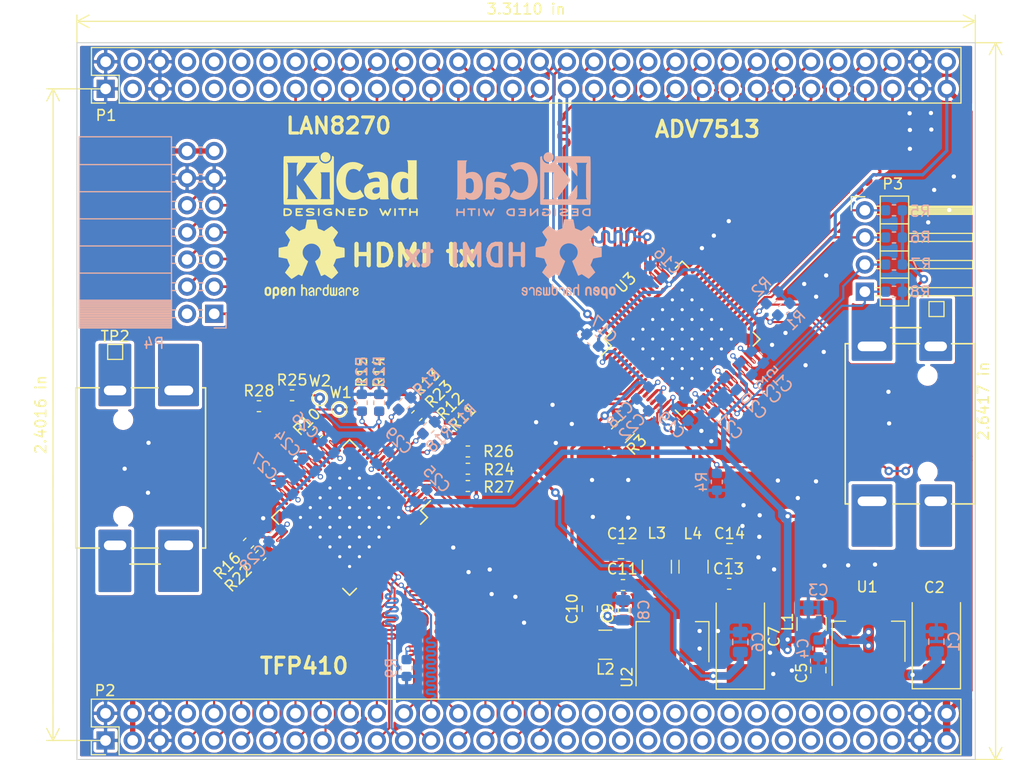
<source format=kicad_pcb>
(kicad_pcb (version 20190516) (host pcbnew "(5.1.0-891-gf1f26a919-dirty)")
  (layers (0 "F.Cu" signal) (31 "B.Cu" signal) (34 "B.Paste" user) (35 "F.Paste" user) (36 "B.SilkS" user) (37 "F.SilkS" user) (38 "B.Mask" user) (39 "F.Mask" user) (44 "Edge.Cuts" user))
  (net 0 "")
  (net 1 "GND")
  (net 2 "+5V")
  (net 3 "1V8")
  (net 4 "AVDD1V8")
  (net 5 "PVDD1V8")
  (net 6 "3V3")
  (net 7 "Net-(P1-Pad4)")
  (net 8 "Net-(P1-Pad3)")
  (net 9 "/B1R12")
  (net 10 "/B1T12")
  (net 11 "/B1T14")
  (net 12 "/B1T13")
  (net 13 "/B1T15")
  (net 14 "/B1R14")
  (net 15 "/B1R16")
  (net 16 "/B1R15")
  (net 17 "/B1P16")
  (net 18 "/B1P15")
  (net 19 "/B1L13")
  (net 20 "/B1L12")
  (net 21 "/B1M14")
  (net 22 "/B1M13")
  (net 23 "/B1N16")
  (net 24 "/B1N14")
  (net 25 "/B1M16")
  (net 26 "/B1M15")
  (net 27 "/B1K12")
  (net 28 "/B1K11")
  (net 29 "/B1L14")
  (net 30 "/B1L16")
  (net 31 "/B1K16")
  (net 32 "/B1K15")
  (net 33 "/B1E15")
  (net 34 "/B1K14")
  (net 35 "/B1J12")
  (net 36 "/B1J11")
  (net 37 "/B1J16")
  (net 38 "/B1J14")
  (net 39 "/B1H14")
  (net 40 "/B1H13")
  (net 41 "/B1H11")
  (net 42 "/B1G12")
  (net 43 "/B1H16")
  (net 44 "/B1H15")
  (net 45 "/B1G14")
  (net 46 "/B1G16")
  (net 47 "/B1F13")
  (net 48 "/B1F14")
  (net 49 "/B1F12")
  (net 50 "/B1G11")
  (net 51 "/B1F16")
  (net 52 "/B1F15")
  (net 53 "/B1E16")
  (net 54 "/B1D16")
  (net 55 "/B1D14")
  (net 56 "/B1C16")
  (net 57 "/B1C15")
  (net 58 "/B1B16")
  (net 59 "/B1B15")
  (net 60 "/B1E13")
  (net 61 "/B1E12")
  (net 62 "/B2M11")
  (net 63 "/B2P12")
  (net 64 "/B2P11")
  (net 65 "/B2M10")
  (net 66 "/B2M9")
  (net 67 "/B2N9")
  (net 68 "/B2T7")
  (net 69 "/B2T6")
  (net 70 "/B2R5")
  (net 71 "/B2T5")
  (net 72 "/B2T4")
  (net 73 "/B2P9")
  (net 74 "/B2L7")
  (net 75 "/B2N8")
  (net 76 "/B2P6")
  (net 77 "/B2M7")
  (net 78 "/B2N6")
  (net 79 "/B2P5")
  (net 80 "/B2N5")
  (net 81 "/B2P4")
  (net 82 "/B2M6")
  (net 83 "/B0D6")
  (net 84 "/B0C6")
  (net 85 "/B0F7")
  (net 86 "/B1E7")
  (net 87 "/B0D9")
  (net 88 "/B0F9")
  (net 89 "/B0F10")
  (net 90 "/B0E11")
  (net 91 "/B0C10")
  (net 92 "/B0E10")
  (net 93 "/B0A4")
  (net 94 "/B0B6")
  (net 95 "/B0A6")
  (net 96 "/B0C7")
  (net 97 "/B0A7")
  (net 98 "/B0B8")
  (net 99 "/B0A8")
  (net 100 "/B0C9")
  (net 101 "/B0A9")
  (net 102 "/B0B10")
  (net 103 "/B0A11")
  (net 104 "/B0C11")
  (net 105 "/B0A12")
  (net 106 "/B0B12")
  (net 107 "/B0A13")
  (net 108 "/B0C13")
  (net 109 "/B0B14")
  (net 110 "/B0A14")
  (net 111 "+3V3")
  (net 112 "/B1J13")
  (net 113 "/TX2-")
  (net 114 "/TX1+")
  (net 115 "/TX1-")
  (net 116 "/TX0+")
  (net 117 "/TX0-")
  (net 118 "/TXC+")
  (net 119 "/TXC-")
  (net 120 "/SCL")
  (net 121 "/SDA")
  (net 122 "/TX2+")
  (net 123 "/HPD")
  (net 124 "/EXTSDA")
  (net 125 "/EXTSCL")
  (net 126 "/EXTINT")
  (net 127 "/EXTPD")
  (net 128 "Net-(R3-Pad1)")
  (net 129 "Net-(C3-Pad1)")
  (net 130 "Net-(C11-Pad1)")
  (net 131 "/_TX2-")
  (net 132 "/_TX1+")
  (net 133 "/_TX1-")
  (net 134 "/_TX0+")
  (net 135 "/_TX0-")
  (net 136 "/_TXC+")
  (net 137 "/_TXC-")
  (net 138 "Net-(J2-Pad13)")
  (net 139 "Net-(J2-Pad14)")
  (net 140 "/SCL_")
  (net 141 "/SDA_")
  (net 142 "/_TX2+")
  (net 143 "Net-(J2-Pad19)")
  (net 144 "Net-(R10-Pad1)")
  (net 145 "/EDGE")
  (net 146 "/PD")
  (net 147 "/ISEL")
  (net 148 "/DSEL")
  (net 149 "/BSEL")
  (net 150 "/DKEN")
  (net 151 "/MSEN")
  (net 152 "/CTL2")
  (net 153 "/CTL1")
  (net 154 "/CTL3")
  (net 155 "Net-(U4-Pad49)")
  (net 156 "Net-(U4-Pad34)")
  (net 157 "/IDCK-")
  (net 158 "/IDCK+")
  (net 159 "/DE_")
  (net 160 "/VSYNC_")
  (net 161 "/HSYNC_")
  (net 162 "Net-(P4-Pad2)")
  (net 163 "/HDMI1_SH")
  (net 164 "/HDMI2_SH")
  (module "TestPoint:TestPoint_Pad_1.0x1.0mm" (layer "F.Cu") (at 48.9204 59.436)
    (fp_text reference "TP2" (at 0 -1.448) (layer "F.SilkS"))
    (fp_text value "TestPoint")
    (pad "1" smd rect (at 0 0) (size 1 1) (layers "F.Cu" "F.Mask") (net 164 "/HDMI2_SH"))
  )
  (module "TestPoint:TestPoint_Pad_1.0x1.0mm" (layer "F.Cu") (at 125.81128 55.4228)
    (fp_text reference "TP1" hide)
    (fp_text value "TestPoint" hide)
    (pad "1" smd rect (at 0 0) (size 1 1) (layers "F.Cu" "F.Mask") (net 163 "/HDMI1_SH"))
  )
  (module "Symbol:OSHW-Logo2_9.8x8mm_SilkScreen" (layer "B.Cu") (at 91.3765 50.7365 180)
    (fp_text reference "REF**" hide)
    (fp_text value "OSHW-Logo2_9.8x8mm_SilkScreen" hide)
  )
  (module "Symbol:KiCad-Logo2_6mm_SilkScreen" (layer "B.Cu") (at 87.1474 43.7261 180)
    (fp_text reference "REF**" hide)
    (fp_text value "KiCad-Logo2_6mm_SilkScreen" hide)
  )
  (module "Symbol:OSHW-Logo2_9.8x8mm_SilkScreen" (layer "F.Cu") (at 67.31 50.7619)
    (fp_text reference "REF**" hide)
    (fp_text value "OSHW-Logo2_9.8x8mm_SilkScreen" hide)
  )
  (module "Symbol:KiCad-Logo2_6mm_SilkScreen" (layer "F.Cu") (at 70.9549 43.7134)
    (fp_text reference "REF**" hide)
    (fp_text value "KiCad-Logo2_6mm_SilkScreen" hide)
  )
  (module "scyld:HDMI-S-RA-T+SMT" (layer "F.Cu") (at 56.9341 70.2945 270)
    (fp_text reference "J2")
    (fp_text value "HDMI_conn" hide)
    (pad "SH" thru_hole oval (at -7.25 8.02 270) (size 1.5 2.7) (drill oval 0.9 2.1) (layers *.Cu *.Mask) (net 164 "/HDMI2_SH"))
    (pad "SH" thru_hole oval (at 7.25 8.02 270) (size 1.5 2.7) (drill oval 0.9 2.1) (layers *.Cu *.Mask) (net 164 "/HDMI2_SH"))
    (pad "SH" thru_hole oval (at 7.25 2.06 270) (size 1.5 3.3) (drill oval 0.9 2.7) (layers *.Cu *.Mask) (net 164 "/HDMI2_SH"))
    (pad "SH" thru_hole oval (at -7.25 2.06 270) (size 1.5 3.3) (drill oval 0.9 2.7) (layers *.Cu *.Mask) (net 164 "/HDMI2_SH"))
    (pad "" np_thru_hole circle (at -4.5 7.26 270) (size 1.3 1.3) (drill 1.3) (layers *.Cu *.Mask))
    (pad "" np_thru_hole circle (at 4.5 7.26 270) (size 1.3 1.3) (drill 1.3) (layers *.Cu *.Mask))
    (pad "SH" smd rect (at 8.7 8.02 270) (size 2 2.5) (layers "F.Cu" "F.Paste" "F.Mask") (net 164 "/HDMI2_SH"))
    (pad "SH" smd rect (at -8.7 8.02 270) (size 2 2.5) (layers "F.Cu" "F.Paste" "F.Mask") (net 164 "/HDMI2_SH"))
    (pad "SH" smd rect (at 8.7 2.06 270) (size 2 3.2) (layers "F.Cu" "F.Paste" "F.Mask") (net 164 "/HDMI2_SH"))
    (pad "SH" smd rect (at -8.7 2.05 270) (size 2 3.2) (layers "F.Cu" "F.Paste" "F.Mask") (net 164 "/HDMI2_SH"))
    (pad "6" smd roundrect (at 2 1.3 270) (size 0.3 2.6) (layers "F.Cu" "F.Paste" "F.Mask") (net 133 "/_TX1-"))
    (pad "7" smd roundrect (at 1.5 1.3 270) (size 0.3 2.6) (layers "F.Cu" "F.Paste" "F.Mask") (net 134 "/_TX0+"))
    (pad "8" smd roundrect (at 1 1.3 270) (size 0.3 2.6) (layers "F.Cu" "F.Paste" "F.Mask") (net 1 "GND"))
    (pad "9" smd roundrect (at 0.5 1.3 270) (size 0.3 2.6) (layers "F.Cu" "F.Paste" "F.Mask") (net 135 "/_TX0-"))
    (pad "12" smd roundrect (at -1 1.3 270) (size 0.3 2.6) (layers "F.Cu" "F.Paste" "F.Mask") (net 137 "/_TXC-"))
    (pad "13" smd roundrect (at -1.5 1.3 270) (size 0.3 2.6) (layers "F.Cu" "F.Paste" "F.Mask") (net 138 "Net-(J2-Pad13)"))
    (pad "19" smd roundrect (at -4.5 1.3 270) (size 0.3 2.6) (layers "F.Cu" "F.Paste" "F.Mask") (net 143 "Net-(J2-Pad19)"))
    (pad "17" smd roundrect (at -3.5 1.3 270) (size 0.3 2.6) (layers "F.Cu" "F.Paste" "F.Mask") (net 1 "GND"))
    (pad "18" smd roundrect (at -4 1.3 270) (size 0.3 2.6) (layers "F.Cu" "F.Paste" "F.Mask") (net 2 "+5V"))
    (pad "1" smd roundrect (at 4.5 1.3 270) (size 0.3 2.6) (layers "F.Cu" "F.Paste" "F.Mask") (net 142 "/_TX2+"))
    (pad "2" smd roundrect (at 4 1.3 270) (size 0.3 2.6) (layers "F.Cu" "F.Paste" "F.Mask") (net 1 "GND"))
    (pad "3" smd roundrect (at 3.5 1.3 270) (size 0.3 2.6) (layers "F.Cu" "F.Paste" "F.Mask") (net 131 "/_TX2-"))
    (pad "4" smd roundrect (at 3 1.3 270) (size 0.3 2.6) (layers "F.Cu" "F.Paste" "F.Mask") (net 132 "/_TX1+"))
    (pad "5" smd roundrect (at 2.5 1.3 270) (size 0.3 2.6) (layers "F.Cu" "F.Paste" "F.Mask") (net 1 "GND"))
    (pad "10" smd roundrect (at 0 1.3 270) (size 0.3 2.6) (layers "F.Cu" "F.Paste" "F.Mask") (net 136 "/_TXC+"))
    (pad "11" smd roundrect (at -0.5 1.3 270) (size 0.3 2.6) (layers "F.Cu" "F.Paste" "F.Mask") (net 1 "GND"))
    (pad "14" smd roundrect (at -2 1.3 270) (size 0.3 2.6) (layers "F.Cu" "F.Paste" "F.Mask") (net 139 "Net-(J2-Pad14)"))
    (pad "15" smd roundrect (at -2.5 1.3 270) (size 0.3 2.6) (layers "F.Cu" "F.Paste" "F.Mask") (net 140 "/SCL_"))
    (pad "16" smd roundrect (at -3 1.3 270) (size 0.3 2.6) (layers "F.Cu" "F.Paste" "F.Mask") (net 141 "/SDA_"))
  )
  (module "scyld:HDMI-S-RA-T+SMT" (layer "F.Cu") (at 117.7163 66.167 90)
    (fp_text reference "J1")
    (fp_text value "HDMI_conn" hide)
    (pad "SH" thru_hole oval (at -7.25 8.02 90) (size 1.5 2.7) (drill oval 0.9 2.1) (layers *.Cu *.Mask) (net 163 "/HDMI1_SH"))
    (pad "SH" thru_hole oval (at 7.25 8.02 90) (size 1.5 2.7) (drill oval 0.9 2.1) (layers *.Cu *.Mask) (net 163 "/HDMI1_SH"))
    (pad "SH" thru_hole oval (at 7.25 2.06 90) (size 1.5 3.3) (drill oval 0.9 2.7) (layers *.Cu *.Mask) (net 163 "/HDMI1_SH"))
    (pad "SH" thru_hole oval (at -7.25 2.06 90) (size 1.5 3.3) (drill oval 0.9 2.7) (layers *.Cu *.Mask) (net 163 "/HDMI1_SH"))
    (pad "" np_thru_hole circle (at -4.5 7.26 90) (size 1.3 1.3) (drill 1.3) (layers *.Cu *.Mask))
    (pad "" np_thru_hole circle (at 4.5 7.26 90) (size 1.3 1.3) (drill 1.3) (layers *.Cu *.Mask))
    (pad "SH" smd rect (at 8.7 8.02 90) (size 2 2.5) (layers "F.Cu" "F.Paste" "F.Mask") (net 163 "/HDMI1_SH"))
    (pad "SH" smd rect (at -8.7 8.02 90) (size 2 2.5) (layers "F.Cu" "F.Paste" "F.Mask") (net 163 "/HDMI1_SH"))
    (pad "SH" smd rect (at 8.7 2.06 90) (size 2 3.2) (layers "F.Cu" "F.Paste" "F.Mask") (net 163 "/HDMI1_SH"))
    (pad "SH" smd rect (at -8.7 2.05 90) (size 2 3.2) (layers "F.Cu" "F.Paste" "F.Mask") (net 163 "/HDMI1_SH"))
    (pad "6" smd roundrect (at 2 1.3 90) (size 0.3 2.6) (layers "F.Cu" "F.Paste" "F.Mask") (net 115 "/TX1-"))
    (pad "7" smd roundrect (at 1.5 1.3 90) (size 0.3 2.6) (layers "F.Cu" "F.Paste" "F.Mask") (net 116 "/TX0+"))
    (pad "8" smd roundrect (at 1 1.3 90) (size 0.3 2.6) (layers "F.Cu" "F.Paste" "F.Mask") (net 1 "GND"))
    (pad "9" smd roundrect (at 0.5 1.3 90) (size 0.3 2.6) (layers "F.Cu" "F.Paste" "F.Mask") (net 117 "/TX0-"))
    (pad "12" smd roundrect (at -1 1.3 90) (size 0.3 2.6) (layers "F.Cu" "F.Paste" "F.Mask") (net 119 "/TXC-"))
    (pad "13" smd roundrect (at -1.5 1.3 90) (size 0.3 2.6) (layers "F.Cu" "F.Paste" "F.Mask") (net 1 "GND"))
    (pad "19" smd roundrect (at -4.5 1.3 90) (size 0.3 2.6) (layers "F.Cu" "F.Paste" "F.Mask") (net 123 "/HPD"))
    (pad "17" smd roundrect (at -3.5 1.3 90) (size 0.3 2.6) (layers "F.Cu" "F.Paste" "F.Mask") (net 1 "GND"))
    (pad "18" smd roundrect (at -4 1.3 90) (size 0.3 2.6) (layers "F.Cu" "F.Paste" "F.Mask") (net 2 "+5V"))
    (pad "1" smd roundrect (at 4.5 1.3 90) (size 0.3 2.6) (layers "F.Cu" "F.Paste" "F.Mask") (net 122 "/TX2+"))
    (pad "2" smd roundrect (at 4 1.3 90) (size 0.3 2.6) (layers "F.Cu" "F.Paste" "F.Mask") (net 1 "GND"))
    (pad "3" smd roundrect (at 3.5 1.3 90) (size 0.3 2.6) (layers "F.Cu" "F.Paste" "F.Mask") (net 113 "/TX2-"))
    (pad "4" smd roundrect (at 3 1.3 90) (size 0.3 2.6) (layers "F.Cu" "F.Paste" "F.Mask") (net 114 "/TX1+"))
    (pad "5" smd roundrect (at 2.5 1.3 90) (size 0.3 2.6) (layers "F.Cu" "F.Paste" "F.Mask") (net 1 "GND"))
    (pad "10" smd roundrect (at 0 1.3 90) (size 0.3 2.6) (layers "F.Cu" "F.Paste" "F.Mask") (net 118 "/TXC+"))
    (pad "11" smd roundrect (at -0.5 1.3 90) (size 0.3 2.6) (layers "F.Cu" "F.Paste" "F.Mask") (net 1 "GND"))
    (pad "14" smd roundrect (at -2 1.3 90) (size 0.3 2.6) (layers "F.Cu" "F.Paste" "F.Mask") (net 1 "GND"))
    (pad "15" smd roundrect (at -2.5 1.3 90) (size 0.3 2.6) (layers "F.Cu" "F.Paste" "F.Mask") (net 120 "/SCL"))
    (pad "16" smd roundrect (at -3 1.3 90) (size 0.3 2.6) (layers "F.Cu" "F.Paste" "F.Mask") (net 121 "/SDA"))
  )
  (module "Connector_PinSocket_2.54mm:PinSocket_2x07_P2.54mm_Horizontal" (layer "B.Cu") (at 58.1914 55.8673)
    (fp_text reference "P4" (at -5.65 2.77) (layer "B.SilkS") (effects (justify mirror)))
    (fp_text value "CONN_02X07")
    (pad "14" thru_hole oval (at -2.54 -15.24) (size 1.7 1.7) (drill 1) (layers *.Cu *.Mask) (net 111 "+3V3"))
    (pad "13" thru_hole oval (at 0 -15.24) (size 1.7 1.7) (drill 1) (layers *.Cu *.Mask) (net 111 "+3V3"))
    (pad "12" thru_hole oval (at -2.54 -12.7) (size 1.7 1.7) (drill 1) (layers *.Cu *.Mask) (net 1 "GND"))
    (pad "11" thru_hole oval (at 0 -12.7) (size 1.7 1.7) (drill 1) (layers *.Cu *.Mask) (net 1 "GND"))
    (pad "10" thru_hole oval (at -2.54 -10.16) (size 1.7 1.7) (drill 1) (layers *.Cu *.Mask) (net 33 "/B1E15"))
    (pad "9" thru_hole oval (at 0 -10.16) (size 1.7 1.7) (drill 1) (layers *.Cu *.Mask) (net 51 "/B1F16"))
    (pad "8" thru_hole oval (at -2.54 -7.62) (size 1.7 1.7) (drill 1) (layers *.Cu *.Mask) (net 52 "/B1F15"))
    (pad "7" thru_hole oval (at 0 -7.62) (size 1.7 1.7) (drill 1) (layers *.Cu *.Mask) (net 49 "/B1F12"))
    (pad "6" thru_hole oval (at -2.54 -5.08) (size 1.7 1.7) (drill 1) (layers *.Cu *.Mask) (net 50 "/B1G11"))
    (pad "5" thru_hole oval (at 0 -5.08) (size 1.7 1.7) (drill 1) (layers *.Cu *.Mask) (net 47 "/B1F13"))
    (pad "4" thru_hole oval (at -2.54 -2.54) (size 1.7 1.7) (drill 1) (layers *.Cu *.Mask) (net 48 "/B1F14"))
    (pad "3" thru_hole oval (at 0 -2.54) (size 1.7 1.7) (drill 1) (layers *.Cu *.Mask) (net 45 "/B1G14"))
    (pad "2" thru_hole oval (at -2.54 0) (size 1.7 1.7) (drill 1) (layers *.Cu *.Mask) (net 162 "Net-(P4-Pad2)"))
    (pad "1" thru_hole rect (at 0 0) (size 1.7 1.7) (drill 1) (layers *.Cu *.Mask) (net 46 "/B1G16"))
  )
  (module "TestPoint:TestPoint_THTPad_D1.0mm_Drill0.5mm" (layer "F.Cu") (at 68.072 63.754)
    (fp_text reference "W2" (at 0.0127 -1.6002) (layer "F.SilkS"))
    (fp_text value "TEST_1P")
    (pad "1" thru_hole circle (at 0 0) (size 1 1) (drill 0.5) (layers *.Cu *.Mask) (net 148 "/DSEL"))
  )
  (module "TestPoint:TestPoint_THTPad_D1.0mm_Drill0.5mm" (layer "F.Cu") (at 69.9008 64.8208)
    (fp_text reference "W1" (at 0.1397 -1.5875) (layer "F.SilkS"))
    (fp_text value "TEST_1P")
    (pad "1" thru_hole circle (at 0 0) (size 1 1) (drill 0.5) (layers *.Cu *.Mask) (net 149 "/BSEL"))
  )
  (module "pkl_housings_qfp:TQFP-64-1EP_10x10mm_P0.5mm_EP5x5mm" (layer "F.Cu") (at 70.866 74.93 225)
    (fp_text reference "U4")
    (fp_text value "TFP410")
    (pad "65" thru_hole circle (at -1.95 3.25 225) (size 0.5 0.5) (drill 0.3) (layers *.Cu) (net 1 "GND"))
    (pad "65" thru_hole circle (at -3.25 3.25 225) (size 0.5 0.5) (drill 0.3) (layers *.Cu) (net 1 "GND"))
    (pad "65" thru_hole circle (at 0.65 3.25 225) (size 0.5 0.5) (drill 0.3) (layers *.Cu) (net 1 "GND"))
    (pad "65" thru_hole circle (at -0.65 3.25 225) (size 0.5 0.5) (drill 0.3) (layers *.Cu) (net 1 "GND"))
    (pad "65" thru_hole circle (at 3.25 3.25 225) (size 0.5 0.5) (drill 0.3) (layers *.Cu) (net 1 "GND"))
    (pad "65" thru_hole circle (at 1.95 3.25 225) (size 0.5 0.5) (drill 0.3) (layers *.Cu) (net 1 "GND"))
    (pad "65" thru_hole circle (at -1.95 1.95 225) (size 0.5 0.5) (drill 0.3) (layers *.Cu) (net 1 "GND"))
    (pad "65" thru_hole circle (at -3.25 1.95 225) (size 0.5 0.5) (drill 0.3) (layers *.Cu) (net 1 "GND"))
    (pad "65" thru_hole circle (at 0.65 1.95 225) (size 0.5 0.5) (drill 0.3) (layers *.Cu) (net 1 "GND"))
    (pad "65" thru_hole circle (at -0.65 1.95 225) (size 0.5 0.5) (drill 0.3) (layers *.Cu) (net 1 "GND"))
    (pad "65" thru_hole circle (at 3.25 1.95 225) (size 0.5 0.5) (drill 0.3) (layers *.Cu) (net 1 "GND"))
    (pad "65" thru_hole circle (at 1.95 1.95 225) (size 0.5 0.5) (drill 0.3) (layers *.Cu) (net 1 "GND"))
    (pad "65" thru_hole circle (at -3.25 0.65 225) (size 0.5 0.5) (drill 0.3) (layers *.Cu) (net 1 "GND"))
    (pad "65" thru_hole circle (at 0.65 0.65 225) (size 0.5 0.5) (drill 0.3) (layers *.Cu) (net 1 "GND"))
    (pad "65" thru_hole circle (at -0.65 0.65 225) (size 0.5 0.5) (drill 0.3) (layers *.Cu) (net 1 "GND"))
    (pad "65" thru_hole circle (at 1.95 0.65 225) (size 0.5 0.5) (drill 0.3) (layers *.Cu) (net 1 "GND"))
    (pad "65" thru_hole circle (at -1.95 0.65 225) (size 0.5 0.5) (drill 0.3) (layers *.Cu) (net 1 "GND"))
    (pad "65" thru_hole circle (at 3.25 0.65 225) (size 0.5 0.5) (drill 0.3) (layers *.Cu) (net 1 "GND"))
    (pad "65" thru_hole circle (at -3.25 -0.65 225) (size 0.5 0.5) (drill 0.3) (layers *.Cu) (net 1 "GND"))
    (pad "65" thru_hole circle (at 0.65 -0.65 225) (size 0.5 0.5) (drill 0.3) (layers *.Cu) (net 1 "GND"))
    (pad "65" thru_hole circle (at -0.65 -0.65 225) (size 0.5 0.5) (drill 0.3) (layers *.Cu) (net 1 "GND"))
    (pad "65" thru_hole circle (at 1.95 -0.65 225) (size 0.5 0.5) (drill 0.3) (layers *.Cu) (net 1 "GND"))
    (pad "65" thru_hole circle (at -1.95 -0.65 225) (size 0.5 0.5) (drill 0.3) (layers *.Cu) (net 1 "GND"))
    (pad "65" thru_hole circle (at 3.25 -0.65 225) (size 0.5 0.5) (drill 0.3) (layers *.Cu) (net 1 "GND"))
    (pad "65" thru_hole circle (at 1.95 -1.95 225) (size 0.5 0.5) (drill 0.3) (layers *.Cu) (net 1 "GND"))
    (pad "65" thru_hole circle (at -1.95 -1.95 225) (size 0.5 0.5) (drill 0.3) (layers *.Cu) (net 1 "GND"))
    (pad "65" thru_hole circle (at 3.25 -1.95 225) (size 0.5 0.5) (drill 0.3) (layers *.Cu) (net 1 "GND"))
    (pad "65" thru_hole circle (at -3.25 -1.95 225) (size 0.5 0.5) (drill 0.3) (layers *.Cu) (net 1 "GND"))
    (pad "65" thru_hole circle (at 0.65 -1.95 225) (size 0.5 0.5) (drill 0.3) (layers *.Cu) (net 1 "GND"))
    (pad "65" thru_hole circle (at -0.65 -1.95 225) (size 0.5 0.5) (drill 0.3) (layers *.Cu) (net 1 "GND"))
    (pad "65" thru_hole circle (at 3.25 -3.25 225) (size 0.5 0.5) (drill 0.3) (layers *.Cu) (net 1 "GND"))
    (pad "65" thru_hole circle (at 1.95 -3.25 225) (size 0.5 0.5) (drill 0.3) (layers *.Cu) (net 1 "GND"))
    (pad "65" thru_hole circle (at 0.65 -3.25 225) (size 0.5 0.5) (drill 0.3) (layers *.Cu) (net 1 "GND"))
    (pad "65" thru_hole circle (at -0.65 -3.25 225) (size 0.5 0.5) (drill 0.3) (layers *.Cu) (net 1 "GND"))
    (pad "65" thru_hole circle (at -1.95 -3.25 225) (size 0.5 0.5) (drill 0.3) (layers *.Cu) (net 1 "GND"))
    (pad "65" thru_hole circle (at -3.25 -3.25 225) (size 0.5 0.5) (drill 0.3) (layers *.Cu) (net 1 "GND"))
    (pad "65" smd rect (at 0 0 225) (size 8 8) (layers "F.Cu") (net 1 "GND"))
    (pad "64" smd oval (at -3.75 -5.7 225) (size 0.3 1.5) (layers "F.Cu" "F.Paste" "F.Mask") (net 1 "GND"))
    (pad "63" smd oval (at -3.25 -5.7 225) (size 0.3 1.5) (layers "F.Cu" "F.Paste" "F.Mask") (net 88 "/B0F9"))
    (pad "62" smd oval (at -2.75 -5.7 225) (size 0.3 1.5) (layers "F.Cu" "F.Paste" "F.Mask") (net 87 "/B0D9"))
    (pad "61" smd oval (at -2.25 -5.7 225) (size 0.3 1.5) (layers "F.Cu" "F.Paste" "F.Mask") (net 90 "/B0E11"))
    (pad "60" smd oval (at -1.75 -5.7 225) (size 0.3 1.5) (layers "F.Cu" "F.Paste" "F.Mask") (net 89 "/B0F10"))
    (pad "59" smd oval (at -1.25 -5.7 225) (size 0.3 1.5) (layers "F.Cu" "F.Paste" "F.Mask") (net 92 "/B0E10"))
    (pad "58" smd oval (at -0.75 -5.7 225) (size 0.3 1.5) (layers "F.Cu" "F.Paste" "F.Mask") (net 91 "/B0C10"))
    (pad "57" smd oval (at -0.25 -5.7 225) (size 0.3 1.5) (layers "F.Cu" "F.Paste" "F.Mask") (net 158 "/IDCK+"))
    (pad "56" smd oval (at 0.25 -5.7 225) (size 0.3 1.5) (layers "F.Cu" "F.Paste" "F.Mask") (net 157 "/IDCK-"))
    (pad "55" smd oval (at 0.75 -5.7 225) (size 0.3 1.5) (layers "F.Cu" "F.Paste" "F.Mask") (net 94 "/B0B6"))
    (pad "54" smd oval (at 1.25 -5.7 225) (size 0.3 1.5) (layers "F.Cu" "F.Paste" "F.Mask") (net 93 "/B0A4"))
    (pad "53" smd oval (at 1.75 -5.7 225) (size 0.3 1.5) (layers "F.Cu" "F.Paste" "F.Mask") (net 96 "/B0C7"))
    (pad "52" smd oval (at 2.25 -5.7 225) (size 0.3 1.5) (layers "F.Cu" "F.Paste" "F.Mask") (net 95 "/B0A6"))
    (pad "51" smd oval (at 2.75 -5.7 225) (size 0.3 1.5) (layers "F.Cu" "F.Paste" "F.Mask") (net 98 "/B0B8"))
    (pad "50" smd oval (at 3.25 -5.7 225) (size 0.3 1.5) (layers "F.Cu" "F.Paste" "F.Mask") (net 97 "/B0A7"))
    (pad "49" smd oval (at 3.75 -5.7 225) (size 0.3 1.5) (layers "F.Cu" "F.Paste" "F.Mask") (net 155 "Net-(U4-Pad49)"))
    (pad "48" smd oval (at 5.7 -3.75 315) (size 0.3 1.5) (layers "F.Cu" "F.Paste" "F.Mask") (net 1 "GND"))
    (pad "47" smd oval (at 5.7 -3.25 315) (size 0.3 1.5) (layers "F.Cu" "F.Paste" "F.Mask") (net 100 "/B0C9"))
    (pad "46" smd oval (at 5.7 -2.75 315) (size 0.3 1.5) (layers "F.Cu" "F.Paste" "F.Mask") (net 99 "/B0A8"))
    (pad "45" smd oval (at 5.7 -2.25 315) (size 0.3 1.5) (layers "F.Cu" "F.Paste" "F.Mask") (net 102 "/B0B10"))
    (pad "44" smd oval (at 5.7 -1.75 315) (size 0.3 1.5) (layers "F.Cu" "F.Paste" "F.Mask") (net 101 "/B0A9"))
    (pad "43" smd oval (at 5.7 -1.25 315) (size 0.3 1.5) (layers "F.Cu" "F.Paste" "F.Mask") (net 104 "/B0C11"))
    (pad "42" smd oval (at 5.7 -0.75 315) (size 0.3 1.5) (layers "F.Cu" "F.Paste" "F.Mask") (net 103 "/B0A11"))
    (pad "41" smd oval (at 5.7 -0.25 315) (size 0.3 1.5) (layers "F.Cu" "F.Paste" "F.Mask") (net 106 "/B0B12"))
    (pad "40" smd oval (at 5.7 0.25 315) (size 0.3 1.5) (layers "F.Cu" "F.Paste" "F.Mask") (net 105 "/B0A12"))
    (pad "39" smd oval (at 5.7 0.75 315) (size 0.3 1.5) (layers "F.Cu" "F.Paste" "F.Mask") (net 108 "/B0C13"))
    (pad "38" smd oval (at 5.7 1.25 315) (size 0.3 1.5) (layers "F.Cu" "F.Paste" "F.Mask") (net 107 "/B0A13"))
    (pad "37" smd oval (at 5.7 1.75 315) (size 0.3 1.5) (layers "F.Cu" "F.Paste" "F.Mask") (net 110 "/B0A14"))
    (pad "36" smd oval (at 5.7 2.25 315) (size 0.3 1.5) (layers "F.Cu" "F.Paste" "F.Mask") (net 109 "/B0B14"))
    (pad "35" smd oval (at 5.7 2.75 315) (size 0.3 1.5) (layers "F.Cu" "F.Paste" "F.Mask") (net 150 "/DKEN"))
    (pad "34" smd oval (at 5.7 3.25 315) (size 0.3 1.5) (layers "F.Cu" "F.Paste" "F.Mask") (net 156 "Net-(U4-Pad34)"))
    (pad "33" smd oval (at 5.7 3.75 315) (size 0.3 1.5) (layers "F.Cu" "F.Paste" "F.Mask") (net 6 "3V3"))
    (pad "32" smd oval (at 3.75 5.7 225) (size 0.3 1.5) (layers "F.Cu" "F.Paste" "F.Mask") (net 1 "GND"))
    (pad "31" smd oval (at 3.25 5.7 225) (size 0.3 1.5) (layers "F.Cu" "F.Paste" "F.Mask") (net 142 "/_TX2+"))
    (pad "30" smd oval (at 2.75 5.7 225) (size 0.3 1.5) (layers "F.Cu" "F.Paste" "F.Mask") (net 131 "/_TX2-"))
    (pad "29" smd oval (at 2.25 5.7 225) (size 0.3 1.5) (layers "F.Cu" "F.Paste" "F.Mask") (net 6 "3V3"))
    (pad "28" smd oval (at 1.75 5.7 225) (size 0.3 1.5) (layers "F.Cu" "F.Paste" "F.Mask") (net 132 "/_TX1+"))
    (pad "27" smd oval (at 1.25 5.7 225) (size 0.3 1.5) (layers "F.Cu" "F.Paste" "F.Mask") (net 133 "/_TX1-"))
    (pad "26" smd oval (at 0.75 5.7 225) (size 0.3 1.5) (layers "F.Cu" "F.Paste" "F.Mask") (net 1 "GND"))
    (pad "25" smd oval (at 0.25 5.7 225) (size 0.3 1.5) (layers "F.Cu" "F.Paste" "F.Mask") (net 134 "/_TX0+"))
    (pad "24" smd oval (at -0.25 5.7 225) (size 0.3 1.5) (layers "F.Cu" "F.Paste" "F.Mask") (net 135 "/_TX0-"))
    (pad "23" smd oval (at -0.75 5.7 225) (size 0.3 1.5) (layers "F.Cu" "F.Paste" "F.Mask") (net 6 "3V3"))
    (pad "22" smd oval (at -1.25 5.7 225) (size 0.3 1.5) (layers "F.Cu" "F.Paste" "F.Mask") (net 136 "/_TXC+"))
    (pad "21" smd oval (at -1.75 5.7 225) (size 0.3 1.5) (layers "F.Cu" "F.Paste" "F.Mask") (net 137 "/_TXC-"))
    (pad "20" smd oval (at -2.25 5.7 225) (size 0.3 1.5) (layers "F.Cu" "F.Paste" "F.Mask") (net 1 "GND"))
    (pad "19" smd oval (at -2.75 5.7 225) (size 0.3 1.5) (layers "F.Cu" "F.Paste" "F.Mask") (net 144 "Net-(R10-Pad1)"))
    (pad "18" smd oval (at -3.25 5.7 225) (size 0.3 1.5) (layers "F.Cu" "F.Paste" "F.Mask") (net 6 "3V3"))
    (pad "17" smd oval (at -3.75 5.7 225) (size 0.3 1.5) (layers "F.Cu" "F.Paste" "F.Mask") (net 1 "GND"))
    (pad "16" smd oval (at -5.7 3.75 315) (size 0.3 1.5) (layers "F.Cu" "F.Paste" "F.Mask") (net 1 "GND"))
    (pad "15" smd oval (at -5.7 3.25 315) (size 0.3 1.5) (layers "F.Cu" "F.Paste" "F.Mask") (net 149 "/BSEL"))
    (pad "14" smd oval (at -5.7 2.75 315) (size 0.3 1.5) (layers "F.Cu" "F.Paste" "F.Mask") (net 148 "/DSEL"))
    (pad "13" smd oval (at -5.7 2.25 315) (size 0.3 1.5) (layers "F.Cu" "F.Paste" "F.Mask") (net 147 "/ISEL"))
    (pad "12" smd oval (at -5.7 1.75 315) (size 0.3 1.5) (layers "F.Cu" "F.Paste" "F.Mask") (net 6 "3V3"))
    (pad "11" smd oval (at -5.7 1.25 315) (size 0.3 1.5) (layers "F.Cu" "F.Paste" "F.Mask") (net 151 "/MSEN"))
    (pad "10" smd oval (at -5.7 0.75 315) (size 0.3 1.5) (layers "F.Cu" "F.Paste" "F.Mask") (net 146 "/PD"))
    (pad "9" smd oval (at -5.7 0.25 315) (size 0.3 1.5) (layers "F.Cu" "F.Paste" "F.Mask") (net 145 "/EDGE"))
    (pad "8" smd oval (at -5.7 -0.25 315) (size 0.3 1.5) (layers "F.Cu" "F.Paste" "F.Mask") (net 153 "/CTL1"))
    (pad "7" smd oval (at -5.7 -0.75 315) (size 0.3 1.5) (layers "F.Cu" "F.Paste" "F.Mask") (net 152 "/CTL2"))
    (pad "6" smd oval (at -5.7 -1.25 315) (size 0.3 1.5) (layers "F.Cu" "F.Paste" "F.Mask") (net 154 "/CTL3"))
    (pad "5" smd oval (at -5.7 -1.75 315) (size 0.3 1.5) (layers "F.Cu" "F.Paste" "F.Mask") (net 160 "/VSYNC_"))
    (pad "4" smd oval (at -5.7 -2.25 315) (size 0.3 1.5) (layers "F.Cu" "F.Paste" "F.Mask") (net 161 "/HSYNC_"))
    (pad "3" smd oval (at -5.7 -2.75 315) (size 0.3 1.5) (layers "F.Cu" "F.Paste" "F.Mask") (net 6 "3V3"))
    (pad "2" smd oval (at -5.7 -3.25 315) (size 0.3 1.5) (layers "F.Cu" "F.Paste" "F.Mask") (net 159 "/DE_"))
    (pad "1" smd oval (at -5.7 -3.75 315) (size 0.3 1.5) (layers "F.Cu" "F.Paste" "F.Mask") (net 6 "3V3"))
  )
  (module "Resistor_SMD:R_0603_1608Metric" (layer "F.Cu") (at 62.3824 64.516)
    (fp_text reference "R28" (at 0 -1.43) (layer "F.SilkS"))
    (fp_text value "0*")
    (pad "2" smd roundrect (at 0.7875 0) (size 0.875 0.95) (layers "F.Cu" "F.Paste" "F.Mask") (net 149 "/BSEL"))
    (pad "1" smd roundrect (at -0.7875 0) (size 0.875 0.95) (layers "F.Cu" "F.Paste" "F.Mask") (net 140 "/SCL_"))
  )
  (module "Resistor_SMD:R_0603_1608Metric" (layer "F.Cu") (at 81.93679 71.989854)
    (fp_text reference "R27" (at 2.89921 0.095346) (layer "F.SilkS"))
    (fp_text value "20K")
    (pad "2" smd roundrect (at 0.7875 0) (size 0.875 0.95) (layers "F.Cu" "F.Paste" "F.Mask") (net 6 "3V3"))
    (pad "1" smd roundrect (at -0.7875 0) (size 0.875 0.95) (layers "F.Cu" "F.Paste" "F.Mask") (net 154 "/CTL3"))
  )
  (module "Resistor_SMD:R_0603_1608Metric" (layer "F.Cu") (at 81.93679 68.756962)
    (fp_text reference "R26" (at 2.87381 0.000838) (layer "F.SilkS"))
    (fp_text value "20K")
    (pad "2" smd roundrect (at 0.7875 0) (size 0.875 0.95) (layers "F.Cu" "F.Paste" "F.Mask") (net 6 "3V3"))
    (pad "1" smd roundrect (at -0.7875 0) (size 0.875 0.95) (layers "F.Cu" "F.Paste" "F.Mask") (net 153 "/CTL1"))
  )
  (module "Resistor_SMD:R_0603_1608Metric" (layer "F.Cu") (at 65.4812 63.5)
    (fp_text reference "R25" (at 0 -1.43) (layer "F.SilkS"))
    (fp_text value "0*")
    (pad "2" smd roundrect (at 0.7875 0) (size 0.875 0.95) (layers "F.Cu" "F.Paste" "F.Mask") (net 148 "/DSEL"))
    (pad "1" smd roundrect (at -0.7875 0) (size 0.875 0.95) (layers "F.Cu" "F.Paste" "F.Mask") (net 141 "/SDA_"))
  )
  (module "Resistor_SMD:R_0603_1608Metric" (layer "F.Cu") (at 81.93679 70.373408)
    (fp_text reference "R24" (at 2.91191 0.086192) (layer "F.SilkS"))
    (fp_text value "20K")
    (pad "2" smd roundrect (at 0.7875 0) (size 0.875 0.95) (layers "F.Cu" "F.Paste" "F.Mask") (net 6 "3V3"))
    (pad "1" smd roundrect (at -0.7875 0) (size 0.875 0.95) (layers "F.Cu" "F.Paste" "F.Mask") (net 152 "/CTL2"))
  )
  (module "Resistor_SMD:R_0603_1608Metric" (layer "F.Cu") (at 77.158161 65.40892 45)
    (fp_text reference "R23" (at 2.872451 0.029146 45) (layer "F.SilkS"))
    (fp_text value "20K")
    (pad "2" smd roundrect (at 0.7875 0 45) (size 0.875 0.95) (layers "F.Cu" "F.Paste" "F.Mask") (net 6 "3V3"))
    (pad "1" smd roundrect (at -0.7875 0 45) (size 0.875 0.95) (layers "F.Cu" "F.Paste" "F.Mask") (net 151 "/MSEN"))
  )
  (module "Resistor_SMD:R_0603_1608Metric" (layer "F.Cu") (at 62.5475 78.486 225)
    (fp_text reference "R22" (at 2.990425 -0.026941 45) (layer "F.SilkS"))
    (fp_text value "20K")
    (pad "2" smd roundrect (at 0.7875 0 225) (size 0.875 0.95) (layers "F.Cu" "F.Paste" "F.Mask") (net 1 "GND"))
    (pad "1" smd roundrect (at -0.7875 0 225) (size 0.875 0.95) (layers "F.Cu" "F.Paste" "F.Mask") (net 150 "/DKEN"))
  )
  (module "Resistor_SMD:R_0603_1608Metric" (layer "B.Cu") (at 72.009566 64.190596 90)
    (fp_text reference "R21" (at 2.913096 -0.000566 270) (layer "B.SilkS") (effects (justify mirror)))
    (fp_text value "20K")
    (pad "2" smd roundrect (at 0.7875 0 90) (size 0.875 0.95) (layers "B.Cu" "B.Paste" "B.Mask") (net 1 "GND"))
    (pad "1" smd roundrect (at -0.7875 0 90) (size 0.875 0.95) (layers "B.Cu" "B.Paste" "B.Mask") (net 149 "/BSEL"))
  )
  (module "Resistor_SMD:R_0603_1608Metric" (layer "B.Cu") (at 73.635166 64.190596 90)
    (fp_text reference "R20" (at 2.951196 0.012134 270) (layer "B.SilkS") (effects (justify mirror)))
    (fp_text value "20K")
    (pad "2" smd roundrect (at 0.7875 0 90) (size 0.875 0.95) (layers "B.Cu" "B.Paste" "B.Mask") (net 1 "GND"))
    (pad "1" smd roundrect (at -0.7875 0 90) (size 0.875 0.95) (layers "B.Cu" "B.Paste" "B.Mask") (net 148 "/DSEL"))
  )
  (module "Resistor_SMD:R_0603_1608Metric" (layer "B.Cu") (at 76.015908 64.274507 45)
    (fp_text reference "R19" (at 2.913916 0.040507 225) (layer "B.SilkS") (effects (justify mirror)))
    (fp_text value "20K")
    (pad "2" smd roundrect (at 0.7875 0 45) (size 0.875 0.95) (layers "B.Cu" "B.Paste" "B.Mask") (net 1 "GND"))
    (pad "1" smd roundrect (at -0.7875 0 45) (size 0.875 0.95) (layers "B.Cu" "B.Paste" "B.Mask") (net 147 "/ISEL"))
  )
  (module "Resistor_SMD:R_0603_1608Metric" (layer "B.Cu") (at 78.2828 66.548 45)
    (fp_text reference "R18" (at 0 1.43 225) (layer "B.SilkS") (effects (justify mirror)))
    (fp_text value "20K")
    (pad "2" smd roundrect (at 0.7875 0 45) (size 0.875 0.95) (layers "B.Cu" "B.Paste" "B.Mask") (net 1 "GND"))
    (pad "1" smd roundrect (at -0.7875 0 45) (size 0.875 0.95) (layers "B.Cu" "B.Paste" "B.Mask") (net 146 "/PD"))
  )
  (module "Resistor_SMD:R_0603_1608Metric" (layer "B.Cu") (at 79.393361 67.64412 45)
    (fp_text reference "R17" (at 2.944293 0.011186 225) (layer "B.SilkS") (effects (justify mirror)))
    (fp_text value "20K")
    (pad "2" smd roundrect (at 0.7875 0 45) (size 0.875 0.95) (layers "B.Cu" "B.Paste" "B.Mask") (net 1 "GND"))
    (pad "1" smd roundrect (at -0.7875 0 45) (size 0.875 0.95) (layers "B.Cu" "B.Paste" "B.Mask") (net 145 "/EDGE"))
  )
  (module "Resistor_SMD:R_0603_1608Metric" (layer "F.Cu") (at 61.4045 77.343 225)
    (fp_text reference "R16" (at 2.909603 -0.089803 45) (layer "F.SilkS"))
    (fp_text value "20K")
    (pad "2" smd roundrect (at 0.7875 0 225) (size 0.875 0.95) (layers "F.Cu" "F.Paste" "F.Mask") (net 150 "/DKEN"))
    (pad "1" smd roundrect (at -0.7875 0 225) (size 0.875 0.95) (layers "F.Cu" "F.Paste" "F.Mask") (net 6 "3V3"))
  )
  (module "Resistor_SMD:R_0603_1608Metric" (layer "F.Cu") (at 72.009822 64.201013 270)
    (fp_text reference "R15" (at -2.898113 0.013522 90) (layer "F.SilkS"))
    (fp_text value "20K")
    (pad "2" smd roundrect (at 0.7875 0 270) (size 0.875 0.95) (layers "F.Cu" "F.Paste" "F.Mask") (net 149 "/BSEL"))
    (pad "1" smd roundrect (at -0.7875 0 270) (size 0.875 0.95) (layers "F.Cu" "F.Paste" "F.Mask") (net 6 "3V3"))
  )
  (module "Resistor_SMD:R_0603_1608Metric" (layer "F.Cu") (at 73.635166 64.209357 270)
    (fp_text reference "R14" (at -2.881057 0.025966 90) (layer "F.SilkS"))
    (fp_text value "20K")
    (pad "2" smd roundrect (at 0.7875 0 270) (size 0.875 0.95) (layers "F.Cu" "F.Paste" "F.Mask") (net 148 "/DSEL"))
    (pad "1" smd roundrect (at -0.7875 0 270) (size 0.875 0.95) (layers "F.Cu" "F.Paste" "F.Mask") (net 6 "3V3"))
  )
  (module "Resistor_SMD:R_0603_1608Metric" (layer "F.Cu") (at 76.016346 64.272392 225)
    (fp_text reference "R13" (at -2.867209 -0.032712 45) (layer "F.SilkS"))
    (fp_text value "20K")
    (pad "2" smd roundrect (at 0.7875 0 225) (size 0.875 0.95) (layers "F.Cu" "F.Paste" "F.Mask") (net 147 "/ISEL"))
    (pad "1" smd roundrect (at -0.7875 0 225) (size 0.875 0.95) (layers "F.Cu" "F.Paste" "F.Mask") (net 6 "3V3"))
  )
  (module "Resistor_SMD:R_0603_1608Metric" (layer "F.Cu") (at 78.275761 66.52652 225)
    (fp_text reference "R12" (at -2.85449 -0.011186 45) (layer "F.SilkS"))
    (fp_text value "20K")
    (pad "2" smd roundrect (at 0.7875 0 225) (size 0.875 0.95) (layers "F.Cu" "F.Paste" "F.Mask") (net 146 "/PD"))
    (pad "1" smd roundrect (at -0.7875 0 225) (size 0.875 0.95) (layers "F.Cu" "F.Paste" "F.Mask") (net 6 "3V3"))
  )
  (module "Resistor_SMD:R_0603_1608Metric" (layer "F.Cu") (at 79.393361 67.64412 225)
    (fp_text reference "R11" (at -2.899392 0.033716 45) (layer "F.SilkS"))
    (fp_text value "20K")
    (pad "2" smd roundrect (at 0.7875 0 225) (size 0.875 0.95) (layers "F.Cu" "F.Paste" "F.Mask") (net 145 "/EDGE"))
    (pad "1" smd roundrect (at -0.7875 0 225) (size 0.875 0.95) (layers "F.Cu" "F.Paste" "F.Mask") (net 6 "3V3"))
  )
  (module "Resistor_SMD:R_0603_1608Metric" (layer "F.Cu") (at 67.8815 66.9925 45)
    (fp_text reference "R10" (at 0 -1.43 45) (layer "F.SilkS"))
    (fp_text value "500")
    (pad "2" smd roundrect (at 0.7875 0 45) (size 0.875 0.95) (layers "F.Cu" "F.Paste" "F.Mask") (net 6 "3V3"))
    (pad "1" smd roundrect (at -0.7875 0 45) (size 0.875 0.95) (layers "F.Cu" "F.Paste" "F.Mask") (net 144 "Net-(R10-Pad1)"))
  )
  (module "Resistor_SMD:R_0603_1608Metric" (layer "B.Cu") (at 76.2 89.027 270)
    (fp_text reference "R9" (at 0 1.43 90) (layer "B.SilkS") (effects (justify mirror)))
    (fp_text value "0*")
    (pad "2" smd roundrect (at 0.7875 0 270) (size 0.875 0.95) (layers "B.Cu" "B.Paste" "B.Mask") (net 1 "GND"))
    (pad "1" smd roundrect (at -0.7875 0 270) (size 0.875 0.95) (layers "B.Cu" "B.Paste" "B.Mask") (net 157 "/IDCK-"))
  )
  (module "Capacitor_SMD:C_0603_1608Metric" (layer "B.Cu") (at 73.9775 69.342 45)
    (fp_text reference "C29" (at 2.137301 -0.089803 135) (layer "B.SilkS") (effects (justify mirror)))
    (fp_text value "0.1uF")
    (pad "2" smd roundrect (at 0.7875 0 45) (size 0.875 0.95) (layers "B.Cu" "B.Paste" "B.Mask") (net 1 "GND"))
    (pad "1" smd roundrect (at -0.7875 0 45) (size 0.875 0.95) (layers "B.Cu" "B.Paste" "B.Mask") (net 6 "3V3"))
  )
  (module "Capacitor_SMD:C_0603_1608Metric" (layer "B.Cu") (at 63.881 76.6445 225)
    (fp_text reference "C28" (at 2.927563 -0.035921 225) (layer "B.SilkS") (effects (justify mirror)))
    (fp_text value "0.1uF")
    (pad "2" smd roundrect (at 0.7875 0 225) (size 0.875 0.95) (layers "B.Cu" "B.Paste" "B.Mask") (net 1 "GND"))
    (pad "1" smd roundrect (at -0.7875 0 225) (size 0.875 0.95) (layers "B.Cu" "B.Paste" "B.Mask") (net 6 "3V3"))
  )
  (module "Capacitor_SMD:C_0603_1608Metric" (layer "B.Cu") (at 64.9605 72.1995 135)
    (fp_text reference "C27" (at 2.927563 -0.071842 315) (layer "B.SilkS") (effects (justify mirror)))
    (fp_text value "0.1uF")
    (pad "2" smd roundrect (at 0.7875 0 135) (size 0.875 0.95) (layers "B.Cu" "B.Paste" "B.Mask") (net 1 "GND"))
    (pad "1" smd roundrect (at -0.7875 0 135) (size 0.875 0.95) (layers "B.Cu" "B.Paste" "B.Mask") (net 6 "3V3"))
  )
  (module "Capacitor_SMD:C_0603_1608Metric" (layer "B.Cu") (at 68.834 68.326 135)
    (fp_text reference "C26" (at 2.936544 -0.062862 135) (layer "B.SilkS") (effects (justify mirror)))
    (fp_text value "0.1uF")
    (pad "2" smd roundrect (at 0.7875 0 135) (size 0.875 0.95) (layers "B.Cu" "B.Paste" "B.Mask") (net 1 "GND"))
    (pad "1" smd roundrect (at -0.7875 0 135) (size 0.875 0.95) (layers "B.Cu" "B.Paste" "B.Mask") (net 6 "3V3"))
  )
  (module "Capacitor_SMD:C_0603_1608Metric" (layer "B.Cu") (at 77.5335 72.898 45)
    (fp_text reference "C25" (at 2.137301 -0.053882 315) (layer "B.SilkS") (effects (justify mirror)))
    (fp_text value "0.1uF")
    (pad "2" smd roundrect (at 0.7875 0 45) (size 0.875 0.95) (layers "B.Cu" "B.Paste" "B.Mask") (net 1 "GND"))
    (pad "1" smd roundrect (at -0.7875 0 45) (size 0.875 0.95) (layers "B.Cu" "B.Paste" "B.Mask") (net 6 "3V3"))
  )
  (module "Capacitor_SMD:C_0603_1608Metric" (layer "B.Cu") (at 67.056 70.0405 135)
    (fp_text reference "C24" (at 2.891642 -0.017961 135) (layer "B.SilkS") (effects (justify mirror)))
    (fp_text value "0.1uF")
    (pad "2" smd roundrect (at 0.7875 0 135) (size 0.875 0.95) (layers "B.Cu" "B.Paste" "B.Mask") (net 1 "GND"))
    (pad "1" smd roundrect (at -0.7875 0 135) (size 0.875 0.95) (layers "B.Cu" "B.Paste" "B.Mask") (net 6 "3V3"))
  )
  (module "Connector_PinHeader_2.54mm:PinHeader_1x04_P2.54mm_Horizontal" (layer "F.Cu") (at 119.1006 46.1772)
    (fp_text reference "P3" (at 2.6162 -2.4638) (layer "F.SilkS"))
    (fp_text value "CONN_01X04")
    (pad "1" thru_hole rect (at 0 7.62) (size 1.7 1.7) (drill 1) (layers *.Cu *.Mask) (net 127 "/EXTPD"))
    (pad "2" thru_hole oval (at 0 5.08) (size 1.7 1.7) (drill 1) (layers *.Cu *.Mask) (net 126 "/EXTINT"))
    (pad "3" thru_hole oval (at 0 2.54) (size 1.7 1.7) (drill 1) (layers *.Cu *.Mask) (net 125 "/EXTSCL"))
    (pad "4" thru_hole oval (at 0 0) (size 1.7 1.7) (drill 1) (layers *.Cu *.Mask) (net 124 "/EXTSDA"))
  )
  (module "Resistor_SMD:R_0603_1608Metric" (layer "B.Cu") (at 121.8305 53.8)
    (fp_text reference "R8" (at 2.4517 0.0099) (layer "B.SilkS") (effects (justify mirror)))
    (fp_text value "4K7")
    (pad "2" smd roundrect (at 0.7875 0) (size 0.875 0.95) (layers "B.Cu" "B.Paste" "B.Mask") (net 1 "GND"))
    (pad "1" smd roundrect (at -0.7875 0) (size 0.875 0.95) (layers "B.Cu" "B.Paste" "B.Mask") (net 127 "/EXTPD"))
  )
  (module "Resistor_SMD:R_0603_1608Metric" (layer "B.Cu") (at 121.8305 51.26 180)
    (fp_text reference "R7" (at -2.5406 0.0409) (layer "B.SilkS") (effects (justify mirror)))
    (fp_text value "4K7")
    (pad "2" smd roundrect (at 0.7875 0 180) (size 0.875 0.95) (layers "B.Cu" "B.Paste" "B.Mask") (net 126 "/EXTINT"))
    (pad "1" smd roundrect (at -0.7875 0 180) (size 0.875 0.95) (layers "B.Cu" "B.Paste" "B.Mask") (net 6 "3V3"))
  )
  (module "Resistor_SMD:R_0603_1608Metric" (layer "B.Cu") (at 121.8305 48.72 180)
    (fp_text reference "R6" (at -2.4771 0.0155) (layer "B.SilkS") (effects (justify mirror)))
    (fp_text value "4K7")
    (pad "2" smd roundrect (at 0.7875 0 180) (size 0.875 0.95) (layers "B.Cu" "B.Paste" "B.Mask") (net 125 "/EXTSCL"))
    (pad "1" smd roundrect (at -0.7875 0 180) (size 0.875 0.95) (layers "B.Cu" "B.Paste" "B.Mask") (net 6 "3V3"))
  )
  (module "Resistor_SMD:R_0603_1608Metric" (layer "B.Cu") (at 121.8305 46.180001 180)
    (fp_text reference "R5" (at -2.439 -0.086099) (layer "B.SilkS") (effects (justify mirror)))
    (fp_text value "4K7")
    (pad "2" smd roundrect (at 0.7875 0 180) (size 0.875 0.95) (layers "B.Cu" "B.Paste" "B.Mask") (net 124 "/EXTSDA"))
    (pad "1" smd roundrect (at -0.7875 0 180) (size 0.875 0.95) (layers "B.Cu" "B.Paste" "B.Mask") (net 6 "3V3"))
  )
  (module "Resistor_SMD:R_0603_1608Metric" (layer "B.Cu") (at 105.2449 71.6026 270)
    (fp_text reference "R4" (at 0 1.43 270) (layer "B.SilkS") (effects (justify mirror)))
    (fp_text value "10K")
    (pad "2" smd roundrect (at 0.7875 0 270) (size 0.875 0.95) (layers "B.Cu" "B.Paste" "B.Mask") (net 1 "GND"))
    (pad "1" smd roundrect (at -0.7875 0 270) (size 0.875 0.95) (layers "B.Cu" "B.Paste" "B.Mask") (net 123 "/HPD"))
  )
  (module "Resistor_SMD:R_0603_1608Metric" (layer "B.Cu") (at 110.4265 54.356 225)
    (fp_text reference "R2" (at 0 1.43 225) (layer "B.SilkS") (effects (justify mirror)))
    (fp_text value "4K7")
    (pad "2" smd roundrect (at 0.7875 0 225) (size 0.875 0.95) (layers "B.Cu" "B.Paste" "B.Mask") (net 121 "/SDA"))
    (pad "1" smd roundrect (at -0.7875 0 225) (size 0.875 0.95) (layers "B.Cu" "B.Paste" "B.Mask") (net 2 "+5V"))
  )
  (module "Resistor_SMD:R_0603_1608Metric" (layer "B.Cu") (at 111.506 55.4355 225)
    (fp_text reference "R1" (at -0.053882 -1.508683 45) (layer "B.SilkS") (effects (justify mirror)))
    (fp_text value "4K7")
    (pad "2" smd roundrect (at 0.7875 0 225) (size 0.875 0.95) (layers "B.Cu" "B.Paste" "B.Mask") (net 120 "/SCL"))
    (pad "1" smd roundrect (at -0.7875 0 225) (size 0.875 0.95) (layers "B.Cu" "B.Paste" "B.Mask") (net 2 "+5V"))
  )
  (module "Resistor_SMD:R_1206_3216Metric" (layer "F.Cu") (at 96.4565 66.8655 225)
    (fp_text reference "R3" (at 0 -1.82 45) (layer "F.SilkS"))
    (fp_text value "887")
    (pad "2" smd roundrect (at 1.4 0 225) (size 1.25 1.75) (layers "F.Cu" "F.Paste" "F.Mask") (roundrect_rratio 0.2) (net 1 "GND"))
    (pad "1" smd roundrect (at -1.4 0 225) (size 1.25 1.75) (layers "F.Cu" "F.Paste" "F.Mask") (roundrect_rratio 0.2) (net 128 "Net-(R3-Pad1)"))
  )
  (module "pkl_housings_qfp:TQFP-64-1EP_10x10mm_P0.5mm_EP5x5mm" (layer "F.Cu") (at 101.999167 58.237139 45)
    (fp_text reference "U3" (at 0 -7.45 45) (layer "F.SilkS"))
    (fp_text value "ADV7513")
    (pad "65" thru_hole circle (at -1.95 3.25 45) (size 0.5 0.5) (drill 0.3) (layers *.Cu) (net 1 "GND"))
    (pad "65" thru_hole circle (at -3.25 3.25 45) (size 0.5 0.5) (drill 0.3) (layers *.Cu) (net 1 "GND"))
    (pad "65" thru_hole circle (at 0.65 3.25 45) (size 0.5 0.5) (drill 0.3) (layers *.Cu) (net 1 "GND"))
    (pad "65" thru_hole circle (at -0.65 3.25 45) (size 0.5 0.5) (drill 0.3) (layers *.Cu) (net 1 "GND"))
    (pad "65" thru_hole circle (at 3.25 3.25 45) (size 0.5 0.5) (drill 0.3) (layers *.Cu) (net 1 "GND"))
    (pad "65" thru_hole circle (at 1.95 3.25 45) (size 0.5 0.5) (drill 0.3) (layers *.Cu) (net 1 "GND"))
    (pad "65" thru_hole circle (at -1.95 1.95 45) (size 0.5 0.5) (drill 0.3) (layers *.Cu) (net 1 "GND"))
    (pad "65" thru_hole circle (at -3.25 1.95 45) (size 0.5 0.5) (drill 0.3) (layers *.Cu) (net 1 "GND"))
    (pad "65" thru_hole circle (at 0.65 1.95 45) (size 0.5 0.5) (drill 0.3) (layers *.Cu) (net 1 "GND"))
    (pad "65" thru_hole circle (at -0.65 1.95 45) (size 0.5 0.5) (drill 0.3) (layers *.Cu) (net 1 "GND"))
    (pad "65" thru_hole circle (at 3.25 1.95 45) (size 0.5 0.5) (drill 0.3) (layers *.Cu) (net 1 "GND"))
    (pad "65" thru_hole circle (at 1.95 1.95 45) (size 0.5 0.5) (drill 0.3) (layers *.Cu) (net 1 "GND"))
    (pad "65" thru_hole circle (at -3.25 0.65 45) (size 0.5 0.5) (drill 0.3) (layers *.Cu) (net 1 "GND"))
    (pad "65" thru_hole circle (at 0.65 0.65 45) (size 0.5 0.5) (drill 0.3) (layers *.Cu) (net 1 "GND"))
    (pad "65" thru_hole circle (at -0.65 0.65 45) (size 0.5 0.5) (drill 0.3) (layers *.Cu) (net 1 "GND"))
    (pad "65" thru_hole circle (at 1.95 0.65 45) (size 0.5 0.5) (drill 0.3) (layers *.Cu) (net 1 "GND"))
    (pad "65" thru_hole circle (at -1.95 0.65 45) (size 0.5 0.5) (drill 0.3) (layers *.Cu) (net 1 "GND"))
    (pad "65" thru_hole circle (at 3.25 0.65 45) (size 0.5 0.5) (drill 0.3) (layers *.Cu) (net 1 "GND"))
    (pad "65" thru_hole circle (at -3.25 -0.65 45) (size 0.5 0.5) (drill 0.3) (layers *.Cu) (net 1 "GND"))
    (pad "65" thru_hole circle (at 0.65 -0.65 45) (size 0.5 0.5) (drill 0.3) (layers *.Cu) (net 1 "GND"))
    (pad "65" thru_hole circle (at -0.65 -0.65 45) (size 0.5 0.5) (drill 0.3) (layers *.Cu) (net 1 "GND"))
    (pad "65" thru_hole circle (at 1.95 -0.65 45) (size 0.5 0.5) (drill 0.3) (layers *.Cu) (net 1 "GND"))
    (pad "65" thru_hole circle (at -1.95 -0.65 45) (size 0.5 0.5) (drill 0.3) (layers *.Cu) (net 1 "GND"))
    (pad "65" thru_hole circle (at 3.25 -0.65 45) (size 0.5 0.5) (drill 0.3) (layers *.Cu) (net 1 "GND"))
    (pad "65" thru_hole circle (at 1.95 -1.95 45) (size 0.5 0.5) (drill 0.3) (layers *.Cu) (net 1 "GND"))
    (pad "65" thru_hole circle (at -1.95 -1.95 45) (size 0.5 0.5) (drill 0.3) (layers *.Cu) (net 1 "GND"))
    (pad "65" thru_hole circle (at 3.25 -1.95 45) (size 0.5 0.5) (drill 0.3) (layers *.Cu) (net 1 "GND"))
    (pad "65" thru_hole circle (at -3.25 -1.95 45) (size 0.5 0.5) (drill 0.3) (layers *.Cu) (net 1 "GND"))
    (pad "65" thru_hole circle (at 0.65 -1.95 45) (size 0.5 0.5) (drill 0.3) (layers *.Cu) (net 1 "GND"))
    (pad "65" thru_hole circle (at -0.65 -1.95 45) (size 0.5 0.5) (drill 0.3) (layers *.Cu) (net 1 "GND"))
    (pad "65" thru_hole circle (at 3.25 -3.25 45) (size 0.5 0.5) (drill 0.3) (layers *.Cu) (net 1 "GND"))
    (pad "65" thru_hole circle (at 1.95 -3.25 45) (size 0.5 0.5) (drill 0.3) (layers *.Cu) (net 1 "GND"))
    (pad "65" thru_hole circle (at 0.65 -3.25 45) (size 0.5 0.5) (drill 0.3) (layers *.Cu) (net 1 "GND"))
    (pad "65" thru_hole circle (at -0.65 -3.25 45) (size 0.5 0.5) (drill 0.3) (layers *.Cu) (net 1 "GND"))
    (pad "65" thru_hole circle (at -1.95 -3.25 45) (size 0.5 0.5) (drill 0.3) (layers *.Cu) (net 1 "GND"))
    (pad "65" thru_hole circle (at -3.25 -3.25 45) (size 0.5 0.5) (drill 0.3) (layers *.Cu) (net 1 "GND"))
    (pad "65" smd rect (at 0 0 45) (size 8 8) (layers "F.Cu") (net 1 "GND"))
    (pad "64" smd oval (at -3.75 -5.7 45) (size 0.3 1.5) (layers "F.Cu" "F.Paste" "F.Mask") (net 36 "/B1J11"))
    (pad "63" smd oval (at -3.25 -5.7 45) (size 0.3 1.5) (layers "F.Cu" "F.Paste" "F.Mask") (net 112 "/B1J13"))
    (pad "62" smd oval (at -2.75 -5.7 45) (size 0.3 1.5) (layers "F.Cu" "F.Paste" "F.Mask") (net 31 "/B1K16"))
    (pad "61" smd oval (at -2.25 -5.7 45) (size 0.3 1.5) (layers "F.Cu" "F.Paste" "F.Mask") (net 32 "/B1K15"))
    (pad "60" smd oval (at -1.75 -5.7 45) (size 0.3 1.5) (layers "F.Cu" "F.Paste" "F.Mask") (net 29 "/B1L14"))
    (pad "59" smd oval (at -1.25 -5.7 45) (size 0.3 1.5) (layers "F.Cu" "F.Paste" "F.Mask") (net 30 "/B1L16"))
    (pad "58" smd oval (at -0.75 -5.7 45) (size 0.3 1.5) (layers "F.Cu" "F.Paste" "F.Mask") (net 27 "/B1K12"))
    (pad "57" smd oval (at -0.25 -5.7 45) (size 0.3 1.5) (layers "F.Cu" "F.Paste" "F.Mask") (net 28 "/B1K11"))
    (pad "56" smd oval (at 0.25 -5.7 45) (size 0.3 1.5) (layers "F.Cu" "F.Paste" "F.Mask") (net 25 "/B1M16"))
    (pad "55" smd oval (at 0.75 -5.7 45) (size 0.3 1.5) (layers "F.Cu" "F.Paste" "F.Mask") (net 26 "/B1M15"))
    (pad "54" smd oval (at 1.25 -5.7 45) (size 0.3 1.5) (layers "F.Cu" "F.Paste" "F.Mask") (net 23 "/B1N16"))
    (pad "53" smd oval (at 1.75 -5.7 45) (size 0.3 1.5) (layers "F.Cu" "F.Paste" "F.Mask") (net 34 "/B1K14"))
    (pad "52" smd oval (at 2.25 -5.7 45) (size 0.3 1.5) (layers "F.Cu" "F.Paste" "F.Mask") (net 24 "/B1N14"))
    (pad "51" smd oval (at 2.75 -5.7 45) (size 0.3 1.5) (layers "F.Cu" "F.Paste" "F.Mask") (net 3 "1V8"))
    (pad "50" smd oval (at 3.25 -5.7 45) (size 0.3 1.5) (layers "F.Cu" "F.Paste" "F.Mask") (net 21 "/B1M14"))
    (pad "49" smd oval (at 3.75 -5.7 45) (size 0.3 1.5) (layers "F.Cu" "F.Paste" "F.Mask") (net 22 "/B1M13"))
    (pad "48" smd oval (at 5.7 -3.75 135) (size 0.3 1.5) (layers "F.Cu" "F.Paste" "F.Mask") (net 19 "/B1L13"))
    (pad "47" smd oval (at 5.7 -3.25 135) (size 0.3 1.5) (layers "F.Cu" "F.Paste" "F.Mask") (net 20 "/B1L12"))
    (pad "46" smd oval (at 5.7 -2.75 135) (size 0.3 1.5) (layers "F.Cu" "F.Paste" "F.Mask") (net 17 "/B1P16"))
    (pad "45" smd oval (at 5.7 -2.25 135) (size 0.3 1.5) (layers "F.Cu" "F.Paste" "F.Mask") (net 18 "/B1P15"))
    (pad "44" smd oval (at 5.7 -1.75 135) (size 0.3 1.5) (layers "F.Cu" "F.Paste" "F.Mask") (net 15 "/B1R16"))
    (pad "43" smd oval (at 5.7 -1.25 135) (size 0.3 1.5) (layers "F.Cu" "F.Paste" "F.Mask") (net 16 "/B1R15"))
    (pad "42" smd oval (at 5.7 -0.75 135) (size 0.3 1.5) (layers "F.Cu" "F.Paste" "F.Mask") (net 13 "/B1T15"))
    (pad "41" smd oval (at 5.7 -0.25 135) (size 0.3 1.5) (layers "F.Cu" "F.Paste" "F.Mask") (net 14 "/B1R14"))
    (pad "40" smd oval (at 5.7 0.25 135) (size 0.3 1.5) (layers "F.Cu" "F.Paste" "F.Mask") (net 11 "/B1T14"))
    (pad "39" smd oval (at 5.7 0.75 135) (size 0.3 1.5) (layers "F.Cu" "F.Paste" "F.Mask") (net 12 "/B1T13"))
    (pad "38" smd oval (at 5.7 1.25 135) (size 0.3 1.5) (layers "F.Cu" "F.Paste" "F.Mask") (net 9 "/B1R12"))
    (pad "37" smd oval (at 5.7 1.75 135) (size 0.3 1.5) (layers "F.Cu" "F.Paste" "F.Mask") (net 10 "/B1T12"))
    (pad "36" smd oval (at 5.7 2.25 135) (size 0.3 1.5) (layers "F.Cu" "F.Paste" "F.Mask") (net 124 "/EXTSDA"))
    (pad "35" smd oval (at 5.7 2.75 135) (size 0.3 1.5) (layers "F.Cu" "F.Paste" "F.Mask") (net 125 "/EXTSCL"))
    (pad "34" smd oval (at 5.7 3.25 135) (size 0.3 1.5) (layers "F.Cu" "F.Paste" "F.Mask") (net 121 "/SDA"))
    (pad "33" smd oval (at 5.7 3.75 135) (size 0.3 1.5) (layers "F.Cu" "F.Paste" "F.Mask") (net 120 "/SCL"))
    (pad "32" smd oval (at 3.75 5.7 45) (size 0.3 1.5) (layers "F.Cu" "F.Paste" "F.Mask") (net 1 "GND"))
    (pad "31" smd oval (at 3.25 5.7 45) (size 0.3 1.5) (layers "F.Cu" "F.Paste" "F.Mask") (net 3 "1V8"))
    (pad "30" smd oval (at 2.75 5.7 45) (size 0.3 1.5) (layers "F.Cu" "F.Paste" "F.Mask") (net 1 "GND"))
    (pad "29" smd oval (at 2.25 5.7 45) (size 0.3 1.5) (layers "F.Cu" "F.Paste" "F.Mask") (net 6 "3V3"))
    (pad "28" smd oval (at 1.75 5.7 45) (size 0.3 1.5) (layers "F.Cu" "F.Paste" "F.Mask") (net 126 "/EXTINT"))
    (pad "27" smd oval (at 1.25 5.7 45) (size 0.3 1.5) (layers "F.Cu" "F.Paste" "F.Mask") (net 122 "/TX2+"))
    (pad "26" smd oval (at 0.75 5.7 45) (size 0.3 1.5) (layers "F.Cu" "F.Paste" "F.Mask") (net 113 "/TX2-"))
    (pad "25" smd oval (at 0.25 5.7 45) (size 0.3 1.5) (layers "F.Cu" "F.Paste" "F.Mask") (net 4 "AVDD1V8"))
    (pad "24" smd oval (at -0.25 5.7 45) (size 0.3 1.5) (layers "F.Cu" "F.Paste" "F.Mask") (net 114 "/TX1+"))
    (pad "23" smd oval (at -0.75 5.7 45) (size 0.3 1.5) (layers "F.Cu" "F.Paste" "F.Mask") (net 115 "/TX1-"))
    (pad "22" smd oval (at -1.25 5.7 45) (size 0.3 1.5) (layers "F.Cu" "F.Paste" "F.Mask") (net 127 "/EXTPD"))
    (pad "21" smd oval (at -1.75 5.7 45) (size 0.3 1.5) (layers "F.Cu" "F.Paste" "F.Mask") (net 116 "/TX0+"))
    (pad "20" smd oval (at -2.25 5.7 45) (size 0.3 1.5) (layers "F.Cu" "F.Paste" "F.Mask") (net 117 "/TX0-"))
    (pad "19" smd oval (at -2.75 5.7 45) (size 0.3 1.5) (layers "F.Cu" "F.Paste" "F.Mask") (net 4 "AVDD1V8"))
    (pad "18" smd oval (at -3.25 5.7 45) (size 0.3 1.5) (layers "F.Cu" "F.Paste" "F.Mask") (net 118 "/TXC+"))
    (pad "17" smd oval (at -3.75 5.7 45) (size 0.3 1.5) (layers "F.Cu" "F.Paste" "F.Mask") (net 119 "/TXC-"))
    (pad "16" smd oval (at -5.7 3.75 135) (size 0.3 1.5) (layers "F.Cu" "F.Paste" "F.Mask") (net 123 "/HPD"))
    (pad "15" smd oval (at -5.7 3.25 135) (size 0.3 1.5) (layers "F.Cu" "F.Paste" "F.Mask") (net 4 "AVDD1V8"))
    (pad "14" smd oval (at -5.7 2.75 135) (size 0.3 1.5) (layers "F.Cu" "F.Paste" "F.Mask") (net 128 "Net-(R3-Pad1)"))
    (pad "13" smd oval (at -5.7 2.25 135) (size 0.3 1.5) (layers "F.Cu" "F.Paste" "F.Mask") (net 5 "PVDD1V8"))
    (pad "12" smd oval (at -5.7 1.75 135) (size 0.3 1.5) (layers "F.Cu" "F.Paste" "F.Mask") (net 5 "PVDD1V8"))
    (pad "11" smd oval (at -5.7 1.25 135) (size 0.3 1.5) (layers "F.Cu" "F.Paste" "F.Mask") (net 3 "1V8"))
    (pad "10" smd oval (at -5.7 0.75 135) (size 0.3 1.5) (layers "F.Cu" "F.Paste" "F.Mask") (net 44 "/B1H15"))
    (pad "9" smd oval (at -5.7 0.25 135) (size 0.3 1.5) (layers "F.Cu" "F.Paste" "F.Mask") (net 43 "/B1H16"))
    (pad "8" smd oval (at -5.7 -0.25 135) (size 0.3 1.5) (layers "F.Cu" "F.Paste" "F.Mask") (net 42 "/B1G12"))
    (pad "7" smd oval (at -5.7 -0.75 135) (size 0.3 1.5) (layers "F.Cu" "F.Paste" "F.Mask") (net 41 "/B1H11"))
    (pad "6" smd oval (at -5.7 -1.25 135) (size 0.3 1.5) (layers "F.Cu" "F.Paste" "F.Mask") (net 40 "/B1H13"))
    (pad "5" smd oval (at -5.7 -1.75 135) (size 0.3 1.5) (layers "F.Cu" "F.Paste" "F.Mask") (net 39 "/B1H14"))
    (pad "4" smd oval (at -5.7 -2.25 135) (size 0.3 1.5) (layers "F.Cu" "F.Paste" "F.Mask") (net 38 "/B1J14"))
    (pad "3" smd oval (at -5.7 -2.75 135) (size 0.3 1.5) (layers "F.Cu" "F.Paste" "F.Mask") (net 37 "/B1J16"))
    (pad "2" smd oval (at -5.7 -3.25 135) (size 0.3 1.5) (layers "F.Cu" "F.Paste" "F.Mask") (net 35 "/B1J12"))
    (pad "1" smd oval (at -5.7 -3.75 135) (size 0.3 1.5) (layers "F.Cu" "F.Paste" "F.Mask") (net 3 "1V8"))
  )
  (module "Connector_PinHeader_2.54mm:PinHeader_2x32_P2.54mm_Vertical" (layer "F.Cu") (at 48.02 95.81 90)
    (fp_text reference "P2" (at 4.67226 -0.04702) (layer "F.SilkS"))
    (fp_text value "CONN_02X32")
    (pad "64" thru_hole oval (at 2.54 78.74 90) (size 1.7 1.7) (drill 1) (layers *.Cu *.Mask) (net 2 "+5V"))
    (pad "63" thru_hole oval (at 0 78.74 90) (size 1.7 1.7) (drill 1) (layers *.Cu *.Mask) (net 2 "+5V"))
    (pad "62" thru_hole oval (at 2.54 76.2 90) (size 1.7 1.7) (drill 1) (layers *.Cu *.Mask) (net 1 "GND"))
    (pad "61" thru_hole oval (at 0 76.2 90) (size 1.7 1.7) (drill 1) (layers *.Cu *.Mask) (net 1 "GND"))
    (pad "60" thru_hole oval (at 2.54 73.66 90) (size 1.7 1.7) (drill 1) (layers *.Cu *.Mask) (net 62 "/B2M11"))
    (pad "59" thru_hole oval (at 0 73.66 90) (size 1.7 1.7) (drill 1) (layers *.Cu *.Mask) (net 63 "/B2P12"))
    (pad "58" thru_hole oval (at 2.54 71.12 90) (size 1.7 1.7) (drill 1) (layers *.Cu *.Mask) (net 64 "/B2P11"))
    (pad "57" thru_hole oval (at 0 71.12 90) (size 1.7 1.7) (drill 1) (layers *.Cu *.Mask) (net 65 "/B2M10"))
    (pad "56" thru_hole oval (at 2.54 68.58 90) (size 1.7 1.7) (drill 1) (layers *.Cu *.Mask) (net 66 "/B2M9"))
    (pad "55" thru_hole oval (at 0 68.58 90) (size 1.7 1.7) (drill 1) (layers *.Cu *.Mask) (net 67 "/B2N9"))
    (pad "54" thru_hole oval (at 2.54 66.04 90) (size 1.7 1.7) (drill 1) (layers *.Cu *.Mask) (net 68 "/B2T7"))
    (pad "53" thru_hole oval (at 0 66.04 90) (size 1.7 1.7) (drill 1) (layers *.Cu *.Mask) (net 69 "/B2T6"))
    (pad "52" thru_hole oval (at 2.54 63.5 90) (size 1.7 1.7) (drill 1) (layers *.Cu *.Mask) (net 70 "/B2R5"))
    (pad "51" thru_hole oval (at 0 63.5 90) (size 1.7 1.7) (drill 1) (layers *.Cu *.Mask) (net 71 "/B2T5"))
    (pad "50" thru_hole oval (at 2.54 60.96 90) (size 1.7 1.7) (drill 1) (layers *.Cu *.Mask) (net 72 "/B2T4"))
    (pad "49" thru_hole oval (at 0 60.96 90) (size 1.7 1.7) (drill 1) (layers *.Cu *.Mask) (net 73 "/B2P9"))
    (pad "48" thru_hole oval (at 2.54 58.42 90) (size 1.7 1.7) (drill 1) (layers *.Cu *.Mask) (net 74 "/B2L7"))
    (pad "47" thru_hole oval (at 0 58.42 90) (size 1.7 1.7) (drill 1) (layers *.Cu *.Mask) (net 75 "/B2N8"))
    (pad "46" thru_hole oval (at 2.54 55.88 90) (size 1.7 1.7) (drill 1) (layers *.Cu *.Mask) (net 76 "/B2P6"))
    (pad "45" thru_hole oval (at 0 55.88 90) (size 1.7 1.7) (drill 1) (layers *.Cu *.Mask) (net 77 "/B2M7"))
    (pad "44" thru_hole oval (at 2.54 53.34 90) (size 1.7 1.7) (drill 1) (layers *.Cu *.Mask) (net 78 "/B2N6"))
    (pad "43" thru_hole oval (at 0 53.34 90) (size 1.7 1.7) (drill 1) (layers *.Cu *.Mask) (net 79 "/B2P5"))
    (pad "42" thru_hole oval (at 2.54 50.8 90) (size 1.7 1.7) (drill 1) (layers *.Cu *.Mask) (net 80 "/B2N5"))
    (pad "41" thru_hole oval (at 0 50.8 90) (size 1.7 1.7) (drill 1) (layers *.Cu *.Mask) (net 81 "/B2P4"))
    (pad "40" thru_hole oval (at 2.54 48.26 90) (size 1.7 1.7) (drill 1) (layers *.Cu *.Mask) (net 82 "/B2M6"))
    (pad "39" thru_hole oval (at 0 48.26 90) (size 1.7 1.7) (drill 1) (layers *.Cu *.Mask) (net 83 "/B0D6"))
    (pad "38" thru_hole oval (at 2.54 45.72 90) (size 1.7 1.7) (drill 1) (layers *.Cu *.Mask) (net 84 "/B0C6"))
    (pad "37" thru_hole oval (at 0 45.72 90) (size 1.7 1.7) (drill 1) (layers *.Cu *.Mask) (net 85 "/B0F7"))
    (pad "36" thru_hole oval (at 2.54 43.18 90) (size 1.7 1.7) (drill 1) (layers *.Cu *.Mask) (net 160 "/VSYNC_"))
    (pad "35" thru_hole oval (at 0 43.18 90) (size 1.7 1.7) (drill 1) (layers *.Cu *.Mask) (net 86 "/B1E7"))
    (pad "34" thru_hole oval (at 2.54 40.64 90) (size 1.7 1.7) (drill 1) (layers *.Cu *.Mask) (net 159 "/DE_"))
    (pad "33" thru_hole oval (at 0 40.64 90) (size 1.7 1.7) (drill 1) (layers *.Cu *.Mask) (net 161 "/HSYNC_"))
    (pad "32" thru_hole oval (at 2.54 38.1 90) (size 1.7 1.7) (drill 1) (layers *.Cu *.Mask) (net 87 "/B0D9"))
    (pad "31" thru_hole oval (at 0 38.1 90) (size 1.7 1.7) (drill 1) (layers *.Cu *.Mask) (net 88 "/B0F9"))
    (pad "30" thru_hole oval (at 2.54 35.56 90) (size 1.7 1.7) (drill 1) (layers *.Cu *.Mask) (net 89 "/B0F10"))
    (pad "29" thru_hole oval (at 0 35.56 90) (size 1.7 1.7) (drill 1) (layers *.Cu *.Mask) (net 90 "/B0E11"))
    (pad "28" thru_hole oval (at 2.54 33.02 90) (size 1.7 1.7) (drill 1) (layers *.Cu *.Mask) (net 91 "/B0C10"))
    (pad "27" thru_hole oval (at 0 33.02 90) (size 1.7 1.7) (drill 1) (layers *.Cu *.Mask) (net 92 "/B0E10"))
    (pad "26" thru_hole oval (at 2.54 30.48 90) (size 1.7 1.7) (drill 1) (layers *.Cu *.Mask) (net 93 "/B0A4"))
    (pad "25" thru_hole oval (at 0 30.48 90) (size 1.7 1.7) (drill 1) (layers *.Cu *.Mask) (net 158 "/IDCK+"))
    (pad "24" thru_hole oval (at 2.54 27.94 90) (size 1.7 1.7) (drill 1) (layers *.Cu *.Mask) (net 157 "/IDCK-"))
    (pad "23" thru_hole oval (at 0 27.94 90) (size 1.7 1.7) (drill 1) (layers *.Cu *.Mask) (net 94 "/B0B6"))
    (pad "22" thru_hole oval (at 2.54 25.4 90) (size 1.7 1.7) (drill 1) (layers *.Cu *.Mask) (net 95 "/B0A6"))
    (pad "21" thru_hole oval (at 0 25.4 90) (size 1.7 1.7) (drill 1) (layers *.Cu *.Mask) (net 96 "/B0C7"))
    (pad "20" thru_hole oval (at 2.54 22.86 90) (size 1.7 1.7) (drill 1) (layers *.Cu *.Mask) (net 97 "/B0A7"))
    (pad "19" thru_hole oval (at 0 22.86 90) (size 1.7 1.7) (drill 1) (layers *.Cu *.Mask) (net 98 "/B0B8"))
    (pad "18" thru_hole oval (at 2.54 20.32 90) (size 1.7 1.7) (drill 1) (layers *.Cu *.Mask) (net 99 "/B0A8"))
    (pad "17" thru_hole oval (at 0 20.32 90) (size 1.7 1.7) (drill 1) (layers *.Cu *.Mask) (net 100 "/B0C9"))
    (pad "16" thru_hole oval (at 2.54 17.78 90) (size 1.7 1.7) (drill 1) (layers *.Cu *.Mask) (net 101 "/B0A9"))
    (pad "15" thru_hole oval (at 0 17.78 90) (size 1.7 1.7) (drill 1) (layers *.Cu *.Mask) (net 102 "/B0B10"))
    (pad "14" thru_hole oval (at 2.54 15.24 90) (size 1.7 1.7) (drill 1) (layers *.Cu *.Mask) (net 103 "/B0A11"))
    (pad "13" thru_hole oval (at 0 15.24 90) (size 1.7 1.7) (drill 1) (layers *.Cu *.Mask) (net 104 "/B0C11"))
    (pad "12" thru_hole oval (at 2.54 12.7 90) (size 1.7 1.7) (drill 1) (layers *.Cu *.Mask) (net 105 "/B0A12"))
    (pad "11" thru_hole oval (at 0 12.7 90) (size 1.7 1.7) (drill 1) (layers *.Cu *.Mask) (net 106 "/B0B12"))
    (pad "10" thru_hole oval (at 2.54 10.16 90) (size 1.7 1.7) (drill 1) (layers *.Cu *.Mask) (net 107 "/B0A13"))
    (pad "9" thru_hole oval (at 0 10.16 90) (size 1.7 1.7) (drill 1) (layers *.Cu *.Mask) (net 108 "/B0C13"))
    (pad "8" thru_hole oval (at 2.54 7.62 90) (size 1.7 1.7) (drill 1) (layers *.Cu *.Mask) (net 109 "/B0B14"))
    (pad "7" thru_hole oval (at 0 7.62 90) (size 1.7 1.7) (drill 1) (layers *.Cu *.Mask) (net 110 "/B0A14"))
    (pad "6" thru_hole oval (at 2.54 5.08 90) (size 1.7 1.7) (drill 1) (layers *.Cu *.Mask) (net 1 "GND"))
    (pad "5" thru_hole oval (at 0 5.08 90) (size 1.7 1.7) (drill 1) (layers *.Cu *.Mask) (net 1 "GND"))
    (pad "4" thru_hole oval (at 2.54 2.54 90) (size 1.7 1.7) (drill 1) (layers *.Cu *.Mask) (net 111 "+3V3"))
    (pad "3" thru_hole oval (at 0 2.54 90) (size 1.7 1.7) (drill 1) (layers *.Cu *.Mask) (net 111 "+3V3"))
    (pad "2" thru_hole oval (at 2.54 0 90) (size 1.7 1.7) (drill 1) (layers *.Cu *.Mask) (net 1 "GND"))
    (pad "1" thru_hole rect (at 0 0 90) (size 1.7 1.7) (drill 1) (layers *.Cu *.Mask) (net 1 "GND"))
  )
  (module "Connector_PinHeader_2.54mm:PinHeader_2x32_P2.54mm_Vertical" (layer "F.Cu") (at 48.03 34.81 90)
    (fp_text reference "P1" (at -2.48228 0.03696 180) (layer "F.SilkS"))
    (fp_text value "CONN_02X32")
    (pad "64" thru_hole oval (at 2.54 78.74 90) (size 1.7 1.7) (drill 1) (layers *.Cu *.Mask) (net 2 "+5V"))
    (pad "63" thru_hole oval (at 0 78.74 90) (size 1.7 1.7) (drill 1) (layers *.Cu *.Mask) (net 2 "+5V"))
    (pad "62" thru_hole oval (at 2.54 76.2 90) (size 1.7 1.7) (drill 1) (layers *.Cu *.Mask) (net 1 "GND"))
    (pad "61" thru_hole oval (at 0 76.2 90) (size 1.7 1.7) (drill 1) (layers *.Cu *.Mask) (net 1 "GND"))
    (pad "60" thru_hole oval (at 2.54 73.66 90) (size 1.7 1.7) (drill 1) (layers *.Cu *.Mask) (net 9 "/B1R12"))
    (pad "59" thru_hole oval (at 0 73.66 90) (size 1.7 1.7) (drill 1) (layers *.Cu *.Mask) (net 10 "/B1T12"))
    (pad "58" thru_hole oval (at 2.54 71.12 90) (size 1.7 1.7) (drill 1) (layers *.Cu *.Mask) (net 11 "/B1T14"))
    (pad "57" thru_hole oval (at 0 71.12 90) (size 1.7 1.7) (drill 1) (layers *.Cu *.Mask) (net 12 "/B1T13"))
    (pad "56" thru_hole oval (at 2.54 68.58 90) (size 1.7 1.7) (drill 1) (layers *.Cu *.Mask) (net 13 "/B1T15"))
    (pad "55" thru_hole oval (at 0 68.58 90) (size 1.7 1.7) (drill 1) (layers *.Cu *.Mask) (net 14 "/B1R14"))
    (pad "54" thru_hole oval (at 2.54 66.04 90) (size 1.7 1.7) (drill 1) (layers *.Cu *.Mask) (net 15 "/B1R16"))
    (pad "53" thru_hole oval (at 0 66.04 90) (size 1.7 1.7) (drill 1) (layers *.Cu *.Mask) (net 16 "/B1R15"))
    (pad "52" thru_hole oval (at 2.54 63.5 90) (size 1.7 1.7) (drill 1) (layers *.Cu *.Mask) (net 17 "/B1P16"))
    (pad "51" thru_hole oval (at 0 63.5 90) (size 1.7 1.7) (drill 1) (layers *.Cu *.Mask) (net 18 "/B1P15"))
    (pad "50" thru_hole oval (at 2.54 60.96 90) (size 1.7 1.7) (drill 1) (layers *.Cu *.Mask) (net 19 "/B1L13"))
    (pad "49" thru_hole oval (at 0 60.96 90) (size 1.7 1.7) (drill 1) (layers *.Cu *.Mask) (net 20 "/B1L12"))
    (pad "48" thru_hole oval (at 2.54 58.42 90) (size 1.7 1.7) (drill 1) (layers *.Cu *.Mask) (net 21 "/B1M14"))
    (pad "47" thru_hole oval (at 0 58.42 90) (size 1.7 1.7) (drill 1) (layers *.Cu *.Mask) (net 22 "/B1M13"))
    (pad "46" thru_hole oval (at 2.54 55.88 90) (size 1.7 1.7) (drill 1) (layers *.Cu *.Mask) (net 23 "/B1N16"))
    (pad "45" thru_hole oval (at 0 55.88 90) (size 1.7 1.7) (drill 1) (layers *.Cu *.Mask) (net 24 "/B1N14"))
    (pad "44" thru_hole oval (at 2.54 53.34 90) (size 1.7 1.7) (drill 1) (layers *.Cu *.Mask) (net 25 "/B1M16"))
    (pad "43" thru_hole oval (at 0 53.34 90) (size 1.7 1.7) (drill 1) (layers *.Cu *.Mask) (net 26 "/B1M15"))
    (pad "42" thru_hole oval (at 2.54 50.8 90) (size 1.7 1.7) (drill 1) (layers *.Cu *.Mask) (net 27 "/B1K12"))
    (pad "41" thru_hole oval (at 0 50.8 90) (size 1.7 1.7) (drill 1) (layers *.Cu *.Mask) (net 28 "/B1K11"))
    (pad "40" thru_hole oval (at 2.54 48.26 90) (size 1.7 1.7) (drill 1) (layers *.Cu *.Mask) (net 29 "/B1L14"))
    (pad "39" thru_hole oval (at 0 48.26 90) (size 1.7 1.7) (drill 1) (layers *.Cu *.Mask) (net 30 "/B1L16"))
    (pad "38" thru_hole oval (at 2.54 45.72 90) (size 1.7 1.7) (drill 1) (layers *.Cu *.Mask) (net 31 "/B1K16"))
    (pad "37" thru_hole oval (at 0 45.72 90) (size 1.7 1.7) (drill 1) (layers *.Cu *.Mask) (net 32 "/B1K15"))
    (pad "36" thru_hole oval (at 2.54 43.18 90) (size 1.7 1.7) (drill 1) (layers *.Cu *.Mask) (net 112 "/B1J13"))
    (pad "35" thru_hole oval (at 0 43.18 90) (size 1.7 1.7) (drill 1) (layers *.Cu *.Mask) (net 34 "/B1K14"))
    (pad "34" thru_hole oval (at 2.54 40.64 90) (size 1.7 1.7) (drill 1) (layers *.Cu *.Mask) (net 35 "/B1J12"))
    (pad "33" thru_hole oval (at 0 40.64 90) (size 1.7 1.7) (drill 1) (layers *.Cu *.Mask) (net 36 "/B1J11"))
    (pad "32" thru_hole oval (at 2.54 38.1 90) (size 1.7 1.7) (drill 1) (layers *.Cu *.Mask) (net 37 "/B1J16"))
    (pad "31" thru_hole oval (at 0 38.1 90) (size 1.7 1.7) (drill 1) (layers *.Cu *.Mask) (net 38 "/B1J14"))
    (pad "30" thru_hole oval (at 2.54 35.56 90) (size 1.7 1.7) (drill 1) (layers *.Cu *.Mask) (net 39 "/B1H14"))
    (pad "29" thru_hole oval (at 0 35.56 90) (size 1.7 1.7) (drill 1) (layers *.Cu *.Mask) (net 40 "/B1H13"))
    (pad "28" thru_hole oval (at 2.54 33.02 90) (size 1.7 1.7) (drill 1) (layers *.Cu *.Mask) (net 41 "/B1H11"))
    (pad "27" thru_hole oval (at 0 33.02 90) (size 1.7 1.7) (drill 1) (layers *.Cu *.Mask) (net 42 "/B1G12"))
    (pad "26" thru_hole oval (at 2.54 30.48 90) (size 1.7 1.7) (drill 1) (layers *.Cu *.Mask) (net 43 "/B1H16"))
    (pad "25" thru_hole oval (at 0 30.48 90) (size 1.7 1.7) (drill 1) (layers *.Cu *.Mask) (net 44 "/B1H15"))
    (pad "24" thru_hole oval (at 2.54 27.94 90) (size 1.7 1.7) (drill 1) (layers *.Cu *.Mask) (net 45 "/B1G14"))
    (pad "23" thru_hole oval (at 0 27.94 90) (size 1.7 1.7) (drill 1) (layers *.Cu *.Mask) (net 46 "/B1G16"))
    (pad "22" thru_hole oval (at 2.54 25.4 90) (size 1.7 1.7) (drill 1) (layers *.Cu *.Mask) (net 47 "/B1F13"))
    (pad "21" thru_hole oval (at 0 25.4 90) (size 1.7 1.7) (drill 1) (layers *.Cu *.Mask) (net 48 "/B1F14"))
    (pad "20" thru_hole oval (at 2.54 22.86 90) (size 1.7 1.7) (drill 1) (layers *.Cu *.Mask) (net 49 "/B1F12"))
    (pad "19" thru_hole oval (at 0 22.86 90) (size 1.7 1.7) (drill 1) (layers *.Cu *.Mask) (net 50 "/B1G11"))
    (pad "18" thru_hole oval (at 2.54 20.32 90) (size 1.7 1.7) (drill 1) (layers *.Cu *.Mask) (net 51 "/B1F16"))
    (pad "17" thru_hole oval (at 0 20.32 90) (size 1.7 1.7) (drill 1) (layers *.Cu *.Mask) (net 52 "/B1F15"))
    (pad "16" thru_hole oval (at 2.54 17.78 90) (size 1.7 1.7) (drill 1) (layers *.Cu *.Mask) (net 53 "/B1E16"))
    (pad "15" thru_hole oval (at 0 17.78 90) (size 1.7 1.7) (drill 1) (layers *.Cu *.Mask) (net 33 "/B1E15"))
    (pad "14" thru_hole oval (at 2.54 15.24 90) (size 1.7 1.7) (drill 1) (layers *.Cu *.Mask) (net 54 "/B1D16"))
    (pad "13" thru_hole oval (at 0 15.24 90) (size 1.7 1.7) (drill 1) (layers *.Cu *.Mask) (net 55 "/B1D14"))
    (pad "12" thru_hole oval (at 2.54 12.7 90) (size 1.7 1.7) (drill 1) (layers *.Cu *.Mask) (net 56 "/B1C16"))
    (pad "11" thru_hole oval (at 0 12.7 90) (size 1.7 1.7) (drill 1) (layers *.Cu *.Mask) (net 57 "/B1C15"))
    (pad "10" thru_hole oval (at 2.54 10.16 90) (size 1.7 1.7) (drill 1) (layers *.Cu *.Mask) (net 58 "/B1B16"))
    (pad "9" thru_hole oval (at 0 10.16 90) (size 1.7 1.7) (drill 1) (layers *.Cu *.Mask) (net 59 "/B1B15"))
    (pad "8" thru_hole oval (at 2.54 7.62 90) (size 1.7 1.7) (drill 1) (layers *.Cu *.Mask) (net 60 "/B1E13"))
    (pad "7" thru_hole oval (at 0 7.62 90) (size 1.7 1.7) (drill 1) (layers *.Cu *.Mask) (net 61 "/B1E12"))
    (pad "6" thru_hole oval (at 2.54 5.08 90) (size 1.7 1.7) (drill 1) (layers *.Cu *.Mask) (net 1 "GND"))
    (pad "5" thru_hole oval (at 0 5.08 90) (size 1.7 1.7) (drill 1) (layers *.Cu *.Mask) (net 1 "GND"))
    (pad "4" thru_hole oval (at 2.54 2.54 90) (size 1.7 1.7) (drill 1) (layers *.Cu *.Mask) (net 7 "Net-(P1-Pad4)"))
    (pad "3" thru_hole oval (at 0 2.54 90) (size 1.7 1.7) (drill 1) (layers *.Cu *.Mask) (net 8 "Net-(P1-Pad3)"))
    (pad "2" thru_hole oval (at 2.54 0 90) (size 1.7 1.7) (drill 1) (layers *.Cu *.Mask) (net 1 "GND"))
    (pad "1" thru_hole rect (at 0 0 90) (size 1.7 1.7) (drill 1) (layers *.Cu *.Mask) (net 1 "GND"))
  )
  (module "Package_TO_SOT_SMD:SOT-223-3_TabPin2" (layer "F.Cu") (at 101.094099 86.5926 90)
    (fp_text reference "U2" (at -3.298 -4.256599 270) (layer "F.SilkS"))
    (fp_text value "AZ1117-1.8")
    (pad "1" smd rect (at -3.15 -2.3 90) (size 2 1.5) (layers "F.Cu" "F.Paste" "F.Mask") (net 1 "GND"))
    (pad "3" smd rect (at -3.15 2.3 90) (size 2 1.5) (layers "F.Cu" "F.Paste" "F.Mask") (net 2 "+5V"))
    (pad "2" smd rect (at -3.15 0 90) (size 2 1.5) (layers "F.Cu" "F.Paste" "F.Mask") (net 130 "Net-(C11-Pad1)"))
    (pad "2" smd rect (at 3.15 0 90) (size 2 3.8) (layers "F.Cu" "F.Paste" "F.Mask") (net 130 "Net-(C11-Pad1)"))
  )
  (module "Inductor_SMD:L_1210_3225Metric_Pad1.42x2.65mm_HandSolder" (layer "F.Cu") (at 103.0626 79.5441 90)
    (fp_text reference "L4" (at 3.0901 -0.0656 180) (layer "F.SilkS"))
    (fp_text value "L")
    (pad "2" smd roundrect (at 1.4875 0 90) (size 1.425 2.65) (layers "F.Cu" "F.Paste" "F.Mask") (roundrect_rratio 0.175439) (net 5 "PVDD1V8"))
    (pad "1" smd roundrect (at -1.4875 0 90) (size 1.425 2.65) (layers "F.Cu" "F.Paste" "F.Mask") (roundrect_rratio 0.175439) (net 130 "Net-(C11-Pad1)"))
  )
  (module "Inductor_SMD:L_1210_3225Metric_Pad1.42x2.65mm_HandSolder" (layer "F.Cu") (at 99.6336 79.5441 90)
    (fp_text reference "L3" (at 3.1409 -0.0148 180) (layer "F.SilkS"))
    (fp_text value "L")
    (pad "2" smd roundrect (at 1.4875 0 90) (size 1.425 2.65) (layers "F.Cu" "F.Paste" "F.Mask") (roundrect_rratio 0.175439) (net 4 "AVDD1V8"))
    (pad "1" smd roundrect (at -1.4875 0 90) (size 1.425 2.65) (layers "F.Cu" "F.Paste" "F.Mask") (roundrect_rratio 0.175439) (net 130 "Net-(C11-Pad1)"))
  )
  (module "Inductor_SMD:L_1210_3225Metric_Pad1.42x2.65mm_HandSolder" (layer "F.Cu") (at 94.8076 86.8466 180)
    (fp_text reference "L2" (at 0 -2.28) (layer "F.SilkS"))
    (fp_text value "L")
    (pad "2" smd roundrect (at 1.4875 0 180) (size 1.425 2.65) (layers "F.Cu" "F.Paste" "F.Mask") (roundrect_rratio 0.175439) (net 3 "1V8"))
    (pad "1" smd roundrect (at -1.4875 0 180) (size 1.425 2.65) (layers "F.Cu" "F.Paste" "F.Mask") (roundrect_rratio 0.175439) (net 130 "Net-(C11-Pad1)"))
  )
  (module "Inductor_SMD:L_1210_3225Metric_Pad1.42x2.65mm_HandSolder" (layer "F.Cu") (at 114.1116 84.9035 270)
    (fp_text reference "L1" (at -0.1945 2.25 90) (layer "F.SilkS"))
    (fp_text value "L")
    (pad "2" smd roundrect (at 1.4875 0 270) (size 1.425 2.65) (layers "F.Cu" "F.Paste" "F.Mask") (roundrect_rratio 0.175439) (net 6 "3V3"))
    (pad "1" smd roundrect (at -1.4875 0 270) (size 1.425 2.65) (layers "F.Cu" "F.Paste" "F.Mask") (roundrect_rratio 0.175439) (net 129 "Net-(C3-Pad1)"))
  )
  (module "Capacitor_SMD:C_0603_1608Metric" (layer "B.Cu") (at 98.306938 63.279376 225)
    (fp_text reference "C18" (at 2.928244 0.047881 225) (layer "B.SilkS") (effects (justify mirror)))
    (fp_text value "0.1uF")
    (pad "2" smd roundrect (at 0.7875 0 225) (size 0.875 0.95) (layers "B.Cu" "B.Paste" "B.Mask") (net 1 "GND"))
    (pad "1" smd roundrect (at -0.7875 0 225) (size 0.875 0.95) (layers "B.Cu" "B.Paste" "B.Mask") (net 3 "1V8"))
  )
  (module "Capacitor_SMD:C_0805_2012Metric" (layer "F.Cu") (at 106.428099 78.0836)
    (fp_text reference "C14" (at 0 -1.65) (layer "F.SilkS"))
    (fp_text value "10uF")
    (pad "2" smd roundrect (at 0.9375 0) (size 0.975 1.4) (layers "F.Cu" "F.Paste" "F.Mask") (net 1 "GND"))
    (pad "1" smd roundrect (at -0.9375 0) (size 0.975 1.4) (layers "F.Cu" "F.Paste" "F.Mask") (net 5 "PVDD1V8"))
  )
  (module "Capacitor_SMD:C_0805_2012Metric" (layer "F.Cu") (at 96.268101 78.0836 180)
    (fp_text reference "C12" (at -0.124899 1.6296) (layer "F.SilkS"))
    (fp_text value "10uF")
    (pad "2" smd roundrect (at 0.9375 0 180) (size 0.975 1.4) (layers "F.Cu" "F.Paste" "F.Mask") (net 1 "GND"))
    (pad "1" smd roundrect (at -0.9375 0 180) (size 0.975 1.4) (layers "F.Cu" "F.Paste" "F.Mask") (net 4 "AVDD1V8"))
  )
  (module "Capacitor_SMD:C_0805_2012Metric" (layer "F.Cu") (at 93.3471 83.4811 90)
    (fp_text reference "C10" (at 0 -1.65 90) (layer "F.SilkS"))
    (fp_text value "10uF")
    (pad "2" smd roundrect (at 0.9375 0 90) (size 0.975 1.4) (layers "F.Cu" "F.Paste" "F.Mask") (net 1 "GND"))
    (pad "1" smd roundrect (at -0.9375 0 90) (size 0.975 1.4) (layers "F.Cu" "F.Paste" "F.Mask") (net 3 "1V8"))
  )
  (module "Capacitor_SMD:C_0805_2012Metric" (layer "F.Cu") (at 114.7466 89.2215 270)
    (fp_text reference "C5" (at 0.2754 1.5769 90) (layer "F.SilkS"))
    (fp_text value "10uF")
    (pad "2" smd roundrect (at 0.9375 0 270) (size 0.975 1.4) (layers "F.Cu" "F.Paste" "F.Mask") (net 1 "GND"))
    (pad "1" smd roundrect (at -0.9375 0 270) (size 0.975 1.4) (layers "F.Cu" "F.Paste" "F.Mask") (net 6 "3V3"))
  )
  (module "Capacitor_SMD:C_0603_1608Metric" (layer "B.Cu") (at 104.422493 64.545592 315)
    (fp_text reference "C21" (at 2.724847 -0.10854 135) (layer "B.SilkS") (effects (justify mirror)))
    (fp_text value "0.1uF")
    (pad "2" smd roundrect (at 0.7875 0 315) (size 0.875 0.95) (layers "B.Cu" "B.Paste" "B.Mask") (net 1 "GND"))
    (pad "1" smd roundrect (at -0.7875 0 315) (size 0.875 0.95) (layers "B.Cu" "B.Paste" "B.Mask") (net 4 "AVDD1V8"))
  )
  (module "Capacitor_SMD:C_0603_1608Metric" (layer "B.Cu") (at 93.622447 58.329147 135)
    (fp_text reference "C17" (at 0 1.43 315) (layer "B.SilkS") (effects (justify mirror)))
    (fp_text value "0.1uF")
    (pad "2" smd roundrect (at 0.7875 0 135) (size 0.875 0.95) (layers "B.Cu" "B.Paste" "B.Mask") (net 1 "GND"))
    (pad "1" smd roundrect (at -0.7875 0 135) (size 0.875 0.95) (layers "B.Cu" "B.Paste" "B.Mask") (net 3 "1V8"))
  )
  (module "Capacitor_SMD:C_0603_1608Metric" (layer "F.Cu") (at 106.4006 81.1403 180)
    (fp_text reference "C13" (at 0.0635 1.397) (layer "F.SilkS"))
    (fp_text value "0.1uF")
    (pad "2" smd roundrect (at 0.7875 0 180) (size 0.875 0.95) (layers "F.Cu" "F.Paste" "F.Mask") (net 130 "Net-(C11-Pad1)"))
    (pad "1" smd roundrect (at -0.7875 0 180) (size 0.875 0.95) (layers "F.Cu" "F.Paste" "F.Mask") (net 1 "GND"))
  )
  (module "Capacitor_SMD:C_0603_1608Metric" (layer "F.Cu") (at 96.458599 81.2586 180)
    (fp_text reference "C11" (at 0.065599 1.5026) (layer "F.SilkS"))
    (fp_text value "0.1uF")
    (pad "2" smd roundrect (at 0.7875 0 180) (size 0.875 0.95) (layers "F.Cu" "F.Paste" "F.Mask") (net 1 "GND"))
    (pad "1" smd roundrect (at -0.7875 0 180) (size 0.875 0.95) (layers "F.Cu" "F.Paste" "F.Mask") (net 130 "Net-(C11-Pad1)"))
  )
  (module "Capacitor_SMD:C_0603_1608Metric" (layer "F.Cu") (at 96.5221 83.6716 90)
    (fp_text reference "C9" (at -0.2246 -1.4753 90) (layer "F.SilkS"))
    (fp_text value "0.1uF")
    (pad "2" smd roundrect (at 0.7875 0 90) (size 0.875 0.95) (layers "F.Cu" "F.Paste" "F.Mask") (net 1 "GND"))
    (pad "1" smd roundrect (at -0.7875 0 90) (size 0.875 0.95) (layers "F.Cu" "F.Paste" "F.Mask") (net 130 "Net-(C11-Pad1)"))
  )
  (module "Capacitor_SMD:C_0603_1608Metric" (layer "B.Cu") (at 114.7466 87.1895 270)
    (fp_text reference "C4" (at 0 1.43 90) (layer "B.SilkS") (effects (justify mirror)))
    (fp_text value "0.1uF")
    (pad "2" smd roundrect (at 0.7875 0 270) (size 0.875 0.95) (layers "B.Cu" "B.Paste" "B.Mask") (net 1 "GND"))
    (pad "1" smd roundrect (at -0.7875 0 270) (size 0.875 0.95) (layers "B.Cu" "B.Paste" "B.Mask") (net 129 "Net-(C3-Pad1)"))
  )
  (module "Capacitor_SMD:C_0603_1608Metric" (layer "B.Cu") (at 106.541833 62.426252 315)
    (fp_text reference "C20" (at 2.967314 -0.047885 135) (layer "B.SilkS") (effects (justify mirror)))
    (fp_text value "0.1uF")
    (pad "2" smd roundrect (at 0.7875 0 315) (size 0.875 0.95) (layers "B.Cu" "B.Paste" "B.Mask") (net 1 "GND"))
    (pad "1" smd roundrect (at -0.7875 0 315) (size 0.875 0.95) (layers "B.Cu" "B.Paste" "B.Mask") (net 4 "AVDD1V8"))
  )
  (module "Capacitor_SMD:C_0603_1608Metric" (layer "B.Cu") (at 99.582134 51.928332 135)
    (fp_text reference "C16" (at 0 1.43 135) (layer "B.SilkS") (effects (justify mirror)))
    (fp_text value "0.1uF")
    (pad "2" smd roundrect (at 0.7875 0 135) (size 0.875 0.95) (layers "B.Cu" "B.Paste" "B.Mask") (net 1 "GND"))
    (pad "1" smd roundrect (at -0.7875 0 135) (size 0.875 0.95) (layers "B.Cu" "B.Paste" "B.Mask") (net 3 "1V8"))
  )
  (module "Capacitor_SMD:C_0805_2012Metric" (layer "B.Cu") (at 96.4565 83.614501 90)
    (fp_text reference "C8" (at 0.035801 1.9558 90) (layer "B.SilkS") (effects (justify mirror)))
    (fp_text value "10uF")
    (pad "2" smd roundrect (at 0.9375 0 90) (size 0.975 1.4) (layers "B.Cu" "B.Paste" "B.Mask") (net 1 "GND"))
    (pad "1" smd roundrect (at -0.9375 0 90) (size 0.975 1.4) (layers "B.Cu" "B.Paste" "B.Mask") (net 130 "Net-(C11-Pad1)"))
  )
  (module "Capacitor_SMD:C_0805_2012Metric" (layer "B.Cu") (at 114.7466 83.3795 180)
    (fp_text reference "C3" (at 0 1.65 180) (layer "B.SilkS") (effects (justify mirror)))
    (fp_text value "10uF")
    (pad "2" smd roundrect (at 0.9375 0 180) (size 0.975 1.4) (layers "B.Cu" "B.Paste" "B.Mask") (net 1 "GND"))
    (pad "1" smd roundrect (at -0.9375 0 180) (size 0.975 1.4) (layers "B.Cu" "B.Paste" "B.Mask") (net 129 "Net-(C3-Pad1)"))
  )
  (module "Capacitor_SMD:C_0603_1608Metric" (layer "B.Cu") (at 107.951733 61.016351 315)
    (fp_text reference "C23" (at 2.922413 -0.056581 135) (layer "B.SilkS") (effects (justify mirror)))
    (fp_text value "0.1uF")
    (pad "2" smd roundrect (at 0.7875 0 315) (size 0.875 0.95) (layers "B.Cu" "B.Paste" "B.Mask") (net 1 "GND"))
    (pad "1" smd roundrect (at -0.7875 0 315) (size 0.875 0.95) (layers "B.Cu" "B.Paste" "B.Mask") (net 6 "3V3"))
  )
  (module "Capacitor_SMD:C_0603_1608Metric" (layer "B.Cu") (at 99.42049 64.392928 225)
    (fp_text reference "C22" (at 2.937224 0.033176 225) (layer "B.SilkS") (effects (justify mirror)))
    (fp_text value "0.1uF")
    (pad "2" smd roundrect (at 0.7875 0 225) (size 0.875 0.95) (layers "B.Cu" "B.Paste" "B.Mask") (net 1 "GND"))
    (pad "1" smd roundrect (at -0.7875 0 225) (size 0.875 0.95) (layers "B.Cu" "B.Paste" "B.Mask") (net 5 "PVDD1V8"))
  )
  (module "Capacitor_SMD:C_0603_1608Metric" (layer "B.Cu") (at 101.988843 65.290953 315)
    (fp_text reference "C19" (at 0 1.43 135) (layer "B.SilkS") (effects (justify mirror)))
    (fp_text value "0.1uF")
    (pad "2" smd roundrect (at 0.7875 0 315) (size 0.875 0.95) (layers "B.Cu" "B.Paste" "B.Mask") (net 1 "GND"))
    (pad "1" smd roundrect (at -0.7875 0 315) (size 0.875 0.95) (layers "B.Cu" "B.Paste" "B.Mask") (net 4 "AVDD1V8"))
  )
  (module "Capacitor_SMD:C_0603_1608Metric" (layer "B.Cu") (at 109.040247 59.929347 315)
    (fp_text reference "C15" (at 2.921345 0.044901 135) (layer "B.SilkS") (effects (justify mirror)))
    (fp_text value "0.1uF")
    (pad "2" smd roundrect (at 0.7875 0 315) (size 0.875 0.95) (layers "B.Cu" "B.Paste" "B.Mask") (net 1 "GND"))
    (pad "1" smd roundrect (at -0.7875 0 315) (size 0.875 0.95) (layers "B.Cu" "B.Paste" "B.Mask") (net 3 "1V8"))
  )
  (module "Capacitor_Tantalum_SMD:CP_EIA-7343-31_Kemet-D" (layer "F.Cu") (at 107.4441 86.592601 90)
    (fp_text reference "C7" (at 0.512001 3.1602 270) (layer "F.SilkS"))
    (fp_text value "100uF")
    (pad "2" smd roundrect (at 3.1125 0 90) (size 2.075 2.55) (layers "F.Cu" "F.Paste" "F.Mask") (roundrect_rratio 0.120482) (net 1 "GND"))
    (pad "1" smd roundrect (at -3.1125 0 90) (size 2.075 2.55) (layers "F.Cu" "F.Paste" "F.Mask") (roundrect_rratio 0.120482) (net 2 "+5V"))
  )
  (module "Capacitor_SMD:C_0805_2012Metric" (layer "B.Cu") (at 107.4441 86.592601 90)
    (fp_text reference "C6" (at 0 1.65 270) (layer "B.SilkS") (effects (justify mirror)))
    (fp_text value "1uF")
    (pad "2" smd roundrect (at 0.9375 0 90) (size 0.975 1.4) (layers "B.Cu" "B.Paste" "B.Mask") (net 1 "GND"))
    (pad "1" smd roundrect (at -0.9375 0 90) (size 0.975 1.4) (layers "B.Cu" "B.Paste" "B.Mask") (net 2 "+5V"))
  )
  (module "Capacitor_Tantalum_SMD:CP_EIA-7343-31_Kemet-D" (layer "F.Cu") (at 125.7956 86.5545 90)
    (fp_text reference "C2" (at 5.0713 -0.1926) (layer "F.SilkS"))
    (fp_text value "100uF")
    (pad "2" smd roundrect (at 3.1125 0 90) (size 2.075 2.55) (layers "F.Cu" "F.Paste" "F.Mask") (roundrect_rratio 0.120482) (net 1 "GND"))
    (pad "1" smd roundrect (at -3.1125 0 90) (size 2.075 2.55) (layers "F.Cu" "F.Paste" "F.Mask") (roundrect_rratio 0.120482) (net 2 "+5V"))
  )
  (module "Capacitor_SMD:C_0805_2012Metric" (layer "B.Cu") (at 125.7956 86.5545 90)
    (fp_text reference "C1" (at 0 1.651 270) (layer "B.SilkS") (effects (justify mirror)))
    (fp_text value "1uF")
    (pad "2" smd roundrect (at 0.9375 0 90) (size 0.975 1.4) (layers "B.Cu" "B.Paste" "B.Mask") (net 1 "GND"))
    (pad "1" smd roundrect (at -0.9375 0 90) (size 0.975 1.4) (layers "B.Cu" "B.Paste" "B.Mask") (net 2 "+5V"))
  )
  (module "Package_TO_SOT_SMD:SOT-223-3_TabPin2" (layer "F.Cu") (at 119.4456 86.5545 90)
    (fp_text reference "U1" (at 5.1221 -0.1291 180) (layer "F.SilkS"))
    (fp_text value "AMS1117-3.3")
    (pad "1" smd rect (at -3.15 -2.3 90) (size 2 1.5) (layers "F.Cu" "F.Paste" "F.Mask") (net 1 "GND"))
    (pad "3" smd rect (at -3.15 2.3 90) (size 2 1.5) (layers "F.Cu" "F.Paste" "F.Mask") (net 2 "+5V"))
    (pad "2" smd rect (at -3.15 0 90) (size 2 1.5) (layers "F.Cu" "F.Paste" "F.Mask") (net 129 "Net-(C3-Pad1)"))
    (pad "2" smd rect (at 3.15 0 90) (size 2 3.8) (layers "F.Cu" "F.Paste" "F.Mask") (net 129 "Net-(C3-Pad1)"))
  )
  (gr_text "LAN8270" (at 69.8373 38.2651) (layer "F.SilkS") (effects (font (size 1.5 1.5) (thickness 0.3))))
  (gr_text "TFP410" (at 66.6115 88.8365) (layer "F.SilkS") (effects (font (size 1.5 1.5) (thickness 0.3))))
  (gr_text "ADV7513" (at 104.3686 38.5826) (layer "F.SilkS") (effects (font (size 1.5 1.5) (thickness 0.3))))
  (gr_text "HDMI tx" (at 81.7626 50.419) (layer "B.SilkS") (effects (font (size 2 2) (thickness 0.4)) (justify mirror)))
  (gr_text "HDMI tx" (at 76.8477 50.419) (layer "F.SilkS") (effects (font (size 2 2) (thickness 0.4))))
  (gr_line (start 45.339 41.91) (end 45.34 30.49) (layer "Edge.Cuts") (width 0.1))
  (gr_line (start 45.34 30.49) (end 129.44 30.49) (layer "Edge.Cuts") (width 0.1))
  (gr_line (start 45.34 97.59) (end 45.339 41.91) (layer "Edge.Cuts") (width 0.1))
  (gr_line (start 129.44 97.59) (end 45.34 97.59) (layer "Edge.Cuts") (width 0.1))
  (gr_line (start 129.44 30.49) (end 129.44 97.59) (layer "Edge.Cuts") (width 0.1))
  (dimension 67.1 (width 0.12) (layer "F.SilkS") (gr_text "67,100 mm" (at 132.61 64.04 270) (layer "F.SilkS") (effects (font (size 1 1) (thickness 0.15)))) (feature1 (pts (xy 129.44 97.59) (xy 131.926421 97.59))) (feature2 (pts (xy 129.44 30.49) (xy 131.926421 30.49))) (crossbar (pts (xy 131.34 30.49) (xy 131.34 97.59))) (arrow1a (pts (xy 131.34 97.59) (xy 130.753579 96.463496))) (arrow1b (pts (xy 131.34 97.59) (xy 131.926421 96.463496))) (arrow2a (pts (xy 131.34 30.49) (xy 130.753579 31.616504))) (arrow2b (pts (xy 131.34 30.49) (xy 131.926421 31.616504))))
  (dimension 84.1 (width 0.12) (layer "F.SilkS") (gr_text "84,100 mm" (at 87.39 27.219976) (layer "F.SilkS") (effects (font (size 1 1) (thickness 0.15)))) (feature1 (pts (xy 129.44 30.49) (xy 129.44 27.903555))) (feature2 (pts (xy 45.34 30.49) (xy 45.34 27.903555))) (crossbar (pts (xy 45.34 28.489976) (xy 129.44 28.489976))) (arrow1a (pts (xy 129.44 28.489976) (xy 128.313496 29.076397))) (arrow1b (pts (xy 129.44 28.489976) (xy 128.313496 27.903555))) (arrow2a (pts (xy 45.34 28.489976) (xy 46.466504 29.076397))) (arrow2b (pts (xy 45.34 28.489976) (xy 46.466504 27.903555))))
  (dimension 61.000001 (width 0.12) (layer "F.SilkS") (gr_text "61,000 mm" (at 41.835275 65.308985 89.99060725) (layer "F.SilkS") (effects (font (size 1 1) (thickness 0.15)))) (feature1 (pts (xy 48.02 95.81) (xy 42.513854 95.809097))) (feature2 (pts (xy 48.03 34.81) (xy 42.523854 34.809097))) (crossbar (pts (xy 43.110275 34.809193) (xy 43.100275 95.809193))) (arrow1a (pts (xy 43.100275 95.809193) (xy 42.514039 94.682593))) (arrow1b (pts (xy 43.100275 95.809193) (xy 43.68688 94.682785))) (arrow2a (pts (xy 43.110275 34.809193) (xy 42.52367 35.935601))) (arrow2b (pts (xy 43.110275 34.809193) (xy 43.696511 35.935793))))
  (segment (start 110.4138 58.7756) (end 109.875339 58.237139) (width 0.5) (layer "F.Cu") (net 1))
  (segment (start 109.875339 58.237139) (end 106.595361 58.237139) (width 0.5) (layer "F.Cu") (net 1))
  (segment (start 103.7971 66.8274) (end 101.999167 65.029467) (width 0.5) (layer "F.Cu") (net 1))
  (segment (start 101.999167 65.029467) (end 101.999167 62.833333) (width 0.5) (layer "F.Cu") (net 1))
  (via (at 106.3625 47.1932) (size 0.8) (drill 0.4) (layers "F.Cu" "B.Cu") (net 1))
  (via (at 104.9655 48.5521) (size 0.8) (drill 0.4) (layers "F.Cu" "B.Cu") (net 1))
  (via (at 103.8479 49.7205) (size 0.8) (drill 0.4) (layers "F.Cu" "B.Cu") (net 1))
  (via (at 93.5609 71.4248) (size 0.8) (drill 0.4) (layers "F.Cu" "B.Cu") (net 1))
  (via (at 96.9518 71.4248) (size 0.8) (drill 0.4) (layers "F.Cu" "B.Cu") (net 1))
  (via (at 96.9518 74.9554) (size 0.8) (drill 0.4) (layers "F.Cu" "B.Cu") (net 1))
  (via (at 93.6371 74.8792) (size 0.8) (drill 0.4) (layers "F.Cu" "B.Cu") (net 1))
  (via (at 91.6686 66.1797) (size 0.8) (drill 0.4) (layers "F.Cu" "B.Cu") (net 1))
  (via (at 90.17 67.9577) (size 0.8) (drill 0.4) (layers "F.Cu" "B.Cu") (net 1))
  (via (at 88.3285 66.0146) (size 0.8) (drill 0.4) (layers "F.Cu" "B.Cu") (net 1))
  (via (at 89.8652 64.389) (size 0.8) (drill 0.4) (layers "F.Cu" "B.Cu") (net 1))
  (via (at 123.2916 37.0967) (size 0.8) (drill 0.4) (layers "F.Cu" "B.Cu") (net 1))
  (via (at 125.2855 37.0713) (size 0.8) (drill 0.4) (layers "F.Cu" "B.Cu") (net 1))
  (via (at 123.317 38.6588) (size 0.8) (drill 0.4) (layers "F.Cu" "B.Cu") (net 1))
  (via (at 125.3236 38.6207) (size 0.8) (drill 0.4) (layers "F.Cu" "B.Cu") (net 1))
  (via (at 123.317 40.4241) (size 0.8) (drill 0.4) (layers "F.Cu" "B.Cu") (net 1))
  (via (at 125.5903 44.2722) (size 0.8) (drill 0.4) (layers "F.Cu" "B.Cu") (net 1))
  (via (at 127.4318 43.0149) (size 0.8) (drill 0.4) (layers "F.Cu" "B.Cu") (net 1))
  (via (at 127 46.1518) (size 0.8) (drill 0.4) (layers "F.Cu" "B.Cu") (net 1))
  (via (at 125.0315 47.3075) (size 0.8) (drill 0.4) (layers "F.Cu" "B.Cu") (net 1))
  (via (at 110.4138 58.7756) (size 0.8) (drill 0.4) (layers "F.Cu" "B.Cu") (net 1))
  (via (at 111.6711 57.658) (size 0.8) (drill 0.4) (layers "F.Cu" "B.Cu") (net 1))
  (via (at 114.5413 54.2671) (size 0.8) (drill 0.4) (layers "F.Cu" "B.Cu") (net 1))
  (via (at 113.4237 53.0733) (size 0.8) (drill 0.4) (layers "F.Cu" "B.Cu") (net 1))
  (via (at 115.4811 52.2732) (size 0.8) (drill 0.4) (layers "F.Cu" "B.Cu") (net 1))
  (via (at 121.3739 66.1289) (size 0.8) (drill 0.4) (layers "F.Cu" "B.Cu") (net 1))
  (via (at 121.3104 63.1698) (size 0.8) (drill 0.4) (layers "F.Cu" "B.Cu") (net 1))
  (via (at 115.3287 79.4512) (size 0.8) (drill 0.4) (layers "F.Cu" "B.Cu") (net 1))
  (via (at 117.5385 79.4131) (size 0.8) (drill 0.4) (layers "F.Cu" "B.Cu") (net 1))
  (via (at 120.0531 79.3369) (size 0.8) (drill 0.4) (layers "F.Cu" "B.Cu") (net 1))
  (via (at 110.9599 71.4756) (size 0.8) (drill 0.4) (layers "F.Cu" "B.Cu") (net 1))
  (via (at 112.8268 73.1139) (size 0.8) (drill 0.4) (layers "F.Cu" "B.Cu") (net 1))
  (via (at 107.7468 73.787) (size 0.8) (drill 0.4) (layers "F.Cu" "B.Cu") (net 1))
  (via (at 109.2581 74.7268) (size 0.8) (drill 0.4) (layers "F.Cu" "B.Cu") (net 1))
  (via (at 107.6452 75.7301) (size 0.8) (drill 0.4) (layers "F.Cu" "B.Cu") (net 1))
  (via (at 109.22 76.7461) (size 0.8) (drill 0.4) (layers "F.Cu" "B.Cu") (net 1))
  (via (at 109.1438 78.6638) (size 0.8) (drill 0.4) (layers "F.Cu" "B.Cu") (net 1))
  (via (at 110.6043 79.7941) (size 0.8) (drill 0.4) (layers "F.Cu" "B.Cu") (net 1))
  (via (at 103.632 87.2109) (size 0.8) (drill 0.4) (layers "F.Cu" "B.Cu") (net 1))
  (via (at 103.632 85.5599) (size 0.8) (drill 0.4) (layers "F.Cu" "B.Cu") (net 1))
  (via (at 105.3465 85.5599) (size 0.8) (drill 0.4) (layers "F.Cu" "B.Cu") (net 1))
  (via (at 110.5281 89.5858) (size 0.8) (drill 0.4) (layers "F.Cu" "B.Cu") (net 1))
  (via (at 112.268 89.2556) (size 0.8) (drill 0.4) (layers "F.Cu" "B.Cu") (net 1))
  (via (at 110.2233 87.5919) (size 0.8) (drill 0.4) (layers "F.Cu" "B.Cu") (net 1))
  (via (at 66.3194 65.9638) (size 0.8) (drill 0.4) (layers "F.Cu" "B.Cu") (net 1))
  (segment (start 67.966862 73.091522) (end 68.108284 73.091522) (width 0.2) (layer "F.Cu") (net 1))
  (segment (start 66.305161 71.429821) (end 67.966862 73.091522) (width 0.2) (layer "F.Cu") (net 1))
  (via (at 80.5688 77.7494) (size 0.8) (drill 0.4) (layers "F.Cu" "B.Cu") (net 1))
  (via (at 82.0039 80.0481) (size 0.8) (drill 0.4) (layers "F.Cu" "B.Cu") (net 1))
  (via (at 83.9851 79.8068) (size 0.8) (drill 0.4) (layers "F.Cu" "B.Cu") (net 1))
  (via (at 84.1629 82.1055) (size 0.8) (drill 0.4) (layers "F.Cu" "B.Cu") (net 1))
  (via (at 86.3854 82.3595) (size 0.8) (drill 0.4) (layers "F.Cu" "B.Cu") (net 1))
  (via (at 87.1982 84.7852) (size 0.8) (drill 0.4) (layers "F.Cu" "B.Cu") (net 1))
  (segment (start 69.946761 70.82878) (end 69.946761 71.253045) (width 0.2) (layer "F.Cu") (net 1))
  (segment (start 68.426482 69.308501) (end 69.946761 70.82878) (width 0.2) (layer "F.Cu") (net 1))
  (via (at 104.7242 67.7926) (size 0.8) (drill 0.4) (layers "F.Cu" "B.Cu") (net 1))
  (via (at 103.7971 66.8274) (size 0.8) (drill 0.4) (layers "F.Cu" "B.Cu") (net 1))
  (via (at 62.7761 75.0062) (size 0.8) (drill 0.4) (layers "F.Cu" "B.Cu") (net 1))
  (segment (start 65.562699 74.93) (end 66.269806 74.93) (width 0.25) (layer "F.Cu") (net 1))
  (segment (start 64.183841 73.551142) (end 65.562699 74.93) (width 0.25) (layer "F.Cu") (net 1))
  (segment (start 75.815747 74.93) (end 75.462194 74.93) (width 0.25) (layer "F.Cu") (net 1))
  (segment (start 76.169301 74.93) (end 75.815747 74.93) (width 0.25) (layer "F.Cu") (net 1))
  (segment (start 77.548159 76.308858) (end 76.169301 74.93) (width 0.25) (layer "F.Cu") (net 1))
  (segment (start 109.201476 60.136147) (end 108.681326 59.615997) (width 0.2) (layer "F.Cu") (net 1))
  (segment (start 107.974219 60.323104) (end 108.575259 60.924144) (width 0.2) (layer "F.Cu") (net 1))
  (segment (start 109.201476 60.864224) (end 109.201476 60.136147) (width 0.2) (layer "F.Cu") (net 1))
  (segment (start 108.575259 60.924144) (end 109.141556 60.924144) (width 0.2) (layer "F.Cu") (net 1))
  (segment (start 109.141556 60.924144) (end 109.201476 60.864224) (width 0.2) (layer "F.Cu") (net 1))
  (segment (start 106.948914 58.237139) (end 106.595361 58.237139) (width 0.2) (layer "F.Cu") (net 1))
  (segment (start 108.681326 59.615997) (end 108.1913 59.125971) (width 0.2) (layer "F.Cu") (net 1))
  (segment (start 108.1913 59.125971) (end 108.1913 58.7248) (width 0.2) (layer "F.Cu") (net 1))
  (segment (start 108.1913 58.7248) (end 107.703639 58.237139) (width 0.2) (layer "F.Cu") (net 1))
  (segment (start 107.703639 58.237139) (end 106.948914 58.237139) (width 0.2) (layer "F.Cu") (net 1))
  (via (at 114.5286 71.5518) (size 0.8) (drill 0.4) (layers "F.Cu" "B.Cu") (net 1))
  (via (at 115.2525 59.436) (size 0.8) (drill 0.4) (layers "F.Cu" "B.Cu") (net 1))
  (segment (start 119.0163 62.167) (end 121.1575 62.167) (width 0.2) (layer "F.Cu") (net 1))
  (segment (start 119.0263 63.667) (end 119.0282 63.6651) (width 0.2) (layer "F.Cu") (net 1))
  (segment (start 119.0163 63.667) (end 119.0263 63.667) (width 0.2) (layer "F.Cu") (net 1))
  (segment (start 119.0282 63.6651) (end 121.2088 63.6651) (width 0.2) (layer "F.Cu") (net 1))
  (segment (start 119.0163 65.167) (end 121.2055 65.167) (width 0.2) (layer "F.Cu") (net 1))
  (segment (start 119.0672 66.667) (end 119.0719 66.6623) (width 0.2) (layer "F.Cu") (net 1))
  (segment (start 119.0163 66.667) (end 119.0672 66.667) (width 0.2) (layer "F.Cu") (net 1))
  (segment (start 119.0719 66.6623) (end 121.2088 66.6623) (width 0.2) (layer "F.Cu") (net 1))
  (segment (start 119.1208 69.667) (end 119.1283 69.6595) (width 0.2) (layer "F.Cu") (net 1))
  (segment (start 119.0163 69.667) (end 119.1208 69.667) (width 0.2) (layer "F.Cu") (net 1))
  (segment (start 121.206 67.9478) (end 120.9868 68.167) (width 0.2) (layer "F.Cu") (net 1))
  (segment (start 120.9252 67.667) (end 121.206 67.9478) (width 0.2) (layer "F.Cu") (net 1))
  (segment (start 120.9868 68.167) (end 119.0163 68.167) (width 0.2) (layer "F.Cu") (net 1))
  (segment (start 119.0163 67.667) (end 120.9252 67.667) (width 0.2) (layer "F.Cu") (net 1))
  (via (at 113.5507 60.6806) (size 0.8) (drill 0.4) (layers "F.Cu" "B.Cu") (net 1))
  (segment (start 119.0042 69.667) (end 118.97921 69.64201) (width 0.25) (layer "F.Cu") (net 1))
  (segment (start 118.97921 69.64201) (end 116.45421 69.64201) (width 0.25) (layer "F.Cu") (net 1))
  (segment (start 119.0163 69.667) (end 119.0042 69.667) (width 0.25) (layer "F.Cu") (net 1))
  (segment (start 116.45421 69.64201) (end 116.1923 69.3801) (width 0.25) (layer "F.Cu") (net 1))
  (segment (start 116.1923 69.3801) (end 116.1923 69.215) (width 0.25) (layer "F.Cu") (net 1))
  (segment (start 117.2403 68.167) (end 119.0163 68.167) (width 0.25) (layer "F.Cu") (net 1))
  (segment (start 116.1923 69.215) (end 117.2403 68.167) (width 0.25) (layer "F.Cu") (net 1))
  (segment (start 55.2756 66.7945) (end 55.2681 66.802) (width 0.25) (layer "F.Cu") (net 1))
  (segment (start 55.6341 66.7945) (end 55.2756 66.7945) (width 0.25) (layer "F.Cu") (net 1))
  (segment (start 55.2681 66.802) (end 53.2003 66.802) (width 0.25) (layer "F.Cu") (net 1))
  (segment (start 55.6341 69.7945) (end 53.2558 69.7945) (width 0.25) (layer "F.Cu") (net 1))
  (segment (start 55.6341 71.2945) (end 53.3113 71.2945) (width 0.25) (layer "F.Cu") (net 1))
  (segment (start 55.62831 72.81949) (end 53.34231 72.81949) (width 0.25) (layer "F.Cu") (net 1))
  (segment (start 55.6341 72.8137) (end 55.62831 72.81949) (width 0.25) (layer "F.Cu") (net 1))
  (segment (start 55.6341 72.7945) (end 55.6341 72.8137) (width 0.25) (layer "F.Cu") (net 1))
  (segment (start 54.2341 74.2945) (end 54.2336 74.295) (width 0.25) (layer "F.Cu") (net 1))
  (segment (start 55.6341 74.2945) (end 54.2341 74.2945) (width 0.25) (layer "F.Cu") (net 1))
  (segment (start 54.2336 74.295) (end 53.2638 74.295) (width 0.25) (layer "F.Cu") (net 1))
  (via (at 52.0446 67.945) (size 0.8) (drill 0.4) (layers "F.Cu" "B.Cu") (net 1))
  (via (at 49.8094 70.3707) (size 0.8) (drill 0.4) (layers "F.Cu" "B.Cu") (net 1))
  (via (at 51.9938 72.6186) (size 0.8) (drill 0.4) (layers "F.Cu" "B.Cu") (net 1))
  (segment (start 121.783101 89.667) (end 121.745601 89.7045) (width 1) (layer "F.Cu") (net 2))
  (segment (start 125.795601 89.667) (end 123.572101 89.667) (width 1) (layer "F.Cu") (net 2))
  (segment (start 123.572101 89.667) (end 121.783101 89.667) (width 1) (layer "F.Cu") (net 2))
  (via (at 123.572101 89.667) (size 0.8) (drill 0.4) (layers "F.Cu" "B.Cu") (net 2))
  (segment (start 124.5881 89.667) (end 123.572101 89.667) (width 1) (layer "B.Cu") (net 2))
  (segment (start 125.7956 88.4595) (end 124.5881 89.667) (width 1) (layer "B.Cu") (net 2))
  (segment (start 125.7956 87.492) (end 125.7956 88.4595) (width 1) (layer "B.Cu") (net 2))
  (via (at 104.9041 89.7676) (size 0.8) (drill 0.4) (layers "F.Cu" "B.Cu") (net 2))
  (segment (start 107.4441 87.5301) (end 107.1416 87.5301) (width 0.7) (layer "B.Cu") (net 2))
  (segment (start 103.4191 89.7676) (end 103.3941 89.742599) (width 0.7) (layer "F.Cu") (net 2))
  (segment (start 104.9041 89.7676) (end 103.4191 89.7676) (width 0.7) (layer "F.Cu") (net 2))
  (segment (start 107.4441 87.5301) (end 107.4441 88.624601) (width 0.7) (layer "B.Cu") (net 2))
  (segment (start 106.3011 89.767601) (end 104.9041 89.7676) (width 0.7) (layer "B.Cu") (net 2))
  (segment (start 107.4441 88.624601) (end 106.3011 89.767601) (width 0.7) (layer "B.Cu") (net 2))
  (segment (start 107.3816 89.7676) (end 107.4441 89.705099) (width 0.7) (layer "F.Cu") (net 2))
  (segment (start 104.9041 89.7676) (end 107.3816 89.7676) (width 0.7) (layer "F.Cu") (net 2))
  (segment (start 126.746 90.9066) (end 125.795601 89.956201) (width 0.7) (layer "F.Cu") (net 2))
  (segment (start 125.795601 89.956201) (end 125.795601 89.667) (width 0.7) (layer "F.Cu") (net 2))
  (segment (start 126.746 93.256) (end 126.746 90.9066) (width 0.7) (layer "F.Cu") (net 2))
  (segment (start 126.76 93.27) (end 126.746 93.256) (width 0.7) (layer "F.Cu") (net 2))
  (segment (start 126.76 95.81) (end 126.76 93.27) (width 0.7) (layer "F.Cu") (net 2))
  (segment (start 120.2956 91.4045) (end 121.7456 89.9545) (width 0.7) (layer "F.Cu") (net 2))
  (segment (start 109.143499 91.4045) (end 120.2956 91.4045) (width 0.7) (layer "F.Cu") (net 2))
  (segment (start 121.7456 89.9545) (end 121.7456 89.7045) (width 0.7) (layer "F.Cu") (net 2))
  (segment (start 107.4441 89.705101) (end 109.143499 91.4045) (width 0.7) (layer "F.Cu") (net 2))
  (segment (start 112.062847 54.878653) (end 110.983347 53.799153) (width 0.3) (layer "B.Cu") (net 2))
  (segment (start 126.77 40.6005) (end 126.77 34.81) (width 0.3) (layer "B.Cu") (net 2))
  (segment (start 124.5207 42.8498) (end 126.77 40.6005) (width 0.3) (layer "B.Cu") (net 2))
  (segment (start 110.983347 53.799153) (end 116.332 48.4505) (width 0.3) (layer "B.Cu") (net 2))
  (segment (start 119.9007 42.8498) (end 124.5207 42.8498) (width 0.3) (layer "B.Cu") (net 2))
  (segment (start 116.332 48.4505) (end 116.332 46.4185) (width 0.3) (layer "B.Cu") (net 2))
  (segment (start 116.332 46.4185) (end 119.9007 42.8498) (width 0.3) (layer "B.Cu") (net 2))
  (segment (start 126.77 34.81) (end 126.77 32.27) (width 0.3) (layer "B.Cu") (net 2))
  (segment (start 124.5207 42.8498) (end 124.5235 42.8498) (width 0.2) (layer "B.Cu") (net 2))
  (segment (start 128.93999 91.09001) (end 126.76 93.27) (width 0.5) (layer "F.Cu") (net 2))
  (segment (start 126.77 34.81) (end 128.93999 36.97999) (width 0.5) (layer "F.Cu") (net 2))
  (segment (start 128.8288 69.469) (end 128.93999 69.58019) (width 0.2) (layer "F.Cu") (net 2))
  (segment (start 128.93999 69.58019) (end 128.93999 91.09001) (width 0.5) (layer "F.Cu") (net 2))
  (via (at 121.3358 70.5866) (size 0.8) (drill 0.4) (layers "F.Cu" "B.Cu") (net 2))
  (via (at 122.9233 70.5866) (size 0.8) (drill 0.4) (layers "F.Cu" "B.Cu") (net 2))
  (segment (start 128.93999 36.97999) (end 128.93999 69.21189) (width 0.5) (layer "F.Cu") (net 2))
  (segment (start 128.93999 69.21189) (end 128.93999 69.58019) (width 0.5) (layer "F.Cu") (net 2))
  (segment (start 120.9162 70.167) (end 121.3358 70.5866) (width 0.2) (layer "F.Cu") (net 2))
  (segment (start 119.0163 70.167) (end 120.9162 70.167) (width 0.2) (layer "F.Cu") (net 2))
  (segment (start 128.84798 69.3039) (end 128.93999 69.21189) (width 0.2) (layer "F.Cu") (net 2))
  (segment (start 124.206 69.3039) (end 128.84798 69.3039) (width 0.2) (layer "F.Cu") (net 2))
  (segment (start 122.9233 70.5866) (end 124.206 69.3039) (width 0.2) (layer "F.Cu") (net 2))
  (segment (start 121.3358 70.5866) (end 122.9233 70.5866) (width 0.2) (layer "B.Cu") (net 2))
  (segment (start 55.6341 66.2945) (end 57.4543 66.2945) (width 0.2) (layer "F.Cu") (net 2))
  (segment (start 57.4543 66.2945) (end 62.7888 60.96) (width 0.3) (layer "F.Cu") (net 2))
  (segment (start 62.7888 60.96) (end 78.486 60.96) (width 0.3) (layer "F.Cu") (net 2))
  (segment (start 78.486 60.96) (end 90.1319 72.6059) (width 0.3) (layer "F.Cu") (net 2))
  (segment (start 90.1319 72.6059) (end 90.1319 72.6059) (width 0.3) (layer "F.Cu") (net 2))
  (via (at 90.1319 72.6059) (size 0.8) (drill 0.4) (layers "F.Cu" "B.Cu") (net 2))
  (segment (start 101.3206 87.2871) (end 103.8011 89.7676) (width 0.3) (layer "B.Cu") (net 2))
  (segment (start 101.3206 83.7946) (end 101.3206 87.2871) (width 0.3) (layer "B.Cu") (net 2))
  (segment (start 90.1319 72.6059) (end 90.531899 73.005899) (width 0.3) (layer "B.Cu") (net 2))
  (segment (start 90.531899 73.005899) (end 90.531899 75.558599) (width 0.3) (layer "B.Cu") (net 2))
  (segment (start 103.8011 89.7676) (end 104.9041 89.7676) (width 0.3) (layer "B.Cu") (net 2))
  (segment (start 96.9772 79.4512) (end 101.3206 83.7946) (width 0.3) (layer "B.Cu") (net 2))
  (segment (start 90.531899 75.558599) (end 94.4245 79.4512) (width 0.3) (layer "B.Cu") (net 2))
  (segment (start 94.4245 79.4512) (end 96.9772 79.4512) (width 0.3) (layer "B.Cu") (net 2))
  (via (at 100.776509 53.122706) (size 0.5) (drill 0.3) (layers "F.Cu" "B.Cu") (net 3))
  (via (at 94.5388 60.3885) (size 0.5) (drill 0.3) (layers "F.Cu" "B.Cu") (net 3))
  (via (at 99.716838 62.282568) (size 0.5) (drill 0.3) (layers "F.Cu" "B.Cu") (net 3))
  (via (at 107.457819 59.103557) (size 0.5) (drill 0.3) (layers "F.Cu" "B.Cu") (net 3))
  (segment (start 100.773822 53.122706) (end 100.776509 53.122706) (width 0.2) (layer "F.Cu") (net 3))
  (segment (start 99.913202 52.262087) (end 100.773822 53.122706) (width 0.2) (layer "F.Cu") (net 3))
  (segment (start 99.716838 62.287234) (end 99.716838 62.282568) (width 0.2) (layer "F.Cu") (net 3))
  (segment (start 98.852542 63.151531) (end 99.716838 62.287234) (width 0.2) (layer "F.Cu") (net 3))
  (segment (start 99.716838 62.282568) (end 99.070331 62.929075) (width 0.2) (layer "B.Cu") (net 3))
  (segment (start 107.461779 59.103557) (end 107.457819 59.103557) (width 0.2) (layer "F.Cu") (net 3))
  (segment (start 108.327773 59.969551) (end 107.461779 59.103557) (width 0.2) (layer "F.Cu") (net 3))
  (segment (start 99.276876 62.722529) (end 98.863785 62.722529) (width 0.2) (layer "B.Cu") (net 3))
  (segment (start 99.716838 62.282568) (end 99.276876 62.722529) (width 0.2) (layer "B.Cu") (net 3))
  (segment (start 108.323813 59.969551) (end 108.327773 59.969551) (width 0.2) (layer "F.Cu") (net 3))
  (segment (start 107.457819 59.103557) (end 108.323813 59.969551) (width 0.2) (layer "F.Cu") (net 3))
  (segment (start 107.726762 59.3725) (end 107.457819 59.103557) (width 0.2) (layer "B.Cu") (net 3))
  (segment (start 108.4834 59.3725) (end 107.726762 59.3725) (width 0.2) (layer "B.Cu") (net 3))
  (segment (start 95.311303 59.615997) (end 94.5388 60.3885) (width 0.25) (layer "F.Cu") (net 3))
  (segment (start 95.317008 59.615997) (end 95.311303 59.615997) (width 0.25) (layer "F.Cu") (net 3))
  (segment (start 94.6912 60.2361) (end 94.5388 60.3885) (width 0.25) (layer "B.Cu") (net 3))
  (segment (start 94.6912 59.3979) (end 94.6912 60.2361) (width 0.25) (layer "B.Cu") (net 3))
  (segment (start 94.179294 58.885994) (end 94.6912 59.3979) (width 0.25) (layer "B.Cu") (net 3))
  (segment (start 98.457199 62.315943) (end 98.457199 62.287599) (width 0.3) (layer "B.Cu") (net 3))
  (segment (start 98.863785 62.722529) (end 98.457199 62.315943) (width 0.3) (layer "B.Cu") (net 3))
  (segment (start 95.5675 59.3979) (end 94.6912 59.3979) (width 0.3) (layer "B.Cu") (net 3))
  (segment (start 98.457199 62.287599) (end 95.5675 59.3979) (width 0.3) (layer "B.Cu") (net 3))
  (segment (start 100.776508 53.122706) (end 100.138981 52.485179) (width 0.3) (layer "B.Cu") (net 3))
  (segment (start 100.776509 53.122706) (end 100.776508 53.122706) (width 0.3) (layer "B.Cu") (net 3))
  (segment (start 108.4834 56.8198) (end 108.4834 59.3725) (width 0.3) (layer "B.Cu") (net 3))
  (segment (start 103.4034 51.7398) (end 108.4834 56.8198) (width 0.3) (layer "B.Cu") (net 3))
  (segment (start 102.159415 51.7398) (end 103.4034 51.7398) (width 0.3) (layer "B.Cu") (net 3))
  (segment (start 100.776509 53.122706) (end 102.159415 51.7398) (width 0.3) (layer "B.Cu") (net 3))
  (segment (start 100.038515 53.8607) (end 100.776509 53.122706) (width 0.3) (layer "B.Cu") (net 3))
  (segment (start 98.3488 53.8607) (end 100.038515 53.8607) (width 0.3) (layer "B.Cu") (net 3))
  (segment (start 94.179294 58.030206) (end 98.3488 53.8607) (width 0.3) (layer "B.Cu") (net 3))
  (segment (start 94.179294 58.885994) (end 94.179294 58.030206) (width 0.3) (layer "B.Cu") (net 3))
  (segment (start 93.3471 86.8196) (end 93.3201 86.8466) (width 0.7) (layer "F.Cu") (net 3))
  (segment (start 93.3471 84.4186) (end 93.3471 86.8196) (width 0.7) (layer "F.Cu") (net 3))
  (segment (start 98.457199 62.315943) (end 97.843757 62.315943) (width 0.3) (layer "B.Cu") (net 3))
  (via (at 94.7547 65.405) (size 0.8) (drill 0.4) (layers "F.Cu" "B.Cu") (net 3))
  (segment (start 97.843757 62.315943) (end 94.7547 65.405) (width 0.3) (layer "B.Cu") (net 3))
  (segment (start 92.793163 83.864663) (end 93.3471 84.4186) (width 0.3) (layer "F.Cu") (net 3))
  (segment (start 94.7547 65.405) (end 94.742 65.405) (width 0.3) (layer "F.Cu") (net 3))
  (segment (start 91.6813 68.4657) (end 91.6813 82.7528) (width 0.3) (layer "F.Cu") (net 3))
  (segment (start 94.742 65.405) (end 91.6813 68.4657) (width 0.3) (layer "F.Cu") (net 3))
  (segment (start 91.6813 82.7528) (end 92.793163 83.864663) (width 0.3) (layer "F.Cu") (net 3))
  (segment (start 97.2326 78.0566) (end 97.2056 78.0836) (width 0.7) (layer "F.Cu") (net 4))
  (segment (start 99.6336 78.056601) (end 97.2326 78.0566) (width 0.7) (layer "F.Cu") (net 4))
  (via (at 103.210158 63.351218) (size 0.5) (drill 0.3) (layers "F.Cu" "B.Cu") (net 4))
  (via (at 105.338479 61.222897) (size 0.5) (drill 0.3) (layers "F.Cu" "B.Cu") (net 4))
  (via (at 101.135719 63.701448) (size 0.5) (drill 0.3) (layers "F.Cu" "B.Cu") (net 4))
  (segment (start 105.338479 61.222897) (end 105.984986 61.869405) (width 0.2) (layer "B.Cu") (net 4))
  (segment (start 103.847685 63.988746) (end 103.865646 63.988746) (width 0.2) (layer "B.Cu") (net 4))
  (segment (start 103.210158 63.351218) (end 103.847685 63.988746) (width 0.2) (layer "B.Cu") (net 4))
  (segment (start 101.135719 64.437829) (end 101.135719 63.701448) (width 0.2) (layer "B.Cu") (net 4))
  (segment (start 101.431997 64.734107) (end 101.135719 64.437829) (width 0.2) (layer "B.Cu") (net 4))
  (segment (start 100.271422 64.565745) (end 100.266755 64.565745) (width 0.2) (layer "F.Cu") (net 4))
  (segment (start 101.135719 63.701448) (end 100.271422 64.565745) (width 0.2) (layer "F.Cu") (net 4))
  (segment (start 104.071131 64.212191) (end 104.085132 64.212191) (width 0.2) (layer "F.Cu") (net 4))
  (segment (start 103.210158 63.351218) (end 104.071131 64.212191) (width 0.2) (layer "F.Cu") (net 4))
  (segment (start 105.338479 61.222897) (end 106.206452 62.090871) (width 0.2) (layer "F.Cu") (net 4))
  (segment (start 99.665715 65.166785) (end 99.665715 66.043885) (width 0.2) (layer "F.Cu") (net 4))
  (segment (start 100.266755 64.565745) (end 99.665715 65.166785) (width 0.2) (layer "F.Cu") (net 4))
  (segment (start 99.665715 66.043885) (end 99.6696 66.04777) (width 0.3) (layer "F.Cu") (net 4))
  (segment (start 99.6696 66.04777) (end 99.6696 68.0339) (width 0.3) (layer "F.Cu") (net 4))
  (segment (start 99.6336 68.0699) (end 99.6336 78.0566) (width 0.5) (layer "F.Cu") (net 4))
  (segment (start 99.6696 68.0339) (end 99.6336 68.0699) (width 0.5) (layer "F.Cu") (net 4))
  (segment (start 103.120285 64.734106) (end 103.865646 63.988745) (width 0.3) (layer "B.Cu") (net 4))
  (segment (start 101.431996 64.734106) (end 103.120285 64.734106) (width 0.3) (layer "B.Cu") (net 4))
  (segment (start 103.865646 63.988745) (end 105.984986 61.869405) (width 0.3) (layer "B.Cu") (net 4))
  (segment (start 103.0896 78.083599) (end 103.062601 78.0566) (width 0.7) (layer "F.Cu") (net 5))
  (segment (start 105.4906 78.0836) (end 103.0896 78.083599) (width 0.7) (layer "F.Cu") (net 5))
  (via (at 100.255654 62.821383) (size 0.5) (drill 0.3) (layers "F.Cu" "B.Cu") (net 5))
  (segment (start 99.206095 63.505084) (end 99.629369 63.08181) (width 0.2) (layer "F.Cu") (net 5))
  (segment (start 99.206095 63.505084) (end 99.692231 63.018949) (width 0.2) (layer "F.Cu") (net 5))
  (segment (start 99.692231 63.018949) (end 100.058088 63.018949) (width 0.2) (layer "F.Cu") (net 5))
  (segment (start 100.058088 63.018949) (end 100.255654 62.821383) (width 0.2) (layer "F.Cu") (net 5))
  (segment (start 100.058088 63.360198) (end 100.058088 63.018949) (width 0.2) (layer "F.Cu") (net 5))
  (segment (start 99.559648 63.858638) (end 100.058088 63.360198) (width 0.2) (layer "F.Cu") (net 5))
  (segment (start 99.977336 63.0997) (end 99.977336 63.836081) (width 0.2) (layer "B.Cu") (net 5))
  (segment (start 100.255654 62.821383) (end 99.977336 63.0997) (width 0.2) (layer "B.Cu") (net 5))
  (via (at 100.6602 66.5226) (size 0.8) (drill 0.4) (layers "F.Cu" "B.Cu") (net 5))
  (segment (start 99.977337 63.922037) (end 99.9998 63.9445) (width 0.3) (layer "B.Cu") (net 5))
  (segment (start 99.977337 63.836081) (end 99.977337 63.922037) (width 0.3) (layer "B.Cu") (net 5))
  (segment (start 100.6602 66.5226) (end 99.9998 65.8622) (width 0.3) (layer "B.Cu") (net 5))
  (segment (start 99.9998 63.9445) (end 99.9998 65.8622) (width 0.3) (layer "B.Cu") (net 5))
  (segment (start 103.0626 68.925) (end 100.6602 66.5226) (width 0.3) (layer "F.Cu") (net 5))
  (segment (start 103.0626 78.0566) (end 103.0626 68.925) (width 0.3) (layer "F.Cu") (net 5))
  (via (at 106.748379 59.812997) (size 0.5) (drill 0.3) (layers "F.Cu" "B.Cu") (net 6))
  (segment (start 114.111599 87.649) (end 114.7466 88.284) (width 0.7) (layer "F.Cu") (net 6))
  (segment (start 114.1116 86.391) (end 114.111599 87.649) (width 0.7) (layer "F.Cu") (net 6))
  (segment (start 114.1116 86.391) (end 111.8526 86.391) (width 0.7) (layer "F.Cu") (net 6))
  (segment (start 106.748379 59.812997) (end 107.394887 60.459505) (width 0.2) (layer "B.Cu") (net 6))
  (segment (start 107.612039 60.676657) (end 107.620666 60.676657) (width 0.2) (layer "F.Cu") (net 6))
  (segment (start 106.748379 59.812997) (end 107.612039 60.676657) (width 0.2) (layer "F.Cu") (net 6))
  (via (at 111.8743 86.36) (size 0.8) (drill 0.4) (layers "F.Cu" "B.Cu") (net 6))
  (segment (start 111.8526 86.3817) (end 111.8743 86.36) (width 0.25) (layer "F.Cu") (net 6))
  (segment (start 111.8526 86.391) (end 111.8526 86.3817) (width 0.25) (layer "F.Cu") (net 6))
  (segment (start 105.883676 68.825076) (end 105.883676 65.566324) (width 0.5) (layer "B.Cu") (net 6))
  (segment (start 122.618 46.180001) (end 122.618 48.72) (width 0.3) (layer "B.Cu") (net 6))
  (segment (start 122.618 48.72) (end 122.618 51.26) (width 0.3) (layer "B.Cu") (net 6))
  (via (at 124.6251 52.6288) (size 0.8) (drill 0.4) (layers "F.Cu" "B.Cu") (net 6))
  (segment (start 123.2563 51.26) (end 124.6251 52.6288) (width 0.3) (layer "B.Cu") (net 6))
  (segment (start 122.618 51.26) (end 123.2563 51.26) (width 0.3) (layer "B.Cu") (net 6))
  (via (at 111.8743 74.8157) (size 0.8) (drill 0.4) (layers "F.Cu" "B.Cu") (net 6))
  (segment (start 105.883676 65.566324) (end 108.0135 63.4365) (width 0.3) (layer "B.Cu") (net 6))
  (segment (start 108.0135 63.4365) (end 108.0135 62.4459) (width 0.3) (layer "B.Cu") (net 6))
  (segment (start 108.0135 62.4459) (end 107.394886 61.827286) (width 0.3) (layer "B.Cu") (net 6))
  (segment (start 107.394886 61.107817) (end 107.394886 60.459504) (width 0.3) (layer "B.Cu") (net 6))
  (segment (start 107.394886 61.827286) (end 107.394886 61.107817) (width 0.3) (layer "B.Cu") (net 6))
  (via (at 65.024 75.565) (size 0.5) (drill 0.3) (layers "F.Cu" "B.Cu") (net 6))
  (via (at 66.04 73.279) (size 0.5) (drill 0.3) (layers "F.Cu" "B.Cu") (net 6))
  (via (at 68.1355 71.12) (size 0.5) (drill 0.3) (layers "F.Cu" "B.Cu") (net 6))
  (via (at 69.977 69.4055) (size 0.5) (drill 0.3) (layers "F.Cu" "B.Cu") (net 6))
  (via (at 72.898 70.4215) (size 0.5) (drill 0.3) (layers "F.Cu" "B.Cu") (net 6))
  (via (at 76.327 74.1045) (size 0.5) (drill 0.3) (layers "F.Cu" "B.Cu") (net 6))
  (segment (start 64.927699 75.565) (end 65.024 75.565) (width 0.2) (layer "F.Cu") (net 6))
  (segment (start 64.183841 76.308858) (end 64.927699 75.565) (width 0.2) (layer "F.Cu") (net 6))
  (segment (start 64.9605 75.565) (end 64.437847 76.087653) (width 0.2) (layer "B.Cu") (net 6))
  (segment (start 65.024 75.565) (end 64.9605 75.565) (width 0.2) (layer "B.Cu") (net 6))
  (segment (start 66.04 73.279) (end 65.517347 72.756347) (width 0.2) (layer "B.Cu") (net 6))
  (segment (start 65.251482 72.490482) (end 66.04 73.279) (width 0.2) (layer "F.Cu") (net 6))
  (segment (start 65.244501 72.490482) (end 65.251482 72.490482) (width 0.2) (layer "F.Cu") (net 6))
  (segment (start 67.384661 70.369161) (end 68.1355 71.12) (width 0.2) (layer "F.Cu") (net 6))
  (segment (start 67.365821 70.369161) (end 67.384661 70.369161) (width 0.2) (layer "F.Cu") (net 6))
  (segment (start 68.1355 71.12) (end 67.612847 70.597347) (width 0.2) (layer "B.Cu") (net 6))
  (segment (start 69.9135 69.4055) (end 69.390847 68.882847) (width 0.2) (layer "B.Cu") (net 6))
  (segment (start 69.977 69.4055) (end 69.9135 69.4055) (width 0.2) (layer "B.Cu") (net 6))
  (segment (start 69.172894 68.601394) (end 69.977 69.4055) (width 0.2) (layer "F.Cu") (net 6))
  (segment (start 69.133588 68.601394) (end 69.172894 68.601394) (width 0.2) (layer "F.Cu") (net 6))
  (segment (start 72.899626 70.4215) (end 73.659072 69.662054) (width 0.2) (layer "F.Cu") (net 6))
  (segment (start 72.898 70.4215) (end 72.899626 70.4215) (width 0.2) (layer "F.Cu") (net 6))
  (segment (start 73.420653 69.898847) (end 72.898 70.4215) (width 0.2) (layer "B.Cu") (net 6))
  (segment (start 76.976653 73.454847) (end 76.327 74.1045) (width 0.2) (layer "B.Cu") (net 6))
  (segment (start 76.077001 73.678781) (end 76.077001 73.854501) (width 0.2) (layer "F.Cu") (net 6))
  (segment (start 76.841052 72.91473) (end 76.077001 73.678781) (width 0.2) (layer "F.Cu") (net 6))
  (segment (start 76.077001 73.854501) (end 76.327 74.1045) (width 0.2) (layer "F.Cu") (net 6))
  (segment (start 76.841052 72.844035) (end 76.841052 72.91473) (width 0.2) (layer "F.Cu") (net 6))
  (segment (start 76.576999 74.354499) (end 76.327 74.1045) (width 0.2) (layer "F.Cu") (net 6))
  (segment (start 76.744802 74.354499) (end 76.576999 74.354499) (width 0.2) (layer "F.Cu") (net 6))
  (segment (start 77.548159 73.551142) (end 76.744802 74.354499) (width 0.2) (layer "F.Cu") (net 6))
  (segment (start 63.706546 76.786153) (end 64.183841 76.308858) (width 0.2) (layer "F.Cu") (net 6))
  (segment (start 61.961347 76.786153) (end 63.706546 76.786153) (width 0.2) (layer "F.Cu") (net 6))
  (segment (start 67.612847 70.660847) (end 67.612847 70.597347) (width 0.3) (layer "B.Cu") (net 6))
  (segment (start 65.517347 72.756347) (end 67.612847 70.660847) (width 0.3) (layer "B.Cu") (net 6))
  (segment (start 67.676347 70.597347) (end 69.390847 68.882847) (width 0.3) (layer "B.Cu") (net 6))
  (segment (start 67.612847 70.597347) (end 67.676347 70.597347) (width 0.3) (layer "B.Cu") (net 6))
  (segment (start 73.827239 70.305433) (end 76.976653 73.454847) (width 0.3) (layer "B.Cu") (net 6))
  (segment (start 73.420653 69.898847) (end 73.827239 70.305433) (width 0.3) (layer "B.Cu") (net 6))
  (segment (start 73.014067 69.492261) (end 73.420653 69.898847) (width 0.3) (layer "B.Cu") (net 6))
  (segment (start 71.441406 67.9196) (end 73.014067 69.492261) (width 0.3) (layer "B.Cu") (net 6))
  (segment (start 70.354094 67.9196) (end 71.441406 67.9196) (width 0.3) (layer "B.Cu") (net 6))
  (segment (start 69.390847 68.882847) (end 70.354094 67.9196) (width 0.3) (layer "B.Cu") (net 6))
  (segment (start 64.0588 74.214894) (end 65.517347 72.756347) (width 0.3) (layer "B.Cu") (net 6))
  (segment (start 64.0588 75.6412) (end 64.0588 74.214894) (width 0.3) (layer "B.Cu") (net 6))
  (segment (start 64.437847 76.020247) (end 64.0588 75.6412) (width 0.3) (layer "B.Cu") (net 6))
  (segment (start 64.437847 76.087653) (end 64.437847 76.020247) (width 0.3) (layer "B.Cu") (net 6))
  (segment (start 82.72429 68.756962) (end 82.72429 70.373408) (width 0.3) (layer "F.Cu") (net 6))
  (segment (start 82.72429 71.989854) (end 82.72429 70.373408) (width 0.3) (layer "F.Cu") (net 6))
  (segment (start 77.715008 64.852073) (end 78.832608 65.969673) (width 0.3) (layer "F.Cu") (net 6))
  (segment (start 76.57848 63.715545) (end 77.715008 64.852073) (width 0.3) (layer "F.Cu") (net 6))
  (segment (start 76.573193 63.715545) (end 76.57848 63.715545) (width 0.3) (layer "F.Cu") (net 6))
  (segment (start 78.832608 65.969673) (end 79.950208 67.087273) (width 0.3) (layer "F.Cu") (net 6))
  (segment (start 73.626822 63.413513) (end 73.635166 63.421857) (width 0.3) (layer "F.Cu") (net 6))
  (segment (start 72.009822 63.413513) (end 73.626822 63.413513) (width 0.3) (layer "F.Cu") (net 6))
  (segment (start 76.279505 63.421857) (end 76.573193 63.715545) (width 0.3) (layer "F.Cu") (net 6))
  (segment (start 73.635166 63.421857) (end 76.279505 63.421857) (width 0.3) (layer "F.Cu") (net 6))
  (segment (start 79.950208 67.087273) (end 82.276473 67.087273) (width 0.3) (layer "F.Cu") (net 6))
  (segment (start 82.72429 67.53509) (end 82.72429 68.756962) (width 0.3) (layer "F.Cu") (net 6))
  (segment (start 82.276473 67.087273) (end 82.72429 67.53509) (width 0.3) (layer "F.Cu") (net 6))
  (segment (start 68.438347 67.085941) (end 68.4784 67.125994) (width 0.2) (layer "F.Cu") (net 6))
  (segment (start 68.438347 66.435653) (end 68.438347 67.085941) (width 0.2) (layer "F.Cu") (net 6))
  (segment (start 68.4784 67.946206) (end 69.133588 68.601394) (width 0.2) (layer "F.Cu") (net 6))
  (segment (start 68.4784 67.125994) (end 68.4784 67.946206) (width 0.2) (layer "F.Cu") (net 6))
  (segment (start 105.883676 68.825076) (end 90.788524 68.825076) (width 0.5) (layer "B.Cu") (net 6))
  (segment (start 90.788524 68.825076) (end 86.158753 73.454847) (width 0.5) (layer "B.Cu") (net 6))
  (via (at 82.7278 72.9996) (size 0.5) (drill 0.3) (layers "F.Cu" "B.Cu") (net 6))
  (segment (start 82.7278 71.993364) (end 82.72429 71.989854) (width 0.3) (layer "F.Cu") (net 6))
  (segment (start 82.7278 72.9996) (end 82.7278 71.993364) (width 0.3) (layer "F.Cu") (net 6))
  (segment (start 82.704353 73.3766) (end 82.704353 73.454847) (width 0.3) (layer "B.Cu") (net 6))
  (segment (start 82.7278 73.353153) (end 82.704353 73.3766) (width 0.3) (layer "B.Cu") (net 6))
  (segment (start 82.7278 72.9996) (end 82.7278 73.353153) (width 0.3) (layer "B.Cu") (net 6))
  (segment (start 86.158753 73.454847) (end 82.704353 73.454847) (width 0.5) (layer "B.Cu") (net 6))
  (segment (start 82.704353 73.454847) (end 76.976653 73.454847) (width 0.5) (layer "B.Cu") (net 6))
  (segment (start 111.829901 84.499501) (end 111.8743 84.5439) (width 0.5) (layer "B.Cu") (net 6))
  (segment (start 111.2266 74.168) (end 111.2266 74.7903) (width 0.5) (layer "B.Cu") (net 6))
  (segment (start 111.8743 74.8157) (end 111.2266 74.168) (width 0.5) (layer "B.Cu") (net 6))
  (segment (start 111.2266 74.168) (end 105.883676 68.825076) (width 0.5) (layer "B.Cu") (net 6))
  (segment (start 111.8743 84.5439) (end 111.8743 75.438) (width 0.7) (layer "B.Cu") (net 6))
  (segment (start 111.2266 74.7903) (end 111.8743 75.438) (width 0.5) (layer "B.Cu") (net 6))
  (segment (start 111.8743 75.438) (end 111.8743 74.8157) (width 0.7) (layer "B.Cu") (net 6))
  (via (at 111.8616 87.3252) (size 0.8) (drill 0.4) (layers "F.Cu" "B.Cu") (net 6))
  (segment (start 111.8743 85.7504) (end 111.8743 85.9536) (width 0.7) (layer "B.Cu") (net 6))
  (segment (start 111.8743 86.36) (end 111.8743 85.7504) (width 0.7) (layer "B.Cu") (net 6))
  (segment (start 111.8743 85.7504) (end 111.8743 84.5439) (width 0.7) (layer "B.Cu") (net 6))
  (segment (start 111.4933 86.1314) (end 111.8743 85.7504) (width 0.7) (layer "B.Cu") (net 6))
  (segment (start 111.8616 87.3252) (end 111.461601 86.925201) (width 0.7) (layer "B.Cu") (net 6))
  (segment (start 111.4933 86.741) (end 111.4933 86.1314) (width 0.7) (layer "B.Cu") (net 6))
  (segment (start 111.461601 86.925201) (end 111.461601 86.772699) (width 0.7) (layer "B.Cu") (net 6))
  (segment (start 111.461601 86.772699) (end 111.4933 86.741) (width 0.7) (layer "B.Cu") (net 6))
  (segment (start 111.8743 87.3125) (end 111.8616 87.3252) (width 0.7) (layer "F.Cu") (net 6))
  (segment (start 111.8743 86.36) (end 111.8743 87.3125) (width 0.7) (layer "F.Cu") (net 6))
  (segment (start 112.439985 74.8157) (end 111.8743 74.8157) (width 0.3) (layer "F.Cu") (net 6))
  (segment (start 116.9289 71.3613) (end 113.4745 74.8157) (width 0.3) (layer "F.Cu") (net 6))
  (segment (start 121.94286 71.3613) (end 116.9289 71.3613) (width 0.3) (layer "F.Cu") (net 6))
  (segment (start 122.1232 71.18096) (end 121.94286 71.3613) (width 0.3) (layer "F.Cu") (net 6))
  (segment (start 124.6251 52.6288) (end 123.6599 53.594) (width 0.3) (layer "F.Cu") (net 6))
  (segment (start 123.6599 53.594) (end 123.6599 68.199) (width 0.3) (layer "F.Cu") (net 6))
  (segment (start 123.6599 68.199) (end 122.1232 69.7357) (width 0.3) (layer "F.Cu") (net 6))
  (segment (start 113.4745 74.8157) (end 112.439985 74.8157) (width 0.3) (layer "F.Cu") (net 6))
  (segment (start 122.1232 69.7357) (end 122.1232 71.18096) (width 0.3) (layer "F.Cu") (net 6))
  (segment (start 106.948898 55.090514) (end 106.913559 55.090514) (width 0.25) (layer "F.Cu") (net 9))
  (segment (start 117.579408 44.460004) (end 106.948898 55.090514) (width 0.25) (layer "F.Cu") (net 9))
  (segment (start 117.579408 44.389307) (end 117.579408 44.460004) (width 0.25) (layer "F.Cu") (net 9))
  (segment (start 120.466795 36.701656) (end 120.487067 36.721928) (width 0.25) (layer "F.Cu") (net 9))
  (segment (start 120.442521 36.686403) (end 120.466795 36.701656) (width 0.25) (layer "F.Cu") (net 9))
  (segment (start 120.514999 41.453716) (end 117.579408 44.389307) (width 0.25) (layer "F.Cu") (net 9))
  (segment (start 120.358483 36.670515) (end 120.415461 36.676934) (width 0.25) (layer "F.Cu") (net 9))
  (segment (start 120.415461 36.070515) (end 120.358483 36.076934) (width 0.25) (layer "F.Cu") (net 9))
  (segment (start 120.514999 35.945699) (end 120.511789 35.974187) (width 0.25) (layer "F.Cu") (net 9))
  (segment (start 120.442521 36.061046) (end 120.415461 36.070515) (width 0.25) (layer "F.Cu") (net 9))
  (segment (start 121.69 32.27) (end 120.514999 33.445001) (width 0.25) (layer "F.Cu") (net 9))
  (segment (start 120.487067 36.721928) (end 120.50232 36.746202) (width 0.25) (layer "F.Cu") (net 9))
  (segment (start 120.514999 33.445001) (end 120.514999 35.945699) (width 0.25) (layer "F.Cu") (net 9))
  (segment (start 120.511789 35.974187) (end 120.50232 36.001247) (width 0.25) (layer "F.Cu") (net 9))
  (segment (start 120.466795 36.045793) (end 120.442521 36.061046) (width 0.25) (layer "F.Cu") (net 9))
  (segment (start 120.50232 36.001247) (end 120.487067 36.025521) (width 0.25) (layer "F.Cu") (net 9))
  (segment (start 120.358483 36.076934) (end 120.331423 36.086403) (width 0.25) (layer "F.Cu") (net 9))
  (segment (start 120.258946 36.545699) (end 120.262155 36.574187) (width 0.25) (layer "F.Cu") (net 9))
  (segment (start 120.487067 36.025521) (end 120.466795 36.045793) (width 0.25) (layer "F.Cu") (net 9))
  (segment (start 120.262155 36.574187) (end 120.271624 36.601247) (width 0.25) (layer "F.Cu") (net 9))
  (segment (start 120.331423 36.086403) (end 120.307149 36.101656) (width 0.25) (layer "F.Cu") (net 9))
  (segment (start 120.307149 36.101656) (end 120.286877 36.121928) (width 0.25) (layer "F.Cu") (net 9))
  (segment (start 120.271624 36.601247) (end 120.286877 36.625521) (width 0.25) (layer "F.Cu") (net 9))
  (segment (start 120.271624 36.146202) (end 120.262155 36.173262) (width 0.25) (layer "F.Cu") (net 9))
  (segment (start 120.262155 36.173262) (end 120.258946 36.201751) (width 0.25) (layer "F.Cu") (net 9))
  (segment (start 120.258946 36.201751) (end 120.258946 36.545699) (width 0.25) (layer "F.Cu") (net 9))
  (segment (start 120.50232 36.746202) (end 120.511789 36.773262) (width 0.25) (layer "F.Cu") (net 9))
  (segment (start 120.415461 36.676934) (end 120.442521 36.686403) (width 0.25) (layer "F.Cu") (net 9))
  (segment (start 120.286877 36.121928) (end 120.271624 36.146202) (width 0.25) (layer "F.Cu") (net 9))
  (segment (start 120.286877 36.625521) (end 120.307149 36.645793) (width 0.25) (layer "F.Cu") (net 9))
  (segment (start 120.511789 36.773262) (end 120.514999 36.801751) (width 0.25) (layer "F.Cu") (net 9))
  (segment (start 120.307149 36.645793) (end 120.331423 36.661046) (width 0.25) (layer "F.Cu") (net 9))
  (segment (start 120.514999 36.801751) (end 120.514999 41.453716) (width 0.25) (layer "F.Cu") (net 9))
  (segment (start 120.331423 36.661046) (end 120.358483 36.670515) (width 0.25) (layer "F.Cu") (net 9))
  (segment (start 107.869373 54.843027) (end 107.868153 54.843027) (width 0.25) (layer "F.Cu") (net 10))
  (segment (start 117.553435 45.158965) (end 107.869373 54.843027) (width 0.25) (layer "F.Cu") (net 10))
  (segment (start 118.243744 44.514941) (end 118.210996 44.522416) (width 0.25) (layer "F.Cu") (net 10))
  (segment (start 118.340342 44.53699) (end 118.31008 44.522415) (width 0.25) (layer "F.Cu") (net 10))
  (segment (start 118.392866 44.578873) (end 118.340342 44.53699) (width 0.25) (layer "F.Cu") (net 10))
  (segment (start 120.968564 41.61784) (end 120.968564 41.629036) (width 0.25) (layer "F.Cu") (net 10))
  (segment (start 118.833858 44.222938) (end 118.833859 44.256526) (width 0.25) (layer "F.Cu") (net 10))
  (segment (start 120.982894 41.588083) (end 120.975913 41.596837) (width 0.25) (layer "F.Cu") (net 10))
  (segment (start 120.037396 42.839936) (end 120.007134 42.825361) (width 0.25) (layer "F.Cu") (net 10))
  (segment (start 119.596405 43.195866) (end 119.603878 43.228614) (width 0.25) (layer "F.Cu") (net 10))
  (segment (start 121.336448 41.23453) (end 120.982894 41.588083) (width 0.25) (layer "F.Cu") (net 10))
  (segment (start 121.377401 41.220199) (end 121.366205 41.220199) (width 0.25) (layer "F.Cu") (net 10))
  (segment (start 120.508865 42.622482) (end 120.487921 42.648745) (width 0.25) (layer "F.Cu") (net 10))
  (segment (start 121.957275 39.001223) (end 121.933524 39.024974) (width 0.25) (layer "F.Cu") (net 10))
  (segment (start 121.605082 37.842845) (end 121.573378 37.853939) (width 0.25) (layer "F.Cu") (net 10))
  (segment (start 121.69 41.0224) (end 121.47787 41.23453) (width 0.25) (layer "F.Cu") (net 10))
  (segment (start 121.806622 40.26146) (end 121.774918 40.272554) (width 0.25) (layer "F.Cu") (net 10))
  (segment (start 119.682385 43.374411) (end 119.682386 43.407999) (width 0.25) (layer "F.Cu") (net 10))
  (segment (start 121.69 40.4077) (end 121.69 41.0224) (width 0.25) (layer "F.Cu") (net 10))
  (segment (start 118.455876 44.600921) (end 118.423128 44.593448) (width 0.25) (layer "F.Cu") (net 10))
  (segment (start 121.704855 40.342617) (end 121.693761 40.374321) (width 0.25) (layer "F.Cu") (net 10))
  (segment (start 121.355289 41.222691) (end 121.345202 41.227549) (width 0.25) (layer "F.Cu") (net 10))
  (segment (start 121.722726 40.314176) (end 121.704855 40.342617) (width 0.25) (layer "F.Cu") (net 10))
  (segment (start 120.975913 41.65004) (end 120.982894 41.658794) (width 0.25) (layer "F.Cu") (net 10))
  (segment (start 121.39376 38.341078) (end 121.404854 38.372782) (width 0.25) (layer "F.Cu") (net 10))
  (segment (start 121.422725 39.114176) (end 121.404854 39.142617) (width 0.25) (layer "F.Cu") (net 10))
  (segment (start 121.98624 39.774321) (end 121.99 39.8077) (width 0.25) (layer "F.Cu") (net 10))
  (segment (start 121.474917 37.872554) (end 121.446476 37.890425) (width 0.25) (layer "F.Cu") (net 10))
  (segment (start 121.905083 38.472554) (end 121.933524 38.490425) (width 0.25) (layer "F.Cu") (net 10))
  (segment (start 121.957275 39.714176) (end 121.975146 39.742617) (width 0.25) (layer "F.Cu") (net 10))
  (segment (start 121.975146 39.742617) (end 121.98624 39.774321) (width 0.25) (layer "F.Cu") (net 10))
  (segment (start 121.905083 39.672554) (end 121.933524 39.690425) (width 0.25) (layer "F.Cu") (net 10))
  (segment (start 121.975146 38.542617) (end 121.98624 38.574321) (width 0.25) (layer "F.Cu") (net 10))
  (segment (start 121.39376 37.974321) (end 121.39 38.0077) (width 0.25) (layer "F.Cu") (net 10))
  (segment (start 119.370739 43.74492) (end 119.337991 43.752395) (width 0.25) (layer "F.Cu") (net 10))
  (segment (start 121.873379 39.66146) (end 121.905083 39.672554) (width 0.25) (layer "F.Cu") (net 10))
  (segment (start 121.54 39.6577) (end 121.84 39.6577) (width 0.25) (layer "F.Cu") (net 10))
  (segment (start 121.469116 41.24151) (end 121.459028 41.246368) (width 0.25) (layer "F.Cu") (net 10))
  (segment (start 119.618453 43.258876) (end 119.660337 43.311401) (width 0.25) (layer "F.Cu") (net 10))
  (segment (start 121.422725 39.601223) (end 121.446476 39.624974) (width 0.25) (layer "F.Cu") (net 10))
  (segment (start 121.873379 40.253939) (end 121.806622 40.26146) (width 0.25) (layer "F.Cu") (net 10))
  (segment (start 121.39376 39.541078) (end 121.404854 39.572782) (width 0.25) (layer "F.Cu") (net 10))
  (segment (start 118.31008 44.522415) (end 118.277332 44.514942) (width 0.25) (layer "F.Cu") (net 10))
  (segment (start 121.39 39.2077) (end 121.39 39.5077) (width 0.25) (layer "F.Cu") (net 10))
  (segment (start 121.746477 40.290425) (end 121.722726 40.314176) (width 0.25) (layer "F.Cu") (net 10))
  (segment (start 121.957275 40.201223) (end 121.933524 40.224974) (width 0.25) (layer "F.Cu") (net 10))
  (segment (start 121.404854 39.142617) (end 121.39376 39.174321) (width 0.25) (layer "F.Cu") (net 10))
  (segment (start 121.693761 40.374321) (end 121.69 40.4077) (width 0.25) (layer "F.Cu") (net 10))
  (segment (start 120.487922 42.224481) (end 120.487921 42.224479) (width 0.25) (layer "F.Cu") (net 10))
  (segment (start 119.092271 43.666414) (end 119.059523 43.673889) (width 0.25) (layer "F.Cu") (net 10))
  (segment (start 121.506621 38.453939) (end 121.54 38.4577) (width 0.25) (layer "F.Cu") (net 10))
  (segment (start 121.905083 39.042845) (end 121.873379 39.053939) (width 0.25) (layer "F.Cu") (net 10))
  (segment (start 121.366205 41.220199) (end 121.355289 41.222691) (width 0.25) (layer "F.Cu") (net 10))
  (segment (start 121.446476 38.424974) (end 121.474917 38.442845) (width 0.25) (layer "F.Cu") (net 10))
  (segment (start 121.167307 41.923077) (end 121.159834 41.955823) (width 0.25) (layer "F.Cu") (net 10))
  (segment (start 119.660338 43.471009) (end 119.639394 43.497272) (width 0.25) (layer "F.Cu") (net 10))
  (segment (start 121.84 39.6577) (end 121.873379 39.66146) (width 0.25) (layer "F.Cu") (net 10))
  (segment (start 118.833859 44.256526) (end 118.826384 44.289274) (width 0.25) (layer "F.Cu") (net 10))
  (segment (start 121.404854 39.572782) (end 121.422725 39.601223) (width 0.25) (layer "F.Cu") (net 10))
  (segment (start 121.474917 38.442845) (end 121.506621 38.453939) (width 0.25) (layer "F.Cu") (net 10))
  (segment (start 121.933524 40.224974) (end 121.905083 40.242845) (width 0.25) (layer "F.Cu") (net 10))
  (segment (start 119.596404 43.162278) (end 119.596405 43.195866) (width 0.25) (layer "F.Cu") (net 10))
  (segment (start 121.474917 39.642845) (end 121.506621 39.653939) (width 0.25) (layer "F.Cu") (net 10))
  (segment (start 119.304403 43.752394) (end 119.271655 43.744921) (width 0.25) (layer "F.Cu") (net 10))
  (segment (start 118.522212 44.593447) (end 118.489464 44.600922) (width 0.25) (layer "F.Cu") (net 10))
  (segment (start 121.345202 41.227549) (end 121.336448 41.23453) (width 0.25) (layer "F.Cu") (net 10))
  (segment (start 121.39 38.3077) (end 121.39376 38.341078) (width 0.25) (layer "F.Cu") (net 10))
  (segment (start 118.180734 44.536989) (end 118.154472 44.557931) (width 0.25) (layer "F.Cu") (net 10))
  (segment (start 121.446476 39.090425) (end 121.422725 39.114176) (width 0.25) (layer "F.Cu") (net 10))
  (segment (start 120.466979 42.250741) (end 120.452406 42.281003) (width 0.25) (layer "F.Cu") (net 10))
  (segment (start 121.124317 41.800217) (end 121.14526 41.826477) (width 0.25) (layer "F.Cu") (net 10))
  (segment (start 121.404854 37.942617) (end 121.39376 37.974321) (width 0.25) (layer "F.Cu") (net 10))
  (segment (start 121.657274 37.801223) (end 121.633523 37.824974) (width 0.25) (layer "F.Cu") (net 10))
  (segment (start 119.674911 43.440747) (end 119.660338 43.471009) (width 0.25) (layer "F.Cu") (net 10))
  (segment (start 121.69 37.7077) (end 121.686239 37.741078) (width 0.25) (layer "F.Cu") (net 10))
  (segment (start 121.446476 39.624974) (end 121.474917 39.642845) (width 0.25) (layer "F.Cu") (net 10))
  (segment (start 121.98624 40.141078) (end 121.975146 40.172782) (width 0.25) (layer "F.Cu") (net 10))
  (segment (start 121.99 38.6077) (end 121.99 38.9077) (width 0.25) (layer "F.Cu") (net 10))
  (segment (start 118.755351 44.077141) (end 118.769926 44.107403) (width 0.25) (layer "F.Cu") (net 10))
  (segment (start 121.415913 41.24151) (end 121.398405 41.227549) (width 0.25) (layer "F.Cu") (net 10))
  (segment (start 121.39 39.5077) (end 121.39376 39.541078) (width 0.25) (layer "F.Cu") (net 10))
  (segment (start 121.957275 38.514176) (end 121.975146 38.542617) (width 0.25) (layer "F.Cu") (net 10))
  (segment (start 121.404854 38.372782) (end 121.422725 38.401223) (width 0.25) (layer "F.Cu") (net 10))
  (segment (start 121.39 38.0077) (end 121.39 38.3077) (width 0.25) (layer "F.Cu") (net 10))
  (segment (start 121.422725 37.914176) (end 121.404854 37.942617) (width 0.25) (layer "F.Cu") (net 10))
  (segment (start 119.851526 42.860877) (end 119.639394 43.073006) (width 0.25) (layer "F.Cu") (net 10))
  (segment (start 121.459028 41.246368) (end 121.448112 41.24886) (width 0.25) (layer "F.Cu") (net 10))
  (segment (start 118.81181 44.159928) (end 118.826385 44.19019) (width 0.25) (layer "F.Cu") (net 10))
  (segment (start 119.674912 43.341663) (end 119.682385 43.374411) (width 0.25) (layer "F.Cu") (net 10))
  (segment (start 121.633523 37.824974) (end 121.605082 37.842845) (width 0.25) (layer "F.Cu") (net 10))
  (segment (start 120.487921 42.224479) (end 120.466979 42.250741) (width 0.25) (layer "F.Cu") (net 10))
  (segment (start 121.675145 37.772782) (end 121.657274 37.801223) (width 0.25) (layer "F.Cu") (net 10))
  (segment (start 118.210996 44.522416) (end 118.180734 44.536989) (width 0.25) (layer "F.Cu") (net 10))
  (segment (start 121.436916 41.24886) (end 121.426 41.246368) (width 0.25) (layer "F.Cu") (net 10))
  (segment (start 121.159834 41.955823) (end 121.145259 41.986087) (width 0.25) (layer "F.Cu") (net 10))
  (segment (start 121.506621 39.653939) (end 121.54 39.6577) (width 0.25) (layer "F.Cu") (net 10))
  (segment (start 121.422725 38.401223) (end 121.446476 38.424974) (width 0.25) (layer "F.Cu") (net 10))
  (segment (start 121.388317 41.222691) (end 121.377401 41.220199) (width 0.25) (layer "F.Cu") (net 10))
  (segment (start 121.506621 37.86146) (end 121.474917 37.872554) (width 0.25) (layer "F.Cu") (net 10))
  (segment (start 121.573378 37.853939) (end 121.506621 37.86146) (width 0.25) (layer "F.Cu") (net 10))
  (segment (start 118.790867 44.345799) (end 118.578736 44.557931) (width 0.25) (layer "F.Cu") (net 10))
  (segment (start 121.99 39.8077) (end 121.99 40.1077) (width 0.25) (layer "F.Cu") (net 10))
  (segment (start 121.398405 41.227549) (end 121.388317 41.222691) (width 0.25) (layer "F.Cu") (net 10))
  (segment (start 120.249528 42.88182) (end 120.219266 42.896393) (width 0.25) (layer "F.Cu") (net 10))
  (segment (start 120.46698 42.410349) (end 120.508864 42.462874) (width 0.25) (layer "F.Cu") (net 10))
  (segment (start 118.826385 44.19019) (end 118.833858 44.222938) (width 0.25) (layer "F.Cu") (net 10))
  (segment (start 121.873379 39.053939) (end 121.84 39.0577) (width 0.25) (layer "F.Cu") (net 10))
  (segment (start 119.059523 43.673889) (end 119.029261 43.688462) (width 0.25) (layer "F.Cu") (net 10))
  (segment (start 121.99 38.9077) (end 121.98624 38.941078) (width 0.25) (layer "F.Cu") (net 10))
  (segment (start 120.08992 42.881819) (end 120.037396 42.839936) (width 0.25) (layer "F.Cu") (net 10))
  (segment (start 121.426 41.246368) (end 121.415913 41.24151) (width 0.25) (layer "F.Cu") (net 10))
  (segment (start 121.99 40.1077) (end 121.98624 40.141078) (width 0.25) (layer "F.Cu") (net 10))
  (segment (start 120.530912 42.525884) (end 120.530913 42.559472) (width 0.25) (layer "F.Cu") (net 10))
  (segment (start 118.769926 44.107403) (end 118.81181 44.159928) (width 0.25) (layer "F.Cu") (net 10))
  (segment (start 121.98624 38.574321) (end 121.99 38.6077) (width 0.25) (layer "F.Cu") (net 10))
  (segment (start 119.401001 43.730347) (end 119.370739 43.74492) (width 0.25) (layer "F.Cu") (net 10))
  (segment (start 121.98624 38.941078) (end 121.975146 38.972782) (width 0.25) (layer "F.Cu") (net 10))
  (segment (start 121.39376 39.174321) (end 121.39 39.2077) (width 0.25) (layer "F.Cu") (net 10))
  (segment (start 120.444932 42.347339) (end 120.452405 42.380087) (width 0.25) (layer "F.Cu") (net 10))
  (segment (start 121.975146 38.972782) (end 121.957275 39.001223) (width 0.25) (layer "F.Cu") (net 10))
  (segment (start 120.756578 42.259998) (end 120.726316 42.245423) (width 0.25) (layer "F.Cu") (net 10))
  (segment (start 121.124317 42.012349) (end 120.912186 42.224481) (width 0.25) (layer "F.Cu") (net 10))
  (segment (start 120.971055 41.606924) (end 120.968564 41.61784) (width 0.25) (layer "F.Cu") (net 10))
  (segment (start 118.489464 44.600922) (end 118.455876 44.600921) (width 0.25) (layer "F.Cu") (net 10))
  (segment (start 121.933524 39.024974) (end 121.905083 39.042845) (width 0.25) (layer "F.Cu") (net 10))
  (segment (start 121.975146 40.172782) (end 121.957275 40.201223) (width 0.25) (layer "F.Cu") (net 10))
  (segment (start 121.474917 39.072554) (end 121.446476 39.090425) (width 0.25) (layer "F.Cu") (net 10))
  (segment (start 119.603878 43.228614) (end 119.618453 43.258876) (width 0.25) (layer "F.Cu") (net 10))
  (segment (start 121.84 39.0577) (end 121.54 39.0577) (width 0.25) (layer "F.Cu") (net 10))
  (segment (start 120.610782 42.181492) (end 120.577194 42.181491) (width 0.25) (layer "F.Cu") (net 10))
  (segment (start 121.774918 40.272554) (end 121.746477 40.290425) (width 0.25) (layer "F.Cu") (net 10))
  (segment (start 121.54 39.0577) (end 121.506621 39.06146) (width 0.25) (layer "F.Cu") (net 10))
  (segment (start 118.755352 43.978057) (end 118.747877 44.010805) (width 0.25) (layer "F.Cu") (net 10))
  (segment (start 121.69 34.81) (end 121.69 37.7077) (width 0.25) (layer "F.Cu") (net 10))
  (segment (start 119.002999 43.709404) (end 118.790867 43.921533) (width 0.25) (layer "F.Cu") (net 10))
  (segment (start 120.971055 41.639952) (end 120.975913 41.65004) (width 0.25) (layer "F.Cu") (net 10))
  (segment (start 119.639394 43.073006) (end 119.618452 43.099268) (width 0.25) (layer "F.Cu") (net 10))
  (segment (start 118.154472 44.557931) (end 117.553435 45.158965) (width 0.25) (layer "F.Cu") (net 10))
  (segment (start 120.982894 41.658794) (end 121.124317 41.800217) (width 0.25) (layer "F.Cu") (net 10))
  (segment (start 107.868153 54.843027) (end 107.267113 55.444067) (width 0.25) (layer "F.Cu") (net 10))
  (segment (start 121.686239 37.741078) (end 121.675145 37.772782) (width 0.25) (layer "F.Cu") (net 10))
  (segment (start 119.427263 43.709404) (end 119.401001 43.730347) (width 0.25) (layer "F.Cu") (net 10))
  (segment (start 121.159833 41.856741) (end 121.167308 41.889487) (width 0.25) (layer "F.Cu") (net 10))
  (segment (start 121.167308 41.889487) (end 121.167307 41.923077) (width 0.25) (layer "F.Cu") (net 10))
  (segment (start 121.145259 41.986087) (end 121.124317 42.012349) (width 0.25) (layer "F.Cu") (net 10))
  (segment (start 121.446476 37.890425) (end 121.422725 37.914176) (width 0.25) (layer "F.Cu") (net 10))
  (segment (start 118.811811 44.319536) (end 118.790867 44.345799) (width 0.25) (layer "F.Cu") (net 10))
  (segment (start 120.912186 42.224481) (end 120.885924 42.245424) (width 0.25) (layer "F.Cu") (net 10))
  (segment (start 120.885924 42.245424) (end 120.855662 42.259997) (width 0.25) (layer "F.Cu") (net 10))
  (segment (start 118.277332 44.514942) (end 118.243744 44.514941) (width 0.25) (layer "F.Cu") (net 10))
  (segment (start 120.855662 42.259997) (end 120.822914 42.267472) (width 0.25) (layer "F.Cu") (net 10))
  (segment (start 120.789326 42.267471) (end 120.756578 42.259998) (width 0.25) (layer "F.Cu") (net 10))
  (segment (start 120.822914 42.267472) (end 120.789326 42.267471) (width 0.25) (layer "F.Cu") (net 10))
  (segment (start 120.726316 42.245423) (end 120.673792 42.20354) (width 0.25) (layer "F.Cu") (net 10))
  (segment (start 120.673792 42.20354) (end 120.64353 42.188965) (width 0.25) (layer "F.Cu") (net 10))
  (segment (start 120.64353 42.188965) (end 120.610782 42.181492) (width 0.25) (layer "F.Cu") (net 10))
  (segment (start 120.577194 42.181491) (end 120.544446 42.188966) (width 0.25) (layer "F.Cu") (net 10))
  (segment (start 121.448112 41.24886) (end 121.436916 41.24886) (width 0.25) (layer "F.Cu") (net 10))
  (segment (start 121.47787 41.23453) (end 121.469116 41.24151) (width 0.25) (layer "F.Cu") (net 10))
  (segment (start 121.54 38.4577) (end 121.84 38.4577) (width 0.25) (layer "F.Cu") (net 10))
  (segment (start 120.544446 42.188966) (end 120.514184 42.203539) (width 0.25) (layer "F.Cu") (net 10))
  (segment (start 120.444931 42.313751) (end 120.444932 42.347339) (width 0.25) (layer "F.Cu") (net 10))
  (segment (start 118.552474 44.578874) (end 118.522212 44.593447) (width 0.25) (layer "F.Cu") (net 10))
  (segment (start 120.523439 42.493136) (end 120.530912 42.525884) (width 0.25) (layer "F.Cu") (net 10))
  (segment (start 119.660337 43.311401) (end 119.674912 43.341663) (width 0.25) (layer "F.Cu") (net 10))
  (segment (start 120.530913 42.559472) (end 120.523438 42.59222) (width 0.25) (layer "F.Cu") (net 10))
  (segment (start 120.523438 42.59222) (end 120.508865 42.622482) (width 0.25) (layer "F.Cu") (net 10))
  (segment (start 121.506621 39.06146) (end 121.474917 39.072554) (width 0.25) (layer "F.Cu") (net 10))
  (segment (start 118.826384 44.289274) (end 118.811811 44.319536) (width 0.25) (layer "F.Cu") (net 10))
  (segment (start 121.905083 40.242845) (end 121.873379 40.253939) (width 0.25) (layer "F.Cu") (net 10))
  (segment (start 121.933524 38.490425) (end 121.957275 38.514176) (width 0.25) (layer "F.Cu") (net 10))
  (segment (start 120.487921 42.648745) (end 120.27579 42.860877) (width 0.25) (layer "F.Cu") (net 10))
  (segment (start 121.84 38.4577) (end 121.873379 38.46146) (width 0.25) (layer "F.Cu") (net 10))
  (segment (start 120.452405 42.380087) (end 120.46698 42.410349) (width 0.25) (layer "F.Cu") (net 10))
  (segment (start 120.27579 42.860877) (end 120.249528 42.88182) (width 0.25) (layer "F.Cu") (net 10))
  (segment (start 121.933524 39.690425) (end 121.957275 39.714176) (width 0.25) (layer "F.Cu") (net 10))
  (segment (start 120.219266 42.896393) (end 120.186518 42.903868) (width 0.25) (layer "F.Cu") (net 10))
  (segment (start 118.423128 44.593448) (end 118.392866 44.578873) (width 0.25) (layer "F.Cu") (net 10))
  (segment (start 121.14526 41.826477) (end 121.159833 41.856741) (width 0.25) (layer "F.Cu") (net 10))
  (segment (start 120.186518 42.903868) (end 120.15293 42.903867) (width 0.25) (layer "F.Cu") (net 10))
  (segment (start 120.452406 42.281003) (end 120.444931 42.313751) (width 0.25) (layer "F.Cu") (net 10))
  (segment (start 119.188869 43.688463) (end 119.158607 43.673888) (width 0.25) (layer "F.Cu") (net 10))
  (segment (start 120.968564 41.629036) (end 120.971055 41.639952) (width 0.25) (layer "F.Cu") (net 10))
  (segment (start 120.15293 42.903867) (end 120.120182 42.896394) (width 0.25) (layer "F.Cu") (net 10))
  (segment (start 120.120182 42.896394) (end 120.08992 42.881819) (width 0.25) (layer "F.Cu") (net 10))
  (segment (start 118.769925 43.947795) (end 118.755352 43.978057) (width 0.25) (layer "F.Cu") (net 10))
  (segment (start 120.007134 42.825361) (end 119.974386 42.817888) (width 0.25) (layer "F.Cu") (net 10))
  (segment (start 121.873379 38.46146) (end 121.905083 38.472554) (width 0.25) (layer "F.Cu") (net 10))
  (segment (start 119.974386 42.817888) (end 119.940798 42.817887) (width 0.25) (layer "F.Cu") (net 10))
  (segment (start 119.337991 43.752395) (end 119.304403 43.752394) (width 0.25) (layer "F.Cu") (net 10))
  (segment (start 119.940798 42.817887) (end 119.90805 42.825362) (width 0.25) (layer "F.Cu") (net 10))
  (segment (start 119.877788 42.839935) (end 119.851526 42.860877) (width 0.25) (layer "F.Cu") (net 10))
  (segment (start 119.90805 42.825362) (end 119.877788 42.839935) (width 0.25) (layer "F.Cu") (net 10))
  (segment (start 119.618452 43.099268) (end 119.603879 43.12953) (width 0.25) (layer "F.Cu") (net 10))
  (segment (start 119.603879 43.12953) (end 119.596404 43.162278) (width 0.25) (layer "F.Cu") (net 10))
  (segment (start 120.508864 42.462874) (end 120.523439 42.493136) (width 0.25) (layer "F.Cu") (net 10))
  (segment (start 119.682386 43.407999) (end 119.674911 43.440747) (width 0.25) (layer "F.Cu") (net 10))
  (segment (start 119.639394 43.497272) (end 119.427263 43.709404) (width 0.25) (layer "F.Cu") (net 10))
  (segment (start 119.271655 43.744921) (end 119.241393 43.730346) (width 0.25) (layer "F.Cu") (net 10))
  (segment (start 119.241393 43.730346) (end 119.188869 43.688463) (width 0.25) (layer "F.Cu") (net 10))
  (segment (start 119.158607 43.673888) (end 119.125859 43.666415) (width 0.25) (layer "F.Cu") (net 10))
  (segment (start 119.125859 43.666415) (end 119.092271 43.666414) (width 0.25) (layer "F.Cu") (net 10))
  (segment (start 119.029261 43.688462) (end 119.002999 43.709404) (width 0.25) (layer "F.Cu") (net 10))
  (segment (start 120.975913 41.596837) (end 120.971055 41.606924) (width 0.25) (layer "F.Cu") (net 10))
  (segment (start 118.790867 43.921533) (end 118.769925 43.947795) (width 0.25) (layer "F.Cu") (net 10))
  (segment (start 118.747877 44.010805) (end 118.747878 44.044393) (width 0.25) (layer "F.Cu") (net 10))
  (segment (start 118.747878 44.044393) (end 118.755351 44.077141) (width 0.25) (layer "F.Cu") (net 10))
  (segment (start 120.514184 42.203539) (end 120.487922 42.224481) (width 0.25) (layer "F.Cu") (net 10))
  (segment (start 118.578736 44.557931) (end 118.552474 44.578874) (width 0.25) (layer "F.Cu") (net 10))
  (segment (start 106.206452 54.383407) (end 106.241791 54.383407) (width 0.25) (layer "F.Cu") (net 11))
  (segment (start 117.974999 42.650199) (end 106.241791 54.383407) (width 0.25) (layer "F.Cu") (net 11))
  (segment (start 117.730494 36.998486) (end 117.819503 37.008515) (width 0.25) (layer "F.Cu") (net 11))
  (segment (start 117.688222 36.983694) (end 117.730494 36.998486) (width 0.25) (layer "F.Cu") (net 11))
  (segment (start 117.931365 37.078803) (end 117.955192 37.116724) (width 0.25) (layer "F.Cu") (net 11))
  (segment (start 117.650301 36.959867) (end 117.688222 36.983694) (width 0.25) (layer "F.Cu") (net 11))
  (segment (start 117.574999 36.803501) (end 117.580013 36.848005) (width 0.25) (layer "F.Cu") (net 11))
  (segment (start 117.594805 36.516724) (end 117.580013 36.558996) (width 0.25) (layer "F.Cu") (net 11))
  (segment (start 117.650301 36.447134) (end 117.618632 36.478803) (width 0.25) (layer "F.Cu") (net 11))
  (segment (start 117.688222 36.423307) (end 117.650301 36.447134) (width 0.25) (layer "F.Cu") (net 11))
  (segment (start 118.158378 36.39974) (end 118.124999 36.403501) (width 0.25) (layer "F.Cu") (net 11))
  (segment (start 118.190082 36.388646) (end 118.158378 36.39974) (width 0.25) (layer "F.Cu") (net 11))
  (segment (start 118.218523 36.370775) (end 118.190082 36.388646) (width 0.25) (layer "F.Cu") (net 11))
  (segment (start 118.242274 36.347024) (end 118.218523 36.370775) (width 0.25) (layer "F.Cu") (net 11))
  (segment (start 118.260145 36.318583) (end 118.242274 36.347024) (width 0.25) (layer "F.Cu") (net 11))
  (segment (start 117.580013 36.558996) (end 117.574999 36.603501) (width 0.25) (layer "F.Cu") (net 11))
  (segment (start 118.271239 36.286879) (end 118.260145 36.318583) (width 0.25) (layer "F.Cu") (net 11))
  (segment (start 118.274999 35.953501) (end 118.274999 36.253501) (width 0.25) (layer "F.Cu") (net 11))
  (segment (start 118.271239 35.920122) (end 118.274999 35.953501) (width 0.25) (layer "F.Cu") (net 11))
  (segment (start 118.218523 35.836226) (end 118.242274 35.859977) (width 0.25) (layer "F.Cu") (net 11))
  (segment (start 118.158378 35.807261) (end 118.190082 35.818355) (width 0.25) (layer "F.Cu") (net 11))
  (segment (start 118.124999 35.803501) (end 118.158378 35.807261) (width 0.25) (layer "F.Cu") (net 11))
  (segment (start 117.899696 37.047134) (end 117.931365 37.078803) (width 0.25) (layer "F.Cu") (net 11))
  (segment (start 117.618632 36.928198) (end 117.650301 36.959867) (width 0.25) (layer "F.Cu") (net 11))
  (segment (start 118.274999 36.253501) (end 118.271239 36.286879) (width 0.25) (layer "F.Cu") (net 11))
  (segment (start 117.759916 35.788646) (end 117.79162 35.79974) (width 0.25) (layer "F.Cu") (net 11))
  (segment (start 117.707724 35.747024) (end 117.731475 35.770775) (width 0.25) (layer "F.Cu") (net 11))
  (segment (start 117.689853 35.718583) (end 117.707724 35.747024) (width 0.25) (layer "F.Cu") (net 11))
  (segment (start 117.81265 34.531684) (end 117.83161 34.543597) (width 0.25) (layer "F.Cu") (net 11))
  (segment (start 117.79162 35.79974) (end 117.824999 35.803501) (width 0.25) (layer "F.Cu") (net 11))
  (segment (start 117.759916 35.218355) (end 117.731475 35.236226) (width 0.25) (layer "F.Cu") (net 11))
  (segment (start 117.897251 33.950993) (end 117.852746 33.956008) (width 0.25) (layer "F.Cu") (net 11))
  (segment (start 117.774999 36.403501) (end 117.730494 36.408515) (width 0.25) (layer "F.Cu") (net 11))
  (segment (start 117.890081 35.188646) (end 117.858377 35.19974) (width 0.25) (layer "F.Cu") (net 11))
  (segment (start 117.784902 34.496889) (end 117.796815 34.515849) (width 0.25) (layer "F.Cu") (net 11))
  (segment (start 117.777506 34.031248) (end 117.774999 34.053501) (width 0.25) (layer "F.Cu") (net 11))
  (segment (start 117.784902 34.010112) (end 117.777506 34.031248) (width 0.25) (layer "F.Cu") (net 11))
  (segment (start 117.897251 34.556008) (end 117.918387 34.563404) (width 0.25) (layer "F.Cu") (net 11))
  (segment (start 118.242274 35.859977) (end 118.260145 35.888418) (width 0.25) (layer "F.Cu") (net 11))
  (segment (start 117.953182 34.591152) (end 117.965095 34.610112) (width 0.25) (layer "F.Cu") (net 11))
  (segment (start 117.974999 37.203501) (end 117.974999 42.650199) (width 0.25) (layer "F.Cu") (net 11))
  (segment (start 117.861775 37.023307) (end 117.899696 37.047134) (width 0.25) (layer "F.Cu") (net 11))
  (segment (start 117.774999 34.453501) (end 117.777506 34.475753) (width 0.25) (layer "F.Cu") (net 11))
  (segment (start 118.124999 36.403501) (end 117.774999 36.403501) (width 0.25) (layer "F.Cu") (net 11))
  (segment (start 117.918522 35.170775) (end 117.890081 35.188646) (width 0.25) (layer "F.Cu") (net 11))
  (segment (start 117.796815 33.991152) (end 117.784902 34.010112) (width 0.25) (layer "F.Cu") (net 11))
  (segment (start 117.574999 36.603501) (end 117.574999 36.803501) (width 0.25) (layer "F.Cu") (net 11))
  (segment (start 117.974999 33.445001) (end 117.974999 33.853501) (width 0.25) (layer "F.Cu") (net 11))
  (segment (start 117.955192 37.116724) (end 117.969984 37.158996) (width 0.25) (layer "F.Cu") (net 11))
  (segment (start 117.918387 33.943597) (end 117.897251 33.950993) (width 0.25) (layer "F.Cu") (net 11))
  (segment (start 117.965095 33.896889) (end 117.953182 33.915849) (width 0.25) (layer "F.Cu") (net 11))
  (segment (start 118.190082 35.818355) (end 118.218523 35.836226) (width 0.25) (layer "F.Cu") (net 11))
  (segment (start 117.918387 34.563404) (end 117.937347 34.575317) (width 0.25) (layer "F.Cu") (net 11))
  (segment (start 117.796815 34.515849) (end 117.81265 34.531684) (width 0.25) (layer "F.Cu") (net 11))
  (segment (start 117.79162 35.207261) (end 117.759916 35.218355) (width 0.25) (layer "F.Cu") (net 11))
  (segment (start 117.824999 35.803501) (end 118.124999 35.803501) (width 0.25) (layer "F.Cu") (net 11))
  (segment (start 117.774999 34.053501) (end 117.774999 34.453501) (width 0.25) (layer "F.Cu") (net 11))
  (segment (start 117.777506 34.475753) (end 117.784902 34.496889) (width 0.25) (layer "F.Cu") (net 11))
  (segment (start 117.965095 34.610112) (end 117.972491 34.631248) (width 0.25) (layer "F.Cu") (net 11))
  (segment (start 117.974999 33.853501) (end 117.972491 33.875753) (width 0.25) (layer "F.Cu") (net 11))
  (segment (start 117.974999 34.653501) (end 117.974999 35.053501) (width 0.25) (layer "F.Cu") (net 11))
  (segment (start 117.678759 35.320122) (end 117.674999 35.353501) (width 0.25) (layer "F.Cu") (net 11))
  (segment (start 117.953182 33.915849) (end 117.937347 33.931684) (width 0.25) (layer "F.Cu") (net 11))
  (segment (start 117.83161 34.543597) (end 117.852746 34.550993) (width 0.25) (layer "F.Cu") (net 11))
  (segment (start 117.580013 36.848005) (end 117.594805 36.890277) (width 0.25) (layer "F.Cu") (net 11))
  (segment (start 117.731475 35.236226) (end 117.707724 35.259977) (width 0.25) (layer "F.Cu") (net 11))
  (segment (start 117.969984 37.158996) (end 117.974999 37.203501) (width 0.25) (layer "F.Cu") (net 11))
  (segment (start 117.81265 33.975317) (end 117.796815 33.991152) (width 0.25) (layer "F.Cu") (net 11))
  (segment (start 117.937347 34.575317) (end 117.953182 34.591152) (width 0.25) (layer "F.Cu") (net 11))
  (segment (start 118.260145 35.888418) (end 118.271239 35.920122) (width 0.25) (layer "F.Cu") (net 11))
  (segment (start 117.972491 33.875753) (end 117.965095 33.896889) (width 0.25) (layer "F.Cu") (net 11))
  (segment (start 117.937347 33.931684) (end 117.918387 33.943597) (width 0.25) (layer "F.Cu") (net 11))
  (segment (start 117.942273 35.147024) (end 117.918522 35.170775) (width 0.25) (layer "F.Cu") (net 11))
  (segment (start 117.618632 36.478803) (end 117.594805 36.516724) (width 0.25) (layer "F.Cu") (net 11))
  (segment (start 117.852746 33.956008) (end 117.83161 33.963404) (width 0.25) (layer "F.Cu") (net 11))
  (segment (start 117.707724 35.259977) (end 117.689853 35.288418) (width 0.25) (layer "F.Cu") (net 11))
  (segment (start 117.972491 34.631248) (end 117.974999 34.653501) (width 0.25) (layer "F.Cu") (net 11))
  (segment (start 117.974999 35.053501) (end 117.971238 35.086879) (width 0.25) (layer "F.Cu") (net 11))
  (segment (start 117.819503 37.008515) (end 117.861775 37.023307) (width 0.25) (layer "F.Cu") (net 11))
  (segment (start 117.594805 36.890277) (end 117.618632 36.928198) (width 0.25) (layer "F.Cu") (net 11))
  (segment (start 117.674999 35.353501) (end 117.674999 35.653501) (width 0.25) (layer "F.Cu") (net 11))
  (segment (start 117.971238 35.086879) (end 117.960144 35.118583) (width 0.25) (layer "F.Cu") (net 11))
  (segment (start 119.15 32.27) (end 117.974999 33.445001) (width 0.25) (layer "F.Cu") (net 11))
  (segment (start 117.674999 35.653501) (end 117.678759 35.686879) (width 0.25) (layer "F.Cu") (net 11))
  (segment (start 117.852746 34.550993) (end 117.897251 34.556008) (width 0.25) (layer "F.Cu") (net 11))
  (segment (start 117.960144 35.118583) (end 117.942273 35.147024) (width 0.25) (layer "F.Cu") (net 11))
  (segment (start 117.730494 36.408515) (end 117.688222 36.423307) (width 0.25) (layer "F.Cu") (net 11))
  (segment (start 117.858377 35.19974) (end 117.79162 35.207261) (width 0.25) (layer "F.Cu") (net 11))
  (segment (start 117.731475 35.770775) (end 117.759916 35.788646) (width 0.25) (layer "F.Cu") (net 11))
  (segment (start 117.689853 35.288418) (end 117.678759 35.320122) (width 0.25) (layer "F.Cu") (net 11))
  (segment (start 117.83161 33.963404) (end 117.81265 33.975317) (width 0.25) (layer "F.Cu") (net 11))
  (segment (start 117.678759 35.686879) (end 117.689853 35.718583) (width 0.25) (layer "F.Cu") (net 11))
  (segment (start 106.595345 54.73696) (end 106.560006 54.73696) (width 0.25) (layer "F.Cu") (net 12))
  (segment (start 119.15 41.211907) (end 119.15 42.182305) (width 0.25) (layer "F.Cu") (net 12))
  (segment (start 119.155011 41.167441) (end 119.15 41.211907) (width 0.25) (layer "F.Cu") (net 12))
  (segment (start 119.263125 41.031869) (end 119.225237 41.055676) (width 0.25) (layer "F.Cu") (net 12))
  (segment (start 119.305361 41.017091) (end 119.263125 41.031869) (width 0.25) (layer "F.Cu") (net 12))
  (segment (start 119.394293 41.00707) (end 119.305361 41.017091) (width 0.25) (layer "F.Cu") (net 12))
  (segment (start 119.436529 40.992292) (end 119.394293 41.00707) (width 0.25) (layer "F.Cu") (net 12))
  (segment (start 119.474417 40.968485) (end 119.436529 40.992292) (width 0.25) (layer "F.Cu") (net 12))
  (segment (start 119.506058 40.936844) (end 119.474417 40.968485) (width 0.25) (layer "F.Cu") (net 12))
  (segment (start 119.193596 41.087317) (end 119.169789 41.125205) (width 0.25) (layer "F.Cu") (net 12))
  (segment (start 119.544643 40.85672) (end 119.529865 40.898956) (width 0.25) (layer "F.Cu") (net 12))
  (segment (start 119.225237 41.055676) (end 119.193596 41.087317) (width 0.25) (layer "F.Cu") (net 12))
  (segment (start 119.549653 40.812255) (end 119.544643 40.85672) (width 0.25) (layer "F.Cu") (net 12))
  (segment (start 119.549653 40.611907) (end 119.549653 40.812255) (width 0.25) (layer "F.Cu") (net 12))
  (segment (start 119.544643 40.567441) (end 119.549653 40.611907) (width 0.25) (layer "F.Cu") (net 12))
  (segment (start 119.529865 40.525205) (end 119.544643 40.567441) (width 0.25) (layer "F.Cu") (net 12))
  (segment (start 119.506058 40.487317) (end 119.529865 40.525205) (width 0.25) (layer "F.Cu") (net 12))
  (segment (start 119.436529 40.431869) (end 119.474417 40.455676) (width 0.25) (layer "F.Cu") (net 12))
  (segment (start 119.394293 40.417091) (end 119.436529 40.431869) (width 0.25) (layer "F.Cu") (net 12))
  (segment (start 119.349827 40.412081) (end 119.394293 40.417091) (width 0.25) (layer "F.Cu") (net 12))
  (segment (start 118.905707 40.40707) (end 118.950173 40.412081) (width 0.25) (layer "F.Cu") (net 12))
  (segment (start 118.863471 40.392292) (end 118.905707 40.40707) (width 0.25) (layer "F.Cu") (net 12))
  (segment (start 118.770135 40.298956) (end 118.793942 40.336844) (width 0.25) (layer "F.Cu") (net 12))
  (segment (start 118.750347 40.011907) (end 118.750347 40.212255) (width 0.25) (layer "F.Cu") (net 12))
  (segment (start 118.755357 39.967441) (end 118.750347 40.011907) (width 0.25) (layer "F.Cu") (net 12))
  (segment (start 118.770135 39.925205) (end 118.755357 39.967441) (width 0.25) (layer "F.Cu") (net 12))
  (segment (start 118.793942 39.887317) (end 118.770135 39.925205) (width 0.25) (layer "F.Cu") (net 12))
  (segment (start 118.825583 39.855676) (end 118.793942 39.887317) (width 0.25) (layer "F.Cu") (net 12))
  (segment (start 118.905707 39.817091) (end 118.863471 39.831869) (width 0.25) (layer "F.Cu") (net 12))
  (segment (start 119.349827 39.812081) (end 118.950173 39.812081) (width 0.25) (layer "F.Cu") (net 12))
  (segment (start 119.394293 39.80707) (end 119.349827 39.812081) (width 0.25) (layer "F.Cu") (net 12))
  (segment (start 119.436529 39.792292) (end 119.394293 39.80707) (width 0.25) (layer "F.Cu") (net 12))
  (segment (start 119.474417 39.768485) (end 119.436529 39.792292) (width 0.25) (layer "F.Cu") (net 12))
  (segment (start 119.506058 39.736844) (end 119.474417 39.768485) (width 0.25) (layer "F.Cu") (net 12))
  (segment (start 119.549653 39.411907) (end 119.549653 39.612255) (width 0.25) (layer "F.Cu") (net 12))
  (segment (start 119.474417 40.455676) (end 119.506058 40.487317) (width 0.25) (layer "F.Cu") (net 12))
  (segment (start 118.793942 37.487317) (end 118.770135 37.525205) (width 0.25) (layer "F.Cu") (net 12))
  (segment (start 118.750347 36.612081) (end 118.755357 36.656546) (width 0.25) (layer "F.Cu") (net 12))
  (segment (start 119.144989 36.056546) (end 119.130211 36.098782) (width 0.25) (layer "F.Cu") (net 12))
  (segment (start 118.905707 37.417091) (end 118.863471 37.431869) (width 0.25) (layer "F.Cu") (net 12))
  (segment (start 119.506058 37.336844) (end 119.474417 37.368485) (width 0.25) (layer "F.Cu") (net 12))
  (segment (start 119.474417 37.368485) (end 119.436529 37.392292) (width 0.25) (layer "F.Cu") (net 12))
  (segment (start 119.544643 36.967441) (end 119.549653 37.011907) (width 0.25) (layer "F.Cu") (net 12))
  (segment (start 119.349827 37.412081) (end 118.950173 37.412081) (width 0.25) (layer "F.Cu") (net 12))
  (segment (start 119.506058 36.887317) (end 119.529865 36.925205) (width 0.25) (layer "F.Cu") (net 12))
  (segment (start 118.793942 36.73667) (end 118.825583 36.768311) (width 0.25) (layer "F.Cu") (net 12))
  (segment (start 119.436529 36.831869) (end 119.474417 36.855676) (width 0.25) (layer "F.Cu") (net 12))
  (segment (start 119.549653 39.612255) (end 119.544643 39.65672) (width 0.25) (layer "F.Cu") (net 12))
  (segment (start 118.770135 38.725205) (end 118.755357 38.767441) (width 0.25) (layer "F.Cu") (net 12))
  (segment (start 119.349827 36.812081) (end 119.394293 36.817091) (width 0.25) (layer "F.Cu") (net 12))
  (segment (start 118.994639 36.206896) (end 118.905707 36.216917) (width 0.25) (layer "F.Cu") (net 12))
  (segment (start 119.549653 37.011907) (end 119.549653 37.212255) (width 0.25) (layer "F.Cu") (net 12))
  (segment (start 118.750347 37.611907) (end 118.750347 37.812255) (width 0.25) (layer "F.Cu") (net 12))
  (segment (start 118.950173 40.412081) (end 119.349827 40.412081) (width 0.25) (layer "F.Cu") (net 12))
  (segment (start 119.15 36.812081) (end 119.349827 36.812081) (width 0.25) (layer "F.Cu") (net 12))
  (segment (start 118.825583 37.968485) (end 118.863471 37.992292) (width 0.25) (layer "F.Cu") (net 12))
  (segment (start 119.394293 36.817091) (end 119.436529 36.831869) (width 0.25) (layer "F.Cu") (net 12))
  (segment (start 118.793942 39.136844) (end 118.825583 39.168485) (width 0.25) (layer "F.Cu") (net 12))
  (segment (start 118.793942 40.336844) (end 118.825583 40.368485) (width 0.25) (layer "F.Cu") (net 12))
  (segment (start 119.106404 36.13667) (end 119.074763 36.168311) (width 0.25) (layer "F.Cu") (net 12))
  (segment (start 118.863471 36.231695) (end 118.825583 36.255502) (width 0.25) (layer "F.Cu") (net 12))
  (segment (start 118.755357 36.367267) (end 118.750347 36.411733) (width 0.25) (layer "F.Cu") (net 12))
  (segment (start 119.349827 38.012081) (end 119.394293 38.017091) (width 0.25) (layer "F.Cu") (net 12))
  (segment (start 119.549653 38.211907) (end 119.549653 38.412255) (width 0.25) (layer "F.Cu") (net 12))
  (segment (start 118.825583 38.655676) (end 118.793942 38.687317) (width 0.25) (layer "F.Cu") (net 12))
  (segment (start 119.15 36.811907) (end 119.15 36.812081) (width 0.25) (layer "F.Cu") (net 12))
  (segment (start 118.770135 36.698782) (end 118.793942 36.73667) (width 0.25) (layer "F.Cu") (net 12))
  (segment (start 119.529865 38.125205) (end 119.544643 38.167441) (width 0.25) (layer "F.Cu") (net 12))
  (segment (start 119.474417 38.055676) (end 119.506058 38.087317) (width 0.25) (layer "F.Cu") (net 12))
  (segment (start 118.755357 36.656546) (end 118.770135 36.698782) (width 0.25) (layer "F.Cu") (net 12))
  (segment (start 119.15 36.012081) (end 119.144989 36.056546) (width 0.25) (layer "F.Cu") (net 12))
  (segment (start 119.036875 36.192118) (end 118.994639 36.206896) (width 0.25) (layer "F.Cu") (net 12))
  (segment (start 118.825583 36.255502) (end 118.793942 36.287143) (width 0.25) (layer "F.Cu") (net 12))
  (segment (start 119.544643 37.25672) (end 119.529865 37.298956) (width 0.25) (layer "F.Cu") (net 12))
  (segment (start 118.863471 37.431869) (end 118.825583 37.455676) (width 0.25) (layer "F.Cu") (net 12))
  (segment (start 118.950173 38.612081) (end 118.905707 38.617091) (width 0.25) (layer "F.Cu") (net 12))
  (segment (start 119.529865 36.925205) (end 119.544643 36.967441) (width 0.25) (layer "F.Cu") (net 12))
  (segment (start 119.130211 36.098782) (end 119.106404 36.13667) (width 0.25) (layer "F.Cu") (net 12))
  (segment (start 119.529865 37.298956) (end 119.506058 37.336844) (width 0.25) (layer "F.Cu") (net 12))
  (segment (start 119.529865 39.698956) (end 119.506058 39.736844) (width 0.25) (layer "F.Cu") (net 12))
  (segment (start 118.770135 36.325031) (end 118.755357 36.367267) (width 0.25) (layer "F.Cu") (net 12))
  (segment (start 118.950174 36.811907) (end 119.15 36.811907) (width 0.25) (layer "F.Cu") (net 12))
  (segment (start 118.863471 36.792118) (end 118.905707 36.806896) (width 0.25) (layer "F.Cu") (net 12))
  (segment (start 119.394293 37.40707) (end 119.349827 37.412081) (width 0.25) (layer "F.Cu") (net 12))
  (segment (start 118.905707 39.20707) (end 118.950173 39.212081) (width 0.25) (layer "F.Cu") (net 12))
  (segment (start 119.549653 37.212255) (end 119.544643 37.25672) (width 0.25) (layer "F.Cu") (net 12))
  (segment (start 119.074763 36.168311) (end 119.036875 36.192118) (width 0.25) (layer "F.Cu") (net 12))
  (segment (start 119.474417 38.568485) (end 119.436529 38.592292) (width 0.25) (layer "F.Cu") (net 12))
  (segment (start 118.863471 39.831869) (end 118.825583 39.855676) (width 0.25) (layer "F.Cu") (net 12))
  (segment (start 118.905707 36.216917) (end 118.863471 36.231695) (width 0.25) (layer "F.Cu") (net 12))
  (segment (start 118.750347 37.812255) (end 118.755357 37.85672) (width 0.25) (layer "F.Cu") (net 12))
  (segment (start 119.169789 41.125205) (end 119.155011 41.167441) (width 0.25) (layer "F.Cu") (net 12))
  (segment (start 118.863471 37.992292) (end 118.905707 38.00707) (width 0.25) (layer "F.Cu") (net 12))
  (segment (start 118.793942 38.687317) (end 118.770135 38.725205) (width 0.25) (layer "F.Cu") (net 12))
  (segment (start 118.825583 36.768311) (end 118.863471 36.792118) (width 0.25) (layer "F.Cu") (net 12))
  (segment (start 118.825583 37.455676) (end 118.793942 37.487317) (width 0.25) (layer "F.Cu") (net 12))
  (segment (start 119.529865 38.498956) (end 119.506058 38.536844) (width 0.25) (layer "F.Cu") (net 12))
  (segment (start 118.905707 36.806896) (end 118.950174 36.811907) (width 0.25) (layer "F.Cu") (net 12))
  (segment (start 118.770135 37.525205) (end 118.755357 37.567441) (width 0.25) (layer "F.Cu") (net 12))
  (segment (start 118.750347 40.212255) (end 118.755357 40.25672) (width 0.25) (layer "F.Cu") (net 12))
  (segment (start 118.750347 36.411733) (end 118.750347 36.612081) (width 0.25) (layer "F.Cu") (net 12))
  (segment (start 118.755357 37.567441) (end 118.750347 37.611907) (width 0.25) (layer "F.Cu") (net 12))
  (segment (start 119.436529 39.231869) (end 119.474417 39.255676) (width 0.25) (layer "F.Cu") (net 12))
  (segment (start 118.755357 37.85672) (end 118.770135 37.898956) (width 0.25) (layer "F.Cu") (net 12))
  (segment (start 118.905707 38.00707) (end 118.950173 38.012081) (width 0.25) (layer "F.Cu") (net 12))
  (segment (start 118.825583 39.168485) (end 118.863471 39.192292) (width 0.25) (layer "F.Cu") (net 12))
  (segment (start 118.950173 39.812081) (end 118.905707 39.817091) (width 0.25) (layer "F.Cu") (net 12))
  (segment (start 118.770135 37.898956) (end 118.793942 37.936844) (width 0.25) (layer "F.Cu") (net 12))
  (segment (start 118.793942 37.936844) (end 118.825583 37.968485) (width 0.25) (layer "F.Cu") (net 12))
  (segment (start 118.750347 38.811907) (end 118.750347 39.012255) (width 0.25) (layer "F.Cu") (net 12))
  (segment (start 118.950173 38.012081) (end 119.349827 38.012081) (width 0.25) (layer "F.Cu") (net 12))
  (segment (start 119.544643 39.65672) (end 119.529865 39.698956) (width 0.25) (layer "F.Cu") (net 12))
  (segment (start 119.394293 38.017091) (end 119.436529 38.031869) (width 0.25) (layer "F.Cu") (net 12))
  (segment (start 119.436529 38.031869) (end 119.474417 38.055676) (width 0.25) (layer "F.Cu") (net 12))
  (segment (start 119.544643 39.367441) (end 119.549653 39.411907) (width 0.25) (layer "F.Cu") (net 12))
  (segment (start 119.15 34.81) (end 119.15 36.012081) (width 0.25) (layer "F.Cu") (net 12))
  (segment (start 119.506058 38.087317) (end 119.529865 38.125205) (width 0.25) (layer "F.Cu") (net 12))
  (segment (start 119.544643 38.167441) (end 119.549653 38.211907) (width 0.25) (layer "F.Cu") (net 12))
  (segment (start 119.529865 40.898956) (end 119.506058 40.936844) (width 0.25) (layer "F.Cu") (net 12))
  (segment (start 119.544643 38.45672) (end 119.529865 38.498956) (width 0.25) (layer "F.Cu") (net 12))
  (segment (start 118.905707 38.617091) (end 118.863471 38.631869) (width 0.25) (layer "F.Cu") (net 12))
  (segment (start 119.506058 38.536844) (end 119.474417 38.568485) (width 0.25) (layer "F.Cu") (net 12))
  (segment (start 119.436529 38.592292) (end 119.394293 38.60707) (width 0.25) (layer "F.Cu") (net 12))
  (segment (start 119.394293 38.60707) (end 119.349827 38.612081) (width 0.25) (layer "F.Cu") (net 12))
  (segment (start 118.755357 40.25672) (end 118.770135 40.298956) (width 0.25) (layer "F.Cu") (net 12))
  (segment (start 119.349827 38.612081) (end 118.950173 38.612081) (width 0.25) (layer "F.Cu") (net 12))
  (segment (start 118.863471 38.631869) (end 118.825583 38.655676) (width 0.25) (layer "F.Cu") (net 12))
  (segment (start 118.793942 36.287143) (end 118.770135 36.325031) (width 0.25) (layer "F.Cu") (net 12))
  (segment (start 118.863471 39.192292) (end 118.905707 39.20707) (width 0.25) (layer "F.Cu") (net 12))
  (segment (start 118.755357 38.767441) (end 118.750347 38.811907) (width 0.25) (layer "F.Cu") (net 12))
  (segment (start 118.825583 40.368485) (end 118.863471 40.392292) (width 0.25) (layer "F.Cu") (net 12))
  (segment (start 118.750347 39.012255) (end 118.755357 39.05672) (width 0.25) (layer "F.Cu") (net 12))
  (segment (start 118.755357 39.05672) (end 118.770135 39.098956) (width 0.25) (layer "F.Cu") (net 12))
  (segment (start 119.529865 39.325205) (end 119.544643 39.367441) (width 0.25) (layer "F.Cu") (net 12))
  (segment (start 118.770135 39.098956) (end 118.793942 39.136844) (width 0.25) (layer "F.Cu") (net 12))
  (segment (start 119.15 42.182305) (end 106.595345 54.73696) (width 0.25) (layer "F.Cu") (net 12))
  (segment (start 119.436529 37.392292) (end 119.394293 37.40707) (width 0.25) (layer "F.Cu") (net 12))
  (segment (start 118.950173 39.212081) (end 119.349827 39.212081) (width 0.25) (layer "F.Cu") (net 12))
  (segment (start 119.349827 39.212081) (end 119.394293 39.217091) (width 0.25) (layer "F.Cu") (net 12))
  (segment (start 119.394293 39.217091) (end 119.436529 39.231869) (width 0.25) (layer "F.Cu") (net 12))
  (segment (start 119.549653 38.412255) (end 119.544643 38.45672) (width 0.25) (layer "F.Cu") (net 12))
  (segment (start 119.474417 39.255676) (end 119.506058 39.287317) (width 0.25) (layer "F.Cu") (net 12))
  (segment (start 119.474417 36.855676) (end 119.506058 36.887317) (width 0.25) (layer "F.Cu") (net 12))
  (segment (start 118.950173 37.412081) (end 118.905707 37.417091) (width 0.25) (layer "F.Cu") (net 12))
  (segment (start 119.506058 39.287317) (end 119.529865 39.325205) (width 0.25) (layer "F.Cu") (net 12))
  (segment (start 115.434999 39.831301) (end 115.434999 43.740647) (width 0.25) (layer "F.Cu") (net 13))
  (segment (start 115.148222 39.611494) (end 115.190494 39.626286) (width 0.25) (layer "F.Cu") (net 13))
  (segment (start 115.110301 39.587667) (end 115.148222 39.611494) (width 0.25) (layer "F.Cu") (net 13))
  (segment (start 115.078632 39.555998) (end 115.110301 39.587667) (width 0.25) (layer "F.Cu") (net 13))
  (segment (start 115.054805 39.518077) (end 115.078632 39.555998) (width 0.25) (layer "F.Cu") (net 13))
  (segment (start 115.040013 39.475805) (end 115.054805 39.518077) (width 0.25) (layer "F.Cu") (net 13))
  (segment (start 115.078632 39.106603) (end 115.054805 39.144524) (width 0.25) (layer "F.Cu") (net 13))
  (segment (start 115.110301 39.074934) (end 115.078632 39.106603) (width 0.25) (layer "F.Cu") (net 13))
  (segment (start 115.190494 39.036315) (end 115.148222 39.051107) (width 0.25) (layer "F.Cu") (net 13))
  (segment (start 115.234999 39.031301) (end 115.190494 39.036315) (width 0.25) (layer "F.Cu") (net 13))
  (segment (start 115.618378 39.02754) (end 115.584999 39.031301) (width 0.25) (layer "F.Cu") (net 13))
  (segment (start 115.650082 39.016446) (end 115.618378 39.02754) (width 0.25) (layer "F.Cu") (net 13))
  (segment (start 115.678523 38.998575) (end 115.650082 39.016446) (width 0.25) (layer "F.Cu") (net 13))
  (segment (start 115.702274 38.974824) (end 115.678523 38.998575) (width 0.25) (layer "F.Cu") (net 13))
  (segment (start 115.731239 38.547922) (end 115.734999 38.581301) (width 0.25) (layer "F.Cu") (net 13))
  (segment (start 115.720145 38.516218) (end 115.731239 38.547922) (width 0.25) (layer "F.Cu") (net 13))
  (segment (start 115.702274 38.487777) (end 115.720145 38.516218) (width 0.25) (layer "F.Cu") (net 13))
  (segment (start 115.678523 38.464026) (end 115.702274 38.487777) (width 0.25) (layer "F.Cu") (net 13))
  (segment (start 115.584999 38.431301) (end 115.618378 38.435061) (width 0.25) (layer "F.Cu") (net 13))
  (segment (start 115.234999 38.431301) (end 115.584999 38.431301) (width 0.25) (layer "F.Cu") (net 13))
  (segment (start 115.040013 38.275805) (end 115.054805 38.318077) (width 0.25) (layer "F.Cu") (net 13))
  (segment (start 115.034999 38.231301) (end 115.040013 38.275805) (width 0.25) (layer "F.Cu") (net 13))
  (segment (start 115.040013 37.986796) (end 115.034999 38.031301) (width 0.25) (layer "F.Cu") (net 13))
  (segment (start 115.054805 37.944524) (end 115.040013 37.986796) (width 0.25) (layer "F.Cu") (net 13))
  (segment (start 115.720145 38.946383) (end 115.702274 38.974824) (width 0.25) (layer "F.Cu") (net 13))
  (segment (start 115.078632 37.906603) (end 115.054805 37.944524) (width 0.25) (layer "F.Cu") (net 13))
  (segment (start 115.731239 38.914679) (end 115.720145 38.946383) (width 0.25) (layer "F.Cu") (net 13))
  (segment (start 115.110301 37.874934) (end 115.078632 37.906603) (width 0.25) (layer "F.Cu") (net 13))
  (segment (start 115.359696 39.674934) (end 115.391365 39.706603) (width 0.25) (layer "F.Cu") (net 13))
  (segment (start 115.584999 37.831301) (end 115.234999 37.831301) (width 0.25) (layer "F.Cu") (net 13))
  (segment (start 115.650082 37.816446) (end 115.618378 37.82754) (width 0.25) (layer "F.Cu") (net 13))
  (segment (start 115.734999 38.881301) (end 115.731239 38.914679) (width 0.25) (layer "F.Cu") (net 13))
  (segment (start 115.148222 37.851107) (end 115.110301 37.874934) (width 0.25) (layer "F.Cu") (net 13))
  (segment (start 115.678523 37.798575) (end 115.650082 37.816446) (width 0.25) (layer "F.Cu") (net 13))
  (segment (start 115.034999 35.831301) (end 115.040013 35.875805) (width 0.25) (layer "F.Cu") (net 13))
  (segment (start 115.190494 38.426286) (end 115.234999 38.431301) (width 0.25) (layer "F.Cu") (net 13))
  (segment (start 115.434999 35.231301) (end 115.429984 35.275805) (width 0.25) (layer "F.Cu") (net 13))
  (segment (start 115.078632 36.706603) (end 115.054805 36.744524) (width 0.25) (layer "F.Cu") (net 13))
  (segment (start 115.034999 35.631301) (end 115.034999 35.831301) (width 0.25) (layer "F.Cu") (net 13))
  (segment (start 115.391365 39.706603) (end 115.415192 39.744524) (width 0.25) (layer "F.Cu") (net 13))
  (segment (start 115.234999 37.831301) (end 115.190494 37.836315) (width 0.25) (layer "F.Cu") (net 13))
  (segment (start 115.584999 36.031301) (end 115.618378 36.035061) (width 0.25) (layer "F.Cu") (net 13))
  (segment (start 115.110301 35.474934) (end 115.078632 35.506603) (width 0.25) (layer "F.Cu") (net 13))
  (segment (start 115.413182 34.093649) (end 115.397347 34.109484) (width 0.25) (layer "F.Cu") (net 13))
  (segment (start 115.584999 36.631301) (end 115.234999 36.631301) (width 0.25) (layer "F.Cu") (net 13))
  (segment (start 115.321775 35.411494) (end 115.279503 35.426286) (width 0.25) (layer "F.Cu") (net 13))
  (segment (start 115.078632 38.355998) (end 115.110301 38.387667) (width 0.25) (layer "F.Cu") (net 13))
  (segment (start 115.040013 35.586796) (end 115.034999 35.631301) (width 0.25) (layer "F.Cu") (net 13))
  (segment (start 115.391365 35.355998) (end 115.359696 35.387667) (width 0.25) (layer "F.Cu") (net 13))
  (segment (start 115.148222 36.651107) (end 115.110301 36.674934) (width 0.25) (layer "F.Cu") (net 13))
  (segment (start 115.678523 36.598575) (end 115.650082 36.616446) (width 0.25) (layer "F.Cu") (net 13))
  (segment (start 115.054805 38.318077) (end 115.078632 38.355998) (width 0.25) (layer "F.Cu") (net 13))
  (segment (start 115.054805 35.544524) (end 115.040013 35.586796) (width 0.25) (layer "F.Cu") (net 13))
  (segment (start 115.397347 34.753117) (end 115.413182 34.768952) (width 0.25) (layer "F.Cu") (net 13))
  (segment (start 115.234999 37.231301) (end 115.584999 37.231301) (width 0.25) (layer "F.Cu") (net 13))
  (segment (start 115.378387 34.741204) (end 115.397347 34.753117) (width 0.25) (layer "F.Cu") (net 13))
  (segment (start 115.148222 38.411494) (end 115.190494 38.426286) (width 0.25) (layer "F.Cu") (net 13))
  (segment (start 115.432491 34.809048) (end 115.434999 34.831301) (width 0.25) (layer "F.Cu") (net 13))
  (segment (start 115.720145 37.746383) (end 115.702274 37.774824) (width 0.25) (layer "F.Cu") (net 13))
  (segment (start 115.584999 39.031301) (end 115.234999 39.031301) (width 0.25) (layer "F.Cu") (net 13))
  (segment (start 115.413182 34.768952) (end 115.425095 34.787912) (width 0.25) (layer "F.Cu") (net 13))
  (segment (start 115.434999 33.445001) (end 115.434999 34.031301) (width 0.25) (layer "F.Cu") (net 13))
  (segment (start 115.078632 35.506603) (end 115.054805 35.544524) (width 0.25) (layer "F.Cu") (net 13))
  (segment (start 115.584999 37.231301) (end 115.618378 37.235061) (width 0.25) (layer "F.Cu") (net 13))
  (segment (start 115.034999 38.031301) (end 115.034999 38.231301) (width 0.25) (layer "F.Cu") (net 13))
  (segment (start 115.312746 34.728793) (end 115.357251 34.733808) (width 0.25) (layer "F.Cu") (net 13))
  (segment (start 115.234999 36.631301) (end 115.190494 36.636315) (width 0.25) (layer "F.Cu") (net 13))
  (segment (start 115.357251 34.733808) (end 115.378387 34.741204) (width 0.25) (layer "F.Cu") (net 13))
  (segment (start 115.312746 34.133808) (end 115.29161 34.141204) (width 0.25) (layer "F.Cu") (net 13))
  (segment (start 115.650082 38.446155) (end 115.678523 38.464026) (width 0.25) (layer "F.Cu") (net 13))
  (segment (start 115.234999 34.631301) (end 115.237506 34.653553) (width 0.25) (layer "F.Cu") (net 13))
  (segment (start 115.378387 34.121397) (end 115.357251 34.128793) (width 0.25) (layer "F.Cu") (net 13))
  (segment (start 115.279503 35.426286) (end 115.190494 35.436315) (width 0.25) (layer "F.Cu") (net 13))
  (segment (start 115.425095 34.074689) (end 115.413182 34.093649) (width 0.25) (layer "F.Cu") (net 13))
  (segment (start 115.256815 34.168952) (end 115.244902 34.187912) (width 0.25) (layer "F.Cu") (net 13))
  (segment (start 115.27265 34.709484) (end 115.29161 34.721397) (width 0.25) (layer "F.Cu") (net 13))
  (segment (start 115.429984 39.786796) (end 115.434999 39.831301) (width 0.25) (layer "F.Cu") (net 13))
  (segment (start 115.650082 36.046155) (end 115.678523 36.064026) (width 0.25) (layer "F.Cu") (net 13))
  (segment (start 115.190494 37.226286) (end 115.234999 37.231301) (width 0.25) (layer "F.Cu") (net 13))
  (segment (start 115.148222 39.051107) (end 115.110301 39.074934) (width 0.25) (layer "F.Cu") (net 13))
  (segment (start 115.357251 34.128793) (end 115.312746 34.133808) (width 0.25) (layer "F.Cu") (net 13))
  (segment (start 115.034999 36.831301) (end 115.034999 37.031301) (width 0.25) (layer "F.Cu") (net 13))
  (segment (start 115.040013 35.875805) (end 115.054805 35.918077) (width 0.25) (layer "F.Cu") (net 13))
  (segment (start 115.434999 34.031301) (end 115.432491 34.053553) (width 0.25) (layer "F.Cu") (net 13))
  (segment (start 115.034999 39.431301) (end 115.040013 39.475805) (width 0.25) (layer "F.Cu") (net 13))
  (segment (start 115.425095 34.787912) (end 115.432491 34.809048) (width 0.25) (layer "F.Cu") (net 13))
  (segment (start 115.618378 37.82754) (end 115.584999 37.831301) (width 0.25) (layer "F.Cu") (net 13))
  (segment (start 115.432491 34.053553) (end 115.425095 34.074689) (width 0.25) (layer "F.Cu") (net 13))
  (segment (start 115.29161 34.141204) (end 115.27265 34.153117) (width 0.25) (layer "F.Cu") (net 13))
  (segment (start 115.054805 36.744524) (end 115.040013 36.786796) (width 0.25) (layer "F.Cu") (net 13))
  (segment (start 115.148222 35.451107) (end 115.110301 35.474934) (width 0.25) (layer "F.Cu") (net 13))
  (segment (start 115.397347 34.109484) (end 115.378387 34.121397) (width 0.25) (layer "F.Cu") (net 13))
  (segment (start 115.429984 35.275805) (end 115.415192 35.318077) (width 0.25) (layer "F.Cu") (net 13))
  (segment (start 115.237506 34.209048) (end 115.234999 34.231301) (width 0.25) (layer "F.Cu") (net 13))
  (segment (start 115.27265 34.153117) (end 115.256815 34.168952) (width 0.25) (layer "F.Cu") (net 13))
  (segment (start 115.244902 34.187912) (end 115.237506 34.209048) (width 0.25) (layer "F.Cu") (net 13))
  (segment (start 115.244902 34.674689) (end 115.256815 34.693649) (width 0.25) (layer "F.Cu") (net 13))
  (segment (start 115.234999 34.231301) (end 115.234999 34.631301) (width 0.25) (layer "F.Cu") (net 13))
  (segment (start 115.034999 37.031301) (end 115.040013 37.075805) (width 0.25) (layer "F.Cu") (net 13))
  (segment (start 115.256815 34.693649) (end 115.27265 34.709484) (width 0.25) (layer "F.Cu") (net 13))
  (segment (start 115.734999 37.381301) (end 115.734999 37.681301) (width 0.25) (layer "F.Cu") (net 13))
  (segment (start 115.29161 34.721397) (end 115.312746 34.728793) (width 0.25) (layer "F.Cu") (net 13))
  (segment (start 116.61 32.27) (end 115.434999 33.445001) (width 0.25) (layer "F.Cu") (net 13))
  (segment (start 115.054805 35.918077) (end 115.078632 35.955998) (width 0.25) (layer "F.Cu") (net 13))
  (segment (start 115.078632 35.955998) (end 115.110301 35.987667) (width 0.25) (layer "F.Cu") (net 13))
  (segment (start 115.190494 39.626286) (end 115.279503 39.636315) (width 0.25) (layer "F.Cu") (net 13))
  (segment (start 115.110301 35.987667) (end 115.148222 36.011494) (width 0.25) (layer "F.Cu") (net 13))
  (segment (start 115.279503 39.636315) (end 115.321775 39.651107) (width 0.25) (layer "F.Cu") (net 13))
  (segment (start 115.148222 36.011494) (end 115.190494 36.026286) (width 0.25) (layer "F.Cu") (net 13))
  (segment (start 115.321775 39.651107) (end 115.359696 39.674934) (width 0.25) (layer "F.Cu") (net 13))
  (segment (start 115.190494 35.436315) (end 115.148222 35.451107) (width 0.25) (layer "F.Cu") (net 13))
  (segment (start 115.190494 36.026286) (end 115.234999 36.031301) (width 0.25) (layer "F.Cu") (net 13))
  (segment (start 115.148222 37.211494) (end 115.190494 37.226286) (width 0.25) (layer "F.Cu") (net 13))
  (segment (start 115.234999 36.031301) (end 115.584999 36.031301) (width 0.25) (layer "F.Cu") (net 13))
  (segment (start 115.415192 39.744524) (end 115.429984 39.786796) (width 0.25) (layer "F.Cu") (net 13))
  (segment (start 115.618378 36.035061) (end 115.650082 36.046155) (width 0.25) (layer "F.Cu") (net 13))
  (segment (start 115.678523 36.064026) (end 115.702274 36.087777) (width 0.25) (layer "F.Cu") (net 13))
  (segment (start 115.702274 36.087777) (end 115.720145 36.116218) (width 0.25) (layer "F.Cu") (net 13))
  (segment (start 115.720145 36.116218) (end 115.731239 36.147922) (width 0.25) (layer "F.Cu") (net 13))
  (segment (start 115.731239 36.147922) (end 115.734999 36.181301) (width 0.25) (layer "F.Cu") (net 13))
  (segment (start 115.650082 37.246155) (end 115.678523 37.264026) (width 0.25) (layer "F.Cu") (net 13))
  (segment (start 115.734999 36.181301) (end 115.734999 36.481301) (width 0.25) (layer "F.Cu") (net 13))
  (segment (start 115.434999 34.831301) (end 115.434999 35.231301) (width 0.25) (layer "F.Cu") (net 13))
  (segment (start 115.678523 37.264026) (end 115.702274 37.287777) (width 0.25) (layer "F.Cu") (net 13))
  (segment (start 115.054805 39.144524) (end 115.040013 39.186796) (width 0.25) (layer "F.Cu") (net 13))
  (segment (start 115.731239 36.514679) (end 115.720145 36.546383) (width 0.25) (layer "F.Cu") (net 13))
  (segment (start 115.040013 39.186796) (end 115.034999 39.231301) (width 0.25) (layer "F.Cu") (net 13))
  (segment (start 115.720145 36.546383) (end 115.702274 36.574824) (width 0.25) (layer "F.Cu") (net 13))
  (segment (start 115.034999 39.231301) (end 115.034999 39.431301) (width 0.25) (layer "F.Cu") (net 13))
  (segment (start 115.702274 36.574824) (end 115.678523 36.598575) (width 0.25) (layer "F.Cu") (net 13))
  (segment (start 115.618378 38.435061) (end 115.650082 38.446155) (width 0.25) (layer "F.Cu") (net 13))
  (segment (start 115.650082 36.616446) (end 115.618378 36.62754) (width 0.25) (layer "F.Cu") (net 13))
  (segment (start 115.040013 36.786796) (end 115.034999 36.831301) (width 0.25) (layer "F.Cu") (net 13))
  (segment (start 115.618378 36.62754) (end 115.584999 36.631301) (width 0.25) (layer "F.Cu") (net 13))
  (segment (start 115.359696 35.387667) (end 115.321775 35.411494) (width 0.25) (layer "F.Cu") (net 13))
  (segment (start 115.190494 36.636315) (end 115.148222 36.651107) (width 0.25) (layer "F.Cu") (net 13))
  (segment (start 115.110301 36.674934) (end 115.078632 36.706603) (width 0.25) (layer "F.Cu") (net 13))
  (segment (start 115.040013 37.075805) (end 115.054805 37.118077) (width 0.25) (layer "F.Cu") (net 13))
  (segment (start 115.054805 37.118077) (end 115.078632 37.155998) (width 0.25) (layer "F.Cu") (net 13))
  (segment (start 115.237506 34.653553) (end 115.244902 34.674689) (width 0.25) (layer "F.Cu") (net 13))
  (segment (start 115.078632 37.155998) (end 115.110301 37.187667) (width 0.25) (layer "F.Cu") (net 13))
  (segment (start 115.110301 37.187667) (end 115.148222 37.211494) (width 0.25) (layer "F.Cu") (net 13))
  (segment (start 115.618378 37.235061) (end 115.650082 37.246155) (width 0.25) (layer "F.Cu") (net 13))
  (segment (start 115.702274 37.287777) (end 115.720145 37.316218) (width 0.25) (layer "F.Cu") (net 13))
  (segment (start 115.720145 37.316218) (end 115.731239 37.347922) (width 0.25) (layer "F.Cu") (net 13))
  (segment (start 115.415192 35.318077) (end 115.391365 35.355998) (width 0.25) (layer "F.Cu") (net 13))
  (segment (start 115.734999 36.481301) (end 115.731239 36.514679) (width 0.25) (layer "F.Cu") (net 13))
  (segment (start 115.731239 37.347922) (end 115.734999 37.381301) (width 0.25) (layer "F.Cu") (net 13))
  (segment (start 115.434999 43.740647) (end 105.499346 53.6763) (width 0.25) (layer "F.Cu") (net 13))
  (segment (start 115.734999 37.681301) (end 115.731239 37.714679) (width 0.25) (layer "F.Cu") (net 13))
  (segment (start 115.110301 38.387667) (end 115.148222 38.411494) (width 0.25) (layer "F.Cu") (net 13))
  (segment (start 115.731239 37.714679) (end 115.720145 37.746383) (width 0.25) (layer "F.Cu") (net 13))
  (segment (start 115.734999 38.581301) (end 115.734999 38.881301) (width 0.25) (layer "F.Cu") (net 13))
  (segment (start 115.190494 37.836315) (end 115.148222 37.851107) (width 0.25) (layer "F.Cu") (net 13))
  (segment (start 115.702274 37.774824) (end 115.678523 37.798575) (width 0.25) (layer "F.Cu") (net 13))
  (segment (start 115.186733 44.69602) (end 105.852899 54.029854) (width 0.25) (layer "F.Cu") (net 14))
  (segment (start 115.337212 44.545541) (end 115.186733 44.69602) (width 0.25) (layer "F.Cu") (net 14))
  (segment (start 115.94188 43.94087) (end 115.337212 44.545541) (width 0.25) (layer "F.Cu") (net 14))
  (segment (start 115.984135 43.820114) (end 115.984135 43.853128) (width 0.25) (layer "F.Cu") (net 14))
  (segment (start 116.412568 38.0285) (end 116.807432 38.0285) (width 0.25) (layer "F.Cu") (net 14))
  (segment (start 116.548833 43.328691) (end 116.519088 43.343016) (width 0.25) (layer "F.Cu") (net 14))
  (segment (start 116.930529 39.271573) (end 116.96179 39.302834) (width 0.25) (layer "F.Cu") (net 14))
  (segment (start 116.368635 38.023549) (end 116.412568 38.0285) (width 0.25) (layer "F.Cu") (net 14))
  (segment (start 116.574645 43.308108) (end 116.548833 43.328691) (width 0.25) (layer "F.Cu") (net 14))
  (segment (start 116.893095 39.248051) (end 116.930529 39.271573) (width 0.25) (layer "F.Cu") (net 14))
  (segment (start 115.962464 43.915059) (end 115.94188 43.94087) (width 0.25) (layer "F.Cu") (net 14))
  (segment (start 116.326905 38.008948) (end 116.368635 38.023549) (width 0.25) (layer "F.Cu") (net 14))
  (segment (start 116.412568 41.0285) (end 116.368635 41.03345) (width 0.25) (layer "F.Cu") (net 14))
  (segment (start 116.851365 39.23345) (end 116.893095 39.248051) (width 0.25) (layer "F.Cu") (net 14))
  (segment (start 116.289471 37.985426) (end 116.326905 38.008948) (width 0.25) (layer "F.Cu") (net 14))
  (segment (start 115.921296 43.706559) (end 115.962464 43.758183) (width 0.25) (layer "F.Cu") (net 14))
  (segment (start 116.807432 39.2285) (end 116.851365 39.23345) (width 0.25) (layer "F.Cu") (net 14))
  (segment (start 116.851365 41.023549) (end 116.807432 41.0285) (width 0.25) (layer "F.Cu") (net 14))
  (segment (start 115.906972 43.676814) (end 115.921296 43.706559) (width 0.25) (layer "F.Cu") (net 14))
  (segment (start 116.234688 37.916731) (end 116.25821 37.954165) (width 0.25) (layer "F.Cu") (net 14))
  (segment (start 115.899626 43.644628) (end 115.906972 43.676814) (width 0.25) (layer "F.Cu") (net 14))
  (segment (start 116.220087 37.875001) (end 116.234688 37.916731) (width 0.25) (layer "F.Cu") (net 14))
  (segment (start 116.326905 36.245482) (end 116.289471 36.269004) (width 0.25) (layer "F.Cu") (net 14))
  (segment (start 115.899626 43.611614) (end 115.899626 43.644628) (width 0.25) (layer "F.Cu") (net 14))
  (segment (start 116.289471 39.185426) (end 116.326905 39.208948) (width 0.25) (layer "F.Cu") (net 14))
  (segment (start 115.921296 43.549683) (end 115.906972 43.579428) (width 0.25) (layer "F.Cu") (net 14))
  (segment (start 116.999913 39.381998) (end 117.004863 39.425931) (width 0.25) (layer "F.Cu") (net 14))
  (segment (start 116.289471 41.585426) (end 116.326905 41.608948) (width 0.25) (layer "F.Cu") (net 14))
  (segment (start 116.157646 43.308107) (end 115.94188 43.523872) (width 0.25) (layer "F.Cu") (net 14))
  (segment (start 116.215137 39.031069) (end 116.220087 39.075001) (width 0.25) (layer "F.Cu") (net 14))
  (segment (start 116.412568 38.6285) (end 116.368635 38.63345) (width 0.25) (layer "F.Cu") (net 14))
  (segment (start 116.851365 38.03345) (end 116.893095 38.048051) (width 0.25) (layer "F.Cu") (net 14))
  (segment (start 116.412568 39.2285) (end 116.807432 39.2285) (width 0.25) (layer "F.Cu") (net 14))
  (segment (start 116.807432 38.0285) (end 116.851365 38.03345) (width 0.25) (layer "F.Cu") (net 14))
  (segment (start 116.985312 39.340268) (end 116.999913 39.381998) (width 0.25) (layer "F.Cu") (net 14))
  (segment (start 116.985312 36.940268) (end 116.999913 36.981998) (width 0.25) (layer "F.Cu") (net 14))
  (segment (start 116.930529 38.585426) (end 116.893095 38.608948) (width 0.25) (layer "F.Cu") (net 14))
  (segment (start 116.999913 38.475001) (end 116.985312 38.516731) (width 0.25) (layer "F.Cu") (net 14))
  (segment (start 115.976788 43.787927) (end 115.984135 43.820114) (width 0.25) (layer "F.Cu") (net 14))
  (segment (start 117.004863 38.225931) (end 117.004863 38.431069) (width 0.25) (layer "F.Cu") (net 14))
  (segment (start 116.220087 38.781998) (end 116.215137 38.825931) (width 0.25) (layer "F.Cu") (net 14))
  (segment (start 116.326905 38.648051) (end 116.289471 38.671573) (width 0.25) (layer "F.Cu") (net 14))
  (segment (start 116.96179 38.102834) (end 116.985312 38.140268) (width 0.25) (layer "F.Cu") (net 14))
  (segment (start 116.215137 41.225931) (end 116.215137 41.431069) (width 0.25) (layer "F.Cu") (net 14))
  (segment (start 116.930529 38.071573) (end 116.96179 38.102834) (width 0.25) (layer "F.Cu") (net 14))
  (segment (start 116.215137 37.831069) (end 116.220087 37.875001) (width 0.25) (layer "F.Cu") (net 14))
  (segment (start 116.326905 39.208948) (end 116.368635 39.223549) (width 0.25) (layer "F.Cu") (net 14))
  (segment (start 115.906972 43.579428) (end 115.899626 43.611614) (width 0.25) (layer "F.Cu") (net 14))
  (segment (start 117.004863 38.431069) (end 116.999913 38.475001) (width 0.25) (layer "F.Cu") (net 14))
  (segment (start 116.215137 37.625931) (end 116.215137 37.831069) (width 0.25) (layer "F.Cu") (net 14))
  (segment (start 116.220087 37.581998) (end 116.215137 37.625931) (width 0.25) (layer "F.Cu") (net 14))
  (segment (start 116.234688 37.540268) (end 116.220087 37.581998) (width 0.25) (layer "F.Cu") (net 14))
  (segment (start 116.368635 41.623549) (end 116.412568 41.6285) (width 0.25) (layer "F.Cu") (net 14))
  (segment (start 116.220087 36.672432) (end 116.234688 36.714162) (width 0.25) (layer "F.Cu") (net 14))
  (segment (start 116.220087 39.075001) (end 116.234688 39.116731) (width 0.25) (layer "F.Cu") (net 14))
  (segment (start 116.985312 38.516731) (end 116.96179 38.554165) (width 0.25) (layer "F.Cu") (net 14))
  (segment (start 116.535665 36.182857) (end 116.498231 36.206379) (width 0.25) (layer "F.Cu") (net 14))
  (segment (start 116.234688 36.714162) (end 116.25821 36.751596) (width 0.25) (layer "F.Cu") (net 14))
  (segment (start 116.412568 41.6285) (end 116.807432 41.6285) (width 0.25) (layer "F.Cu") (net 14))
  (segment (start 116.893095 37.408948) (end 116.851365 37.423549) (width 0.25) (layer "F.Cu") (net 14))
  (segment (start 116.893095 38.048051) (end 116.930529 38.071573) (width 0.25) (layer "F.Cu") (net 14))
  (segment (start 116.61 36.825931) (end 116.61 36.8285) (width 0.25) (layer "F.Cu") (net 14))
  (segment (start 116.61 34.81) (end 116.61 36.0285) (width 0.25) (layer "F.Cu") (net 14))
  (segment (start 116.215137 38.825931) (end 116.215137 39.031069) (width 0.25) (layer "F.Cu") (net 14))
  (segment (start 116.289471 37.471573) (end 116.25821 37.502834) (width 0.25) (layer "F.Cu") (net 14))
  (segment (start 116.368635 36.82098) (end 116.412569 36.825931) (width 0.25) (layer "F.Cu") (net 14))
  (segment (start 116.807432 36.8285) (end 116.851365 36.83345) (width 0.25) (layer "F.Cu") (net 14))
  (segment (start 116.25821 36.751596) (end 116.289471 36.782857) (width 0.25) (layer "F.Cu") (net 14))
  (segment (start 116.999913 37.275001) (end 116.985312 37.316731) (width 0.25) (layer "F.Cu") (net 14))
  (segment (start 116.234688 39.116731) (end 116.25821 39.154165) (width 0.25) (layer "F.Cu") (net 14))
  (segment (start 116.61 36.0285) (end 116.605049 36.072432) (width 0.25) (layer "F.Cu") (net 14))
  (segment (start 116.215137 36.6285) (end 116.220087 36.672432) (width 0.25) (layer "F.Cu") (net 14))
  (segment (start 116.183457 43.287523) (end 116.157646 43.308107) (width 0.25) (layer "F.Cu") (net 14))
  (segment (start 116.326905 37.448051) (end 116.289471 37.471573) (width 0.25) (layer "F.Cu") (net 14))
  (segment (start 116.807432 39.8285) (end 116.412568 39.8285) (width 0.25) (layer "F.Cu") (net 14))
  (segment (start 116.215137 36.423362) (end 116.215137 36.6285) (width 0.25) (layer "F.Cu") (net 14))
  (segment (start 116.807432 41.0285) (end 116.412568 41.0285) (width 0.25) (layer "F.Cu") (net 14))
  (segment (start 116.412569 36.825931) (end 116.61 36.825931) (width 0.25) (layer "F.Cu") (net 14))
  (segment (start 116.326905 36.806379) (end 116.368635 36.82098) (width 0.25) (layer "F.Cu") (net 14))
  (segment (start 117.004863 40.625931) (end 117.004863 40.831069) (width 0.25) (layer "F.Cu") (net 14))
  (segment (start 117.004863 37.231069) (end 116.999913 37.275001) (width 0.25) (layer "F.Cu") (net 14))
  (segment (start 116.25821 39.154165) (end 116.289471 39.185426) (width 0.25) (layer "F.Cu") (net 14))
  (segment (start 115.94188 43.523872) (end 115.921296 43.549683) (width 0.25) (layer "F.Cu") (net 14))
  (segment (start 116.368635 41.03345) (end 116.326905 41.048051) (width 0.25) (layer "F.Cu") (net 14))
  (segment (start 116.456501 36.22098) (end 116.368635 36.230881) (width 0.25) (layer "F.Cu") (net 14))
  (segment (start 117.004863 39.631069) (end 116.999913 39.675001) (width 0.25) (layer "F.Cu") (net 14))
  (segment (start 116.289471 36.269004) (end 116.25821 36.300265) (width 0.25) (layer "F.Cu") (net 14))
  (segment (start 116.985312 37.316731) (end 116.96179 37.354165) (width 0.25) (layer "F.Cu") (net 14))
  (segment (start 116.326905 40.408948) (end 116.368635 40.423549) (width 0.25) (layer "F.Cu") (net 14))
  (segment (start 116.289471 36.782857) (end 116.326905 36.806379) (width 0.25) (layer "F.Cu") (net 14))
  (segment (start 116.498231 36.206379) (end 116.456501 36.22098) (width 0.25) (layer "F.Cu") (net 14))
  (segment (start 116.985312 42.116731) (end 116.96179 42.154165) (width 0.25) (layer "F.Cu") (net 14))
  (segment (start 116.486902 43.350362) (end 116.453888 43.350362) (width 0.25) (layer "F.Cu") (net 14))
  (segment (start 116.25821 38.702834) (end 116.234688 38.740268) (width 0.25) (layer "F.Cu") (net 14))
  (segment (start 116.96179 39.302834) (end 116.985312 39.340268) (width 0.25) (layer "F.Cu") (net 14))
  (segment (start 116.985312 38.140268) (end 116.999913 38.181998) (width 0.25) (layer "F.Cu") (net 14))
  (segment (start 116.96179 37.354165) (end 116.930529 37.385426) (width 0.25) (layer "F.Cu") (net 14))
  (segment (start 116.368635 40.423549) (end 116.412568 40.4285) (width 0.25) (layer "F.Cu") (net 14))
  (segment (start 116.25821 37.954165) (end 116.289471 37.985426) (width 0.25) (layer "F.Cu") (net 14))
  (segment (start 117.004863 37.025931) (end 117.004863 37.231069) (width 0.25) (layer "F.Cu") (net 14))
  (segment (start 116.368635 39.223549) (end 116.412568 39.2285) (width 0.25) (layer "F.Cu") (net 14))
  (segment (start 116.61 36.8285) (end 116.807432 36.8285) (width 0.25) (layer "F.Cu") (net 14))
  (segment (start 117.004863 40.831069) (end 116.999913 40.875001) (width 0.25) (layer "F.Cu") (net 14))
  (segment (start 116.234688 36.337699) (end 116.220087 36.379429) (width 0.25) (layer "F.Cu") (net 14))
  (segment (start 116.851365 36.83345) (end 116.893095 36.848051) (width 0.25) (layer "F.Cu") (net 14))
  (segment (start 116.893095 38.608948) (end 116.851365 38.623549) (width 0.25) (layer "F.Cu") (net 14))
  (segment (start 116.893095 36.848051) (end 116.930529 36.871573) (width 0.25) (layer "F.Cu") (net 14))
  (segment (start 116.96179 38.554165) (end 116.930529 38.585426) (width 0.25) (layer "F.Cu") (net 14))
  (segment (start 116.893095 39.808948) (end 116.851365 39.823549) (width 0.25) (layer "F.Cu") (net 14))
  (segment (start 116.930529 36.871573) (end 116.96179 36.902834) (width 0.25) (layer "F.Cu") (net 14))
  (segment (start 116.96179 36.902834) (end 116.985312 36.940268) (width 0.25) (layer "F.Cu") (net 14))
  (segment (start 116.234688 38.740268) (end 116.220087 38.781998) (width 0.25) (layer "F.Cu") (net 14))
  (segment (start 116.566926 36.151596) (end 116.535665 36.182857) (width 0.25) (layer "F.Cu") (net 14))
  (segment (start 116.96179 39.754165) (end 116.930529 39.785426) (width 0.25) (layer "F.Cu") (net 14))
  (segment (start 116.851365 38.623549) (end 116.807432 38.6285) (width 0.25) (layer "F.Cu") (net 14))
  (segment (start 116.614951 42.381998) (end 116.61 42.425931) (width 0.25) (layer "F.Cu") (net 14))
  (segment (start 116.368635 38.63345) (end 116.326905 38.648051) (width 0.25) (layer "F.Cu") (net 14))
  (segment (start 116.999913 36.981998) (end 117.004863 37.025931) (width 0.25) (layer "F.Cu") (net 14))
  (segment (start 116.289471 38.671573) (end 116.25821 38.702834) (width 0.25) (layer "F.Cu") (net 14))
  (segment (start 116.605049 36.072432) (end 116.590448 36.114162) (width 0.25) (layer "F.Cu") (net 14))
  (segment (start 115.984135 43.853128) (end 115.976788 43.885314) (width 0.25) (layer "F.Cu") (net 14))
  (segment (start 116.999913 40.875001) (end 116.985312 40.916731) (width 0.25) (layer "F.Cu") (net 14))
  (segment (start 116.930529 37.385426) (end 116.893095 37.408948) (width 0.25) (layer "F.Cu") (net 14))
  (segment (start 116.412568 40.4285) (end 116.807432 40.4285) (width 0.25) (layer "F.Cu") (net 14))
  (segment (start 116.851365 37.423549) (end 116.807432 37.4285) (width 0.25) (layer "F.Cu") (net 14))
  (segment (start 116.245388 43.265852) (end 116.213202 43.273199) (width 0.25) (layer "F.Cu") (net 14))
  (segment (start 116.412568 37.4285) (end 116.368635 37.43345) (width 0.25) (layer "F.Cu") (net 14))
  (segment (start 116.213202 43.273199) (end 116.183457 43.287523) (width 0.25) (layer "F.Cu") (net 14))
  (segment (start 116.368635 37.43345) (end 116.326905 37.448051) (width 0.25) (layer "F.Cu") (net 14))
  (segment (start 116.851365 39.823549) (end 116.807432 39.8285) (width 0.25) (layer "F.Cu") (net 14))
  (segment (start 116.25821 37.502834) (end 116.234688 37.540268) (width 0.25) (layer "F.Cu") (net 14))
  (segment (start 116.326905 41.608948) (end 116.368635 41.623549) (width 0.25) (layer "F.Cu") (net 14))
  (segment (start 117.004863 39.425931) (end 117.004863 39.631069) (width 0.25) (layer "F.Cu") (net 14))
  (segment (start 116.999913 39.675001) (end 116.985312 39.716731) (width 0.25) (layer "F.Cu") (net 14))
  (segment (start 116.590448 36.114162) (end 116.566926 36.151596) (width 0.25) (layer "F.Cu") (net 14))
  (segment (start 116.653074 42.302834) (end 116.629552 42.340268) (width 0.25) (layer "F.Cu") (net 14))
  (segment (start 116.985312 39.716731) (end 116.96179 39.754165) (width 0.25) (layer "F.Cu") (net 14))
  (segment (start 116.629552 42.340268) (end 116.614951 42.381998) (width 0.25) (layer "F.Cu") (net 14))
  (segment (start 116.930529 39.785426) (end 116.893095 39.808948) (width 0.25) (layer "F.Cu") (net 14))
  (segment (start 116.807432 38.6285) (end 116.412568 38.6285) (width 0.25) (layer "F.Cu") (net 14))
  (segment (start 116.61 42.425931) (end 116.61 43.272753) (width 0.25) (layer "F.Cu") (net 14))
  (segment (start 116.412568 39.8285) (end 116.368635 39.83345) (width 0.25) (layer "F.Cu") (net 14))
  (segment (start 116.368635 39.83345) (end 116.326905 39.848051) (width 0.25) (layer "F.Cu") (net 14))
  (segment (start 116.326905 39.848051) (end 116.289471 39.871573) (width 0.25) (layer "F.Cu") (net 14))
  (segment (start 116.289471 39.871573) (end 116.25821 39.902834) (width 0.25) (layer "F.Cu") (net 14))
  (segment (start 116.25821 39.902834) (end 116.234688 39.940268) (width 0.25) (layer "F.Cu") (net 14))
  (segment (start 116.25821 36.300265) (end 116.234688 36.337699) (width 0.25) (layer "F.Cu") (net 14))
  (segment (start 116.234688 39.940268) (end 116.220087 39.981998) (width 0.25) (layer "F.Cu") (net 14))
  (segment (start 116.220087 39.981998) (end 116.215137 40.025931) (width 0.25) (layer "F.Cu") (net 14))
  (segment (start 116.215137 40.025931) (end 116.215137 40.231069) (width 0.25) (layer "F.Cu") (net 14))
  (segment (start 116.368635 36.230881) (end 116.326905 36.245482) (width 0.25) (layer "F.Cu") (net 14))
  (segment (start 116.215137 40.231069) (end 116.220087 40.275001) (width 0.25) (layer "F.Cu") (net 14))
  (segment (start 116.220087 40.275001) (end 116.234688 40.316731) (width 0.25) (layer "F.Cu") (net 14))
  (segment (start 116.234688 40.316731) (end 116.25821 40.354165) (width 0.25) (layer "F.Cu") (net 14))
  (segment (start 116.25821 40.354165) (end 116.289471 40.385426) (width 0.25) (layer "F.Cu") (net 14))
  (segment (start 116.289471 40.385426) (end 116.326905 40.408948) (width 0.25) (layer "F.Cu") (net 14))
  (segment (start 116.807432 40.4285) (end 116.851365 40.43345) (width 0.25) (layer "F.Cu") (net 14))
  (segment (start 116.851365 40.43345) (end 116.893095 40.448051) (width 0.25) (layer "F.Cu") (net 14))
  (segment (start 116.893095 40.448051) (end 116.930529 40.471573) (width 0.25) (layer "F.Cu") (net 14))
  (segment (start 116.930529 40.471573) (end 116.96179 40.502834) (width 0.25) (layer "F.Cu") (net 14))
  (segment (start 116.96179 40.502834) (end 116.985312 40.540268) (width 0.25) (layer "F.Cu") (net 14))
  (segment (start 116.985312 40.540268) (end 116.999913 40.581998) (width 0.25) (layer "F.Cu") (net 14))
  (segment (start 116.999913 40.581998) (end 117.004863 40.625931) (width 0.25) (layer "F.Cu") (net 14))
  (segment (start 116.220087 36.379429) (end 116.215137 36.423362) (width 0.25) (layer "F.Cu") (net 14))
  (segment (start 116.985312 40.916731) (end 116.96179 40.954165) (width 0.25) (layer "F.Cu") (net 14))
  (segment (start 116.340333 43.287523) (end 116.310589 43.273199) (width 0.25) (layer "F.Cu") (net 14))
  (segment (start 116.96179 40.954165) (end 116.930529 40.985426) (width 0.25) (layer "F.Cu") (net 14))
  (segment (start 116.930529 40.985426) (end 116.893095 41.008948) (width 0.25) (layer "F.Cu") (net 14))
  (segment (start 116.893095 41.008948) (end 116.851365 41.023549) (width 0.25) (layer "F.Cu") (net 14))
  (segment (start 116.326905 41.048051) (end 116.289471 41.071573) (width 0.25) (layer "F.Cu") (net 14))
  (segment (start 116.289471 41.071573) (end 116.25821 41.102834) (width 0.25) (layer "F.Cu") (net 14))
  (segment (start 116.25821 41.102834) (end 116.234688 41.140268) (width 0.25) (layer "F.Cu") (net 14))
  (segment (start 116.234688 41.140268) (end 116.220087 41.181998) (width 0.25) (layer "F.Cu") (net 14))
  (segment (start 116.220087 41.181998) (end 116.215137 41.225931) (width 0.25) (layer "F.Cu") (net 14))
  (segment (start 116.215137 41.431069) (end 116.220087 41.475001) (width 0.25) (layer "F.Cu") (net 14))
  (segment (start 116.220087 41.475001) (end 116.234688 41.516731) (width 0.25) (layer "F.Cu") (net 14))
  (segment (start 116.234688 41.516731) (end 116.25821 41.554165) (width 0.25) (layer "F.Cu") (net 14))
  (segment (start 116.807432 41.6285) (end 116.851365 41.63345) (width 0.25) (layer "F.Cu") (net 14))
  (segment (start 116.851365 41.63345) (end 116.893095 41.648051) (width 0.25) (layer "F.Cu") (net 14))
  (segment (start 116.893095 41.648051) (end 116.930529 41.671573) (width 0.25) (layer "F.Cu") (net 14))
  (segment (start 116.930529 41.671573) (end 116.96179 41.702834) (width 0.25) (layer "F.Cu") (net 14))
  (segment (start 116.96179 41.702834) (end 116.985312 41.740268) (width 0.25) (layer "F.Cu") (net 14))
  (segment (start 116.985312 41.740268) (end 116.999913 41.781998) (width 0.25) (layer "F.Cu") (net 14))
  (segment (start 116.999913 41.781998) (end 117.004863 41.825931) (width 0.25) (layer "F.Cu") (net 14))
  (segment (start 116.61 43.272753) (end 116.574645 43.308108) (width 0.25) (layer "F.Cu") (net 14))
  (segment (start 117.004863 41.825931) (end 117.004863 42.031069) (width 0.25) (layer "F.Cu") (net 14))
  (segment (start 117.004863 42.031069) (end 116.999913 42.075001) (width 0.25) (layer "F.Cu") (net 14))
  (segment (start 116.999913 42.075001) (end 116.985312 42.116731) (width 0.25) (layer "F.Cu") (net 14))
  (segment (start 116.519088 43.343016) (end 116.486902 43.350362) (width 0.25) (layer "F.Cu") (net 14))
  (segment (start 116.999913 38.181998) (end 117.004863 38.225931) (width 0.25) (layer "F.Cu") (net 14))
  (segment (start 115.962464 43.758183) (end 115.976788 43.787927) (width 0.25) (layer "F.Cu") (net 14))
  (segment (start 116.96179 42.154165) (end 116.930529 42.185426) (width 0.25) (layer "F.Cu") (net 14))
  (segment (start 116.25821 41.554165) (end 116.289471 41.585426) (width 0.25) (layer "F.Cu") (net 14))
  (segment (start 116.453888 43.350362) (end 116.421702 43.343016) (width 0.25) (layer "F.Cu") (net 14))
  (segment (start 116.930529 42.185426) (end 116.893095 42.208948) (width 0.25) (layer "F.Cu") (net 14))
  (segment (start 116.893095 42.208948) (end 116.851365 42.223549) (width 0.25) (layer "F.Cu") (net 14))
  (segment (start 116.851365 42.223549) (end 116.763499 42.23345) (width 0.25) (layer "F.Cu") (net 14))
  (segment (start 116.763499 42.23345) (end 116.721769 42.248051) (width 0.25) (layer "F.Cu") (net 14))
  (segment (start 116.721769 42.248051) (end 116.684335 42.271573) (width 0.25) (layer "F.Cu") (net 14))
  (segment (start 115.976788 43.885314) (end 115.962464 43.915059) (width 0.25) (layer "F.Cu") (net 14))
  (segment (start 116.684335 42.271573) (end 116.653074 42.302834) (width 0.25) (layer "F.Cu") (net 14))
  (segment (start 116.421702 43.343016) (end 116.391957 43.328691) (width 0.25) (layer "F.Cu") (net 14))
  (segment (start 116.391957 43.328691) (end 116.340333 43.287523) (width 0.25) (layer "F.Cu") (net 14))
  (segment (start 116.310589 43.273199) (end 116.278402 43.265852) (width 0.25) (layer "F.Cu") (net 14))
  (segment (start 116.807432 37.4285) (end 116.412568 37.4285) (width 0.25) (layer "F.Cu") (net 14))
  (segment (start 116.278402 43.265852) (end 116.245388 43.265852) (width 0.25) (layer "F.Cu") (net 14))
  (segment (start 112.894999 44.866433) (end 104.792239 52.969193) (width 0.25) (layer "F.Cu") (net 15))
  (segment (start 112.894999 41.524836) (end 112.894999 44.866433) (width 0.25) (layer "F.Cu") (net 15))
  (segment (start 112.898701 41.491983) (end 112.894999 41.524836) (width 0.25) (layer "F.Cu") (net 15))
  (segment (start 112.90962 41.460778) (end 112.898701 41.491983) (width 0.25) (layer "F.Cu") (net 15))
  (segment (start 112.927209 41.432785) (end 112.90962 41.460778) (width 0.25) (layer "F.Cu") (net 15))
  (segment (start 112.950586 41.409408) (end 112.927209 41.432785) (width 0.25) (layer "F.Cu") (net 15))
  (segment (start 112.978579 41.391819) (end 112.950586 41.409408) (width 0.25) (layer "F.Cu") (net 15))
  (segment (start 112.499724 37.974836) (end 112.499724 38.179562) (width 0.25) (layer "F.Cu") (net 15))
  (segment (start 113.175654 37.260778) (end 113.186573 37.291983) (width 0.25) (layer "F.Cu") (net 15))
  (segment (start 113.158065 37.232785) (end 113.175654 37.260778) (width 0.25) (layer "F.Cu") (net 15))
  (segment (start 113.106695 39.591819) (end 113.134688 39.609408) (width 0.25) (layer "F.Cu") (net 15))
  (segment (start 112.775634 34.672388) (end 112.819088 34.677283) (width 0.25) (layer "F.Cu") (net 15))
  (segment (start 112.653382 39.572243) (end 112.697361 39.577199) (width 0.25) (layer "F.Cu") (net 15))
  (segment (start 113.175654 41.293619) (end 113.158065 41.321612) (width 0.25) (layer "F.Cu") (net 15))
  (segment (start 112.653382 37.172243) (end 112.697361 37.177199) (width 0.25) (layer "F.Cu") (net 15))
  (segment (start 112.611609 37.157626) (end 112.653382 37.172243) (width 0.25) (layer "F.Cu") (net 15))
  (segment (start 112.519296 39.465313) (end 112.542842 39.502786) (width 0.25) (layer "F.Cu") (net 15))
  (segment (start 113.186573 40.891983) (end 113.190274 40.924836) (width 0.25) (layer "F.Cu") (net 15))
  (segment (start 112.499724 40.374836) (end 112.499724 40.579562) (width 0.25) (layer "F.Cu") (net 15))
  (segment (start 112.697361 36.577199) (end 112.653382 36.582154) (width 0.25) (layer "F.Cu") (net 15))
  (segment (start 112.611609 38.357626) (end 112.653382 38.372243) (width 0.25) (layer "F.Cu") (net 15))
  (segment (start 113.158065 36.521612) (end 113.134688 36.544989) (width 0.25) (layer "F.Cu") (net 15))
  (segment (start 113.186573 36.462414) (end 113.175654 36.493619) (width 0.25) (layer "F.Cu") (net 15))
  (segment (start 113.190274 36.429562) (end 113.186573 36.462414) (width 0.25) (layer "F.Cu") (net 15))
  (segment (start 113.190274 36.124836) (end 113.190274 36.429562) (width 0.25) (layer "F.Cu") (net 15))
  (segment (start 112.697361 38.977199) (end 112.653382 38.982154) (width 0.25) (layer "F.Cu") (net 15))
  (segment (start 112.574136 40.73408) (end 112.611609 40.757626) (width 0.25) (layer "F.Cu") (net 15))
  (segment (start 113.186573 36.091983) (end 113.190274 36.124836) (width 0.25) (layer "F.Cu") (net 15))
  (segment (start 113.07549 36.573497) (end 113.042637 36.577199) (width 0.25) (layer "F.Cu") (net 15))
  (segment (start 113.175654 36.060778) (end 113.186573 36.091983) (width 0.25) (layer "F.Cu") (net 15))
  (segment (start 112.519296 38.265313) (end 112.542842 38.302786) (width 0.25) (layer "F.Cu") (net 15))
  (segment (start 112.611609 36.596771) (end 112.574136 36.620317) (width 0.25) (layer "F.Cu") (net 15))
  (segment (start 113.186573 40.062414) (end 113.175654 40.093619) (width 0.25) (layer "F.Cu") (net 15))
  (segment (start 113.106695 35.991819) (end 113.134688 36.009408) (width 0.25) (layer "F.Cu") (net 15))
  (segment (start 113.07549 35.9809) (end 113.106695 35.991819) (width 0.25) (layer "F.Cu") (net 15))
  (segment (start 112.574136 35.931717) (end 112.611609 35.955263) (width 0.25) (layer "F.Cu") (net 15))
  (segment (start 112.542842 35.449248) (end 112.519296 35.486721) (width 0.25) (layer "F.Cu") (net 15))
  (segment (start 112.611609 38.996771) (end 112.574136 39.020317) (width 0.25) (layer "F.Cu") (net 15))
  (segment (start 113.134688 37.209408) (end 113.158065 37.232785) (width 0.25) (layer "F.Cu") (net 15))
  (segment (start 113.042637 35.977199) (end 113.07549 35.9809) (width 0.25) (layer "F.Cu") (net 15))
  (segment (start 112.894999 35.977199) (end 113.042637 35.977199) (width 0.25) (layer "F.Cu") (net 15))
  (segment (start 112.574136 38.33408) (end 112.611609 38.357626) (width 0.25) (layer "F.Cu") (net 15))
  (segment (start 112.499724 36.774836) (end 112.499724 36.979562) (width 0.25) (layer "F.Cu") (net 15))
  (segment (start 113.190274 37.629562) (end 113.186573 37.662414) (width 0.25) (layer "F.Cu") (net 15))
  (segment (start 113.134688 40.809408) (end 113.158065 40.832785) (width 0.25) (layer "F.Cu") (net 15))
  (segment (start 112.697362 35.974836) (end 112.894999 35.974836) (width 0.25) (layer "F.Cu") (net 15))
  (segment (start 112.519296 35.86295) (end 112.542842 35.900423) (width 0.25) (layer "F.Cu") (net 15))
  (segment (start 112.542842 36.651611) (end 112.519296 36.689084) (width 0.25) (layer "F.Cu") (net 15))
  (segment (start 112.611609 35.955263) (end 112.653382 35.96988) (width 0.25) (layer "F.Cu") (net 15))
  (segment (start 112.873697 34.711597) (end 112.885329 34.730109) (width 0.25) (layer "F.Cu") (net 15))
  (segment (start 112.519296 35.486721) (end 112.504679 35.528494) (width 0.25) (layer "F.Cu") (net 15))
  (segment (start 112.504679 35.528494) (end 112.499724 35.572473) (width 0.25) (layer "F.Cu") (net 15))
  (segment (start 112.653382 35.96988) (end 112.697362 35.974836) (width 0.25) (layer "F.Cu") (net 15))
  (segment (start 113.134688 40.144989) (end 113.106695 40.162578) (width 0.25) (layer "F.Cu") (net 15))
  (segment (start 112.542842 35.900423) (end 112.574136 35.931717) (width 0.25) (layer "F.Cu") (net 15))
  (segment (start 112.721025 34.638074) (end 112.736485 34.653534) (width 0.25) (layer "F.Cu") (net 15))
  (segment (start 112.894999 34.772473) (end 112.894999 35.177199) (width 0.25) (layer "F.Cu") (net 15))
  (segment (start 112.754997 34.665166) (end 112.775634 34.672388) (width 0.25) (layer "F.Cu") (net 15))
  (segment (start 112.699724 34.172473) (end 112.699724 34.577199) (width 0.25) (layer "F.Cu") (net 15))
  (segment (start 112.892551 34.750746) (end 112.894999 34.772473) (width 0.25) (layer "F.Cu") (net 15))
  (segment (start 112.819088 34.072388) (end 112.775634 34.077283) (width 0.25) (layer "F.Cu") (net 15))
  (segment (start 112.736485 34.653534) (end 112.754997 34.665166) (width 0.25) (layer "F.Cu") (net 15))
  (segment (start 112.499724 36.979562) (end 112.504679 37.02354) (width 0.25) (layer "F.Cu") (net 15))
  (segment (start 112.611609 35.394408) (end 112.574136 35.417954) (width 0.25) (layer "F.Cu") (net 15))
  (segment (start 112.504679 39.130857) (end 112.499724 39.174836) (width 0.25) (layer "F.Cu") (net 15))
  (segment (start 113.106695 40.791819) (end 113.134688 40.809408) (width 0.25) (layer "F.Cu") (net 15))
  (segment (start 112.894999 35.177199) (end 112.890043 35.221177) (width 0.25) (layer "F.Cu") (net 15))
  (segment (start 112.709393 34.130109) (end 112.702171 34.150746) (width 0.25) (layer "F.Cu") (net 15))
  (segment (start 113.158065 36.032785) (end 113.175654 36.060778) (width 0.25) (layer "F.Cu") (net 15))
  (segment (start 113.134688 38.944989) (end 113.106695 38.962578) (width 0.25) (layer "F.Cu") (net 15))
  (segment (start 112.697361 40.777199) (end 113.042637 40.777199) (width 0.25) (layer "F.Cu") (net 15))
  (segment (start 112.736485 34.096137) (end 112.721025 34.111597) (width 0.25) (layer "F.Cu") (net 15))
  (segment (start 112.839725 34.684505) (end 112.858237 34.696137) (width 0.25) (layer "F.Cu") (net 15))
  (segment (start 112.697361 37.777199) (end 112.653382 37.782154) (width 0.25) (layer "F.Cu") (net 15))
  (segment (start 113.07549 37.1809) (end 113.106695 37.191819) (width 0.25) (layer "F.Cu") (net 15))
  (segment (start 112.894999 35.974836) (end 112.894999 35.977199) (width 0.25) (layer "F.Cu") (net 15))
  (segment (start 112.504679 40.62354) (end 112.519296 40.665313) (width 0.25) (layer "F.Cu") (net 15))
  (segment (start 112.499724 35.572473) (end 112.499724 35.777199) (width 0.25) (layer "F.Cu") (net 15))
  (segment (start 112.519296 37.065313) (end 112.542842 37.102786) (width 0.25) (layer "F.Cu") (net 15))
  (segment (start 112.754997 34.084505) (end 112.736485 34.096137) (width 0.25) (layer "F.Cu") (net 15))
  (segment (start 112.519296 36.689084) (end 112.504679 36.730857) (width 0.25) (layer "F.Cu") (net 15))
  (segment (start 113.07549 38.3809) (end 113.106695 38.391819) (width 0.25) (layer "F.Cu") (net 15))
  (segment (start 112.890043 35.221177) (end 112.875426 35.26295) (width 0.25) (layer "F.Cu") (net 15))
  (segment (start 112.702171 34.150746) (end 112.699724 34.172473) (width 0.25) (layer "F.Cu") (net 15))
  (segment (start 113.042637 40.177199) (end 112.697361 40.177199) (width 0.25) (layer "F.Cu") (net 15))
  (segment (start 112.894999 33.445001) (end 112.894999 33.977199) (width 0.25) (layer "F.Cu") (net 15))
  (segment (start 112.892551 33.998925) (end 112.885329 34.019562) (width 0.25) (layer "F.Cu") (net 15))
  (segment (start 112.504679 36.730857) (end 112.499724 36.774836) (width 0.25) (layer "F.Cu") (net 15))
  (segment (start 113.07549 38.973497) (end 113.042637 38.977199) (width 0.25) (layer "F.Cu") (net 15))
  (segment (start 114.07 32.27) (end 112.894999 33.445001) (width 0.25) (layer "F.Cu") (net 15))
  (segment (start 113.042637 38.977199) (end 112.697361 38.977199) (width 0.25) (layer "F.Cu") (net 15))
  (segment (start 112.542842 40.702786) (end 112.574136 40.73408) (width 0.25) (layer "F.Cu") (net 15))
  (segment (start 113.186573 37.291983) (end 113.190274 37.324836) (width 0.25) (layer "F.Cu") (net 15))
  (segment (start 113.134688 36.009408) (end 113.158065 36.032785) (width 0.25) (layer "F.Cu") (net 15))
  (segment (start 113.042637 37.177199) (end 113.07549 37.1809) (width 0.25) (layer "F.Cu") (net 15))
  (segment (start 112.894999 33.977199) (end 112.892551 33.998925) (width 0.25) (layer "F.Cu") (net 15))
  (segment (start 112.653382 40.772243) (end 112.697361 40.777199) (width 0.25) (layer "F.Cu") (net 15))
  (segment (start 113.106695 36.562578) (end 113.07549 36.573497) (width 0.25) (layer "F.Cu") (net 15))
  (segment (start 113.106695 40.162578) (end 113.07549 40.173497) (width 0.25) (layer "F.Cu") (net 15))
  (segment (start 112.858237 34.053534) (end 112.839725 34.065166) (width 0.25) (layer "F.Cu") (net 15))
  (segment (start 112.574136 36.620317) (end 112.542842 36.651611) (width 0.25) (layer "F.Cu") (net 15))
  (segment (start 112.820586 35.331717) (end 112.783113 35.355263) (width 0.25) (layer "F.Cu") (net 15))
  (segment (start 113.186573 38.862414) (end 113.175654 38.893619) (width 0.25) (layer "F.Cu") (net 15))
  (segment (start 112.885329 34.019562) (end 112.873697 34.038074) (width 0.25) (layer "F.Cu") (net 15))
  (segment (start 112.885329 34.730109) (end 112.892551 34.750746) (width 0.25) (layer "F.Cu") (net 15))
  (segment (start 112.519296 37.889084) (end 112.504679 37.930857) (width 0.25) (layer "F.Cu") (net 15))
  (segment (start 112.775634 34.077283) (end 112.754997 34.084505) (width 0.25) (layer "F.Cu") (net 15))
  (segment (start 113.186573 39.691983) (end 113.190274 39.724836) (width 0.25) (layer "F.Cu") (net 15))
  (segment (start 113.07549 41.373497) (end 113.009784 41.3809) (width 0.25) (layer "F.Cu") (net 15))
  (segment (start 112.542842 37.102786) (end 112.574136 37.13408) (width 0.25) (layer "F.Cu") (net 15))
  (segment (start 113.175654 37.693619) (end 113.158065 37.721612) (width 0.25) (layer "F.Cu") (net 15))
  (segment (start 112.85188 35.300423) (end 112.820586 35.331717) (width 0.25) (layer "F.Cu") (net 15))
  (segment (start 112.542842 39.051611) (end 112.519296 39.089084) (width 0.25) (layer "F.Cu") (net 15))
  (segment (start 113.042637 40.777199) (end 113.07549 40.7809) (width 0.25) (layer "F.Cu") (net 15))
  (segment (start 112.721025 34.111597) (end 112.709393 34.130109) (width 0.25) (layer "F.Cu") (net 15))
  (segment (start 112.839725 34.065166) (end 112.819088 34.072388) (width 0.25) (layer "F.Cu") (net 15))
  (segment (start 112.697361 40.177199) (end 112.653382 40.182154) (width 0.25) (layer "F.Cu") (net 15))
  (segment (start 112.819088 34.677283) (end 112.839725 34.684505) (width 0.25) (layer "F.Cu") (net 15))
  (segment (start 112.875426 35.26295) (end 112.85188 35.300423) (width 0.25) (layer "F.Cu") (net 15))
  (segment (start 113.186573 38.491983) (end 113.190274 38.524836) (width 0.25) (layer "F.Cu") (net 15))
  (segment (start 112.783113 35.355263) (end 112.74134 35.36988) (width 0.25) (layer "F.Cu") (net 15))
  (segment (start 112.74134 35.36988) (end 112.653382 35.379791) (width 0.25) (layer "F.Cu") (net 15))
  (segment (start 113.106695 37.762578) (end 113.07549 37.773497) (width 0.25) (layer "F.Cu") (net 15))
  (segment (start 112.499724 35.777199) (end 112.504679 35.821177) (width 0.25) (layer "F.Cu") (net 15))
  (segment (start 113.175654 36.493619) (end 113.158065 36.521612) (width 0.25) (layer "F.Cu") (net 15))
  (segment (start 113.158065 37.721612) (end 113.134688 37.744989) (width 0.25) (layer "F.Cu") (net 15))
  (segment (start 113.042637 36.577199) (end 112.697361 36.577199) (width 0.25) (layer "F.Cu") (net 15))
  (segment (start 113.07549 37.773497) (end 113.042637 37.777199) (width 0.25) (layer "F.Cu") (net 15))
  (segment (start 113.042637 37.777199) (end 112.697361 37.777199) (width 0.25) (layer "F.Cu") (net 15))
  (segment (start 112.499724 40.579562) (end 112.504679 40.62354) (width 0.25) (layer "F.Cu") (net 15))
  (segment (start 112.653382 37.782154) (end 112.611609 37.796771) (width 0.25) (layer "F.Cu") (net 15))
  (segment (start 112.519296 40.665313) (end 112.542842 40.702786) (width 0.25) (layer "F.Cu") (net 15))
  (segment (start 112.611609 37.796771) (end 112.574136 37.820317) (width 0.25) (layer "F.Cu") (net 15))
  (segment (start 112.574136 37.820317) (end 112.542842 37.851611) (width 0.25) (layer "F.Cu") (net 15))
  (segment (start 112.542842 37.851611) (end 112.519296 37.889084) (width 0.25) (layer "F.Cu") (net 15))
  (segment (start 112.504679 37.930857) (end 112.499724 37.974836) (width 0.25) (layer "F.Cu") (net 15))
  (segment (start 112.499724 38.179562) (end 112.504679 38.22354) (width 0.25) (layer "F.Cu") (net 15))
  (segment (start 112.504679 38.22354) (end 112.519296 38.265313) (width 0.25) (layer "F.Cu") (net 15))
  (segment (start 112.697361 37.177199) (end 113.042637 37.177199) (width 0.25) (layer "F.Cu") (net 15))
  (segment (start 112.709393 34.619562) (end 112.721025 34.638074) (width 0.25) (layer "F.Cu") (net 15))
  (segment (start 112.542842 38.302786) (end 112.574136 38.33408) (width 0.25) (layer "F.Cu") (net 15))
  (segment (start 113.106695 37.191819) (end 113.134688 37.209408) (width 0.25) (layer "F.Cu") (net 15))
  (segment (start 112.653382 35.379791) (end 112.611609 35.394408) (width 0.25) (layer "F.Cu") (net 15))
  (segment (start 112.653382 38.372243) (end 112.697361 38.377199) (width 0.25) (layer "F.Cu") (net 15))
  (segment (start 112.697361 38.377199) (end 113.042637 38.377199) (width 0.25) (layer "F.Cu") (net 15))
  (segment (start 113.042637 38.377199) (end 113.07549 38.3809) (width 0.25) (layer "F.Cu") (net 15))
  (segment (start 113.106695 41.362578) (end 113.07549 41.373497) (width 0.25) (layer "F.Cu") (net 15))
  (segment (start 113.106695 38.391819) (end 113.134688 38.409408) (width 0.25) (layer "F.Cu") (net 15))
  (segment (start 113.134688 38.409408) (end 113.158065 38.432785) (width 0.25) (layer "F.Cu") (net 15))
  (segment (start 113.158065 38.432785) (end 113.175654 38.460778) (width 0.25) (layer "F.Cu") (net 15))
  (segment (start 113.175654 38.460778) (end 113.186573 38.491983) (width 0.25) (layer "F.Cu") (net 15))
  (segment (start 113.186573 37.662414) (end 113.175654 37.693619) (width 0.25) (layer "F.Cu") (net 15))
  (segment (start 113.190274 38.524836) (end 113.190274 38.829562) (width 0.25) (layer "F.Cu") (net 15))
  (segment (start 113.190274 38.829562) (end 113.186573 38.862414) (width 0.25) (layer "F.Cu") (net 15))
  (segment (start 113.175654 38.893619) (end 113.158065 38.921612) (width 0.25) (layer "F.Cu") (net 15))
  (segment (start 112.699724 34.577199) (end 112.702171 34.598925) (width 0.25) (layer "F.Cu") (net 15))
  (segment (start 113.134688 37.744989) (end 113.106695 37.762578) (width 0.25) (layer "F.Cu") (net 15))
  (segment (start 113.158065 38.921612) (end 113.134688 38.944989) (width 0.25) (layer "F.Cu") (net 15))
  (segment (start 113.106695 38.962578) (end 113.07549 38.973497) (width 0.25) (layer "F.Cu") (net 15))
  (segment (start 113.190274 37.324836) (end 113.190274 37.629562) (width 0.25) (layer "F.Cu") (net 15))
  (segment (start 112.653382 38.982154) (end 112.611609 38.996771) (width 0.25) (layer "F.Cu") (net 15))
  (segment (start 112.611609 40.757626) (end 112.653382 40.772243) (width 0.25) (layer "F.Cu") (net 15))
  (segment (start 112.574136 39.020317) (end 112.542842 39.051611) (width 0.25) (layer "F.Cu") (net 15))
  (segment (start 112.519296 39.089084) (end 112.504679 39.130857) (width 0.25) (layer "F.Cu") (net 15))
  (segment (start 113.07549 40.7809) (end 113.106695 40.791819) (width 0.25) (layer "F.Cu") (net 15))
  (segment (start 112.499724 39.174836) (end 112.499724 39.379562) (width 0.25) (layer "F.Cu") (net 15))
  (segment (start 112.499724 39.379562) (end 112.504679 39.42354) (width 0.25) (layer "F.Cu") (net 15))
  (segment (start 112.504679 39.42354) (end 112.519296 39.465313) (width 0.25) (layer "F.Cu") (net 15))
  (segment (start 113.175654 40.860778) (end 113.186573 40.891983) (width 0.25) (layer "F.Cu") (net 15))
  (segment (start 112.542842 39.502786) (end 112.574136 39.53408) (width 0.25) (layer "F.Cu") (net 15))
  (segment (start 112.574136 35.417954) (end 112.542842 35.449248) (width 0.25) (layer "F.Cu") (net 15))
  (segment (start 112.574136 39.53408) (end 112.611609 39.557626) (width 0.25) (layer "F.Cu") (net 15))
  (segment (start 112.611609 39.557626) (end 112.653382 39.572243) (width 0.25) (layer "F.Cu") (net 15))
  (segment (start 113.186573 41.262414) (end 113.175654 41.293619) (width 0.25) (layer "F.Cu") (net 15))
  (segment (start 112.697361 39.577199) (end 113.042637 39.577199) (width 0.25) (layer "F.Cu") (net 15))
  (segment (start 113.158065 41.321612) (end 113.134688 41.344989) (width 0.25) (layer "F.Cu") (net 15))
  (segment (start 113.042637 39.577199) (end 113.07549 39.5809) (width 0.25) (layer "F.Cu") (net 15))
  (segment (start 113.07549 39.5809) (end 113.106695 39.591819) (width 0.25) (layer "F.Cu") (net 15))
  (segment (start 113.134688 39.609408) (end 113.158065 39.632785) (width 0.25) (layer "F.Cu") (net 15))
  (segment (start 113.158065 39.632785) (end 113.175654 39.660778) (width 0.25) (layer "F.Cu") (net 15))
  (segment (start 113.175654 39.660778) (end 113.186573 39.691983) (width 0.25) (layer "F.Cu") (net 15))
  (segment (start 113.134688 36.544989) (end 113.106695 36.562578) (width 0.25) (layer "F.Cu") (net 15))
  (segment (start 113.190274 39.724836) (end 113.190274 40.029562) (width 0.25) (layer "F.Cu") (net 15))
  (segment (start 113.009784 41.3809) (end 112.978579 41.391819) (width 0.25) (layer "F.Cu") (net 15))
  (segment (start 113.190274 40.029562) (end 113.186573 40.062414) (width 0.25) (layer "F.Cu") (net 15))
  (segment (start 113.175654 40.093619) (end 113.158065 40.121612) (width 0.25) (layer "F.Cu") (net 15))
  (segment (start 112.653382 36.582154) (end 112.611609 36.596771) (width 0.25) (layer "F.Cu") (net 15))
  (segment (start 113.158065 40.121612) (end 113.134688 40.144989) (width 0.25) (layer "F.Cu") (net 15))
  (segment (start 112.858237 34.696137) (end 112.873697 34.711597) (width 0.25) (layer "F.Cu") (net 15))
  (segment (start 113.07549 40.173497) (end 113.042637 40.177199) (width 0.25) (layer "F.Cu") (net 15))
  (segment (start 113.158065 40.832785) (end 113.175654 40.860778) (width 0.25) (layer "F.Cu") (net 15))
  (segment (start 112.653382 40.182154) (end 112.611609 40.196771) (width 0.25) (layer "F.Cu") (net 15))
  (segment (start 112.504679 37.02354) (end 112.519296 37.065313) (width 0.25) (layer "F.Cu") (net 15))
  (segment (start 112.504679 35.821177) (end 112.519296 35.86295) (width 0.25) (layer "F.Cu") (net 15))
  (segment (start 112.611609 40.196771) (end 112.574136 40.220317) (width 0.25) (layer "F.Cu") (net 15))
  (segment (start 113.190274 41.229562) (end 113.186573 41.262414) (width 0.25) (layer "F.Cu") (net 15))
  (segment (start 112.574136 40.220317) (end 112.542842 40.251611) (width 0.25) (layer "F.Cu") (net 15))
  (segment (start 112.542842 40.251611) (end 112.519296 40.289084) (width 0.25) (layer "F.Cu") (net 15))
  (segment (start 112.574136 37.13408) (end 112.611609 37.157626) (width 0.25) (layer "F.Cu") (net 15))
  (segment (start 112.519296 40.289084) (end 112.504679 40.330857) (width 0.25) (layer "F.Cu") (net 15))
  (segment (start 112.702171 34.598925) (end 112.709393 34.619562) (width 0.25) (layer "F.Cu") (net 15))
  (segment (start 112.504679 40.330857) (end 112.499724 40.374836) (width 0.25) (layer "F.Cu") (net 15))
  (segment (start 113.190274 40.924836) (end 113.190274 41.229562) (width 0.25) (layer "F.Cu") (net 15))
  (segment (start 112.873697 34.038074) (end 112.858237 34.053534) (width 0.25) (layer "F.Cu") (net 15))
  (segment (start 113.134688 41.344989) (end 113.106695 41.362578) (width 0.25) (layer "F.Cu") (net 15))
  (segment (start 105.746832 52.721707) (end 105.145792 53.322747) (width 0.25) (layer "F.Cu") (net 16))
  (segment (start 112.693793 45.704049) (end 105.746832 52.65101) (width 0.25) (layer "F.Cu") (net 16))
  (segment (start 113.398247 44.999593) (end 112.693793 45.704049) (width 0.25) (layer "F.Cu") (net 16))
  (segment (start 113.448402 44.856255) (end 113.448402 44.895443) (width 0.25) (layer "F.Cu") (net 16))
  (segment (start 113.356811 44.570563) (end 113.348091 44.608768) (width 0.25) (layer "F.Cu") (net 16))
  (segment (start 113.373814 44.535256) (end 113.356811 44.570563) (width 0.25) (layer "F.Cu") (net 16))
  (segment (start 113.398247 44.504618) (end 113.373814 44.535256) (width 0.25) (layer "F.Cu") (net 16))
  (segment (start 113.575024 44.327842) (end 113.398247 44.504618) (width 0.25) (layer "F.Cu") (net 16))
  (segment (start 113.605662 44.303408) (end 113.575024 44.327842) (width 0.25) (layer "F.Cu") (net 16))
  (segment (start 113.640969 44.286406) (end 113.605662 44.303408) (width 0.25) (layer "F.Cu") (net 16))
  (segment (start 113.679174 44.277686) (end 113.640969 44.286406) (width 0.25) (layer "F.Cu") (net 16))
  (segment (start 113.718362 44.277686) (end 113.679174 44.277686) (width 0.25) (layer "F.Cu") (net 16))
  (segment (start 113.756567 44.286406) (end 113.718362 44.277686) (width 0.25) (layer "F.Cu") (net 16))
  (segment (start 113.791873 44.303408) (end 113.756567 44.286406) (width 0.25) (layer "F.Cu") (net 16))
  (segment (start 113.85315 44.352275) (end 113.791873 44.303408) (width 0.25) (layer "F.Cu") (net 16))
  (segment (start 113.888457 44.369277) (end 113.85315 44.352275) (width 0.25) (layer "F.Cu") (net 16))
  (segment (start 113.926662 44.377997) (end 113.888457 44.369277) (width 0.25) (layer "F.Cu") (net 16))
  (segment (start 114.004055 44.369277) (end 113.96585 44.377997) (width 0.25) (layer "F.Cu") (net 16))
  (segment (start 114.039361 44.352275) (end 114.004055 44.369277) (width 0.25) (layer "F.Cu") (net 16))
  (segment (start 114.07 43.3999) (end 114.07 44.327842) (width 0.25) (layer "F.Cu") (net 16))
  (segment (start 114.075015 43.355395) (end 114.07 43.3999) (width 0.25) (layer "F.Cu") (net 16))
  (segment (start 114.145303 43.243533) (end 114.113634 43.275202) (width 0.25) (layer "F.Cu") (net 16))
  (segment (start 114.464986 39.155395) (end 114.47 39.1999) (width 0.25) (layer "F.Cu") (net 16))
  (segment (start 113.994697 35.956266) (end 113.956776 35.980093) (width 0.25) (layer "F.Cu") (net 16))
  (segment (start 114.394698 39.043533) (end 114.426367 39.075202) (width 0.25) (layer "F.Cu") (net 16))
  (segment (start 114.394698 36.643533) (end 114.426367 36.675202) (width 0.25) (layer "F.Cu") (net 16))
  (segment (start 114.356777 39.019706) (end 114.394698 39.043533) (width 0.25) (layer "F.Cu") (net 16))
  (segment (start 114.314505 39.004914) (end 114.356777 39.019706) (width 0.25) (layer "F.Cu") (net 16))
  (segment (start 113.87 38.9999) (end 114.27 38.9999) (width 0.25) (layer "F.Cu") (net 16))
  (segment (start 113.783223 38.980093) (end 113.825495 38.994885) (width 0.25) (layer "F.Cu") (net 16))
  (segment (start 114.050193 35.886676) (end 114.026366 35.924597) (width 0.25) (layer "F.Cu") (net 16))
  (segment (start 114.314505 43.194885) (end 114.225496 43.204914) (width 0.25) (layer "F.Cu") (net 16))
  (segment (start 114.394698 41.443533) (end 114.426367 41.475202) (width 0.25) (layer "F.Cu") (net 16))
  (segment (start 114.356777 41.419706) (end 114.394698 41.443533) (width 0.25) (layer "F.Cu") (net 16))
  (segment (start 114.464986 37.955395) (end 114.47 37.9999) (width 0.25) (layer "F.Cu") (net 16))
  (segment (start 114.450194 39.113123) (end 114.464986 39.155395) (width 0.25) (layer "F.Cu") (net 16))
  (segment (start 114.426367 39.075202) (end 114.450194 39.113123) (width 0.25) (layer "F.Cu") (net 16))
  (segment (start 114.464986 40.355395) (end 114.47 40.3999) (width 0.25) (layer "F.Cu") (net 16))
  (segment (start 113.713633 37.724597) (end 113.745302 37.756266) (width 0.25) (layer "F.Cu") (net 16))
  (segment (start 114.394698 41.956266) (end 114.356777 41.980093) (width 0.25) (layer "F.Cu") (net 16))
  (segment (start 114.47 39.1999) (end 114.47 39.3999) (width 0.25) (layer "F.Cu") (net 16))
  (segment (start 113.689806 37.686676) (end 113.713633 37.724597) (width 0.25) (layer "F.Cu") (net 16))
  (segment (start 114.426367 41.924597) (end 114.394698 41.956266) (width 0.25) (layer "F.Cu") (net 16))
  (segment (start 114.183224 43.219706) (end 114.145303 43.243533) (width 0.25) (layer "F.Cu") (net 16))
  (segment (start 114.314505 42.604914) (end 114.356777 42.619706) (width 0.25) (layer "F.Cu") (net 16))
  (segment (start 113.675014 37.644404) (end 113.689806 37.686676) (width 0.25) (layer "F.Cu") (net 16))
  (segment (start 114.113634 43.275202) (end 114.089807 43.313123) (width 0.25) (layer "F.Cu") (net 16))
  (segment (start 113.689806 40.913123) (end 113.675014 40.955395) (width 0.25) (layer "F.Cu") (net 16))
  (segment (start 114.356777 43.180093) (end 114.314505 43.194885) (width 0.25) (layer "F.Cu") (net 16))
  (segment (start 113.439682 44.933648) (end 113.42268 44.968955) (width 0.25) (layer "F.Cu") (net 16))
  (segment (start 113.67 37.3999) (end 113.67 37.5999) (width 0.25) (layer "F.Cu") (net 16))
  (segment (start 114.064985 35.844404) (end 114.050193 35.886676) (width 0.25) (layer "F.Cu") (net 16))
  (segment (start 113.914504 35.994885) (end 113.825495 36.004914) (width 0.25) (layer "F.Cu") (net 16))
  (segment (start 114.314505 37.804914) (end 114.356777 37.819706) (width 0.25) (layer "F.Cu") (net 16))
  (segment (start 113.783223 42.019706) (end 113.745302 42.043533) (width 0.25) (layer "F.Cu") (net 16))
  (segment (start 113.356811 44.686161) (end 113.373814 44.721467) (width 0.25) (layer "F.Cu") (net 16))
  (segment (start 113.825495 37.204914) (end 113.783223 37.219706) (width 0.25) (layer "F.Cu") (net 16))
  (segment (start 114.450194 40.313123) (end 114.464986 40.355395) (width 0.25) (layer "F.Cu") (net 16))
  (segment (start 114.27 37.7999) (end 114.314505 37.804914) (width 0.25) (layer "F.Cu") (net 16))
  (segment (start 113.825495 42.004914) (end 113.783223 42.019706) (width 0.25) (layer "F.Cu") (net 16))
  (segment (start 113.87 41.3999) (end 114.27 41.3999) (width 0.25) (layer "F.Cu") (net 16))
  (segment (start 114.356777 37.180093) (end 114.314505 37.194885) (width 0.25) (layer "F.Cu") (net 16))
  (segment (start 113.87 40.7999) (end 113.825495 40.804914) (width 0.25) (layer "F.Cu") (net 16))
  (segment (start 114.07 35.7999) (end 114.064985 35.844404) (width 0.25) (layer "F.Cu") (net 16))
  (segment (start 114.27 36.5999) (end 114.314505 36.604914) (width 0.25) (layer "F.Cu") (net 16))
  (segment (start 114.426367 37.875202) (end 114.450194 37.913123) (width 0.25) (layer "F.Cu") (net 16))
  (segment (start 114.314505 39.594885) (end 114.27 39.5999) (width 0.25) (layer "F.Cu") (net 16))
  (segment (start 113.825495 38.404914) (end 113.783223 38.419706) (width 0.25) (layer "F.Cu") (net 16))
  (segment (start 113.67 36.3999) (end 113.675014 36.444404) (width 0.25) (layer "F.Cu") (net 16))
  (segment (start 113.67 42.1999) (end 113.67 42.3999) (width 0.25) (layer "F.Cu") (net 16))
  (segment (start 113.745302 38.443533) (end 113.713633 38.475202) (width 0.25) (layer "F.Cu") (net 16))
  (segment (start 114.27 38.9999) (end 114.314505 39.004914) (width 0.25) (layer "F.Cu") (net 16))
  (segment (start 113.825495 38.994885) (end 113.87 38.9999) (width 0.25) (layer "F.Cu") (net 16))
  (segment (start 113.439682 44.81805) (end 113.448402 44.856255) (width 0.25) (layer "F.Cu") (net 16))
  (segment (start 113.713633 37.275202) (end 113.689806 37.313123) (width 0.25) (layer "F.Cu") (net 16))
  (segment (start 114.47 38.1999) (end 114.464986 38.244404) (width 0.25) (layer "F.Cu") (net 16))
  (segment (start 113.783223 39.619706) (end 113.745302 39.643533) (width 0.25) (layer "F.Cu") (net 16))
  (segment (start 113.689806 38.513123) (end 113.675014 38.555395) (width 0.25) (layer "F.Cu") (net 16))
  (segment (start 113.713633 42.524597) (end 113.745302 42.556266) (width 0.25) (layer "F.Cu") (net 16))
  (segment (start 114.314505 41.404914) (end 114.356777 41.419706) (width 0.25) (layer "F.Cu") (net 16))
  (segment (start 114.27 37.1999) (end 113.87 37.1999) (width 0.25) (layer "F.Cu") (net 16))
  (segment (start 114.394698 38.356266) (end 114.356777 38.380093) (width 0.25) (layer "F.Cu") (net 16))
  (segment (start 114.426367 41.475202) (end 114.450194 41.513123) (width 0.25) (layer "F.Cu") (net 16))
  (segment (start 114.026366 35.924597) (end 113.994697 35.956266) (width 0.25) (layer "F.Cu") (net 16))
  (segment (start 114.356777 37.819706) (end 114.394698 37.843533) (width 0.25) (layer "F.Cu") (net 16))
  (segment (start 114.394698 39.556266) (end 114.356777 39.580093) (width 0.25) (layer "F.Cu") (net 16))
  (segment (start 113.689806 42.113123) (end 113.675014 42.155395) (width 0.25) (layer "F.Cu") (net 16))
  (segment (start 113.825495 37.794885) (end 113.87 37.7999) (width 0.25) (layer "F.Cu") (net 16))
  (segment (start 114.450194 42.713123) (end 114.464986 42.755395) (width 0.25) (layer "F.Cu") (net 16))
  (segment (start 113.825495 42.594885) (end 113.87 42.5999) (width 0.25) (layer "F.Cu") (net 16))
  (segment (start 113.689806 36.486676) (end 113.713633 36.524597) (width 0.25) (layer "F.Cu") (net 16))
  (segment (start 114.450194 43.086676) (end 114.426367 43.124597) (width 0.25) (layer "F.Cu") (net 16))
  (segment (start 114.27 38.3999) (end 113.87 38.3999) (width 0.25) (layer "F.Cu") (net 16))
  (segment (start 114.07 34.81) (end 114.07 35.7999) (width 0.25) (layer "F.Cu") (net 16))
  (segment (start 113.67 38.7999) (end 113.675014 38.844404) (width 0.25) (layer "F.Cu") (net 16))
  (segment (start 113.348091 44.647956) (end 113.356811 44.686161) (width 0.25) (layer "F.Cu") (net 16))
  (segment (start 113.87 37.1999) (end 113.825495 37.204914) (width 0.25) (layer "F.Cu") (net 16))
  (segment (start 113.67 37.5999) (end 113.675014 37.644404) (width 0.25) (layer "F.Cu") (net 16))
  (segment (start 114.426367 40.275202) (end 114.450194 40.313123) (width 0.25) (layer "F.Cu") (net 16))
  (segment (start 113.713633 36.075202) (end 113.689806 36.113123) (width 0.25) (layer "F.Cu") (net 16))
  (segment (start 113.96585 44.377997) (end 113.926662 44.377997) (width 0.25) (layer "F.Cu") (net 16))
  (segment (start 113.783223 36.019706) (end 113.745302 36.043533) (width 0.25) (layer "F.Cu") (net 16))
  (segment (start 114.314505 37.194885) (end 114.27 37.1999) (width 0.25) (layer "F.Cu") (net 16))
  (segment (start 114.27 41.3999) (end 114.314505 41.404914) (width 0.25) (layer "F.Cu") (net 16))
  (segment (start 114.394698 40.243533) (end 114.426367 40.275202) (width 0.25) (layer "F.Cu") (net 16))
  (segment (start 113.87 36.5999) (end 114.27 36.5999) (width 0.25) (layer "F.Cu") (net 16))
  (segment (start 114.394698 43.156266) (end 114.356777 43.180093) (width 0.25) (layer "F.Cu") (net 16))
  (segment (start 114.464986 37.044404) (end 114.450194 37.086676) (width 0.25) (layer "F.Cu") (net 16))
  (segment (start 113.67 40.9999) (end 113.67 41.1999) (width 0.25) (layer "F.Cu") (net 16))
  (segment (start 114.225496 43.204914) (end 114.183224 43.219706) (width 0.25) (layer "F.Cu") (net 16))
  (segment (start 114.394698 42.643533) (end 114.426367 42.675202) (width 0.25) (layer "F.Cu") (net 16))
  (segment (start 113.87 37.7999) (end 114.27 37.7999) (width 0.25) (layer "F.Cu") (net 16))
  (segment (start 113.87 41.9999) (end 113.825495 42.004914) (width 0.25) (layer "F.Cu") (net 16))
  (segment (start 114.464986 42.755395) (end 114.47 42.7999) (width 0.25) (layer "F.Cu") (net 16))
  (segment (start 113.825495 41.394885) (end 113.87 41.3999) (width 0.25) (layer "F.Cu") (net 16))
  (segment (start 114.394698 37.156266) (end 114.356777 37.180093) (width 0.25) (layer "F.Cu") (net 16))
  (segment (start 113.825495 36.594885) (end 113.87 36.5999) (width 0.25) (layer "F.Cu") (net 16))
  (segment (start 114.47 39.3999) (end 114.464986 39.444404) (width 0.25) (layer "F.Cu") (net 16))
  (segment (start 113.87 42.5999) (end 114.27 42.5999) (width 0.25) (layer "F.Cu") (net 16))
  (segment (start 114.426367 38.324597) (end 114.394698 38.356266) (width 0.25) (layer "F.Cu") (net 16))
  (segment (start 114.314505 36.604914) (end 114.356777 36.619706) (width 0.25) (layer "F.Cu") (net 16))
  (segment (start 113.783223 37.780093) (end 113.825495 37.794885) (width 0.25) (layer "F.Cu") (net 16))
  (segment (start 114.314505 41.994885) (end 114.27 41.9999) (width 0.25) (layer "F.Cu") (net 16))
  (segment (start 113.348091 44.608768) (end 113.348091 44.647956) (width 0.25) (layer "F.Cu") (net 16))
  (segment (start 113.825495 36.004914) (end 113.783223 36.019706) (width 0.25) (layer "F.Cu") (net 16))
  (segment (start 113.956776 35.980093) (end 113.914504 35.994885) (width 0.25) (layer "F.Cu") (net 16))
  (segment (start 113.675014 38.844404) (end 113.689806 38.886676) (width 0.25) (layer "F.Cu") (net 16))
  (segment (start 113.825495 40.804914) (end 113.783223 40.819706) (width 0.25) (layer "F.Cu") (net 16))
  (segment (start 114.47 36.9999) (end 114.464986 37.044404) (width 0.25) (layer "F.Cu") (net 16))
  (segment (start 114.089807 43.313123) (end 114.075015 43.355395) (width 0.25) (layer "F.Cu") (net 16))
  (segment (start 113.675014 40.955395) (end 113.67 40.9999) (width 0.25) (layer "F.Cu") (net 16))
  (segment (start 114.356777 42.619706) (end 114.394698 42.643533) (width 0.25) (layer "F.Cu") (net 16))
  (segment (start 113.745302 37.756266) (end 113.783223 37.780093) (width 0.25) (layer "F.Cu") (net 16))
  (segment (start 114.356777 41.980093) (end 114.314505 41.994885) (width 0.25) (layer "F.Cu") (net 16))
  (segment (start 113.713633 38.475202) (end 113.689806 38.513123) (width 0.25) (layer "F.Cu") (net 16))
  (segment (start 113.373814 44.721467) (end 113.42268 44.782744) (width 0.25) (layer "F.Cu") (net 16))
  (segment (start 113.675014 36.155395) (end 113.67 36.1999) (width 0.25) (layer "F.Cu") (net 16))
  (segment (start 113.713633 38.924597) (end 113.745302 38.956266) (width 0.25) (layer "F.Cu") (net 16))
  (segment (start 113.745302 40.843533) (end 113.713633 40.875202) (width 0.25) (layer "F.Cu") (net 16))
  (segment (start 113.783223 37.219706) (end 113.745302 37.243533) (width 0.25) (layer "F.Cu") (net 16))
  (segment (start 113.42268 44.782744) (end 113.439682 44.81805) (width 0.25) (layer "F.Cu") (net 16))
  (segment (start 113.745302 37.243533) (end 113.713633 37.275202) (width 0.25) (layer "F.Cu") (net 16))
  (segment (start 114.47 37.9999) (end 114.47 38.1999) (width 0.25) (layer "F.Cu") (net 16))
  (segment (start 113.825495 39.604914) (end 113.783223 39.619706) (width 0.25) (layer "F.Cu") (net 16))
  (segment (start 114.450194 38.286676) (end 114.426367 38.324597) (width 0.25) (layer "F.Cu") (net 16))
  (segment (start 113.689806 42.486676) (end 113.713633 42.524597) (width 0.25) (layer "F.Cu") (net 16))
  (segment (start 113.689806 37.313123) (end 113.675014 37.355395) (width 0.25) (layer "F.Cu") (net 16))
  (segment (start 114.464986 41.555395) (end 114.47 41.5999) (width 0.25) (layer "F.Cu") (net 16))
  (segment (start 113.448402 44.895443) (end 113.439682 44.933648) (width 0.25) (layer "F.Cu") (net 16))
  (segment (start 113.675014 37.355395) (end 113.67 37.3999) (width 0.25) (layer "F.Cu") (net 16))
  (segment (start 114.27 42.5999) (end 114.314505 42.604914) (width 0.25) (layer "F.Cu") (net 16))
  (segment (start 114.464986 39.444404) (end 114.450194 39.486676) (width 0.25) (layer "F.Cu") (net 16))
  (segment (start 113.42268 44.968955) (end 113.398247 44.999593) (width 0.25) (layer "F.Cu") (net 16))
  (segment (start 114.450194 39.486676) (end 114.426367 39.524597) (width 0.25) (layer "F.Cu") (net 16))
  (segment (start 113.675014 39.755395) (end 113.67 39.7999) (width 0.25) (layer "F.Cu") (net 16))
  (segment (start 114.426367 39.524597) (end 114.394698 39.556266) (width 0.25) (layer "F.Cu") (net 16))
  (segment (start 114.394698 37.843533) (end 114.426367 37.875202) (width 0.25) (layer "F.Cu") (net 16))
  (segment (start 114.356777 39.580093) (end 114.314505 39.594885) (width 0.25) (layer "F.Cu") (net 16))
  (segment (start 113.87 38.3999) (end 113.825495 38.404914) (width 0.25) (layer "F.Cu") (net 16))
  (segment (start 113.67 36.1999) (end 113.67 36.3999) (width 0.25) (layer "F.Cu") (net 16))
  (segment (start 113.675014 42.155395) (end 113.67 42.1999) (width 0.25) (layer "F.Cu") (net 16))
  (segment (start 114.450194 37.913123) (end 114.464986 37.955395) (width 0.25) (layer "F.Cu") (net 16))
  (segment (start 114.27 39.5999) (end 113.87 39.5999) (width 0.25) (layer "F.Cu") (net 16))
  (segment (start 113.783223 38.419706) (end 113.745302 38.443533) (width 0.25) (layer "F.Cu") (net 16))
  (segment (start 113.675014 36.444404) (end 113.689806 36.486676) (width 0.25) (layer "F.Cu") (net 16))
  (segment (start 113.67 42.3999) (end 113.675014 42.444404) (width 0.25) (layer "F.Cu") (net 16))
  (segment (start 113.745302 36.043533) (end 113.713633 36.075202) (width 0.25) (layer "F.Cu") (net 16))
  (segment (start 113.87 39.5999) (end 113.825495 39.604914) (width 0.25) (layer "F.Cu") (net 16))
  (segment (start 113.675014 42.444404) (end 113.689806 42.486676) (width 0.25) (layer "F.Cu") (net 16))
  (segment (start 105.746832 52.65101) (end 105.746832 52.721707) (width 0.25) (layer "F.Cu") (net 16))
  (segment (start 114.464986 38.244404) (end 114.450194 38.286676) (width 0.25) (layer "F.Cu") (net 16))
  (segment (start 113.745302 39.643533) (end 113.713633 39.675202) (width 0.25) (layer "F.Cu") (net 16))
  (segment (start 113.675014 38.555395) (end 113.67 38.5999) (width 0.25) (layer "F.Cu") (net 16))
  (segment (start 113.745302 42.556266) (end 113.783223 42.580093) (width 0.25) (layer "F.Cu") (net 16))
  (segment (start 113.67 38.5999) (end 113.67 38.7999) (width 0.25) (layer "F.Cu") (net 16))
  (segment (start 113.783223 42.580093) (end 113.825495 42.594885) (width 0.25) (layer "F.Cu") (net 16))
  (segment (start 114.356777 36.619706) (end 114.394698 36.643533) (width 0.25) (layer "F.Cu") (net 16))
  (segment (start 113.67 39.7999) (end 113.67 39.9999) (width 0.25) (layer "F.Cu") (net 16))
  (segment (start 113.67 39.9999) (end 113.675014 40.044404) (width 0.25) (layer "F.Cu") (net 16))
  (segment (start 114.426367 36.675202) (end 114.450194 36.713123) (width 0.25) (layer "F.Cu") (net 16))
  (segment (start 113.675014 40.044404) (end 113.689806 40.086676) (width 0.25) (layer "F.Cu") (net 16))
  (segment (start 114.450194 36.713123) (end 114.464986 36.755395) (width 0.25) (layer "F.Cu") (net 16))
  (segment (start 113.689806 40.086676) (end 113.713633 40.124597) (width 0.25) (layer "F.Cu") (net 16))
  (segment (start 114.464986 36.755395) (end 114.47 36.7999) (width 0.25) (layer "F.Cu") (net 16))
  (segment (start 113.713633 40.124597) (end 113.745302 40.156266) (width 0.25) (layer "F.Cu") (net 16))
  (segment (start 114.47 36.7999) (end 114.47 36.9999) (width 0.25) (layer "F.Cu") (net 16))
  (segment (start 113.745302 40.156266) (end 113.783223 40.180093) (width 0.25) (layer "F.Cu") (net 16))
  (segment (start 113.713633 36.524597) (end 113.745302 36.556266) (width 0.25) (layer "F.Cu") (net 16))
  (segment (start 113.783223 40.180093) (end 113.825495 40.194885) (width 0.25) (layer "F.Cu") (net 16))
  (segment (start 113.825495 40.194885) (end 113.87 40.1999) (width 0.25) (layer "F.Cu") (net 16))
  (segment (start 113.87 40.1999) (end 114.27 40.1999) (width 0.25) (layer "F.Cu") (net 16))
  (segment (start 113.745302 36.556266) (end 113.783223 36.580093) (width 0.25) (layer "F.Cu") (net 16))
  (segment (start 114.27 40.1999) (end 114.314505 40.204914) (width 0.25) (layer "F.Cu") (net 16))
  (segment (start 113.783223 36.580093) (end 113.825495 36.594885) (width 0.25) (layer "F.Cu") (net 16))
  (segment (start 114.314505 40.204914) (end 114.356777 40.219706) (width 0.25) (layer "F.Cu") (net 16))
  (segment (start 114.356777 40.219706) (end 114.394698 40.243533) (width 0.25) (layer "F.Cu") (net 16))
  (segment (start 114.47 40.3999) (end 114.47 40.5999) (width 0.25) (layer "F.Cu") (net 16))
  (segment (start 114.47 40.5999) (end 114.464986 40.644404) (width 0.25) (layer "F.Cu") (net 16))
  (segment (start 114.464986 40.644404) (end 114.450194 40.686676) (width 0.25) (layer "F.Cu") (net 16))
  (segment (start 113.713633 39.675202) (end 113.689806 39.713123) (width 0.25) (layer "F.Cu") (net 16))
  (segment (start 114.450194 40.686676) (end 114.426367 40.724597) (width 0.25) (layer "F.Cu") (net 16))
  (segment (start 113.689806 36.113123) (end 113.675014 36.155395) (width 0.25) (layer "F.Cu") (net 16))
  (segment (start 114.450194 41.513123) (end 114.464986 41.555395) (width 0.25) (layer "F.Cu") (net 16))
  (segment (start 114.07 44.327842) (end 114.039361 44.352275) (width 0.25) (layer "F.Cu") (net 16))
  (segment (start 113.689806 39.713123) (end 113.675014 39.755395) (width 0.25) (layer "F.Cu") (net 16))
  (segment (start 114.426367 40.724597) (end 114.394698 40.756266) (width 0.25) (layer "F.Cu") (net 16))
  (segment (start 114.394698 40.756266) (end 114.356777 40.780093) (width 0.25) (layer "F.Cu") (net 16))
  (segment (start 114.356777 40.780093) (end 114.314505 40.794885) (width 0.25) (layer "F.Cu") (net 16))
  (segment (start 114.314505 40.794885) (end 114.27 40.7999) (width 0.25) (layer "F.Cu") (net 16))
  (segment (start 114.27 40.7999) (end 113.87 40.7999) (width 0.25) (layer "F.Cu") (net 16))
  (segment (start 113.689806 38.886676) (end 113.713633 38.924597) (width 0.25) (layer "F.Cu") (net 16))
  (segment (start 113.783223 40.819706) (end 113.745302 40.843533) (width 0.25) (layer "F.Cu") (net 16))
  (segment (start 113.745302 38.956266) (end 113.783223 38.980093) (width 0.25) (layer "F.Cu") (net 16))
  (segment (start 113.713633 40.875202) (end 113.689806 40.913123) (width 0.25) (layer "F.Cu") (net 16))
  (segment (start 113.67 41.1999) (end 113.675014 41.244404) (width 0.25) (layer "F.Cu") (net 16))
  (segment (start 114.426367 42.675202) (end 114.450194 42.713123) (width 0.25) (layer "F.Cu") (net 16))
  (segment (start 113.675014 41.244404) (end 113.689806 41.286676) (width 0.25) (layer "F.Cu") (net 16))
  (segment (start 113.689806 41.286676) (end 113.713633 41.324597) (width 0.25) (layer "F.Cu") (net 16))
  (segment (start 113.713633 41.324597) (end 113.745302 41.356266) (width 0.25) (layer "F.Cu") (net 16))
  (segment (start 114.47 42.7999) (end 114.47 42.9999) (width 0.25) (layer "F.Cu") (net 16))
  (segment (start 114.450194 37.086676) (end 114.426367 37.124597) (width 0.25) (layer "F.Cu") (net 16))
  (segment (start 113.745302 41.356266) (end 113.783223 41.380093) (width 0.25) (layer "F.Cu") (net 16))
  (segment (start 114.47 42.9999) (end 114.464986 43.044404) (width 0.25) (layer "F.Cu") (net 16))
  (segment (start 114.426367 43.124597) (end 114.394698 43.156266) (width 0.25) (layer "F.Cu") (net 16))
  (segment (start 114.426367 37.124597) (end 114.394698 37.156266) (width 0.25) (layer "F.Cu") (net 16))
  (segment (start 113.783223 41.380093) (end 113.825495 41.394885) (width 0.25) (layer "F.Cu") (net 16))
  (segment (start 114.464986 43.044404) (end 114.450194 43.086676) (width 0.25) (layer "F.Cu") (net 16))
  (segment (start 114.47 41.5999) (end 114.47 41.7999) (width 0.25) (layer "F.Cu") (net 16))
  (segment (start 114.47 41.7999) (end 114.464986 41.844404) (width 0.25) (layer "F.Cu") (net 16))
  (segment (start 114.464986 41.844404) (end 114.450194 41.886676) (width 0.25) (layer "F.Cu") (net 16))
  (segment (start 114.450194 41.886676) (end 114.426367 41.924597) (width 0.25) (layer "F.Cu") (net 16))
  (segment (start 114.27 41.9999) (end 113.87 41.9999) (width 0.25) (layer "F.Cu") (net 16))
  (segment (start 114.356777 38.380093) (end 114.314505 38.394885) (width 0.25) (layer "F.Cu") (net 16))
  (segment (start 113.745302 42.043533) (end 113.713633 42.075202) (width 0.25) (layer "F.Cu") (net 16))
  (segment (start 114.314505 38.394885) (end 114.27 38.3999) (width 0.25) (layer "F.Cu") (net 16))
  (segment (start 113.713633 42.075202) (end 113.689806 42.113123) (width 0.25) (layer "F.Cu") (net 16))
  (segment (start 110.354999 45.99222) (end 104.085132 52.262087) (width 0.25) (layer "F.Cu") (net 17))
  (segment (start 110.160629 41.715967) (end 110.213469 41.734456) (width 0.25) (layer "F.Cu") (net 17))
  (segment (start 109.909541 41.615571) (end 109.949126 41.655156) (width 0.25) (layer "F.Cu") (net 17))
  (segment (start 109.879756 41.568169) (end 109.909541 41.615571) (width 0.25) (layer "F.Cu") (net 17))
  (segment (start 109.861267 41.515329) (end 109.879756 41.568169) (width 0.25) (layer "F.Cu") (net 17))
  (segment (start 109.879756 41.251228) (end 109.861267 41.304068) (width 0.25) (layer "F.Cu") (net 17))
  (segment (start 109.909541 41.203826) (end 109.879756 41.251228) (width 0.25) (layer "F.Cu") (net 17))
  (segment (start 109.949126 41.164241) (end 109.909541 41.203826) (width 0.25) (layer "F.Cu") (net 17))
  (segment (start 109.996528 41.134456) (end 109.949126 41.164241) (width 0.25) (layer "F.Cu") (net 17))
  (segment (start 110.049368 41.115967) (end 109.996528 41.134456) (width 0.25) (layer "F.Cu") (net 17))
  (segment (start 110.104999 41.109699) (end 110.049368 41.115967) (width 0.25) (layer "F.Cu") (net 17))
  (segment (start 110.504999 41.109699) (end 110.104999 41.109699) (width 0.25) (layer "F.Cu") (net 17))
  (segment (start 110.538378 41.105938) (end 110.504999 41.109699) (width 0.25) (layer "F.Cu") (net 17))
  (segment (start 110.570082 41.094844) (end 110.538378 41.105938) (width 0.25) (layer "F.Cu") (net 17))
  (segment (start 110.598523 41.076973) (end 110.570082 41.094844) (width 0.25) (layer "F.Cu") (net 17))
  (segment (start 110.651239 40.993077) (end 110.640145 41.024781) (width 0.25) (layer "F.Cu") (net 17))
  (segment (start 110.654999 40.959699) (end 110.651239 40.993077) (width 0.25) (layer "F.Cu") (net 17))
  (segment (start 110.654999 40.659699) (end 110.654999 40.959699) (width 0.25) (layer "F.Cu") (net 17))
  (segment (start 110.651239 40.62632) (end 110.654999 40.659699) (width 0.25) (layer "F.Cu") (net 17))
  (segment (start 110.640145 40.594616) (end 110.651239 40.62632) (width 0.25) (layer "F.Cu") (net 17))
  (segment (start 110.598523 40.542424) (end 110.622274 40.566175) (width 0.25) (layer "F.Cu") (net 17))
  (segment (start 109.854999 36.659699) (end 109.861267 36.715329) (width 0.25) (layer "F.Cu") (net 17))
  (segment (start 109.861267 36.504068) (end 109.854999 36.559699) (width 0.25) (layer "F.Cu") (net 17))
  (segment (start 109.879756 36.451228) (end 109.861267 36.504068) (width 0.25) (layer "F.Cu") (net 17))
  (segment (start 110.204999 34.834699) (end 110.206879 34.851388) (width 0.25) (layer "F.Cu") (net 17))
  (segment (start 110.450048 33.738004) (end 110.453746 33.748572) (width 0.25) (layer "F.Cu") (net 17))
  (segment (start 110.257814 35.106564) (end 110.202183 35.112833) (width 0.25) (layer "F.Cu") (net 17))
  (segment (start 110.504999 35.709699) (end 110.538378 35.713459) (width 0.25) (layer "F.Cu") (net 17))
  (segment (start 110.229999 35.709699) (end 110.504999 35.709699) (width 0.25) (layer "F.Cu") (net 17))
  (segment (start 110.504999 36.309699) (end 110.104999 36.309699) (width 0.25) (layer "F.Cu") (net 17))
  (segment (start 110.202183 35.706564) (end 110.229999 35.709699) (width 0.25) (layer "F.Cu") (net 17))
  (segment (start 110.393873 33.708445) (end 110.416126 33.710952) (width 0.25) (layer "F.Cu") (net 17))
  (segment (start 109.996528 41.684941) (end 110.049368 41.70343) (width 0.25) (layer "F.Cu") (net 17))
  (segment (start 110.049368 36.315967) (end 109.996528 36.334456) (width 0.25) (layer "F.Cu") (net 17))
  (segment (start 110.651239 38.593077) (end 110.640145 38.624781) (width 0.25) (layer "F.Cu") (net 17))
  (segment (start 110.104999 39.309699) (end 110.504999 39.309699) (width 0.25) (layer "F.Cu") (net 17))
  (segment (start 110.049368 39.30343) (end 110.104999 39.309699) (width 0.25) (layer "F.Cu") (net 17))
  (segment (start 110.13227 35.662635) (end 110.152062 35.682427) (width 0.25) (layer "F.Cu") (net 17))
  (segment (start 109.879756 39.168169) (end 109.909541 39.215571) (width 0.25) (layer "F.Cu") (net 17))
  (segment (start 110.307935 35.082427) (end 110.284234 35.09732) (width 0.25) (layer "F.Cu") (net 17))
  (segment (start 110.049368 38.10343) (end 110.104999 38.109699) (width 0.25) (layer "F.Cu") (net 17))
  (segment (start 109.861267 40.104068) (end 109.854999 40.159699) (width 0.25) (layer "F.Cu") (net 17))
  (segment (start 110.570082 40.524553) (end 110.598523 40.542424) (width 0.25) (layer "F.Cu") (net 17))
  (segment (start 110.327727 35.062635) (end 110.307935 35.082427) (width 0.25) (layer "F.Cu") (net 17))
  (segment (start 110.284234 35.09732) (end 110.257814 35.106564) (width 0.25) (layer "F.Cu") (net 17))
  (segment (start 109.854999 37.759699) (end 109.854999 37.859699) (width 0.25) (layer "F.Cu") (net 17))
  (segment (start 110.233237 34.893336) (end 110.247457 34.902271) (width 0.25) (layer "F.Cu") (net 17))
  (segment (start 110.598523 36.942424) (end 110.622274 36.966175) (width 0.25) (layer "F.Cu") (net 17))
  (segment (start 110.598523 39.876973) (end 110.570082 39.894844) (width 0.25) (layer "F.Cu") (net 17))
  (segment (start 110.453746 34.270825) (end 110.450048 34.281393) (width 0.25) (layer "F.Cu") (net 17))
  (segment (start 110.504999 38.709699) (end 110.104999 38.709699) (width 0.25) (layer "F.Cu") (net 17))
  (segment (start 109.879756 36.768169) (end 109.909541 36.815571) (width 0.25) (layer "F.Cu") (net 17))
  (segment (start 109.909541 40.415571) (end 109.949126 40.455156) (width 0.25) (layer "F.Cu") (net 17))
  (segment (start 109.949126 41.655156) (end 109.996528 41.684941) (width 0.25) (layer "F.Cu") (net 17))
  (segment (start 110.654999 38.559699) (end 110.651239 38.593077) (width 0.25) (layer "F.Cu") (net 17))
  (segment (start 110.104999 36.309699) (end 110.049368 36.315967) (width 0.25) (layer "F.Cu") (net 17))
  (segment (start 110.34262 35.038934) (end 110.327727 35.062635) (width 0.25) (layer "F.Cu") (net 17))
  (segment (start 109.909541 38.015571) (end 109.949126 38.055156) (width 0.25) (layer "F.Cu") (net 17))
  (segment (start 110.454999 34.259699) (end 110.453746 34.270825) (width 0.25) (layer "F.Cu") (net 17))
  (segment (start 110.640145 36.224781) (end 110.622274 36.253222) (width 0.25) (layer "F.Cu") (net 17))
  (segment (start 110.351864 35.012514) (end 110.34262 35.038934) (width 0.25) (layer "F.Cu") (net 17))
  (segment (start 110.426694 33.71465) (end 110.436174 33.720607) (width 0.25) (layer "F.Cu") (net 17))
  (segment (start 110.426694 34.304747) (end 110.416126 34.308445) (width 0.25) (layer "F.Cu") (net 17))
  (segment (start 109.996528 37.534456) (end 109.949126 37.564241) (width 0.25) (layer "F.Cu") (net 17))
  (segment (start 110.444091 33.728524) (end 110.450048 33.738004) (width 0.25) (layer "F.Cu") (net 17))
  (segment (start 110.247457 34.902271) (end 110.263309 34.907818) (width 0.25) (layer "F.Cu") (net 17))
  (segment (start 110.247457 34.317126) (end 110.233237 34.326061) (width 0.25) (layer "F.Cu") (net 17))
  (segment (start 110.651239 35.82632) (end 110.654999 35.859699) (width 0.25) (layer "F.Cu") (net 17))
  (segment (start 110.354999 33.659699) (end 110.356253 33.670825) (width 0.25) (layer "F.Cu") (net 17))
  (segment (start 110.213469 41.734456) (end 110.260871 41.764241) (width 0.25) (layer "F.Cu") (net 17))
  (segment (start 110.598523 38.676973) (end 110.570082 38.694844) (width 0.25) (layer "F.Cu") (net 17))
  (segment (start 110.450048 34.281393) (end 110.444091 34.290873) (width 0.25) (layer "F.Cu") (net 17))
  (segment (start 110.654999 38.259699) (end 110.654999 38.559699) (width 0.25) (layer "F.Cu") (net 17))
  (segment (start 110.404999 34.309699) (end 110.279999 34.309699) (width 0.25) (layer "F.Cu") (net 17))
  (segment (start 110.354999 41.959699) (end 110.354999 45.99222) (width 0.25) (layer "F.Cu") (net 17))
  (segment (start 110.049368 38.715967) (end 109.996528 38.734456) (width 0.25) (layer "F.Cu") (net 17))
  (segment (start 110.373825 33.69879) (end 110.383305 33.704747) (width 0.25) (layer "F.Cu") (net 17))
  (segment (start 110.233237 34.326061) (end 110.221361 34.337937) (width 0.25) (layer "F.Cu") (net 17))
  (segment (start 109.854999 41.459699) (end 109.861267 41.515329) (width 0.25) (layer "F.Cu") (net 17))
  (segment (start 110.622274 38.166175) (end 110.640145 38.194616) (width 0.25) (layer "F.Cu") (net 17))
  (segment (start 110.202183 35.112833) (end 110.175763 35.122077) (width 0.25) (layer "F.Cu") (net 17))
  (segment (start 110.353118 34.968009) (end 110.354999 34.984699) (width 0.25) (layer "F.Cu") (net 17))
  (segment (start 110.640145 35.794616) (end 110.651239 35.82632) (width 0.25) (layer "F.Cu") (net 17))
  (segment (start 110.622274 39.853222) (end 110.598523 39.876973) (width 0.25) (layer "F.Cu") (net 17))
  (segment (start 110.338636 34.937937) (end 110.347571 34.952157) (width 0.25) (layer "F.Cu") (net 17))
  (segment (start 110.444091 34.290873) (end 110.436174 34.29879) (width 0.25) (layer "F.Cu") (net 17))
  (segment (start 110.651239 38.22632) (end 110.654999 38.259699) (width 0.25) (layer "F.Cu") (net 17))
  (segment (start 111.53 32.27) (end 110.354999 33.445001) (width 0.25) (layer "F.Cu") (net 17))
  (segment (start 110.436174 34.29879) (end 110.426694 34.304747) (width 0.25) (layer "F.Cu") (net 17))
  (segment (start 110.598523 39.342424) (end 110.622274 39.366175) (width 0.25) (layer "F.Cu") (net 17))
  (segment (start 110.356253 33.670825) (end 110.359951 33.681393) (width 0.25) (layer "F.Cu") (net 17))
  (segment (start 110.108133 35.206883) (end 110.104999 35.234699) (width 0.25) (layer "F.Cu") (net 17))
  (segment (start 110.117377 35.638934) (end 110.13227 35.662635) (width 0.25) (layer "F.Cu") (net 17))
  (segment (start 110.354999 34.984699) (end 110.351864 35.012514) (width 0.25) (layer "F.Cu") (net 17))
  (segment (start 110.359951 33.681393) (end 110.365908 33.690873) (width 0.25) (layer "F.Cu") (net 17))
  (segment (start 110.654999 39.459699) (end 110.654999 39.759699) (width 0.25) (layer "F.Cu") (net 17))
  (segment (start 110.117377 35.180463) (end 110.108133 35.206883) (width 0.25) (layer "F.Cu") (net 17))
  (segment (start 110.538378 38.113459) (end 110.570082 38.124553) (width 0.25) (layer "F.Cu") (net 17))
  (segment (start 110.13227 35.156762) (end 110.117377 35.180463) (width 0.25) (layer "F.Cu") (net 17))
  (segment (start 110.383305 33.704747) (end 110.393873 33.708445) (width 0.25) (layer "F.Cu") (net 17))
  (segment (start 110.416126 34.308445) (end 110.404999 34.309699) (width 0.25) (layer "F.Cu") (net 17))
  (segment (start 109.949126 36.855156) (end 109.996528 36.884941) (width 0.25) (layer "F.Cu") (net 17))
  (segment (start 110.570082 36.924553) (end 110.598523 36.942424) (width 0.25) (layer "F.Cu") (net 17))
  (segment (start 109.854999 37.859699) (end 109.861267 37.915329) (width 0.25) (layer "F.Cu") (net 17))
  (segment (start 110.279999 34.309699) (end 110.263309 34.311579) (width 0.25) (layer "F.Cu") (net 17))
  (segment (start 110.454999 33.759699) (end 110.454999 34.259699) (width 0.25) (layer "F.Cu") (net 17))
  (segment (start 109.854999 36.559699) (end 109.854999 36.659699) (width 0.25) (layer "F.Cu") (net 17))
  (segment (start 110.108133 35.612514) (end 110.117377 35.638934) (width 0.25) (layer "F.Cu") (net 17))
  (segment (start 110.538378 35.713459) (end 110.570082 35.724553) (width 0.25) (layer "F.Cu") (net 17))
  (segment (start 109.861267 41.304068) (end 109.854999 41.359699) (width 0.25) (layer "F.Cu") (net 17))
  (segment (start 110.204999 34.384699) (end 110.204999 34.834699) (width 0.25) (layer "F.Cu") (net 17))
  (segment (start 110.416126 33.710952) (end 110.426694 33.71465) (width 0.25) (layer "F.Cu") (net 17))
  (segment (start 109.879756 38.851228) (end 109.861267 38.904068) (width 0.25) (layer "F.Cu") (net 17))
  (segment (start 110.263309 34.311579) (end 110.247457 34.317126) (width 0.25) (layer "F.Cu") (net 17))
  (segment (start 110.206879 34.368009) (end 110.204999 34.384699) (width 0.25) (layer "F.Cu") (net 17))
  (segment (start 109.996528 39.284941) (end 110.049368 39.30343) (width 0.25) (layer "F.Cu") (net 17))
  (segment (start 110.32676 34.926061) (end 110.338636 34.937937) (width 0.25) (layer "F.Cu") (net 17))
  (segment (start 110.31254 34.917126) (end 110.32676 34.926061) (width 0.25) (layer "F.Cu") (net 17))
  (segment (start 110.436174 33.720607) (end 110.444091 33.728524) (width 0.25) (layer "F.Cu") (net 17))
  (segment (start 110.538378 37.505938) (end 110.504999 37.509699) (width 0.25) (layer "F.Cu") (net 17))
  (segment (start 109.861267 36.715329) (end 109.879756 36.768169) (width 0.25) (layer "F.Cu") (net 17))
  (segment (start 110.212426 34.352157) (end 110.206879 34.368009) (width 0.25) (layer "F.Cu") (net 17))
  (segment (start 110.206879 34.851388) (end 110.212426 34.86724) (width 0.25) (layer "F.Cu") (net 17))
  (segment (start 109.996528 38.084941) (end 110.049368 38.10343) (width 0.25) (layer "F.Cu") (net 17))
  (segment (start 110.365908 33.690873) (end 110.373825 33.69879) (width 0.25) (layer "F.Cu") (net 17))
  (segment (start 110.212426 34.86724) (end 110.221361 34.88146) (width 0.25) (layer "F.Cu") (net 17))
  (segment (start 110.221361 34.88146) (end 110.233237 34.893336) (width 0.25) (layer "F.Cu") (net 17))
  (segment (start 110.598523 35.742424) (end 110.622274 35.766175) (width 0.25) (layer "F.Cu") (net 17))
  (segment (start 110.651239 39.793077) (end 110.640145 39.824781) (width 0.25) (layer "F.Cu") (net 17))
  (segment (start 110.152062 35.13697) (end 110.13227 35.156762) (width 0.25) (layer "F.Cu") (net 17))
  (segment (start 110.263309 34.907818) (end 110.296688 34.911579) (width 0.25) (layer "F.Cu") (net 17))
  (segment (start 110.640145 41.024781) (end 110.622274 41.053222) (width 0.25) (layer "F.Cu") (net 17))
  (segment (start 110.354999 33.445001) (end 110.354999 33.659699) (width 0.25) (layer "F.Cu") (net 17))
  (segment (start 110.622274 39.366175) (end 110.640145 39.394616) (width 0.25) (layer "F.Cu") (net 17))
  (segment (start 109.861267 39.115329) (end 109.879756 39.168169) (width 0.25) (layer "F.Cu") (net 17))
  (segment (start 110.296688 34.911579) (end 110.31254 34.917126) (width 0.25) (layer "F.Cu") (net 17))
  (segment (start 109.909541 36.403826) (end 109.879756 36.451228) (width 0.25) (layer "F.Cu") (net 17))
  (segment (start 110.347571 34.952157) (end 110.353118 34.968009) (width 0.25) (layer "F.Cu") (net 17))
  (segment (start 110.538378 36.913459) (end 110.570082 36.924553) (width 0.25) (layer "F.Cu") (net 17))
  (segment (start 109.949126 38.764241) (end 109.909541 38.803826) (width 0.25) (layer "F.Cu") (net 17))
  (segment (start 110.104999 40.509699) (end 110.504999 40.509699) (width 0.25) (layer "F.Cu") (net 17))
  (segment (start 109.996528 36.884941) (end 110.049368 36.90343) (width 0.25) (layer "F.Cu") (net 17))
  (segment (start 110.504999 36.909699) (end 110.538378 36.913459) (width 0.25) (layer "F.Cu") (net 17))
  (segment (start 109.996528 38.734456) (end 109.949126 38.764241) (width 0.25) (layer "F.Cu") (net 17))
  (segment (start 110.049368 40.50343) (end 110.104999 40.509699) (width 0.25) (layer "F.Cu") (net 17))
  (segment (start 110.622274 36.966175) (end 110.640145 36.994616) (width 0.25) (layer "F.Cu") (net 17))
  (segment (start 110.654999 35.859699) (end 110.654999 36.159699) (width 0.25) (layer "F.Cu") (net 17))
  (segment (start 110.570082 39.894844) (end 110.538378 39.905938) (width 0.25) (layer "F.Cu") (net 17))
  (segment (start 110.640145 36.994616) (end 110.651239 37.02632) (width 0.25) (layer "F.Cu") (net 17))
  (segment (start 110.654999 36.159699) (end 110.651239 36.193077) (width 0.25) (layer "F.Cu") (net 17))
  (segment (start 110.538378 39.905938) (end 110.504999 39.909699) (width 0.25) (layer "F.Cu") (net 17))
  (segment (start 110.651239 37.02632) (end 110.654999 37.059699) (width 0.25) (layer "F.Cu") (net 17))
  (segment (start 110.651239 36.193077) (end 110.640145 36.224781) (width 0.25) (layer "F.Cu") (net 17))
  (segment (start 110.504999 39.909699) (end 110.104999 39.909699) (width 0.25) (layer "F.Cu") (net 17))
  (segment (start 110.654999 37.059699) (end 110.654999 37.359699) (width 0.25) (layer "F.Cu") (net 17))
  (segment (start 110.654999 37.359699) (end 110.651239 37.393077) (width 0.25) (layer "F.Cu") (net 17))
  (segment (start 110.622274 36.253222) (end 110.598523 36.276973) (width 0.25) (layer "F.Cu") (net 17))
  (segment (start 110.049368 36.90343) (end 110.104999 36.909699) (width 0.25) (layer "F.Cu") (net 17))
  (segment (start 110.049368 39.915967) (end 109.996528 39.934456) (width 0.25) (layer "F.Cu") (net 17))
  (segment (start 110.651239 37.393077) (end 110.640145 37.424781) (width 0.25) (layer "F.Cu") (net 17))
  (segment (start 110.598523 36.276973) (end 110.570082 36.294844) (width 0.25) (layer "F.Cu") (net 17))
  (segment (start 110.104999 36.909699) (end 110.504999 36.909699) (width 0.25) (layer "F.Cu") (net 17))
  (segment (start 109.996528 39.934456) (end 109.949126 39.964241) (width 0.25) (layer "F.Cu") (net 17))
  (segment (start 110.640145 37.424781) (end 110.622274 37.453222) (width 0.25) (layer "F.Cu") (net 17))
  (segment (start 110.570082 36.294844) (end 110.538378 36.305938) (width 0.25) (layer "F.Cu") (net 17))
  (segment (start 109.949126 39.964241) (end 109.909541 40.003826) (width 0.25) (layer "F.Cu") (net 17))
  (segment (start 110.622274 37.453222) (end 110.598523 37.476973) (width 0.25) (layer "F.Cu") (net 17))
  (segment (start 110.538378 36.305938) (end 110.504999 36.309699) (width 0.25) (layer "F.Cu") (net 17))
  (segment (start 109.909541 40.003826) (end 109.879756 40.051228) (width 0.25) (layer "F.Cu") (net 17))
  (segment (start 110.598523 37.476973) (end 110.570082 37.494844) (width 0.25) (layer "F.Cu") (net 17))
  (segment (start 110.570082 37.494844) (end 110.538378 37.505938) (width 0.25) (layer "F.Cu") (net 17))
  (segment (start 110.504999 37.509699) (end 110.104999 37.509699) (width 0.25) (layer "F.Cu") (net 17))
  (segment (start 110.104999 35.234699) (end 110.104999 35.584699) (width 0.25) (layer "F.Cu") (net 17))
  (segment (start 110.453746 33.748572) (end 110.454999 33.759699) (width 0.25) (layer "F.Cu") (net 17))
  (segment (start 110.104999 37.509699) (end 110.049368 37.515967) (width 0.25) (layer "F.Cu") (net 17))
  (segment (start 110.104999 35.584699) (end 110.108133 35.612514) (width 0.25) (layer "F.Cu") (net 17))
  (segment (start 110.049368 37.515967) (end 109.996528 37.534456) (width 0.25) (layer "F.Cu") (net 17))
  (segment (start 109.949126 37.564241) (end 109.909541 37.603826) (width 0.25) (layer "F.Cu") (net 17))
  (segment (start 109.909541 37.603826) (end 109.879756 37.651228) (width 0.25) (layer "F.Cu") (net 17))
  (segment (start 110.152062 35.682427) (end 110.175763 35.69732) (width 0.25) (layer "F.Cu") (net 17))
  (segment (start 109.879756 37.651228) (end 109.861267 37.704068) (width 0.25) (layer "F.Cu") (net 17))
  (segment (start 110.175763 35.69732) (end 110.202183 35.706564) (width 0.25) (layer "F.Cu") (net 17))
  (segment (start 109.861267 37.704068) (end 109.854999 37.759699) (width 0.25) (layer "F.Cu") (net 17))
  (segment (start 109.861267 37.915329) (end 109.879756 37.968169) (width 0.25) (layer "F.Cu") (net 17))
  (segment (start 109.879756 37.968169) (end 109.909541 38.015571) (width 0.25) (layer "F.Cu") (net 17))
  (segment (start 109.949126 38.055156) (end 109.996528 38.084941) (width 0.25) (layer "F.Cu") (net 17))
  (segment (start 110.104999 38.109699) (end 110.504999 38.109699) (width 0.25) (layer "F.Cu") (net 17))
  (segment (start 109.854999 40.159699) (end 109.854999 40.259699) (width 0.25) (layer "F.Cu") (net 17))
  (segment (start 110.504999 38.109699) (end 110.538378 38.113459) (width 0.25) (layer "F.Cu") (net 17))
  (segment (start 109.854999 41.359699) (end 109.854999 41.459699) (width 0.25) (layer "F.Cu") (net 17))
  (segment (start 110.598523 38.142424) (end 110.622274 38.166175) (width 0.25) (layer "F.Cu") (net 17))
  (segment (start 110.640145 38.194616) (end 110.651239 38.22632) (width 0.25) (layer "F.Cu") (net 17))
  (segment (start 109.996528 36.334456) (end 109.949126 36.364241) (width 0.25) (layer "F.Cu") (net 17))
  (segment (start 110.640145 38.624781) (end 110.622274 38.653222) (width 0.25) (layer "F.Cu") (net 17))
  (segment (start 110.504999 39.309699) (end 110.538378 39.313459) (width 0.25) (layer "F.Cu") (net 17))
  (segment (start 109.949126 36.364241) (end 109.909541 36.403826) (width 0.25) (layer "F.Cu") (net 17))
  (segment (start 110.622274 38.653222) (end 110.598523 38.676973) (width 0.25) (layer "F.Cu") (net 17))
  (segment (start 110.538378 39.313459) (end 110.570082 39.324553) (width 0.25) (layer "F.Cu") (net 17))
  (segment (start 110.260871 41.764241) (end 110.300456 41.803826) (width 0.25) (layer "F.Cu") (net 17))
  (segment (start 110.570082 38.694844) (end 110.538378 38.705938) (width 0.25) (layer "F.Cu") (net 17))
  (segment (start 109.861267 40.315329) (end 109.879756 40.368169) (width 0.25) (layer "F.Cu") (net 17))
  (segment (start 110.300456 41.803826) (end 110.330241 41.851228) (width 0.25) (layer "F.Cu") (net 17))
  (segment (start 110.538378 38.705938) (end 110.504999 38.709699) (width 0.25) (layer "F.Cu") (net 17))
  (segment (start 109.879756 40.368169) (end 109.909541 40.415571) (width 0.25) (layer "F.Cu") (net 17))
  (segment (start 110.34873 41.904068) (end 110.354999 41.959699) (width 0.25) (layer "F.Cu") (net 17))
  (segment (start 110.104999 38.709699) (end 110.049368 38.715967) (width 0.25) (layer "F.Cu") (net 17))
  (segment (start 109.909541 38.803826) (end 109.879756 38.851228) (width 0.25) (layer "F.Cu") (net 17))
  (segment (start 109.861267 38.904068) (end 109.854999 38.959699) (width 0.25) (layer "F.Cu") (net 17))
  (segment (start 109.854999 38.959699) (end 109.854999 39.059699) (width 0.25) (layer "F.Cu") (net 17))
  (segment (start 110.175763 35.122077) (end 110.152062 35.13697) (width 0.25) (layer "F.Cu") (net 17))
  (segment (start 109.854999 39.059699) (end 109.861267 39.115329) (width 0.25) (layer "F.Cu") (net 17))
  (segment (start 109.909541 39.215571) (end 109.949126 39.255156) (width 0.25) (layer "F.Cu") (net 17))
  (segment (start 109.949126 39.255156) (end 109.996528 39.284941) (width 0.25) (layer "F.Cu") (net 17))
  (segment (start 110.570082 39.324553) (end 110.598523 39.342424) (width 0.25) (layer "F.Cu") (net 17))
  (segment (start 110.622274 41.053222) (end 110.598523 41.076973) (width 0.25) (layer "F.Cu") (net 17))
  (segment (start 110.640145 39.394616) (end 110.651239 39.42632) (width 0.25) (layer "F.Cu") (net 17))
  (segment (start 110.651239 39.42632) (end 110.654999 39.459699) (width 0.25) (layer "F.Cu") (net 17))
  (segment (start 110.570082 35.724553) (end 110.598523 35.742424) (width 0.25) (layer "F.Cu") (net 17))
  (segment (start 110.654999 39.759699) (end 110.651239 39.793077) (width 0.25) (layer "F.Cu") (net 17))
  (segment (start 110.622274 35.766175) (end 110.640145 35.794616) (width 0.25) (layer "F.Cu") (net 17))
  (segment (start 110.640145 39.824781) (end 110.622274 39.853222) (width 0.25) (layer "F.Cu") (net 17))
  (segment (start 110.570082 38.124553) (end 110.598523 38.142424) (width 0.25) (layer "F.Cu") (net 17))
  (segment (start 110.104999 39.909699) (end 110.049368 39.915967) (width 0.25) (layer "F.Cu") (net 17))
  (segment (start 110.622274 40.566175) (end 110.640145 40.594616) (width 0.25) (layer "F.Cu") (net 17))
  (segment (start 109.879756 40.051228) (end 109.861267 40.104068) (width 0.25) (layer "F.Cu") (net 17))
  (segment (start 110.538378 40.513459) (end 110.570082 40.524553) (width 0.25) (layer "F.Cu") (net 17))
  (segment (start 110.049368 41.70343) (end 110.160629 41.715967) (width 0.25) (layer "F.Cu") (net 17))
  (segment (start 109.854999 40.259699) (end 109.861267 40.315329) (width 0.25) (layer "F.Cu") (net 17))
  (segment (start 109.909541 36.815571) (end 109.949126 36.855156) (width 0.25) (layer "F.Cu") (net 17))
  (segment (start 109.949126 40.455156) (end 109.996528 40.484941) (width 0.25) (layer "F.Cu") (net 17))
  (segment (start 110.330241 41.851228) (end 110.34873 41.904068) (width 0.25) (layer "F.Cu") (net 17))
  (segment (start 110.221361 34.337937) (end 110.212426 34.352157) (width 0.25) (layer "F.Cu") (net 17))
  (segment (start 109.996528 40.484941) (end 110.049368 40.50343) (width 0.25) (layer "F.Cu") (net 17))
  (segment (start 110.504999 40.509699) (end 110.538378 40.513459) (width 0.25) (layer "F.Cu") (net 17))
  (segment (start 111.53 45.524325) (end 110.981517 46.072808) (width 0.25) (layer "F.Cu") (net 18))
  (segment (start 111.53 43.7313) (end 111.53 45.524325) (width 0.25) (layer "F.Cu") (net 18))
  (segment (start 111.624128 43.535842) (end 111.584543 43.575427) (width 0.25) (layer "F.Cu") (net 18))
  (segment (start 111.67153 43.506057) (end 111.624128 43.535842) (width 0.25) (layer "F.Cu") (net 18))
  (segment (start 111.72437 43.487568) (end 111.67153 43.506057) (width 0.25) (layer "F.Cu") (net 18))
  (segment (start 112.03 39.5313) (end 112.03 39.6313) (width 0.25) (layer "F.Cu") (net 18))
  (segment (start 111.935873 43.426757) (end 111.888471 43.456542) (width 0.25) (layer "F.Cu") (net 18))
  (segment (start 112.023732 39.475669) (end 112.03 39.5313) (width 0.25) (layer "F.Cu") (net 18))
  (segment (start 111.935873 39.335842) (end 111.975458 39.375427) (width 0.25) (layer "F.Cu") (net 18))
  (segment (start 111.78 39.2813) (end 111.835631 39.287568) (width 0.25) (layer "F.Cu") (net 18))
  (segment (start 111.224369 39.275031) (end 111.28 39.2813) (width 0.25) (layer "F.Cu") (net 18))
  (segment (start 111.888471 41.056542) (end 111.835631 41.075031) (width 0.25) (layer "F.Cu") (net 18))
  (segment (start 111.171529 38.056542) (end 111.224369 38.075031) (width 0.25) (layer "F.Cu") (net 18))
  (segment (start 111.054757 39.13977) (end 111.084542 39.187172) (width 0.25) (layer "F.Cu") (net 18))
  (segment (start 111.124127 38.026757) (end 111.171529 38.056542) (width 0.25) (layer "F.Cu") (net 18))
  (segment (start 111.171529 36.856542) (end 111.224369 36.875031) (width 0.25) (layer "F.Cu") (net 18))
  (segment (start 111.084542 37.987172) (end 111.124127 38.026757) (width 0.25) (layer "F.Cu") (net 18))
  (segment (start 111.224369 36.287568) (end 111.171529 36.306057) (width 0.25) (layer "F.Cu") (net 18))
  (segment (start 111.054757 38.822829) (end 111.036268 38.875669) (width 0.25) (layer "F.Cu") (net 18))
  (segment (start 111.084542 38.775427) (end 111.054757 38.822829) (width 0.25) (layer "F.Cu") (net 18))
  (segment (start 111.171529 38.706057) (end 111.124127 38.735842) (width 0.25) (layer "F.Cu") (net 18))
  (segment (start 111.28 38.6813) (end 111.224369 38.687568) (width 0.25) (layer "F.Cu") (net 18))
  (segment (start 111.78 38.6813) (end 111.28 38.6813) (width 0.25) (layer "F.Cu") (net 18))
  (segment (start 111.28 39.2813) (end 111.78 39.2813) (width 0.25) (layer "F.Cu") (net 18))
  (segment (start 111.975458 38.587172) (end 111.935873 38.626757) (width 0.25) (layer "F.Cu") (net 18))
  (segment (start 112.005243 38.53977) (end 111.975458 38.587172) (width 0.25) (layer "F.Cu") (net 18))
  (segment (start 111.888471 38.656542) (end 111.835631 38.675031) (width 0.25) (layer "F.Cu") (net 18))
  (segment (start 111.28 40.4813) (end 111.78 40.4813) (width 0.25) (layer "F.Cu") (net 18))
  (segment (start 112.03 38.3313) (end 112.03 38.4313) (width 0.25) (layer "F.Cu") (net 18))
  (segment (start 112.023732 38.275669) (end 112.03 38.3313) (width 0.25) (layer "F.Cu") (net 18))
  (segment (start 112.005243 38.222829) (end 112.023732 38.275669) (width 0.25) (layer "F.Cu") (net 18))
  (segment (start 111.975458 38.175427) (end 112.005243 38.222829) (width 0.25) (layer "F.Cu") (net 18))
  (segment (start 111.935873 38.135842) (end 111.975458 38.175427) (width 0.25) (layer "F.Cu") (net 18))
  (segment (start 111.835631 39.287568) (end 111.888471 39.306057) (width 0.25) (layer "F.Cu") (net 18))
  (segment (start 111.03 37.8313) (end 111.036268 37.88693) (width 0.25) (layer "F.Cu") (net 18))
  (segment (start 112.023732 40.675669) (end 112.03 40.7313) (width 0.25) (layer "F.Cu") (net 18))
  (segment (start 111.03 37.7313) (end 111.03 37.8313) (width 0.25) (layer "F.Cu") (net 18))
  (segment (start 111.224369 36.875031) (end 111.28 36.8813) (width 0.25) (layer "F.Cu") (net 18))
  (segment (start 111.124127 38.735842) (end 111.084542 38.775427) (width 0.25) (layer "F.Cu") (net 18))
  (segment (start 111.835631 41.687568) (end 111.888471 41.706057) (width 0.25) (layer "F.Cu") (net 18))
  (segment (start 111.124127 36.826757) (end 111.171529 36.856542) (width 0.25) (layer "F.Cu") (net 18))
  (segment (start 111.054757 36.73977) (end 111.084542 36.787172) (width 0.25) (layer "F.Cu") (net 18))
  (segment (start 112.005243 40.622829) (end 112.023732 40.675669) (width 0.25) (layer "F.Cu") (net 18))
  (segment (start 111.03 42.6313) (end 111.036268 42.68693) (width 0.25) (layer "F.Cu") (net 18))
  (segment (start 111.036268 36.68693) (end 111.054757 36.73977) (width 0.25) (layer "F.Cu") (net 18))
  (segment (start 111.124127 39.226757) (end 111.171529 39.256542) (width 0.25) (layer "F.Cu") (net 18))
  (segment (start 111.084542 41.175427) (end 111.054757 41.222829) (width 0.25) (layer "F.Cu") (net 18))
  (segment (start 111.28 36.8813) (end 111.78 36.8813) (width 0.25) (layer "F.Cu") (net 18))
  (segment (start 111.224369 38.687568) (end 111.171529 38.706057) (width 0.25) (layer "F.Cu") (net 18))
  (segment (start 111.084542 36.787172) (end 111.124127 36.826757) (width 0.25) (layer "F.Cu") (net 18))
  (segment (start 112.005243 39.422829) (end 112.023732 39.475669) (width 0.25) (layer "F.Cu") (net 18))
  (segment (start 110.981517 46.072808) (end 104.438685 52.61564) (width 0.25) (layer "F.Cu") (net 18))
  (segment (start 111.036268 39.08693) (end 111.054757 39.13977) (width 0.25) (layer "F.Cu") (net 18))
  (segment (start 111.475457 36.187172) (end 111.435872 36.226757) (width 0.25) (layer "F.Cu") (net 18))
  (segment (start 111.036268 41.48693) (end 111.054757 41.53977) (width 0.25) (layer "F.Cu") (net 18))
  (segment (start 111.888471 36.906057) (end 111.935873 36.935842) (width 0.25) (layer "F.Cu") (net 18))
  (segment (start 111.124127 37.535842) (end 111.084542 37.575427) (width 0.25) (layer "F.Cu") (net 18))
  (segment (start 111.975458 42.187172) (end 111.935873 42.226757) (width 0.25) (layer "F.Cu") (net 18))
  (segment (start 111.554758 43.622829) (end 111.536269 43.675669) (width 0.25) (layer "F.Cu") (net 18))
  (segment (start 111.78 38.0813) (end 111.835631 38.087568) (width 0.25) (layer "F.Cu") (net 18))
  (segment (start 111.28 37.4813) (end 111.224369 37.487568) (width 0.25) (layer "F.Cu") (net 18))
  (segment (start 111.935873 36.935842) (end 111.975458 36.975427) (width 0.25) (layer "F.Cu") (net 18))
  (segment (start 112.03 42.0313) (end 112.023732 42.08693) (width 0.25) (layer "F.Cu") (net 18))
  (segment (start 111.975458 39.375427) (end 112.005243 39.422829) (width 0.25) (layer "F.Cu") (net 18))
  (segment (start 111.054757 37.93977) (end 111.084542 37.987172) (width 0.25) (layer "F.Cu") (net 18))
  (segment (start 111.124127 39.935842) (end 111.084542 39.975427) (width 0.25) (layer "F.Cu") (net 18))
  (segment (start 111.523731 36.08693) (end 111.505242 36.13977) (width 0.25) (layer "F.Cu") (net 18))
  (segment (start 111.505242 36.13977) (end 111.475457 36.187172) (width 0.25) (layer "F.Cu") (net 18))
  (segment (start 111.935873 38.626757) (end 111.888471 38.656542) (width 0.25) (layer "F.Cu") (net 18))
  (segment (start 111.03 40.2313) (end 111.036268 40.28693) (width 0.25) (layer "F.Cu") (net 18))
  (segment (start 111.171529 36.306057) (end 111.124127 36.335842) (width 0.25) (layer "F.Cu") (net 18))
  (segment (start 111.975458 42.975427) (end 112.005243 43.022829) (width 0.25) (layer "F.Cu") (net 18))
  (segment (start 111.03 36.6313) (end 111.036268 36.68693) (width 0.25) (layer "F.Cu") (net 18))
  (segment (start 111.536269 43.675669) (end 111.53 43.7313) (width 0.25) (layer "F.Cu") (net 18))
  (segment (start 111.835631 38.087568) (end 111.888471 38.106057) (width 0.25) (layer "F.Cu") (net 18))
  (segment (start 111.224369 37.487568) (end 111.171529 37.506057) (width 0.25) (layer "F.Cu") (net 18))
  (segment (start 112.023732 42.08693) (end 112.005243 42.13977) (width 0.25) (layer "F.Cu") (net 18))
  (segment (start 111.084542 39.187172) (end 111.124127 39.226757) (width 0.25) (layer "F.Cu") (net 18))
  (segment (start 111.38847 36.256542) (end 111.33563 36.275031) (width 0.25) (layer "F.Cu") (net 18))
  (segment (start 111.28 39.8813) (end 111.224369 39.887568) (width 0.25) (layer "F.Cu") (net 18))
  (segment (start 112.005243 37.33977) (end 111.975458 37.387172) (width 0.25) (layer "F.Cu") (net 18))
  (segment (start 111.036268 38.875669) (end 111.03 38.9313) (width 0.25) (layer "F.Cu") (net 18))
  (segment (start 111.835631 41.075031) (end 111.78 41.0813) (width 0.25) (layer "F.Cu") (net 18))
  (segment (start 111.036268 37.88693) (end 111.054757 37.93977) (width 0.25) (layer "F.Cu") (net 18))
  (segment (start 111.435872 36.226757) (end 111.38847 36.256542) (width 0.25) (layer "F.Cu") (net 18))
  (segment (start 111.975458 37.387172) (end 111.935873 37.426757) (width 0.25) (layer "F.Cu") (net 18))
  (segment (start 111.124127 36.335842) (end 111.084542 36.375427) (width 0.25) (layer "F.Cu") (net 18))
  (segment (start 111.975458 39.787172) (end 111.935873 39.826757) (width 0.25) (layer "F.Cu") (net 18))
  (segment (start 111.054757 36.422829) (end 111.036268 36.475669) (width 0.25) (layer "F.Cu") (net 18))
  (segment (start 111.224369 38.075031) (end 111.28 38.0813) (width 0.25) (layer "F.Cu") (net 18))
  (segment (start 111.53 34.81) (end 111.53 36.0313) (width 0.25) (layer "F.Cu") (net 18))
  (segment (start 111.124127 41.626757) (end 111.171529 41.656542) (width 0.25) (layer "F.Cu") (net 18))
  (segment (start 111.888471 39.306057) (end 111.935873 39.335842) (width 0.25) (layer "F.Cu") (net 18))
  (segment (start 112.03 43.2313) (end 112.023732 43.28693) (width 0.25) (layer "F.Cu") (net 18))
  (segment (start 111.835631 37.475031) (end 111.78 37.4813) (width 0.25) (layer "F.Cu") (net 18))
  (segment (start 111.036268 37.675669) (end 111.03 37.7313) (width 0.25) (layer "F.Cu") (net 18))
  (segment (start 111.33563 36.275031) (end 111.224369 36.287568) (width 0.25) (layer "F.Cu") (net 18))
  (segment (start 111.975458 36.975427) (end 112.005243 37.022829) (width 0.25) (layer "F.Cu") (net 18))
  (segment (start 111.036268 41.275669) (end 111.03 41.3313) (width 0.25) (layer "F.Cu") (net 18))
  (segment (start 111.935873 37.426757) (end 111.888471 37.456542) (width 0.25) (layer "F.Cu") (net 18))
  (segment (start 111.888471 43.456542) (end 111.835631 43.475031) (width 0.25) (layer "F.Cu") (net 18))
  (segment (start 111.835631 39.875031) (end 111.78 39.8813) (width 0.25) (layer "F.Cu") (net 18))
  (segment (start 111.084542 37.575427) (end 111.054757 37.622829) (width 0.25) (layer "F.Cu") (net 18))
  (segment (start 112.023732 37.075669) (end 112.03 37.1313) (width 0.25) (layer "F.Cu") (net 18))
  (segment (start 111.124127 40.426757) (end 111.171529 40.456542) (width 0.25) (layer "F.Cu") (net 18))
  (segment (start 111.78 42.2813) (end 111.28 42.2813) (width 0.25) (layer "F.Cu") (net 18))
  (segment (start 111.835631 38.675031) (end 111.78 38.6813) (width 0.25) (layer "F.Cu") (net 18))
  (segment (start 112.023732 37.28693) (end 112.005243 37.33977) (width 0.25) (layer "F.Cu") (net 18))
  (segment (start 111.054757 41.53977) (end 111.084542 41.587172) (width 0.25) (layer "F.Cu") (net 18))
  (segment (start 111.888471 37.456542) (end 111.835631 37.475031) (width 0.25) (layer "F.Cu") (net 18))
  (segment (start 111.584543 43.575427) (end 111.554758 43.622829) (width 0.25) (layer "F.Cu") (net 18))
  (segment (start 111.28 38.0813) (end 111.78 38.0813) (width 0.25) (layer "F.Cu") (net 18))
  (segment (start 111.78 37.4813) (end 111.28 37.4813) (width 0.25) (layer "F.Cu") (net 18))
  (segment (start 111.224369 42.287568) (end 111.171529 42.306057) (width 0.25) (layer "F.Cu") (net 18))
  (segment (start 111.084542 39.975427) (end 111.054757 40.022829) (width 0.25) (layer "F.Cu") (net 18))
  (segment (start 111.888471 38.106057) (end 111.935873 38.135842) (width 0.25) (layer "F.Cu") (net 18))
  (segment (start 111.171529 37.506057) (end 111.124127 37.535842) (width 0.25) (layer "F.Cu") (net 18))
  (segment (start 112.005243 42.13977) (end 111.975458 42.187172) (width 0.25) (layer "F.Cu") (net 18))
  (segment (start 111.124127 41.135842) (end 111.084542 41.175427) (width 0.25) (layer "F.Cu") (net 18))
  (segment (start 111.975458 40.987172) (end 111.935873 41.026757) (width 0.25) (layer "F.Cu") (net 18))
  (segment (start 111.084542 36.375427) (end 111.054757 36.422829) (width 0.25) (layer "F.Cu") (net 18))
  (segment (start 112.03 37.1313) (end 112.03 37.2313) (width 0.25) (layer "F.Cu") (net 18))
  (segment (start 111.054757 37.622829) (end 111.036268 37.675669) (width 0.25) (layer "F.Cu") (net 18))
  (segment (start 111.975458 40.575427) (end 112.005243 40.622829) (width 0.25) (layer "F.Cu") (net 18))
  (segment (start 111.03 42.5313) (end 111.03 42.6313) (width 0.25) (layer "F.Cu") (net 18))
  (segment (start 111.03 40.1313) (end 111.03 40.2313) (width 0.25) (layer "F.Cu") (net 18))
  (segment (start 112.023732 39.68693) (end 112.005243 39.73977) (width 0.25) (layer "F.Cu") (net 18))
  (segment (start 111.78 39.8813) (end 111.28 39.8813) (width 0.25) (layer "F.Cu") (net 18))
  (segment (start 111.888471 41.706057) (end 111.935873 41.735842) (width 0.25) (layer "F.Cu") (net 18))
  (segment (start 112.005243 39.73977) (end 111.975458 39.787172) (width 0.25) (layer "F.Cu") (net 18))
  (segment (start 111.935873 39.826757) (end 111.888471 39.856542) (width 0.25) (layer "F.Cu") (net 18))
  (segment (start 112.005243 37.022829) (end 112.023732 37.075669) (width 0.25) (layer "F.Cu") (net 18))
  (segment (start 111.888471 39.856542) (end 111.835631 39.875031) (width 0.25) (layer "F.Cu") (net 18))
  (segment (start 111.224369 39.887568) (end 111.171529 39.906057) (width 0.25) (layer "F.Cu") (net 18))
  (segment (start 111.03 36.5313) (end 111.03 36.6313) (width 0.25) (layer "F.Cu") (net 18))
  (segment (start 111.171529 39.906057) (end 111.124127 39.935842) (width 0.25) (layer "F.Cu") (net 18))
  (segment (start 111.036268 40.28693) (end 111.054757 40.33977) (width 0.25) (layer "F.Cu") (net 18))
  (segment (start 112.03 37.2313) (end 112.023732 37.28693) (width 0.25) (layer "F.Cu") (net 18))
  (segment (start 111.935873 42.226757) (end 111.888471 42.256542) (width 0.25) (layer "F.Cu") (net 18))
  (segment (start 111.054757 40.33977) (end 111.084542 40.387172) (width 0.25) (layer "F.Cu") (net 18))
  (segment (start 111.036268 36.475669) (end 111.03 36.5313) (width 0.25) (layer "F.Cu") (net 18))
  (segment (start 111.53 36.0313) (end 111.523731 36.08693) (width 0.25) (layer "F.Cu") (net 18))
  (segment (start 111.888471 42.256542) (end 111.835631 42.275031) (width 0.25) (layer "F.Cu") (net 18))
  (segment (start 111.084542 40.387172) (end 111.124127 40.426757) (width 0.25) (layer "F.Cu") (net 18))
  (segment (start 111.835631 42.275031) (end 111.78 42.2813) (width 0.25) (layer "F.Cu") (net 18))
  (segment (start 111.78 36.8813) (end 111.835631 36.887568) (width 0.25) (layer "F.Cu") (net 18))
  (segment (start 111.171529 40.456542) (end 111.224369 40.475031) (width 0.25) (layer "F.Cu") (net 18))
  (segment (start 111.28 42.2813) (end 111.224369 42.287568) (width 0.25) (layer "F.Cu") (net 18))
  (segment (start 111.224369 40.475031) (end 111.28 40.4813) (width 0.25) (layer "F.Cu") (net 18))
  (segment (start 111.78 40.4813) (end 111.835631 40.487568) (width 0.25) (layer "F.Cu") (net 18))
  (segment (start 111.835631 40.487568) (end 111.888471 40.506057) (width 0.25) (layer "F.Cu") (net 18))
  (segment (start 111.888471 40.506057) (end 111.935873 40.535842) (width 0.25) (layer "F.Cu") (net 18))
  (segment (start 111.935873 40.535842) (end 111.975458 40.575427) (width 0.25) (layer "F.Cu") (net 18))
  (segment (start 111.036268 42.475669) (end 111.03 42.5313) (width 0.25) (layer "F.Cu") (net 18))
  (segment (start 112.03 40.7313) (end 112.03 40.8313) (width 0.25) (layer "F.Cu") (net 18))
  (segment (start 111.835631 43.475031) (end 111.72437 43.487568) (width 0.25) (layer "F.Cu") (net 18))
  (segment (start 111.935873 41.026757) (end 111.888471 41.056542) (width 0.25) (layer "F.Cu") (net 18))
  (segment (start 111.03 38.9313) (end 111.03 39.0313) (width 0.25) (layer "F.Cu") (net 18))
  (segment (start 111.78 41.0813) (end 111.28 41.0813) (width 0.25) (layer "F.Cu") (net 18))
  (segment (start 111.03 39.0313) (end 111.036268 39.08693) (width 0.25) (layer "F.Cu") (net 18))
  (segment (start 112.03 38.4313) (end 112.023732 38.48693) (width 0.25) (layer "F.Cu") (net 18))
  (segment (start 111.28 41.0813) (end 111.224369 41.087568) (width 0.25) (layer "F.Cu") (net 18))
  (segment (start 112.023732 38.48693) (end 112.005243 38.53977) (width 0.25) (layer "F.Cu") (net 18))
  (segment (start 111.224369 41.087568) (end 111.171529 41.106057) (width 0.25) (layer "F.Cu") (net 18))
  (segment (start 112.005243 40.93977) (end 111.975458 40.987172) (width 0.25) (layer "F.Cu") (net 18))
  (segment (start 111.171529 41.106057) (end 111.124127 41.135842) (width 0.25) (layer "F.Cu") (net 18))
  (segment (start 111.171529 39.256542) (end 111.224369 39.275031) (width 0.25) (layer "F.Cu") (net 18))
  (segment (start 111.054757 41.222829) (end 111.036268 41.275669) (width 0.25) (layer "F.Cu") (net 18))
  (segment (start 111.03 41.3313) (end 111.03 41.4313) (width 0.25) (layer "F.Cu") (net 18))
  (segment (start 111.03 41.4313) (end 111.036268 41.48693) (width 0.25) (layer "F.Cu") (net 18))
  (segment (start 111.084542 41.587172) (end 111.124127 41.626757) (width 0.25) (layer "F.Cu") (net 18))
  (segment (start 111.171529 41.656542) (end 111.224369 41.675031) (width 0.25) (layer "F.Cu") (net 18))
  (segment (start 112.023732 43.28693) (end 112.005243 43.33977) (width 0.25) (layer "F.Cu") (net 18))
  (segment (start 111.224369 41.675031) (end 111.28 41.6813) (width 0.25) (layer "F.Cu") (net 18))
  (segment (start 111.28 41.6813) (end 111.78 41.6813) (width 0.25) (layer "F.Cu") (net 18))
  (segment (start 111.78 41.6813) (end 111.835631 41.687568) (width 0.25) (layer "F.Cu") (net 18))
  (segment (start 111.935873 41.735842) (end 111.975458 41.775427) (width 0.25) (layer "F.Cu") (net 18))
  (segment (start 111.975458 41.775427) (end 112.005243 41.822829) (width 0.25) (layer "F.Cu") (net 18))
  (segment (start 112.005243 41.822829) (end 112.023732 41.875669) (width 0.25) (layer "F.Cu") (net 18))
  (segment (start 112.023732 41.875669) (end 112.03 41.9313) (width 0.25) (layer "F.Cu") (net 18))
  (segment (start 112.03 41.9313) (end 112.03 42.0313) (width 0.25) (layer "F.Cu") (net 18))
  (segment (start 111.054757 40.022829) (end 111.036268 40.075669) (width 0.25) (layer "F.Cu") (net 18))
  (segment (start 111.171529 42.306057) (end 111.124127 42.335842) (width 0.25) (layer "F.Cu") (net 18))
  (segment (start 112.03 39.6313) (end 112.023732 39.68693) (width 0.25) (layer "F.Cu") (net 18))
  (segment (start 111.036268 40.075669) (end 111.03 40.1313) (width 0.25) (layer "F.Cu") (net 18))
  (segment (start 111.124127 42.335842) (end 111.084542 42.375427) (width 0.25) (layer "F.Cu") (net 18))
  (segment (start 111.084542 42.375427) (end 111.054757 42.422829) (width 0.25) (layer "F.Cu") (net 18))
  (segment (start 112.005243 43.33977) (end 111.975458 43.387172) (width 0.25) (layer "F.Cu") (net 18))
  (segment (start 111.835631 36.887568) (end 111.888471 36.906057) (width 0.25) (layer "F.Cu") (net 18))
  (segment (start 111.054757 42.422829) (end 111.036268 42.475669) (width 0.25) (layer "F.Cu") (net 18))
  (segment (start 111.975458 43.387172) (end 111.935873 43.426757) (width 0.25) (layer "F.Cu") (net 18))
  (segment (start 111.036268 42.68693) (end 111.054757 42.73977) (width 0.25) (layer "F.Cu") (net 18))
  (segment (start 111.054757 42.73977) (end 111.084542 42.787172) (width 0.25) (layer "F.Cu") (net 18))
  (segment (start 111.084542 42.787172) (end 111.124127 42.826757) (width 0.25) (layer "F.Cu") (net 18))
  (segment (start 111.124127 42.826757) (end 111.171529 42.856542) (width 0.25) (layer "F.Cu") (net 18))
  (segment (start 111.171529 42.856542) (end 111.224369 42.875031) (width 0.25) (layer "F.Cu") (net 18))
  (segment (start 111.224369 42.875031) (end 111.28 42.8813) (width 0.25) (layer "F.Cu") (net 18))
  (segment (start 111.28 42.8813) (end 111.78 42.8813) (width 0.25) (layer "F.Cu") (net 18))
  (segment (start 111.78 42.8813) (end 111.835631 42.887568) (width 0.25) (layer "F.Cu") (net 18))
  (segment (start 111.835631 42.887568) (end 111.888471 42.906057) (width 0.25) (layer "F.Cu") (net 18))
  (segment (start 111.888471 42.906057) (end 111.935873 42.935842) (width 0.25) (layer "F.Cu") (net 18))
  (segment (start 111.935873 42.935842) (end 111.975458 42.975427) (width 0.25) (layer "F.Cu") (net 18))
  (segment (start 112.03 40.8313) (end 112.023732 40.88693) (width 0.25) (layer "F.Cu") (net 18))
  (segment (start 112.005243 43.022829) (end 112.023732 43.075669) (width 0.25) (layer "F.Cu") (net 18))
  (segment (start 112.023732 40.88693) (end 112.005243 40.93977) (width 0.25) (layer "F.Cu") (net 18))
  (segment (start 112.023732 43.075669) (end 112.03 43.1313) (width 0.25) (layer "F.Cu") (net 18))
  (segment (start 112.03 43.1313) (end 112.03 43.2313) (width 0.25) (layer "F.Cu") (net 18))
  (segment (start 103.413364 51.55498) (end 103.378025 51.55498) (width 0.25) (layer "F.Cu") (net 19))
  (segment (start 107.7595 47.208844) (end 103.413364 51.55498) (width 0.25) (layer "F.Cu") (net 19))
  (segment (start 107.940127 43.706095) (end 107.874371 43.713504) (width 0.25) (layer "F.Cu") (net 19))
  (segment (start 107.971355 43.695168) (end 107.940127 43.706095) (width 0.25) (layer "F.Cu") (net 19))
  (segment (start 107.999369 43.677566) (end 107.971355 43.695168) (width 0.25) (layer "F.Cu") (net 19))
  (segment (start 108.022764 43.654171) (end 107.999369 43.677566) (width 0.25) (layer "F.Cu") (net 19))
  (segment (start 108.040366 43.626157) (end 108.022764 43.654171) (width 0.25) (layer "F.Cu") (net 19))
  (segment (start 108.051293 43.594929) (end 108.040366 43.626157) (width 0.25) (layer "F.Cu") (net 19))
  (segment (start 107.940127 43.113504) (end 107.971355 43.124431) (width 0.25) (layer "F.Cu") (net 19))
  (segment (start 107.907249 43.1098) (end 107.940127 43.113504) (width 0.25) (layer "F.Cu") (net 19))
  (segment (start 107.318053 43.01652) (end 107.357282 43.055749) (width 0.25) (layer "F.Cu") (net 19))
  (segment (start 107.288537 42.969545) (end 107.318053 43.01652) (width 0.25) (layer "F.Cu") (net 19))
  (segment (start 107.270214 42.917181) (end 107.288537 42.969545) (width 0.25) (layer "F.Cu") (net 19))
  (segment (start 107.264003 42.757548) (end 107.264003 42.862052) (width 0.25) (layer "F.Cu") (net 19))
  (segment (start 107.357282 42.56385) (end 107.318053 42.603079) (width 0.25) (layer "F.Cu") (net 19))
  (segment (start 107.999369 41.942033) (end 108.022764 41.965428) (width 0.25) (layer "F.Cu") (net 19))
  (segment (start 107.971355 41.924431) (end 107.999369 41.942033) (width 0.25) (layer "F.Cu") (net 19))
  (segment (start 107.940127 41.913504) (end 107.971355 41.924431) (width 0.25) (layer "F.Cu") (net 19))
  (segment (start 107.907249 41.9098) (end 107.940127 41.913504) (width 0.25) (layer "F.Cu") (net 19))
  (segment (start 107.511751 41.9098) (end 107.907249 41.9098) (width 0.25) (layer "F.Cu") (net 19))
  (segment (start 107.456621 41.903588) (end 107.511751 41.9098) (width 0.25) (layer "F.Cu") (net 19))
  (segment (start 107.404257 41.885265) (end 107.456621 41.903588) (width 0.25) (layer "F.Cu") (net 19))
  (segment (start 107.357282 41.855749) (end 107.404257 41.885265) (width 0.25) (layer "F.Cu") (net 19))
  (segment (start 107.318053 41.81652) (end 107.357282 41.855749) (width 0.25) (layer "F.Cu") (net 19))
  (segment (start 107.288537 41.769545) (end 107.318053 41.81652) (width 0.25) (layer "F.Cu") (net 19))
  (segment (start 107.270214 41.717181) (end 107.288537 41.769545) (width 0.25) (layer "F.Cu") (net 19))
  (segment (start 107.264003 41.557548) (end 107.264003 41.662052) (width 0.25) (layer "F.Cu") (net 19))
  (segment (start 107.270214 41.502418) (end 107.264003 41.557548) (width 0.25) (layer "F.Cu") (net 19))
  (segment (start 107.288537 41.450054) (end 107.270214 41.502418) (width 0.25) (layer "F.Cu") (net 19))
  (segment (start 107.318053 41.403079) (end 107.288537 41.450054) (width 0.25) (layer "F.Cu") (net 19))
  (segment (start 107.357282 41.36385) (end 107.318053 41.403079) (width 0.25) (layer "F.Cu") (net 19))
  (segment (start 107.404257 41.334334) (end 107.357282 41.36385) (width 0.25) (layer "F.Cu") (net 19))
  (segment (start 107.456621 41.316011) (end 107.404257 41.334334) (width 0.25) (layer "F.Cu") (net 19))
  (segment (start 108.054997 37.257548) (end 108.054997 37.562052) (width 0.25) (layer "F.Cu") (net 19))
  (segment (start 107.288537 38.169545) (end 107.318053 38.21652) (width 0.25) (layer "F.Cu") (net 19))
  (segment (start 108.051293 37.22467) (end 108.054997 37.257548) (width 0.25) (layer "F.Cu") (net 19))
  (segment (start 107.815129 43.742033) (end 107.791734 43.765428) (width 0.25) (layer "F.Cu") (net 19))
  (segment (start 108.054997 42.362052) (end 108.051293 42.394929) (width 0.25) (layer "F.Cu") (net 19))
  (segment (start 107.318053 39.003079) (end 107.288537 39.050054) (width 0.25) (layer "F.Cu") (net 19))
  (segment (start 107.907249 40.7098) (end 107.940127 40.713504) (width 0.25) (layer "F.Cu") (net 19))
  (segment (start 107.999369 37.142033) (end 108.022764 37.165428) (width 0.25) (layer "F.Cu") (net 19))
  (segment (start 107.404257 40.685265) (end 107.456621 40.703588) (width 0.25) (layer "F.Cu") (net 19))
  (segment (start 107.971355 37.124431) (end 107.999369 37.142033) (width 0.25) (layer "F.Cu") (net 19))
  (segment (start 107.511751 38.9098) (end 107.456621 38.916011) (width 0.25) (layer "F.Cu") (net 19))
  (segment (start 107.357282 40.655749) (end 107.404257 40.685265) (width 0.25) (layer "F.Cu") (net 19))
  (segment (start 108.022764 37.165428) (end 108.040366 37.193442) (width 0.25) (layer "F.Cu") (net 19))
  (segment (start 108.051293 36.02467) (end 108.054997 36.057548) (width 0.25) (layer "F.Cu") (net 19))
  (segment (start 107.264003 42.862052) (end 107.270214 42.917181) (width 0.25) (layer "F.Cu") (net 19))
  (segment (start 107.940127 36.506095) (end 107.907249 36.5098) (width 0.25) (layer "F.Cu") (net 19))
  (segment (start 108.040366 36.426157) (end 108.022764 36.454171) (width 0.25) (layer "F.Cu") (net 19))
  (segment (start 107.270214 39.102418) (end 107.264003 39.157548) (width 0.25) (layer "F.Cu") (net 19))
  (segment (start 107.621207 34.591364) (end 107.629874 34.605157) (width 0.25) (layer "F.Cu") (net 19))
  (segment (start 107.456621 43.103588) (end 107.511751 43.1098) (width 0.25) (layer "F.Cu") (net 19))
  (segment (start 108.040366 40.026157) (end 108.022764 40.054171) (width 0.25) (layer "F.Cu") (net 19))
  (segment (start 108.040366 41.993442) (end 108.051293 42.02467) (width 0.25) (layer "F.Cu") (net 19))
  (segment (start 107.511751 40.7098) (end 107.907249 40.7098) (width 0.25) (layer "F.Cu") (net 19))
  (segment (start 108.054997 37.562052) (end 108.051293 37.594929) (width 0.25) (layer "F.Cu") (net 19))
  (segment (start 107.404257 43.085265) (end 107.456621 43.103588) (width 0.25) (layer "F.Cu") (net 19))
  (segment (start 108.051293 39.994929) (end 108.040366 40.026157) (width 0.25) (layer "F.Cu") (net 19))
  (segment (start 107.629874 34.059938) (end 107.621207 34.073731) (width 0.25) (layer "F.Cu") (net 19))
  (segment (start 107.907249 37.1098) (end 107.940127 37.113504) (width 0.25) (layer "F.Cu") (net 19))
  (segment (start 108.022764 35.965428) (end 108.040366 35.993442) (width 0.25) (layer "F.Cu") (net 19))
  (segment (start 107.511751 41.3098) (end 107.456621 41.316011) (width 0.25) (layer "F.Cu") (net 19))
  (segment (start 107.971355 35.924431) (end 107.999369 35.942033) (width 0.25) (layer "F.Cu") (net 19))
  (segment (start 107.940127 35.913504) (end 107.971355 35.924431) (width 0.25) (layer "F.Cu") (net 19))
  (segment (start 107.611752 35.907548) (end 107.7595 35.907548) (width 0.25) (layer "F.Cu") (net 19))
  (segment (start 107.971355 37.695168) (end 107.940127 37.706095) (width 0.25) (layer "F.Cu") (net 19))
  (segment (start 107.456621 42.516011) (end 107.404257 42.534334) (width 0.25) (layer "F.Cu") (net 19))
  (segment (start 107.404257 39.485265) (end 107.456621 39.503588) (width 0.25) (layer "F.Cu") (net 19))
  (segment (start 108.051293 41.194929) (end 108.040366 41.226157) (width 0.25) (layer "F.Cu") (net 19))
  (segment (start 107.511751 42.5098) (end 107.456621 42.516011) (width 0.25) (layer "F.Cu") (net 19))
  (segment (start 107.357282 39.455749) (end 107.404257 39.485265) (width 0.25) (layer "F.Cu") (net 19))
  (segment (start 107.318053 37.01652) (end 107.357282 37.055749) (width 0.25) (layer "F.Cu") (net 19))
  (segment (start 107.655186 34.625343) (end 107.670563 34.630724) (width 0.25) (layer "F.Cu") (net 19))
  (segment (start 107.456621 37.103588) (end 107.511751 37.1098) (width 0.25) (layer "F.Cu") (net 19))
  (segment (start 107.456621 38.916011) (end 107.404257 38.934334) (width 0.25) (layer "F.Cu") (net 19))
  (segment (start 107.641393 34.616676) (end 107.655186 34.625343) (width 0.25) (layer "F.Cu") (net 19))
  (segment (start 107.264003 36.757548) (end 107.264003 36.862052) (width 0.25) (layer "F.Cu") (net 19))
  (segment (start 107.907249 42.5098) (end 107.511751 42.5098) (width 0.25) (layer "F.Cu") (net 19))
  (segment (start 107.318053 39.41652) (end 107.357282 39.455749) (width 0.25) (layer "F.Cu") (net 19))
  (segment (start 107.999369 35.942033) (end 108.022764 35.965428) (width 0.25) (layer "F.Cu") (net 19))
  (segment (start 107.757676 34.689108) (end 107.7595 34.705296) (width 0.25) (layer "F.Cu") (net 19))
  (segment (start 107.288537 39.050054) (end 107.270214 39.102418) (width 0.25) (layer "F.Cu") (net 19))
  (segment (start 107.971355 36.495168) (end 107.940127 36.506095) (width 0.25) (layer "F.Cu") (net 19))
  (segment (start 107.940127 40.713504) (end 107.971355 40.724431) (width 0.25) (layer "F.Cu") (net 19))
  (segment (start 107.971355 41.295168) (end 107.940127 41.306095) (width 0.25) (layer "F.Cu") (net 19))
  (segment (start 107.615826 34.575987) (end 107.621207 34.591364) (width 0.25) (layer "F.Cu") (net 19))
  (segment (start 107.404257 36.534334) (end 107.357282 36.56385) (width 0.25) (layer "F.Cu") (net 19))
  (segment (start 108.022764 36.454171) (end 107.999369 36.477566) (width 0.25) (layer "F.Cu") (net 19))
  (segment (start 107.456621 40.703588) (end 107.511751 40.7098) (width 0.25) (layer "F.Cu") (net 19))
  (segment (start 108.99 32.27) (end 107.7595 33.5005) (width 0.25) (layer "F.Cu") (net 19))
  (segment (start 107.971355 42.495168) (end 107.940127 42.506095) (width 0.25) (layer "F.Cu") (net 19))
  (segment (start 107.270214 39.317181) (end 107.288537 39.369545) (width 0.25) (layer "F.Cu") (net 19))
  (segment (start 108.040366 40.793442) (end 108.051293 40.82467) (width 0.25) (layer "F.Cu") (net 19))
  (segment (start 107.614003 34.5598) (end 107.615826 34.575987) (width 0.25) (layer "F.Cu") (net 19))
  (segment (start 107.478634 35.823905) (end 107.496236 35.851919) (width 0.25) (layer "F.Cu") (net 19))
  (segment (start 108.022764 43.165428) (end 108.040366 43.193442) (width 0.25) (layer "F.Cu") (net 19))
  (segment (start 107.511751 40.1098) (end 107.456621 40.116011) (width 0.25) (layer "F.Cu") (net 19))
  (segment (start 107.615826 34.089108) (end 107.614003 34.105296) (width 0.25) (layer "F.Cu") (net 19))
  (segment (start 107.467707 35.792677) (end 107.478634 35.823905) (width 0.25) (layer "F.Cu") (net 19))
  (segment (start 108.022764 41.965428) (end 108.040366 41.993442) (width 0.25) (layer "F.Cu") (net 19))
  (segment (start 107.264003 36.862052) (end 107.270214 36.917181) (width 0.25) (layer "F.Cu") (net 19))
  (segment (start 107.641393 34.048419) (end 107.629874 34.059938) (width 0.25) (layer "F.Cu") (net 19))
  (segment (start 107.456621 39.503588) (end 107.511751 39.5098) (width 0.25) (layer "F.Cu") (net 19))
  (segment (start 108.040366 41.226157) (end 108.022764 41.254171) (width 0.25) (layer "F.Cu") (net 19))
  (segment (start 107.621207 34.073731) (end 107.615826 34.089108) (width 0.25) (layer "F.Cu") (net 19))
  (segment (start 107.763205 43.82467) (end 107.7595 43.857548) (width 0.25) (layer "F.Cu") (net 19))
  (segment (start 108.022764 42.454171) (end 107.999369 42.477566) (width 0.25) (layer "F.Cu") (net 19))
  (segment (start 107.264003 39.157548) (end 107.264003 39.262052) (width 0.25) (layer "F.Cu") (net 19))
  (segment (start 107.404257 37.085265) (end 107.456621 37.103588) (width 0.25) (layer "F.Cu") (net 19))
  (segment (start 107.7595 33.9598) (end 107.757676 33.975987) (width 0.25) (layer "F.Cu") (net 19))
  (segment (start 107.757676 33.975987) (end 107.752295 33.991364) (width 0.25) (layer "F.Cu") (net 19))
  (segment (start 107.940127 37.113504) (end 107.971355 37.124431) (width 0.25) (layer "F.Cu") (net 19))
  (segment (start 107.907249 38.9098) (end 107.511751 38.9098) (width 0.25) (layer "F.Cu") (net 19))
  (segment (start 107.318053 40.61652) (end 107.357282 40.655749) (width 0.25) (layer "F.Cu") (net 19))
  (segment (start 108.040366 35.993442) (end 108.051293 36.02467) (width 0.25) (layer "F.Cu") (net 19))
  (segment (start 107.288537 42.650054) (end 107.270214 42.702418) (width 0.25) (layer "F.Cu") (net 19))
  (segment (start 107.907249 41.3098) (end 107.511751 41.3098) (width 0.25) (layer "F.Cu") (net 19))
  (segment (start 107.670563 34.034371) (end 107.655186 34.039752) (width 0.25) (layer "F.Cu") (net 19))
  (segment (start 107.940127 39.513504) (end 107.971355 39.524431) (width 0.25) (layer "F.Cu") (net 19))
  (segment (start 107.578873 35.311252) (end 107.547645 35.322179) (width 0.25) (layer "F.Cu") (net 19))
  (segment (start 107.629874 34.605157) (end 107.641393 34.616676) (width 0.25) (layer "F.Cu") (net 19))
  (segment (start 107.511751 39.5098) (end 107.907249 39.5098) (width 0.25) (layer "F.Cu") (net 19))
  (segment (start 108.022764 41.254171) (end 107.999369 41.277566) (width 0.25) (layer "F.Cu") (net 19))
  (segment (start 107.511751 43.1098) (end 107.907249 43.1098) (width 0.25) (layer "F.Cu") (net 19))
  (segment (start 108.022764 40.054171) (end 107.999369 40.077566) (width 0.25) (layer "F.Cu") (net 19))
  (segment (start 107.744868 35.223905) (end 107.727266 35.251919) (width 0.25) (layer "F.Cu") (net 19))
  (segment (start 107.270214 36.917181) (end 107.288537 36.969545) (width 0.25) (layer "F.Cu") (net 19))
  (segment (start 107.264003 41.662052) (end 107.270214 41.717181) (width 0.25) (layer "F.Cu") (net 19))
  (segment (start 107.496236 35.851919) (end 107.519631 35.875314) (width 0.25) (layer "F.Cu") (net 19))
  (segment (start 108.022764 38.365428) (end 108.040366 38.393442) (width 0.25) (layer "F.Cu") (net 19))
  (segment (start 107.511751 37.1098) (end 107.907249 37.1098) (width 0.25) (layer "F.Cu") (net 19))
  (segment (start 107.655186 34.039752) (end 107.641393 34.048419) (width 0.25) (layer "F.Cu") (net 19))
  (segment (start 107.614003 34.105296) (end 107.614003 34.5598) (width 0.25) (layer "F.Cu") (net 19))
  (segment (start 107.270214 36.702418) (end 107.264003 36.757548) (width 0.25) (layer "F.Cu") (net 19))
  (segment (start 107.732109 34.016676) (end 107.718316 34.025343) (width 0.25) (layer "F.Cu") (net 19))
  (segment (start 108.040366 37.193442) (end 108.051293 37.22467) (width 0.25) (layer "F.Cu") (net 19))
  (segment (start 107.843143 43.724431) (end 107.815129 43.742033) (width 0.25) (layer "F.Cu") (net 19))
  (segment (start 108.054997 42.057548) (end 108.054997 42.362052) (width 0.25) (layer "F.Cu") (net 19))
  (segment (start 107.357282 38.96385) (end 107.318053 39.003079) (width 0.25) (layer "F.Cu") (net 19))
  (segment (start 107.999369 36.477566) (end 107.971355 36.495168) (width 0.25) (layer "F.Cu") (net 19))
  (segment (start 107.718316 34.025343) (end 107.702939 34.030724) (width 0.25) (layer "F.Cu") (net 19))
  (segment (start 107.464003 35.7598) (end 107.467707 35.792677) (width 0.25) (layer "F.Cu") (net 19))
  (segment (start 107.318053 38.21652) (end 107.357282 38.255749) (width 0.25) (layer "F.Cu") (net 19))
  (segment (start 107.971355 40.724431) (end 107.999369 40.742033) (width 0.25) (layer "F.Cu") (net 19))
  (segment (start 107.702939 34.030724) (end 107.670563 34.034371) (width 0.25) (layer "F.Cu") (net 19))
  (segment (start 107.670563 34.630724) (end 107.702939 34.634371) (width 0.25) (layer "F.Cu") (net 19))
  (segment (start 108.022764 38.854171) (end 107.999369 38.877566) (width 0.25) (layer "F.Cu") (net 19))
  (segment (start 107.791734 43.765428) (end 107.774132 43.793442) (width 0.25) (layer "F.Cu") (net 19))
  (segment (start 108.051293 42.394929) (end 108.040366 42.426157) (width 0.25) (layer "F.Cu") (net 19))
  (segment (start 107.999369 40.742033) (end 108.022764 40.765428) (width 0.25) (layer "F.Cu") (net 19))
  (segment (start 107.456621 36.516011) (end 107.404257 36.534334) (width 0.25) (layer "F.Cu") (net 19))
  (segment (start 107.752295 34.673731) (end 107.757676 34.689108) (width 0.25) (layer "F.Cu") (net 19))
  (segment (start 107.718316 34.639752) (end 107.732109 34.648419) (width 0.25) (layer "F.Cu") (net 19))
  (segment (start 107.755795 35.192677) (end 107.744868 35.223905) (width 0.25) (layer "F.Cu") (net 19))
  (segment (start 107.999369 38.342033) (end 108.022764 38.365428) (width 0.25) (layer "F.Cu") (net 19))
  (segment (start 107.288537 36.650054) (end 107.270214 36.702418) (width 0.25) (layer "F.Cu") (net 19))
  (segment (start 107.7595 33.5005) (end 107.7595 33.9598) (width 0.25) (layer "F.Cu") (net 19))
  (segment (start 107.703871 35.275314) (end 107.675857 35.292916) (width 0.25) (layer "F.Cu") (net 19))
  (segment (start 107.743628 34.659938) (end 107.752295 34.673731) (width 0.25) (layer "F.Cu") (net 19))
  (segment (start 107.511751 38.3098) (end 107.907249 38.3098) (width 0.25) (layer "F.Cu") (net 19))
  (segment (start 107.357282 38.255749) (end 107.404257 38.285265) (width 0.25) (layer "F.Cu") (net 19))
  (segment (start 107.702939 34.634371) (end 107.718316 34.639752) (width 0.25) (layer "F.Cu") (net 19))
  (segment (start 107.732109 34.648419) (end 107.743628 34.659938) (width 0.25) (layer "F.Cu") (net 19))
  (segment (start 107.874371 43.713504) (end 107.843143 43.724431) (width 0.25) (layer "F.Cu") (net 19))
  (segment (start 108.051293 42.02467) (end 108.054997 42.057548) (width 0.25) (layer "F.Cu") (net 19))
  (segment (start 107.404257 38.934334) (end 107.357282 38.96385) (width 0.25) (layer "F.Cu") (net 19))
  (segment (start 107.357282 43.055749) (end 107.404257 43.085265) (width 0.25) (layer "F.Cu") (net 19))
  (segment (start 107.7595 34.705296) (end 107.7595 35.1598) (width 0.25) (layer "F.Cu") (net 19))
  (segment (start 107.907249 37.7098) (end 107.511751 37.7098) (width 0.25) (layer "F.Cu") (net 19))
  (segment (start 107.264003 40.462052) (end 107.270214 40.517181) (width 0.25) (layer "F.Cu") (net 19))
  (segment (start 107.752295 33.991364) (end 107.743628 34.005157) (width 0.25) (layer "F.Cu") (net 19))
  (segment (start 107.288537 36.969545) (end 107.318053 37.01652) (width 0.25) (layer "F.Cu") (net 19))
  (segment (start 107.357282 37.055749) (end 107.404257 37.085265) (width 0.25) (layer "F.Cu") (net 19))
  (segment (start 107.270214 42.702418) (end 107.264003 42.757548) (width 0.25) (layer "F.Cu") (net 19))
  (segment (start 107.971355 39.524431) (end 107.999369 39.542033) (width 0.25) (layer "F.Cu") (net 19))
  (segment (start 108.040366 43.193442) (end 108.051293 43.22467) (width 0.25) (layer "F.Cu") (net 19))
  (segment (start 107.547645 35.322179) (end 107.519631 35.339781) (width 0.25) (layer "F.Cu") (net 19))
  (segment (start 107.478634 35.39119) (end 107.467707 35.422418) (width 0.25) (layer "F.Cu") (net 19))
  (segment (start 107.467707 35.422418) (end 107.464003 35.455296) (width 0.25) (layer "F.Cu") (net 19))
  (segment (start 107.907249 35.9098) (end 107.940127 35.913504) (width 0.25) (layer "F.Cu") (net 19))
  (segment (start 107.270214 38.117181) (end 107.288537 38.169545) (width 0.25) (layer "F.Cu") (net 19))
  (segment (start 107.7595 35.9098) (end 107.907249 35.9098) (width 0.25) (layer "F.Cu") (net 19))
  (segment (start 107.264003 38.062052) (end 107.270214 38.117181) (width 0.25) (layer "F.Cu") (net 19))
  (segment (start 108.040366 37.626157) (end 108.022764 37.654171) (width 0.25) (layer "F.Cu") (net 19))
  (segment (start 107.511751 37.7098) (end 107.456621 37.716011) (width 0.25) (layer "F.Cu") (net 19))
  (segment (start 107.357282 36.56385) (end 107.318053 36.603079) (width 0.25) (layer "F.Cu") (net 19))
  (segment (start 107.270214 40.517181) (end 107.288537 40.569545) (width 0.25) (layer "F.Cu") (net 19))
  (segment (start 107.727266 35.251919) (end 107.703871 35.275314) (width 0.25) (layer "F.Cu") (net 19))
  (segment (start 108.022764 37.654171) (end 107.999369 37.677566) (width 0.25) (layer "F.Cu") (net 19))
  (segment (start 107.456621 40.116011) (end 107.404257 40.134334) (width 0.25) (layer "F.Cu") (net 19))
  (segment (start 107.940127 37.706095) (end 107.907249 37.7098) (width 0.25) (layer "F.Cu") (net 19))
  (segment (start 107.456621 37.716011) (end 107.404257 37.734334) (width 0.25) (layer "F.Cu") (net 19))
  (segment (start 107.318053 36.603079) (end 107.288537 36.650054) (width 0.25) (layer "F.Cu") (net 19))
  (segment (start 107.288537 40.569545) (end 107.318053 40.61652) (width 0.25) (layer "F.Cu") (net 19))
  (segment (start 107.404257 37.734334) (end 107.357282 37.76385) (width 0.25) (layer "F.Cu") (net 19))
  (segment (start 107.519631 35.875314) (end 107.547645 35.892916) (width 0.25) (layer "F.Cu") (net 19))
  (segment (start 107.357282 37.76385) (end 107.318053 37.803079) (width 0.25) (layer "F.Cu") (net 19))
  (segment (start 107.547645 35.892916) (end 107.578873 35.903843) (width 0.25) (layer "F.Cu") (net 19))
  (segment (start 107.318053 37.803079) (end 107.288537 37.850054) (width 0.25) (layer "F.Cu") (net 19))
  (segment (start 107.578873 35.903843) (end 107.611752 35.907548) (width 0.25) (layer "F.Cu") (net 19))
  (segment (start 107.288537 37.850054) (end 107.270214 37.902418) (width 0.25) (layer "F.Cu") (net 19))
  (segment (start 107.270214 37.902418) (end 107.264003 37.957548) (width 0.25) (layer "F.Cu") (net 19))
  (segment (start 107.7595 35.907548) (end 107.7595 35.9098) (width 0.25) (layer "F.Cu") (net 19))
  (segment (start 107.743628 34.005157) (end 107.732109 34.016676) (width 0.25) (layer "F.Cu") (net 19))
  (segment (start 108.051293 37.594929) (end 108.040366 37.626157) (width 0.25) (layer "F.Cu") (net 19))
  (segment (start 107.264003 37.957548) (end 107.264003 38.062052) (width 0.25) (layer "F.Cu") (net 19))
  (segment (start 107.7595 35.1598) (end 107.755795 35.192677) (width 0.25) (layer "F.Cu") (net 19))
  (segment (start 107.404257 38.285265) (end 107.456621 38.303588) (width 0.25) (layer "F.Cu") (net 19))
  (segment (start 107.456621 38.303588) (end 107.511751 38.3098) (width 0.25) (layer "F.Cu") (net 19))
  (segment (start 108.054997 36.057548) (end 108.054997 36.362052) (width 0.25) (layer "F.Cu") (net 19))
  (segment (start 107.907249 38.3098) (end 107.940127 38.313504) (width 0.25) (layer "F.Cu") (net 19))
  (segment (start 108.054997 36.362052) (end 108.051293 36.394929) (width 0.25) (layer "F.Cu") (net 19))
  (segment (start 107.940127 38.313504) (end 107.971355 38.324431) (width 0.25) (layer "F.Cu") (net 19))
  (segment (start 108.051293 36.394929) (end 108.040366 36.426157) (width 0.25) (layer "F.Cu") (net 19))
  (segment (start 107.971355 38.324431) (end 107.999369 38.342033) (width 0.25) (layer "F.Cu") (net 19))
  (segment (start 108.051293 38.42467) (end 108.054997 38.457548) (width 0.25) (layer "F.Cu") (net 19))
  (segment (start 108.054997 38.457548) (end 108.054997 38.762052) (width 0.25) (layer "F.Cu") (net 19))
  (segment (start 108.054997 38.762052) (end 108.051293 38.794929) (width 0.25) (layer "F.Cu") (net 19))
  (segment (start 108.051293 38.794929) (end 108.040366 38.826157) (width 0.25) (layer "F.Cu") (net 19))
  (segment (start 108.040366 38.826157) (end 108.022764 38.854171) (width 0.25) (layer "F.Cu") (net 19))
  (segment (start 108.040366 38.393442) (end 108.051293 38.42467) (width 0.25) (layer "F.Cu") (net 19))
  (segment (start 107.999369 38.877566) (end 107.971355 38.895168) (width 0.25) (layer "F.Cu") (net 19))
  (segment (start 107.971355 43.124431) (end 107.999369 43.142033) (width 0.25) (layer "F.Cu") (net 19))
  (segment (start 107.675857 35.292916) (end 107.644629 35.303843) (width 0.25) (layer "F.Cu") (net 19))
  (segment (start 107.940127 40.106095) (end 107.907249 40.1098) (width 0.25) (layer "F.Cu") (net 19))
  (segment (start 107.774132 43.793442) (end 107.763205 43.82467) (width 0.25) (layer "F.Cu") (net 19))
  (segment (start 108.040366 42.426157) (end 108.022764 42.454171) (width 0.25) (layer "F.Cu") (net 19))
  (segment (start 108.022764 40.765428) (end 108.040366 40.793442) (width 0.25) (layer "F.Cu") (net 19))
  (segment (start 107.971355 38.895168) (end 107.940127 38.906095) (width 0.25) (layer "F.Cu") (net 19))
  (segment (start 107.999369 37.677566) (end 107.971355 37.695168) (width 0.25) (layer "F.Cu") (net 19))
  (segment (start 107.940127 38.906095) (end 107.907249 38.9098) (width 0.25) (layer "F.Cu") (net 19))
  (segment (start 107.7595 43.857548) (end 107.7595 47.208844) (width 0.25) (layer "F.Cu") (net 19))
  (segment (start 107.999369 42.477566) (end 107.971355 42.495168) (width 0.25) (layer "F.Cu") (net 19))
  (segment (start 107.264003 39.262052) (end 107.270214 39.317181) (width 0.25) (layer "F.Cu") (net 19))
  (segment (start 107.288537 39.369545) (end 107.318053 39.41652) (width 0.25) (layer "F.Cu") (net 19))
  (segment (start 108.051293 40.82467) (end 108.054997 40.857548) (width 0.25) (layer "F.Cu") (net 19))
  (segment (start 107.999369 39.542033) (end 108.022764 39.565428) (width 0.25) (layer "F.Cu") (net 19))
  (segment (start 108.022764 39.565428) (end 108.040366 39.593442) (width 0.25) (layer "F.Cu") (net 19))
  (segment (start 108.040366 39.593442) (end 108.051293 39.62467) (width 0.25) (layer "F.Cu") (net 19))
  (segment (start 108.051293 39.62467) (end 108.054997 39.657548) (width 0.25) (layer "F.Cu") (net 19))
  (segment (start 108.054997 39.657548) (end 108.054997 39.962052) (width 0.25) (layer "F.Cu") (net 19))
  (segment (start 108.054997 39.962052) (end 108.051293 39.994929) (width 0.25) (layer "F.Cu") (net 19))
  (segment (start 107.999369 40.077566) (end 107.971355 40.095168) (width 0.25) (layer "F.Cu") (net 19))
  (segment (start 107.971355 40.095168) (end 107.940127 40.106095) (width 0.25) (layer "F.Cu") (net 19))
  (segment (start 107.999369 43.142033) (end 108.022764 43.165428) (width 0.25) (layer "F.Cu") (net 19))
  (segment (start 107.644629 35.303843) (end 107.578873 35.311252) (width 0.25) (layer "F.Cu") (net 19))
  (segment (start 107.464003 35.455296) (end 107.464003 35.7598) (width 0.25) (layer "F.Cu") (net 19))
  (segment (start 107.907249 40.1098) (end 107.511751 40.1098) (width 0.25) (layer "F.Cu") (net 19))
  (segment (start 108.051293 43.22467) (end 108.054997 43.257548) (width 0.25) (layer "F.Cu") (net 19))
  (segment (start 107.519631 35.339781) (end 107.496236 35.363176) (width 0.25) (layer "F.Cu") (net 19))
  (segment (start 107.404257 40.134334) (end 107.357282 40.16385) (width 0.25) (layer "F.Cu") (net 19))
  (segment (start 107.940127 42.506095) (end 107.907249 42.5098) (width 0.25) (layer "F.Cu") (net 19))
  (segment (start 108.054997 41.162052) (end 108.051293 41.194929) (width 0.25) (layer "F.Cu") (net 19))
  (segment (start 108.054997 43.257548) (end 108.054997 43.562052) (width 0.25) (layer "F.Cu") (net 19))
  (segment (start 107.496236 35.363176) (end 107.478634 35.39119) (width 0.25) (layer "F.Cu") (net 19))
  (segment (start 107.357282 40.16385) (end 107.318053 40.203079) (width 0.25) (layer "F.Cu") (net 19))
  (segment (start 108.054997 43.562052) (end 108.051293 43.594929) (width 0.25) (layer "F.Cu") (net 19))
  (segment (start 107.318053 40.203079) (end 107.288537 40.250054) (width 0.25) (layer "F.Cu") (net 19))
  (segment (start 107.907249 36.5098) (end 107.511751 36.5098) (width 0.25) (layer "F.Cu") (net 19))
  (segment (start 107.288537 40.250054) (end 107.270214 40.302418) (width 0.25) (layer "F.Cu") (net 19))
  (segment (start 107.511751 36.5098) (end 107.456621 36.516011) (width 0.25) (layer "F.Cu") (net 19))
  (segment (start 107.270214 40.302418) (end 107.264003 40.357548) (width 0.25) (layer "F.Cu") (net 19))
  (segment (start 107.264003 40.357548) (end 107.264003 40.462052) (width 0.25) (layer "F.Cu") (net 19))
  (segment (start 108.054997 40.857548) (end 108.054997 41.162052) (width 0.25) (layer "F.Cu") (net 19))
  (segment (start 107.404257 42.534334) (end 107.357282 42.56385) (width 0.25) (layer "F.Cu") (net 19))
  (segment (start 107.999369 41.277566) (end 107.971355 41.295168) (width 0.25) (layer "F.Cu") (net 19))
  (segment (start 107.318053 42.603079) (end 107.288537 42.650054) (width 0.25) (layer "F.Cu") (net 19))
  (segment (start 107.907249 39.5098) (end 107.940127 39.513504) (width 0.25) (layer "F.Cu") (net 19))
  (segment (start 107.940127 41.306095) (end 107.907249 41.3098) (width 0.25) (layer "F.Cu") (net 19))
  (segment (start 108.99 46.650112) (end 107.972797 47.667315) (width 0.25) (layer "F.Cu") (net 20))
  (segment (start 108.99 44.956115) (end 108.99 46.650112) (width 0.25) (layer "F.Cu") (net 20))
  (segment (start 108.996254 44.900614) (end 108.99 44.956115) (width 0.25) (layer "F.Cu") (net 20))
  (segment (start 109.0147 44.847897) (end 108.996254 44.900614) (width 0.25) (layer "F.Cu") (net 20))
  (segment (start 109.044415 44.800607) (end 109.0147 44.847897) (width 0.25) (layer "F.Cu") (net 20))
  (segment (start 109.083908 44.761114) (end 109.044415 44.800607) (width 0.25) (layer "F.Cu") (net 20))
  (segment (start 109.347633 44.682) (end 109.294916 44.700446) (width 0.25) (layer "F.Cu") (net 20))
  (segment (start 109.394923 44.652285) (end 109.347633 44.682) (width 0.25) (layer "F.Cu") (net 20))
  (segment (start 109.48883 44.457285) (end 109.482577 44.512785) (width 0.25) (layer "F.Cu") (net 20))
  (segment (start 109.48883 44.356115) (end 109.48883 44.457285) (width 0.25) (layer "F.Cu") (net 20))
  (segment (start 109.464131 44.247897) (end 109.482577 44.300614) (width 0.25) (layer "F.Cu") (net 20))
  (segment (start 109.394923 44.161114) (end 109.434416 44.200607) (width 0.25) (layer "F.Cu") (net 20))
  (segment (start 108.685084 44.100446) (end 108.740585 44.1067) (width 0.25) (layer "F.Cu") (net 20))
  (segment (start 108.497423 43.912785) (end 108.515869 43.965502) (width 0.25) (layer "F.Cu") (net 20))
  (segment (start 108.585077 43.561114) (end 108.545584 43.600607) (width 0.25) (layer "F.Cu") (net 20))
  (segment (start 109.239415 43.5067) (end 108.740585 43.5067) (width 0.25) (layer "F.Cu") (net 20))
  (segment (start 109.482577 39.500614) (end 109.48883 39.556115) (width 0.25) (layer "F.Cu") (net 20))
  (segment (start 108.545584 36.812207) (end 108.585077 36.8517) (width 0.25) (layer "F.Cu") (net 20))
  (segment (start 108.545584 41.612792) (end 108.585077 41.652285) (width 0.25) (layer "F.Cu") (net 20))
  (segment (start 109.464131 39.447897) (end 109.482577 39.500614) (width 0.25) (layer "F.Cu") (net 20))
  (segment (start 108.515869 41.565502) (end 108.545584 41.612792) (width 0.25) (layer "F.Cu") (net 20))
  (segment (start 109.294916 42.300446) (end 109.239415 42.3067) (width 0.25) (layer "F.Cu") (net 20))
  (segment (start 107.972797 47.667315) (end 103.731579 51.908533) (width 0.25) (layer "F.Cu") (net 20))
  (segment (start 108.585077 37.561114) (end 108.545584 37.600607) (width 0.25) (layer "F.Cu") (net 20))
  (segment (start 108.585077 36.360529) (end 108.545584 36.400022) (width 0.25) (layer "F.Cu") (net 20))
  (segment (start 109.294916 39.312953) (end 109.347633 39.331399) (width 0.25) (layer "F.Cu") (net 20))
  (segment (start 108.99 36.906115) (end 108.99 36.9067) (width 0.25) (layer "F.Cu") (net 20))
  (segment (start 108.740585 39.3067) (end 109.239415 39.3067) (width 0.25) (layer "F.Cu") (net 20))
  (segment (start 108.9653 36.164917) (end 108.935585 36.212207) (width 0.25) (layer "F.Cu") (net 20))
  (segment (start 108.545584 39.212792) (end 108.585077 39.252285) (width 0.25) (layer "F.Cu") (net 20))
  (segment (start 109.464131 40.965502) (end 109.434416 41.012792) (width 0.25) (layer "F.Cu") (net 20))
  (segment (start 108.497423 39.112785) (end 108.515869 39.165502) (width 0.25) (layer "F.Cu") (net 20))
  (segment (start 108.49117 38.956115) (end 108.49117 39.057285) (width 0.25) (layer "F.Cu") (net 20))
  (segment (start 108.585077 38.761114) (end 108.545584 38.800607) (width 0.25) (layer "F.Cu") (net 20))
  (segment (start 108.632367 38.731399) (end 108.585077 38.761114) (width 0.25) (layer "F.Cu") (net 20))
  (segment (start 109.347633 43.482) (end 109.294916 43.500446) (width 0.25) (layer "F.Cu") (net 20))
  (segment (start 109.48883 39.657285) (end 109.482577 39.712785) (width 0.25) (layer "F.Cu") (net 20))
  (segment (start 109.294916 38.700446) (end 109.239415 38.7067) (width 0.25) (layer "F.Cu") (net 20))
  (segment (start 108.515869 37.647897) (end 108.497423 37.700614) (width 0.25) (layer "F.Cu") (net 20))
  (segment (start 108.515869 38.847897) (end 108.497423 38.900614) (width 0.25) (layer "F.Cu") (net 20))
  (segment (start 108.848802 36.281415) (end 108.796085 36.299861) (width 0.25) (layer "F.Cu") (net 20))
  (segment (start 108.497423 36.7122) (end 108.515869 36.764917) (width 0.25) (layer "F.Cu") (net 20))
  (segment (start 109.482577 38.300614) (end 109.48883 38.356115) (width 0.25) (layer "F.Cu") (net 20))
  (segment (start 109.347633 36.931399) (end 109.394923 36.961114) (width 0.25) (layer "F.Cu") (net 20))
  (segment (start 109.464131 38.247897) (end 109.482577 38.300614) (width 0.25) (layer "F.Cu") (net 20))
  (segment (start 109.482577 43.100614) (end 109.48883 43.156115) (width 0.25) (layer "F.Cu") (net 20))
  (segment (start 109.482577 42.112785) (end 109.464131 42.165502) (width 0.25) (layer "F.Cu") (net 20))
  (segment (start 109.347633 38.682) (end 109.294916 38.700446) (width 0.25) (layer "F.Cu") (net 20))
  (segment (start 108.99 36.0567) (end 108.983746 36.1122) (width 0.25) (layer "F.Cu") (net 20))
  (segment (start 108.632367 36.330814) (end 108.585077 36.360529) (width 0.25) (layer "F.Cu") (net 20))
  (segment (start 109.347633 38.131399) (end 109.394923 38.161114) (width 0.25) (layer "F.Cu") (net 20))
  (segment (start 108.740585 36.906115) (end 108.99 36.906115) (width 0.25) (layer "F.Cu") (net 20))
  (segment (start 108.99 34.81) (end 108.99 36.0567) (width 0.25) (layer "F.Cu") (net 20))
  (segment (start 108.632367 41.131399) (end 108.585077 41.161114) (width 0.25) (layer "F.Cu") (net 20))
  (segment (start 109.48883 42.057285) (end 109.482577 42.112785) (width 0.25) (layer "F.Cu") (net 20))
  (segment (start 109.464131 38.565502) (end 109.434416 38.612792) (width 0.25) (layer "F.Cu") (net 20))
  (segment (start 108.632367 38.082) (end 108.685084 38.100446) (width 0.25) (layer "F.Cu") (net 20))
  (segment (start 108.740585 39.9067) (end 108.685084 39.912953) (width 0.25) (layer "F.Cu") (net 20))
  (segment (start 109.394923 41.761114) (end 109.434416 41.800607) (width 0.25) (layer "F.Cu") (net 20))
  (segment (start 108.585077 38.052285) (end 108.632367 38.082) (width 0.25) (layer "F.Cu") (net 20))
  (segment (start 108.545584 38.012792) (end 108.585077 38.052285) (width 0.25) (layer "F.Cu") (net 20))
  (segment (start 109.347633 41.731399) (end 109.394923 41.761114) (width 0.25) (layer "F.Cu") (net 20))
  (segment (start 108.515869 39.165502) (end 108.545584 39.212792) (width 0.25) (layer "F.Cu") (net 20))
  (segment (start 108.49117 37.857285) (end 108.497423 37.912785) (width 0.25) (layer "F.Cu") (net 20))
  (segment (start 109.482577 38.512785) (end 109.464131 38.565502) (width 0.25) (layer "F.Cu") (net 20))
  (segment (start 108.545584 40.000607) (end 108.515869 40.047897) (width 0.25) (layer "F.Cu") (net 20))
  (segment (start 109.482577 44.300614) (end 109.48883 44.356115) (width 0.25) (layer "F.Cu") (net 20))
  (segment (start 108.49117 37.756115) (end 108.49117 37.857285) (width 0.25) (layer "F.Cu") (net 20))
  (segment (start 109.347633 39.882) (end 109.294916 39.900446) (width 0.25) (layer "F.Cu") (net 20))
  (segment (start 108.49117 36.55553) (end 108.49117 36.6567) (width 0.25) (layer "F.Cu") (net 20))
  (segment (start 108.497423 38.900614) (end 108.49117 38.956115) (width 0.25) (layer "F.Cu") (net 20))
  (segment (start 108.515869 36.447312) (end 108.497423 36.500029) (width 0.25) (layer "F.Cu") (net 20))
  (segment (start 108.515869 41.247897) (end 108.497423 41.300614) (width 0.25) (layer "F.Cu") (net 20))
  (segment (start 109.294916 43.500446) (end 109.239415 43.5067) (width 0.25) (layer "F.Cu") (net 20))
  (segment (start 109.482577 39.712785) (end 109.464131 39.765502) (width 0.25) (layer "F.Cu") (net 20))
  (segment (start 109.294916 37.500446) (end 109.239415 37.5067) (width 0.25) (layer "F.Cu") (net 20))
  (segment (start 108.685084 36.899861) (end 108.740585 36.906115) (width 0.25) (layer "F.Cu") (net 20))
  (segment (start 108.632367 39.282) (end 108.685084 39.300446) (width 0.25) (layer "F.Cu") (net 20))
  (segment (start 108.740585 38.7067) (end 108.685084 38.712953) (width 0.25) (layer "F.Cu") (net 20))
  (segment (start 108.585077 36.8517) (end 108.632367 36.881415) (width 0.25) (layer "F.Cu") (net 20))
  (segment (start 108.49117 36.6567) (end 108.497423 36.7122) (width 0.25) (layer "F.Cu") (net 20))
  (segment (start 109.48883 37.156115) (end 109.48883 37.257285) (width 0.25) (layer "F.Cu") (net 20))
  (segment (start 108.685084 37.512953) (end 108.632367 37.531399) (width 0.25) (layer "F.Cu") (net 20))
  (segment (start 108.545584 37.600607) (end 108.515869 37.647897) (width 0.25) (layer "F.Cu") (net 20))
  (segment (start 109.394923 43.452285) (end 109.347633 43.482) (width 0.25) (layer "F.Cu") (net 20))
  (segment (start 109.482577 37.312785) (end 109.464131 37.365502) (width 0.25) (layer "F.Cu") (net 20))
  (segment (start 108.632367 37.531399) (end 108.585077 37.561114) (width 0.25) (layer "F.Cu") (net 20))
  (segment (start 108.685084 39.300446) (end 108.740585 39.3067) (width 0.25) (layer "F.Cu") (net 20))
  (segment (start 108.935585 36.212207) (end 108.896092 36.2517) (width 0.25) (layer "F.Cu") (net 20))
  (segment (start 109.394923 39.361114) (end 109.434416 39.400607) (width 0.25) (layer "F.Cu") (net 20))
  (segment (start 109.394923 38.161114) (end 109.434416 38.200607) (width 0.25) (layer "F.Cu") (net 20))
  (segment (start 109.394923 41.052285) (end 109.347633 41.082) (width 0.25) (layer "F.Cu") (net 20))
  (segment (start 108.796085 36.299861) (end 108.685084 36.312368) (width 0.25) (layer "F.Cu") (net 20))
  (segment (start 108.632367 39.931399) (end 108.585077 39.961114) (width 0.25) (layer "F.Cu") (net 20))
  (segment (start 108.685084 43.512953) (end 108.632367 43.531399) (width 0.25) (layer "F.Cu") (net 20))
  (segment (start 109.464131 41.847897) (end 109.482577 41.900614) (width 0.25) (layer "F.Cu") (net 20))
  (segment (start 108.740585 44.1067) (end 109.239415 44.1067) (width 0.25) (layer "F.Cu") (net 20))
  (segment (start 108.497423 42.712785) (end 108.515869 42.765502) (width 0.25) (layer "F.Cu") (net 20))
  (segment (start 108.49117 39.057285) (end 108.497423 39.112785) (width 0.25) (layer "F.Cu") (net 20))
  (segment (start 109.239415 37.5067) (end 108.740585 37.5067) (width 0.25) (layer "F.Cu") (net 20))
  (segment (start 109.434416 44.200607) (end 109.464131 44.247897) (width 0.25) (layer "F.Cu") (net 20))
  (segment (start 108.896092 36.2517) (end 108.848802 36.281415) (width 0.25) (layer "F.Cu") (net 20))
  (segment (start 108.685084 38.712953) (end 108.632367 38.731399) (width 0.25) (layer "F.Cu") (net 20))
  (segment (start 109.239415 38.7067) (end 108.740585 38.7067) (width 0.25) (layer "F.Cu") (net 20))
  (segment (start 108.685084 38.100446) (end 108.740585 38.1067) (width 0.25) (layer "F.Cu") (net 20))
  (segment (start 108.685084 36.312368) (end 108.632367 36.330814) (width 0.25) (layer "F.Cu") (net 20))
  (segment (start 108.545584 38.800607) (end 108.515869 38.847897) (width 0.25) (layer "F.Cu") (net 20))
  (segment (start 109.394923 38.652285) (end 109.347633 38.682) (width 0.25) (layer "F.Cu") (net 20))
  (segment (start 108.515869 43.647897) (end 108.497423 43.700614) (width 0.25) (layer "F.Cu") (net 20))
  (segment (start 109.239415 42.3067) (end 108.740585 42.3067) (width 0.25) (layer "F.Cu") (net 20))
  (segment (start 108.685084 40.500446) (end 108.740585 40.5067) (width 0.25) (layer "F.Cu") (net 20))
  (segment (start 109.48883 37.257285) (end 109.482577 37.312785) (width 0.25) (layer "F.Cu") (net 20))
  (segment (start 108.685084 39.912953) (end 108.632367 39.931399) (width 0.25) (layer "F.Cu") (net 20))
  (segment (start 108.515869 37.965502) (end 108.545584 38.012792) (width 0.25) (layer "F.Cu") (net 20))
  (segment (start 109.434416 41.800607) (end 109.464131 41.847897) (width 0.25) (layer "F.Cu") (net 20))
  (segment (start 109.239415 36.9067) (end 109.294916 36.912953) (width 0.25) (layer "F.Cu") (net 20))
  (segment (start 108.585077 39.252285) (end 108.632367 39.282) (width 0.25) (layer "F.Cu") (net 20))
  (segment (start 109.294916 36.912953) (end 109.347633 36.931399) (width 0.25) (layer "F.Cu") (net 20))
  (segment (start 108.685084 42.900446) (end 108.740585 42.9067) (width 0.25) (layer "F.Cu") (net 20))
  (segment (start 109.394923 36.961114) (end 109.434416 37.000607) (width 0.25) (layer "F.Cu") (net 20))
  (segment (start 108.99 36.9067) (end 109.239415 36.9067) (width 0.25) (layer "F.Cu") (net 20))
  (segment (start 109.434416 37.000607) (end 109.464131 37.047897) (width 0.25) (layer "F.Cu") (net 20))
  (segment (start 109.482577 37.100614) (end 109.48883 37.156115) (width 0.25) (layer "F.Cu") (net 20))
  (segment (start 109.239415 39.3067) (end 109.294916 39.312953) (width 0.25) (layer "F.Cu") (net 20))
  (segment (start 108.740585 37.5067) (end 108.685084 37.512953) (width 0.25) (layer "F.Cu") (net 20))
  (segment (start 109.239415 41.7067) (end 109.294916 41.712953) (width 0.25) (layer "F.Cu") (net 20))
  (segment (start 109.239415 38.1067) (end 109.294916 38.112953) (width 0.25) (layer "F.Cu") (net 20))
  (segment (start 108.983746 36.1122) (end 108.9653 36.164917) (width 0.25) (layer "F.Cu") (net 20))
  (segment (start 109.394923 42.252285) (end 109.347633 42.282) (width 0.25) (layer "F.Cu") (net 20))
  (segment (start 109.464131 37.365502) (end 109.434416 37.412792) (width 0.25) (layer "F.Cu") (net 20))
  (segment (start 108.497423 36.500029) (end 108.49117 36.55553) (width 0.25) (layer "F.Cu") (net 20))
  (segment (start 109.434416 37.412792) (end 109.394923 37.452285) (width 0.25) (layer "F.Cu") (net 20))
  (segment (start 108.49117 40.257285) (end 108.497423 40.312785) (width 0.25) (layer "F.Cu") (net 20))
  (segment (start 109.131198 44.731399) (end 109.083908 44.761114) (width 0.25) (layer "F.Cu") (net 20))
  (segment (start 109.394923 37.452285) (end 109.347633 37.482) (width 0.25) (layer "F.Cu") (net 20))
  (segment (start 108.740585 43.5067) (end 108.685084 43.512953) (width 0.25) (layer "F.Cu") (net 20))
  (segment (start 108.545584 41.200607) (end 108.515869 41.247897) (width 0.25) (layer "F.Cu") (net 20))
  (segment (start 109.48883 38.457285) (end 109.482577 38.512785) (width 0.25) (layer "F.Cu") (net 20))
  (segment (start 108.515869 40.047897) (end 108.497423 40.100614) (width 0.25) (layer "F.Cu") (net 20))
  (segment (start 108.585077 40.452285) (end 108.632367 40.482) (width 0.25) (layer "F.Cu") (net 20))
  (segment (start 109.482577 44.512785) (end 109.464131 44.565502) (width 0.25) (layer "F.Cu") (net 20))
  (segment (start 109.394923 42.961114) (end 109.434416 43.000607) (width 0.25) (layer "F.Cu") (net 20))
  (segment (start 109.464131 39.765502) (end 109.434416 39.812792) (width 0.25) (layer "F.Cu") (net 20))
  (segment (start 109.347633 37.482) (end 109.294916 37.500446) (width 0.25) (layer "F.Cu") (net 20))
  (segment (start 109.434416 39.812792) (end 109.394923 39.852285) (width 0.25) (layer "F.Cu") (net 20))
  (segment (start 109.394923 39.852285) (end 109.347633 39.882) (width 0.25) (layer "F.Cu") (net 20))
  (segment (start 109.294916 39.900446) (end 109.239415 39.9067) (width 0.25) (layer "F.Cu") (net 20))
  (segment (start 109.239415 39.9067) (end 108.740585 39.9067) (width 0.25) (layer "F.Cu") (net 20))
  (segment (start 108.585077 39.961114) (end 108.545584 40.000607) (width 0.25) (layer "F.Cu") (net 20))
  (segment (start 108.632367 43.531399) (end 108.585077 43.561114) (width 0.25) (layer "F.Cu") (net 20))
  (segment (start 109.482577 41.900614) (end 109.48883 41.956115) (width 0.25) (layer "F.Cu") (net 20))
  (segment (start 109.239415 44.1067) (end 109.294916 44.112953) (width 0.25) (layer "F.Cu") (net 20))
  (segment (start 108.515869 42.765502) (end 108.545584 42.812792) (width 0.25) (layer "F.Cu") (net 20))
  (segment (start 108.497423 40.100614) (end 108.49117 40.156115) (width 0.25) (layer "F.Cu") (net 20))
  (segment (start 109.434416 38.612792) (end 109.394923 38.652285) (width 0.25) (layer "F.Cu") (net 20))
  (segment (start 108.49117 40.156115) (end 108.49117 40.257285) (width 0.25) (layer "F.Cu") (net 20))
  (segment (start 108.740585 38.1067) (end 109.239415 38.1067) (width 0.25) (layer "F.Cu") (net 20))
  (segment (start 108.545584 40.412792) (end 108.585077 40.452285) (width 0.25) (layer "F.Cu") (net 20))
  (segment (start 108.632367 40.482) (end 108.685084 40.500446) (width 0.25) (layer "F.Cu") (net 20))
  (segment (start 109.464131 44.565502) (end 109.434416 44.612792) (width 0.25) (layer "F.Cu") (net 20))
  (segment (start 109.434416 43.000607) (end 109.464131 43.047897) (width 0.25) (layer "F.Cu") (net 20))
  (segment (start 109.294916 44.700446) (end 109.183915 44.712953) (width 0.25) (layer "F.Cu") (net 20))
  (segment (start 109.48883 43.257285) (end 109.482577 43.312785) (width 0.25) (layer "F.Cu") (net 20))
  (segment (start 109.48883 38.356115) (end 109.48883 38.457285) (width 0.25) (layer "F.Cu") (net 20))
  (segment (start 108.585077 42.361114) (end 108.545584 42.400607) (width 0.25) (layer "F.Cu") (net 20))
  (segment (start 109.347633 40.531399) (end 109.394923 40.561114) (width 0.25) (layer "F.Cu") (net 20))
  (segment (start 109.183915 44.712953) (end 109.131198 44.731399) (width 0.25) (layer "F.Cu") (net 20))
  (segment (start 109.482577 43.312785) (end 109.464131 43.365502) (width 0.25) (layer "F.Cu") (net 20))
  (segment (start 108.585077 44.052285) (end 108.632367 44.082) (width 0.25) (layer "F.Cu") (net 20))
  (segment (start 108.497423 42.500614) (end 108.49117 42.556115) (width 0.25) (layer "F.Cu") (net 20))
  (segment (start 109.464131 40.647897) (end 109.482577 40.700614) (width 0.25) (layer "F.Cu") (net 20))
  (segment (start 108.515869 43.965502) (end 108.545584 44.012792) (width 0.25) (layer "F.Cu") (net 20))
  (segment (start 108.545584 42.400607) (end 108.515869 42.447897) (width 0.25) (layer "F.Cu") (net 20))
  (segment (start 109.394923 40.561114) (end 109.434416 40.600607) (width 0.25) (layer "F.Cu") (net 20))
  (segment (start 109.48883 40.857285) (end 109.482577 40.912785) (width 0.25) (layer "F.Cu") (net 20))
  (segment (start 108.497423 41.300614) (end 108.49117 41.356115) (width 0.25) (layer "F.Cu") (net 20))
  (segment (start 108.497423 40.312785) (end 108.515869 40.365502) (width 0.25) (layer "F.Cu") (net 20))
  (segment (start 109.464131 42.165502) (end 109.434416 42.212792) (width 0.25) (layer "F.Cu") (net 20))
  (segment (start 108.49117 41.356115) (end 108.49117 41.457285) (width 0.25) (layer "F.Cu") (net 20))
  (segment (start 108.515869 40.365502) (end 108.545584 40.412792) (width 0.25) (layer "F.Cu") (net 20))
  (segment (start 109.434416 42.212792) (end 109.394923 42.252285) (width 0.25) (layer "F.Cu") (net 20))
  (segment (start 108.545584 43.600607) (end 108.515869 43.647897) (width 0.25) (layer "F.Cu") (net 20))
  (segment (start 109.347633 39.331399) (end 109.394923 39.361114) (width 0.25) (layer "F.Cu") (net 20))
  (segment (start 109.434416 41.012792) (end 109.394923 41.052285) (width 0.25) (layer "F.Cu") (net 20))
  (segment (start 109.434416 39.400607) (end 109.464131 39.447897) (width 0.25) (layer "F.Cu") (net 20))
  (segment (start 109.347633 41.082) (end 109.294916 41.100446) (width 0.25) (layer "F.Cu") (net 20))
  (segment (start 109.239415 41.1067) (end 108.740585 41.1067) (width 0.25) (layer "F.Cu") (net 20))
  (segment (start 108.740585 41.1067) (end 108.685084 41.112953) (width 0.25) (layer "F.Cu") (net 20))
  (segment (start 108.685084 41.112953) (end 108.632367 41.131399) (width 0.25) (layer "F.Cu") (net 20))
  (segment (start 108.585077 41.161114) (end 108.545584 41.200607) (width 0.25) (layer "F.Cu") (net 20))
  (segment (start 108.515869 36.764917) (end 108.545584 36.812207) (width 0.25) (layer "F.Cu") (net 20))
  (segment (start 108.49117 41.457285) (end 108.497423 41.512785) (width 0.25) (layer "F.Cu") (net 20))
  (segment (start 108.497423 41.512785) (end 108.515869 41.565502) (width 0.25) (layer "F.Cu") (net 20))
  (segment (start 109.294916 38.112953) (end 109.347633 38.131399) (width 0.25) (layer "F.Cu") (net 20))
  (segment (start 109.347633 42.282) (end 109.294916 42.300446) (width 0.25) (layer "F.Cu") (net 20))
  (segment (start 108.585077 41.652285) (end 108.632367 41.682) (width 0.25) (layer "F.Cu") (net 20))
  (segment (start 108.497423 43.700614) (end 108.49117 43.756115) (width 0.25) (layer "F.Cu") (net 20))
  (segment (start 108.740585 40.5067) (end 109.239415 40.5067) (width 0.25) (layer "F.Cu") (net 20))
  (segment (start 108.740585 42.3067) (end 108.685084 42.312953) (width 0.25) (layer "F.Cu") (net 20))
  (segment (start 108.632367 41.682) (end 108.685084 41.700446) (width 0.25) (layer "F.Cu") (net 20))
  (segment (start 108.49117 43.756115) (end 108.49117 43.857285) (width 0.25) (layer "F.Cu") (net 20))
  (segment (start 109.239415 40.5067) (end 109.294916 40.512953) (width 0.25) (layer "F.Cu") (net 20))
  (segment (start 108.685084 42.312953) (end 108.632367 42.331399) (width 0.25) (layer "F.Cu") (net 20))
  (segment (start 108.685084 41.700446) (end 108.740585 41.7067) (width 0.25) (layer "F.Cu") (net 20))
  (segment (start 108.740585 41.7067) (end 109.239415 41.7067) (width 0.25) (layer "F.Cu") (net 20))
  (segment (start 109.464131 37.047897) (end 109.482577 37.100614) (width 0.25) (layer "F.Cu") (net 20))
  (segment (start 109.294916 41.712953) (end 109.347633 41.731399) (width 0.25) (layer "F.Cu") (net 20))
  (segment (start 108.545584 44.012792) (end 108.585077 44.052285) (width 0.25) (layer "F.Cu") (net 20))
  (segment (start 109.434416 40.600607) (end 109.464131 40.647897) (width 0.25) (layer "F.Cu") (net 20))
  (segment (start 109.482577 40.912785) (end 109.464131 40.965502) (width 0.25) (layer "F.Cu") (net 20))
  (segment (start 108.515869 42.447897) (end 108.497423 42.500614) (width 0.25) (layer "F.Cu") (net 20))
  (segment (start 109.48883 41.956115) (end 109.48883 42.057285) (width 0.25) (layer "F.Cu") (net 20))
  (segment (start 109.294916 44.112953) (end 109.347633 44.131399) (width 0.25) (layer "F.Cu") (net 20))
  (segment (start 108.545584 42.812792) (end 108.585077 42.852285) (width 0.25) (layer "F.Cu") (net 20))
  (segment (start 108.49117 43.857285) (end 108.497423 43.912785) (width 0.25) (layer "F.Cu") (net 20))
  (segment (start 109.294916 40.512953) (end 109.347633 40.531399) (width 0.25) (layer "F.Cu") (net 20))
  (segment (start 108.632367 42.331399) (end 108.585077 42.361114) (width 0.25) (layer "F.Cu") (net 20))
  (segment (start 108.632367 44.082) (end 108.685084 44.100446) (width 0.25) (layer "F.Cu") (net 20))
  (segment (start 109.482577 40.700614) (end 109.48883 40.756115) (width 0.25) (layer "F.Cu") (net 20))
  (segment (start 108.49117 42.556115) (end 108.49117 42.657285) (width 0.25) (layer "F.Cu") (net 20))
  (segment (start 109.48883 40.756115) (end 109.48883 40.857285) (width 0.25) (layer "F.Cu") (net 20))
  (segment (start 108.49117 42.657285) (end 108.497423 42.712785) (width 0.25) (layer "F.Cu") (net 20))
  (segment (start 109.347633 44.131399) (end 109.394923 44.161114) (width 0.25) (layer "F.Cu") (net 20))
  (segment (start 108.585077 42.852285) (end 108.632367 42.882) (width 0.25) (layer "F.Cu") (net 20))
  (segment (start 108.632367 42.882) (end 108.685084 42.900446) (width 0.25) (layer "F.Cu") (net 20))
  (segment (start 108.632367 36.881415) (end 108.685084 36.899861) (width 0.25) (layer "F.Cu") (net 20))
  (segment (start 108.740585 42.9067) (end 109.239415 42.9067) (width 0.25) (layer "F.Cu") (net 20))
  (segment (start 109.434416 38.200607) (end 109.464131 38.247897) (width 0.25) (layer "F.Cu") (net 20))
  (segment (start 109.239415 42.9067) (end 109.294916 42.912953) (width 0.25) (layer "F.Cu") (net 20))
  (segment (start 109.294916 42.912953) (end 109.347633 42.931399) (width 0.25) (layer "F.Cu") (net 20))
  (segment (start 109.347633 42.931399) (end 109.394923 42.961114) (width 0.25) (layer "F.Cu") (net 20))
  (segment (start 109.434416 44.612792) (end 109.394923 44.652285) (width 0.25) (layer "F.Cu") (net 20))
  (segment (start 109.48883 39.556115) (end 109.48883 39.657285) (width 0.25) (layer "F.Cu") (net 20))
  (segment (start 109.464131 43.047897) (end 109.482577 43.100614) (width 0.25) (layer "F.Cu") (net 20))
  (segment (start 108.497423 37.912785) (end 108.515869 37.965502) (width 0.25) (layer "F.Cu") (net 20))
  (segment (start 108.545584 36.400022) (end 108.515869 36.447312) (width 0.25) (layer "F.Cu") (net 20))
  (segment (start 109.48883 43.156115) (end 109.48883 43.257285) (width 0.25) (layer "F.Cu") (net 20))
  (segment (start 109.464131 43.365502) (end 109.434416 43.412792) (width 0.25) (layer "F.Cu") (net 20))
  (segment (start 109.294916 41.100446) (end 109.239415 41.1067) (width 0.25) (layer "F.Cu") (net 20))
  (segment (start 108.497423 37.700614) (end 108.49117 37.756115) (width 0.25) (layer "F.Cu") (net 20))
  (segment (start 109.434416 43.412792) (end 109.394923 43.452285) (width 0.25) (layer "F.Cu") (net 20))
  (segment (start 99.721606 51.363384) (end 100.266755 51.908533) (width 0.25) (layer "F.Cu") (net 21))
  (segment (start 99.721606 49.897094) (end 99.721606 51.363384) (width 0.25) (layer "F.Cu") (net 21))
  (segment (start 105.1179 44.5008) (end 99.721606 49.897094) (width 0.25) (layer "F.Cu") (net 21))
  (segment (start 105.45057 41.553029) (end 105.429721 41.58621) (width 0.25) (layer "F.Cu") (net 21))
  (segment (start 105.45057 41.15117) (end 105.463513 41.188158) (width 0.25) (layer "F.Cu") (net 21))
  (segment (start 105.429721 41.117989) (end 105.45057 41.15117) (width 0.25) (layer "F.Cu") (net 21))
  (segment (start 105.402011 41.090279) (end 105.429721 41.117989) (width 0.25) (layer "F.Cu") (net 21))
  (segment (start 105.331842 41.056487) (end 105.36883 41.06943) (width 0.25) (layer "F.Cu") (net 21))
  (segment (start 105.2929 41.0521) (end 105.331842 41.056487) (width 0.25) (layer "F.Cu") (net 21))
  (segment (start 104.812269 41.045831) (end 104.8679 41.0521) (width 0.25) (layer "F.Cu") (net 21))
  (segment (start 104.759429 41.027342) (end 104.812269 41.045831) (width 0.25) (layer "F.Cu") (net 21))
  (segment (start 104.712027 40.997557) (end 104.759429 41.027342) (width 0.25) (layer "F.Cu") (net 21))
  (segment (start 104.672442 40.957972) (end 104.712027 40.997557) (width 0.25) (layer "F.Cu") (net 21))
  (segment (start 104.642657 40.91057) (end 104.672442 40.957972) (width 0.25) (layer "F.Cu") (net 21))
  (segment (start 104.624168 40.85773) (end 104.642657 40.91057) (width 0.25) (layer "F.Cu") (net 21))
  (segment (start 104.6179 40.7021) (end 104.6179 40.8021) (width 0.25) (layer "F.Cu") (net 21))
  (segment (start 104.672442 40.546227) (end 104.642657 40.593629) (width 0.25) (layer "F.Cu") (net 21))
  (segment (start 105.36883 36.834769) (end 105.331842 36.847712) (width 0.25) (layer "F.Cu") (net 21))
  (segment (start 105.45057 36.753029) (end 105.429721 36.78621) (width 0.25) (layer "F.Cu") (net 21))
  (segment (start 105.36883 41.06943) (end 105.402011 41.090279) (width 0.25) (layer "F.Cu") (net 21))
  (segment (start 104.8679 35.6521) (end 104.812269 35.658368) (width 0.25) (layer "F.Cu") (net 21))
  (segment (start 105.315393 35.574352) (end 105.307997 35.595488) (width 0.25) (layer "F.Cu") (net 21))
  (segment (start 104.8679 41.0521) (end 105.2929 41.0521) (width 0.25) (layer "F.Cu") (net 21))
  (segment (start 105.331842 36.256487) (end 105.36883 36.26943) (width 0.25) (layer "F.Cu") (net 21))
  (segment (start 104.8679 38.0521) (end 104.812269 38.058368) (width 0.25) (layer "F.Cu") (net 21))
  (segment (start 105.251538 34.305338) (end 105.260473 34.319558) (width 0.25) (layer "F.Cu") (net 21))
  (segment (start 104.712027 36.906642) (end 104.672442 36.946227) (width 0.25) (layer "F.Cu") (net 21))
  (segment (start 104.712027 39.797557) (end 104.759429 39.827342) (width 0.25) (layer "F.Cu") (net 21))
  (segment (start 104.759429 36.876857) (end 104.712027 36.906642) (width 0.25) (layer "F.Cu") (net 21))
  (segment (start 104.759429 36.227342) (end 104.812269 36.245831) (width 0.25) (layer "F.Cu") (net 21))
  (segment (start 105.463513 41.516041) (end 105.45057 41.553029) (width 0.25) (layer "F.Cu") (net 21))
  (segment (start 104.672442 36.157972) (end 104.712027 36.197557) (width 0.25) (layer "F.Cu") (net 21))
  (segment (start 104.642657 36.11057) (end 104.672442 36.157972) (width 0.25) (layer "F.Cu") (net 21))
  (segment (start 104.6179 35.9021) (end 104.6179 36.0021) (width 0.25) (layer "F.Cu") (net 21))
  (segment (start 104.812269 36.245831) (end 104.8679 36.2521) (width 0.25) (layer "F.Cu") (net 21))
  (segment (start 105.280249 35.630283) (end 105.261289 35.642196) (width 0.25) (layer "F.Cu") (net 21))
  (segment (start 104.712027 35.706642) (end 104.672442 35.746227) (width 0.25) (layer "F.Cu") (net 21))
  (segment (start 104.759429 35.676857) (end 104.712027 35.706642) (width 0.25) (layer "F.Cu") (net 21))
  (segment (start 105.253959 41.656487) (end 105.216971 41.66943) (width 0.25) (layer "F.Cu") (net 21))
  (segment (start 104.672442 38.557972) (end 104.712027 38.597557) (width 0.25) (layer "F.Cu") (net 21))
  (segment (start 104.642657 35.793629) (end 104.624168 35.846469) (width 0.25) (layer "F.Cu") (net 21))
  (segment (start 105.261289 35.642196) (end 105.240153 35.649592) (width 0.25) (layer "F.Cu") (net 21))
  (segment (start 105.463513 37.916041) (end 105.45057 37.953029) (width 0.25) (layer "F.Cu") (net 21))
  (segment (start 105.174512 35.042196) (end 105.195648 35.049592) (width 0.25) (layer "F.Cu") (net 21))
  (segment (start 105.2179 35.6521) (end 104.8679 35.6521) (width 0.25) (layer "F.Cu") (net 21))
  (segment (start 105.463513 36.388158) (end 105.4679 36.4271) (width 0.25) (layer "F.Cu") (net 21))
  (segment (start 104.9679 34.2021) (end 104.96978 34.218789) (width 0.25) (layer "F.Cu") (net 21))
  (segment (start 105.119781 34.93541) (end 105.1179 34.9521) (width 0.25) (layer "F.Cu") (net 21))
  (segment (start 105.429721 38.717989) (end 105.45057 38.75117) (width 0.25) (layer "F.Cu") (net 21))
  (segment (start 105.296084 35.614448) (end 105.280249 35.630283) (width 0.25) (layer "F.Cu") (net 21))
  (segment (start 105.45057 36.35117) (end 105.463513 36.388158) (width 0.25) (layer "F.Cu") (net 21))
  (segment (start 104.984262 34.248861) (end 104.996138 34.260737) (width 0.25) (layer "F.Cu") (net 21))
  (segment (start 105.225442 34.284527) (end 105.239662 34.293462) (width 0.25) (layer "F.Cu") (net 21))
  (segment (start 105.240153 35.054607) (end 105.261289 35.062003) (width 0.25) (layer "F.Cu") (net 21))
  (segment (start 105.307997 35.595488) (end 105.296084 35.614448) (width 0.25) (layer "F.Cu") (net 21))
  (segment (start 105.195648 35.049592) (end 105.240153 35.054607) (width 0.25) (layer "F.Cu") (net 21))
  (segment (start 104.812269 36.858368) (end 104.759429 36.876857) (width 0.25) (layer "F.Cu") (net 21))
  (segment (start 105.240153 35.649592) (end 105.2179 35.6521) (width 0.25) (layer "F.Cu") (net 21))
  (segment (start 105.315393 35.129847) (end 105.3179 35.1521) (width 0.25) (layer "F.Cu") (net 21))
  (segment (start 104.642657 36.993629) (end 104.624168 37.046469) (width 0.25) (layer "F.Cu") (net 21))
  (segment (start 104.672442 35.746227) (end 104.642657 35.793629) (width 0.25) (layer "F.Cu") (net 21))
  (segment (start 104.812269 39.845831) (end 104.8679 39.8521) (width 0.25) (layer "F.Cu") (net 21))
  (segment (start 105.155552 35.030283) (end 105.174512 35.042196) (width 0.25) (layer "F.Cu") (net 21))
  (segment (start 105.127804 34.995488) (end 105.139717 35.014448) (width 0.25) (layer "F.Cu") (net 21))
  (segment (start 104.8679 36.2521) (end 105.2929 36.2521) (width 0.25) (layer "F.Cu") (net 21))
  (segment (start 105.429721 37.98621) (end 105.402011 38.01392) (width 0.25) (layer "F.Cu") (net 21))
  (segment (start 104.996138 34.260737) (end 105.010358 34.269672) (width 0.25) (layer "F.Cu") (net 21))
  (segment (start 105.429721 36.78621) (end 105.402011 36.81392) (width 0.25) (layer "F.Cu") (net 21))
  (segment (start 105.4679 37.8771) (end 105.463513 37.916041) (width 0.25) (layer "F.Cu") (net 21))
  (segment (start 105.45057 39.153029) (end 105.429721 39.18621) (width 0.25) (layer "F.Cu") (net 21))
  (segment (start 105.116019 33.618789) (end 105.110472 33.634641) (width 0.25) (layer "F.Cu") (net 21))
  (segment (start 105.075441 33.669672) (end 105.059589 33.675219) (width 0.25) (layer "F.Cu") (net 21))
  (segment (start 104.996138 33.693462) (end 104.984262 33.705338) (width 0.25) (layer "F.Cu") (net 21))
  (segment (start 105.2929 36.2521) (end 105.331842 36.256487) (width 0.25) (layer "F.Cu") (net 21))
  (segment (start 104.9679 33.7521) (end 104.9679 34.2021) (width 0.25) (layer "F.Cu") (net 21))
  (segment (start 105.402011 36.290279) (end 105.429721 36.317989) (width 0.25) (layer "F.Cu") (net 21))
  (segment (start 104.975327 33.719558) (end 104.96978 33.73541) (width 0.25) (layer "F.Cu") (net 21))
  (segment (start 105.4679 36.4271) (end 105.4679 36.6771) (width 0.25) (layer "F.Cu") (net 21))
  (segment (start 105.296084 35.089751) (end 105.307997 35.108711) (width 0.25) (layer "F.Cu") (net 21))
  (segment (start 105.429721 41.58621) (end 105.402011 41.61392) (width 0.25) (layer "F.Cu") (net 21))
  (segment (start 104.6179 38.3021) (end 104.6179 38.4021) (width 0.25) (layer "F.Cu") (net 21))
  (segment (start 105.110472 33.634641) (end 105.101537 33.648861) (width 0.25) (layer "F.Cu") (net 21))
  (segment (start 104.984262 33.705338) (end 104.975327 33.719558) (width 0.25) (layer "F.Cu") (net 21))
  (segment (start 105.1179 33.6021) (end 105.116019 33.618789) (width 0.25) (layer "F.Cu") (net 21))
  (segment (start 106.45 32.27) (end 105.1179 33.6021) (width 0.25) (layer "F.Cu") (net 21))
  (segment (start 104.812269 37.445831) (end 104.8679 37.4521) (width 0.25) (layer "F.Cu") (net 21))
  (segment (start 105.02621 34.275219) (end 105.0429 34.2771) (width 0.25) (layer "F.Cu") (net 21))
  (segment (start 104.624168 36.05773) (end 104.642657 36.11057) (width 0.25) (layer "F.Cu") (net 21))
  (segment (start 104.8679 36.8521) (end 104.812269 36.858368) (width 0.25) (layer "F.Cu") (net 21))
  (segment (start 105.146139 34.893462) (end 105.134263 34.905338) (width 0.25) (layer "F.Cu") (net 21))
  (segment (start 105.260473 34.319558) (end 105.26602 34.33541) (width 0.25) (layer "F.Cu") (net 21))
  (segment (start 105.101537 33.648861) (end 105.089661 33.660737) (width 0.25) (layer "F.Cu") (net 21))
  (segment (start 105.402011 39.21392) (end 105.36883 39.234769) (width 0.25) (layer "F.Cu") (net 21))
  (segment (start 104.624168 35.846469) (end 104.6179 35.9021) (width 0.25) (layer "F.Cu") (net 21))
  (segment (start 104.712027 36.197557) (end 104.759429 36.227342) (width 0.25) (layer "F.Cu") (net 21))
  (segment (start 105.429721 39.18621) (end 105.402011 39.21392) (width 0.25) (layer "F.Cu") (net 21))
  (segment (start 105.429721 36.317989) (end 105.45057 36.35117) (width 0.25) (layer "F.Cu") (net 21))
  (segment (start 105.139717 35.014448) (end 105.155552 35.030283) (width 0.25) (layer "F.Cu") (net 21))
  (segment (start 105.02621 33.67898) (end 105.010358 33.684527) (width 0.25) (layer "F.Cu") (net 21))
  (segment (start 105.120408 34.974352) (end 105.127804 34.995488) (width 0.25) (layer "F.Cu") (net 21))
  (segment (start 104.642657 38.51057) (end 104.672442 38.557972) (width 0.25) (layer "F.Cu") (net 21))
  (segment (start 105.20959 34.27898) (end 105.225442 34.284527) (width 0.25) (layer "F.Cu") (net 21))
  (segment (start 105.3179 35.5521) (end 105.315393 35.574352) (width 0.25) (layer "F.Cu") (net 21))
  (segment (start 105.010358 33.684527) (end 104.996138 33.693462) (width 0.25) (layer "F.Cu") (net 21))
  (segment (start 104.6179 37.2021) (end 104.624168 37.25773) (width 0.25) (layer "F.Cu") (net 21))
  (segment (start 105.331842 39.856487) (end 105.36883 39.86943) (width 0.25) (layer "F.Cu") (net 21))
  (segment (start 105.280249 35.073916) (end 105.296084 35.089751) (width 0.25) (layer "F.Cu") (net 21))
  (segment (start 105.089661 33.660737) (end 105.075441 33.669672) (width 0.25) (layer "F.Cu") (net 21))
  (segment (start 104.6179 36.0021) (end 104.624168 36.05773) (width 0.25) (layer "F.Cu") (net 21))
  (segment (start 105.402011 38.01392) (end 105.36883 38.034769) (width 0.25) (layer "F.Cu") (net 21))
  (segment (start 105.239662 34.293462) (end 105.251538 34.305338) (width 0.25) (layer "F.Cu") (net 21))
  (segment (start 105.15608 41.717989) (end 105.135231 41.75117) (width 0.25) (layer "F.Cu") (net 21))
  (segment (start 105.402011 40.41392) (end 105.36883 40.434769) (width 0.25) (layer "F.Cu") (net 21))
  (segment (start 105.429721 37.517989) (end 105.45057 37.55117) (width 0.25) (layer "F.Cu") (net 21))
  (segment (start 105.4679 36.6771) (end 105.463513 36.716041) (width 0.25) (layer "F.Cu") (net 21))
  (segment (start 105.20959 34.875219) (end 105.176211 34.87898) (width 0.25) (layer "F.Cu") (net 21))
  (segment (start 105.331842 36.847712) (end 105.2929 36.8521) (width 0.25) (layer "F.Cu") (net 21))
  (segment (start 105.45057 37.953029) (end 105.429721 37.98621) (width 0.25) (layer "F.Cu") (net 21))
  (segment (start 105.463513 41.188158) (end 105.4679 41.2271) (width 0.25) (layer "F.Cu") (net 21))
  (segment (start 105.307997 35.108711) (end 105.315393 35.129847) (width 0.25) (layer "F.Cu") (net 21))
  (segment (start 105.251538 34.848861) (end 105.239662 34.860737) (width 0.25) (layer "F.Cu") (net 21))
  (segment (start 105.402011 38.690279) (end 105.429721 38.717989) (width 0.25) (layer "F.Cu") (net 21))
  (segment (start 104.96978 34.218789) (end 104.975327 34.234641) (width 0.25) (layer "F.Cu") (net 21))
  (segment (start 104.759429 39.276857) (end 104.712027 39.306642) (width 0.25) (layer "F.Cu") (net 21))
  (segment (start 105.331842 41.647712) (end 105.253959 41.656487) (width 0.25) (layer "F.Cu") (net 21))
  (segment (start 105.26602 34.33541) (end 105.2679 34.3521) (width 0.25) (layer "F.Cu") (net 21))
  (segment (start 105.4679 40.2771) (end 105.463513 40.316041) (width 0.25) (layer "F.Cu") (net 21))
  (segment (start 105.3179 35.1521) (end 105.3179 35.5521) (width 0.25) (layer "F.Cu") (net 21))
  (segment (start 105.125328 34.919558) (end 105.119781 34.93541) (width 0.25) (layer "F.Cu") (net 21))
  (segment (start 104.812269 38.058368) (end 104.759429 38.076857) (width 0.25) (layer "F.Cu") (net 21))
  (segment (start 105.402011 36.81392) (end 105.36883 36.834769) (width 0.25) (layer "F.Cu") (net 21))
  (segment (start 105.216971 41.66943) (end 105.18379 41.690279) (width 0.25) (layer "F.Cu") (net 21))
  (segment (start 104.712027 38.597557) (end 104.759429 38.627342) (width 0.25) (layer "F.Cu") (net 21))
  (segment (start 105.26602 34.818789) (end 105.260473 34.834641) (width 0.25) (layer "F.Cu") (net 21))
  (segment (start 105.239662 34.860737) (end 105.225442 34.869672) (width 0.25) (layer "F.Cu") (net 21))
  (segment (start 105.331842 37.456487) (end 105.36883 37.46943) (width 0.25) (layer "F.Cu") (net 21))
  (segment (start 105.331842 38.047712) (end 105.2929 38.0521) (width 0.25) (layer "F.Cu") (net 21))
  (segment (start 105.36883 36.26943) (end 105.402011 36.290279) (width 0.25) (layer "F.Cu") (net 21))
  (segment (start 105.225442 34.869672) (end 105.20959 34.875219) (width 0.25) (layer "F.Cu") (net 21))
  (segment (start 104.96978 33.73541) (end 104.9679 33.7521) (width 0.25) (layer "F.Cu") (net 21))
  (segment (start 104.975327 34.234641) (end 104.984262 34.248861) (width 0.25) (layer "F.Cu") (net 21))
  (segment (start 105.4679 38.8271) (end 105.4679 39.0771) (width 0.25) (layer "F.Cu") (net 21))
  (segment (start 105.176211 34.87898) (end 105.160359 34.884527) (width 0.25) (layer "F.Cu") (net 21))
  (segment (start 105.4679 41.2271) (end 105.4679 41.4771) (width 0.25) (layer "F.Cu") (net 21))
  (segment (start 104.712027 38.106642) (end 104.672442 38.146227) (width 0.25) (layer "F.Cu") (net 21))
  (segment (start 105.160359 34.884527) (end 105.146139 34.893462) (width 0.25) (layer "F.Cu") (net 21))
  (segment (start 105.261289 35.062003) (end 105.280249 35.073916) (width 0.25) (layer "F.Cu") (net 21))
  (segment (start 105.134263 34.905338) (end 105.125328 34.919558) (width 0.25) (layer "F.Cu") (net 21))
  (segment (start 105.1179 34.9521) (end 105.120408 34.974352) (width 0.25) (layer "F.Cu") (net 21))
  (segment (start 105.36883 39.234769) (end 105.331842 39.247712) (width 0.25) (layer "F.Cu") (net 21))
  (segment (start 105.2929 36.8521) (end 104.8679 36.8521) (width 0.25) (layer "F.Cu") (net 21))
  (segment (start 104.672442 36.946227) (end 104.642657 36.993629) (width 0.25) (layer "F.Cu") (net 21))
  (segment (start 104.759429 39.827342) (end 104.812269 39.845831) (width 0.25) (layer "F.Cu") (net 21))
  (segment (start 104.624168 37.046469) (end 104.6179 37.1021) (width 0.25) (layer "F.Cu") (net 21))
  (segment (start 104.8679 39.8521) (end 105.2929 39.8521) (width 0.25) (layer "F.Cu") (net 21))
  (segment (start 104.6179 37.1021) (end 104.6179 37.2021) (width 0.25) (layer "F.Cu") (net 21))
  (segment (start 105.2929 39.8521) (end 105.331842 39.856487) (width 0.25) (layer "F.Cu") (net 21))
  (segment (start 104.624168 37.25773) (end 104.642657 37.31057) (width 0.25) (layer "F.Cu") (net 21))
  (segment (start 105.36883 39.86943) (end 105.402011 39.890279) (width 0.25) (layer "F.Cu") (net 21))
  (segment (start 105.463513 36.716041) (end 105.45057 36.753029) (width 0.25) (layer "F.Cu") (net 21))
  (segment (start 104.642657 37.31057) (end 104.672442 37.357972) (width 0.25) (layer "F.Cu") (net 21))
  (segment (start 105.260473 34.834641) (end 105.251538 34.848861) (width 0.25) (layer "F.Cu") (net 21))
  (segment (start 105.402011 39.890279) (end 105.429721 39.917989) (width 0.25) (layer "F.Cu") (net 21))
  (segment (start 104.672442 37.357972) (end 104.712027 37.397557) (width 0.25) (layer "F.Cu") (net 21))
  (segment (start 104.712027 37.397557) (end 104.759429 37.427342) (width 0.25) (layer "F.Cu") (net 21))
  (segment (start 104.759429 37.427342) (end 104.812269 37.445831) (width 0.25) (layer "F.Cu") (net 21))
  (segment (start 105.2679 34.3521) (end 105.2679 34.8021) (width 0.25) (layer "F.Cu") (net 21))
  (segment (start 104.8679 37.4521) (end 105.2929 37.4521) (width 0.25) (layer "F.Cu") (net 21))
  (segment (start 105.2929 37.4521) (end 105.331842 37.456487) (width 0.25) (layer "F.Cu") (net 21))
  (segment (start 105.36883 37.46943) (end 105.402011 37.490279) (width 0.25) (layer "F.Cu") (net 21))
  (segment (start 105.402011 37.490279) (end 105.429721 37.517989) (width 0.25) (layer "F.Cu") (net 21))
  (segment (start 105.45057 37.55117) (end 105.463513 37.588158) (width 0.25) (layer "F.Cu") (net 21))
  (segment (start 105.463513 37.588158) (end 105.4679 37.6271) (width 0.25) (layer "F.Cu") (net 21))
  (segment (start 105.4679 37.6271) (end 105.4679 37.8771) (width 0.25) (layer "F.Cu") (net 21))
  (segment (start 105.36883 38.034769) (end 105.331842 38.047712) (width 0.25) (layer "F.Cu") (net 21))
  (segment (start 105.2929 38.0521) (end 104.8679 38.0521) (width 0.25) (layer "F.Cu") (net 21))
  (segment (start 104.759429 38.076857) (end 104.712027 38.106642) (width 0.25) (layer "F.Cu") (net 21))
  (segment (start 105.4679 41.4771) (end 105.463513 41.516041) (width 0.25) (layer "F.Cu") (net 21))
  (segment (start 105.010358 34.269672) (end 105.02621 34.275219) (width 0.25) (layer "F.Cu") (net 21))
  (segment (start 104.672442 38.146227) (end 104.642657 38.193629) (width 0.25) (layer "F.Cu") (net 21))
  (segment (start 104.642657 38.193629) (end 104.624168 38.246469) (width 0.25) (layer "F.Cu") (net 21))
  (segment (start 104.624168 38.246469) (end 104.6179 38.3021) (width 0.25) (layer "F.Cu") (net 21))
  (segment (start 105.402011 41.61392) (end 105.36883 41.634769) (width 0.25) (layer "F.Cu") (net 21))
  (segment (start 104.6179 38.4021) (end 104.624168 38.45773) (width 0.25) (layer "F.Cu") (net 21))
  (segment (start 105.331842 39.247712) (end 105.2929 39.2521) (width 0.25) (layer "F.Cu") (net 21))
  (segment (start 105.36883 41.634769) (end 105.331842 41.647712) (width 0.25) (layer "F.Cu") (net 21))
  (segment (start 104.624168 38.45773) (end 104.642657 38.51057) (width 0.25) (layer "F.Cu") (net 21))
  (segment (start 105.2929 39.2521) (end 104.8679 39.2521) (width 0.25) (layer "F.Cu") (net 21))
  (segment (start 105.18379 41.690279) (end 105.15608 41.717989) (width 0.25) (layer "F.Cu") (net 21))
  (segment (start 104.759429 38.627342) (end 104.812269 38.645831) (width 0.25) (layer "F.Cu") (net 21))
  (segment (start 104.6179 40.8021) (end 104.624168 40.85773) (width 0.25) (layer "F.Cu") (net 21))
  (segment (start 105.463513 40.316041) (end 105.45057 40.353029) (width 0.25) (layer "F.Cu") (net 21))
  (segment (start 104.812269 38.645831) (end 104.8679 38.6521) (width 0.25) (layer "F.Cu") (net 21))
  (segment (start 105.45057 40.353029) (end 105.429721 40.38621) (width 0.25) (layer "F.Cu") (net 21))
  (segment (start 104.8679 38.6521) (end 105.2929 38.6521) (width 0.25) (layer "F.Cu") (net 21))
  (segment (start 105.429721 40.38621) (end 105.402011 40.41392) (width 0.25) (layer "F.Cu") (net 21))
  (segment (start 105.122288 41.788158) (end 105.1179 41.8271) (width 0.25) (layer "F.Cu") (net 21))
  (segment (start 105.2929 38.6521) (end 105.331842 38.656487) (width 0.25) (layer "F.Cu") (net 21))
  (segment (start 105.1179 41.8271) (end 105.1179 44.5008) (width 0.25) (layer "F.Cu") (net 21))
  (segment (start 105.331842 38.656487) (end 105.36883 38.66943) (width 0.25) (layer "F.Cu") (net 21))
  (segment (start 105.36883 38.66943) (end 105.402011 38.690279) (width 0.25) (layer "F.Cu") (net 21))
  (segment (start 105.331842 40.447712) (end 105.2929 40.4521) (width 0.25) (layer "F.Cu") (net 21))
  (segment (start 105.0429 34.2771) (end 105.1929 34.2771) (width 0.25) (layer "F.Cu") (net 21))
  (segment (start 105.45057 38.75117) (end 105.463513 38.788158) (width 0.25) (layer "F.Cu") (net 21))
  (segment (start 105.463513 38.788158) (end 105.4679 38.8271) (width 0.25) (layer "F.Cu") (net 21))
  (segment (start 105.4679 39.0771) (end 105.463513 39.116041) (width 0.25) (layer "F.Cu") (net 21))
  (segment (start 105.463513 39.116041) (end 105.45057 39.153029) (width 0.25) (layer "F.Cu") (net 21))
  (segment (start 104.672442 39.346227) (end 104.642657 39.393629) (width 0.25) (layer "F.Cu") (net 21))
  (segment (start 104.642657 39.393629) (end 104.624168 39.446469) (width 0.25) (layer "F.Cu") (net 21))
  (segment (start 105.059589 33.675219) (end 105.02621 33.67898) (width 0.25) (layer "F.Cu") (net 21))
  (segment (start 104.624168 39.446469) (end 104.6179 39.5021) (width 0.25) (layer "F.Cu") (net 21))
  (segment (start 104.6179 39.5021) (end 104.6179 39.6021) (width 0.25) (layer "F.Cu") (net 21))
  (segment (start 105.135231 41.75117) (end 105.122288 41.788158) (width 0.25) (layer "F.Cu") (net 21))
  (segment (start 105.36883 40.434769) (end 105.331842 40.447712) (width 0.25) (layer "F.Cu") (net 21))
  (segment (start 104.6179 39.6021) (end 104.624168 39.65773) (width 0.25) (layer "F.Cu") (net 21))
  (segment (start 104.624168 39.65773) (end 104.642657 39.71057) (width 0.25) (layer "F.Cu") (net 21))
  (segment (start 104.642657 39.71057) (end 104.672442 39.757972) (width 0.25) (layer "F.Cu") (net 21))
  (segment (start 104.812269 35.658368) (end 104.759429 35.676857) (width 0.25) (layer "F.Cu") (net 21))
  (segment (start 105.2679 34.8021) (end 105.26602 34.818789) (width 0.25) (layer "F.Cu") (net 21))
  (segment (start 104.672442 39.757972) (end 104.712027 39.797557) (width 0.25) (layer "F.Cu") (net 21))
  (segment (start 105.1929 34.2771) (end 105.20959 34.27898) (width 0.25) (layer "F.Cu") (net 21))
  (segment (start 105.429721 39.917989) (end 105.45057 39.95117) (width 0.25) (layer "F.Cu") (net 21))
  (segment (start 105.45057 39.95117) (end 105.463513 39.988158) (width 0.25) (layer "F.Cu") (net 21))
  (segment (start 104.642657 40.593629) (end 104.624168 40.646469) (width 0.25) (layer "F.Cu") (net 21))
  (segment (start 105.463513 39.988158) (end 105.4679 40.0271) (width 0.25) (layer "F.Cu") (net 21))
  (segment (start 104.624168 40.646469) (end 104.6179 40.7021) (width 0.25) (layer "F.Cu") (net 21))
  (segment (start 105.4679 40.0271) (end 105.4679 40.2771) (width 0.25) (layer "F.Cu") (net 21))
  (segment (start 104.8679 39.2521) (end 104.812269 39.258368) (width 0.25) (layer "F.Cu") (net 21))
  (segment (start 105.2929 40.4521) (end 104.8679 40.4521) (width 0.25) (layer "F.Cu") (net 21))
  (segment (start 104.812269 39.258368) (end 104.759429 39.276857) (width 0.25) (layer "F.Cu") (net 21))
  (segment (start 104.8679 40.4521) (end 104.812269 40.458368) (width 0.25) (layer "F.Cu") (net 21))
  (segment (start 104.812269 40.458368) (end 104.759429 40.476857) (width 0.25) (layer "F.Cu") (net 21))
  (segment (start 104.712027 39.306642) (end 104.672442 39.346227) (width 0.25) (layer "F.Cu") (net 21))
  (segment (start 104.759429 40.476857) (end 104.712027 40.506642) (width 0.25) (layer "F.Cu") (net 21))
  (segment (start 104.712027 40.506642) (end 104.672442 40.546227) (width 0.25) (layer "F.Cu") (net 21))
  (segment (start 106.426 45.1331) (end 106.426 45.749289) (width 0.25) (layer "F.Cu") (net 22))
  (segment (start 106.432269 45.077469) (end 106.426 45.1331) (width 0.25) (layer "F.Cu") (net 22))
  (segment (start 106.450758 45.024629) (end 106.432269 45.077469) (width 0.25) (layer "F.Cu") (net 22))
  (segment (start 106.480543 44.977227) (end 106.450758 45.024629) (width 0.25) (layer "F.Cu") (net 22))
  (segment (start 106.62037 44.889368) (end 106.56753 44.907857) (width 0.25) (layer "F.Cu") (net 22))
  (segment (start 106.731631 44.876831) (end 106.62037 44.889368) (width 0.25) (layer "F.Cu") (net 22))
  (segment (start 106.784471 44.858342) (end 106.731631 44.876831) (width 0.25) (layer "F.Cu") (net 22))
  (segment (start 106.831873 44.828557) (end 106.784471 44.858342) (width 0.25) (layer "F.Cu") (net 22))
  (segment (start 106.926 44.6331) (end 106.919732 44.68873) (width 0.25) (layer "F.Cu") (net 22))
  (segment (start 106.831873 44.337642) (end 106.871458 44.377227) (width 0.25) (layer "F.Cu") (net 22))
  (segment (start 106.120369 44.276831) (end 106.176 44.2831) (width 0.25) (layer "F.Cu") (net 22))
  (segment (start 105.980542 44.188972) (end 106.020127 44.228557) (width 0.25) (layer "F.Cu") (net 22))
  (segment (start 105.950757 44.14157) (end 105.980542 44.188972) (width 0.25) (layer "F.Cu") (net 22))
  (segment (start 105.932268 44.08873) (end 105.950757 44.14157) (width 0.25) (layer "F.Cu") (net 22))
  (segment (start 105.950757 43.824629) (end 105.932268 43.877469) (width 0.25) (layer "F.Cu") (net 22))
  (segment (start 105.980542 43.777227) (end 105.950757 43.824629) (width 0.25) (layer "F.Cu") (net 22))
  (segment (start 106.020127 43.737642) (end 105.980542 43.777227) (width 0.25) (layer "F.Cu") (net 22))
  (segment (start 106.067529 43.707857) (end 106.020127 43.737642) (width 0.25) (layer "F.Cu") (net 22))
  (segment (start 106.176 43.6831) (end 106.120369 43.689368) (width 0.25) (layer "F.Cu") (net 22))
  (segment (start 106.020127 39.428557) (end 106.067529 39.458342) (width 0.25) (layer "F.Cu") (net 22))
  (segment (start 105.980542 39.388972) (end 106.020127 39.428557) (width 0.25) (layer "F.Cu") (net 22))
  (segment (start 106.067529 38.258342) (end 106.120369 38.276831) (width 0.25) (layer "F.Cu") (net 22))
  (segment (start 106.426 45.749289) (end 106.11431 46.060979) (width 0.25) (layer "F.Cu") (net 22))
  (segment (start 105.932268 39.28873) (end 105.950757 39.34157) (width 0.25) (layer "F.Cu") (net 22))
  (segment (start 105.926 39.1331) (end 105.926 39.2331) (width 0.25) (layer "F.Cu") (net 22))
  (segment (start 105.950757 39.024629) (end 105.932268 39.077469) (width 0.25) (layer "F.Cu") (net 22))
  (segment (start 105.980542 38.977227) (end 105.950757 39.024629) (width 0.25) (layer "F.Cu") (net 22))
  (segment (start 106.020127 38.937642) (end 105.980542 38.977227) (width 0.25) (layer "F.Cu") (net 22))
  (segment (start 106.067529 38.907857) (end 106.020127 38.937642) (width 0.25) (layer "F.Cu") (net 22))
  (segment (start 106.426 34.834) (end 106.426 36.2331) (width 0.25) (layer "F.Cu") (net 22))
  (segment (start 106.676 38.8831) (end 106.176 38.8831) (width 0.25) (layer "F.Cu") (net 22))
  (segment (start 106.731631 38.876831) (end 106.676 38.8831) (width 0.25) (layer "F.Cu") (net 22))
  (segment (start 106.831873 41.228557) (end 106.784471 41.258342) (width 0.25) (layer "F.Cu") (net 22))
  (segment (start 105.932268 39.077469) (end 105.926 39.1331) (width 0.25) (layer "F.Cu") (net 22))
  (segment (start 105.926 38.0331) (end 105.932268 38.08873) (width 0.25) (layer "F.Cu") (net 22))
  (segment (start 106.901243 38.74157) (end 106.871458 38.788972) (width 0.25) (layer "F.Cu") (net 22))
  (segment (start 106.919732 38.68873) (end 106.901243 38.74157) (width 0.25) (layer "F.Cu") (net 22))
  (segment (start 105.926 39.2331) (end 105.932268 39.28873) (width 0.25) (layer "F.Cu") (net 22))
  (segment (start 106.926 38.6331) (end 106.919732 38.68873) (width 0.25) (layer "F.Cu") (net 22))
  (segment (start 106.020127 38.228557) (end 106.067529 38.258342) (width 0.25) (layer "F.Cu") (net 22))
  (segment (start 106.11431 46.060979) (end 100.620309 51.55498) (width 0.25) (layer "F.Cu") (net 22))
  (segment (start 105.950757 39.34157) (end 105.980542 39.388972) (width 0.25) (layer "F.Cu") (net 22))
  (segment (start 105.926 37.9331) (end 105.926 38.0331) (width 0.25) (layer "F.Cu") (net 22))
  (segment (start 106.067529 43.058342) (end 106.120369 43.076831) (width 0.25) (layer "F.Cu") (net 22))
  (segment (start 106.067529 37.058342) (end 106.120369 37.076831) (width 0.25) (layer "F.Cu") (net 22))
  (segment (start 106.120369 40.089368) (end 106.067529 40.107857) (width 0.25) (layer "F.Cu") (net 22))
  (segment (start 106.831873 37.628557) (end 106.784471 37.658342) (width 0.25) (layer "F.Cu") (net 22))
  (segment (start 105.980542 36.988972) (end 106.020127 37.028557) (width 0.25) (layer "F.Cu") (net 22))
  (segment (start 106.919732 44.477469) (end 106.926 44.5331) (width 0.25) (layer "F.Cu") (net 22))
  (segment (start 106.676 43.0831) (end 106.731631 43.089368) (width 0.25) (layer "F.Cu") (net 22))
  (segment (start 105.980542 36.577227) (end 105.950757 36.624629) (width 0.25) (layer "F.Cu") (net 22))
  (segment (start 106.120369 37.076831) (end 106.176 37.0831) (width 0.25) (layer "F.Cu") (net 22))
  (segment (start 106.926 39.7331) (end 106.926 39.8331) (width 0.25) (layer "F.Cu") (net 22))
  (segment (start 106.784471 44.307857) (end 106.831873 44.337642) (width 0.25) (layer "F.Cu") (net 22))
  (segment (start 106.020127 43.028557) (end 106.067529 43.058342) (width 0.25) (layer "F.Cu") (net 22))
  (segment (start 105.950757 36.94157) (end 105.980542 36.988972) (width 0.25) (layer "F.Cu") (net 22))
  (segment (start 106.901243 44.424629) (end 106.919732 44.477469) (width 0.25) (layer "F.Cu") (net 22))
  (segment (start 106.176 43.0831) (end 106.676 43.0831) (width 0.25) (layer "F.Cu") (net 22))
  (segment (start 106.784471 37.658342) (end 106.731631 37.676831) (width 0.25) (layer "F.Cu") (net 22))
  (segment (start 105.926 36.8331) (end 105.932268 36.88873) (width 0.25) (layer "F.Cu") (net 22))
  (segment (start 106.901243 38.424629) (end 106.919732 38.477469) (width 0.25) (layer "F.Cu") (net 22))
  (segment (start 106.020127 37.028557) (end 106.067529 37.058342) (width 0.25) (layer "F.Cu") (net 22))
  (segment (start 106.784471 38.307857) (end 106.831873 38.337642) (width 0.25) (layer "F.Cu") (net 22))
  (segment (start 106.871458 39.988972) (end 106.831873 40.028557) (width 0.25) (layer "F.Cu") (net 22))
  (segment (start 106.919732 42.28873) (end 106.901243 42.34157) (width 0.25) (layer "F.Cu") (net 22))
  (segment (start 106.919732 39.677469) (end 106.926 39.7331) (width 0.25) (layer "F.Cu") (net 22))
  (segment (start 106.731631 44.289368) (end 106.784471 44.307857) (width 0.25) (layer "F.Cu") (net 22))
  (segment (start 105.980542 42.988972) (end 106.020127 43.028557) (width 0.25) (layer "F.Cu") (net 22))
  (segment (start 106.676 39.4831) (end 106.731631 39.489368) (width 0.25) (layer "F.Cu") (net 22))
  (segment (start 106.901243 37.224629) (end 106.919732 37.277469) (width 0.25) (layer "F.Cu") (net 22))
  (segment (start 106.020127 36.537642) (end 105.980542 36.577227) (width 0.25) (layer "F.Cu") (net 22))
  (segment (start 106.676 43.6831) (end 106.176 43.6831) (width 0.25) (layer "F.Cu") (net 22))
  (segment (start 106.067529 41.307857) (end 106.020127 41.337642) (width 0.25) (layer "F.Cu") (net 22))
  (segment (start 106.419731 36.28873) (end 106.401242 36.34157) (width 0.25) (layer "F.Cu") (net 22))
  (segment (start 106.676 37.6831) (end 106.176 37.6831) (width 0.25) (layer "F.Cu") (net 22))
  (segment (start 106.676 37.0831) (end 106.731631 37.089368) (width 0.25) (layer "F.Cu") (net 22))
  (segment (start 106.401242 36.34157) (end 106.371457 36.388972) (width 0.25) (layer "F.Cu") (net 22))
  (segment (start 106.176 38.8831) (end 106.120369 38.889368) (width 0.25) (layer "F.Cu") (net 22))
  (segment (start 106.831873 40.028557) (end 106.784471 40.058342) (width 0.25) (layer "F.Cu") (net 22))
  (segment (start 106.120369 38.889368) (end 106.067529 38.907857) (width 0.25) (layer "F.Cu") (net 22))
  (segment (start 105.980542 37.777227) (end 105.950757 37.824629) (width 0.25) (layer "F.Cu") (net 22))
  (segment (start 106.176 41.2831) (end 106.120369 41.289368) (width 0.25) (layer "F.Cu") (net 22))
  (segment (start 106.901243 39.624629) (end 106.919732 39.677469) (width 0.25) (layer "F.Cu") (net 22))
  (segment (start 105.932268 37.877469) (end 105.926 37.9331) (width 0.25) (layer "F.Cu") (net 22))
  (segment (start 106.371457 36.388972) (end 106.331872 36.428557) (width 0.25) (layer "F.Cu") (net 22))
  (segment (start 105.932268 41.68873) (end 105.950757 41.74157) (width 0.25) (layer "F.Cu") (net 22))
  (segment (start 106.871458 39.577227) (end 106.901243 39.624629) (width 0.25) (layer "F.Cu") (net 22))
  (segment (start 105.926 36.7331) (end 105.926 36.8331) (width 0.25) (layer "F.Cu") (net 22))
  (segment (start 106.45 34.81) (end 106.426 34.834) (width 0.25) (layer "F.Cu") (net 22))
  (segment (start 106.901243 44.74157) (end 106.871458 44.788972) (width 0.25) (layer "F.Cu") (net 22))
  (segment (start 106.871458 43.177227) (end 106.901243 43.224629) (width 0.25) (layer "F.Cu") (net 22))
  (segment (start 105.932268 36.677469) (end 105.926 36.7331) (width 0.25) (layer "F.Cu") (net 22))
  (segment (start 106.831873 38.828557) (end 106.784471 38.858342) (width 0.25) (layer "F.Cu") (net 22))
  (segment (start 106.919732 38.477469) (end 106.926 38.5331) (width 0.25) (layer "F.Cu") (net 22))
  (segment (start 106.784471 38.858342) (end 106.731631 38.876831) (width 0.25) (layer "F.Cu") (net 22))
  (segment (start 106.731631 43.676831) (end 106.676 43.6831) (width 0.25) (layer "F.Cu") (net 22))
  (segment (start 106.120369 41.289368) (end 106.067529 41.307857) (width 0.25) (layer "F.Cu") (net 22))
  (segment (start 106.28447 36.458342) (end 106.23163 36.476831) (width 0.25) (layer "F.Cu") (net 22))
  (segment (start 106.731631 41.276831) (end 106.676 41.2831) (width 0.25) (layer "F.Cu") (net 22))
  (segment (start 106.731631 37.089368) (end 106.784471 37.107857) (width 0.25) (layer "F.Cu") (net 22))
  (segment (start 106.784471 37.107857) (end 106.831873 37.137642) (width 0.25) (layer "F.Cu") (net 22))
  (segment (start 106.23163 36.476831) (end 106.120369 36.489368) (width 0.25) (layer "F.Cu") (net 22))
  (segment (start 106.020127 37.737642) (end 105.980542 37.777227) (width 0.25) (layer "F.Cu") (net 22))
  (segment (start 106.676 44.2831) (end 106.731631 44.289368) (width 0.25) (layer "F.Cu") (net 22))
  (segment (start 105.950757 42.94157) (end 105.980542 42.988972) (width 0.25) (layer "F.Cu") (net 22))
  (segment (start 106.176 39.4831) (end 106.676 39.4831) (width 0.25) (layer "F.Cu") (net 22))
  (segment (start 106.067529 36.507857) (end 106.020127 36.537642) (width 0.25) (layer "F.Cu") (net 22))
  (segment (start 106.871458 37.177227) (end 106.901243 37.224629) (width 0.25) (layer "F.Cu") (net 22))
  (segment (start 106.731631 39.489368) (end 106.784471 39.507857) (width 0.25) (layer "F.Cu") (net 22))
  (segment (start 106.919732 37.277469) (end 106.926 37.3331) (width 0.25) (layer "F.Cu") (net 22))
  (segment (start 106.784471 39.507857) (end 106.831873 39.537642) (width 0.25) (layer "F.Cu") (net 22))
  (segment (start 106.926 37.3331) (end 106.926 37.4331) (width 0.25) (layer "F.Cu") (net 22))
  (segment (start 106.926 38.5331) (end 106.926 38.6331) (width 0.25) (layer "F.Cu") (net 22))
  (segment (start 106.176 37.0831) (end 106.676 37.0831) (width 0.25) (layer "F.Cu") (net 22))
  (segment (start 106.871458 38.788972) (end 106.831873 38.828557) (width 0.25) (layer "F.Cu") (net 22))
  (segment (start 106.176 37.6831) (end 106.120369 37.689368) (width 0.25) (layer "F.Cu") (net 22))
  (segment (start 106.831873 39.537642) (end 106.871458 39.577227) (width 0.25) (layer "F.Cu") (net 22))
  (segment (start 106.926 37.4331) (end 106.919732 37.48873) (width 0.25) (layer "F.Cu") (net 22))
  (segment (start 106.919732 37.48873) (end 106.901243 37.54157) (width 0.25) (layer "F.Cu") (net 22))
  (segment (start 105.950757 41.74157) (end 105.980542 41.788972) (width 0.25) (layer "F.Cu") (net 22))
  (segment (start 106.120369 36.489368) (end 106.067529 36.507857) (width 0.25) (layer "F.Cu") (net 22))
  (segment (start 106.901243 37.54157) (end 106.871458 37.588972) (width 0.25) (layer "F.Cu") (net 22))
  (segment (start 105.980542 41.788972) (end 106.020127 41.828557) (width 0.25) (layer "F.Cu") (net 22))
  (segment (start 106.831873 43.628557) (end 106.784471 43.658342) (width 0.25) (layer "F.Cu") (net 22))
  (segment (start 106.871458 37.588972) (end 106.831873 37.628557) (width 0.25) (layer "F.Cu") (net 22))
  (segment (start 106.56753 44.907857) (end 106.520128 44.937642) (width 0.25) (layer "F.Cu") (net 22))
  (segment (start 106.020127 41.828557) (end 106.067529 41.858342) (width 0.25) (layer "F.Cu") (net 22))
  (segment (start 106.926 43.4331) (end 106.919732 43.48873) (width 0.25) (layer "F.Cu") (net 22))
  (segment (start 106.731631 37.676831) (end 106.676 37.6831) (width 0.25) (layer "F.Cu") (net 22))
  (segment (start 106.731631 38.289368) (end 106.784471 38.307857) (width 0.25) (layer "F.Cu") (net 22))
  (segment (start 106.120369 37.689368) (end 106.067529 37.707857) (width 0.25) (layer "F.Cu") (net 22))
  (segment (start 106.831873 40.737642) (end 106.871458 40.777227) (width 0.25) (layer "F.Cu") (net 22))
  (segment (start 105.932268 42.677469) (end 105.926 42.7331) (width 0.25) (layer "F.Cu") (net 22))
  (segment (start 106.120369 39.476831) (end 106.176 39.4831) (width 0.25) (layer "F.Cu") (net 22))
  (segment (start 106.831873 37.137642) (end 106.871458 37.177227) (width 0.25) (layer "F.Cu") (net 22))
  (segment (start 106.926 40.9331) (end 106.926 41.0331) (width 0.25) (layer "F.Cu") (net 22))
  (segment (start 106.067529 37.707857) (end 106.020127 37.737642) (width 0.25) (layer "F.Cu") (net 22))
  (segment (start 106.176 44.2831) (end 106.676 44.2831) (width 0.25) (layer "F.Cu") (net 22))
  (segment (start 105.932268 42.88873) (end 105.950757 42.94157) (width 0.25) (layer "F.Cu") (net 22))
  (segment (start 105.932268 36.88873) (end 105.950757 36.94157) (width 0.25) (layer "F.Cu") (net 22))
  (segment (start 105.950757 37.824629) (end 105.932268 37.877469) (width 0.25) (layer "F.Cu") (net 22))
  (segment (start 106.926 39.8331) (end 106.919732 39.88873) (width 0.25) (layer "F.Cu") (net 22))
  (segment (start 106.919732 39.88873) (end 106.901243 39.94157) (width 0.25) (layer "F.Cu") (net 22))
  (segment (start 106.901243 39.94157) (end 106.871458 39.988972) (width 0.25) (layer "F.Cu") (net 22))
  (segment (start 106.784471 40.058342) (end 106.731631 40.076831) (width 0.25) (layer "F.Cu") (net 22))
  (segment (start 105.932268 38.08873) (end 105.950757 38.14157) (width 0.25) (layer "F.Cu") (net 22))
  (segment (start 106.676 41.8831) (end 106.731631 41.889368) (width 0.25) (layer "F.Cu") (net 22))
  (segment (start 106.731631 40.076831) (end 106.676 40.0831) (width 0.25) (layer "F.Cu") (net 22))
  (segment (start 105.950757 38.14157) (end 105.980542 38.188972) (width 0.25) (layer "F.Cu") (net 22))
  (segment (start 106.731631 41.889368) (end 106.784471 41.907857) (width 0.25) (layer "F.Cu") (net 22))
  (segment (start 106.676 40.0831) (end 106.176 40.0831) (width 0.25) (layer "F.Cu") (net 22))
  (segment (start 105.980542 38.188972) (end 106.020127 38.228557) (width 0.25) (layer "F.Cu") (net 22))
  (segment (start 106.784471 41.907857) (end 106.831873 41.937642) (width 0.25) (layer "F.Cu") (net 22))
  (segment (start 106.176 40.0831) (end 106.120369 40.089368) (width 0.25) (layer "F.Cu") (net 22))
  (segment (start 106.067529 40.107857) (end 106.020127 40.137642) (width 0.25) (layer "F.Cu") (net 22))
  (segment (start 106.020127 40.137642) (end 105.980542 40.177227) (width 0.25) (layer "F.Cu") (net 22))
  (segment (start 106.426 36.2331) (end 106.419731 36.28873) (width 0.25) (layer "F.Cu") (net 22))
  (segment (start 106.926 42.2331) (end 106.919732 42.28873) (width 0.25) (layer "F.Cu") (net 22))
  (segment (start 105.926 40.3331) (end 105.926 40.4331) (width 0.25) (layer "F.Cu") (net 22))
  (segment (start 106.831873 38.337642) (end 106.871458 38.377227) (width 0.25) (layer "F.Cu") (net 22))
  (segment (start 106.901243 42.34157) (end 106.871458 42.388972) (width 0.25) (layer "F.Cu") (net 22))
  (segment (start 105.926 40.4331) (end 105.932268 40.48873) (width 0.25) (layer "F.Cu") (net 22))
  (segment (start 106.871458 38.377227) (end 106.901243 38.424629) (width 0.25) (layer "F.Cu") (net 22))
  (segment (start 106.871458 42.388972) (end 106.831873 42.428557) (width 0.25) (layer "F.Cu") (net 22))
  (segment (start 106.020127 44.228557) (end 106.067529 44.258342) (width 0.25) (layer "F.Cu") (net 22))
  (segment (start 105.932268 40.48873) (end 105.950757 40.54157) (width 0.25) (layer "F.Cu") (net 22))
  (segment (start 106.831873 42.428557) (end 106.784471 42.458342) (width 0.25) (layer "F.Cu") (net 22))
  (segment (start 106.067529 44.258342) (end 106.120369 44.276831) (width 0.25) (layer "F.Cu") (net 22))
  (segment (start 105.950757 40.54157) (end 105.980542 40.588972) (width 0.25) (layer "F.Cu") (net 22))
  (segment (start 106.784471 42.458342) (end 106.731631 42.476831) (width 0.25) (layer "F.Cu") (net 22))
  (segment (start 105.980542 40.588972) (end 106.020127 40.628557) (width 0.25) (layer "F.Cu") (net 22))
  (segment (start 106.731631 42.476831) (end 106.676 42.4831) (width 0.25) (layer "F.Cu") (net 22))
  (segment (start 106.020127 40.628557) (end 106.067529 40.658342) (width 0.25) (layer "F.Cu") (net 22))
  (segment (start 106.676 42.4831) (end 106.176 42.4831) (width 0.25) (layer "F.Cu") (net 22))
  (segment (start 106.067529 40.658342) (end 106.120369 40.676831) (width 0.25) (layer "F.Cu") (net 22))
  (segment (start 105.932268 43.877469) (end 105.926 43.9331) (width 0.25) (layer "F.Cu") (net 22))
  (segment (start 106.176 42.4831) (end 106.120369 42.489368) (width 0.25) (layer "F.Cu") (net 22))
  (segment (start 106.120369 40.676831) (end 106.176 40.6831) (width 0.25) (layer "F.Cu") (net 22))
  (segment (start 106.176 40.6831) (end 106.676 40.6831) (width 0.25) (layer "F.Cu") (net 22))
  (segment (start 106.676 40.6831) (end 106.731631 40.689368) (width 0.25) (layer "F.Cu") (net 22))
  (segment (start 106.731631 40.689368) (end 106.784471 40.707857) (width 0.25) (layer "F.Cu") (net 22))
  (segment (start 106.784471 40.707857) (end 106.831873 40.737642) (width 0.25) (layer "F.Cu") (net 22))
  (segment (start 106.871458 40.777227) (end 106.901243 40.824629) (width 0.25) (layer "F.Cu") (net 22))
  (segment (start 105.926 42.7331) (end 105.926 42.8331) (width 0.25) (layer "F.Cu") (net 22))
  (segment (start 106.901243 40.824629) (end 106.919732 40.877469) (width 0.25) (layer "F.Cu") (net 22))
  (segment (start 105.926 42.8331) (end 105.932268 42.88873) (width 0.25) (layer "F.Cu") (net 22))
  (segment (start 106.919732 40.877469) (end 106.926 40.9331) (width 0.25) (layer "F.Cu") (net 22))
  (segment (start 106.919732 41.08873) (end 106.901243 41.14157) (width 0.25) (layer "F.Cu") (net 22))
  (segment (start 106.901243 41.14157) (end 106.871458 41.188972) (width 0.25) (layer "F.Cu") (net 22))
  (segment (start 106.871458 41.188972) (end 106.831873 41.228557) (width 0.25) (layer "F.Cu") (net 22))
  (segment (start 106.784471 41.258342) (end 106.731631 41.276831) (width 0.25) (layer "F.Cu") (net 22))
  (segment (start 106.676 41.2831) (end 106.176 41.2831) (width 0.25) (layer "F.Cu") (net 22))
  (segment (start 106.020127 41.337642) (end 105.980542 41.377227) (width 0.25) (layer "F.Cu") (net 22))
  (segment (start 105.980542 41.377227) (end 105.950757 41.424629) (width 0.25) (layer "F.Cu") (net 22))
  (segment (start 106.120369 43.689368) (end 106.067529 43.707857) (width 0.25) (layer "F.Cu") (net 22))
  (segment (start 105.950757 41.424629) (end 105.932268 41.477469) (width 0.25) (layer "F.Cu") (net 22))
  (segment (start 105.932268 41.477469) (end 105.926 41.5331) (width 0.25) (layer "F.Cu") (net 22))
  (segment (start 105.926 41.5331) (end 105.926 41.6331) (width 0.25) (layer "F.Cu") (net 22))
  (segment (start 105.926 41.6331) (end 105.932268 41.68873) (width 0.25) (layer "F.Cu") (net 22))
  (segment (start 106.520128 44.937642) (end 106.480543 44.977227) (width 0.25) (layer "F.Cu") (net 22))
  (segment (start 106.067529 41.858342) (end 106.120369 41.876831) (width 0.25) (layer "F.Cu") (net 22))
  (segment (start 106.919732 43.48873) (end 106.901243 43.54157) (width 0.25) (layer "F.Cu") (net 22))
  (segment (start 106.120369 41.876831) (end 106.176 41.8831) (width 0.25) (layer "F.Cu") (net 22))
  (segment (start 106.176 41.8831) (end 106.676 41.8831) (width 0.25) (layer "F.Cu") (net 22))
  (segment (start 106.831873 41.937642) (end 106.871458 41.977227) (width 0.25) (layer "F.Cu") (net 22))
  (segment (start 106.871458 41.977227) (end 106.901243 42.024629) (width 0.25) (layer "F.Cu") (net 22))
  (segment (start 106.120369 38.276831) (end 106.176 38.2831) (width 0.25) (layer "F.Cu") (net 22))
  (segment (start 106.901243 42.024629) (end 106.919732 42.077469) (width 0.25) (layer "F.Cu") (net 22))
  (segment (start 106.176 38.2831) (end 106.676 38.2831) (width 0.25) (layer "F.Cu") (net 22))
  (segment (start 106.919732 42.077469) (end 106.926 42.1331) (width 0.25) (layer "F.Cu") (net 22))
  (segment (start 106.676 38.2831) (end 106.731631 38.289368) (width 0.25) (layer "F.Cu") (net 22))
  (segment (start 106.926 42.1331) (end 106.926 42.2331) (width 0.25) (layer "F.Cu") (net 22))
  (segment (start 105.926 43.9331) (end 105.926 44.0331) (width 0.25) (layer "F.Cu") (net 22))
  (segment (start 105.980542 40.177227) (end 105.950757 40.224629) (width 0.25) (layer "F.Cu") (net 22))
  (segment (start 106.120369 42.489368) (end 106.067529 42.507857) (width 0.25) (layer "F.Cu") (net 22))
  (segment (start 105.926 44.0331) (end 105.932268 44.08873) (width 0.25) (layer "F.Cu") (net 22))
  (segment (start 105.950757 40.224629) (end 105.932268 40.277469) (width 0.25) (layer "F.Cu") (net 22))
  (segment (start 106.067529 42.507857) (end 106.020127 42.537642) (width 0.25) (layer "F.Cu") (net 22))
  (segment (start 105.932268 40.277469) (end 105.926 40.3331) (width 0.25) (layer "F.Cu") (net 22))
  (segment (start 106.020127 42.537642) (end 105.980542 42.577227) (width 0.25) (layer "F.Cu") (net 22))
  (segment (start 106.067529 39.458342) (end 106.120369 39.476831) (width 0.25) (layer "F.Cu") (net 22))
  (segment (start 105.980542 42.577227) (end 105.950757 42.624629) (width 0.25) (layer "F.Cu") (net 22))
  (segment (start 106.901243 43.54157) (end 106.871458 43.588972) (width 0.25) (layer "F.Cu") (net 22))
  (segment (start 105.950757 42.624629) (end 105.932268 42.677469) (width 0.25) (layer "F.Cu") (net 22))
  (segment (start 106.871458 43.588972) (end 106.831873 43.628557) (width 0.25) (layer "F.Cu") (net 22))
  (segment (start 106.871458 44.377227) (end 106.901243 44.424629) (width 0.25) (layer "F.Cu") (net 22))
  (segment (start 106.120369 43.076831) (end 106.176 43.0831) (width 0.25) (layer "F.Cu") (net 22))
  (segment (start 106.926 44.5331) (end 106.926 44.6331) (width 0.25) (layer "F.Cu") (net 22))
  (segment (start 106.731631 43.089368) (end 106.784471 43.107857) (width 0.25) (layer "F.Cu") (net 22))
  (segment (start 106.784471 43.107857) (end 106.831873 43.137642) (width 0.25) (layer "F.Cu") (net 22))
  (segment (start 106.919732 44.68873) (end 106.901243 44.74157) (width 0.25) (layer "F.Cu") (net 22))
  (segment (start 106.831873 43.137642) (end 106.871458 43.177227) (width 0.25) (layer "F.Cu") (net 22))
  (segment (start 106.871458 44.788972) (end 106.831873 44.828557) (width 0.25) (layer "F.Cu") (net 22))
  (segment (start 106.926 41.0331) (end 106.919732 41.08873) (width 0.25) (layer "F.Cu") (net 22))
  (segment (start 106.901243 43.224629) (end 106.919732 43.277469) (width 0.25) (layer "F.Cu") (net 22))
  (segment (start 106.331872 36.428557) (end 106.28447 36.458342) (width 0.25) (layer "F.Cu") (net 22))
  (segment (start 106.919732 43.277469) (end 106.926 43.3331) (width 0.25) (layer "F.Cu") (net 22))
  (segment (start 105.950757 36.624629) (end 105.932268 36.677469) (width 0.25) (layer "F.Cu") (net 22))
  (segment (start 106.926 43.3331) (end 106.926 43.4331) (width 0.25) (layer "F.Cu") (net 22))
  (segment (start 106.784471 43.658342) (end 106.731631 43.676831) (width 0.25) (layer "F.Cu") (net 22))
  (segment (start 98.354311 52.753819) (end 98.354311 52.824516) (width 0.25) (layer "F.Cu") (net 23))
  (segment (start 98.005899 48.318399) (end 98.005899 52.405407) (width 0.25) (layer "F.Cu") (net 23))
  (segment (start 101.9175 44.406798) (end 98.005899 48.318399) (width 0.25) (layer "F.Cu") (net 23))
  (segment (start 101.9175 41.2537) (end 101.9175 44.406798) (width 0.25) (layer "F.Cu") (net 23))
  (segment (start 101.942258 41.145229) (end 101.923769 41.198069) (width 0.25) (layer "F.Cu") (net 23))
  (segment (start 101.972043 41.097827) (end 101.942258 41.145229) (width 0.25) (layer "F.Cu") (net 23))
  (segment (start 102.011628 41.058242) (end 101.972043 41.097827) (width 0.25) (layer "F.Cu") (net 23))
  (segment (start 102.11187 41.009968) (end 102.05903 41.028457) (width 0.25) (layer "F.Cu") (net 23))
  (segment (start 102.223131 40.997431) (end 102.11187 41.009968) (width 0.25) (layer "F.Cu") (net 23))
  (segment (start 102.323373 40.949157) (end 102.275971 40.978942) (width 0.25) (layer "F.Cu") (net 23))
  (segment (start 102.392743 40.86217) (end 102.362958 40.909572) (width 0.25) (layer "F.Cu") (net 23))
  (segment (start 102.4175 40.6537) (end 102.4175 40.7537) (width 0.25) (layer "F.Cu") (net 23))
  (segment (start 102.362958 40.497827) (end 102.392743 40.545229) (width 0.25) (layer "F.Cu") (net 23))
  (segment (start 102.323373 40.458242) (end 102.362958 40.497827) (width 0.25) (layer "F.Cu") (net 23))
  (segment (start 102.1675 40.4037) (end 102.223131 40.409968) (width 0.25) (layer "F.Cu") (net 23))
  (segment (start 101.6675 40.4037) (end 102.1675 40.4037) (width 0.25) (layer "F.Cu") (net 23))
  (segment (start 101.511627 40.349157) (end 101.559029 40.378942) (width 0.25) (layer "F.Cu") (net 23))
  (segment (start 101.4175 40.1537) (end 101.423768 40.20933) (width 0.25) (layer "F.Cu") (net 23))
  (segment (start 101.4175 40.0537) (end 101.4175 40.1537) (width 0.25) (layer "F.Cu") (net 23))
  (segment (start 102.4175 40.7537) (end 102.411232 40.80933) (width 0.25) (layer "F.Cu") (net 23))
  (segment (start 101.442257 39.945229) (end 101.423768 39.998069) (width 0.25) (layer "F.Cu") (net 23))
  (segment (start 101.472042 39.897827) (end 101.442257 39.945229) (width 0.25) (layer "F.Cu") (net 23))
  (segment (start 101.511627 39.858242) (end 101.472042 39.897827) (width 0.25) (layer "F.Cu") (net 23))
  (segment (start 101.6675 39.8037) (end 101.611869 39.809968) (width 0.25) (layer "F.Cu") (net 23))
  (segment (start 102.1675 39.8037) (end 101.6675 39.8037) (width 0.25) (layer "F.Cu") (net 23))
  (segment (start 102.275971 39.778942) (end 102.223131 39.797431) (width 0.25) (layer "F.Cu") (net 23))
  (segment (start 102.392743 39.66217) (end 102.362958 39.709572) (width 0.25) (layer "F.Cu") (net 23))
  (segment (start 102.411232 39.60933) (end 102.392743 39.66217) (width 0.25) (layer "F.Cu") (net 23))
  (segment (start 101.472042 37.497827) (end 101.442257 37.545229) (width 0.25) (layer "F.Cu") (net 23))
  (segment (start 101.611869 37.409968) (end 101.559029 37.428457) (width 0.25) (layer "F.Cu") (net 23))
  (segment (start 102.275971 36.828457) (end 102.323373 36.858242) (width 0.25) (layer "F.Cu") (net 23))
  (segment (start 101.511627 37.458242) (end 101.472042 37.497827) (width 0.25) (layer "F.Cu") (net 23))
  (segment (start 101.862957 36.109572) (end 101.823372 36.149157) (width 0.25) (layer "F.Cu") (net 23))
  (segment (start 102.411232 39.398069) (end 102.4175 39.4537) (width 0.25) (layer "F.Cu") (net 23))
  (segment (start 101.611869 39.809968) (end 101.559029 39.828457) (width 0.25) (layer "F.Cu") (net 23))
  (segment (start 102.362958 38.509572) (end 102.323373 38.549157) (width 0.25) (layer "F.Cu") (net 23))
  (segment (start 102.362958 37.309572) (end 102.323373 37.349157) (width 0.25) (layer "F.Cu") (net 23))
  (segment (start 101.611869 37.997431) (end 101.6675 38.0037) (width 0.25) (layer "F.Cu") (net 23))
  (segment (start 102.392743 37.26217) (end 102.362958 37.309572) (width 0.25) (layer "F.Cu") (net 23))
  (segment (start 102.392743 36.945229) (end 102.411232 36.998069) (width 0.25) (layer "F.Cu") (net 23))
  (segment (start 102.275971 37.378942) (end 102.223131 37.397431) (width 0.25) (layer "F.Cu") (net 23))
  (segment (start 102.411232 36.998069) (end 102.4175 37.0537) (width 0.25) (layer "F.Cu") (net 23))
  (segment (start 101.423768 40.20933) (end 101.442257 40.26217) (width 0.25) (layer "F.Cu") (net 23))
  (segment (start 102.362958 36.897827) (end 102.392743 36.945229) (width 0.25) (layer "F.Cu") (net 23))
  (segment (start 101.423768 36.398069) (end 101.4175 36.4537) (width 0.25) (layer "F.Cu") (net 23))
  (segment (start 102.323373 36.858242) (end 102.362958 36.897827) (width 0.25) (layer "F.Cu") (net 23))
  (segment (start 102.411232 40.598069) (end 102.4175 40.6537) (width 0.25) (layer "F.Cu") (net 23))
  (segment (start 102.223131 36.809968) (end 102.275971 36.828457) (width 0.25) (layer "F.Cu") (net 23))
  (segment (start 102.411232 40.80933) (end 102.392743 40.86217) (width 0.25) (layer "F.Cu") (net 23))
  (segment (start 101.6675 36.8037) (end 102.1675 36.8037) (width 0.25) (layer "F.Cu") (net 23))
  (segment (start 101.559029 39.178942) (end 101.611869 39.197431) (width 0.25) (layer "F.Cu") (net 23))
  (segment (start 101.559029 36.778942) (end 101.611869 36.797431) (width 0.25) (layer "F.Cu") (net 23))
  (segment (start 101.72313 36.197431) (end 101.611869 36.209968) (width 0.25) (layer "F.Cu") (net 23))
  (segment (start 101.423768 37.598069) (end 101.4175 37.6537) (width 0.25) (layer "F.Cu") (net 23))
  (segment (start 101.472042 40.309572) (end 101.511627 40.349157) (width 0.25) (layer "F.Cu") (net 23))
  (segment (start 101.823372 36.149157) (end 101.77597 36.178942) (width 0.25) (layer "F.Cu") (net 23))
  (segment (start 101.559029 37.428457) (end 101.511627 37.458242) (width 0.25) (layer "F.Cu") (net 23))
  (segment (start 102.1675 37.4037) (end 101.6675 37.4037) (width 0.25) (layer "F.Cu") (net 23))
  (segment (start 102.223131 39.797431) (end 102.1675 39.8037) (width 0.25) (layer "F.Cu") (net 23))
  (segment (start 102.1675 36.8037) (end 102.223131 36.809968) (width 0.25) (layer "F.Cu") (net 23))
  (segment (start 102.323373 39.749157) (end 102.275971 39.778942) (width 0.25) (layer "F.Cu") (net 23))
  (segment (start 102.4175 37.0537) (end 102.4175 37.1537) (width 0.25) (layer "F.Cu") (net 23))
  (segment (start 102.4175 39.5537) (end 102.411232 39.60933) (width 0.25) (layer "F.Cu") (net 23))
  (segment (start 101.892742 36.06217) (end 101.862957 36.109572) (width 0.25) (layer "F.Cu") (net 23))
  (segment (start 101.442257 37.545229) (end 101.423768 37.598069) (width 0.25) (layer "F.Cu") (net 23))
  (segment (start 103.91 32.27) (end 102.734999 33.445001) (width 0.25) (layer "F.Cu") (net 23))
  (segment (start 102.275971 40.978942) (end 102.223131 40.997431) (width 0.25) (layer "F.Cu") (net 23))
  (segment (start 101.472042 37.909572) (end 101.511627 37.949157) (width 0.25) (layer "F.Cu") (net 23))
  (segment (start 101.6675 38.6037) (end 101.611869 38.609968) (width 0.25) (layer "F.Cu") (net 23))
  (segment (start 101.472042 36.297827) (end 101.442257 36.345229) (width 0.25) (layer "F.Cu") (net 23))
  (segment (start 102.392743 40.545229) (end 102.411232 40.598069) (width 0.25) (layer "F.Cu") (net 23))
  (segment (start 102.734999 35.136201) (end 101.9175 35.9537) (width 0.25) (layer "F.Cu") (net 23))
  (segment (start 101.559029 39.828457) (end 101.511627 39.858242) (width 0.25) (layer "F.Cu") (net 23))
  (segment (start 101.423768 36.60933) (end 101.442257 36.66217) (width 0.25) (layer "F.Cu") (net 23))
  (segment (start 101.911231 36.00933) (end 101.892742 36.06217) (width 0.25) (layer "F.Cu") (net 23))
  (segment (start 101.472042 39.109572) (end 101.511627 39.149157) (width 0.25) (layer "F.Cu") (net 23))
  (segment (start 101.611869 36.209968) (end 101.559029 36.228457) (width 0.25) (layer "F.Cu") (net 23))
  (segment (start 102.05903 41.028457) (end 102.011628 41.058242) (width 0.25) (layer "F.Cu") (net 23))
  (segment (start 101.423768 39.00933) (end 101.442257 39.06217) (width 0.25) (layer "F.Cu") (net 23))
  (segment (start 101.4175 36.4537) (end 101.4175 36.5537) (width 0.25) (layer "F.Cu") (net 23))
  (segment (start 101.6675 37.4037) (end 101.611869 37.409968) (width 0.25) (layer "F.Cu") (net 23))
  (segment (start 101.442257 36.345229) (end 101.423768 36.398069) (width 0.25) (layer "F.Cu") (net 23))
  (segment (start 101.77597 36.178942) (end 101.72313 36.197431) (width 0.25) (layer "F.Cu") (net 23))
  (segment (start 102.323373 38.058242) (end 102.362958 38.097827) (width 0.25) (layer "F.Cu") (net 23))
  (segment (start 102.223131 40.409968) (end 102.275971 40.428457) (width 0.25) (layer "F.Cu") (net 23))
  (segment (start 102.362958 39.297827) (end 102.392743 39.345229) (width 0.25) (layer "F.Cu") (net 23))
  (segment (start 101.511627 36.258242) (end 101.472042 36.297827) (width 0.25) (layer "F.Cu") (net 23))
  (segment (start 101.611869 36.797431) (end 101.6675 36.8037) (width 0.25) (layer "F.Cu") (net 23))
  (segment (start 101.9175 35.9537) (end 101.911231 36.00933) (width 0.25) (layer "F.Cu") (net 23))
  (segment (start 102.411232 38.40933) (end 102.392743 38.46217) (width 0.25) (layer "F.Cu") (net 23))
  (segment (start 102.275971 39.228457) (end 102.323373 39.258242) (width 0.25) (layer "F.Cu") (net 23))
  (segment (start 102.223131 37.397431) (end 102.1675 37.4037) (width 0.25) (layer "F.Cu") (net 23))
  (segment (start 102.734999 33.445001) (end 102.734999 35.136201) (width 0.25) (layer "F.Cu") (net 23))
  (segment (start 101.442257 36.66217) (end 101.472042 36.709572) (width 0.25) (layer "F.Cu") (net 23))
  (segment (start 102.275971 38.028457) (end 102.323373 38.058242) (width 0.25) (layer "F.Cu") (net 23))
  (segment (start 102.4175 39.4537) (end 102.4175 39.5537) (width 0.25) (layer "F.Cu") (net 23))
  (segment (start 101.4175 37.6537) (end 101.4175 37.7537) (width 0.25) (layer "F.Cu") (net 23))
  (segment (start 101.4175 37.7537) (end 101.423768 37.80933) (width 0.25) (layer "F.Cu") (net 23))
  (segment (start 102.223131 38.009968) (end 102.275971 38.028457) (width 0.25) (layer "F.Cu") (net 23))
  (segment (start 101.472042 36.709572) (end 101.511627 36.749157) (width 0.25) (layer "F.Cu") (net 23))
  (segment (start 101.423768 37.80933) (end 101.442257 37.86217) (width 0.25) (layer "F.Cu") (net 23))
  (segment (start 101.511627 36.749157) (end 101.559029 36.778942) (width 0.25) (layer "F.Cu") (net 23))
  (segment (start 101.442257 37.86217) (end 101.472042 37.909572) (width 0.25) (layer "F.Cu") (net 23))
  (segment (start 101.559029 36.228457) (end 101.511627 36.258242) (width 0.25) (layer "F.Cu") (net 23))
  (segment (start 101.4175 36.5537) (end 101.423768 36.60933) (width 0.25) (layer "F.Cu") (net 23))
  (segment (start 102.1675 38.6037) (end 101.6675 38.6037) (width 0.25) (layer "F.Cu") (net 23))
  (segment (start 101.511627 37.949157) (end 101.559029 37.978942) (width 0.25) (layer "F.Cu") (net 23))
  (segment (start 98.354311 52.824516) (end 98.852542 53.322747) (width 0.25) (layer "F.Cu") (net 23))
  (segment (start 101.611869 38.609968) (end 101.559029 38.628457) (width 0.25) (layer "F.Cu") (net 23))
  (segment (start 101.559029 37.978942) (end 101.611869 37.997431) (width 0.25) (layer "F.Cu") (net 23))
  (segment (start 101.423768 39.998069) (end 101.4175 40.0537) (width 0.25) (layer "F.Cu") (net 23))
  (segment (start 102.4175 37.1537) (end 102.411232 37.20933) (width 0.25) (layer "F.Cu") (net 23))
  (segment (start 101.559029 38.628457) (end 101.511627 38.658242) (width 0.25) (layer "F.Cu") (net 23))
  (segment (start 101.6675 38.0037) (end 102.1675 38.0037) (width 0.25) (layer "F.Cu") (net 23))
  (segment (start 102.1675 38.0037) (end 102.223131 38.009968) (width 0.25) (layer "F.Cu") (net 23))
  (segment (start 102.362958 38.097827) (end 102.392743 38.145229) (width 0.25) (layer "F.Cu") (net 23))
  (segment (start 102.323373 37.349157) (end 102.275971 37.378942) (width 0.25) (layer "F.Cu") (net 23))
  (segment (start 102.392743 38.145229) (end 102.411232 38.198069) (width 0.25) (layer "F.Cu") (net 23))
  (segment (start 102.362958 39.709572) (end 102.323373 39.749157) (width 0.25) (layer "F.Cu") (net 23))
  (segment (start 102.411232 38.198069) (end 102.4175 38.2537) (width 0.25) (layer "F.Cu") (net 23))
  (segment (start 98.005899 52.405407) (end 98.354311 52.753819) (width 0.25) (layer "F.Cu") (net 23))
  (segment (start 102.4175 38.2537) (end 102.4175 38.3537) (width 0.25) (layer "F.Cu") (net 23))
  (segment (start 102.362958 40.909572) (end 102.323373 40.949157) (width 0.25) (layer "F.Cu") (net 23))
  (segment (start 102.4175 38.3537) (end 102.411232 38.40933) (width 0.25) (layer "F.Cu") (net 23))
  (segment (start 102.392743 38.46217) (end 102.362958 38.509572) (width 0.25) (layer "F.Cu") (net 23))
  (segment (start 102.323373 38.549157) (end 102.275971 38.578942) (width 0.25) (layer "F.Cu") (net 23))
  (segment (start 102.275971 38.578942) (end 102.223131 38.597431) (width 0.25) (layer "F.Cu") (net 23))
  (segment (start 102.223131 38.597431) (end 102.1675 38.6037) (width 0.25) (layer "F.Cu") (net 23))
  (segment (start 102.411232 37.20933) (end 102.392743 37.26217) (width 0.25) (layer "F.Cu") (net 23))
  (segment (start 101.511627 38.658242) (end 101.472042 38.697827) (width 0.25) (layer "F.Cu") (net 23))
  (segment (start 101.923769 41.198069) (end 101.9175 41.2537) (width 0.25) (layer "F.Cu") (net 23))
  (segment (start 101.472042 38.697827) (end 101.442257 38.745229) (width 0.25) (layer "F.Cu") (net 23))
  (segment (start 101.442257 38.745229) (end 101.423768 38.798069) (width 0.25) (layer "F.Cu") (net 23))
  (segment (start 101.423768 38.798069) (end 101.4175 38.8537) (width 0.25) (layer "F.Cu") (net 23))
  (segment (start 101.442257 40.26217) (end 101.472042 40.309572) (width 0.25) (layer "F.Cu") (net 23))
  (segment (start 101.4175 38.8537) (end 101.4175 38.9537) (width 0.25) (layer "F.Cu") (net 23))
  (segment (start 101.6675 39.2037) (end 102.1675 39.2037) (width 0.25) (layer "F.Cu") (net 23))
  (segment (start 101.4175 38.9537) (end 101.423768 39.00933) (width 0.25) (layer "F.Cu") (net 23))
  (segment (start 101.559029 40.378942) (end 101.611869 40.397431) (width 0.25) (layer "F.Cu") (net 23))
  (segment (start 101.442257 39.06217) (end 101.472042 39.109572) (width 0.25) (layer "F.Cu") (net 23))
  (segment (start 101.611869 40.397431) (end 101.6675 40.4037) (width 0.25) (layer "F.Cu") (net 23))
  (segment (start 101.511627 39.149157) (end 101.559029 39.178942) (width 0.25) (layer "F.Cu") (net 23))
  (segment (start 102.275971 40.428457) (end 102.323373 40.458242) (width 0.25) (layer "F.Cu") (net 23))
  (segment (start 102.392743 39.345229) (end 102.411232 39.398069) (width 0.25) (layer "F.Cu") (net 23))
  (segment (start 101.611869 39.197431) (end 101.6675 39.2037) (width 0.25) (layer "F.Cu") (net 23))
  (segment (start 102.1675 39.2037) (end 102.223131 39.209968) (width 0.25) (layer "F.Cu") (net 23))
  (segment (start 102.223131 39.209968) (end 102.275971 39.228457) (width 0.25) (layer "F.Cu") (net 23))
  (segment (start 102.323373 39.258242) (end 102.362958 39.297827) (width 0.25) (layer "F.Cu") (net 23))
  (segment (start 99.559649 52.580302) (end 99.559649 52.61564) (width 0.25) (layer "F.Cu") (net 24))
  (segment (start 99.014499 49.562801) (end 99.014499 52.035152) (width 0.25) (layer "F.Cu") (net 24))
  (segment (start 103.505 44.303892) (end 103.505 45.0723) (width 0.25) (layer "F.Cu") (net 24))
  (segment (start 103.498747 44.248397) (end 103.505 44.303892) (width 0.25) (layer "F.Cu") (net 24))
  (segment (start 103.480302 44.195684) (end 103.498747 44.248397) (width 0.25) (layer "F.Cu") (net 24))
  (segment (start 103.45059 44.148398) (end 103.480302 44.195684) (width 0.25) (layer "F.Cu") (net 24))
  (segment (start 103.411101 44.108909) (end 103.45059 44.148398) (width 0.25) (layer "F.Cu") (net 24))
  (segment (start 103.363815 44.079197) (end 103.411101 44.108909) (width 0.25) (layer "F.Cu") (net 24))
  (segment (start 103.311102 44.060752) (end 103.363815 44.079197) (width 0.25) (layer "F.Cu") (net 24))
  (segment (start 103.200113 44.048247) (end 103.311102 44.060752) (width 0.25) (layer "F.Cu") (net 24))
  (segment (start 103.1474 44.029802) (end 103.200113 44.048247) (width 0.25) (layer "F.Cu") (net 24))
  (segment (start 103.100114 44.00009) (end 103.1474 44.029802) (width 0.25) (layer "F.Cu") (net 24))
  (segment (start 103.060625 43.960601) (end 103.100114 44.00009) (width 0.25) (layer "F.Cu") (net 24))
  (segment (start 103.030913 43.913315) (end 103.060625 43.960601) (width 0.25) (layer "F.Cu") (net 24))
  (segment (start 103.012468 43.860602) (end 103.030913 43.913315) (width 0.25) (layer "F.Cu") (net 24))
  (segment (start 103.200113 43.460752) (end 103.1474 43.479197) (width 0.25) (layer "F.Cu") (net 24))
  (segment (start 103.255608 43.4545) (end 103.200113 43.460752) (width 0.25) (layer "F.Cu") (net 24))
  (segment (start 103.754392 43.4545) (end 103.255608 43.4545) (width 0.25) (layer "F.Cu") (net 24))
  (segment (start 103.809887 43.448247) (end 103.754392 43.4545) (width 0.25) (layer "F.Cu") (net 24))
  (segment (start 103.979087 39.395684) (end 103.997532 39.448397) (width 0.25) (layer "F.Cu") (net 24))
  (segment (start 103.909886 39.308909) (end 103.949375 39.348398) (width 0.25) (layer "F.Cu") (net 24))
  (segment (start 103.979087 36.995684) (end 103.997532 37.048397) (width 0.25) (layer "F.Cu") (net 24))
  (segment (start 103.809887 39.260752) (end 103.8626 39.279197) (width 0.25) (layer "F.Cu") (net 24))
  (segment (start 103.754392 39.2545) (end 103.809887 39.260752) (width 0.25) (layer "F.Cu") (net 24))
  (segment (start 103.255608 39.2545) (end 103.754392 39.2545) (width 0.25) (layer "F.Cu") (net 24))
  (segment (start 103.060625 39.160601) (end 103.100114 39.20009) (width 0.25) (layer "F.Cu") (net 24))
  (segment (start 103.030913 42.395684) (end 103.012468 42.448397) (width 0.25) (layer "F.Cu") (net 24))
  (segment (start 103.030913 36.395076) (end 103.012468 36.447789) (width 0.25) (layer "F.Cu") (net 24))
  (segment (start 103.8626 40.479197) (end 103.909886 40.508909) (width 0.25) (layer "F.Cu") (net 24))
  (segment (start 103.505 36.0045) (end 103.498747 36.059994) (width 0.25) (layer "F.Cu") (net 24))
  (segment (start 103.100114 38.708909) (end 103.060625 38.748398) (width 0.25) (layer "F.Cu") (net 24))
  (segment (start 103.200113 38.660752) (end 103.1474 38.679197) (width 0.25) (layer "F.Cu") (net 24))
  (segment (start 103.012468 39.060602) (end 103.030913 39.113315) (width 0.25) (layer "F.Cu") (net 24))
  (segment (start 103.012468 36.659994) (end 103.030913 36.712707) (width 0.25) (layer "F.Cu") (net 24))
  (segment (start 103.754392 38.6545) (end 103.255608 38.6545) (width 0.25) (layer "F.Cu") (net 24))
  (segment (start 103.979087 38.513315) (end 103.949375 38.560601) (width 0.25) (layer "F.Cu") (net 24))
  (segment (start 103.1474 38.679197) (end 103.100114 38.708909) (width 0.25) (layer "F.Cu") (net 24))
  (segment (start 104.003784 38.303892) (end 104.003784 38.405108) (width 0.25) (layer "F.Cu") (net 24))
  (segment (start 103.997532 38.248397) (end 104.003784 38.303892) (width 0.25) (layer "F.Cu") (net 24))
  (segment (start 103.255608 37.4545) (end 103.200113 37.460752) (width 0.25) (layer "F.Cu") (net 24))
  (segment (start 103.979087 42.113315) (end 103.949375 42.160601) (width 0.25) (layer "F.Cu") (net 24))
  (segment (start 103.979087 38.195684) (end 103.997532 38.248397) (width 0.25) (layer "F.Cu") (net 24))
  (segment (start 103.012468 36.447789) (end 103.006216 36.503284) (width 0.25) (layer "F.Cu") (net 24))
  (segment (start 103.006216 43.805108) (end 103.012468 43.860602) (width 0.25) (layer "F.Cu") (net 24))
  (segment (start 103.100114 41.108909) (end 103.060625 41.148398) (width 0.25) (layer "F.Cu") (net 24))
  (segment (start 103.997532 42.060602) (end 103.979087 42.113315) (width 0.25) (layer "F.Cu") (net 24))
  (segment (start 103.100114 43.508909) (end 103.060625 43.548398) (width 0.25) (layer "F.Cu") (net 24))
  (segment (start 103.949375 38.148398) (end 103.979087 38.195684) (width 0.25) (layer "F.Cu") (net 24))
  (segment (start 103.006216 43.703892) (end 103.006216 43.805108) (width 0.25) (layer "F.Cu") (net 24))
  (segment (start 103.909886 43.40009) (end 103.8626 43.429802) (width 0.25) (layer "F.Cu") (net 24))
  (segment (start 103.1474 41.079197) (end 103.100114 41.108909) (width 0.25) (layer "F.Cu") (net 24))
  (segment (start 104.003784 42.005108) (end 103.997532 42.060602) (width 0.25) (layer "F.Cu") (net 24))
  (segment (start 103.1474 43.479197) (end 103.100114 43.508909) (width 0.25) (layer "F.Cu") (net 24))
  (segment (start 103.909886 38.108909) (end 103.949375 38.148398) (width 0.25) (layer "F.Cu") (net 24))
  (segment (start 103.012468 43.648397) (end 103.006216 43.703892) (width 0.25) (layer "F.Cu") (net 24))
  (segment (start 103.200113 41.060752) (end 103.1474 41.079197) (width 0.25) (layer "F.Cu") (net 24))
  (segment (start 103.8626 38.079197) (end 103.909886 38.108909) (width 0.25) (layer "F.Cu") (net 24))
  (segment (start 103.100114 39.908909) (end 103.060625 39.948398) (width 0.25) (layer "F.Cu") (net 24))
  (segment (start 103.997532 41.848397) (end 104.003784 41.903892) (width 0.25) (layer "F.Cu") (net 24))
  (segment (start 103.754392 38.0545) (end 103.809887 38.060752) (width 0.25) (layer "F.Cu") (net 24))
  (segment (start 103.200113 39.860752) (end 103.1474 39.879197) (width 0.25) (layer "F.Cu") (net 24))
  (segment (start 103.949375 41.748398) (end 103.979087 41.795684) (width 0.25) (layer "F.Cu") (net 24))
  (segment (start 103.200113 38.048247) (end 103.255608 38.0545) (width 0.25) (layer "F.Cu") (net 24))
  (segment (start 103.754392 39.8545) (end 103.255608 39.8545) (width 0.25) (layer "F.Cu") (net 24))
  (segment (start 103.060625 37.548398) (end 103.030913 37.595684) (width 0.25) (layer "F.Cu") (net 24))
  (segment (start 103.997532 38.460602) (end 103.979087 38.513315) (width 0.25) (layer "F.Cu") (net 24))
  (segment (start 103.006216 42.605108) (end 103.012468 42.660602) (width 0.25) (layer "F.Cu") (net 24))
  (segment (start 103.060625 40.360601) (end 103.100114 40.40009) (width 0.25) (layer "F.Cu") (net 24))
  (segment (start 103.809887 42.248247) (end 103.754392 42.2545) (width 0.25) (layer "F.Cu") (net 24))
  (segment (start 103.006216 39.005108) (end 103.012468 39.060602) (width 0.25) (layer "F.Cu") (net 24))
  (segment (start 103.949375 36.948398) (end 103.979087 36.995684) (width 0.25) (layer "F.Cu") (net 24))
  (segment (start 103.45059 36.159993) (end 103.411101 36.199482) (width 0.25) (layer "F.Cu") (net 24))
  (segment (start 103.060625 36.34779) (end 103.030913 36.395076) (width 0.25) (layer "F.Cu") (net 24))
  (segment (start 103.997532 43.048397) (end 104.003784 43.103892) (width 0.25) (layer "F.Cu") (net 24))
  (segment (start 103.200113 37.460752) (end 103.1474 37.479197) (width 0.25) (layer "F.Cu") (net 24))
  (segment (start 104.003784 40.703892) (end 104.003784 40.805108) (width 0.25) (layer "F.Cu") (net 24))
  (segment (start 103.949375 42.160601) (end 103.909886 42.20009) (width 0.25) (layer "F.Cu") (net 24))
  (segment (start 103.498747 36.059994) (end 103.480302 36.112707) (width 0.25) (layer "F.Cu") (net 24))
  (segment (start 103.505 36.8545) (end 103.754392 36.8545) (width 0.25) (layer "F.Cu") (net 24))
  (segment (start 103.1474 38.029802) (end 103.200113 38.048247) (width 0.25) (layer "F.Cu") (net 24))
  (segment (start 103.809887 41.660752) (end 103.8626 41.679197) (width 0.25) (layer "F.Cu") (net 24))
  (segment (start 103.100114 36.799482) (end 103.1474 36.829194) (width 0.25) (layer "F.Cu") (net 24))
  (segment (start 103.012468 37.648397) (end 103.006216 37.703892) (width 0.25) (layer "F.Cu") (net 24))
  (segment (start 103.255608 38.0545) (end 103.754392 38.0545) (width 0.25) (layer "F.Cu") (net 24))
  (segment (start 103.255608 39.8545) (end 103.200113 39.860752) (width 0.25) (layer "F.Cu") (net 24))
  (segment (start 103.909886 41.708909) (end 103.949375 41.748398) (width 0.25) (layer "F.Cu") (net 24))
  (segment (start 103.060625 38.748398) (end 103.030913 38.795684) (width 0.25) (layer "F.Cu") (net 24))
  (segment (start 103.030913 36.712707) (end 103.060625 36.759993) (width 0.25) (layer "F.Cu") (net 24))
  (segment (start 103.949375 40.548398) (end 103.979087 40.595684) (width 0.25) (layer "F.Cu") (net 24))
  (segment (start 103.1474 39.879197) (end 103.100114 39.908909) (width 0.25) (layer "F.Cu") (net 24))
  (segment (start 103.979087 41.795684) (end 103.997532 41.848397) (width 0.25) (layer "F.Cu") (net 24))
  (segment (start 103.255608 36.853892) (end 103.505 36.853892) (width 0.25) (layer "F.Cu") (net 24))
  (segment (start 103.006216 37.703892) (end 103.006216 37.805108) (width 0.25) (layer "F.Cu") (net 24))
  (segment (start 103.060625 41.560601) (end 103.100114 41.60009) (width 0.25) (layer "F.Cu") (net 24))
  (segment (start 103.8626 39.279197) (end 103.909886 39.308909) (width 0.25) (layer "F.Cu") (net 24))
  (segment (start 103.754392 42.8545) (end 103.809887 42.860752) (width 0.25) (layer "F.Cu") (net 24))
  (segment (start 103.1474 36.278589) (end 103.100114 36.308301) (width 0.25) (layer "F.Cu") (net 24))
  (segment (start 103.909886 40.508909) (end 103.949375 40.548398) (width 0.25) (layer "F.Cu") (net 24))
  (segment (start 103.8626 37.429802) (end 103.809887 37.448247) (width 0.25) (layer "F.Cu") (net 24))
  (segment (start 104.003784 38.405108) (end 103.997532 38.460602) (width 0.25) (layer "F.Cu") (net 24))
  (segment (start 103.480302 36.112707) (end 103.45059 36.159993) (width 0.25) (layer "F.Cu") (net 24))
  (segment (start 103.909886 36.908909) (end 103.949375 36.948398) (width 0.25) (layer "F.Cu") (net 24))
  (segment (start 103.060625 36.759993) (end 103.100114 36.799482) (width 0.25) (layer "F.Cu") (net 24))
  (segment (start 104.003784 43.205108) (end 103.997532 43.260602) (width 0.25) (layer "F.Cu") (net 24))
  (segment (start 103.809887 38.060752) (end 103.8626 38.079197) (width 0.25) (layer "F.Cu") (net 24))
  (segment (start 103.411101 36.199482) (end 103.363815 36.229194) (width 0.25) (layer "F.Cu") (net 24))
  (segment (start 103.012468 41.460602) (end 103.030913 41.513315) (width 0.25) (layer "F.Cu") (net 24))
  (segment (start 103.1474 37.479197) (end 103.100114 37.508909) (width 0.25) (layer "F.Cu") (net 24))
  (segment (start 103.255608 38.6545) (end 103.200113 38.660752) (width 0.25) (layer "F.Cu") (net 24))
  (segment (start 103.030913 41.513315) (end 103.060625 41.560601) (width 0.25) (layer "F.Cu") (net 24))
  (segment (start 103.006216 36.6045) (end 103.012468 36.659994) (width 0.25) (layer "F.Cu") (net 24))
  (segment (start 103.1474 36.829194) (end 103.200113 36.847639) (width 0.25) (layer "F.Cu") (net 24))
  (segment (start 103.1474 42.279197) (end 103.100114 42.308909) (width 0.25) (layer "F.Cu") (net 24))
  (segment (start 103.012468 37.860602) (end 103.030913 37.913315) (width 0.25) (layer "F.Cu") (net 24))
  (segment (start 103.949375 39.348398) (end 103.979087 39.395684) (width 0.25) (layer "F.Cu") (net 24))
  (segment (start 103.8626 43.429802) (end 103.809887 43.448247) (width 0.25) (layer "F.Cu") (net 24))
  (segment (start 103.505 36.853892) (end 103.505 36.8545) (width 0.25) (layer "F.Cu") (net 24))
  (segment (start 103.311102 36.247639) (end 103.200113 36.260144) (width 0.25) (layer "F.Cu") (net 24))
  (segment (start 104.003784 39.605108) (end 103.997532 39.660602) (width 0.25) (layer "F.Cu") (net 24))
  (segment (start 103.200113 36.260144) (end 103.1474 36.278589) (width 0.25) (layer "F.Cu") (net 24))
  (segment (start 103.91 34.81) (end 103.505 35.215) (width 0.25) (layer "F.Cu") (net 24))
  (segment (start 103.809887 38.648247) (end 103.754392 38.6545) (width 0.25) (layer "F.Cu") (net 24))
  (segment (start 103.030913 38.795684) (end 103.012468 38.848397) (width 0.25) (layer "F.Cu") (net 24))
  (segment (start 103.030913 37.595684) (end 103.012468 37.648397) (width 0.25) (layer "F.Cu") (net 24))
  (segment (start 103.1474 41.629802) (end 103.200113 41.648247) (width 0.25) (layer "F.Cu") (net 24))
  (segment (start 103.809887 36.860752) (end 103.8626 36.879197) (width 0.25) (layer "F.Cu") (net 24))
  (segment (start 103.012468 38.848397) (end 103.006216 38.903892) (width 0.25) (layer "F.Cu") (net 24))
  (segment (start 103.200113 39.248247) (end 103.255608 39.2545) (width 0.25) (layer "F.Cu") (net 24))
  (segment (start 103.505 35.215) (end 103.505 36.0045) (width 0.25) (layer "F.Cu") (net 24))
  (segment (start 103.979087 37.313315) (end 103.949375 37.360601) (width 0.25) (layer "F.Cu") (net 24))
  (segment (start 103.8626 36.879197) (end 103.909886 36.908909) (width 0.25) (layer "F.Cu") (net 24))
  (segment (start 103.006216 38.903892) (end 103.006216 39.005108) (width 0.25) (layer "F.Cu") (net 24))
  (segment (start 103.030913 39.113315) (end 103.060625 39.160601) (width 0.25) (layer "F.Cu") (net 24))
  (segment (start 103.997532 37.048397) (end 104.003784 37.103892) (width 0.25) (layer "F.Cu") (net 24))
  (segment (start 103.363815 36.229194) (end 103.311102 36.247639) (width 0.25) (layer "F.Cu") (net 24))
  (segment (start 103.909886 38.60009) (end 103.8626 38.629802) (width 0.25) (layer "F.Cu") (net 24))
  (segment (start 103.997532 40.648397) (end 104.003784 40.703892) (width 0.25) (layer "F.Cu") (net 24))
  (segment (start 103.012468 42.660602) (end 103.030913 42.713315) (width 0.25) (layer "F.Cu") (net 24))
  (segment (start 103.8626 38.629802) (end 103.809887 38.648247) (width 0.25) (layer "F.Cu") (net 24))
  (segment (start 103.030913 42.713315) (end 103.060625 42.760601) (width 0.25) (layer "F.Cu") (net 24))
  (segment (start 103.006216 37.805108) (end 103.012468 37.860602) (width 0.25) (layer "F.Cu") (net 24))
  (segment (start 103.100114 41.60009) (end 103.1474 41.629802) (width 0.25) (layer "F.Cu") (net 24))
  (segment (start 104.003784 37.205108) (end 103.997532 37.260602) (width 0.25) (layer "F.Cu") (net 24))
  (segment (start 103.030913 37.913315) (end 103.060625 37.960601) (width 0.25) (layer "F.Cu") (net 24))
  (segment (start 103.949375 39.760601) (end 103.909886 39.80009) (width 0.25) (layer "F.Cu") (net 24))
  (segment (start 103.200113 41.648247) (end 103.255608 41.6545) (width 0.25) (layer "F.Cu") (net 24))
  (segment (start 103.060625 37.960601) (end 103.100114 38.00009) (width 0.25) (layer "F.Cu") (net 24))
  (segment (start 103.255608 41.6545) (end 103.754392 41.6545) (width 0.25) (layer "F.Cu") (net 24))
  (segment (start 103.255608 42.8545) (end 103.754392 42.8545) (width 0.25) (layer "F.Cu") (net 24))
  (segment (start 103.200113 36.847639) (end 103.255608 36.853892) (width 0.25) (layer "F.Cu") (net 24))
  (segment (start 103.949375 37.360601) (end 103.909886 37.40009) (width 0.25) (layer "F.Cu") (net 24))
  (segment (start 103.100114 38.00009) (end 103.1474 38.029802) (width 0.25) (layer "F.Cu") (net 24))
  (segment (start 103.754392 41.6545) (end 103.809887 41.660752) (width 0.25) (layer "F.Cu") (net 24))
  (segment (start 103.949375 38.560601) (end 103.909886 38.60009) (width 0.25) (layer "F.Cu") (net 24))
  (segment (start 103.809887 37.448247) (end 103.754392 37.4545) (width 0.25) (layer "F.Cu") (net 24))
  (segment (start 103.200113 42.848247) (end 103.255608 42.8545) (width 0.25) (layer "F.Cu") (net 24))
  (segment (start 103.100114 37.508909) (end 103.060625 37.548398) (width 0.25) (layer "F.Cu") (net 24))
  (segment (start 104.003784 37.103892) (end 104.003784 37.205108) (width 0.25) (layer "F.Cu") (net 24))
  (segment (start 103.754392 37.4545) (end 103.255608 37.4545) (width 0.25) (layer "F.Cu") (net 24))
  (segment (start 103.979087 42.995684) (end 103.997532 43.048397) (width 0.25) (layer "F.Cu") (net 24))
  (segment (start 103.997532 39.448397) (end 104.003784 39.503892) (width 0.25) (layer "F.Cu") (net 24))
  (segment (start 104.003784 39.503892) (end 104.003784 39.605108) (width 0.25) (layer "F.Cu") (net 24))
  (segment (start 103.100114 36.308301) (end 103.060625 36.34779) (width 0.25) (layer "F.Cu") (net 24))
  (segment (start 103.100114 40.40009) (end 103.1474 40.429802) (width 0.25) (layer "F.Cu") (net 24))
  (segment (start 103.754392 42.2545) (end 103.255608 42.2545) (width 0.25) (layer "F.Cu") (net 24))
  (segment (start 103.909886 39.80009) (end 103.8626 39.829802) (width 0.25) (layer "F.Cu") (net 24))
  (segment (start 103.8626 39.829802) (end 103.809887 39.848247) (width 0.25) (layer "F.Cu") (net 24))
  (segment (start 103.809887 39.848247) (end 103.754392 39.8545) (width 0.25) (layer "F.Cu") (net 24))
  (segment (start 103.060625 39.948398) (end 103.030913 39.995684) (width 0.25) (layer "F.Cu") (net 24))
  (segment (start 103.030913 39.995684) (end 103.012468 40.048397) (width 0.25) (layer "F.Cu") (net 24))
  (segment (start 103.012468 40.048397) (end 103.006216 40.103892) (width 0.25) (layer "F.Cu") (net 24))
  (segment (start 103.505 45.0723) (end 99.014499 49.562801) (width 0.25) (layer "F.Cu") (net 24))
  (segment (start 103.909886 37.40009) (end 103.8626 37.429802) (width 0.25) (layer "F.Cu") (net 24))
  (segment (start 103.949375 43.360601) (end 103.909886 43.40009) (width 0.25) (layer "F.Cu") (net 24))
  (segment (start 103.006216 36.503284) (end 103.006216 36.6045) (width 0.25) (layer "F.Cu") (net 24))
  (segment (start 103.006216 40.103892) (end 103.006216 40.205108) (width 0.25) (layer "F.Cu") (net 24))
  (segment (start 103.006216 40.205108) (end 103.012468 40.260602) (width 0.25) (layer "F.Cu") (net 24))
  (segment (start 103.012468 42.448397) (end 103.006216 42.503892) (width 0.25) (layer "F.Cu") (net 24))
  (segment (start 103.012468 40.260602) (end 103.030913 40.313315) (width 0.25) (layer "F.Cu") (net 24))
  (segment (start 104.003784 40.805108) (end 103.997532 40.860602) (width 0.25) (layer "F.Cu") (net 24))
  (segment (start 103.997532 37.260602) (end 103.979087 37.313315) (width 0.25) (layer "F.Cu") (net 24))
  (segment (start 103.909886 42.20009) (end 103.8626 42.229802) (width 0.25) (layer "F.Cu") (net 24))
  (segment (start 103.006216 42.503892) (end 103.006216 42.605108) (width 0.25) (layer "F.Cu") (net 24))
  (segment (start 103.030913 40.313315) (end 103.060625 40.360601) (width 0.25) (layer "F.Cu") (net 24))
  (segment (start 103.8626 42.229802) (end 103.809887 42.248247) (width 0.25) (layer "F.Cu") (net 24))
  (segment (start 103.1474 40.429802) (end 103.200113 40.448247) (width 0.25) (layer "F.Cu") (net 24))
  (segment (start 103.255608 42.2545) (end 103.200113 42.260752) (width 0.25) (layer "F.Cu") (net 24))
  (segment (start 103.060625 42.760601) (end 103.100114 42.80009) (width 0.25) (layer "F.Cu") (net 24))
  (segment (start 103.200113 40.448247) (end 103.255608 40.4545) (width 0.25) (layer "F.Cu") (net 24))
  (segment (start 103.100114 42.80009) (end 103.1474 42.829802) (width 0.25) (layer "F.Cu") (net 24))
  (segment (start 103.255608 40.4545) (end 103.754392 40.4545) (width 0.25) (layer "F.Cu") (net 24))
  (segment (start 103.1474 42.829802) (end 103.200113 42.848247) (width 0.25) (layer "F.Cu") (net 24))
  (segment (start 103.754392 40.4545) (end 103.809887 40.460752) (width 0.25) (layer "F.Cu") (net 24))
  (segment (start 103.809887 40.460752) (end 103.8626 40.479197) (width 0.25) (layer "F.Cu") (net 24))
  (segment (start 103.060625 42.348398) (end 103.030913 42.395684) (width 0.25) (layer "F.Cu") (net 24))
  (segment (start 99.014499 52.035152) (end 99.559649 52.580302) (width 0.25) (layer "F.Cu") (net 24))
  (segment (start 103.979087 40.595684) (end 103.997532 40.648397) (width 0.25) (layer "F.Cu") (net 24))
  (segment (start 103.997532 40.860602) (end 103.979087 40.913315) (width 0.25) (layer "F.Cu") (net 24))
  (segment (start 103.979087 40.913315) (end 103.949375 40.960601) (width 0.25) (layer "F.Cu") (net 24))
  (segment (start 103.949375 40.960601) (end 103.909886 41.00009) (width 0.25) (layer "F.Cu") (net 24))
  (segment (start 103.909886 41.00009) (end 103.8626 41.029802) (width 0.25) (layer "F.Cu") (net 24))
  (segment (start 103.8626 41.029802) (end 103.809887 41.048247) (width 0.25) (layer "F.Cu") (net 24))
  (segment (start 103.809887 41.048247) (end 103.754392 41.0545) (width 0.25) (layer "F.Cu") (net 24))
  (segment (start 103.060625 43.548398) (end 103.030913 43.595684) (width 0.25) (layer "F.Cu") (net 24))
  (segment (start 103.754392 41.0545) (end 103.255608 41.0545) (width 0.25) (layer "F.Cu") (net 24))
  (segment (start 103.030913 43.595684) (end 103.012468 43.648397) (width 0.25) (layer "F.Cu") (net 24))
  (segment (start 103.255608 41.0545) (end 103.200113 41.060752) (width 0.25) (layer "F.Cu") (net 24))
  (segment (start 103.100114 39.20009) (end 103.1474 39.229802) (width 0.25) (layer "F.Cu") (net 24))
  (segment (start 103.060625 41.148398) (end 103.030913 41.195684) (width 0.25) (layer "F.Cu") (net 24))
  (segment (start 103.1474 39.229802) (end 103.200113 39.248247) (width 0.25) (layer "F.Cu") (net 24))
  (segment (start 103.030913 41.195684) (end 103.012468 41.248397) (width 0.25) (layer "F.Cu") (net 24))
  (segment (start 103.997532 39.660602) (end 103.979087 39.713315) (width 0.25) (layer "F.Cu") (net 24))
  (segment (start 103.012468 41.248397) (end 103.006216 41.303892) (width 0.25) (layer "F.Cu") (net 24))
  (segment (start 103.006216 41.303892) (end 103.006216 41.405108) (width 0.25) (layer "F.Cu") (net 24))
  (segment (start 103.006216 41.405108) (end 103.012468 41.460602) (width 0.25) (layer "F.Cu") (net 24))
  (segment (start 103.8626 41.679197) (end 103.909886 41.708909) (width 0.25) (layer "F.Cu") (net 24))
  (segment (start 103.979087 39.713315) (end 103.949375 39.760601) (width 0.25) (layer "F.Cu") (net 24))
  (segment (start 104.003784 41.903892) (end 104.003784 42.005108) (width 0.25) (layer "F.Cu") (net 24))
  (segment (start 103.200113 42.260752) (end 103.1474 42.279197) (width 0.25) (layer "F.Cu") (net 24))
  (segment (start 103.754392 36.8545) (end 103.809887 36.860752) (width 0.25) (layer "F.Cu") (net 24))
  (segment (start 103.100114 42.308909) (end 103.060625 42.348398) (width 0.25) (layer "F.Cu") (net 24))
  (segment (start 103.809887 42.860752) (end 103.8626 42.879197) (width 0.25) (layer "F.Cu") (net 24))
  (segment (start 103.8626 42.879197) (end 103.909886 42.908909) (width 0.25) (layer "F.Cu") (net 24))
  (segment (start 103.909886 42.908909) (end 103.949375 42.948398) (width 0.25) (layer "F.Cu") (net 24))
  (segment (start 103.949375 42.948398) (end 103.979087 42.995684) (width 0.25) (layer "F.Cu") (net 24))
  (segment (start 104.003784 43.103892) (end 104.003784 43.205108) (width 0.25) (layer "F.Cu") (net 24))
  (segment (start 103.997532 43.260602) (end 103.979087 43.313315) (width 0.25) (layer "F.Cu") (net 24))
  (segment (start 103.979087 43.313315) (end 103.949375 43.360601) (width 0.25) (layer "F.Cu") (net 24))
  (segment (start 96.7994 52.683819) (end 98.145435 54.029854) (width 0.25) (layer "F.Cu") (net 25))
  (segment (start 96.7994 48.1711) (end 96.7994 52.683819) (width 0.25) (layer "F.Cu") (net 25))
  (segment (start 98.7298 42.642441) (end 98.7298 46.2407) (width 0.25) (layer "F.Cu") (net 25))
  (segment (start 98.75374 42.537553) (end 98.735861 42.588648) (width 0.25) (layer "F.Cu") (net 25))
  (segment (start 98.820818 42.45344) (end 98.782541 42.491717) (width 0.25) (layer "F.Cu") (net 25))
  (segment (start 98.866654 42.424639) (end 98.820818 42.45344) (width 0.25) (layer "F.Cu") (net 25))
  (segment (start 98.917749 42.40676) (end 98.866654 42.424639) (width 0.25) (layer "F.Cu") (net 25))
  (segment (start 99.025334 42.394639) (end 98.917749 42.40676) (width 0.25) (layer "F.Cu") (net 25))
  (segment (start 99.076429 42.37676) (end 99.025334 42.394639) (width 0.25) (layer "F.Cu") (net 25))
  (segment (start 99.122265 42.347959) (end 99.076429 42.37676) (width 0.25) (layer "F.Cu") (net 25))
  (segment (start 99.160542 42.309682) (end 99.122265 42.347959) (width 0.25) (layer "F.Cu") (net 25))
  (segment (start 99.189343 42.263846) (end 99.160542 42.309682) (width 0.25) (layer "F.Cu") (net 25))
  (segment (start 99.213282 42.042441) (end 99.213282 42.158959) (width 0.25) (layer "F.Cu") (net 25))
  (segment (start 99.160542 41.891717) (end 99.189343 41.937553) (width 0.25) (layer "F.Cu") (net 25))
  (segment (start 99.122265 41.85344) (end 99.160542 41.891717) (width 0.25) (layer "F.Cu") (net 25))
  (segment (start 99.076429 41.824639) (end 99.122265 41.85344) (width 0.25) (layer "F.Cu") (net 25))
  (segment (start 98.488059 41.8007) (end 98.971541 41.8007) (width 0.25) (layer "F.Cu") (net 25))
  (segment (start 98.434266 41.794639) (end 98.488059 41.8007) (width 0.25) (layer "F.Cu") (net 25))
  (segment (start 98.383171 41.77676) (end 98.434266 41.794639) (width 0.25) (layer "F.Cu") (net 25))
  (segment (start 98.337335 41.747959) (end 98.383171 41.77676) (width 0.25) (layer "F.Cu") (net 25))
  (segment (start 98.299058 41.709682) (end 98.337335 41.747959) (width 0.25) (layer "F.Cu") (net 25))
  (segment (start 98.270257 41.663846) (end 98.299058 41.709682) (width 0.25) (layer "F.Cu") (net 25))
  (segment (start 98.252378 41.612751) (end 98.270257 41.663846) (width 0.25) (layer "F.Cu") (net 25))
  (segment (start 99.189343 41.937553) (end 99.207222 41.988648) (width 0.25) (layer "F.Cu") (net 25))
  (segment (start 98.252378 41.388648) (end 98.246318 41.442441) (width 0.25) (layer "F.Cu") (net 25))
  (segment (start 98.337335 41.25344) (end 98.299058 41.291717) (width 0.25) (layer "F.Cu") (net 25))
  (segment (start 98.383171 41.224639) (end 98.337335 41.25344) (width 0.25) (layer "F.Cu") (net 25))
  (segment (start 98.434266 41.20676) (end 98.383171 41.224639) (width 0.25) (layer "F.Cu") (net 25))
  (segment (start 98.488059 41.2007) (end 98.434266 41.20676) (width 0.25) (layer "F.Cu") (net 25))
  (segment (start 98.971541 41.2007) (end 98.488059 41.2007) (width 0.25) (layer "F.Cu") (net 25))
  (segment (start 99.025334 41.194639) (end 98.971541 41.2007) (width 0.25) (layer "F.Cu") (net 25))
  (segment (start 99.076429 41.17676) (end 99.025334 41.194639) (width 0.25) (layer "F.Cu") (net 25))
  (segment (start 99.122265 41.147959) (end 99.076429 41.17676) (width 0.25) (layer "F.Cu") (net 25))
  (segment (start 99.160542 41.109682) (end 99.122265 41.147959) (width 0.25) (layer "F.Cu") (net 25))
  (segment (start 99.207222 41.012751) (end 99.189343 41.063846) (width 0.25) (layer "F.Cu") (net 25))
  (segment (start 99.213282 40.958959) (end 99.207222 41.012751) (width 0.25) (layer "F.Cu") (net 25))
  (segment (start 99.213282 40.842441) (end 99.213282 40.958959) (width 0.25) (layer "F.Cu") (net 25))
  (segment (start 99.207222 40.788648) (end 99.213282 40.842441) (width 0.25) (layer "F.Cu") (net 25))
  (segment (start 99.189343 40.737553) (end 99.207222 40.788648) (width 0.25) (layer "F.Cu") (net 25))
  (segment (start 99.025334 38.794639) (end 98.971541 38.8007) (width 0.25) (layer "F.Cu") (net 25))
  (segment (start 98.299058 41.291717) (end 98.270257 41.337553) (width 0.25) (layer "F.Cu") (net 25))
  (segment (start 99.122265 39.45344) (end 99.160542 39.491717) (width 0.25) (layer "F.Cu") (net 25))
  (segment (start 98.246318 40.242441) (end 98.246318 40.358959) (width 0.25) (layer "F.Cu") (net 25))
  (segment (start 99.189343 38.337553) (end 99.207222 38.388648) (width 0.25) (layer "F.Cu") (net 25))
  (segment (start 98.638782 37.5397) (end 98.592946 37.568501) (width 0.25) (layer "F.Cu") (net 25))
  (segment (start 99.160542 38.291717) (end 99.189343 38.337553) (width 0.25) (layer "F.Cu") (net 25))
  (segment (start 99.025334 38.20676) (end 99.076429 38.224639) (width 0.25) (layer "F.Cu") (net 25))
  (segment (start 98.971541 41.8007) (end 99.025334 41.80676) (width 0.25) (layer "F.Cu") (net 25))
  (segment (start 99.122265 40.65344) (end 99.160542 40.691717) (width 0.25) (layer "F.Cu") (net 25))
  (segment (start 99.207222 41.988648) (end 99.213282 42.042441) (width 0.25) (layer "F.Cu") (net 25))
  (segment (start 98.246318 41.442441) (end 98.246318 41.558959) (width 0.25) (layer "F.Cu") (net 25))
  (segment (start 99.076429 38.224639) (end 99.122265 38.25344) (width 0.25) (layer "F.Cu") (net 25))
  (segment (start 98.488059 38.8007) (end 98.434266 38.80676) (width 0.25) (layer "F.Cu") (net 25))
  (segment (start 98.7298 38.192441) (end 98.7298 38.2007) (width 0.25) (layer "F.Cu") (net 25))
  (segment (start 99.207222 42.212751) (end 99.189343 42.263846) (width 0.25) (layer "F.Cu") (net 25))
  (segment (start 98.7298 38.2007) (end 98.971541 38.2007) (width 0.25) (layer "F.Cu") (net 25))
  (segment (start 98.971541 38.8007) (end 98.488059 38.8007) (width 0.25) (layer "F.Cu") (net 25))
  (segment (start 98.971541 38.2007) (end 99.025334 38.20676) (width 0.25) (layer "F.Cu") (net 25))
  (segment (start 98.434266 38.18638) (end 98.488059 38.192441) (width 0.25) (layer "F.Cu") (net 25))
  (segment (start 99.076429 40.624639) (end 99.122265 40.65344) (width 0.25) (layer "F.Cu") (net 25))
  (segment (start 98.383171 38.168501) (end 98.434266 38.18638) (width 0.25) (layer "F.Cu") (net 25))
  (segment (start 99.189343 41.063846) (end 99.160542 41.109682) (width 0.25) (layer "F.Cu") (net 25))
  (segment (start 98.252378 39.212751) (end 98.270257 39.263846) (width 0.25) (layer "F.Cu") (net 25))
  (segment (start 98.337335 38.1397) (end 98.383171 38.168501) (width 0.25) (layer "F.Cu") (net 25))
  (segment (start 98.270257 40.137553) (end 98.252378 40.188648) (width 0.25) (layer "F.Cu") (net 25))
  (segment (start 98.383171 37.61638) (end 98.337335 37.645181) (width 0.25) (layer "F.Cu") (net 25))
  (segment (start 98.7298 37.3507) (end 98.723739 37.404492) (width 0.25) (layer "F.Cu") (net 25))
  (segment (start 98.488059 38.192441) (end 98.7298 38.192441) (width 0.25) (layer "F.Cu") (net 25))
  (segment (start 99.207222 38.388648) (end 99.213282 38.442441) (width 0.25) (layer "F.Cu") (net 25))
  (segment (start 98.270257 39.263846) (end 98.299058 39.309682) (width 0.25) (layer "F.Cu") (net 25))
  (segment (start 98.677059 37.501423) (end 98.638782 37.5397) (width 0.25) (layer "F.Cu") (net 25))
  (segment (start 98.270257 38.937553) (end 98.252378 38.988648) (width 0.25) (layer "F.Cu") (net 25))
  (segment (start 99.189343 39.537553) (end 99.207222 39.588648) (width 0.25) (layer "F.Cu") (net 25))
  (segment (start 98.723739 37.404492) (end 98.70586 37.455587) (width 0.25) (layer "F.Cu") (net 25))
  (segment (start 99.207222 38.612751) (end 99.189343 38.663846) (width 0.25) (layer "F.Cu") (net 25))
  (segment (start 98.383171 39.37676) (end 98.434266 39.394639) (width 0.25) (layer "F.Cu") (net 25))
  (segment (start 98.541851 37.58638) (end 98.434266 37.598501) (width 0.25) (layer "F.Cu") (net 25))
  (segment (start 101.37 32.27) (end 100.194999 33.445001) (width 0.25) (layer "F.Cu") (net 25))
  (segment (start 98.592946 37.568501) (end 98.541851 37.58638) (width 0.25) (layer "F.Cu") (net 25))
  (segment (start 98.735861 42.588648) (end 98.7298 42.642441) (width 0.25) (layer "F.Cu") (net 25))
  (segment (start 99.207222 39.588648) (end 99.213282 39.642441) (width 0.25) (layer "F.Cu") (net 25))
  (segment (start 100.194999 35.326701) (end 98.7298 36.7919) (width 0.25) (layer "F.Cu") (net 25))
  (segment (start 98.270257 38.055587) (end 98.299058 38.101423) (width 0.25) (layer "F.Cu") (net 25))
  (segment (start 98.252378 37.780389) (end 98.246318 37.834182) (width 0.25) (layer "F.Cu") (net 25))
  (segment (start 99.160542 39.909682) (end 99.122265 39.947959) (width 0.25) (layer "F.Cu") (net 25))
  (segment (start 98.337335 39.347959) (end 98.383171 39.37676) (width 0.25) (layer "F.Cu") (net 25))
  (segment (start 99.213282 38.442441) (end 99.213282 38.558959) (width 0.25) (layer "F.Cu") (net 25))
  (segment (start 98.434266 37.598501) (end 98.383171 37.61638) (width 0.25) (layer "F.Cu") (net 25))
  (segment (start 98.337335 37.645181) (end 98.299058 37.683458) (width 0.25) (layer "F.Cu") (net 25))
  (segment (start 99.122265 38.747959) (end 99.076429 38.77676) (width 0.25) (layer "F.Cu") (net 25))
  (segment (start 98.299058 37.683458) (end 98.270257 37.729294) (width 0.25) (layer "F.Cu") (net 25))
  (segment (start 98.383171 40.57676) (end 98.434266 40.594639) (width 0.25) (layer "F.Cu") (net 25))
  (segment (start 98.270257 37.729294) (end 98.252378 37.780389) (width 0.25) (layer "F.Cu") (net 25))
  (segment (start 99.122265 38.25344) (end 99.160542 38.291717) (width 0.25) (layer "F.Cu") (net 25))
  (segment (start 98.299058 38.891717) (end 98.270257 38.937553) (width 0.25) (layer "F.Cu") (net 25))
  (segment (start 99.207222 39.812751) (end 99.189343 39.863846) (width 0.25) (layer "F.Cu") (net 25))
  (segment (start 98.299058 38.101423) (end 98.337335 38.1397) (width 0.25) (layer "F.Cu") (net 25))
  (segment (start 98.488059 40.0007) (end 98.434266 40.00676) (width 0.25) (layer "F.Cu") (net 25))
  (segment (start 98.246318 41.558959) (end 98.252378 41.612751) (width 0.25) (layer "F.Cu") (net 25))
  (segment (start 98.434266 38.80676) (end 98.383171 38.824639) (width 0.25) (layer "F.Cu") (net 25))
  (segment (start 98.246318 37.9507) (end 98.252378 38.004492) (width 0.25) (layer "F.Cu") (net 25))
  (segment (start 99.189343 39.863846) (end 99.160542 39.909682) (width 0.25) (layer "F.Cu") (net 25))
  (segment (start 98.782541 42.491717) (end 98.75374 42.537553) (width 0.25) (layer "F.Cu") (net 25))
  (segment (start 98.252378 38.004492) (end 98.270257 38.055587) (width 0.25) (layer "F.Cu") (net 25))
  (segment (start 98.383171 38.824639) (end 98.337335 38.85344) (width 0.25) (layer "F.Cu") (net 25))
  (segment (start 98.337335 38.85344) (end 98.299058 38.891717) (width 0.25) (layer "F.Cu") (net 25))
  (segment (start 98.246318 39.042441) (end 98.246318 39.158959) (width 0.25) (layer "F.Cu") (net 25))
  (segment (start 99.189343 38.663846) (end 99.160542 38.709682) (width 0.25) (layer "F.Cu") (net 25))
  (segment (start 99.122265 39.947959) (end 99.076429 39.97676) (width 0.25) (layer "F.Cu") (net 25))
  (segment (start 98.246318 39.158959) (end 98.252378 39.212751) (width 0.25) (layer "F.Cu") (net 25))
  (segment (start 99.076429 39.97676) (end 99.025334 39.994639) (width 0.25) (layer "F.Cu") (net 25))
  (segment (start 98.299058 39.309682) (end 98.337335 39.347959) (width 0.25) (layer "F.Cu") (net 25))
  (segment (start 98.434266 39.394639) (end 98.488059 39.4007) (width 0.25) (layer "F.Cu") (net 25))
  (segment (start 98.971541 40.6007) (end 99.025334 40.60676) (width 0.25) (layer "F.Cu") (net 25))
  (segment (start 98.488059 39.4007) (end 98.971541 39.4007) (width 0.25) (layer "F.Cu") (net 25))
  (segment (start 99.160542 38.709682) (end 99.122265 38.747959) (width 0.25) (layer "F.Cu") (net 25))
  (segment (start 98.971541 39.4007) (end 99.025334 39.40676) (width 0.25) (layer "F.Cu") (net 25))
  (segment (start 99.025334 39.40676) (end 99.076429 39.424639) (width 0.25) (layer "F.Cu") (net 25))
  (segment (start 99.076429 39.424639) (end 99.122265 39.45344) (width 0.25) (layer "F.Cu") (net 25))
  (segment (start 98.270257 41.337553) (end 98.252378 41.388648) (width 0.25) (layer "F.Cu") (net 25))
  (segment (start 99.160542 39.491717) (end 99.189343 39.537553) (width 0.25) (layer "F.Cu") (net 25))
  (segment (start 99.025334 41.80676) (end 99.076429 41.824639) (width 0.25) (layer "F.Cu") (net 25))
  (segment (start 99.160542 40.691717) (end 99.189343 40.737553) (width 0.25) (layer "F.Cu") (net 25))
  (segment (start 99.213282 39.642441) (end 99.213282 39.758959) (width 0.25) (layer "F.Cu") (net 25))
  (segment (start 99.213282 39.758959) (end 99.207222 39.812751) (width 0.25) (layer "F.Cu") (net 25))
  (segment (start 99.025334 39.994639) (end 98.971541 40.0007) (width 0.25) (layer "F.Cu") (net 25))
  (segment (start 98.971541 40.0007) (end 98.488059 40.0007) (width 0.25) (layer "F.Cu") (net 25))
  (segment (start 98.7298 36.7919) (end 98.7298 37.3507) (width 0.25) (layer "F.Cu") (net 25))
  (segment (start 98.434266 40.00676) (end 98.383171 40.024639) (width 0.25) (layer "F.Cu") (net 25))
  (segment (start 99.076429 38.77676) (end 99.025334 38.794639) (width 0.25) (layer "F.Cu") (net 25))
  (segment (start 98.383171 40.024639) (end 98.337335 40.05344) (width 0.25) (layer "F.Cu") (net 25))
  (segment (start 99.213282 38.558959) (end 99.207222 38.612751) (width 0.25) (layer "F.Cu") (net 25))
  (segment (start 98.337335 40.05344) (end 98.299058 40.091717) (width 0.25) (layer "F.Cu") (net 25))
  (segment (start 100.194999 33.445001) (end 100.194999 35.326701) (width 0.25) (layer "F.Cu") (net 25))
  (segment (start 98.299058 40.091717) (end 98.270257 40.137553) (width 0.25) (layer "F.Cu") (net 25))
  (segment (start 98.246318 37.834182) (end 98.246318 37.9507) (width 0.25) (layer "F.Cu") (net 25))
  (segment (start 98.252378 40.188648) (end 98.246318 40.242441) (width 0.25) (layer "F.Cu") (net 25))
  (segment (start 98.7298 46.2407) (end 96.7994 48.1711) (width 0.25) (layer "F.Cu") (net 25))
  (segment (start 98.246318 40.358959) (end 98.252378 40.412751) (width 0.25) (layer "F.Cu") (net 25))
  (segment (start 99.213282 42.158959) (end 99.207222 42.212751) (width 0.25) (layer "F.Cu") (net 25))
  (segment (start 98.70586 37.455587) (end 98.677059 37.501423) (width 0.25) (layer "F.Cu") (net 25))
  (segment (start 98.252378 40.412751) (end 98.270257 40.463846) (width 0.25) (layer "F.Cu") (net 25))
  (segment (start 98.270257 40.463846) (end 98.299058 40.509682) (width 0.25) (layer "F.Cu") (net 25))
  (segment (start 98.299058 40.509682) (end 98.337335 40.547959) (width 0.25) (layer "F.Cu") (net 25))
  (segment (start 98.337335 40.547959) (end 98.383171 40.57676) (width 0.25) (layer "F.Cu") (net 25))
  (segment (start 98.434266 40.594639) (end 98.488059 40.6007) (width 0.25) (layer "F.Cu") (net 25))
  (segment (start 98.488059 40.6007) (end 98.971541 40.6007) (width 0.25) (layer "F.Cu") (net 25))
  (segment (start 98.252378 38.988648) (end 98.246318 39.042441) (width 0.25) (layer "F.Cu") (net 25))
  (segment (start 99.025334 40.60676) (end 99.076429 40.624639) (width 0.25) (layer "F.Cu") (net 25))
  (segment (start 98.498988 53.640961) (end 98.498988 53.6763) (width 0.25) (layer "F.Cu") (net 26))
  (segment (start 97.953839 53.060454) (end 97.953839 53.095812) (width 0.25) (layer "F.Cu") (net 26))
  (segment (start 97.904301 52.940219) (end 97.904301 53.010916) (width 0.25) (layer "F.Cu") (net 26))
  (segment (start 97.555889 52.591807) (end 97.904301 52.940219) (width 0.25) (layer "F.Cu") (net 26))
  (segment (start 97.55589 48.131998) (end 97.555889 52.591807) (width 0.25) (layer "F.Cu") (net 26))
  (segment (start 100.33 43.72937) (end 100.33 45.357888) (width 0.25) (layer "F.Cu") (net 26))
  (segment (start 100.423928 43.534326) (end 100.384427 43.573827) (width 0.25) (layer "F.Cu") (net 26))
  (segment (start 100.47123 43.504605) (end 100.423928 43.534326) (width 0.25) (layer "F.Cu") (net 26))
  (segment (start 100.523958 43.486154) (end 100.47123 43.504605) (width 0.25) (layer "F.Cu") (net 26))
  (segment (start 100.634983 43.473645) (end 100.523958 43.486154) (width 0.25) (layer "F.Cu") (net 26))
  (segment (start 100.687711 43.455194) (end 100.634983 43.473645) (width 0.25) (layer "F.Cu") (net 26))
  (segment (start 100.735013 43.425473) (end 100.687711 43.455194) (width 0.25) (layer "F.Cu") (net 26))
  (segment (start 100.804235 39.421129) (end 100.822686 39.473857) (width 0.25) (layer "F.Cu") (net 26))
  (segment (start 100.687711 40.504605) (end 100.735013 40.534326) (width 0.25) (layer "F.Cu") (net 26))
  (segment (start 99.855765 42.421129) (end 99.837314 42.473857) (width 0.25) (layer "F.Cu") (net 26))
  (segment (start 100.634983 40.486154) (end 100.687711 40.504605) (width 0.25) (layer "F.Cu") (net 26))
  (segment (start 99.885486 42.373827) (end 99.855765 42.421129) (width 0.25) (layer "F.Cu") (net 26))
  (segment (start 100.634983 39.286154) (end 100.687711 39.304605) (width 0.25) (layer "F.Cu") (net 26))
  (segment (start 100.025017 42.286154) (end 99.972289 42.304605) (width 0.25) (layer "F.Cu") (net 26))
  (segment (start 100.57947 39.2799) (end 100.634983 39.286154) (width 0.25) (layer "F.Cu") (net 26))
  (segment (start 99.972289 40.455194) (end 100.025017 40.473645) (width 0.25) (layer "F.Cu") (net 26))
  (segment (start 100.08053 42.2799) (end 100.025017 42.286154) (width 0.25) (layer "F.Cu") (net 26))
  (segment (start 100.08053 39.2799) (end 100.57947 39.2799) (width 0.25) (layer "F.Cu") (net 26))
  (segment (start 100.82894 39.52937) (end 100.82894 39.63043) (width 0.25) (layer "F.Cu") (net 26))
  (segment (start 99.924987 40.425473) (end 99.972289 40.455194) (width 0.25) (layer "F.Cu") (net 26))
  (segment (start 100.57947 42.2799) (end 100.08053 42.2799) (width 0.25) (layer "F.Cu") (net 26))
  (segment (start 99.855765 38.821129) (end 99.837314 38.873857) (width 0.25) (layer "F.Cu") (net 26))
  (segment (start 99.885486 38.773827) (end 99.855765 38.821129) (width 0.25) (layer "F.Cu") (net 26))
  (segment (start 99.83106 39.03043) (end 99.837314 39.085942) (width 0.25) (layer "F.Cu") (net 26))
  (segment (start 99.83106 38.92937) (end 99.83106 39.03043) (width 0.25) (layer "F.Cu") (net 26))
  (segment (start 100.136042 36.273115) (end 100.025017 36.285624) (width 0.25) (layer "F.Cu") (net 26))
  (segment (start 99.837314 38.873857) (end 99.83106 38.92937) (width 0.25) (layer "F.Cu") (net 26))
  (segment (start 100.275573 36.185442) (end 100.236072 36.224943) (width 0.25) (layer "F.Cu") (net 26))
  (segment (start 100.025017 38.686154) (end 99.972289 38.704605) (width 0.25) (layer "F.Cu") (net 26))
  (segment (start 100.08053 38.6799) (end 100.025017 38.686154) (width 0.25) (layer "F.Cu") (net 26))
  (segment (start 100.57947 38.6799) (end 100.08053 38.6799) (width 0.25) (layer "F.Cu") (net 26))
  (segment (start 100.634983 38.673645) (end 100.57947 38.6799) (width 0.25) (layer "F.Cu") (net 26))
  (segment (start 99.83106 36.6299) (end 99.837314 36.685412) (width 0.25) (layer "F.Cu") (net 26))
  (segment (start 100.774514 38.585972) (end 100.735013 38.625473) (width 0.25) (layer "F.Cu") (net 26))
  (segment (start 100.804235 38.53867) (end 100.774514 38.585972) (width 0.25) (layer "F.Cu") (net 26))
  (segment (start 100.822686 38.485942) (end 100.804235 38.53867) (width 0.25) (layer "F.Cu") (net 26))
  (segment (start 100.822686 39.473857) (end 100.82894 39.52937) (width 0.25) (layer "F.Cu") (net 26))
  (segment (start 100.82894 38.32937) (end 100.82894 38.43043) (width 0.25) (layer "F.Cu") (net 26))
  (segment (start 100.822686 38.273857) (end 100.82894 38.32937) (width 0.25) (layer "F.Cu") (net 26))
  (segment (start 100.08053 37.4799) (end 100.025017 37.486154) (width 0.25) (layer "F.Cu") (net 26))
  (segment (start 100.804235 42.13867) (end 100.774514 42.185972) (width 0.25) (layer "F.Cu") (net 26))
  (segment (start 100.804235 38.221129) (end 100.822686 38.273857) (width 0.25) (layer "F.Cu") (net 26))
  (segment (start 100.57947 37.4799) (end 100.08053 37.4799) (width 0.25) (layer "F.Cu") (net 26))
  (segment (start 99.924987 41.134326) (end 99.885486 41.173827) (width 0.25) (layer "F.Cu") (net 26))
  (segment (start 100.822686 42.085942) (end 100.804235 42.13867) (width 0.25) (layer "F.Cu") (net 26))
  (segment (start 100.687711 38.104605) (end 100.735013 38.134326) (width 0.25) (layer "F.Cu") (net 26))
  (segment (start 99.924987 39.934326) (end 99.885486 39.973827) (width 0.25) (layer "F.Cu") (net 26))
  (segment (start 100.822686 41.873857) (end 100.82894 41.92937) (width 0.25) (layer "F.Cu") (net 26))
  (segment (start 100.634983 38.086154) (end 100.687711 38.104605) (width 0.25) (layer "F.Cu") (net 26))
  (segment (start 99.972289 39.904605) (end 99.924987 39.934326) (width 0.25) (layer "F.Cu") (net 26))
  (segment (start 100.804235 41.821129) (end 100.822686 41.873857) (width 0.25) (layer "F.Cu") (net 26))
  (segment (start 100.08053 38.0799) (end 100.57947 38.0799) (width 0.25) (layer "F.Cu") (net 26))
  (segment (start 100.735013 41.734326) (end 100.774514 41.773827) (width 0.25) (layer "F.Cu") (net 26))
  (segment (start 100.025017 38.073645) (end 100.08053 38.0799) (width 0.25) (layer "F.Cu") (net 26))
  (segment (start 99.972289 38.055194) (end 100.025017 38.073645) (width 0.25) (layer "F.Cu") (net 26))
  (segment (start 100.634983 41.686154) (end 100.687711 41.704605) (width 0.25) (layer "F.Cu") (net 26))
  (segment (start 99.924987 38.025473) (end 99.972289 38.055194) (width 0.25) (layer "F.Cu") (net 26))
  (segment (start 100.57947 41.6799) (end 100.634983 41.686154) (width 0.25) (layer "F.Cu") (net 26))
  (segment (start 99.885486 37.985972) (end 99.924987 38.025473) (width 0.25) (layer "F.Cu") (net 26))
  (segment (start 100.08053 41.6799) (end 100.57947 41.6799) (width 0.25) (layer "F.Cu") (net 26))
  (segment (start 99.855765 37.93867) (end 99.885486 37.985972) (width 0.25) (layer "F.Cu") (net 26))
  (segment (start 100.774514 39.785972) (end 100.735013 39.825473) (width 0.25) (layer "F.Cu") (net 26))
  (segment (start 100.025017 41.673645) (end 100.08053 41.6799) (width 0.25) (layer "F.Cu") (net 26))
  (segment (start 99.837314 37.885942) (end 99.855765 37.93867) (width 0.25) (layer "F.Cu") (net 26))
  (segment (start 100.687711 38.655194) (end 100.634983 38.673645) (width 0.25) (layer "F.Cu") (net 26))
  (segment (start 99.855765 42.73867) (end 99.885486 42.785972) (width 0.25) (layer "F.Cu") (net 26))
  (segment (start 100.774514 39.373827) (end 100.804235 39.421129) (width 0.25) (layer "F.Cu") (net 26))
  (segment (start 99.83106 37.83043) (end 99.837314 37.885942) (width 0.25) (layer "F.Cu") (net 26))
  (segment (start 99.924987 41.625473) (end 99.972289 41.655194) (width 0.25) (layer "F.Cu") (net 26))
  (segment (start 100.735013 38.625473) (end 100.687711 38.655194) (width 0.25) (layer "F.Cu") (net 26))
  (segment (start 100.822686 40.673857) (end 100.82894 40.72937) (width 0.25) (layer "F.Cu") (net 26))
  (segment (start 99.837314 42.685942) (end 99.855765 42.73867) (width 0.25) (layer "F.Cu") (net 26))
  (segment (start 99.885486 41.585972) (end 99.924987 41.625473) (width 0.25) (layer "F.Cu") (net 26))
  (segment (start 99.837314 37.673857) (end 99.83106 37.72937) (width 0.25) (layer "F.Cu") (net 26))
  (segment (start 99.855765 41.53867) (end 99.885486 41.585972) (width 0.25) (layer "F.Cu") (net 26))
  (segment (start 99.855765 37.621129) (end 99.837314 37.673857) (width 0.25) (layer "F.Cu") (net 26))
  (segment (start 99.83106 37.72937) (end 99.83106 37.83043) (width 0.25) (layer "F.Cu") (net 26))
  (segment (start 100.735013 39.334326) (end 100.774514 39.373827) (width 0.25) (layer "F.Cu") (net 26))
  (segment (start 99.972289 42.855194) (end 100.025017 42.873645) (width 0.25) (layer "F.Cu") (net 26))
  (segment (start 100.57947 40.4799) (end 100.634983 40.486154) (width 0.25) (layer "F.Cu") (net 26))
  (segment (start 100.57947 38.0799) (end 100.634983 38.086154) (width 0.25) (layer "F.Cu") (net 26))
  (segment (start 100.774514 41.773827) (end 100.804235 41.821129) (width 0.25) (layer "F.Cu") (net 26))
  (segment (start 100.822686 43.073857) (end 100.82894 43.12937) (width 0.25) (layer "F.Cu") (net 26))
  (segment (start 99.837314 36.685412) (end 99.855765 36.73814) (width 0.25) (layer "F.Cu") (net 26))
  (segment (start 100.33 45.357888) (end 97.55589 48.131998) (width 0.25) (layer "F.Cu") (net 26))
  (segment (start 99.885486 36.373297) (end 99.855765 36.420599) (width 0.25) (layer "F.Cu") (net 26))
  (segment (start 99.972289 39.255194) (end 100.025017 39.273645) (width 0.25) (layer "F.Cu") (net 26))
  (segment (start 100.57947 41.0799) (end 100.08053 41.0799) (width 0.25) (layer "F.Cu") (net 26))
  (segment (start 100.33 36.8799) (end 100.57947 36.8799) (width 0.25) (layer "F.Cu") (net 26))
  (segment (start 100.804235 37.021129) (end 100.822686 37.073857) (width 0.25) (layer "F.Cu") (net 26))
  (segment (start 100.08053 39.8799) (end 100.025017 39.886154) (width 0.25) (layer "F.Cu") (net 26))
  (segment (start 99.924987 36.824943) (end 99.972289 36.854664) (width 0.25) (layer "F.Cu") (net 26))
  (segment (start 100.634983 36.886154) (end 100.687711 36.904605) (width 0.25) (layer "F.Cu") (net 26))
  (segment (start 100.735013 38.134326) (end 100.774514 38.173827) (width 0.25) (layer "F.Cu") (net 26))
  (segment (start 100.025017 41.086154) (end 99.972289 41.104605) (width 0.25) (layer "F.Cu") (net 26))
  (segment (start 99.855765 36.420599) (end 99.837314 36.473327) (width 0.25) (layer "F.Cu") (net 26))
  (segment (start 100.18877 36.254664) (end 100.136042 36.273115) (width 0.25) (layer "F.Cu") (net 26))
  (segment (start 100.236072 36.224943) (end 100.18877 36.254664) (width 0.25) (layer "F.Cu") (net 26))
  (segment (start 100.33 35.85) (end 100.33 36.0299) (width 0.25) (layer "F.Cu") (net 26))
  (segment (start 99.924987 36.333796) (end 99.885486 36.373297) (width 0.25) (layer "F.Cu") (net 26))
  (segment (start 100.687711 37.455194) (end 100.634983 37.473645) (width 0.25) (layer "F.Cu") (net 26))
  (segment (start 99.972289 38.704605) (end 99.924987 38.734326) (width 0.25) (layer "F.Cu") (net 26))
  (segment (start 100.774514 38.173827) (end 100.804235 38.221129) (width 0.25) (layer "F.Cu") (net 26))
  (segment (start 97.953839 53.095812) (end 98.498988 53.640961) (width 0.25) (layer "F.Cu") (net 26))
  (segment (start 100.634983 37.473645) (end 100.57947 37.4799) (width 0.25) (layer "F.Cu") (net 26))
  (segment (start 99.972289 41.104605) (end 99.924987 41.134326) (width 0.25) (layer "F.Cu") (net 26))
  (segment (start 100.82894 42.03043) (end 100.822686 42.085942) (width 0.25) (layer "F.Cu") (net 26))
  (segment (start 100.305294 36.13814) (end 100.275573 36.185442) (width 0.25) (layer "F.Cu") (net 26))
  (segment (start 100.323745 36.085412) (end 100.305294 36.13814) (width 0.25) (layer "F.Cu") (net 26))
  (segment (start 99.972289 36.304075) (end 99.924987 36.333796) (width 0.25) (layer "F.Cu") (net 26))
  (segment (start 99.885486 37.573827) (end 99.855765 37.621129) (width 0.25) (layer "F.Cu") (net 26))
  (segment (start 99.83106 42.63043) (end 99.837314 42.685942) (width 0.25) (layer "F.Cu") (net 26))
  (segment (start 99.885486 40.385972) (end 99.924987 40.425473) (width 0.25) (layer "F.Cu") (net 26))
  (segment (start 100.336255 43.673857) (end 100.33 43.72937) (width 0.25) (layer "F.Cu") (net 26))
  (segment (start 100.634983 42.273645) (end 100.57947 42.2799) (width 0.25) (layer "F.Cu") (net 26))
  (segment (start 100.025017 36.285624) (end 99.972289 36.304075) (width 0.25) (layer "F.Cu") (net 26))
  (segment (start 100.025017 36.873115) (end 100.08053 36.87937) (width 0.25) (layer "F.Cu") (net 26))
  (segment (start 100.08053 36.87937) (end 100.33 36.87937) (width 0.25) (layer "F.Cu") (net 26))
  (segment (start 100.025017 39.886154) (end 99.972289 39.904605) (width 0.25) (layer "F.Cu") (net 26))
  (segment (start 99.972289 36.854664) (end 100.025017 36.873115) (width 0.25) (layer "F.Cu") (net 26))
  (segment (start 100.687711 36.904605) (end 100.735013 36.934326) (width 0.25) (layer "F.Cu") (net 26))
  (segment (start 100.33 36.87937) (end 100.33 36.8799) (width 0.25) (layer "F.Cu") (net 26))
  (segment (start 97.904301 53.010916) (end 97.953839 53.060454) (width 0.25) (layer "F.Cu") (net 26))
  (segment (start 99.885486 39.185972) (end 99.924987 39.225473) (width 0.25) (layer "F.Cu") (net 26))
  (segment (start 100.57947 36.8799) (end 100.634983 36.886154) (width 0.25) (layer "F.Cu") (net 26))
  (segment (start 99.972289 42.304605) (end 99.924987 42.334326) (width 0.25) (layer "F.Cu") (net 26))
  (segment (start 100.634983 39.873645) (end 100.57947 39.8799) (width 0.25) (layer "F.Cu") (net 26))
  (segment (start 99.855765 36.73814) (end 99.885486 36.785442) (width 0.25) (layer "F.Cu") (net 26))
  (segment (start 100.735013 36.934326) (end 100.774514 36.973827) (width 0.25) (layer "F.Cu") (net 26))
  (segment (start 100.57947 39.8799) (end 100.08053 39.8799) (width 0.25) (layer "F.Cu") (net 26))
  (segment (start 99.885486 36.785442) (end 99.924987 36.824943) (width 0.25) (layer "F.Cu") (net 26))
  (segment (start 100.804235 37.33867) (end 100.774514 37.385972) (width 0.25) (layer "F.Cu") (net 26))
  (segment (start 100.33 36.0299) (end 100.323745 36.085412) (width 0.25) (layer "F.Cu") (net 26))
  (segment (start 100.025017 42.873645) (end 100.08053 42.8799) (width 0.25) (layer "F.Cu") (net 26))
  (segment (start 100.774514 36.973827) (end 100.804235 37.021129) (width 0.25) (layer "F.Cu") (net 26))
  (segment (start 100.82894 37.23043) (end 100.822686 37.285942) (width 0.25) (layer "F.Cu") (net 26))
  (segment (start 100.735013 41.025473) (end 100.687711 41.055194) (width 0.25) (layer "F.Cu") (net 26))
  (segment (start 100.822686 37.073857) (end 100.82894 37.12937) (width 0.25) (layer "F.Cu") (net 26))
  (segment (start 99.924987 38.734326) (end 99.885486 38.773827) (width 0.25) (layer "F.Cu") (net 26))
  (segment (start 100.82894 37.12937) (end 100.82894 37.23043) (width 0.25) (layer "F.Cu") (net 26))
  (segment (start 100.687711 41.055194) (end 100.634983 41.073645) (width 0.25) (layer "F.Cu") (net 26))
  (segment (start 100.822686 37.285942) (end 100.804235 37.33867) (width 0.25) (layer "F.Cu") (net 26))
  (segment (start 99.837314 39.085942) (end 99.855765 39.13867) (width 0.25) (layer "F.Cu") (net 26))
  (segment (start 100.774514 37.385972) (end 100.735013 37.425473) (width 0.25) (layer "F.Cu") (net 26))
  (segment (start 99.855765 39.13867) (end 99.885486 39.185972) (width 0.25) (layer "F.Cu") (net 26))
  (segment (start 100.735013 37.425473) (end 100.687711 37.455194) (width 0.25) (layer "F.Cu") (net 26))
  (segment (start 100.025017 37.486154) (end 99.972289 37.504605) (width 0.25) (layer "F.Cu") (net 26))
  (segment (start 100.82894 40.72937) (end 100.82894 40.83043) (width 0.25) (layer "F.Cu") (net 26))
  (segment (start 100.774514 42.185972) (end 100.735013 42.225473) (width 0.25) (layer "F.Cu") (net 26))
  (segment (start 99.972289 37.504605) (end 99.924987 37.534326) (width 0.25) (layer "F.Cu") (net 26))
  (segment (start 101.37 34.81) (end 100.33 35.85) (width 0.25) (layer "F.Cu") (net 26))
  (segment (start 99.924987 37.534326) (end 99.885486 37.573827) (width 0.25) (layer "F.Cu") (net 26))
  (segment (start 100.687711 39.304605) (end 100.735013 39.334326) (width 0.25) (layer "F.Cu") (net 26))
  (segment (start 100.82894 39.63043) (end 100.822686 39.685942) (width 0.25) (layer "F.Cu") (net 26))
  (segment (start 100.025017 39.273645) (end 100.08053 39.2799) (width 0.25) (layer "F.Cu") (net 26))
  (segment (start 100.735013 39.825473) (end 100.687711 39.855194) (width 0.25) (layer "F.Cu") (net 26))
  (segment (start 100.687711 39.855194) (end 100.634983 39.873645) (width 0.25) (layer "F.Cu") (net 26))
  (segment (start 99.885486 39.973827) (end 99.855765 40.021129) (width 0.25) (layer "F.Cu") (net 26))
  (segment (start 99.855765 40.021129) (end 99.837314 40.073857) (width 0.25) (layer "F.Cu") (net 26))
  (segment (start 99.837314 40.073857) (end 99.83106 40.12937) (width 0.25) (layer "F.Cu") (net 26))
  (segment (start 99.83106 40.12937) (end 99.83106 40.23043) (width 0.25) (layer "F.Cu") (net 26))
  (segment (start 99.83106 40.23043) (end 99.837314 40.285942) (width 0.25) (layer "F.Cu") (net 26))
  (segment (start 99.837314 42.473857) (end 99.83106 42.52937) (width 0.25) (layer "F.Cu") (net 26))
  (segment (start 99.837314 40.285942) (end 99.855765 40.33867) (width 0.25) (layer "F.Cu") (net 26))
  (segment (start 100.82894 40.83043) (end 100.822686 40.885942) (width 0.25) (layer "F.Cu") (net 26))
  (segment (start 100.384427 43.573827) (end 100.354706 43.621129) (width 0.25) (layer "F.Cu") (net 26))
  (segment (start 100.735013 42.225473) (end 100.687711 42.255194) (width 0.25) (layer "F.Cu") (net 26))
  (segment (start 99.83106 42.52937) (end 99.83106 42.63043) (width 0.25) (layer "F.Cu") (net 26))
  (segment (start 99.855765 40.33867) (end 99.885486 40.385972) (width 0.25) (layer "F.Cu") (net 26))
  (segment (start 100.354706 43.621129) (end 100.336255 43.673857) (width 0.25) (layer "F.Cu") (net 26))
  (segment (start 100.687711 42.255194) (end 100.634983 42.273645) (width 0.25) (layer "F.Cu") (net 26))
  (segment (start 99.885486 42.785972) (end 99.924987 42.825473) (width 0.25) (layer "F.Cu") (net 26))
  (segment (start 100.025017 40.473645) (end 100.08053 40.4799) (width 0.25) (layer "F.Cu") (net 26))
  (segment (start 99.924987 42.825473) (end 99.972289 42.855194) (width 0.25) (layer "F.Cu") (net 26))
  (segment (start 100.08053 40.4799) (end 100.57947 40.4799) (width 0.25) (layer "F.Cu") (net 26))
  (segment (start 100.735013 40.534326) (end 100.774514 40.573827) (width 0.25) (layer "F.Cu") (net 26))
  (segment (start 100.774514 40.573827) (end 100.804235 40.621129) (width 0.25) (layer "F.Cu") (net 26))
  (segment (start 100.804235 40.621129) (end 100.822686 40.673857) (width 0.25) (layer "F.Cu") (net 26))
  (segment (start 100.822686 40.885942) (end 100.804235 40.93867) (width 0.25) (layer "F.Cu") (net 26))
  (segment (start 100.804235 40.93867) (end 100.774514 40.985972) (width 0.25) (layer "F.Cu") (net 26))
  (segment (start 100.774514 40.985972) (end 100.735013 41.025473) (width 0.25) (layer "F.Cu") (net 26))
  (segment (start 99.924987 39.225473) (end 99.972289 39.255194) (width 0.25) (layer "F.Cu") (net 26))
  (segment (start 100.634983 41.073645) (end 100.57947 41.0799) (width 0.25) (layer "F.Cu") (net 26))
  (segment (start 100.08053 41.0799) (end 100.025017 41.086154) (width 0.25) (layer "F.Cu") (net 26))
  (segment (start 99.855765 41.221129) (end 99.837314 41.273857) (width 0.25) (layer "F.Cu") (net 26))
  (segment (start 100.822686 39.685942) (end 100.804235 39.73867) (width 0.25) (layer "F.Cu") (net 26))
  (segment (start 99.837314 41.273857) (end 99.83106 41.32937) (width 0.25) (layer "F.Cu") (net 26))
  (segment (start 99.83106 41.32937) (end 99.83106 41.43043) (width 0.25) (layer "F.Cu") (net 26))
  (segment (start 99.83106 41.43043) (end 99.837314 41.485942) (width 0.25) (layer "F.Cu") (net 26))
  (segment (start 99.837314 41.485942) (end 99.855765 41.53867) (width 0.25) (layer "F.Cu") (net 26))
  (segment (start 99.972289 41.655194) (end 100.025017 41.673645) (width 0.25) (layer "F.Cu") (net 26))
  (segment (start 100.687711 41.704605) (end 100.735013 41.734326) (width 0.25) (layer "F.Cu") (net 26))
  (segment (start 100.804235 39.73867) (end 100.774514 39.785972) (width 0.25) (layer "F.Cu") (net 26))
  (segment (start 100.82894 41.92937) (end 100.82894 42.03043) (width 0.25) (layer "F.Cu") (net 26))
  (segment (start 99.924987 42.334326) (end 99.885486 42.373827) (width 0.25) (layer "F.Cu") (net 26))
  (segment (start 100.08053 42.8799) (end 100.57947 42.8799) (width 0.25) (layer "F.Cu") (net 26))
  (segment (start 100.82894 38.43043) (end 100.822686 38.485942) (width 0.25) (layer "F.Cu") (net 26))
  (segment (start 100.57947 42.8799) (end 100.634983 42.886154) (width 0.25) (layer "F.Cu") (net 26))
  (segment (start 100.634983 42.886154) (end 100.687711 42.904605) (width 0.25) (layer "F.Cu") (net 26))
  (segment (start 99.885486 41.173827) (end 99.855765 41.221129) (width 0.25) (layer "F.Cu") (net 26))
  (segment (start 100.687711 42.904605) (end 100.735013 42.934326) (width 0.25) (layer "F.Cu") (net 26))
  (segment (start 100.735013 42.934326) (end 100.774514 42.973827) (width 0.25) (layer "F.Cu") (net 26))
  (segment (start 99.837314 36.473327) (end 99.83106 36.52884) (width 0.25) (layer "F.Cu") (net 26))
  (segment (start 100.774514 42.973827) (end 100.804235 43.021129) (width 0.25) (layer "F.Cu") (net 26))
  (segment (start 99.83106 36.52884) (end 99.83106 36.6299) (width 0.25) (layer "F.Cu") (net 26))
  (segment (start 100.804235 43.021129) (end 100.822686 43.073857) (width 0.25) (layer "F.Cu") (net 26))
  (segment (start 100.82894 43.12937) (end 100.82894 43.23043) (width 0.25) (layer "F.Cu") (net 26))
  (segment (start 100.82894 43.23043) (end 100.822686 43.285942) (width 0.25) (layer "F.Cu") (net 26))
  (segment (start 100.822686 43.285942) (end 100.804235 43.33867) (width 0.25) (layer "F.Cu") (net 26))
  (segment (start 100.804235 43.33867) (end 100.774514 43.385972) (width 0.25) (layer "F.Cu") (net 26))
  (segment (start 100.774514 43.385972) (end 100.735013 43.425473) (width 0.25) (layer "F.Cu") (net 26))
  (segment (start 95.7072 41.9745) (end 95.7072 53.005832) (width 0.25) (layer "F.Cu") (net 27))
  (segment (start 95.56567 41.749257) (end 95.613072 41.779042) (width 0.25) (layer "F.Cu") (net 27))
  (segment (start 95.51283 41.730768) (end 95.56567 41.749257) (width 0.25) (layer "F.Cu") (net 27))
  (segment (start 95.401569 41.718231) (end 95.51283 41.730768) (width 0.25) (layer "F.Cu") (net 27))
  (segment (start 95.348729 41.699742) (end 95.401569 41.718231) (width 0.25) (layer "F.Cu") (net 27))
  (segment (start 95.301327 41.669957) (end 95.348729 41.699742) (width 0.25) (layer "F.Cu") (net 27))
  (segment (start 95.261742 41.630372) (end 95.301327 41.669957) (width 0.25) (layer "F.Cu") (net 27))
  (segment (start 95.231957 41.58297) (end 95.261742 41.630372) (width 0.25) (layer "F.Cu") (net 27))
  (segment (start 95.213468 41.53013) (end 95.231957 41.58297) (width 0.25) (layer "F.Cu") (net 27))
  (segment (start 95.2072 41.4745) (end 95.213468 41.53013) (width 0.25) (layer "F.Cu") (net 27))
  (segment (start 95.261742 41.218627) (end 95.231957 41.266029) (width 0.25) (layer "F.Cu") (net 27))
  (segment (start 95.301327 41.179042) (end 95.261742 41.218627) (width 0.25) (layer "F.Cu") (net 27))
  (segment (start 95.348729 41.149257) (end 95.301327 41.179042) (width 0.25) (layer "F.Cu") (net 27))
  (segment (start 95.401569 41.130768) (end 95.348729 41.149257) (width 0.25) (layer "F.Cu") (net 27))
  (segment (start 95.4572 41.1245) (end 95.401569 41.130768) (width 0.25) (layer "F.Cu") (net 27))
  (segment (start 95.9572 41.1245) (end 95.4572 41.1245) (width 0.25) (layer "F.Cu") (net 27))
  (segment (start 96.012831 41.118231) (end 95.9572 41.1245) (width 0.25) (layer "F.Cu") (net 27))
  (segment (start 96.113073 41.069957) (end 96.065671 41.099742) (width 0.25) (layer "F.Cu") (net 27))
  (segment (start 96.182443 40.98297) (end 96.152658 41.030372) (width 0.25) (layer "F.Cu") (net 27))
  (segment (start 95.9572 40.5245) (end 96.012831 40.530768) (width 0.25) (layer "F.Cu") (net 27))
  (segment (start 95.4572 40.5245) (end 95.9572 40.5245) (width 0.25) (layer "F.Cu") (net 27))
  (segment (start 95.401569 40.518231) (end 95.4572 40.5245) (width 0.25) (layer "F.Cu") (net 27))
  (segment (start 95.348729 40.499742) (end 95.401569 40.518231) (width 0.25) (layer "F.Cu") (net 27))
  (segment (start 95.301327 40.469957) (end 95.348729 40.499742) (width 0.25) (layer "F.Cu") (net 27))
  (segment (start 95.231957 40.38297) (end 95.261742 40.430372) (width 0.25) (layer "F.Cu") (net 27))
  (segment (start 95.213468 40.33013) (end 95.231957 40.38297) (width 0.25) (layer "F.Cu") (net 27))
  (segment (start 95.2072 40.2745) (end 95.213468 40.33013) (width 0.25) (layer "F.Cu") (net 27))
  (segment (start 95.213468 40.118869) (end 95.2072 40.1745) (width 0.25) (layer "F.Cu") (net 27))
  (segment (start 95.231957 40.066029) (end 95.213468 40.118869) (width 0.25) (layer "F.Cu") (net 27))
  (segment (start 95.261742 40.018627) (end 95.231957 40.066029) (width 0.25) (layer "F.Cu") (net 27))
  (segment (start 95.301327 39.979042) (end 95.261742 40.018627) (width 0.25) (layer "F.Cu") (net 27))
  (segment (start 95.348729 39.949257) (end 95.301327 39.979042) (width 0.25) (layer "F.Cu") (net 27))
  (segment (start 95.700931 41.918869) (end 95.7072 41.9745) (width 0.25) (layer "F.Cu") (net 27))
  (segment (start 95.401569 39.930768) (end 95.348729 39.949257) (width 0.25) (layer "F.Cu") (net 27))
  (segment (start 95.682442 41.866029) (end 95.700931 41.918869) (width 0.25) (layer "F.Cu") (net 27))
  (segment (start 95.4572 39.9245) (end 95.401569 39.930768) (width 0.25) (layer "F.Cu") (net 27))
  (segment (start 95.652657 41.818627) (end 95.682442 41.866029) (width 0.25) (layer "F.Cu") (net 27))
  (segment (start 95.9572 39.9245) (end 95.4572 39.9245) (width 0.25) (layer "F.Cu") (net 27))
  (segment (start 95.613072 41.779042) (end 95.652657 41.818627) (width 0.25) (layer "F.Cu") (net 27))
  (segment (start 96.012831 39.918231) (end 95.9572 39.9245) (width 0.25) (layer "F.Cu") (net 27))
  (segment (start 96.065671 39.899742) (end 96.012831 39.918231) (width 0.25) (layer "F.Cu") (net 27))
  (segment (start 96.113073 39.869957) (end 96.065671 39.899742) (width 0.25) (layer "F.Cu") (net 27))
  (segment (start 96.2072 40.7745) (end 96.2072 40.8745) (width 0.25) (layer "F.Cu") (net 27))
  (segment (start 96.182443 39.78297) (end 96.152658 39.830372) (width 0.25) (layer "F.Cu") (net 27))
  (segment (start 95.348729 38.749257) (end 95.301327 38.779042) (width 0.25) (layer "F.Cu") (net 27))
  (segment (start 95.348729 37.549257) (end 95.301327 37.579042) (width 0.25) (layer "F.Cu") (net 27))
  (segment (start 95.401569 39.318231) (end 95.4572 39.3245) (width 0.25) (layer "F.Cu") (net 27))
  (segment (start 95.401569 37.530768) (end 95.348729 37.549257) (width 0.25) (layer "F.Cu") (net 27))
  (segment (start 95.348729 39.299742) (end 95.401569 39.318231) (width 0.25) (layer "F.Cu") (net 27))
  (segment (start 95.231957 39.18297) (end 95.261742 39.230372) (width 0.25) (layer "F.Cu") (net 27))
  (segment (start 95.652657 37.430372) (end 95.613072 37.469957) (width 0.25) (layer "F.Cu") (net 27))
  (segment (start 95.213468 39.13013) (end 95.231957 39.18297) (width 0.25) (layer "F.Cu") (net 27))
  (segment (start 95.213468 37.718869) (end 95.2072 37.7745) (width 0.25) (layer "F.Cu") (net 27))
  (segment (start 96.067387 36.914313) (end 95.7072 37.2745) (width 0.25) (layer "F.Cu") (net 27))
  (segment (start 96.012831 40.530768) (end 96.065671 40.549257) (width 0.25) (layer "F.Cu") (net 27))
  (segment (start 97.349452 35.443254) (end 97.333079 35.446991) (width 0.25) (layer "F.Cu") (net 27))
  (segment (start 96.986617 35.99508) (end 96.067387 36.914313) (width 0.25) (layer "F.Cu") (net 27))
  (segment (start 96.986617 35.782948) (end 96.976146 35.796078) (width 0.25) (layer "F.Cu") (net 27))
  (segment (start 97.008112 35.933649) (end 97.008112 35.950444) (width 0.25) (layer "F.Cu") (net 27))
  (segment (start 96.200932 38.53013) (end 96.182443 38.58297) (width 0.25) (layer "F.Cu") (net 27))
  (segment (start 96.997088 35.902144) (end 97.004375 35.917276) (width 0.25) (layer "F.Cu") (net 27))
  (segment (start 96.065671 40.549257) (end 96.113073 40.579042) (width 0.25) (layer "F.Cu") (net 27))
  (segment (start 97.333079 35.446991) (end 97.317947 35.454278) (width 0.25) (layer "F.Cu") (net 27))
  (segment (start 97.004375 35.917276) (end 97.008112 35.933649) (width 0.25) (layer "F.Cu") (net 27))
  (segment (start 95.7072 53.005832) (end 97.438328 54.73696) (width 0.25) (layer "F.Cu") (net 27))
  (segment (start 96.997088 35.981949) (end 96.986617 35.99508) (width 0.25) (layer "F.Cu") (net 27))
  (segment (start 96.968859 35.860751) (end 96.976146 35.875883) (width 0.25) (layer "F.Cu") (net 27))
  (segment (start 96.113073 40.579042) (end 96.152658 40.618627) (width 0.25) (layer "F.Cu") (net 27))
  (segment (start 97.317947 35.454278) (end 97.304816 35.46475) (width 0.25) (layer "F.Cu") (net 27))
  (segment (start 95.301327 38.779042) (end 95.261742 38.818627) (width 0.25) (layer "F.Cu") (net 27))
  (segment (start 96.965122 35.844378) (end 96.968859 35.860751) (width 0.25) (layer "F.Cu") (net 27))
  (segment (start 97.004375 35.966817) (end 96.997088 35.981949) (width 0.25) (layer "F.Cu") (net 27))
  (segment (start 97.455519 35.486245) (end 97.439146 35.482508) (width 0.25) (layer "F.Cu") (net 27))
  (segment (start 95.2072 37.7745) (end 95.2072 37.8745) (width 0.25) (layer "F.Cu") (net 27))
  (segment (start 96.200932 40.93013) (end 96.182443 40.98297) (width 0.25) (layer "F.Cu") (net 27))
  (segment (start 95.613072 37.469957) (end 95.56567 37.499742) (width 0.25) (layer "F.Cu") (net 27))
  (segment (start 97.439146 35.482508) (end 97.424014 35.475221) (width 0.25) (layer "F.Cu") (net 27))
  (segment (start 96.012831 39.330768) (end 96.065671 39.349257) (width 0.25) (layer "F.Cu") (net 27))
  (segment (start 97.488687 35.482508) (end 97.472314 35.486245) (width 0.25) (layer "F.Cu") (net 27))
  (segment (start 97.472314 35.486245) (end 97.455519 35.486245) (width 0.25) (layer "F.Cu") (net 27))
  (segment (start 95.56567 37.499742) (end 95.51283 37.518231) (width 0.25) (layer "F.Cu") (net 27))
  (segment (start 95.4572 38.1245) (end 95.9572 38.1245) (width 0.25) (layer "F.Cu") (net 27))
  (segment (start 96.152658 40.618627) (end 96.182443 40.666029) (width 0.25) (layer "F.Cu") (net 27))
  (segment (start 97.424014 35.475221) (end 97.397752 35.454278) (width 0.25) (layer "F.Cu") (net 27))
  (segment (start 98.83 32.27) (end 97.654999 33.445001) (width 0.25) (layer "F.Cu") (net 27))
  (segment (start 95.2072 40.1745) (end 95.2072 40.2745) (width 0.25) (layer "F.Cu") (net 27))
  (segment (start 96.065671 38.699742) (end 96.012831 38.718231) (width 0.25) (layer "F.Cu") (net 27))
  (segment (start 95.213468 41.318869) (end 95.2072 41.3745) (width 0.25) (layer "F.Cu") (net 27))
  (segment (start 95.261742 37.618627) (end 95.231957 37.666029) (width 0.25) (layer "F.Cu") (net 27))
  (segment (start 96.152658 39.830372) (end 96.113073 39.869957) (width 0.25) (layer "F.Cu") (net 27))
  (segment (start 97.654999 33.445001) (end 97.654999 35.326701) (width 0.25) (layer "F.Cu") (net 27))
  (segment (start 95.261742 40.430372) (end 95.301327 40.469957) (width 0.25) (layer "F.Cu") (net 27))
  (segment (start 97.503819 35.475221) (end 97.488687 35.482508) (width 0.25) (layer "F.Cu") (net 27))
  (segment (start 95.231957 41.266029) (end 95.213468 41.318869) (width 0.25) (layer "F.Cu") (net 27))
  (segment (start 95.301327 37.579042) (end 95.261742 37.618627) (width 0.25) (layer "F.Cu") (net 27))
  (segment (start 97.654999 35.326701) (end 97.51695 35.46475) (width 0.25) (layer "F.Cu") (net 27))
  (segment (start 95.700931 37.33013) (end 95.682442 37.38297) (width 0.25) (layer "F.Cu") (net 27))
  (segment (start 95.261742 38.030372) (end 95.301327 38.069957) (width 0.25) (layer "F.Cu") (net 27))
  (segment (start 97.38262 35.446991) (end 97.366247 35.443254) (width 0.25) (layer "F.Cu") (net 27))
  (segment (start 95.9572 38.7245) (end 95.4572 38.7245) (width 0.25) (layer "F.Cu") (net 27))
  (segment (start 95.682442 37.38297) (end 95.652657 37.430372) (width 0.25) (layer "F.Cu") (net 27))
  (segment (start 95.2072 39.0745) (end 95.213468 39.13013) (width 0.25) (layer "F.Cu") (net 27))
  (segment (start 97.366247 35.443254) (end 97.349452 35.443254) (width 0.25) (layer "F.Cu") (net 27))
  (segment (start 95.4572 38.7245) (end 95.401569 38.730768) (width 0.25) (layer "F.Cu") (net 27))
  (segment (start 95.231957 37.666029) (end 95.213468 37.718869) (width 0.25) (layer "F.Cu") (net 27))
  (segment (start 96.200932 40.718869) (end 96.2072 40.7745) (width 0.25) (layer "F.Cu") (net 27))
  (segment (start 96.976146 35.875883) (end 96.997088 35.902144) (width 0.25) (layer "F.Cu") (net 27))
  (segment (start 96.182443 40.666029) (end 96.200932 40.718869) (width 0.25) (layer "F.Cu") (net 27))
  (segment (start 97.397752 35.454278) (end 97.38262 35.446991) (width 0.25) (layer "F.Cu") (net 27))
  (segment (start 95.51283 37.518231) (end 95.401569 37.530768) (width 0.25) (layer "F.Cu") (net 27))
  (segment (start 95.301327 39.269957) (end 95.348729 39.299742) (width 0.25) (layer "F.Cu") (net 27))
  (segment (start 97.304816 35.46475) (end 96.986617 35.782948) (width 0.25) (layer "F.Cu") (net 27))
  (segment (start 95.2072 37.8745) (end 95.213468 37.93013) (width 0.25) (layer "F.Cu") (net 27))
  (segment (start 96.976146 35.796078) (end 96.968859 35.81121) (width 0.25) (layer "F.Cu") (net 27))
  (segment (start 96.152658 41.030372) (end 96.113073 41.069957) (width 0.25) (layer "F.Cu") (net 27))
  (segment (start 95.213468 37.93013) (end 95.231957 37.98297) (width 0.25) (layer "F.Cu") (net 27))
  (segment (start 97.51695 35.46475) (end 97.503819 35.475221) (width 0.25) (layer "F.Cu") (net 27))
  (segment (start 95.231957 37.98297) (end 95.261742 38.030372) (width 0.25) (layer "F.Cu") (net 27))
  (segment (start 95.301327 38.069957) (end 95.348729 38.099742) (width 0.25) (layer "F.Cu") (net 27))
  (segment (start 95.348729 38.099742) (end 95.401569 38.118231) (width 0.25) (layer "F.Cu") (net 27))
  (segment (start 95.401569 38.118231) (end 95.4572 38.1245) (width 0.25) (layer "F.Cu") (net 27))
  (segment (start 96.065671 41.099742) (end 96.012831 41.118231) (width 0.25) (layer "F.Cu") (net 27))
  (segment (start 95.9572 38.1245) (end 96.012831 38.130768) (width 0.25) (layer "F.Cu") (net 27))
  (segment (start 96.012831 38.130768) (end 96.065671 38.149257) (width 0.25) (layer "F.Cu") (net 27))
  (segment (start 96.065671 38.149257) (end 96.113073 38.179042) (width 0.25) (layer "F.Cu") (net 27))
  (segment (start 96.113073 38.179042) (end 96.152658 38.218627) (width 0.25) (layer "F.Cu") (net 27))
  (segment (start 96.152658 38.218627) (end 96.182443 38.266029) (width 0.25) (layer "F.Cu") (net 27))
  (segment (start 96.182443 38.266029) (end 96.200932 38.318869) (width 0.25) (layer "F.Cu") (net 27))
  (segment (start 95.2072 41.3745) (end 95.2072 41.4745) (width 0.25) (layer "F.Cu") (net 27))
  (segment (start 96.2072 39.5745) (end 96.2072 39.6745) (width 0.25) (layer "F.Cu") (net 27))
  (segment (start 96.152658 39.418627) (end 96.182443 39.466029) (width 0.25) (layer "F.Cu") (net 27))
  (segment (start 96.200932 38.318869) (end 96.2072 38.3745) (width 0.25) (layer "F.Cu") (net 27))
  (segment (start 96.2072 39.6745) (end 96.200932 39.73013) (width 0.25) (layer "F.Cu") (net 27))
  (segment (start 96.182443 39.466029) (end 96.200932 39.518869) (width 0.25) (layer "F.Cu") (net 27))
  (segment (start 96.2072 38.3745) (end 96.2072 38.4745) (width 0.25) (layer "F.Cu") (net 27))
  (segment (start 96.182443 38.58297) (end 96.152658 38.630372) (width 0.25) (layer "F.Cu") (net 27))
  (segment (start 96.200932 39.73013) (end 96.182443 39.78297) (width 0.25) (layer "F.Cu") (net 27))
  (segment (start 96.152658 38.630372) (end 96.113073 38.669957) (width 0.25) (layer "F.Cu") (net 27))
  (segment (start 95.261742 38.818627) (end 95.231957 38.866029) (width 0.25) (layer "F.Cu") (net 27))
  (segment (start 96.113073 38.669957) (end 96.065671 38.699742) (width 0.25) (layer "F.Cu") (net 27))
  (segment (start 96.2072 40.8745) (end 96.200932 40.93013) (width 0.25) (layer "F.Cu") (net 27))
  (segment (start 96.968859 35.81121) (end 96.965122 35.827583) (width 0.25) (layer "F.Cu") (net 27))
  (segment (start 96.012831 38.718231) (end 95.9572 38.7245) (width 0.25) (layer "F.Cu") (net 27))
  (segment (start 95.401569 38.730768) (end 95.348729 38.749257) (width 0.25) (layer "F.Cu") (net 27))
  (segment (start 95.231957 38.866029) (end 95.213468 38.918869) (width 0.25) (layer "F.Cu") (net 27))
  (segment (start 95.213468 38.918869) (end 95.2072 38.9745) (width 0.25) (layer "F.Cu") (net 27))
  (segment (start 95.2072 38.9745) (end 95.2072 39.0745) (width 0.25) (layer "F.Cu") (net 27))
  (segment (start 95.7072 37.2745) (end 95.700931 37.33013) (width 0.25) (layer "F.Cu") (net 27))
  (segment (start 95.261742 39.230372) (end 95.301327 39.269957) (width 0.25) (layer "F.Cu") (net 27))
  (segment (start 95.4572 39.3245) (end 95.9572 39.3245) (width 0.25) (layer "F.Cu") (net 27))
  (segment (start 95.9572 39.3245) (end 96.012831 39.330768) (width 0.25) (layer "F.Cu") (net 27))
  (segment (start 96.065671 39.349257) (end 96.113073 39.379042) (width 0.25) (layer "F.Cu") (net 27))
  (segment (start 96.113073 39.379042) (end 96.152658 39.418627) (width 0.25) (layer "F.Cu") (net 27))
  (segment (start 96.965122 35.827583) (end 96.965122 35.844378) (width 0.25) (layer "F.Cu") (net 27))
  (segment (start 97.008112 35.950444) (end 97.004375 35.966817) (width 0.25) (layer "F.Cu") (net 27))
  (segment (start 96.2072 38.4745) (end 96.200932 38.53013) (width 0.25) (layer "F.Cu") (net 27))
  (segment (start 96.200932 39.518869) (end 96.2072 39.5745) (width 0.25) (layer "F.Cu") (net 27))
  (segment (start 97.791882 54.348069) (end 97.791882 54.383407) (width 0.25) (layer "F.Cu") (net 28))
  (segment (start 96.2533 52.809487) (end 97.791882 54.348069) (width 0.25) (layer "F.Cu") (net 28))
  (segment (start 97.351689 44.255988) (end 97.3455 44.310909) (width 0.25) (layer "F.Cu") (net 28))
  (segment (start 97.369942 44.203822) (end 97.351689 44.255988) (width 0.25) (layer "F.Cu") (net 28))
  (segment (start 97.399346 44.157026) (end 97.369942 44.203822) (width 0.25) (layer "F.Cu") (net 28))
  (segment (start 97.438427 44.117945) (end 97.399346 44.157026) (width 0.25) (layer "F.Cu") (net 28))
  (segment (start 97.537389 44.070288) (end 97.485223 44.088541) (width 0.25) (layer "F.Cu") (net 28))
  (segment (start 97.64723 44.057911) (end 97.537389 44.070288) (width 0.25) (layer "F.Cu") (net 28))
  (segment (start 97.699396 44.039658) (end 97.64723 44.057911) (width 0.25) (layer "F.Cu") (net 28))
  (segment (start 96.85807 38.255988) (end 96.851882 38.310909) (width 0.25) (layer "F.Cu") (net 28))
  (segment (start 97.321058 36.721186) (end 97.291654 36.767982) (width 0.25) (layer "F.Cu") (net 28))
  (segment (start 97.616667 39.869661) (end 97.663549 39.886065) (width 0.25) (layer "F.Cu") (net 28))
  (segment (start 97.3455 44.310909) (end 97.3455 46.6471) (width 0.25) (layer "F.Cu") (net 28))
  (segment (start 97.785273 43.971173) (end 97.746192 44.010254) (width 0.25) (layer "F.Cu") (net 28))
  (segment (start 97.04377 39.857911) (end 97.098691 39.8641) (width 0.25) (layer "F.Cu") (net 28))
  (segment (start 96.905727 39.771173) (end 96.944808 39.810254) (width 0.25) (layer "F.Cu") (net 28))
  (segment (start 96.851882 43.110909) (end 96.851882 43.217291) (width 0.25) (layer "F.Cu") (net 28))
  (segment (start 96.944808 41.010254) (end 96.991604 41.039658) (width 0.25) (layer "F.Cu") (net 28))
  (segment (start 97.592309 42.8641) (end 97.098691 42.8641) (width 0.25) (layer "F.Cu") (net 28))
  (segment (start 97.767153 37.93853) (end 97.740727 37.980586) (width 0.25) (layer "F.Cu") (net 28))
  (segment (start 96.851882 42.017291) (end 96.85807 42.072211) (width 0.25) (layer "F.Cu") (net 28))
  (segment (start 97.663549 39.242134) (end 97.616667 39.258538) (width 0.25) (layer "F.Cu") (net 28))
  (segment (start 97.740727 39.947613) (end 97.767153 39.989669) (width 0.25) (layer "F.Cu") (net 28))
  (segment (start 97.767153 40.33853) (end 97.740727 40.380586) (width 0.25) (layer "F.Cu") (net 28))
  (segment (start 97.705605 39.215708) (end 97.663549 39.242134) (width 0.25) (layer "F.Cu") (net 28))
  (segment (start 96.876323 38.203822) (end 96.85807 38.255988) (width 0.25) (layer "F.Cu") (net 28))
  (segment (start 97.767153 39.13853) (end 97.740727 39.180586) (width 0.25) (layer "F.Cu") (net 28))
  (segment (start 97.098691 42.8641) (end 97.04377 42.870288) (width 0.25) (layer "F.Cu") (net 28))
  (segment (start 97.789118 38.885909) (end 97.789118 39.042291) (width 0.25) (layer "F.Cu") (net 28))
  (segment (start 97.740727 39.180586) (end 97.705605 39.215708) (width 0.25) (layer "F.Cu") (net 28))
  (segment (start 97.098691 41.0641) (end 97.567309 41.0641) (width 0.25) (layer "F.Cu") (net 28))
  (segment (start 97.783557 38.836551) (end 97.789118 38.885909) (width 0.25) (layer "F.Cu") (net 28))
  (segment (start 96.2533 47.7393) (end 96.2533 52.809487) (width 0.25) (layer "F.Cu") (net 28))
  (segment (start 97.567309 41.6641) (end 97.098691 41.6641) (width 0.25) (layer "F.Cu") (net 28))
  (segment (start 97.663549 38.686065) (end 97.705605 38.712491) (width 0.25) (layer "F.Cu") (net 28))
  (segment (start 97.098691 39.8641) (end 97.567309 39.8641) (width 0.25) (layer "F.Cu") (net 28))
  (segment (start 96.85807 37.26902) (end 96.876323 37.321186) (width 0.25) (layer "F.Cu") (net 28))
  (segment (start 97.616667 38.669661) (end 97.663549 38.686065) (width 0.25) (layer "F.Cu") (net 28))
  (segment (start 97.567309 39.8641) (end 97.616667 39.869661) (width 0.25) (layer "F.Cu") (net 28))
  (segment (start 96.851882 37.107718) (end 96.851882 37.2141) (width 0.25) (layer "F.Cu") (net 28))
  (segment (start 96.905727 39.357026) (end 96.876323 39.403822) (width 0.25) (layer "F.Cu") (net 28))
  (segment (start 96.991604 38.639658) (end 97.04377 38.657911) (width 0.25) (layer "F.Cu") (net 28))
  (segment (start 97.767153 37.589669) (end 97.783557 37.636551) (width 0.25) (layer "F.Cu") (net 28))
  (segment (start 97.567309 41.0641) (end 97.616667 41.069661) (width 0.25) (layer "F.Cu") (net 28))
  (segment (start 96.944808 38.610254) (end 96.991604 38.639658) (width 0.25) (layer "F.Cu") (net 28))
  (segment (start 97.740727 37.547613) (end 97.767153 37.589669) (width 0.25) (layer "F.Cu") (net 28))
  (segment (start 97.767153 41.53853) (end 97.740727 41.580586) (width 0.25) (layer "F.Cu") (net 28))
  (segment (start 96.991604 39.839658) (end 97.04377 39.857911) (width 0.25) (layer "F.Cu") (net 28))
  (segment (start 97.783557 39.091648) (end 97.767153 39.13853) (width 0.25) (layer "F.Cu") (net 28))
  (segment (start 97.740727 38.747613) (end 97.767153 38.789669) (width 0.25) (layer "F.Cu") (net 28))
  (segment (start 97.789118 37.685909) (end 97.789118 37.842291) (width 0.25) (layer "F.Cu") (net 28))
  (segment (start 97.04377 41.670288) (end 96.991604 41.688541) (width 0.25) (layer "F.Cu") (net 28))
  (segment (start 97.04377 36.867097) (end 96.991604 36.88535) (width 0.25) (layer "F.Cu") (net 28))
  (segment (start 97.098691 39.2641) (end 97.04377 39.270288) (width 0.25) (layer "F.Cu") (net 28))
  (segment (start 96.991604 37.436467) (end 97.04377 37.45472) (width 0.25) (layer "F.Cu") (net 28))
  (segment (start 96.991604 41.039658) (end 97.04377 41.057911) (width 0.25) (layer "F.Cu") (net 28))
  (segment (start 96.905727 38.571173) (end 96.944808 38.610254) (width 0.25) (layer "F.Cu") (net 28))
  (segment (start 96.85807 37.052797) (end 96.851882 37.107718) (width 0.25) (layer "F.Cu") (net 28))
  (segment (start 96.85807 39.455988) (end 96.851882 39.510909) (width 0.25) (layer "F.Cu") (net 28))
  (segment (start 97.592309 43.4641) (end 97.64723 43.470288) (width 0.25) (layer "F.Cu") (net 28))
  (segment (start 96.876323 37.000631) (end 96.85807 37.052797) (width 0.25) (layer "F.Cu") (net 28))
  (segment (start 96.944808 39.317945) (end 96.905727 39.357026) (width 0.25) (layer "F.Cu") (net 28))
  (segment (start 97.663549 38.042134) (end 97.616667 38.058538) (width 0.25) (layer "F.Cu") (net 28))
  (segment (start 96.851882 40.817291) (end 96.85807 40.872211) (width 0.25) (layer "F.Cu") (net 28))
  (segment (start 96.991604 36.88535) (end 96.944808 36.914754) (width 0.25) (layer "F.Cu") (net 28))
  (segment (start 96.991604 39.288541) (end 96.944808 39.317945) (width 0.25) (layer "F.Cu") (net 28))
  (segment (start 97.785273 42.771173) (end 97.746192 42.810254) (width 0.25) (layer "F.Cu") (net 28))
  (segment (start 96.991604 42.888541) (end 96.944808 42.917945) (width 0.25) (layer "F.Cu") (net 28))
  (segment (start 97.785273 42.357026) (end 97.814677 42.403822) (width 0.25) (layer "F.Cu") (net 28))
  (segment (start 97.3455 37.4641) (end 97.567309 37.4641) (width 0.25) (layer "F.Cu") (net 28))
  (segment (start 97.705605 39.912491) (end 97.740727 39.947613) (width 0.25) (layer "F.Cu") (net 28))
  (segment (start 96.876323 39.403822) (end 96.85807 39.455988) (width 0.25) (layer "F.Cu") (net 28))
  (segment (start 96.905727 41.757026) (end 96.876323 41.803822) (width 0.25) (layer "F.Cu") (net 28))
  (segment (start 97.789118 39.042291) (end 97.783557 39.091648) (width 0.25) (layer "F.Cu") (net 28))
  (segment (start 96.851882 40.710909) (end 96.851882 40.817291) (width 0.25) (layer "F.Cu") (net 28))
  (segment (start 97.814677 42.724377) (end 97.785273 42.771173) (width 0.25) (layer "F.Cu") (net 28))
  (segment (start 97.04377 38.657911) (end 97.098691 38.6641) (width 0.25) (layer "F.Cu") (net 28))
  (segment (start 96.905727 36.953835) (end 96.876323 37.000631) (width 0.25) (layer "F.Cu") (net 28))
  (segment (start 97.767153 38.789669) (end 97.783557 38.836551) (width 0.25) (layer "F.Cu") (net 28))
  (segment (start 96.905727 37.367982) (end 96.944808 37.407063) (width 0.25) (layer "F.Cu") (net 28))
  (segment (start 97.098691 38.6641) (end 97.567309 38.6641) (width 0.25) (layer "F.Cu") (net 28))
  (segment (start 96.944808 36.914754) (end 96.905727 36.953835) (width 0.25) (layer "F.Cu") (net 28))
  (segment (start 97.3455 37.460909) (end 97.3455 37.4641) (width 0.25) (layer "F.Cu") (net 28))
  (segment (start 97.339311 36.66902) (end 97.321058 36.721186) (width 0.25) (layer "F.Cu") (net 28))
  (segment (start 96.944808 38.117945) (end 96.905727 38.157026) (width 0.25) (layer "F.Cu") (net 28))
  (segment (start 96.944808 39.810254) (end 96.991604 39.839658) (width 0.25) (layer "F.Cu") (net 28))
  (segment (start 96.851882 43.217291) (end 96.85807 43.272211) (width 0.25) (layer "F.Cu") (net 28))
  (segment (start 97.205777 36.836467) (end 97.153611 36.85472) (width 0.25) (layer "F.Cu") (net 28))
  (segment (start 97.04377 42.257911) (end 97.098691 42.2641) (width 0.25) (layer "F.Cu") (net 28))
  (segment (start 97.567309 38.6641) (end 97.616667 38.669661) (width 0.25) (layer "F.Cu") (net 28))
  (segment (start 97.663549 39.886065) (end 97.705605 39.912491) (width 0.25) (layer "F.Cu") (net 28))
  (segment (start 97.04377 40.470288) (end 96.991604 40.488541) (width 0.25) (layer "F.Cu") (net 28))
  (segment (start 97.04377 39.270288) (end 96.991604 39.288541) (width 0.25) (layer "F.Cu") (net 28))
  (segment (start 97.740727 37.980586) (end 97.705605 38.015708) (width 0.25) (layer "F.Cu") (net 28))
  (segment (start 96.991604 43.439658) (end 97.04377 43.457911) (width 0.25) (layer "F.Cu") (net 28))
  (segment (start 97.098691 41.6641) (end 97.04377 41.670288) (width 0.25) (layer "F.Cu") (net 28))
  (segment (start 96.851882 38.310909) (end 96.851882 38.417291) (width 0.25) (layer "F.Cu") (net 28))
  (segment (start 97.616667 39.258538) (end 97.567309 39.2641) (width 0.25) (layer "F.Cu") (net 28))
  (segment (start 97.64723 43.470288) (end 97.699396 43.488541) (width 0.25) (layer "F.Cu") (net 28))
  (segment (start 97.767153 39.989669) (end 97.783557 40.036551) (width 0.25) (layer "F.Cu") (net 28))
  (segment (start 97.663549 41.086065) (end 97.705605 41.112491) (width 0.25) (layer "F.Cu") (net 28))
  (segment (start 97.291654 36.767982) (end 97.252573 36.807063) (width 0.25) (layer "F.Cu") (net 28))
  (segment (start 96.905727 38.157026) (end 96.876323 38.203822) (width 0.25) (layer "F.Cu") (net 28))
  (segment (start 97.705605 37.512491) (end 97.740727 37.547613) (width 0.25) (layer "F.Cu") (net 28))
  (segment (start 96.876323 41.803822) (end 96.85807 41.855988) (width 0.25) (layer "F.Cu") (net 28))
  (segment (start 97.098691 37.460909) (end 97.3455 37.460909) (width 0.25) (layer "F.Cu") (net 28))
  (segment (start 96.851882 39.617291) (end 96.85807 39.672211) (width 0.25) (layer "F.Cu") (net 28))
  (segment (start 97.567309 37.4641) (end 97.616667 37.469661) (width 0.25) (layer "F.Cu") (net 28))
  (segment (start 97.783557 37.636551) (end 97.789118 37.685909) (width 0.25) (layer "F.Cu") (net 28))
  (segment (start 97.740727 40.380586) (end 97.705605 40.415708) (width 0.25) (layer "F.Cu") (net 28))
  (segment (start 96.85807 38.472211) (end 96.876323 38.524377) (width 0.25) (layer "F.Cu") (net 28))
  (segment (start 97.04377 38.070288) (end 96.991604 38.088541) (width 0.25) (layer "F.Cu") (net 28))
  (segment (start 97.04377 37.45472) (end 97.098691 37.460909) (width 0.25) (layer "F.Cu") (net 28))
  (segment (start 97.616667 37.469661) (end 97.663549 37.486065) (width 0.25) (layer "F.Cu") (net 28))
  (segment (start 96.876323 38.524377) (end 96.905727 38.571173) (width 0.25) (layer "F.Cu") (net 28))
  (segment (start 97.839118 42.510909) (end 97.839118 42.617291) (width 0.25) (layer "F.Cu") (net 28))
  (segment (start 97.3455 36.2945) (end 97.3455 36.6141) (width 0.25) (layer "F.Cu") (net 28))
  (segment (start 97.3455 36.6141) (end 97.339311 36.66902) (width 0.25) (layer "F.Cu") (net 28))
  (segment (start 97.252573 36.807063) (end 97.205777 36.836467) (width 0.25) (layer "F.Cu") (net 28))
  (segment (start 97.814677 43.603822) (end 97.83293 43.655988) (width 0.25) (layer "F.Cu") (net 28))
  (segment (start 97.567309 39.2641) (end 97.098691 39.2641) (width 0.25) (layer "F.Cu") (net 28))
  (segment (start 97.783557 37.891648) (end 97.767153 37.93853) (width 0.25) (layer "F.Cu") (net 28))
  (segment (start 96.851882 38.417291) (end 96.85807 38.472211) (width 0.25) (layer "F.Cu") (net 28))
  (segment (start 97.746192 44.010254) (end 97.699396 44.039658) (width 0.25) (layer "F.Cu") (net 28))
  (segment (start 96.944808 40.517945) (end 96.905727 40.557026) (width 0.25) (layer "F.Cu") (net 28))
  (segment (start 97.098691 38.0641) (end 97.04377 38.070288) (width 0.25) (layer "F.Cu") (net 28))
  (segment (start 97.789118 40.085909) (end 97.789118 40.242291) (width 0.25) (layer "F.Cu") (net 28))
  (segment (start 97.04377 41.057911) (end 97.098691 41.0641) (width 0.25) (layer "F.Cu") (net 28))
  (segment (start 97.789118 40.242291) (end 97.783557 40.291648) (width 0.25) (layer "F.Cu") (net 28))
  (segment (start 96.944808 42.210254) (end 96.991604 42.239658) (width 0.25) (layer "F.Cu") (net 28))
  (segment (start 97.705605 40.415708) (end 97.663549 40.442134) (width 0.25) (layer "F.Cu") (net 28))
  (segment (start 96.851882 39.510909) (end 96.851882 39.617291) (width 0.25) (layer "F.Cu") (net 28))
  (segment (start 97.098691 42.2641) (end 97.592309 42.2641) (width 0.25) (layer "F.Cu") (net 28))
  (segment (start 97.663549 40.442134) (end 97.616667 40.458538) (width 0.25) (layer "F.Cu") (net 28))
  (segment (start 97.592309 42.2641) (end 97.64723 42.270288) (width 0.25) (layer "F.Cu") (net 28))
  (segment (start 97.616667 40.458538) (end 97.567309 40.4641) (width 0.25) (layer "F.Cu") (net 28))
  (segment (start 97.64723 42.270288) (end 97.699396 42.288541) (width 0.25) (layer "F.Cu") (net 28))
  (segment (start 97.567309 40.4641) (end 97.098691 40.4641) (width 0.25) (layer "F.Cu") (net 28))
  (segment (start 97.699396 42.288541) (end 97.746192 42.317945) (width 0.25) (layer "F.Cu") (net 28))
  (segment (start 97.098691 40.4641) (end 97.04377 40.470288) (width 0.25) (layer "F.Cu") (net 28))
  (segment (start 97.616667 38.058538) (end 97.567309 38.0641) (width 0.25) (layer "F.Cu") (net 28))
  (segment (start 96.991604 40.488541) (end 96.944808 40.517945) (width 0.25) (layer "F.Cu") (net 28))
  (segment (start 96.905727 40.557026) (end 96.876323 40.603822) (width 0.25) (layer "F.Cu") (net 28))
  (segment (start 96.876323 40.603822) (end 96.85807 40.655988) (width 0.25) (layer "F.Cu") (net 28))
  (segment (start 97.839118 42.617291) (end 97.83293 42.672211) (width 0.25) (layer "F.Cu") (net 28))
  (segment (start 96.85807 40.655988) (end 96.851882 40.710909) (width 0.25) (layer "F.Cu") (net 28))
  (segment (start 97.83293 42.672211) (end 97.814677 42.724377) (width 0.25) (layer "F.Cu") (net 28))
  (segment (start 96.85807 40.872211) (end 96.876323 40.924377) (width 0.25) (layer "F.Cu") (net 28))
  (segment (start 97.746192 42.810254) (end 97.699396 42.839658) (width 0.25) (layer "F.Cu") (net 28))
  (segment (start 96.876323 37.321186) (end 96.905727 37.367982) (width 0.25) (layer "F.Cu") (net 28))
  (segment (start 96.876323 40.924377) (end 96.905727 40.971173) (width 0.25) (layer "F.Cu") (net 28))
  (segment (start 97.699396 42.839658) (end 97.64723 42.857911) (width 0.25) (layer "F.Cu") (net 28))
  (segment (start 96.905727 40.971173) (end 96.944808 41.010254) (width 0.25) (layer "F.Cu") (net 28))
  (segment (start 97.3455 46.6471) (end 96.2533 47.7393) (width 0.25) (layer "F.Cu") (net 28))
  (segment (start 97.64723 42.857911) (end 97.592309 42.8641) (width 0.25) (layer "F.Cu") (net 28))
  (segment (start 97.616667 41.069661) (end 97.663549 41.086065) (width 0.25) (layer "F.Cu") (net 28))
  (segment (start 97.705605 41.112491) (end 97.740727 41.147613) (width 0.25) (layer "F.Cu") (net 28))
  (segment (start 97.740727 41.147613) (end 97.767153 41.189669) (width 0.25) (layer "F.Cu") (net 28))
  (segment (start 97.705605 38.712491) (end 97.740727 38.747613) (width 0.25) (layer "F.Cu") (net 28))
  (segment (start 97.567309 38.0641) (end 97.098691 38.0641) (width 0.25) (layer "F.Cu") (net 28))
  (segment (start 97.767153 41.189669) (end 97.783557 41.236551) (width 0.25) (layer "F.Cu") (net 28))
  (segment (start 97.783557 41.236551) (end 97.789118 41.285909) (width 0.25) (layer "F.Cu") (net 28))
  (segment (start 97.789118 41.442291) (end 97.783557 41.491648) (width 0.25) (layer "F.Cu") (net 28))
  (segment (start 97.485223 44.088541) (end 97.438427 44.117945) (width 0.25) (layer "F.Cu") (net 28))
  (segment (start 97.783557 41.491648) (end 97.767153 41.53853) (width 0.25) (layer "F.Cu") (net 28))
  (segment (start 97.740727 41.580586) (end 97.705605 41.615708) (width 0.25) (layer "F.Cu") (net 28))
  (segment (start 97.705605 41.615708) (end 97.663549 41.642134) (width 0.25) (layer "F.Cu") (net 28))
  (segment (start 97.663549 41.642134) (end 97.616667 41.658538) (width 0.25) (layer "F.Cu") (net 28))
  (segment (start 97.616667 41.658538) (end 97.567309 41.6641) (width 0.25) (layer "F.Cu") (net 28))
  (segment (start 96.991604 41.688541) (end 96.944808 41.717945) (width 0.25) (layer "F.Cu") (net 28))
  (segment (start 96.944808 41.717945) (end 96.905727 41.757026) (width 0.25) (layer "F.Cu") (net 28))
  (segment (start 97.783557 40.291648) (end 97.767153 40.33853) (width 0.25) (layer "F.Cu") (net 28))
  (segment (start 96.85807 41.855988) (end 96.851882 41.910909) (width 0.25) (layer "F.Cu") (net 28))
  (segment (start 96.851882 41.910909) (end 96.851882 42.017291) (width 0.25) (layer "F.Cu") (net 28))
  (segment (start 96.85807 42.072211) (end 96.876323 42.124377) (width 0.25) (layer "F.Cu") (net 28))
  (segment (start 96.876323 42.124377) (end 96.905727 42.171173) (width 0.25) (layer "F.Cu") (net 28))
  (segment (start 96.905727 42.171173) (end 96.944808 42.210254) (width 0.25) (layer "F.Cu") (net 28))
  (segment (start 96.991604 42.239658) (end 97.04377 42.257911) (width 0.25) (layer "F.Cu") (net 28))
  (segment (start 97.746192 42.317945) (end 97.785273 42.357026) (width 0.25) (layer "F.Cu") (net 28))
  (segment (start 98.83 34.81) (end 97.3455 36.2945) (width 0.25) (layer "F.Cu") (net 28))
  (segment (start 97.814677 42.403822) (end 97.83293 42.455988) (width 0.25) (layer "F.Cu") (net 28))
  (segment (start 96.851882 37.2141) (end 96.85807 37.26902) (width 0.25) (layer "F.Cu") (net 28))
  (segment (start 97.83293 42.455988) (end 97.839118 42.510909) (width 0.25) (layer "F.Cu") (net 28))
  (segment (start 97.04377 42.870288) (end 96.991604 42.888541) (width 0.25) (layer "F.Cu") (net 28))
  (segment (start 96.944808 42.917945) (end 96.905727 42.957026) (width 0.25) (layer "F.Cu") (net 28))
  (segment (start 96.905727 42.957026) (end 96.876323 43.003822) (width 0.25) (layer "F.Cu") (net 28))
  (segment (start 96.991604 38.088541) (end 96.944808 38.117945) (width 0.25) (layer "F.Cu") (net 28))
  (segment (start 97.789118 41.285909) (end 97.789118 41.442291) (width 0.25) (layer "F.Cu") (net 28))
  (segment (start 96.876323 43.003822) (end 96.85807 43.055988) (width 0.25) (layer "F.Cu") (net 28))
  (segment (start 97.663549 37.486065) (end 97.705605 37.512491) (width 0.25) (layer "F.Cu") (net 28))
  (segment (start 96.85807 43.055988) (end 96.851882 43.110909) (width 0.25) (layer "F.Cu") (net 28))
  (segment (start 96.85807 43.272211) (end 96.876323 43.324377) (width 0.25) (layer "F.Cu") (net 28))
  (segment (start 96.876323 43.324377) (end 96.905727 43.371173) (width 0.25) (layer "F.Cu") (net 28))
  (segment (start 96.905727 43.371173) (end 96.944808 43.410254) (width 0.25) (layer "F.Cu") (net 28))
  (segment (start 96.944808 43.410254) (end 96.991604 43.439658) (width 0.25) (layer "F.Cu") (net 28))
  (segment (start 97.705605 38.015708) (end 97.663549 38.042134) (width 0.25) (layer "F.Cu") (net 28))
  (segment (start 97.04377 43.457911) (end 97.098691 43.4641) (width 0.25) (layer "F.Cu") (net 28))
  (segment (start 96.944808 37.407063) (end 96.991604 37.436467) (width 0.25) (layer "F.Cu") (net 28))
  (segment (start 97.098691 43.4641) (end 97.592309 43.4641) (width 0.25) (layer "F.Cu") (net 28))
  (segment (start 97.783557 40.036551) (end 97.789118 40.085909) (width 0.25) (layer "F.Cu") (net 28))
  (segment (start 97.699396 43.488541) (end 97.746192 43.517945) (width 0.25) (layer "F.Cu") (net 28))
  (segment (start 96.85807 39.672211) (end 96.876323 39.724377) (width 0.25) (layer "F.Cu") (net 28))
  (segment (start 97.746192 43.517945) (end 97.785273 43.557026) (width 0.25) (layer "F.Cu") (net 28))
  (segment (start 96.876323 39.724377) (end 96.905727 39.771173) (width 0.25) (layer "F.Cu") (net 28))
  (segment (start 97.785273 43.557026) (end 97.814677 43.603822) (width 0.25) (layer "F.Cu") (net 28))
  (segment (start 97.153611 36.85472) (end 97.04377 36.867097) (width 0.25) (layer "F.Cu") (net 28))
  (segment (start 97.83293 43.655988) (end 97.839118 43.710909) (width 0.25) (layer "F.Cu") (net 28))
  (segment (start 97.789118 37.842291) (end 97.783557 37.891648) (width 0.25) (layer "F.Cu") (net 28))
  (segment (start 97.839118 43.710909) (end 97.839118 43.817291) (width 0.25) (layer "F.Cu") (net 28))
  (segment (start 97.839118 43.817291) (end 97.83293 43.872211) (width 0.25) (layer "F.Cu") (net 28))
  (segment (start 97.83293 43.872211) (end 97.814677 43.924377) (width 0.25) (layer "F.Cu") (net 28))
  (segment (start 97.814677 43.924377) (end 97.785273 43.971173) (width 0.25) (layer "F.Cu") (net 28))
  (segment (start 96.731221 55.408728) (end 96.731221 55.444067) (width 0.25) (layer "F.Cu") (net 29))
  (segment (start 93.599 52.276507) (end 96.731221 55.408728) (width 0.25) (layer "F.Cu") (net 29))
  (segment (start 93.574872 43.354526) (end 93.592891 43.406022) (width 0.25) (layer "F.Cu") (net 29))
  (segment (start 93.545846 43.308331) (end 93.574872 43.354526) (width 0.25) (layer "F.Cu") (net 29))
  (segment (start 93.461073 43.240727) (end 93.507268 43.269753) (width 0.25) (layer "F.Cu") (net 29))
  (segment (start 93.409577 43.222708) (end 93.461073 43.240727) (width 0.25) (layer "F.Cu") (net 29))
  (segment (start 93.301147 43.210491) (end 93.409577 43.222708) (width 0.25) (layer "F.Cu") (net 29))
  (segment (start 93.135852 43.078673) (end 93.164878 43.124868) (width 0.25) (layer "F.Cu") (net 29))
  (segment (start 93.135852 42.754526) (end 93.117833 42.806022) (width 0.25) (layer "F.Cu") (net 29))
  (segment (start 93.164878 42.708331) (end 93.135852 42.754526) (width 0.25) (layer "F.Cu") (net 29))
  (segment (start 93.203456 42.669753) (end 93.164878 42.708331) (width 0.25) (layer "F.Cu") (net 29))
  (segment (start 93.249651 42.640727) (end 93.203456 42.669753) (width 0.25) (layer "F.Cu") (net 29))
  (segment (start 93.301147 42.622708) (end 93.249651 42.640727) (width 0.25) (layer "F.Cu") (net 29))
  (segment (start 93.355362 42.6166) (end 93.301147 42.622708) (width 0.25) (layer "F.Cu") (net 29))
  (segment (start 93.667638 42.6166) (end 93.355362 42.6166) (width 0.25) (layer "F.Cu") (net 29))
  (segment (start 93.682912 42.614879) (end 93.667638 42.6166) (width 0.25) (layer "F.Cu") (net 29))
  (segment (start 93.697419 42.609802) (end 93.682912 42.614879) (width 0.25) (layer "F.Cu") (net 29))
  (segment (start 93.710433 42.601625) (end 93.697419 42.609802) (width 0.25) (layer "F.Cu") (net 29))
  (segment (start 93.736275 42.547963) (end 93.734555 42.563236) (width 0.25) (layer "F.Cu") (net 29))
  (segment (start 93.736275 42.085237) (end 93.736275 42.547963) (width 0.25) (layer "F.Cu") (net 29))
  (segment (start 93.734555 42.069963) (end 93.736275 42.085237) (width 0.25) (layer "F.Cu") (net 29))
  (segment (start 93.729478 42.055456) (end 93.734555 42.069963) (width 0.25) (layer "F.Cu") (net 29))
  (segment (start 93.682912 42.01832) (end 93.697419 42.023397) (width 0.25) (layer "F.Cu") (net 29))
  (segment (start 93.667638 42.0166) (end 93.682912 42.01832) (width 0.25) (layer "F.Cu") (net 29))
  (segment (start 93.355362 42.0166) (end 93.667638 42.0166) (width 0.25) (layer "F.Cu") (net 29))
  (segment (start 93.203456 41.963446) (end 93.249651 41.992472) (width 0.25) (layer "F.Cu") (net 29))
  (segment (start 93.164878 41.924868) (end 93.203456 41.963446) (width 0.25) (layer "F.Cu") (net 29))
  (segment (start 93.135852 41.878673) (end 93.164878 41.924868) (width 0.25) (layer "F.Cu") (net 29))
  (segment (start 93.111725 41.772963) (end 93.117833 41.827177) (width 0.25) (layer "F.Cu") (net 29))
  (segment (start 93.111725 41.660237) (end 93.111725 41.772963) (width 0.25) (layer "F.Cu") (net 29))
  (segment (start 93.164878 41.508331) (end 93.135852 41.554526) (width 0.25) (layer "F.Cu") (net 29))
  (segment (start 93.203456 41.469753) (end 93.164878 41.508331) (width 0.25) (layer "F.Cu") (net 29))
  (segment (start 93.249651 41.440727) (end 93.203456 41.469753) (width 0.25) (layer "F.Cu") (net 29))
  (segment (start 93.301147 41.422708) (end 93.249651 41.440727) (width 0.25) (layer "F.Cu") (net 29))
  (segment (start 93.355362 41.4166) (end 93.301147 41.422708) (width 0.25) (layer "F.Cu") (net 29))
  (segment (start 93.667638 41.4166) (end 93.355362 41.4166) (width 0.25) (layer "F.Cu") (net 29))
  (segment (start 93.682912 41.414879) (end 93.667638 41.4166) (width 0.25) (layer "F.Cu") (net 29))
  (segment (start 93.697419 41.409802) (end 93.682912 41.414879) (width 0.25) (layer "F.Cu") (net 29))
  (segment (start 93.710433 41.401625) (end 93.697419 41.409802) (width 0.25) (layer "F.Cu") (net 29))
  (segment (start 93.729478 41.377743) (end 93.721301 41.390757) (width 0.25) (layer "F.Cu") (net 29))
  (segment (start 93.734555 41.363236) (end 93.729478 41.377743) (width 0.25) (layer "F.Cu") (net 29))
  (segment (start 93.301147 42.010491) (end 93.355362 42.0166) (width 0.25) (layer "F.Cu") (net 29))
  (segment (start 93.736275 41.347963) (end 93.734555 41.363236) (width 0.25) (layer "F.Cu") (net 29))
  (segment (start 93.249651 41.992472) (end 93.301147 42.010491) (width 0.25) (layer "F.Cu") (net 29))
  (segment (start 93.736275 40.885237) (end 93.736275 41.347963) (width 0.25) (layer "F.Cu") (net 29))
  (segment (start 93.697419 40.823397) (end 93.710433 40.831574) (width 0.25) (layer "F.Cu") (net 29))
  (segment (start 93.507268 43.269753) (end 93.545846 43.308331) (width 0.25) (layer "F.Cu") (net 29))
  (segment (start 93.667638 38.4166) (end 93.682912 38.41832) (width 0.25) (layer "F.Cu") (net 29))
  (segment (start 93.682912 39.014879) (end 93.667638 39.0166) (width 0.25) (layer "F.Cu") (net 29))
  (segment (start 93.710433 39.001625) (end 93.697419 39.009802) (width 0.25) (layer "F.Cu") (net 29))
  (segment (start 93.111725 42.972963) (end 93.117833 43.027177) (width 0.25) (layer "F.Cu") (net 29))
  (segment (start 93.734555 40.869963) (end 93.736275 40.885237) (width 0.25) (layer "F.Cu") (net 29))
  (segment (start 93.117833 39.206022) (end 93.111725 39.260237) (width 0.25) (layer "F.Cu") (net 29))
  (segment (start 93.249651 40.240727) (end 93.203456 40.269753) (width 0.25) (layer "F.Cu") (net 29))
  (segment (start 93.729478 38.977743) (end 93.721301 38.990757) (width 0.25) (layer "F.Cu") (net 29))
  (segment (start 93.729478 38.455456) (end 93.734555 38.469963) (width 0.25) (layer "F.Cu") (net 29))
  (segment (start 93.721301 41.390757) (end 93.710433 41.401625) (width 0.25) (layer "F.Cu") (net 29))
  (segment (start 93.249651 38.386109) (end 93.301147 38.404128) (width 0.25) (layer "F.Cu") (net 29))
  (segment (start 93.734555 38.963236) (end 93.729478 38.977743) (width 0.25) (layer "F.Cu") (net 29))
  (segment (start 93.721301 42.042442) (end 93.729478 42.055456) (width 0.25) (layer "F.Cu") (net 29))
  (segment (start 93.203456 38.357083) (end 93.249651 38.386109) (width 0.25) (layer "F.Cu") (net 29))
  (segment (start 93.729478 40.177743) (end 93.721301 40.190757) (width 0.25) (layer "F.Cu") (net 29))
  (segment (start 93.164878 37.901968) (end 93.135852 37.948163) (width 0.25) (layer "F.Cu") (net 29))
  (segment (start 93.697419 42.023397) (end 93.710433 42.031574) (width 0.25) (layer "F.Cu") (net 29))
  (segment (start 93.164878 38.318505) (end 93.203456 38.357083) (width 0.25) (layer "F.Cu") (net 29))
  (segment (start 93.599 37.5666) (end 93.592891 37.620814) (width 0.25) (layer "F.Cu") (net 29))
  (segment (start 93.736275 40.147963) (end 93.734555 40.163236) (width 0.25) (layer "F.Cu") (net 29))
  (segment (start 93.682912 38.41832) (end 93.697419 38.423397) (width 0.25) (layer "F.Cu") (net 29))
  (segment (start 93.301147 40.222708) (end 93.249651 40.240727) (width 0.25) (layer "F.Cu") (net 29))
  (segment (start 93.574872 37.67231) (end 93.545846 37.718505) (width 0.25) (layer "F.Cu") (net 29))
  (segment (start 93.135852 41.554526) (end 93.117833 41.606022) (width 0.25) (layer "F.Cu") (net 29))
  (segment (start 93.736275 38.485237) (end 93.736275 38.947963) (width 0.25) (layer "F.Cu") (net 29))
  (segment (start 93.592891 43.406022) (end 93.599 43.460237) (width 0.25) (layer "F.Cu") (net 29))
  (segment (start 93.301147 39.022708) (end 93.249651 39.040727) (width 0.25) (layer "F.Cu") (net 29))
  (segment (start 93.736275 39.685237) (end 93.736275 40.147963) (width 0.25) (layer "F.Cu") (net 29))
  (segment (start 93.249651 37.834364) (end 93.203456 37.86339) (width 0.25) (layer "F.Cu") (net 29))
  (segment (start 93.135852 38.27231) (end 93.164878 38.318505) (width 0.25) (layer "F.Cu") (net 29))
  (segment (start 95.0468 33.5132) (end 95.0468 35.252202) (width 0.25) (layer "F.Cu") (net 29))
  (segment (start 93.592891 37.620814) (end 93.574872 37.67231) (width 0.25) (layer "F.Cu") (net 29))
  (segment (start 93.355363 38.410237) (end 93.599 38.410237) (width 0.25) (layer "F.Cu") (net 29))
  (segment (start 93.545846 37.718505) (end 93.507268 37.757083) (width 0.25) (layer "F.Cu") (net 29))
  (segment (start 93.507268 37.757083) (end 93.461073 37.786109) (width 0.25) (layer "F.Cu") (net 29))
  (segment (start 93.111725 38.1666) (end 93.117833 38.220814) (width 0.25) (layer "F.Cu") (net 29))
  (segment (start 93.599 38.4166) (end 93.667638 38.4166) (width 0.25) (layer "F.Cu") (net 29))
  (segment (start 93.721301 42.590757) (end 93.710433 42.601625) (width 0.25) (layer "F.Cu") (net 29))
  (segment (start 93.355362 39.6166) (end 93.667638 39.6166) (width 0.25) (layer "F.Cu") (net 29))
  (segment (start 93.135852 40.678673) (end 93.164878 40.724868) (width 0.25) (layer "F.Cu") (net 29))
  (segment (start 93.734555 38.469963) (end 93.736275 38.485237) (width 0.25) (layer "F.Cu") (net 29))
  (segment (start 93.203456 39.563446) (end 93.249651 39.592472) (width 0.25) (layer "F.Cu") (net 29))
  (segment (start 93.117833 40.406022) (end 93.111725 40.460237) (width 0.25) (layer "F.Cu") (net 29))
  (segment (start 93.710433 38.431574) (end 93.721301 38.442442) (width 0.25) (layer "F.Cu") (net 29))
  (segment (start 93.117833 41.606022) (end 93.111725 41.660237) (width 0.25) (layer "F.Cu") (net 29))
  (segment (start 93.682912 40.81832) (end 93.697419 40.823397) (width 0.25) (layer "F.Cu") (net 29))
  (segment (start 93.117833 37.999659) (end 93.111725 38.053874) (width 0.25) (layer "F.Cu") (net 29))
  (segment (start 93.203456 37.86339) (end 93.164878 37.901968) (width 0.25) (layer "F.Cu") (net 29))
  (segment (start 93.117833 41.827177) (end 93.135852 41.878673) (width 0.25) (layer "F.Cu") (net 29))
  (segment (start 96.29 32.27) (end 95.0468 33.5132) (width 0.25) (layer "F.Cu") (net 29))
  (segment (start 93.135852 40.354526) (end 93.117833 40.406022) (width 0.25) (layer "F.Cu") (net 29))
  (segment (start 93.697419 38.423397) (end 93.710433 38.431574) (width 0.25) (layer "F.Cu") (net 29))
  (segment (start 94.20001 36.098992) (end 94.20001 36.74969) (width 0.25) (layer "F.Cu") (net 29))
  (segment (start 93.301147 38.404128) (end 93.355363 38.410237) (width 0.25) (layer "F.Cu") (net 29))
  (segment (start 93.736275 38.947963) (end 93.734555 38.963236) (width 0.25) (layer "F.Cu") (net 29))
  (segment (start 93.164878 40.724868) (end 93.203456 40.763446) (width 0.25) (layer "F.Cu") (net 29))
  (segment (start 93.135852 37.948163) (end 93.117833 37.999659) (width 0.25) (layer "F.Cu") (net 29))
  (segment (start 93.599 37.3507) (end 93.599 37.5666) (width 0.25) (layer "F.Cu") (net 29))
  (segment (start 93.203456 43.163446) (end 93.249651 43.192472) (width 0.25) (layer "F.Cu") (net 29))
  (segment (start 93.301147 37.816345) (end 93.249651 37.834364) (width 0.25) (layer "F.Cu") (net 29))
  (segment (start 93.135852 39.478673) (end 93.164878 39.524868) (width 0.25) (layer "F.Cu") (net 29))
  (segment (start 93.117833 38.220814) (end 93.135852 38.27231) (width 0.25) (layer "F.Cu") (net 29))
  (segment (start 93.117833 42.806022) (end 93.111725 42.860237) (width 0.25) (layer "F.Cu") (net 29))
  (segment (start 93.203456 39.069753) (end 93.164878 39.108331) (width 0.25) (layer "F.Cu") (net 29))
  (segment (start 93.355362 40.8166) (end 93.667638 40.8166) (width 0.25) (layer "F.Cu") (net 29))
  (segment (start 93.599 43.460237) (end 93.599 52.276507) (width 0.25) (layer "F.Cu") (net 29))
  (segment (start 93.710433 42.031574) (end 93.721301 42.042442) (width 0.25) (layer "F.Cu") (net 29))
  (segment (start 93.409577 37.804128) (end 93.301147 37.816345) (width 0.25) (layer "F.Cu") (net 29))
  (segment (start 93.355362 39.0166) (end 93.301147 39.022708) (width 0.25) (layer "F.Cu") (net 29))
  (segment (start 93.697419 39.623397) (end 93.710433 39.631574) (width 0.25) (layer "F.Cu") (net 29))
  (segment (start 93.249651 39.040727) (end 93.203456 39.069753) (width 0.25) (layer "F.Cu") (net 29))
  (segment (start 93.111725 38.053874) (end 93.111725 38.1666) (width 0.25) (layer "F.Cu") (net 29))
  (segment (start 93.164878 39.108331) (end 93.135852 39.154526) (width 0.25) (layer "F.Cu") (net 29))
  (segment (start 93.111725 42.860237) (end 93.111725 42.972963) (width 0.25) (layer "F.Cu") (net 29))
  (segment (start 93.729478 40.855456) (end 93.734555 40.869963) (width 0.25) (layer "F.Cu") (net 29))
  (segment (start 93.135852 39.154526) (end 93.117833 39.206022) (width 0.25) (layer "F.Cu") (net 29))
  (segment (start 93.667638 40.8166) (end 93.682912 40.81832) (width 0.25) (layer "F.Cu") (net 29))
  (segment (start 93.117833 43.027177) (end 93.135852 43.078673) (width 0.25) (layer "F.Cu") (net 29))
  (segment (start 93.111725 39.260237) (end 93.111725 39.372963) (width 0.25) (layer "F.Cu") (net 29))
  (segment (start 93.203456 40.269753) (end 93.164878 40.308331) (width 0.25) (layer "F.Cu") (net 29))
  (segment (start 93.111725 39.372963) (end 93.117833 39.427177) (width 0.25) (layer "F.Cu") (net 29))
  (segment (start 93.164878 43.124868) (end 93.203456 43.163446) (width 0.25) (layer "F.Cu") (net 29))
  (segment (start 93.117833 39.427177) (end 93.135852 39.478673) (width 0.25) (layer "F.Cu") (net 29))
  (segment (start 93.710433 39.631574) (end 93.721301 39.642442) (width 0.25) (layer "F.Cu") (net 29))
  (segment (start 93.249651 43.192472) (end 93.301147 43.210491) (width 0.25) (layer "F.Cu") (net 29))
  (segment (start 93.721301 38.442442) (end 93.729478 38.455456) (width 0.25) (layer "F.Cu") (net 29))
  (segment (start 93.164878 39.524868) (end 93.203456 39.563446) (width 0.25) (layer "F.Cu") (net 29))
  (segment (start 93.111725 40.460237) (end 93.111725 40.572963) (width 0.25) (layer "F.Cu") (net 29))
  (segment (start 93.734555 42.563236) (end 93.729478 42.577743) (width 0.25) (layer "F.Cu") (net 29))
  (segment (start 93.249651 39.592472) (end 93.301147 39.610491) (width 0.25) (layer "F.Cu") (net 29))
  (segment (start 93.729478 42.577743) (end 93.721301 42.590757) (width 0.25) (layer "F.Cu") (net 29))
  (segment (start 93.667638 39.0166) (end 93.355362 39.0166) (width 0.25) (layer "F.Cu") (net 29))
  (segment (start 93.301147 39.610491) (end 93.355362 39.6166) (width 0.25) (layer "F.Cu") (net 29))
  (segment (start 93.682912 39.61832) (end 93.697419 39.623397) (width 0.25) (layer "F.Cu") (net 29))
  (segment (start 93.599 38.410237) (end 93.599 38.4166) (width 0.25) (layer "F.Cu") (net 29))
  (segment (start 93.710433 40.201625) (end 93.697419 40.209802) (width 0.25) (layer "F.Cu") (net 29))
  (segment (start 93.721301 39.642442) (end 93.729478 39.655456) (width 0.25) (layer "F.Cu") (net 29))
  (segment (start 93.729478 39.655456) (end 93.734555 39.669963) (width 0.25) (layer "F.Cu") (net 29))
  (segment (start 93.734555 39.669963) (end 93.736275 39.685237) (width 0.25) (layer "F.Cu") (net 29))
  (segment (start 93.203456 40.763446) (end 93.249651 40.792472) (width 0.25) (layer "F.Cu") (net 29))
  (segment (start 93.461073 37.786109) (end 93.409577 37.804128) (width 0.25) (layer "F.Cu") (net 29))
  (segment (start 93.734555 40.163236) (end 93.729478 40.177743) (width 0.25) (layer "F.Cu") (net 29))
  (segment (start 93.721301 40.190757) (end 93.710433 40.201625) (width 0.25) (layer "F.Cu") (net 29))
  (segment (start 93.697419 39.009802) (end 93.682912 39.014879) (width 0.25) (layer "F.Cu") (net 29))
  (segment (start 93.697419 40.209802) (end 93.682912 40.214879) (width 0.25) (layer "F.Cu") (net 29))
  (segment (start 95.0468 35.252202) (end 94.20001 36.098992) (width 0.25) (layer "F.Cu") (net 29))
  (segment (start 93.682912 40.214879) (end 93.667638 40.2166) (width 0.25) (layer "F.Cu") (net 29))
  (segment (start 93.667638 40.2166) (end 93.355362 40.2166) (width 0.25) (layer "F.Cu") (net 29))
  (segment (start 93.721301 38.990757) (end 93.710433 39.001625) (width 0.25) (layer "F.Cu") (net 29))
  (segment (start 93.355362 40.2166) (end 93.301147 40.222708) (width 0.25) (layer "F.Cu") (net 29))
  (segment (start 93.164878 40.308331) (end 93.135852 40.354526) (width 0.25) (layer "F.Cu") (net 29))
  (segment (start 93.111725 40.572963) (end 93.117833 40.627177) (width 0.25) (layer "F.Cu") (net 29))
  (segment (start 93.117833 40.627177) (end 93.135852 40.678673) (width 0.25) (layer "F.Cu") (net 29))
  (segment (start 93.710433 40.831574) (end 93.721301 40.842442) (width 0.25) (layer "F.Cu") (net 29))
  (segment (start 94.20001 36.74969) (end 93.599 37.3507) (width 0.25) (layer "F.Cu") (net 29))
  (segment (start 93.249651 40.792472) (end 93.301147 40.810491) (width 0.25) (layer "F.Cu") (net 29))
  (segment (start 93.721301 40.842442) (end 93.729478 40.855456) (width 0.25) (layer "F.Cu") (net 29))
  (segment (start 93.667638 39.6166) (end 93.682912 39.61832) (width 0.25) (layer "F.Cu") (net 29))
  (segment (start 93.301147 40.810491) (end 93.355362 40.8166) (width 0.25) (layer "F.Cu") (net 29))
  (segment (start 94.6912 46.183943) (end 94.6912 52.696939) (width 0.25) (layer "F.Cu") (net 30))
  (segment (start 94.715636 46.076885) (end 94.697387 46.129037) (width 0.25) (layer "F.Cu") (net 30))
  (segment (start 94.745032 46.030101) (end 94.715636 46.076885) (width 0.25) (layer "F.Cu") (net 30))
  (segment (start 94.784102 45.991031) (end 94.745032 46.030101) (width 0.25) (layer "F.Cu") (net 30))
  (segment (start 94.830886 45.961635) (end 94.784102 45.991031) (width 0.25) (layer "F.Cu") (net 30))
  (segment (start 94.883038 45.943386) (end 94.830886 45.961635) (width 0.25) (layer "F.Cu") (net 30))
  (segment (start 95.045002 45.912764) (end 94.99285 45.931013) (width 0.25) (layer "F.Cu") (net 30))
  (segment (start 95.130856 45.844298) (end 95.091786 45.883368) (width 0.25) (layer "F.Cu") (net 30))
  (segment (start 95.160252 45.797514) (end 95.130856 45.844298) (width 0.25) (layer "F.Cu") (net 30))
  (segment (start 95.178501 45.745362) (end 95.160252 45.797514) (width 0.25) (layer "F.Cu") (net 30))
  (segment (start 95.091786 45.391031) (end 95.130856 45.430101) (width 0.25) (layer "F.Cu") (net 30))
  (segment (start 95.045002 45.361635) (end 95.091786 45.391031) (width 0.25) (layer "F.Cu") (net 30))
  (segment (start 94.337398 45.312764) (end 94.38955 45.331013) (width 0.25) (layer "F.Cu") (net 30))
  (segment (start 94.290614 45.283368) (end 94.337398 45.312764) (width 0.25) (layer "F.Cu") (net 30))
  (segment (start 94.251544 45.244298) (end 94.290614 45.283368) (width 0.25) (layer "F.Cu") (net 30))
  (segment (start 94.222148 45.197514) (end 94.251544 45.244298) (width 0.25) (layer "F.Cu") (net 30))
  (segment (start 94.203899 45.145362) (end 94.222148 45.197514) (width 0.25) (layer "F.Cu") (net 30))
  (segment (start 94.197713 44.983943) (end 94.197713 45.090457) (width 0.25) (layer "F.Cu") (net 30))
  (segment (start 94.203899 44.929037) (end 94.197713 44.983943) (width 0.25) (layer "F.Cu") (net 30))
  (segment (start 94.222148 44.876885) (end 94.203899 44.929037) (width 0.25) (layer "F.Cu") (net 30))
  (segment (start 94.251544 44.830101) (end 94.222148 44.876885) (width 0.25) (layer "F.Cu") (net 30))
  (segment (start 94.337398 44.761635) (end 94.290614 44.791031) (width 0.25) (layer "F.Cu") (net 30))
  (segment (start 94.38955 44.743386) (end 94.337398 44.761635) (width 0.25) (layer "F.Cu") (net 30))
  (segment (start 94.444456 44.7372) (end 94.38955 44.743386) (width 0.25) (layer "F.Cu") (net 30))
  (segment (start 94.937944 44.7372) (end 94.444456 44.7372) (width 0.25) (layer "F.Cu") (net 30))
  (segment (start 95.045002 44.712764) (end 94.99285 44.731013) (width 0.25) (layer "F.Cu") (net 30))
  (segment (start 95.091786 44.683368) (end 95.045002 44.712764) (width 0.25) (layer "F.Cu") (net 30))
  (segment (start 94.762895 40.542151) (end 94.772375 40.548108) (width 0.25) (layer "F.Cu") (net 30))
  (segment (start 94.752327 40.538453) (end 94.762895 40.542151) (width 0.25) (layer "F.Cu") (net 30))
  (segment (start 94.222148 40.397514) (end 94.251544 40.444298) (width 0.25) (layer "F.Cu") (net 30))
  (segment (start 94.290614 44.791031) (end 94.251544 44.830101) (width 0.25) (layer "F.Cu") (net 30))
  (segment (start 94.780292 39.356025) (end 94.786249 39.365505) (width 0.25) (layer "F.Cu") (net 30))
  (segment (start 94.203899 40.345362) (end 94.222148 40.397514) (width 0.25) (layer "F.Cu") (net 30))
  (segment (start 94.772375 39.348108) (end 94.780292 39.356025) (width 0.25) (layer "F.Cu") (net 30))
  (segment (start 94.197713 40.290457) (end 94.203899 40.345362) (width 0.25) (layer "F.Cu") (net 30))
  (segment (start 94.762895 39.342151) (end 94.772375 39.348108) (width 0.25) (layer "F.Cu") (net 30))
  (segment (start 94.197713 40.183943) (end 94.197713 40.290457) (width 0.25) (layer "F.Cu") (net 30))
  (segment (start 94.752327 39.338453) (end 94.762895 39.342151) (width 0.25) (layer "F.Cu") (net 30))
  (segment (start 94.197713 39.090457) (end 94.203899 39.145362) (width 0.25) (layer "F.Cu") (net 30))
  (segment (start 94.197713 38.983943) (end 94.197713 39.090457) (width 0.25) (layer "F.Cu") (net 30))
  (segment (start 94.786249 39.908894) (end 94.780292 39.918374) (width 0.25) (layer "F.Cu") (net 30))
  (segment (start 94.337398 41.712764) (end 94.38955 41.731013) (width 0.25) (layer "F.Cu") (net 30))
  (segment (start 94.772375 39.926291) (end 94.762895 39.932248) (width 0.25) (layer "F.Cu") (net 30))
  (segment (start 94.203899 38.929037) (end 94.197713 38.983943) (width 0.25) (layer "F.Cu") (net 30))
  (segment (start 94.444456 41.7372) (end 94.7412 41.7372) (width 0.25) (layer "F.Cu") (net 30))
  (segment (start 94.197713 37.8872) (end 94.203899 37.942105) (width 0.25) (layer "F.Cu") (net 30))
  (segment (start 95.184687 43.183943) (end 95.184687 43.290457) (width 0.25) (layer "F.Cu") (net 30))
  (segment (start 94.789947 39.376073) (end 94.7912 39.3872) (width 0.25) (layer "F.Cu") (net 30))
  (segment (start 94.290614 40.483368) (end 94.337398 40.512764) (width 0.25) (layer "F.Cu") (net 30))
  (segment (start 95.184687 45.690457) (end 95.178501 45.745362) (width 0.25) (layer "F.Cu") (net 30))
  (segment (start 95.045002 44.161635) (end 95.091786 44.191031) (width 0.25) (layer "F.Cu") (net 30))
  (segment (start 94.786249 39.365505) (end 94.789947 39.376073) (width 0.25) (layer "F.Cu") (net 30))
  (segment (start 94.251544 40.444298) (end 94.290614 40.483368) (width 0.25) (layer "F.Cu") (net 30))
  (segment (start 95.184687 45.583943) (end 95.184687 45.690457) (width 0.25) (layer "F.Cu") (net 30))
  (segment (start 94.99285 44.143386) (end 95.045002 44.161635) (width 0.25) (layer "F.Cu") (net 30))
  (segment (start 94.99285 45.931013) (end 94.883038 45.943386) (width 0.25) (layer "F.Cu") (net 30))
  (segment (start 94.780292 40.556025) (end 94.786249 40.565505) (width 0.25) (layer "F.Cu") (net 30))
  (segment (start 94.444456 39.3372) (end 94.7412 39.3372) (width 0.25) (layer "F.Cu") (net 30))
  (segment (start 94.444457 38.133943) (end 94.6912 38.133943) (width 0.25) (layer "F.Cu") (net 30))
  (segment (start 94.38955 39.331013) (end 94.444456 39.3372) (width 0.25) (layer "F.Cu") (net 30))
  (segment (start 94.99285 44.731013) (end 94.937944 44.7372) (width 0.25) (layer "F.Cu") (net 30))
  (segment (start 94.203899 40.129037) (end 94.197713 40.183943) (width 0.25) (layer "F.Cu") (net 30))
  (segment (start 94.337398 39.312764) (end 94.38955 39.331013) (width 0.25) (layer "F.Cu") (net 30))
  (segment (start 94.222148 40.076885) (end 94.203899 40.129037) (width 0.25) (layer "F.Cu") (net 30))
  (segment (start 94.290614 39.283368) (end 94.337398 39.312764) (width 0.25) (layer "F.Cu") (net 30))
  (segment (start 94.203899 39.145362) (end 94.222148 39.197514) (width 0.25) (layer "F.Cu") (net 30))
  (segment (start 94.786249 38.165505) (end 94.789947 38.176073) (width 0.25) (layer "F.Cu") (net 30))
  (segment (start 94.290614 37.587774) (end 94.251544 37.626844) (width 0.25) (layer "F.Cu") (net 30))
  (segment (start 94.203899 41.545362) (end 94.222148 41.597514) (width 0.25) (layer "F.Cu") (net 30))
  (segment (start 94.444456 40.5372) (end 94.7412 40.5372) (width 0.25) (layer "F.Cu") (net 30))
  (segment (start 94.337398 38.109507) (end 94.38955 38.127756) (width 0.25) (layer "F.Cu") (net 30))
  (segment (start 94.697387 46.129037) (end 94.6912 46.183943) (width 0.25) (layer "F.Cu") (net 30))
  (segment (start 94.6912 37.2872) (end 94.685013 37.342105) (width 0.25) (layer "F.Cu") (net 30))
  (segment (start 94.337398 39.961635) (end 94.290614 39.991031) (width 0.25) (layer "F.Cu") (net 30))
  (segment (start 94.499362 37.527756) (end 94.38955 37.540129) (width 0.25) (layer "F.Cu") (net 30))
  (segment (start 94.203899 37.942105) (end 94.222148 37.994257) (width 0.25) (layer "F.Cu") (net 30))
  (segment (start 94.251544 38.041041) (end 94.290614 38.080111) (width 0.25) (layer "F.Cu") (net 30))
  (segment (start 94.337398 38.761635) (end 94.290614 38.791031) (width 0.25) (layer "F.Cu") (net 30))
  (segment (start 95.091786 45.883368) (end 95.045002 45.912764) (width 0.25) (layer "F.Cu") (net 30))
  (segment (start 94.752327 38.138453) (end 94.762895 38.142151) (width 0.25) (layer "F.Cu") (net 30))
  (segment (start 94.290614 38.080111) (end 94.337398 38.109507) (width 0.25) (layer "F.Cu") (net 30))
  (segment (start 94.203899 37.72578) (end 94.197713 37.780686) (width 0.25) (layer "F.Cu") (net 30))
  (segment (start 94.780292 41.756025) (end 94.786249 41.765505) (width 0.25) (layer "F.Cu") (net 30))
  (segment (start 94.222148 37.673628) (end 94.203899 37.72578) (width 0.25) (layer "F.Cu") (net 30))
  (segment (start 94.762895 39.932248) (end 94.752327 39.935946) (width 0.25) (layer "F.Cu") (net 30))
  (segment (start 94.762895 38.142151) (end 94.772375 38.148108) (width 0.25) (layer "F.Cu") (net 30))
  (segment (start 96.29 34.81) (end 94.6912 36.4088) (width 0.25) (layer "F.Cu") (net 30))
  (segment (start 94.780292 39.918374) (end 94.772375 39.926291) (width 0.25) (layer "F.Cu") (net 30))
  (segment (start 94.38955 41.731013) (end 94.444456 41.7372) (width 0.25) (layer "F.Cu") (net 30))
  (segment (start 94.789947 38.176073) (end 94.7912 38.1872) (width 0.25) (layer "F.Cu") (net 30))
  (segment (start 94.38955 39.943386) (end 94.337398 39.961635) (width 0.25) (layer "F.Cu") (net 30))
  (segment (start 94.251544 39.244298) (end 94.290614 39.283368) (width 0.25) (layer "F.Cu") (net 30))
  (segment (start 94.786249 40.565505) (end 94.789947 40.576073) (width 0.25) (layer "F.Cu") (net 30))
  (segment (start 94.772375 40.548108) (end 94.780292 40.556025) (width 0.25) (layer "F.Cu") (net 30))
  (segment (start 94.666764 37.394257) (end 94.637368 37.441041) (width 0.25) (layer "F.Cu") (net 30))
  (segment (start 94.7412 41.1372) (end 94.444456 41.1372) (width 0.25) (layer "F.Cu") (net 30))
  (segment (start 94.38955 45.331013) (end 94.444456 45.3372) (width 0.25) (layer "F.Cu") (net 30))
  (segment (start 94.197713 43.890457) (end 94.203899 43.945362) (width 0.25) (layer "F.Cu") (net 30))
  (segment (start 94.197713 37.780686) (end 94.197713 37.8872) (width 0.25) (layer "F.Cu") (net 30))
  (segment (start 94.637368 37.441041) (end 94.598298 37.480111) (width 0.25) (layer "F.Cu") (net 30))
  (segment (start 94.290614 43.591031) (end 94.251544 43.630101) (width 0.25) (layer "F.Cu") (net 30))
  (segment (start 94.337398 40.512764) (end 94.38955 40.531013) (width 0.25) (layer "F.Cu") (net 30))
  (segment (start 94.7912 41.7872) (end 94.7912 42.2872) (width 0.25) (layer "F.Cu") (net 30))
  (segment (start 95.091786 44.191031) (end 95.130856 44.230101) (width 0.25) (layer "F.Cu") (net 30))
  (segment (start 94.551514 37.509507) (end 94.499362 37.527756) (width 0.25) (layer "F.Cu") (net 30))
  (segment (start 94.337398 37.558378) (end 94.290614 37.587774) (width 0.25) (layer "F.Cu") (net 30))
  (segment (start 94.772375 41.126291) (end 94.762895 41.132248) (width 0.25) (layer "F.Cu") (net 30))
  (segment (start 94.222148 43.676885) (end 94.203899 43.729037) (width 0.25) (layer "F.Cu") (net 30))
  (segment (start 94.7412 40.5372) (end 94.752327 40.538453) (width 0.25) (layer "F.Cu") (net 30))
  (segment (start 94.251544 40.030101) (end 94.222148 40.076885) (width 0.25) (layer "F.Cu") (net 30))
  (segment (start 94.7412 39.3372) (end 94.752327 39.338453) (width 0.25) (layer "F.Cu") (net 30))
  (segment (start 94.38955 40.531013) (end 94.444456 40.5372) (width 0.25) (layer "F.Cu") (net 30))
  (segment (start 94.222148 38.876885) (end 94.203899 38.929037) (width 0.25) (layer "F.Cu") (net 30))
  (segment (start 94.7912 42.2872) (end 94.789947 42.298326) (width 0.25) (layer "F.Cu") (net 30))
  (segment (start 94.7412 38.1372) (end 94.752327 38.138453) (width 0.25) (layer "F.Cu") (net 30))
  (segment (start 94.251544 37.626844) (end 94.222148 37.673628) (width 0.25) (layer "F.Cu") (net 30))
  (segment (start 94.38955 38.127756) (end 94.444457 38.133943) (width 0.25) (layer "F.Cu") (net 30))
  (segment (start 94.786249 38.708894) (end 94.780292 38.718374) (width 0.25) (layer "F.Cu") (net 30))
  (segment (start 94.290614 42.391031) (end 94.251544 42.430101) (width 0.25) (layer "F.Cu") (net 30))
  (segment (start 94.38955 37.540129) (end 94.337398 37.558378) (width 0.25) (layer "F.Cu") (net 30))
  (segment (start 94.772375 38.148108) (end 94.780292 38.156025) (width 0.25) (layer "F.Cu") (net 30))
  (segment (start 94.290614 39.991031) (end 94.251544 40.030101) (width 0.25) (layer "F.Cu") (net 30))
  (segment (start 94.780292 38.156025) (end 94.786249 38.165505) (width 0.25) (layer "F.Cu") (net 30))
  (segment (start 94.444456 39.9372) (end 94.38955 39.943386) (width 0.25) (layer "F.Cu") (net 30))
  (segment (start 94.6912 38.133943) (end 94.6912 38.1372) (width 0.25) (layer "F.Cu") (net 30))
  (segment (start 94.222148 39.197514) (end 94.251544 39.244298) (width 0.25) (layer "F.Cu") (net 30))
  (segment (start 94.38955 38.743386) (end 94.337398 38.761635) (width 0.25) (layer "F.Cu") (net 30))
  (segment (start 94.762895 41.742151) (end 94.772375 41.748108) (width 0.25) (layer "F.Cu") (net 30))
  (segment (start 94.789947 38.698326) (end 94.786249 38.708894) (width 0.25) (layer "F.Cu") (net 30))
  (segment (start 95.160252 44.597514) (end 95.130856 44.644298) (width 0.25) (layer "F.Cu") (net 30))
  (segment (start 94.780292 38.718374) (end 94.772375 38.726291) (width 0.25) (layer "F.Cu") (net 30))
  (segment (start 94.251544 42.430101) (end 94.222148 42.476885) (width 0.25) (layer "F.Cu") (net 30))
  (segment (start 94.685013 37.342105) (end 94.666764 37.394257) (width 0.25) (layer "F.Cu") (net 30))
  (segment (start 94.786249 41.765505) (end 94.789947 41.776073) (width 0.25) (layer "F.Cu") (net 30))
  (segment (start 94.772375 38.726291) (end 94.762895 38.732248) (width 0.25) (layer "F.Cu") (net 30))
  (segment (start 94.222148 42.476885) (end 94.203899 42.529037) (width 0.25) (layer "F.Cu") (net 30))
  (segment (start 94.789947 41.776073) (end 94.7912 41.7872) (width 0.25) (layer "F.Cu") (net 30))
  (segment (start 94.762895 38.732248) (end 94.752327 38.735946) (width 0.25) (layer "F.Cu") (net 30))
  (segment (start 94.203899 42.529037) (end 94.197713 42.583943) (width 0.25) (layer "F.Cu") (net 30))
  (segment (start 94.789947 39.898326) (end 94.786249 39.908894) (width 0.25) (layer "F.Cu") (net 30))
  (segment (start 94.752327 38.735946) (end 94.7412 38.7372) (width 0.25) (layer "F.Cu") (net 30))
  (segment (start 94.7412 38.7372) (end 94.444456 38.7372) (width 0.25) (layer "F.Cu") (net 30))
  (segment (start 94.444456 38.7372) (end 94.38955 38.743386) (width 0.25) (layer "F.Cu") (net 30))
  (segment (start 94.789947 40.576073) (end 94.7912 40.5872) (width 0.25) (layer "F.Cu") (net 30))
  (segment (start 94.337398 42.912764) (end 94.38955 42.931013) (width 0.25) (layer "F.Cu") (net 30))
  (segment (start 94.7912 40.5872) (end 94.7912 41.0872) (width 0.25) (layer "F.Cu") (net 30))
  (segment (start 94.752327 39.935946) (end 94.7412 39.9372) (width 0.25) (layer "F.Cu") (net 30))
  (segment (start 94.789947 42.298326) (end 94.786249 42.308894) (width 0.25) (layer "F.Cu") (net 30))
  (segment (start 94.7412 39.9372) (end 94.444456 39.9372) (width 0.25) (layer "F.Cu") (net 30))
  (segment (start 94.786249 42.308894) (end 94.780292 42.318374) (width 0.25) (layer "F.Cu") (net 30))
  (segment (start 94.780292 41.118374) (end 94.772375 41.126291) (width 0.25) (layer "F.Cu") (net 30))
  (segment (start 94.251544 43.630101) (end 94.222148 43.676885) (width 0.25) (layer "F.Cu") (net 30))
  (segment (start 94.762895 41.132248) (end 94.752327 41.135946) (width 0.25) (layer "F.Cu") (net 30))
  (segment (start 94.203899 43.729037) (end 94.197713 43.783943) (width 0.25) (layer "F.Cu") (net 30))
  (segment (start 94.752327 41.135946) (end 94.7412 41.1372) (width 0.25) (layer "F.Cu") (net 30))
  (segment (start 94.7912 39.3872) (end 94.7912 39.8872) (width 0.25) (layer "F.Cu") (net 30))
  (segment (start 94.444456 41.1372) (end 94.38955 41.143386) (width 0.25) (layer "F.Cu") (net 30))
  (segment (start 94.444456 45.3372) (end 94.937944 45.3372) (width 0.25) (layer "F.Cu") (net 30))
  (segment (start 94.203899 43.945362) (end 94.222148 43.997514) (width 0.25) (layer "F.Cu") (net 30))
  (segment (start 94.38955 41.143386) (end 94.337398 41.161635) (width 0.25) (layer "F.Cu") (net 30))
  (segment (start 94.937944 45.3372) (end 94.99285 45.343386) (width 0.25) (layer "F.Cu") (net 30))
  (segment (start 94.222148 43.997514) (end 94.251544 44.044298) (width 0.25) (layer "F.Cu") (net 30))
  (segment (start 94.337398 41.161635) (end 94.290614 41.191031) (width 0.25) (layer "F.Cu") (net 30))
  (segment (start 94.290614 41.191031) (end 94.251544 41.230101) (width 0.25) (layer "F.Cu") (net 30))
  (segment (start 94.290614 44.083368) (end 94.337398 44.112764) (width 0.25) (layer "F.Cu") (net 30))
  (segment (start 94.251544 41.230101) (end 94.222148 41.276885) (width 0.25) (layer "F.Cu") (net 30))
  (segment (start 94.337398 44.112764) (end 94.38955 44.131013) (width 0.25) (layer "F.Cu") (net 30))
  (segment (start 94.222148 41.276885) (end 94.203899 41.329037) (width 0.25) (layer "F.Cu") (net 30))
  (segment (start 95.130856 45.430101) (end 95.160252 45.476885) (width 0.25) (layer "F.Cu") (net 30))
  (segment (start 94.38955 44.131013) (end 94.444456 44.1372) (width 0.25) (layer "F.Cu") (net 30))
  (segment (start 94.6912 36.4088) (end 94.6912 37.2872) (width 0.25) (layer "F.Cu") (net 30))
  (segment (start 94.203899 41.329037) (end 94.197713 41.383943) (width 0.25) (layer "F.Cu") (net 30))
  (segment (start 95.160252 45.476885) (end 95.178501 45.529037) (width 0.25) (layer "F.Cu") (net 30))
  (segment (start 94.444456 44.1372) (end 94.937944 44.1372) (width 0.25) (layer "F.Cu") (net 30))
  (segment (start 94.197713 41.383943) (end 94.197713 41.490457) (width 0.25) (layer "F.Cu") (net 30))
  (segment (start 94.197713 41.490457) (end 94.203899 41.545362) (width 0.25) (layer "F.Cu") (net 30))
  (segment (start 94.222148 41.597514) (end 94.251544 41.644298) (width 0.25) (layer "F.Cu") (net 30))
  (segment (start 94.251544 41.644298) (end 94.290614 41.683368) (width 0.25) (layer "F.Cu") (net 30))
  (segment (start 94.290614 41.683368) (end 94.337398 41.712764) (width 0.25) (layer "F.Cu") (net 30))
  (segment (start 94.7912 38.1872) (end 94.7912 38.6872) (width 0.25) (layer "F.Cu") (net 30))
  (segment (start 94.7412 41.7372) (end 94.752327 41.738453) (width 0.25) (layer "F.Cu") (net 30))
  (segment (start 94.7912 38.6872) (end 94.789947 38.698326) (width 0.25) (layer "F.Cu") (net 30))
  (segment (start 94.752327 41.738453) (end 94.762895 41.742151) (width 0.25) (layer "F.Cu") (net 30))
  (segment (start 94.772375 41.748108) (end 94.780292 41.756025) (width 0.25) (layer "F.Cu") (net 30))
  (segment (start 94.780292 42.318374) (end 94.772375 42.326291) (width 0.25) (layer "F.Cu") (net 30))
  (segment (start 94.772375 42.326291) (end 94.762895 42.332248) (width 0.25) (layer "F.Cu") (net 30))
  (segment (start 94.762895 42.332248) (end 94.752327 42.335946) (width 0.25) (layer "F.Cu") (net 30))
  (segment (start 94.752327 42.335946) (end 94.7412 42.3372) (width 0.25) (layer "F.Cu") (net 30))
  (segment (start 94.7412 42.3372) (end 94.444456 42.3372) (width 0.25) (layer "F.Cu") (net 30))
  (segment (start 94.444456 42.3372) (end 94.38955 42.343386) (width 0.25) (layer "F.Cu") (net 30))
  (segment (start 94.38955 42.343386) (end 94.337398 42.361635) (width 0.25) (layer "F.Cu") (net 30))
  (segment (start 94.337398 42.361635) (end 94.290614 42.391031) (width 0.25) (layer "F.Cu") (net 30))
  (segment (start 94.290614 38.791031) (end 94.251544 38.830101) (width 0.25) (layer "F.Cu") (net 30))
  (segment (start 95.178501 44.545362) (end 95.160252 44.597514) (width 0.25) (layer "F.Cu") (net 30))
  (segment (start 94.251544 42.844298) (end 94.290614 42.883368) (width 0.25) (layer "F.Cu") (net 30))
  (segment (start 94.251544 38.830101) (end 94.222148 38.876885) (width 0.25) (layer "F.Cu") (net 30))
  (segment (start 94.290614 42.883368) (end 94.337398 42.912764) (width 0.25) (layer "F.Cu") (net 30))
  (segment (start 94.7912 41.0872) (end 94.789947 41.098326) (width 0.25) (layer "F.Cu") (net 30))
  (segment (start 94.38955 42.931013) (end 94.444456 42.9372) (width 0.25) (layer "F.Cu") (net 30))
  (segment (start 94.444456 42.9372) (end 94.937944 42.9372) (width 0.25) (layer "F.Cu") (net 30))
  (segment (start 94.937944 42.9372) (end 94.99285 42.943386) (width 0.25) (layer "F.Cu") (net 30))
  (segment (start 94.99285 42.943386) (end 95.045002 42.961635) (width 0.25) (layer "F.Cu") (net 30))
  (segment (start 95.045002 42.961635) (end 95.091786 42.991031) (width 0.25) (layer "F.Cu") (net 30))
  (segment (start 95.091786 42.991031) (end 95.130856 43.030101) (width 0.25) (layer "F.Cu") (net 30))
  (segment (start 94.6912 38.1372) (end 94.7412 38.1372) (width 0.25) (layer "F.Cu") (net 30))
  (segment (start 95.130856 43.030101) (end 95.160252 43.076885) (width 0.25) (layer "F.Cu") (net 30))
  (segment (start 94.789947 41.098326) (end 94.786249 41.108894) (width 0.25) (layer "F.Cu") (net 30))
  (segment (start 95.160252 43.076885) (end 95.178501 43.129037) (width 0.25) (layer "F.Cu") (net 30))
  (segment (start 94.786249 41.108894) (end 94.780292 41.118374) (width 0.25) (layer "F.Cu") (net 30))
  (segment (start 95.178501 43.129037) (end 95.184687 43.183943) (width 0.25) (layer "F.Cu") (net 30))
  (segment (start 95.184687 43.290457) (end 95.178501 43.345362) (width 0.25) (layer "F.Cu") (net 30))
  (segment (start 95.178501 43.345362) (end 95.160252 43.397514) (width 0.25) (layer "F.Cu") (net 30))
  (segment (start 95.130856 44.644298) (end 95.091786 44.683368) (width 0.25) (layer "F.Cu") (net 30))
  (segment (start 95.160252 43.397514) (end 95.130856 43.444298) (width 0.25) (layer "F.Cu") (net 30))
  (segment (start 94.222148 37.994257) (end 94.251544 38.041041) (width 0.25) (layer "F.Cu") (net 30))
  (segment (start 95.130856 43.444298) (end 95.091786 43.483368) (width 0.25) (layer "F.Cu") (net 30))
  (segment (start 94.7912 39.8872) (end 94.789947 39.898326) (width 0.25) (layer "F.Cu") (net 30))
  (segment (start 95.091786 43.483368) (end 95.045002 43.512764) (width 0.25) (layer "F.Cu") (net 30))
  (segment (start 95.045002 43.512764) (end 94.99285 43.531013) (width 0.25) (layer "F.Cu") (net 30))
  (segment (start 94.99285 43.531013) (end 94.937944 43.5372) (width 0.25) (layer "F.Cu") (net 30))
  (segment (start 95.130856 44.230101) (end 95.160252 44.276885) (width 0.25) (layer "F.Cu") (net 30))
  (segment (start 94.937944 43.5372) (end 94.444456 43.5372) (width 0.25) (layer "F.Cu") (net 30))
  (segment (start 94.197713 42.583943) (end 94.197713 42.690457) (width 0.25) (layer "F.Cu") (net 30))
  (segment (start 95.160252 44.276885) (end 95.178501 44.329037) (width 0.25) (layer "F.Cu") (net 30))
  (segment (start 94.6912 52.696939) (end 97.084775 55.090514) (width 0.25) (layer "F.Cu") (net 30))
  (segment (start 94.444456 43.5372) (end 94.38955 43.543386) (width 0.25) (layer "F.Cu") (net 30))
  (segment (start 94.197713 42.690457) (end 94.203899 42.745362) (width 0.25) (layer "F.Cu") (net 30))
  (segment (start 95.178501 44.329037) (end 95.184687 44.383943) (width 0.25) (layer "F.Cu") (net 30))
  (segment (start 94.38955 43.543386) (end 94.337398 43.561635) (width 0.25) (layer "F.Cu") (net 30))
  (segment (start 94.598298 37.480111) (end 94.551514 37.509507) (width 0.25) (layer "F.Cu") (net 30))
  (segment (start 94.203899 42.745362) (end 94.222148 42.797514) (width 0.25) (layer "F.Cu") (net 30))
  (segment (start 95.184687 44.383943) (end 95.184687 44.490457) (width 0.25) (layer "F.Cu") (net 30))
  (segment (start 94.197713 45.090457) (end 94.203899 45.145362) (width 0.25) (layer "F.Cu") (net 30))
  (segment (start 94.337398 43.561635) (end 94.290614 43.591031) (width 0.25) (layer "F.Cu") (net 30))
  (segment (start 94.222148 42.797514) (end 94.251544 42.844298) (width 0.25) (layer "F.Cu") (net 30))
  (segment (start 95.184687 44.490457) (end 95.178501 44.545362) (width 0.25) (layer "F.Cu") (net 30))
  (segment (start 94.197713 43.783943) (end 94.197713 43.890457) (width 0.25) (layer "F.Cu") (net 30))
  (segment (start 94.99285 45.343386) (end 95.045002 45.361635) (width 0.25) (layer "F.Cu") (net 30))
  (segment (start 94.251544 44.044298) (end 94.290614 44.083368) (width 0.25) (layer "F.Cu") (net 30))
  (segment (start 95.178501 45.529037) (end 95.184687 45.583943) (width 0.25) (layer "F.Cu") (net 30))
  (segment (start 94.937944 44.1372) (end 94.99285 44.143386) (width 0.25) (layer "F.Cu") (net 30))
  (segment (start 90.9447 51.071759) (end 96.024115 56.151174) (width 0.25) (layer "F.Cu") (net 31))
  (segment (start 90.9447 40.373585) (end 90.9447 51.071759) (width 0.25) (layer "F.Cu") (net 31))
  (segment (start 90.950865 40.31887) (end 90.9447 40.373585) (width 0.25) (layer "F.Cu") (net 31))
  (segment (start 91.343892 40.074055) (end 91.297271 40.103349) (width 0.25) (layer "F.Cu") (net 31))
  (segment (start 91.382826 40.035121) (end 91.343892 40.074055) (width 0.25) (layer "F.Cu") (net 31))
  (segment (start 91.430306 39.936529) (end 91.41212 39.9885) (width 0.25) (layer "F.Cu") (net 31))
  (segment (start 91.43647 39.773585) (end 91.43647 39.881815) (width 0.25) (layer "F.Cu") (net 31))
  (segment (start 91.41212 39.9885) (end 91.382826 40.035121) (width 0.25) (layer "F.Cu") (net 31))
  (segment (start 91.430306 39.71887) (end 91.43647 39.773585) (width 0.25) (layer "F.Cu") (net 31))
  (segment (start 91.41212 39.666899) (end 91.430306 39.71887) (width 0.25) (layer "F.Cu") (net 31))
  (segment (start 91.382826 39.620278) (end 91.41212 39.666899) (width 0.25) (layer "F.Cu") (net 31))
  (segment (start 91.343892 39.581344) (end 91.382826 39.620278) (width 0.25) (layer "F.Cu") (net 31))
  (segment (start 91.190585 39.5277) (end 91.2453 39.533864) (width 0.25) (layer "F.Cu") (net 31))
  (segment (start 90.698815 39.5277) (end 91.190585 39.5277) (width 0.25) (layer "F.Cu") (net 31))
  (segment (start 90.592129 39.503349) (end 90.6441 39.521535) (width 0.25) (layer "F.Cu") (net 31))
  (segment (start 90.545508 39.474055) (end 90.592129 39.503349) (width 0.25) (layer "F.Cu") (net 31))
  (segment (start 90.506574 39.435121) (end 90.545508 39.474055) (width 0.25) (layer "F.Cu") (net 31))
  (segment (start 90.47728 39.3885) (end 90.506574 39.435121) (width 0.25) (layer "F.Cu") (net 31))
  (segment (start 90.459094 39.336529) (end 90.47728 39.3885) (width 0.25) (layer "F.Cu") (net 31))
  (segment (start 90.459094 39.11887) (end 90.45293 39.173585) (width 0.25) (layer "F.Cu") (net 31))
  (segment (start 90.47728 39.066899) (end 90.459094 39.11887) (width 0.25) (layer "F.Cu") (net 31))
  (segment (start 91.297271 40.103349) (end 91.2453 40.121535) (width 0.25) (layer "F.Cu") (net 31))
  (segment (start 90.506574 39.020278) (end 90.47728 39.066899) (width 0.25) (layer "F.Cu") (net 31))
  (segment (start 90.545508 38.981344) (end 90.506574 39.020278) (width 0.25) (layer "F.Cu") (net 31))
  (segment (start 90.592129 38.95205) (end 90.545508 38.981344) (width 0.25) (layer "F.Cu") (net 31))
  (segment (start 90.506574 38.231006) (end 90.545508 38.26994) (width 0.25) (layer "F.Cu") (net 31))
  (segment (start 90.920349 37.584385) (end 90.891055 37.631006) (width 0.25) (layer "F.Cu") (net 31))
  (segment (start 90.45293 37.96947) (end 90.45293 38.0777) (width 0.25) (layer "F.Cu") (net 31))
  (segment (start 90.852121 37.66994) (end 90.8055 37.699234) (width 0.25) (layer "F.Cu") (net 31))
  (segment (start 90.47728 37.862784) (end 90.459094 37.914755) (width 0.25) (layer "F.Cu") (net 31))
  (segment (start 90.9447 38.3277) (end 91.190585 38.3277) (width 0.25) (layer "F.Cu") (net 31))
  (segment (start 90.506574 37.816163) (end 90.47728 37.862784) (width 0.25) (layer "F.Cu") (net 31))
  (segment (start 91.037279 40.181344) (end 90.998345 40.220278) (width 0.25) (layer "F.Cu") (net 31))
  (segment (start 90.45293 39.281815) (end 90.459094 39.336529) (width 0.25) (layer "F.Cu") (net 31))
  (segment (start 91.43647 38.681815) (end 91.430306 38.736529) (width 0.25) (layer "F.Cu") (net 31))
  (segment (start 90.47728 38.184385) (end 90.506574 38.231006) (width 0.25) (layer "F.Cu") (net 31))
  (segment (start 90.592129 37.747935) (end 90.545508 37.777229) (width 0.25) (layer "F.Cu") (net 31))
  (segment (start 90.6441 38.31742) (end 90.698815 38.323585) (width 0.25) (layer "F.Cu") (net 31))
  (segment (start 91.343892 38.874055) (end 91.297271 38.903349) (width 0.25) (layer "F.Cu") (net 31))
  (segment (start 90.6441 37.729749) (end 90.592129 37.747935) (width 0.25) (layer "F.Cu") (net 31))
  (segment (start 90.753529 37.71742) (end 90.6441 37.729749) (width 0.25) (layer "F.Cu") (net 31))
  (segment (start 90.9447 37.1475) (end 90.9447 37.4777) (width 0.25) (layer "F.Cu") (net 31))
  (segment (start 90.459094 37.914755) (end 90.45293 37.96947) (width 0.25) (layer "F.Cu") (net 31))
  (segment (start 91.297271 39.55205) (end 91.343892 39.581344) (width 0.25) (layer "F.Cu") (net 31))
  (segment (start 90.9447 37.4777) (end 90.938535 37.532414) (width 0.25) (layer "F.Cu") (net 31))
  (segment (start 90.891055 37.631006) (end 90.852121 37.66994) (width 0.25) (layer "F.Cu") (net 31))
  (segment (start 91.190585 38.9277) (end 90.698815 38.9277) (width 0.25) (layer "F.Cu") (net 31))
  (segment (start 92.5322 35.56) (end 90.9447 37.1475) (width 0.25) (layer "F.Cu") (net 31))
  (segment (start 91.297271 38.35205) (end 91.343892 38.381344) (width 0.25) (layer "F.Cu") (net 31))
  (segment (start 91.43647 39.881815) (end 91.430306 39.936529) (width 0.25) (layer "F.Cu") (net 31))
  (segment (start 93.75 32.27) (end 92.5322 33.4878) (width 0.25) (layer "F.Cu") (net 31))
  (segment (start 90.545508 37.777229) (end 90.506574 37.816163) (width 0.25) (layer "F.Cu") (net 31))
  (segment (start 91.343892 38.381344) (end 91.382826 38.420278) (width 0.25) (layer "F.Cu") (net 31))
  (segment (start 91.2453 39.533864) (end 91.297271 39.55205) (width 0.25) (layer "F.Cu") (net 31))
  (segment (start 90.938535 37.532414) (end 90.920349 37.584385) (width 0.25) (layer "F.Cu") (net 31))
  (segment (start 90.8055 37.699234) (end 90.753529 37.71742) (width 0.25) (layer "F.Cu") (net 31))
  (segment (start 90.545508 38.26994) (end 90.592129 38.299234) (width 0.25) (layer "F.Cu") (net 31))
  (segment (start 90.9447 38.323585) (end 90.9447 38.3277) (width 0.25) (layer "F.Cu") (net 31))
  (segment (start 91.135871 40.133864) (end 91.0839 40.15205) (width 0.25) (layer "F.Cu") (net 31))
  (segment (start 91.430306 38.51887) (end 91.43647 38.573585) (width 0.25) (layer "F.Cu") (net 31))
  (segment (start 91.190585 38.3277) (end 91.2453 38.333864) (width 0.25) (layer "F.Cu") (net 31))
  (segment (start 91.2453 38.333864) (end 91.297271 38.35205) (width 0.25) (layer "F.Cu") (net 31))
  (segment (start 90.6441 39.521535) (end 90.698815 39.5277) (width 0.25) (layer "F.Cu") (net 31))
  (segment (start 91.2453 38.921535) (end 91.190585 38.9277) (width 0.25) (layer "F.Cu") (net 31))
  (segment (start 90.45293 38.0777) (end 90.459094 38.132414) (width 0.25) (layer "F.Cu") (net 31))
  (segment (start 91.382826 38.420278) (end 91.41212 38.466899) (width 0.25) (layer "F.Cu") (net 31))
  (segment (start 91.2453 40.121535) (end 91.135871 40.133864) (width 0.25) (layer "F.Cu") (net 31))
  (segment (start 90.698815 38.323585) (end 90.9447 38.323585) (width 0.25) (layer "F.Cu") (net 31))
  (segment (start 91.41212 38.466899) (end 91.430306 38.51887) (width 0.25) (layer "F.Cu") (net 31))
  (segment (start 91.0839 40.15205) (end 91.037279 40.181344) (width 0.25) (layer "F.Cu") (net 31))
  (segment (start 90.45293 39.173585) (end 90.45293 39.281815) (width 0.25) (layer "F.Cu") (net 31))
  (segment (start 91.43647 38.573585) (end 91.43647 38.681815) (width 0.25) (layer "F.Cu") (net 31))
  (segment (start 90.998345 40.220278) (end 90.969051 40.266899) (width 0.25) (layer "F.Cu") (net 31))
  (segment (start 91.430306 38.736529) (end 91.41212 38.7885) (width 0.25) (layer "F.Cu") (net 31))
  (segment (start 90.969051 40.266899) (end 90.950865 40.31887) (width 0.25) (layer "F.Cu") (net 31))
  (segment (start 91.41212 38.7885) (end 91.382826 38.835121) (width 0.25) (layer "F.Cu") (net 31))
  (segment (start 90.592129 38.299234) (end 90.6441 38.31742) (width 0.25) (layer "F.Cu") (net 31))
  (segment (start 91.382826 38.835121) (end 91.343892 38.874055) (width 0.25) (layer "F.Cu") (net 31))
  (segment (start 91.297271 38.903349) (end 91.2453 38.921535) (width 0.25) (layer "F.Cu") (net 31))
  (segment (start 90.459094 38.132414) (end 90.47728 38.184385) (width 0.25) (layer "F.Cu") (net 31))
  (segment (start 90.698815 38.9277) (end 90.6441 38.933864) (width 0.25) (layer "F.Cu") (net 31))
  (segment (start 92.5322 33.4878) (end 92.5322 35.56) (width 0.25) (layer "F.Cu") (net 31))
  (segment (start 90.6441 38.933864) (end 90.592129 38.95205) (width 0.25) (layer "F.Cu") (net 31))
  (segment (start 96.377668 55.762282) (end 96.377668 55.797621) (width 0.25) (layer "F.Cu") (net 32))
  (segment (start 91.924034 44.151359) (end 91.963406 44.190731) (width 0.25) (layer "F.Cu") (net 32))
  (segment (start 91.869785 43.996324) (end 91.876019 44.051655) (width 0.25) (layer "F.Cu") (net 32))
  (segment (start 91.894409 43.785749) (end 91.876019 43.838306) (width 0.25) (layer "F.Cu") (net 32))
  (segment (start 91.924034 43.738602) (end 91.894409 43.785749) (width 0.25) (layer "F.Cu") (net 32))
  (segment (start 91.963406 43.69923) (end 91.924034 43.738602) (width 0.25) (layer "F.Cu") (net 32))
  (segment (start 92.010553 43.669605) (end 91.963406 43.69923) (width 0.25) (layer "F.Cu") (net 32))
  (segment (start 92.06311 43.651215) (end 92.010553 43.669605) (width 0.25) (layer "F.Cu") (net 32))
  (segment (start 92.631983 43.58901) (end 92.608445 43.612548) (width 0.25) (layer "F.Cu") (net 32))
  (segment (start 92.660688 43.160558) (end 92.664415 43.193638) (width 0.25) (layer "F.Cu") (net 32))
  (segment (start 92.631983 43.100951) (end 92.649694 43.129138) (width 0.25) (layer "F.Cu") (net 32))
  (segment (start 92.548838 43.048708) (end 92.580258 43.059702) (width 0.25) (layer "F.Cu") (net 32))
  (segment (start 92.515758 43.044981) (end 92.548838 43.048708) (width 0.25) (layer "F.Cu") (net 32))
  (segment (start 92.118442 43.044981) (end 92.515758 43.044981) (width 0.25) (layer "F.Cu") (net 32))
  (segment (start 92.06311 43.038746) (end 92.118442 43.044981) (width 0.25) (layer "F.Cu") (net 32))
  (segment (start 92.3671 44.493638) (end 92.3671 51.751714) (width 0.25) (layer "F.Cu") (net 32))
  (segment (start 92.010553 43.020356) (end 92.06311 43.038746) (width 0.25) (layer "F.Cu") (net 32))
  (segment (start 91.963406 42.990731) (end 92.010553 43.020356) (width 0.25) (layer "F.Cu") (net 32))
  (segment (start 91.924034 42.951359) (end 91.963406 42.990731) (width 0.25) (layer "F.Cu") (net 32))
  (segment (start 91.876019 42.638306) (end 91.869785 42.693638) (width 0.25) (layer "F.Cu") (net 32))
  (segment (start 91.894409 42.585749) (end 91.876019 42.638306) (width 0.25) (layer "F.Cu") (net 32))
  (segment (start 91.963406 42.49923) (end 91.924034 42.538602) (width 0.25) (layer "F.Cu") (net 32))
  (segment (start 92.010553 42.469605) (end 91.963406 42.49923) (width 0.25) (layer "F.Cu") (net 32))
  (segment (start 92.06311 42.451215) (end 92.010553 42.469605) (width 0.25) (layer "F.Cu") (net 32))
  (segment (start 92.515758 42.444981) (end 92.118442 42.444981) (width 0.25) (layer "F.Cu") (net 32))
  (segment (start 92.580258 42.430259) (end 92.548838 42.441253) (width 0.25) (layer "F.Cu") (net 32))
  (segment (start 92.608445 42.412548) (end 92.580258 42.430259) (width 0.25) (layer "F.Cu") (net 32))
  (segment (start 92.631983 42.38901) (end 92.608445 42.412548) (width 0.25) (layer "F.Cu") (net 32))
  (segment (start 92.649694 42.360823) (end 92.631983 42.38901) (width 0.25) (layer "F.Cu") (net 32))
  (segment (start 92.664415 42.296324) (end 92.660688 42.329403) (width 0.25) (layer "F.Cu") (net 32))
  (segment (start 92.608445 41.877413) (end 92.631983 41.900951) (width 0.25) (layer "F.Cu") (net 32))
  (segment (start 92.580258 41.859702) (end 92.608445 41.877413) (width 0.25) (layer "F.Cu") (net 32))
  (segment (start 92.548838 41.848708) (end 92.580258 41.859702) (width 0.25) (layer "F.Cu") (net 32))
  (segment (start 92.515758 41.844981) (end 92.548838 41.848708) (width 0.25) (layer "F.Cu") (net 32))
  (segment (start 92.226331 44.269605) (end 92.273478 44.29923) (width 0.25) (layer "F.Cu") (net 32))
  (segment (start 91.924034 41.751359) (end 91.963406 41.790731) (width 0.25) (layer "F.Cu") (net 32))
  (segment (start 91.963406 44.190731) (end 92.010553 44.220356) (width 0.25) (layer "F.Cu") (net 32))
  (segment (start 91.869785 41.493638) (end 91.869785 41.596324) (width 0.25) (layer "F.Cu") (net 32))
  (segment (start 91.876019 41.438306) (end 91.869785 41.493638) (width 0.25) (layer "F.Cu") (net 32))
  (segment (start 91.894409 44.104212) (end 91.924034 44.151359) (width 0.25) (layer "F.Cu") (net 32))
  (segment (start 91.894409 41.385749) (end 91.876019 41.438306) (width 0.25) (layer "F.Cu") (net 32))
  (segment (start 91.876019 44.051655) (end 91.894409 44.104212) (width 0.25) (layer "F.Cu") (net 32))
  (segment (start 91.924034 41.338602) (end 91.894409 41.385749) (width 0.25) (layer "F.Cu") (net 32))
  (segment (start 91.963406 41.29923) (end 91.924034 41.338602) (width 0.25) (layer "F.Cu") (net 32))
  (segment (start 92.06311 41.251215) (end 92.010553 41.269605) (width 0.25) (layer "F.Cu") (net 32))
  (segment (start 92.515758 41.244981) (end 92.118442 41.244981) (width 0.25) (layer "F.Cu") (net 32))
  (segment (start 91.869785 43.893638) (end 91.869785 43.996324) (width 0.25) (layer "F.Cu") (net 32))
  (segment (start 92.548838 41.241253) (end 92.515758 41.244981) (width 0.25) (layer "F.Cu") (net 32))
  (segment (start 92.664415 41.096324) (end 92.660688 41.129403) (width 0.25) (layer "F.Cu") (net 32))
  (segment (start 92.664415 40.793638) (end 92.664415 41.096324) (width 0.25) (layer "F.Cu") (net 32))
  (segment (start 92.660688 40.760558) (end 92.664415 40.793638) (width 0.25) (layer "F.Cu") (net 32))
  (segment (start 92.664415 43.496324) (end 92.660688 43.529403) (width 0.25) (layer "F.Cu") (net 32))
  (segment (start 91.894409 37.784406) (end 91.876019 37.836963) (width 0.25) (layer "F.Cu") (net 32))
  (segment (start 92.515758 43.644981) (end 92.118442 43.644981) (width 0.25) (layer "F.Cu") (net 32))
  (segment (start 91.876019 42.851655) (end 91.894409 42.904212) (width 0.25) (layer "F.Cu") (net 32))
  (segment (start 91.924034 39.351359) (end 91.963406 39.390731) (width 0.25) (layer "F.Cu") (net 32))
  (segment (start 92.118442 38.844981) (end 92.06311 38.851215) (width 0.25) (layer "F.Cu") (net 32))
  (segment (start 92.010553 38.869605) (end 91.963406 38.89923) (width 0.25) (layer "F.Cu") (net 32))
  (segment (start 92.548838 38.841253) (end 92.515758 38.844981) (width 0.25) (layer "F.Cu") (net 32))
  (segment (start 92.608445 43.077413) (end 92.631983 43.100951) (width 0.25) (layer "F.Cu") (net 32))
  (segment (start 92.631983 38.78901) (end 92.608445 38.812548) (width 0.25) (layer "F.Cu") (net 32))
  (segment (start 92.360865 37.450312) (end 92.342475 37.502869) (width 0.25) (layer "F.Cu") (net 32))
  (segment (start 91.924034 42.538602) (end 91.894409 42.585749) (width 0.25) (layer "F.Cu") (net 32))
  (segment (start 92.06311 39.438746) (end 92.118442 39.444981) (width 0.25) (layer "F.Cu") (net 32))
  (segment (start 92.660688 42.329403) (end 92.649694 42.360823) (width 0.25) (layer "F.Cu") (net 32))
  (segment (start 92.631983 39.98901) (end 92.608445 40.012548) (width 0.25) (layer "F.Cu") (net 32))
  (segment (start 92.06311 44.238746) (end 92.173774 44.251215) (width 0.25) (layer "F.Cu") (net 32))
  (segment (start 91.876019 41.651655) (end 91.894409 41.704212) (width 0.25) (layer "F.Cu") (net 32))
  (segment (start 91.963406 38.89923) (end 91.924034 38.938602) (width 0.25) (layer "F.Cu") (net 32))
  (segment (start 92.515758 40.044981) (end 92.118442 40.044981) (width 0.25) (layer "F.Cu") (net 32))
  (segment (start 92.608445 43.612548) (end 92.580258 43.630259) (width 0.25) (layer "F.Cu") (net 32))
  (segment (start 92.631983 38.300951) (end 92.649694 38.329138) (width 0.25) (layer "F.Cu") (net 32))
  (segment (start 92.118442 43.644981) (end 92.06311 43.651215) (width 0.25) (layer "F.Cu") (net 32))
  (segment (start 91.894409 42.904212) (end 91.924034 42.951359) (width 0.25) (layer "F.Cu") (net 32))
  (segment (start 92.3671 37.394981) (end 92.360865 37.450312) (width 0.25) (layer "F.Cu") (net 32))
  (segment (start 92.664415 41.993638) (end 92.664415 42.296324) (width 0.25) (layer "F.Cu") (net 32))
  (segment (start 92.608445 38.277413) (end 92.631983 38.300951) (width 0.25) (layer "F.Cu") (net 32))
  (segment (start 92.118442 41.244981) (end 92.06311 41.251215) (width 0.25) (layer "F.Cu") (net 32))
  (segment (start 91.876019 37.836963) (end 91.869785 37.892295) (width 0.25) (layer "F.Cu") (net 32))
  (segment (start 92.660688 41.960558) (end 92.664415 41.993638) (width 0.25) (layer "F.Cu") (net 32))
  (segment (start 91.963406 40.590731) (end 92.010553 40.620356) (width 0.25) (layer "F.Cu") (net 32))
  (segment (start 92.608445 40.012548) (end 92.580258 40.030259) (width 0.25) (layer "F.Cu") (net 32))
  (segment (start 92.631983 39.500951) (end 92.649694 39.529138) (width 0.25) (layer "F.Cu") (net 32))
  (segment (start 91.924034 38.150016) (end 91.963406 38.189388) (width 0.25) (layer "F.Cu") (net 32))
  (segment (start 92.649694 38.760823) (end 92.631983 38.78901) (width 0.25) (layer "F.Cu") (net 32))
  (segment (start 92.649694 43.560823) (end 92.631983 43.58901) (width 0.25) (layer "F.Cu") (net 32))
  (segment (start 92.226331 37.619013) (end 92.173774 37.637403) (width 0.25) (layer "F.Cu") (net 32))
  (segment (start 92.010553 40.620356) (end 92.06311 40.638746) (width 0.25) (layer "F.Cu") (net 32))
  (segment (start 91.963406 37.697887) (end 91.924034 37.737259) (width 0.25) (layer "F.Cu") (net 32))
  (segment (start 92.010553 41.269605) (end 91.963406 41.29923) (width 0.25) (layer "F.Cu") (net 32))
  (segment (start 92.273478 37.589388) (end 92.226331 37.619013) (width 0.25) (layer "F.Cu") (net 32))
  (segment (start 92.580258 38.830259) (end 92.548838 38.841253) (width 0.25) (layer "F.Cu") (net 32))
  (segment (start 92.649694 41.160823) (end 92.631983 41.18901) (width 0.25) (layer "F.Cu") (net 32))
  (segment (start 91.869785 39.093638) (end 91.869785 39.196324) (width 0.25) (layer "F.Cu") (net 32))
  (segment (start 92.649694 43.129138) (end 92.660688 43.160558) (width 0.25) (layer "F.Cu") (net 32))
  (segment (start 92.06311 38.851215) (end 92.010553 38.869605) (width 0.25) (layer "F.Cu") (net 32))
  (segment (start 92.06311 38.237403) (end 92.118443 38.243638) (width 0.25) (layer "F.Cu") (net 32))
  (segment (start 92.515758 40.644981) (end 92.548838 40.648708) (width 0.25) (layer "F.Cu") (net 32))
  (segment (start 92.118442 42.444981) (end 92.06311 42.451215) (width 0.25) (layer "F.Cu") (net 32))
  (segment (start 93.75 34.81) (end 93.75 36.012081) (width 0.25) (layer "F.Cu") (net 32))
  (segment (start 92.649694 38.329138) (end 92.660688 38.360558) (width 0.25) (layer "F.Cu") (net 32))
  (segment (start 92.580258 40.659702) (end 92.608445 40.677413) (width 0.25) (layer "F.Cu") (net 32))
  (segment (start 93.75 36.012081) (end 92.3671 37.394981) (width 0.25) (layer "F.Cu") (net 32))
  (segment (start 92.548838 38.248708) (end 92.580258 38.259702) (width 0.25) (layer "F.Cu") (net 32))
  (segment (start 92.664415 38.696324) (end 92.660688 38.729403) (width 0.25) (layer "F.Cu") (net 32))
  (segment (start 92.3671 38.244981) (end 92.515758 38.244981) (width 0.25) (layer "F.Cu") (net 32))
  (segment (start 92.664415 38.393638) (end 92.664415 38.696324) (width 0.25) (layer "F.Cu") (net 32))
  (segment (start 92.580258 43.630259) (end 92.548838 43.641253) (width 0.25) (layer "F.Cu") (net 32))
  (segment (start 91.894409 38.102869) (end 91.924034 38.150016) (width 0.25) (layer "F.Cu") (net 32))
  (segment (start 91.876019 43.838306) (end 91.869785 43.893638) (width 0.25) (layer "F.Cu") (net 32))
  (segment (start 92.173774 37.637403) (end 92.06311 37.649872) (width 0.25) (layer "F.Cu") (net 32))
  (segment (start 92.3671 38.243638) (end 92.3671 38.244981) (width 0.25) (layer "F.Cu") (net 32))
  (segment (start 92.010553 37.668262) (end 91.963406 37.697887) (width 0.25) (layer "F.Cu") (net 32))
  (segment (start 92.06311 37.649872) (end 92.010553 37.668262) (width 0.25) (layer "F.Cu") (net 32))
  (segment (start 92.548838 42.441253) (end 92.515758 42.444981) (width 0.25) (layer "F.Cu") (net 32))
  (segment (start 91.869785 37.994981) (end 91.876019 38.050312) (width 0.25) (layer "F.Cu") (net 32))
  (segment (start 92.660688 41.129403) (end 92.649694 41.160823) (width 0.25) (layer "F.Cu") (net 32))
  (segment (start 92.118442 39.444981) (end 92.515758 39.444981) (width 0.25) (layer "F.Cu") (net 32))
  (segment (start 92.118443 38.243638) (end 92.3671 38.243638) (width 0.25) (layer "F.Cu") (net 32))
  (segment (start 92.660688 39.560558) (end 92.664415 39.593638) (width 0.25) (layer "F.Cu") (net 32))
  (segment (start 92.608445 38.812548) (end 92.580258 38.830259) (width 0.25) (layer "F.Cu") (net 32))
  (segment (start 92.342475 37.502869) (end 92.31285 37.550016) (width 0.25) (layer "F.Cu") (net 32))
  (segment (start 91.894409 40.504212) (end 91.924034 40.551359) (width 0.25) (layer "F.Cu") (net 32))
  (segment (start 92.580258 43.059702) (end 92.608445 43.077413) (width 0.25) (layer "F.Cu") (net 32))
  (segment (start 91.963406 38.189388) (end 92.010553 38.219013) (width 0.25) (layer "F.Cu") (net 32))
  (segment (start 91.876019 40.238306) (end 91.869785 40.293638) (width 0.25) (layer "F.Cu") (net 32))
  (segment (start 92.010553 38.219013) (end 92.06311 38.237403) (width 0.25) (layer "F.Cu") (net 32))
  (segment (start 91.924034 37.737259) (end 91.894409 37.784406) (width 0.25) (layer "F.Cu") (net 32))
  (segment (start 92.31285 37.550016) (end 92.273478 37.589388) (width 0.25) (layer "F.Cu") (net 32))
  (segment (start 91.924034 38.938602) (end 91.894409 38.985749) (width 0.25) (layer "F.Cu") (net 32))
  (segment (start 91.894409 38.985749) (end 91.876019 39.038306) (width 0.25) (layer "F.Cu") (net 32))
  (segment (start 92.548838 43.641253) (end 92.515758 43.644981) (width 0.25) (layer "F.Cu") (net 32))
  (segment (start 91.869785 42.796324) (end 91.876019 42.851655) (width 0.25) (layer "F.Cu") (net 32))
  (segment (start 91.876019 39.038306) (end 91.869785 39.093638) (width 0.25) (layer "F.Cu") (net 32))
  (segment (start 92.631983 41.900951) (end 92.649694 41.929138) (width 0.25) (layer "F.Cu") (net 32))
  (segment (start 92.664415 39.593638) (end 92.664415 39.896324) (width 0.25) (layer "F.Cu") (net 32))
  (segment (start 92.608445 41.212548) (end 92.580258 41.230259) (width 0.25) (layer "F.Cu") (net 32))
  (segment (start 91.869785 39.196324) (end 91.876019 39.251655) (width 0.25) (layer "F.Cu") (net 32))
  (segment (start 92.649694 41.929138) (end 92.660688 41.960558) (width 0.25) (layer "F.Cu") (net 32))
  (segment (start 92.660688 38.729403) (end 92.649694 38.760823) (width 0.25) (layer "F.Cu") (net 32))
  (segment (start 92.515758 38.244981) (end 92.548838 38.248708) (width 0.25) (layer "F.Cu") (net 32))
  (segment (start 91.924034 40.551359) (end 91.963406 40.590731) (width 0.25) (layer "F.Cu") (net 32))
  (segment (start 92.515758 38.844981) (end 92.118442 38.844981) (width 0.25) (layer "F.Cu") (net 32))
  (segment (start 91.894409 39.304212) (end 91.924034 39.351359) (width 0.25) (layer "F.Cu") (net 32))
  (segment (start 92.580258 41.230259) (end 92.548838 41.241253) (width 0.25) (layer "F.Cu") (net 32))
  (segment (start 91.876019 39.251655) (end 91.894409 39.304212) (width 0.25) (layer "F.Cu") (net 32))
  (segment (start 91.876019 40.451655) (end 91.894409 40.504212) (width 0.25) (layer "F.Cu") (net 32))
  (segment (start 91.963406 39.390731) (end 92.010553 39.420356) (width 0.25) (layer "F.Cu") (net 32))
  (segment (start 91.869785 40.293638) (end 91.869785 40.396324) (width 0.25) (layer "F.Cu") (net 32))
  (segment (start 92.010553 39.420356) (end 92.06311 39.438746) (width 0.25) (layer "F.Cu") (net 32))
  (segment (start 92.515758 39.444981) (end 92.548838 39.448708) (width 0.25) (layer "F.Cu") (net 32))
  (segment (start 91.869785 42.693638) (end 91.869785 42.796324) (width 0.25) (layer "F.Cu") (net 32))
  (segment (start 92.660688 38.360558) (end 92.664415 38.393638) (width 0.25) (layer "F.Cu") (net 32))
  (segment (start 92.548838 39.448708) (end 92.580258 39.459702) (width 0.25) (layer "F.Cu") (net 32))
  (segment (start 91.869785 40.396324) (end 91.876019 40.451655) (width 0.25) (layer "F.Cu") (net 32))
  (segment (start 92.608445 39.477413) (end 92.631983 39.500951) (width 0.25) (layer "F.Cu") (net 32))
  (segment (start 92.660688 39.929403) (end 92.649694 39.960823) (width 0.25) (layer "F.Cu") (net 32))
  (segment (start 92.664415 43.193638) (end 92.664415 43.496324) (width 0.25) (layer "F.Cu") (net 32))
  (segment (start 92.649694 39.960823) (end 92.631983 39.98901) (width 0.25) (layer "F.Cu") (net 32))
  (segment (start 92.660688 43.529403) (end 92.649694 43.560823) (width 0.25) (layer "F.Cu") (net 32))
  (segment (start 92.580258 40.030259) (end 92.548838 40.041253) (width 0.25) (layer "F.Cu") (net 32))
  (segment (start 92.010553 44.220356) (end 92.06311 44.238746) (width 0.25) (layer "F.Cu") (net 32))
  (segment (start 91.869785 41.596324) (end 91.876019 41.651655) (width 0.25) (layer "F.Cu") (net 32))
  (segment (start 92.580258 38.259702) (end 92.608445 38.277413) (width 0.25) (layer "F.Cu") (net 32))
  (segment (start 92.548838 40.041253) (end 92.515758 40.044981) (width 0.25) (layer "F.Cu") (net 32))
  (segment (start 92.173774 44.251215) (end 92.226331 44.269605) (width 0.25) (layer "F.Cu") (net 32))
  (segment (start 91.894409 41.704212) (end 91.924034 41.751359) (width 0.25) (layer "F.Cu") (net 32))
  (segment (start 91.869785 37.892295) (end 91.869785 37.994981) (width 0.25) (layer "F.Cu") (net 32))
  (segment (start 92.664415 39.896324) (end 92.660688 39.929403) (width 0.25) (layer "F.Cu") (net 32))
  (segment (start 92.118442 40.044981) (end 92.06311 40.051215) (width 0.25) (layer "F.Cu") (net 32))
  (segment (start 92.06311 40.051215) (end 92.010553 40.069605) (width 0.25) (layer "F.Cu") (net 32))
  (segment (start 92.273478 44.29923) (end 92.31285 44.338602) (width 0.25) (layer "F.Cu") (net 32))
  (segment (start 91.963406 41.790731) (end 92.010553 41.820356) (width 0.25) (layer "F.Cu") (net 32))
  (segment (start 92.580258 39.459702) (end 92.608445 39.477413) (width 0.25) (layer "F.Cu") (net 32))
  (segment (start 92.010553 40.069605) (end 91.963406 40.09923) (width 0.25) (layer "F.Cu") (net 32))
  (segment (start 92.31285 44.338602) (end 92.342475 44.385749) (width 0.25) (layer "F.Cu") (net 32))
  (segment (start 92.010553 41.820356) (end 92.06311 41.838746) (width 0.25) (layer "F.Cu") (net 32))
  (segment (start 91.963406 40.09923) (end 91.924034 40.138602) (width 0.25) (layer "F.Cu") (net 32))
  (segment (start 92.342475 44.385749) (end 92.360865 44.438306) (width 0.25) (layer "F.Cu") (net 32))
  (segment (start 92.06311 41.838746) (end 92.118442 41.844981) (width 0.25) (layer "F.Cu") (net 32))
  (segment (start 91.924034 40.138602) (end 91.894409 40.185749) (width 0.25) (layer "F.Cu") (net 32))
  (segment (start 92.360865 44.438306) (end 92.3671 44.493638) (width 0.25) (layer "F.Cu") (net 32))
  (segment (start 92.118442 41.844981) (end 92.515758 41.844981) (width 0.25) (layer "F.Cu") (net 32))
  (segment (start 92.649694 39.529138) (end 92.660688 39.560558) (width 0.25) (layer "F.Cu") (net 32))
  (segment (start 91.894409 40.185749) (end 91.876019 40.238306) (width 0.25) (layer "F.Cu") (net 32))
  (segment (start 91.876019 38.050312) (end 91.894409 38.102869) (width 0.25) (layer "F.Cu") (net 32))
  (segment (start 92.06311 40.638746) (end 92.118442 40.644981) (width 0.25) (layer "F.Cu") (net 32))
  (segment (start 92.118442 40.644981) (end 92.515758 40.644981) (width 0.25) (layer "F.Cu") (net 32))
  (segment (start 92.548838 40.648708) (end 92.580258 40.659702) (width 0.25) (layer "F.Cu") (net 32))
  (segment (start 92.608445 40.677413) (end 92.631983 40.700951) (width 0.25) (layer "F.Cu") (net 32))
  (segment (start 92.631983 40.700951) (end 92.649694 40.729138) (width 0.25) (layer "F.Cu") (net 32))
  (segment (start 92.3671 51.751714) (end 96.377668 55.762282) (width 0.25) (layer "F.Cu") (net 32))
  (segment (start 92.631983 41.18901) (end 92.608445 41.212548) (width 0.25) (layer "F.Cu") (net 32))
  (segment (start 92.649694 40.729138) (end 92.660688 40.760558) (width 0.25) (layer "F.Cu") (net 32))
  (segment (start 56.8833 44.4754) (end 55.6514 45.7073) (width 0.25) (layer "F.Cu") (net 33))
  (segment (start 58.622302 44.4754) (end 56.8833 44.4754) (width 0.25) (layer "F.Cu") (net 33))
  (segment (start 61.32164 41.868626) (end 61.256146 41.883573) (width 0.25) (layer "F.Cu") (net 33))
  (segment (start 61.38882 41.868625) (end 61.32164 41.868626) (width 0.25) (layer "F.Cu") (net 33))
  (segment (start 61.454314 41.883573) (end 61.38882 41.868625) (width 0.25) (layer "F.Cu") (net 33))
  (segment (start 61.51484 41.912721) (end 61.454314 41.883573) (width 0.25) (layer "F.Cu") (net 33))
  (segment (start 62.116546 42.263607) (end 62.051051 42.278557) (width 0.25) (layer "F.Cu") (net 33))
  (segment (start 62.177071 42.234461) (end 62.116546 42.263607) (width 0.25) (layer "F.Cu") (net 33))
  (segment (start 62.300627 42.079526) (end 62.271478 42.140052) (width 0.25) (layer "F.Cu") (net 33))
  (segment (start 62.300627 41.881358) (end 62.315574 41.946854) (width 0.25) (layer "F.Cu") (net 33))
  (segment (start 62.271479 41.820832) (end 62.300627 41.881358) (width 0.25) (layer "F.Cu") (net 33))
  (segment (start 61.258358 40.75506) (end 61.287505 40.815586) (width 0.25) (layer "F.Cu") (net 33))
  (segment (start 61.243409 40.689566) (end 61.258358 40.75506) (width 0.25) (layer "F.Cu") (net 33))
  (segment (start 61.753655 40.443845) (end 61.701133 40.40196) (width 0.25) (layer "F.Cu") (net 33))
  (segment (start 62.653857 41.344047) (end 61.753655 40.443845) (width 0.25) (layer "F.Cu") (net 33))
  (segment (start 62.706381 41.385932) (end 62.653857 41.344047) (width 0.25) (layer "F.Cu") (net 33))
  (segment (start 62.899579 41.430029) (end 62.832401 41.430028) (width 0.25) (layer "F.Cu") (net 33))
  (segment (start 63.078121 41.344047) (end 63.025599 41.385933) (width 0.25) (layer "F.Cu") (net 33))
  (segment (start 63.120006 41.291524) (end 63.078121 41.344047) (width 0.25) (layer "F.Cu") (net 33))
  (segment (start 63.149155 41.230998) (end 63.120006 41.291524) (width 0.25) (layer "F.Cu") (net 33))
  (segment (start 61.143097 41.954607) (end 60.506 42.591702) (width 0.25) (layer "F.Cu") (net 33))
  (segment (start 63.120007 40.972304) (end 63.149155 41.03283) (width 0.25) (layer "F.Cu") (net 33))
  (segment (start 61.19562 41.912722) (end 61.143097 41.954607) (width 0.25) (layer "F.Cu") (net 33))
  (segment (start 63.078121 40.919783) (end 63.120007 40.972304) (width 0.25) (layer "F.Cu") (net 33))
  (segment (start 61.256146 41.883573) (end 61.19562 41.912722) (width 0.25) (layer "F.Cu") (net 33))
  (segment (start 62.177919 40.019581) (end 63.078121 40.919783) (width 0.25) (layer "F.Cu") (net 33))
  (segment (start 62.136033 39.967058) (end 62.177919 40.019581) (width 0.25) (layer "F.Cu") (net 33))
  (segment (start 62.106886 39.906532) (end 62.136033 39.967058) (width 0.25) (layer "F.Cu") (net 33))
  (segment (start 62.091937 39.773859) (end 62.091937 39.841038) (width 0.25) (layer "F.Cu") (net 33))
  (segment (start 62.106886 39.708365) (end 62.091937 39.773859) (width 0.25) (layer "F.Cu") (net 33))
  (segment (start 62.136033 39.647839) (end 62.106886 39.708365) (width 0.25) (layer "F.Cu") (net 33))
  (segment (start 62.230442 39.553432) (end 62.177919 39.595317) (width 0.25) (layer "F.Cu") (net 33))
  (segment (start 61.983873 42.278556) (end 61.918378 42.263608) (width 0.25) (layer "F.Cu") (net 33))
  (segment (start 62.290967 39.524284) (end 62.230442 39.553432) (width 0.25) (layer "F.Cu") (net 33))
  (segment (start 62.602183 39.595317) (end 62.549661 39.553432) (width 0.25) (layer "F.Cu") (net 33))
  (segment (start 62.766906 41.41508) (end 62.706381 41.385932) (width 0.25) (layer "F.Cu") (net 33))
  (segment (start 63.502385 40.495519) (end 62.602183 39.595317) (width 0.25) (layer "F.Cu") (net 33))
  (segment (start 62.832401 41.430028) (end 62.766906 41.41508) (width 0.25) (layer "F.Cu") (net 33))
  (segment (start 63.615434 40.566552) (end 63.554909 40.537404) (width 0.25) (layer "F.Cu") (net 33))
  (segment (start 62.229593 42.192575) (end 62.177071 42.234461) (width 0.25) (layer "F.Cu") (net 33))
  (segment (start 63.988023 37.827228) (end 63.927498 37.856376) (width 0.25) (layer "F.Cu") (net 33))
  (segment (start 64.120696 37.81228) (end 64.053518 37.81228) (width 0.25) (layer "F.Cu") (net 33))
  (segment (start 64.246717 37.856376) (end 64.186191 37.827228) (width 0.25) (layer "F.Cu") (net 33))
  (segment (start 64.846211 39.335774) (end 64.861158 39.40127) (width 0.25) (layer "F.Cu") (net 33))
  (segment (start 65.199441 38.798463) (end 64.299239 37.898261) (width 0.25) (layer "F.Cu") (net 33))
  (segment (start 64.775177 39.222727) (end 64.817063 39.275248) (width 0.25) (layer "F.Cu") (net 33))
  (segment (start 65.251965 38.840348) (end 65.199441 38.798463) (width 0.25) (layer "F.Cu") (net 33))
  (segment (start 63.874975 38.322525) (end 64.775177 39.222727) (width 0.25) (layer "F.Cu") (net 33))
  (segment (start 65.377985 38.884444) (end 65.31249 38.869496) (width 0.25) (layer "F.Cu") (net 33))
  (segment (start 65.445163 38.884445) (end 65.377985 38.884444) (width 0.25) (layer "F.Cu") (net 33))
  (segment (start 61.857853 42.23446) (end 61.805329 42.192575) (width 0.25) (layer "F.Cu") (net 33))
  (segment (start 61.381914 40.40196) (end 61.329391 40.443845) (width 0.25) (layer "F.Cu") (net 33))
  (segment (start 63.788993 38.143982) (end 63.803942 38.209476) (width 0.25) (layer "F.Cu") (net 33))
  (segment (start 65.510658 38.869495) (end 65.445163 38.884445) (width 0.25) (layer "F.Cu") (net 33))
  (segment (start 61.918378 42.263608) (end 61.857853 42.23446) (width 0.25) (layer "F.Cu") (net 33))
  (segment (start 61.442439 40.372812) (end 61.381914 40.40196) (width 0.25) (layer "F.Cu") (net 33))
  (segment (start 63.788993 38.076803) (end 63.788993 38.143982) (width 0.25) (layer "F.Cu") (net 33))
  (segment (start 62.955414 38.859837) (end 62.940465 38.925331) (width 0.25) (layer "F.Cu") (net 33))
  (segment (start 65.694739 38.487246) (end 65.709686 38.552742) (width 0.25) (layer "F.Cu") (net 33))
  (segment (start 62.177919 39.595317) (end 62.136033 39.647839) (width 0.25) (layer "F.Cu") (net 33))
  (segment (start 64.83655 36.9787) (end 64.776025 37.007848) (width 0.25) (layer "F.Cu") (net 33))
  (segment (start 64.817063 39.275248) (end 64.846211 39.335774) (width 0.25) (layer "F.Cu") (net 33))
  (segment (start 64.681616 37.421474) (end 64.723502 37.473997) (width 0.25) (layer "F.Cu") (net 33))
  (segment (start 63.748107 40.581501) (end 63.680929 40.5815) (width 0.25) (layer "F.Cu") (net 33))
  (segment (start 62.051051 42.278557) (end 61.983873 42.278556) (width 0.25) (layer "F.Cu") (net 33))
  (segment (start 62.356462 39.509336) (end 62.290967 39.524284) (width 0.25) (layer "F.Cu") (net 33))
  (segment (start 65.81 34.81) (end 65.81 37.287702) (width 0.25) (layer "F.Cu") (net 33))
  (segment (start 60.506 42.591702) (end 58.622302 44.4754) (width 0.25) (layer "F.Cu") (net 33))
  (segment (start 63.149155 41.03283) (end 63.164102 41.098326) (width 0.25) (layer "F.Cu") (net 33))
  (segment (start 64.776025 37.007848) (end 64.723502 37.049733) (width 0.25) (layer "F.Cu") (net 33))
  (segment (start 61.805329 42.192575) (end 61.567361 41.954607) (width 0.25) (layer "F.Cu") (net 33))
  (segment (start 61.329391 40.443845) (end 61.287505 40.496367) (width 0.25) (layer "F.Cu") (net 33))
  (segment (start 63.803942 38.209476) (end 63.833089 38.270002) (width 0.25) (layer "F.Cu") (net 33))
  (segment (start 64.681616 37.102255) (end 64.652469 37.162781) (width 0.25) (layer "F.Cu") (net 33))
  (segment (start 62.965074 41.415079) (end 62.899579 41.430029) (width 0.25) (layer "F.Cu") (net 33))
  (segment (start 65.498784 37.358734) (end 65.438258 37.329587) (width 0.25) (layer "F.Cu") (net 33))
  (segment (start 65.631457 37.373683) (end 65.564278 37.373683) (width 0.25) (layer "F.Cu") (net 33))
  (segment (start 62.489135 39.524284) (end 62.42364 39.509336) (width 0.25) (layer "F.Cu") (net 33))
  (segment (start 63.927498 37.856376) (end 63.874975 37.898261) (width 0.25) (layer "F.Cu") (net 33))
  (segment (start 62.271478 42.140052) (end 62.229593 42.192575) (width 0.25) (layer "F.Cu") (net 33))
  (segment (start 64.053518 37.81228) (end 63.988023 37.827228) (width 0.25) (layer "F.Cu") (net 33))
  (segment (start 65.438258 37.329587) (end 65.385735 37.287702) (width 0.25) (layer "F.Cu") (net 33))
  (segment (start 63.164102 41.165504) (end 63.149155 41.230998) (width 0.25) (layer "F.Cu") (net 33))
  (segment (start 65.696951 37.358734) (end 65.631457 37.373683) (width 0.25) (layer "F.Cu") (net 33))
  (segment (start 62.42364 39.509336) (end 62.356462 39.509336) (width 0.25) (layer "F.Cu") (net 33))
  (segment (start 63.874975 37.898261) (end 63.833089 37.950783) (width 0.25) (layer "F.Cu") (net 33))
  (segment (start 65.385735 37.287702) (end 65.147766 37.049733) (width 0.25) (layer "F.Cu") (net 33))
  (segment (start 65.623705 38.798463) (end 65.571183 38.840349) (width 0.25) (layer "F.Cu") (net 33))
  (segment (start 65.147766 37.049733) (end 65.095244 37.007848) (width 0.25) (layer "F.Cu") (net 33))
  (segment (start 62.940465 38.925331) (end 62.940465 38.99251) (width 0.25) (layer "F.Cu") (net 33))
  (segment (start 65.757477 37.329587) (end 65.696951 37.358734) (width 0.25) (layer "F.Cu") (net 33))
  (segment (start 62.091937 39.841038) (end 62.106886 39.906532) (width 0.25) (layer "F.Cu") (net 33))
  (segment (start 64.403437 39.688876) (end 64.350913 39.646991) (width 0.25) (layer "F.Cu") (net 33))
  (segment (start 65.31249 38.869496) (end 65.251965 38.840348) (width 0.25) (layer "F.Cu") (net 33))
  (segment (start 64.299239 37.898261) (end 64.246717 37.856376) (width 0.25) (layer "F.Cu") (net 33))
  (segment (start 65.623705 38.374199) (end 65.665591 38.42672) (width 0.25) (layer "F.Cu") (net 33))
  (segment (start 61.567361 41.954607) (end 61.51484 41.912721) (width 0.25) (layer "F.Cu") (net 33))
  (segment (start 61.287505 40.496367) (end 61.258358 40.556893) (width 0.25) (layer "F.Cu") (net 33))
  (segment (start 63.833089 38.270002) (end 63.874975 38.322525) (width 0.25) (layer "F.Cu") (net 33))
  (segment (start 64.63752 37.295454) (end 64.652469 37.360948) (width 0.25) (layer "F.Cu") (net 33))
  (segment (start 62.940465 38.99251) (end 62.955414 39.058004) (width 0.25) (layer "F.Cu") (net 33))
  (segment (start 62.549661 39.553432) (end 62.489135 39.524284) (width 0.25) (layer "F.Cu") (net 33))
  (segment (start 64.902045 36.963752) (end 64.83655 36.9787) (width 0.25) (layer "F.Cu") (net 33))
  (segment (start 64.652469 37.360948) (end 64.681616 37.421474) (width 0.25) (layer "F.Cu") (net 33))
  (segment (start 64.723502 37.049733) (end 64.681616 37.102255) (width 0.25) (layer "F.Cu") (net 33))
  (segment (start 64.723502 37.473997) (end 65.623705 38.374199) (width 0.25) (layer "F.Cu") (net 33))
  (segment (start 64.722655 39.688877) (end 64.66213 39.718023) (width 0.25) (layer "F.Cu") (net 33))
  (segment (start 63.554909 40.537404) (end 63.502385 40.495519) (width 0.25) (layer "F.Cu") (net 33))
  (segment (start 64.652469 37.162781) (end 64.63752 37.228275) (width 0.25) (layer "F.Cu") (net 33))
  (segment (start 61.507934 40.357864) (end 61.442439 40.372812) (width 0.25) (layer "F.Cu") (net 33))
  (segment (start 63.803942 38.011309) (end 63.788993 38.076803) (width 0.25) (layer "F.Cu") (net 33))
  (segment (start 61.701133 40.40196) (end 61.640607 40.372812) (width 0.25) (layer "F.Cu") (net 33))
  (segment (start 63.025599 41.385933) (end 62.965074 41.415079) (width 0.25) (layer "F.Cu") (net 33))
  (segment (start 65.564278 37.373683) (end 65.498784 37.358734) (width 0.25) (layer "F.Cu") (net 33))
  (segment (start 61.640607 40.372812) (end 61.575112 40.357864) (width 0.25) (layer "F.Cu") (net 33))
  (segment (start 64.350913 39.646991) (end 63.450711 38.746789) (width 0.25) (layer "F.Cu") (net 33))
  (segment (start 64.186191 37.827228) (end 64.120696 37.81228) (width 0.25) (layer "F.Cu") (net 33))
  (segment (start 64.01263 40.316976) (end 63.997683 40.38247) (width 0.25) (layer "F.Cu") (net 33))
  (segment (start 63.833089 37.950783) (end 63.803942 38.011309) (width 0.25) (layer "F.Cu") (net 33))
  (segment (start 61.287505 40.815586) (end 61.329391 40.868109) (width 0.25) (layer "F.Cu") (net 33))
  (segment (start 64.861158 39.40127) (end 64.861158 39.468448) (width 0.25) (layer "F.Cu") (net 33))
  (segment (start 64.861158 39.468448) (end 64.846211 39.533942) (width 0.25) (layer "F.Cu") (net 33))
  (segment (start 64.846211 39.533942) (end 64.817062 39.594468) (width 0.25) (layer "F.Cu") (net 33))
  (segment (start 64.817062 39.594468) (end 64.775177 39.646991) (width 0.25) (layer "F.Cu") (net 33))
  (segment (start 63.164102 41.098326) (end 63.164102 41.165504) (width 0.25) (layer "F.Cu") (net 33))
  (segment (start 65.095244 37.007848) (end 65.034718 36.9787) (width 0.25) (layer "F.Cu") (net 33))
  (segment (start 64.775177 39.646991) (end 64.722655 39.688877) (width 0.25) (layer "F.Cu") (net 33))
  (segment (start 64.66213 39.718023) (end 64.596635 39.732973) (width 0.25) (layer "F.Cu") (net 33))
  (segment (start 64.596635 39.732973) (end 64.529457 39.732972) (width 0.25) (layer "F.Cu") (net 33))
  (segment (start 64.529457 39.732972) (end 64.463962 39.718024) (width 0.25) (layer "F.Cu") (net 33))
  (segment (start 65.665591 38.42672) (end 65.694739 38.487246) (width 0.25) (layer "F.Cu") (net 33))
  (segment (start 64.463962 39.718024) (end 64.403437 39.688876) (width 0.25) (layer "F.Cu") (net 33))
  (segment (start 63.139495 38.675756) (end 63.07897 38.704904) (width 0.25) (layer "F.Cu") (net 33))
  (segment (start 65.571183 38.840349) (end 65.510658 38.869495) (width 0.25) (layer "F.Cu") (net 33))
  (segment (start 63.968534 40.442996) (end 63.926649 40.495519) (width 0.25) (layer "F.Cu") (net 33))
  (segment (start 61.575112 40.357864) (end 61.507934 40.357864) (width 0.25) (layer "F.Cu") (net 33))
  (segment (start 65.709686 38.552742) (end 65.709686 38.61992) (width 0.25) (layer "F.Cu") (net 33))
  (segment (start 63.450711 38.746789) (end 63.398189 38.704904) (width 0.25) (layer "F.Cu") (net 33))
  (segment (start 63.874127 40.537405) (end 63.813602 40.566551) (width 0.25) (layer "F.Cu") (net 33))
  (segment (start 65.709686 38.61992) (end 65.694739 38.685414) (width 0.25) (layer "F.Cu") (net 33))
  (segment (start 63.398189 38.704904) (end 63.337663 38.675756) (width 0.25) (layer "F.Cu") (net 33))
  (segment (start 65.694739 38.685414) (end 65.66559 38.74594) (width 0.25) (layer "F.Cu") (net 33))
  (segment (start 63.337663 38.675756) (end 63.272168 38.660808) (width 0.25) (layer "F.Cu") (net 33))
  (segment (start 65.66559 38.74594) (end 65.623705 38.798463) (width 0.25) (layer "F.Cu") (net 33))
  (segment (start 63.272168 38.660808) (end 63.20499 38.660808) (width 0.25) (layer "F.Cu") (net 33))
  (segment (start 63.926649 40.495519) (end 63.874127 40.537405) (width 0.25) (layer "F.Cu") (net 33))
  (segment (start 63.07897 38.704904) (end 63.026447 38.746789) (width 0.25) (layer "F.Cu") (net 33))
  (segment (start 61.258358 40.556893) (end 61.243409 40.622387) (width 0.25) (layer "F.Cu") (net 33))
  (segment (start 63.026447 38.746789) (end 62.984561 38.799311) (width 0.25) (layer "F.Cu") (net 33))
  (segment (start 61.243409 40.622387) (end 61.243409 40.689566) (width 0.25) (layer "F.Cu") (net 33))
  (segment (start 62.984561 38.799311) (end 62.955414 38.859837) (width 0.25) (layer "F.Cu") (net 33))
  (segment (start 61.329391 40.868109) (end 62.229593 41.768311) (width 0.25) (layer "F.Cu") (net 33))
  (segment (start 62.955414 39.058004) (end 62.984561 39.11853) (width 0.25) (layer "F.Cu") (net 33))
  (segment (start 62.229593 41.768311) (end 62.271479 41.820832) (width 0.25) (layer "F.Cu") (net 33))
  (segment (start 64.969224 36.963752) (end 64.902045 36.963752) (width 0.25) (layer "F.Cu") (net 33))
  (segment (start 62.984561 39.11853) (end 63.026447 39.171053) (width 0.25) (layer "F.Cu") (net 33))
  (segment (start 63.026447 39.171053) (end 63.926649 40.071255) (width 0.25) (layer "F.Cu") (net 33))
  (segment (start 63.926649 40.071255) (end 63.968535 40.123776) (width 0.25) (layer "F.Cu") (net 33))
  (segment (start 62.315574 41.946854) (end 62.315574 42.014032) (width 0.25) (layer "F.Cu") (net 33))
  (segment (start 65.034718 36.9787) (end 64.969224 36.963752) (width 0.25) (layer "F.Cu") (net 33))
  (segment (start 63.968535 40.123776) (end 63.997683 40.184302) (width 0.25) (layer "F.Cu") (net 33))
  (segment (start 65.81 37.287702) (end 65.757477 37.329587) (width 0.25) (layer "F.Cu") (net 33))
  (segment (start 64.01263 40.249798) (end 64.01263 40.316976) (width 0.25) (layer "F.Cu") (net 33))
  (segment (start 63.20499 38.660808) (end 63.139495 38.675756) (width 0.25) (layer "F.Cu") (net 33))
  (segment (start 64.63752 37.228275) (end 64.63752 37.295454) (width 0.25) (layer "F.Cu") (net 33))
  (segment (start 63.997683 40.38247) (end 63.968534 40.442996) (width 0.25) (layer "F.Cu") (net 33))
  (segment (start 62.315574 42.014032) (end 62.300627 42.079526) (width 0.25) (layer "F.Cu") (net 33))
  (segment (start 63.997683 40.184302) (end 64.01263 40.249798) (width 0.25) (layer "F.Cu") (net 33))
  (segment (start 63.813602 40.566551) (end 63.748107 40.581501) (width 0.25) (layer "F.Cu") (net 33))
  (segment (start 63.680929 40.5815) (end 63.615434 40.566552) (width 0.25) (layer "F.Cu") (net 33))
  (segment (start 98.56449 48.83281) (end 98.7309 48.6664) (width 0.25) (layer "F.Cu") (net 34))
  (segment (start 98.56449 52.327588) (end 98.56449 48.83281) (width 0.25) (layer "F.Cu") (net 34))
  (via (at 98.7309 48.6664) (size 0.8) (drill 0.4) (layers "F.Cu" "B.Cu") (net 34))
  (segment (start 99.206095 52.969193) (end 98.56449 52.327588) (width 0.25) (layer "F.Cu") (net 34))
  (segment (start 91.21 47.6998) (end 91.21 34.81) (width 0.25) (layer "B.Cu") (net 34))
  (segment (start 93.6773 48.6664) (end 92.1766 48.6664) (width 0.25) (layer "B.Cu") (net 34))
  (segment (start 93.78577 48.691158) (end 93.73293 48.672669) (width 0.25) (layer "B.Cu") (net 34))
  (segment (start 93.833172 48.720943) (end 93.78577 48.691158) (width 0.25) (layer "B.Cu") (net 34))
  (segment (start 93.952057 49.024871) (end 93.933568 48.972031) (width 0.25) (layer "B.Cu") (net 34))
  (segment (start 93.981842 49.072273) (end 93.952057 49.024871) (width 0.25) (layer "B.Cu") (net 34))
  (segment (start 94.021427 49.111858) (end 93.981842 49.072273) (width 0.25) (layer "B.Cu") (net 34))
  (segment (start 94.068829 49.141643) (end 94.021427 49.111858) (width 0.25) (layer "B.Cu") (net 34))
  (segment (start 93.921031 48.86077) (end 93.902542 48.80793) (width 0.25) (layer "B.Cu") (net 34))
  (segment (start 94.121669 49.160132) (end 94.068829 49.141643) (width 0.25) (layer "B.Cu") (net 34))
  (segment (start 96.321031 48.360769) (end 96.302542 48.307929) (width 0.25) (layer "B.Cu") (net 34))
  (segment (start 96.872757 49.072273) (end 96.833172 49.111858) (width 0.25) (layer "B.Cu") (net 34))
  (segment (start 96.3273 48.4164) (end 96.321031 48.360769) (width 0.25) (layer "B.Cu") (net 34))
  (segment (start 96.421427 49.111858) (end 96.381842 49.072273) (width 0.25) (layer "B.Cu") (net 34))
  (segment (start 96.352057 49.024871) (end 96.333568 48.972031) (width 0.25) (layer "B.Cu") (net 34))
  (segment (start 93.73293 48.672669) (end 93.6773 48.6664) (width 0.25) (layer "B.Cu") (net 34))
  (segment (start 95.702542 49.024871) (end 95.672757 49.072273) (width 0.25) (layer "B.Cu") (net 34))
  (segment (start 97.533568 48.47203) (end 97.521031 48.360769) (width 0.25) (layer "B.Cu") (net 34))
  (segment (start 96.981842 48.260527) (end 96.952057 48.307929) (width 0.25) (layer "B.Cu") (net 34))
  (segment (start 96.6773 49.1664) (end 96.5773 49.1664) (width 0.25) (layer "B.Cu") (net 34))
  (segment (start 96.468829 49.141643) (end 96.421427 49.111858) (width 0.25) (layer "B.Cu") (net 34))
  (segment (start 94.33293 49.160132) (end 94.2773 49.1664) (width 0.25) (layer "B.Cu") (net 34))
  (segment (start 96.73293 49.160132) (end 96.6773 49.1664) (width 0.25) (layer "B.Cu") (net 34))
  (segment (start 95.672757 49.072273) (end 95.633172 49.111858) (width 0.25) (layer "B.Cu") (net 34))
  (segment (start 93.902542 48.80793) (end 93.872757 48.760528) (width 0.25) (layer "B.Cu") (net 34))
  (segment (start 96.902542 49.024871) (end 96.872757 49.072273) (width 0.25) (layer "B.Cu") (net 34))
  (segment (start 96.9273 48.4164) (end 96.9273 48.9164) (width 0.25) (layer "B.Cu") (net 34))
  (segment (start 95.821427 48.220942) (end 95.781842 48.260527) (width 0.25) (layer "B.Cu") (net 34))
  (segment (start 95.7273 48.9164) (end 95.721031 48.972031) (width 0.25) (layer "B.Cu") (net 34))
  (segment (start 95.102542 48.307929) (end 95.072757 48.260527) (width 0.25) (layer "B.Cu") (net 34))
  (segment (start 94.521031 48.972031) (end 94.502542 49.024871) (width 0.25) (layer "B.Cu") (net 34))
  (segment (start 97.552057 48.52487) (end 97.533568 48.47203) (width 0.25) (layer "B.Cu") (net 34))
  (segment (start 97.1773 48.1664) (end 97.121669 48.172668) (width 0.25) (layer "B.Cu") (net 34))
  (segment (start 96.9273 48.9164) (end 96.921031 48.972031) (width 0.25) (layer "B.Cu") (net 34))
  (segment (start 94.502542 49.024871) (end 94.472757 49.072273) (width 0.25) (layer "B.Cu") (net 34))
  (segment (start 96.933568 48.360769) (end 96.9273 48.4164) (width 0.25) (layer "B.Cu") (net 34))
  (segment (start 94.533568 48.360769) (end 94.5273 48.4164) (width 0.25) (layer "B.Cu") (net 34))
  (segment (start 97.621427 48.611857) (end 97.581842 48.572272) (width 0.25) (layer "B.Cu") (net 34))
  (segment (start 96.921031 48.972031) (end 96.902542 49.024871) (width 0.25) (layer "B.Cu") (net 34))
  (segment (start 96.3273 48.9164) (end 96.3273 48.4164) (width 0.25) (layer "B.Cu") (net 34))
  (segment (start 97.472757 48.260527) (end 97.433172 48.220942) (width 0.25) (layer "B.Cu") (net 34))
  (segment (start 95.3773 49.1664) (end 95.321669 49.160132) (width 0.25) (layer "B.Cu") (net 34))
  (segment (start 97.7773 48.6664) (end 97.721669 48.660131) (width 0.25) (layer "B.Cu") (net 34))
  (segment (start 95.121031 48.360769) (end 95.102542 48.307929) (width 0.25) (layer "B.Cu") (net 34))
  (segment (start 97.121669 48.172668) (end 97.068829 48.191157) (width 0.25) (layer "B.Cu") (net 34))
  (segment (start 96.78577 49.141643) (end 96.73293 49.160132) (width 0.25) (layer "B.Cu") (net 34))
  (segment (start 96.952057 48.307929) (end 96.933568 48.360769) (width 0.25) (layer "B.Cu") (net 34))
  (segment (start 96.833172 49.111858) (end 96.78577 49.141643) (width 0.25) (layer "B.Cu") (net 34))
  (segment (start 96.302542 48.307929) (end 96.272757 48.260527) (width 0.25) (layer "B.Cu") (net 34))
  (segment (start 93.872757 48.760528) (end 93.833172 48.720943) (width 0.25) (layer "B.Cu") (net 34))
  (segment (start 97.521031 48.360769) (end 97.502542 48.307929) (width 0.25) (layer "B.Cu") (net 34))
  (segment (start 96.13293 48.172668) (end 96.0773 48.1664) (width 0.25) (layer "B.Cu") (net 34))
  (segment (start 97.021427 48.220942) (end 96.981842 48.260527) (width 0.25) (layer "B.Cu") (net 34))
  (segment (start 95.58577 49.141643) (end 95.53293 49.160132) (width 0.25) (layer "B.Cu") (net 34))
  (segment (start 96.381842 49.072273) (end 96.352057 49.024871) (width 0.25) (layer "B.Cu") (net 34))
  (segment (start 97.33293 48.172668) (end 97.2773 48.1664) (width 0.25) (layer "B.Cu") (net 34))
  (segment (start 97.581842 48.572272) (end 97.552057 48.52487) (width 0.25) (layer "B.Cu") (net 34))
  (segment (start 97.721669 48.660131) (end 97.668829 48.641642) (width 0.25) (layer "B.Cu") (net 34))
  (segment (start 98.7309 48.6664) (end 97.7773 48.6664) (width 0.25) (layer "B.Cu") (net 34))
  (segment (start 92.1766 48.6664) (end 91.21 47.6998) (width 0.25) (layer "B.Cu") (net 34))
  (segment (start 97.433172 48.220942) (end 97.38577 48.191157) (width 0.25) (layer "B.Cu") (net 34))
  (segment (start 96.272757 48.260527) (end 96.233172 48.220942) (width 0.25) (layer "B.Cu") (net 34))
  (segment (start 97.38577 48.191157) (end 97.33293 48.172668) (width 0.25) (layer "B.Cu") (net 34))
  (segment (start 96.18577 48.191157) (end 96.13293 48.172668) (width 0.25) (layer "B.Cu") (net 34))
  (segment (start 97.502542 48.307929) (end 97.472757 48.260527) (width 0.25) (layer "B.Cu") (net 34))
  (segment (start 96.333568 48.972031) (end 96.3273 48.9164) (width 0.25) (layer "B.Cu") (net 34))
  (segment (start 97.2773 48.1664) (end 97.1773 48.1664) (width 0.25) (layer "B.Cu") (net 34))
  (segment (start 95.921669 48.172668) (end 95.868829 48.191157) (width 0.25) (layer "B.Cu") (net 34))
  (segment (start 96.233172 48.220942) (end 96.18577 48.191157) (width 0.25) (layer "B.Cu") (net 34))
  (segment (start 97.068829 48.191157) (end 97.021427 48.220942) (width 0.25) (layer "B.Cu") (net 34))
  (segment (start 96.0773 48.1664) (end 95.9773 48.1664) (width 0.25) (layer "B.Cu") (net 34))
  (segment (start 96.5773 49.1664) (end 96.521669 49.160132) (width 0.25) (layer "B.Cu") (net 34))
  (segment (start 95.9773 48.1664) (end 95.921669 48.172668) (width 0.25) (layer "B.Cu") (net 34))
  (segment (start 97.668829 48.641642) (end 97.621427 48.611857) (width 0.25) (layer "B.Cu") (net 34))
  (segment (start 95.868829 48.191157) (end 95.821427 48.220942) (width 0.25) (layer "B.Cu") (net 34))
  (segment (start 94.621427 48.220942) (end 94.581842 48.260527) (width 0.25) (layer "B.Cu") (net 34))
  (segment (start 95.781842 48.260527) (end 95.752057 48.307929) (width 0.25) (layer "B.Cu") (net 34))
  (segment (start 95.752057 48.307929) (end 95.733568 48.360769) (width 0.25) (layer "B.Cu") (net 34))
  (segment (start 94.433172 49.111858) (end 94.38577 49.141643) (width 0.25) (layer "B.Cu") (net 34))
  (segment (start 95.733568 48.360769) (end 95.7273 48.4164) (width 0.25) (layer "B.Cu") (net 34))
  (segment (start 95.072757 48.260527) (end 95.033172 48.220942) (width 0.25) (layer "B.Cu") (net 34))
  (segment (start 94.5273 48.9164) (end 94.521031 48.972031) (width 0.25) (layer "B.Cu") (net 34))
  (segment (start 95.321669 49.160132) (end 95.268829 49.141643) (width 0.25) (layer "B.Cu") (net 34))
  (segment (start 94.472757 49.072273) (end 94.433172 49.111858) (width 0.25) (layer "B.Cu") (net 34))
  (segment (start 95.268829 49.141643) (end 95.221427 49.111858) (width 0.25) (layer "B.Cu") (net 34))
  (segment (start 94.38577 49.141643) (end 94.33293 49.160132) (width 0.25) (layer "B.Cu") (net 34))
  (segment (start 96.521669 49.160132) (end 96.468829 49.141643) (width 0.25) (layer "B.Cu") (net 34))
  (segment (start 95.221427 49.111858) (end 95.181842 49.072273) (width 0.25) (layer "B.Cu") (net 34))
  (segment (start 94.2773 49.1664) (end 94.1773 49.1664) (width 0.25) (layer "B.Cu") (net 34))
  (segment (start 95.181842 49.072273) (end 95.152057 49.024871) (width 0.25) (layer "B.Cu") (net 34))
  (segment (start 95.53293 49.160132) (end 95.4773 49.1664) (width 0.25) (layer "B.Cu") (net 34))
  (segment (start 95.152057 49.024871) (end 95.133568 48.972031) (width 0.25) (layer "B.Cu") (net 34))
  (segment (start 95.4773 49.1664) (end 95.3773 49.1664) (width 0.25) (layer "B.Cu") (net 34))
  (segment (start 95.133568 48.972031) (end 95.1273 48.9164) (width 0.25) (layer "B.Cu") (net 34))
  (segment (start 95.1273 48.9164) (end 95.1273 48.4164) (width 0.25) (layer "B.Cu") (net 34))
  (segment (start 94.8773 48.1664) (end 94.7773 48.1664) (width 0.25) (layer "B.Cu") (net 34))
  (segment (start 95.7273 48.4164) (end 95.7273 48.9164) (width 0.25) (layer "B.Cu") (net 34))
  (segment (start 95.1273 48.4164) (end 95.121031 48.360769) (width 0.25) (layer "B.Cu") (net 34))
  (segment (start 95.033172 48.220942) (end 94.98577 48.191157) (width 0.25) (layer "B.Cu") (net 34))
  (segment (start 94.98577 48.191157) (end 94.93293 48.172668) (width 0.25) (layer "B.Cu") (net 34))
  (segment (start 94.93293 48.172668) (end 94.8773 48.1664) (width 0.25) (layer "B.Cu") (net 34))
  (segment (start 94.7773 48.1664) (end 94.721669 48.172668) (width 0.25) (layer "B.Cu") (net 34))
  (segment (start 95.721031 48.972031) (end 95.702542 49.024871) (width 0.25) (layer "B.Cu") (net 34))
  (segment (start 94.721669 48.172668) (end 94.668829 48.191157) (width 0.25) (layer "B.Cu") (net 34))
  (segment (start 94.668829 48.191157) (end 94.621427 48.220942) (width 0.25) (layer "B.Cu") (net 34))
  (segment (start 95.633172 49.111858) (end 95.58577 49.141643) (width 0.25) (layer "B.Cu") (net 34))
  (segment (start 94.581842 48.260527) (end 94.552057 48.307929) (width 0.25) (layer "B.Cu") (net 34))
  (segment (start 94.552057 48.307929) (end 94.533568 48.360769) (width 0.25) (layer "B.Cu") (net 34))
  (segment (start 94.5273 48.4164) (end 94.5273 48.9164) (width 0.25) (layer "B.Cu") (net 34))
  (segment (start 93.933568 48.972031) (end 93.921031 48.86077) (width 0.25) (layer "B.Cu") (net 34))
  (segment (start 94.1773 49.1664) (end 94.121669 49.160132) (width 0.25) (layer "B.Cu") (net 34))
  (segment (start 95.670561 59.969551) (end 95.7059 59.969551) (width 0.25) (layer "F.Cu") (net 35))
  (segment (start 96.215711 59.45974) (end 96.215711 58.994406) (width 0.25) (layer "F.Cu") (net 35))
  (segment (start 95.7059 59.969551) (end 96.215711 59.45974) (width 0.25) (layer "F.Cu") (net 35))
  (segment (start 95.938599 58.717294) (end 95.938599 58.689499) (width 0.25) (layer "F.Cu") (net 35))
  (segment (start 96.215711 58.994406) (end 95.938599 58.717294) (width 0.25) (layer "F.Cu") (net 35))
  (via (at 93.1291 55.88) (size 0.8) (drill 0.4) (layers "F.Cu" "B.Cu") (net 35))
  (segment (start 95.938599 58.689499) (end 93.1291 55.88) (width 0.25) (layer "F.Cu") (net 35))
  (segment (start 89.519999 33.119999) (end 88.67 32.27) (width 0.25) (layer "B.Cu") (net 35))
  (segment (start 89.9541 33.5541) (end 89.519999 33.119999) (width 0.25) (layer "B.Cu") (net 35))
  (segment (start 89.9541 52.705) (end 89.9541 33.5541) (width 0.25) (layer "B.Cu") (net 35))
  (segment (start 93.1291 55.88) (end 89.9541 52.705) (width 0.25) (layer "B.Cu") (net 35))
  (segment (start 95.317008 56.848708) (end 95.317008 56.858281) (width 0.25) (layer "F.Cu") (net 36))
  (segment (start 88.299352 49.40774) (end 88.087696 49.619396) (width 0.25) (layer "F.Cu") (net 36))
  (segment (start 88.299352 49.241979) (end 88.299352 49.40774) (width 0.25) (layer "F.Cu") (net 36))
  (segment (start 88.305438 49.18797) (end 88.299352 49.241979) (width 0.25) (layer "F.Cu") (net 36))
  (segment (start 88.299352 49.019396) (end 88.305438 49.073406) (width 0.25) (layer "F.Cu") (net 36))
  (segment (start 88.281401 48.968094) (end 88.299352 49.019396) (width 0.25) (layer "F.Cu") (net 36))
  (segment (start 88.252484 48.922073) (end 88.281401 48.968094) (width 0.25) (layer "F.Cu") (net 36))
  (segment (start 88.214052 48.883641) (end 88.252484 48.922073) (width 0.25) (layer "F.Cu") (net 36))
  (segment (start 88.168031 48.854724) (end 88.214052 48.883641) (width 0.25) (layer "F.Cu") (net 36))
  (segment (start 88.116729 48.836773) (end 88.168031 48.854724) (width 0.25) (layer "F.Cu") (net 36))
  (segment (start 88.062719 48.830688) (end 88.116729 48.836773) (width 0.25) (layer "F.Cu") (net 36))
  (segment (start 87.820001 48.830688) (end 88.062719 48.830688) (width 0.25) (layer "F.Cu") (net 36))
  (segment (start 87.820001 48.823406) (end 87.820001 48.830688) (width 0.25) (layer "F.Cu") (net 36))
  (segment (start 87.577282 48.823406) (end 87.820001 48.823406) (width 0.25) (layer "F.Cu") (net 36))
  (segment (start 87.42595 48.770452) (end 87.471971 48.799369) (width 0.25) (layer "F.Cu") (net 36))
  (segment (start 87.387518 48.73202) (end 87.42595 48.770452) (width 0.25) (layer "F.Cu") (net 36))
  (segment (start 87.34065 48.634697) (end 87.358601 48.685999) (width 0.25) (layer "F.Cu") (net 36))
  (segment (start 87.334564 48.466124) (end 87.334564 48.580688) (width 0.25) (layer "F.Cu") (net 36))
  (segment (start 87.34065 48.412114) (end 87.334564 48.466124) (width 0.25) (layer "F.Cu") (net 36))
  (segment (start 87.42595 48.276359) (end 87.387518 48.314791) (width 0.25) (layer "F.Cu") (net 36))
  (segment (start 87.471971 48.247442) (end 87.42595 48.276359) (width 0.25) (layer "F.Cu") (net 36))
  (segment (start 87.523273 48.229491) (end 87.471971 48.247442) (width 0.25) (layer "F.Cu") (net 36))
  (segment (start 87.523273 45.829491) (end 87.471971 45.847442) (width 0.25) (layer "F.Cu") (net 36))
  (segment (start 87.742217 40.878218) (end 87.703046 40.902831) (width 0.25) (layer "F.Cu") (net 36))
  (segment (start 87.484601 41.478218) (end 87.523772 41.502831) (width 0.25) (layer "F.Cu") (net 36))
  (segment (start 87.631293 45.81732) (end 87.523273 45.829491) (width 0.25) (layer "F.Cu") (net 36))
  (segment (start 87.334564 48.580688) (end 87.34065 48.634697) (width 0.25) (layer "F.Cu") (net 36))
  (segment (start 88.168031 47.647442) (end 88.214052 47.676359) (width 0.25) (layer "F.Cu") (net 36))
  (segment (start 87.523772 41.502831) (end 87.567438 41.51811) (width 0.25) (layer "F.Cu") (net 36))
  (segment (start 87.703046 40.902831) (end 87.65938 40.91811) (width 0.25) (layer "F.Cu") (net 36))
  (segment (start 87.820001 40.716699) (end 87.814821 40.762669) (width 0.25) (layer "F.Cu") (net 36))
  (segment (start 87.358601 48.685999) (end 87.387518 48.73202) (width 0.25) (layer "F.Cu") (net 36))
  (segment (start 87.774929 40.845506) (end 87.742217 40.878218) (width 0.25) (layer "F.Cu") (net 36))
  (segment (start 87.814821 41.68391) (end 87.820001 41.729881) (width 0.25) (layer "F.Cu") (net 36))
  (segment (start 87.523772 40.943748) (end 87.484601 40.968361) (width 0.25) (layer "F.Cu") (net 36))
  (segment (start 88.06272 47.623406) (end 88.116729 47.629491) (width 0.25) (layer "F.Cu") (net 36))
  (segment (start 87.799542 41.640244) (end 87.814821 41.68391) (width 0.25) (layer "F.Cu") (net 36))
  (segment (start 87.742217 41.568361) (end 87.774929 41.601073) (width 0.25) (layer "F.Cu") (net 36))
  (segment (start 88.214052 47.676359) (end 88.252484 47.714791) (width 0.25) (layer "F.Cu") (net 36))
  (segment (start 87.471971 48.799369) (end 87.523273 48.81732) (width 0.25) (layer "F.Cu") (net 36))
  (segment (start 87.34065 46.012114) (end 87.334564 46.066124) (width 0.25) (layer "F.Cu") (net 36))
  (segment (start 87.406818 41.129881) (end 87.406818 41.316699) (width 0.25) (layer "F.Cu") (net 36))
  (segment (start 87.820001 45.580688) (end 87.813916 45.634697) (width 0.25) (layer "F.Cu") (net 36))
  (segment (start 87.65938 40.91811) (end 87.567438 40.928469) (width 0.25) (layer "F.Cu") (net 36))
  (segment (start 87.523273 48.81732) (end 87.577282 48.823406) (width 0.25) (layer "F.Cu") (net 36))
  (segment (start 87.34065 46.234697) (end 87.358601 46.285999) (width 0.25) (layer "F.Cu") (net 36))
  (segment (start 87.523273 46.41732) (end 87.577282 46.423406) (width 0.25) (layer "F.Cu") (net 36))
  (segment (start 87.577282 47.023406) (end 87.523273 47.029491) (width 0.25) (layer "F.Cu") (net 36))
  (segment (start 87.34065 47.212114) (end 87.334564 47.266124) (width 0.25) (layer "F.Cu") (net 36))
  (segment (start 87.42595 47.570452) (end 87.471971 47.599369) (width 0.25) (layer "F.Cu") (net 36))
  (segment (start 88.305438 49.073406) (end 88.305438 49.18797) (width 0.25) (layer "F.Cu") (net 36))
  (segment (start 87.820001 41.729881) (end 87.820001 45.580688) (width 0.25) (layer "F.Cu") (net 36))
  (segment (start 88.67 34.81) (end 87.820001 35.659999) (width 0.25) (layer "F.Cu") (net 36))
  (segment (start 87.814821 40.762669) (end 87.799542 40.806335) (width 0.25) (layer "F.Cu") (net 36))
  (segment (start 87.451889 41.001073) (end 87.427276 41.040244) (width 0.25) (layer "F.Cu") (net 36))
  (segment (start 87.820001 35.659999) (end 87.820001 40.716699) (width 0.25) (layer "F.Cu") (net 36))
  (segment (start 87.42595 45.876359) (end 87.387518 45.914791) (width 0.25) (layer "F.Cu") (net 36))
  (segment (start 88.299352 46.612114) (end 88.305438 46.666124) (width 0.25) (layer "F.Cu") (net 36))
  (segment (start 87.334564 46.066124) (end 87.334564 46.180688) (width 0.25) (layer "F.Cu") (net 36))
  (segment (start 87.703046 41.543748) (end 87.742217 41.568361) (width 0.25) (layer "F.Cu") (net 36))
  (segment (start 87.484601 40.968361) (end 87.451889 41.001073) (width 0.25) (layer "F.Cu") (net 36))
  (segment (start 87.334564 46.180688) (end 87.34065 46.234697) (width 0.25) (layer "F.Cu") (net 36))
  (segment (start 87.567438 41.51811) (end 87.65938 41.528469) (width 0.25) (layer "F.Cu") (net 36))
  (segment (start 87.427276 41.040244) (end 87.411997 41.08391) (width 0.25) (layer "F.Cu") (net 36))
  (segment (start 87.795965 45.685999) (end 87.767048 45.73202) (width 0.25) (layer "F.Cu") (net 36))
  (segment (start 87.358601 45.960812) (end 87.34065 46.012114) (width 0.25) (layer "F.Cu") (net 36))
  (segment (start 87.799542 40.806335) (end 87.774929 40.845506) (width 0.25) (layer "F.Cu") (net 36))
  (segment (start 88.305438 46.666124) (end 88.305438 46.780688) (width 0.25) (layer "F.Cu") (net 36))
  (segment (start 87.523273 47.029491) (end 87.471971 47.047442) (width 0.25) (layer "F.Cu") (net 36))
  (segment (start 87.387518 48.314791) (end 87.358601 48.360812) (width 0.25) (layer "F.Cu") (net 36))
  (segment (start 87.334564 47.266124) (end 87.334564 47.380688) (width 0.25) (layer "F.Cu") (net 36))
  (segment (start 87.387518 45.914791) (end 87.358601 45.960812) (width 0.25) (layer "F.Cu") (net 36))
  (segment (start 87.471971 47.599369) (end 87.523273 47.61732) (width 0.25) (layer "F.Cu") (net 36))
  (segment (start 88.087696 49.619396) (end 95.317008 56.848708) (width 0.25) (layer "F.Cu") (net 36))
  (segment (start 88.214052 48.170452) (end 88.168031 48.199369) (width 0.25) (layer "F.Cu") (net 36))
  (segment (start 87.411997 41.08391) (end 87.406818 41.129881) (width 0.25) (layer "F.Cu") (net 36))
  (segment (start 87.471971 46.399369) (end 87.523273 46.41732) (width 0.25) (layer "F.Cu") (net 36))
  (segment (start 87.427276 41.406335) (end 87.451889 41.445506) (width 0.25) (layer "F.Cu") (net 36))
  (segment (start 87.774929 41.601073) (end 87.799542 41.640244) (width 0.25) (layer "F.Cu") (net 36))
  (segment (start 87.411997 41.362669) (end 87.427276 41.406335) (width 0.25) (layer "F.Cu") (net 36))
  (segment (start 87.813916 45.634697) (end 87.795965 45.685999) (width 0.25) (layer "F.Cu") (net 36))
  (segment (start 87.65938 41.528469) (end 87.703046 41.543748) (width 0.25) (layer "F.Cu") (net 36))
  (segment (start 87.451889 41.445506) (end 87.484601 41.478218) (width 0.25) (layer "F.Cu") (net 36))
  (segment (start 87.471971 47.047442) (end 87.42595 47.076359) (width 0.25) (layer "F.Cu") (net 36))
  (segment (start 87.358601 48.360812) (end 87.34065 48.412114) (width 0.25) (layer "F.Cu") (net 36))
  (segment (start 87.567438 40.928469) (end 87.523772 40.943748) (width 0.25) (layer "F.Cu") (net 36))
  (segment (start 87.334564 47.380688) (end 87.34065 47.434697) (width 0.25) (layer "F.Cu") (net 36))
  (segment (start 87.387518 46.33202) (end 87.42595 46.370452) (width 0.25) (layer "F.Cu") (net 36))
  (segment (start 87.577282 46.423406) (end 88.06272 46.423406) (width 0.25) (layer "F.Cu") (net 36))
  (segment (start 87.42595 46.370452) (end 87.471971 46.399369) (width 0.25) (layer "F.Cu") (net 36))
  (segment (start 88.06272 46.423406) (end 88.116729 46.429491) (width 0.25) (layer "F.Cu") (net 36))
  (segment (start 88.116729 46.429491) (end 88.168031 46.447442) (width 0.25) (layer "F.Cu") (net 36))
  (segment (start 87.682595 45.799369) (end 87.631293 45.81732) (width 0.25) (layer "F.Cu") (net 36))
  (segment (start 88.168031 46.447442) (end 88.214052 46.476359) (width 0.25) (layer "F.Cu") (net 36))
  (segment (start 87.406818 41.316699) (end 87.411997 41.362669) (width 0.25) (layer "F.Cu") (net 36))
  (segment (start 88.214052 46.476359) (end 88.252484 46.514791) (width 0.25) (layer "F.Cu") (net 36))
  (segment (start 87.387518 47.114791) (end 87.358601 47.160812) (width 0.25) (layer "F.Cu") (net 36))
  (segment (start 87.358601 47.485999) (end 87.387518 47.53202) (width 0.25) (layer "F.Cu") (net 36))
  (segment (start 87.767048 45.73202) (end 87.728616 45.770452) (width 0.25) (layer "F.Cu") (net 36))
  (segment (start 88.252484 46.514791) (end 88.281401 46.560812) (width 0.25) (layer "F.Cu") (net 36))
  (segment (start 87.471971 45.847442) (end 87.42595 45.876359) (width 0.25) (layer "F.Cu") (net 36))
  (segment (start 87.728616 45.770452) (end 87.682595 45.799369) (width 0.25) (layer "F.Cu") (net 36))
  (segment (start 88.281401 46.560812) (end 88.299352 46.612114) (width 0.25) (layer "F.Cu") (net 36))
  (segment (start 88.168031 48.199369) (end 88.116729 48.21732) (width 0.25) (layer "F.Cu") (net 36))
  (segment (start 88.305438 47.866124) (end 88.305438 47.980688) (width 0.25) (layer "F.Cu") (net 36))
  (segment (start 88.305438 46.780688) (end 88.299352 46.834697) (width 0.25) (layer "F.Cu") (net 36))
  (segment (start 88.116729 48.21732) (end 88.06272 48.223406) (width 0.25) (layer "F.Cu") (net 36))
  (segment (start 88.305438 47.980688) (end 88.299352 48.034697) (width 0.25) (layer "F.Cu") (net 36))
  (segment (start 88.299352 46.834697) (end 88.281401 46.885999) (width 0.25) (layer "F.Cu") (net 36))
  (segment (start 88.06272 48.223406) (end 87.577282 48.223406) (width 0.25) (layer "F.Cu") (net 36))
  (segment (start 88.299352 48.034697) (end 88.281401 48.085999) (width 0.25) (layer "F.Cu") (net 36))
  (segment (start 88.281401 46.885999) (end 88.252484 46.93202) (width 0.25) (layer "F.Cu") (net 36))
  (segment (start 88.168031 46.999369) (end 88.116729 47.01732) (width 0.25) (layer "F.Cu") (net 36))
  (segment (start 88.214052 46.970452) (end 88.168031 46.999369) (width 0.25) (layer "F.Cu") (net 36))
  (segment (start 88.252484 48.13202) (end 88.214052 48.170452) (width 0.25) (layer "F.Cu") (net 36))
  (segment (start 88.116729 47.01732) (end 88.06272 47.023406) (width 0.25) (layer "F.Cu") (net 36))
  (segment (start 88.06272 47.023406) (end 87.577282 47.023406) (width 0.25) (layer "F.Cu") (net 36))
  (segment (start 87.358601 46.285999) (end 87.387518 46.33202) (width 0.25) (layer "F.Cu") (net 36))
  (segment (start 87.42595 47.076359) (end 87.387518 47.114791) (width 0.25) (layer "F.Cu") (net 36))
  (segment (start 87.358601 47.160812) (end 87.34065 47.212114) (width 0.25) (layer "F.Cu") (net 36))
  (segment (start 87.387518 47.53202) (end 87.42595 47.570452) (width 0.25) (layer "F.Cu") (net 36))
  (segment (start 87.34065 47.434697) (end 87.358601 47.485999) (width 0.25) (layer "F.Cu") (net 36))
  (segment (start 87.523273 47.61732) (end 87.577282 47.623406) (width 0.25) (layer "F.Cu") (net 36))
  (segment (start 87.577282 47.623406) (end 88.06272 47.623406) (width 0.25) (layer "F.Cu") (net 36))
  (segment (start 88.116729 47.629491) (end 88.168031 47.647442) (width 0.25) (layer "F.Cu") (net 36))
  (segment (start 88.252484 47.714791) (end 88.281401 47.760812) (width 0.25) (layer "F.Cu") (net 36))
  (segment (start 87.577282 48.223406) (end 87.523273 48.229491) (width 0.25) (layer "F.Cu") (net 36))
  (segment (start 88.252484 46.93202) (end 88.214052 46.970452) (width 0.25) (layer "F.Cu") (net 36))
  (segment (start 88.281401 48.085999) (end 88.252484 48.13202) (width 0.25) (layer "F.Cu") (net 36))
  (segment (start 88.281401 47.760812) (end 88.299352 47.812114) (width 0.25) (layer "F.Cu") (net 36))
  (segment (start 88.299352 47.812114) (end 88.305438 47.866124) (width 0.25) (layer "F.Cu") (net 36))
  (segment (start 87.369991 33.509991) (end 86.13 32.27) (width 0.25) (layer "F.Cu") (net 37))
  (segment (start 86.884554 36.661046) (end 87.369991 36.175609) (width 0.25) (layer "F.Cu") (net 37))
  (segment (start 86.884554 48.961854) (end 86.884554 36.661046) (width 0.25) (layer "F.Cu") (net 37))
  (segment (start 86.887688 48.989669) (end 86.884554 48.961854) (width 0.25) (layer "F.Cu") (net 37))
  (segment (start 86.896932 49.016089) (end 86.887688 48.989669) (width 0.25) (layer "F.Cu") (net 37))
  (segment (start 86.911825 49.03979) (end 86.896932 49.016089) (width 0.25) (layer "F.Cu") (net 37))
  (segment (start 86.931617 49.059582) (end 86.911825 49.03979) (width 0.25) (layer "F.Cu") (net 37))
  (segment (start 86.981738 49.083719) (end 86.955318 49.074475) (width 0.25) (layer "F.Cu") (net 37))
  (segment (start 87.107282 49.133917) (end 87.08749 49.114125) (width 0.25) (layer "F.Cu") (net 37))
  (segment (start 87.122175 49.157618) (end 87.107282 49.133917) (width 0.25) (layer "F.Cu") (net 37))
  (segment (start 87.131419 49.184038) (end 87.122175 49.157618) (width 0.25) (layer "F.Cu") (net 37))
  (segment (start 87.122175 49.616089) (end 87.131419 49.589669) (width 0.25) (layer "F.Cu") (net 37))
  (segment (start 87.107282 49.63979) (end 87.122175 49.616089) (width 0.25) (layer "F.Cu") (net 37))
  (segment (start 87.08749 49.659582) (end 87.107282 49.63979) (width 0.25) (layer "F.Cu") (net 37))
  (segment (start 87.063789 49.674475) (end 87.08749 49.659582) (width 0.25) (layer "F.Cu") (net 37))
  (segment (start 87.037369 49.683719) (end 87.063789 49.674475) (width 0.25) (layer "F.Cu") (net 37))
  (segment (start 86.955318 49.699232) (end 86.981738 49.689988) (width 0.25) (layer "F.Cu") (net 37))
  (segment (start 86.931617 49.714125) (end 86.955318 49.699232) (width 0.25) (layer "F.Cu") (net 37))
  (segment (start 86.911825 49.733917) (end 86.931617 49.714125) (width 0.25) (layer "F.Cu") (net 37))
  (segment (start 86.896932 49.757618) (end 86.911825 49.733917) (width 0.25) (layer "F.Cu") (net 37))
  (segment (start 86.887688 49.784038) (end 86.896932 49.757618) (width 0.25) (layer "F.Cu") (net 37))
  (segment (start 86.884554 49.811854) (end 86.887688 49.784038) (width 0.25) (layer "F.Cu") (net 37))
  (segment (start 86.884554 49.911854) (end 86.884554 49.811854) (width 0.25) (layer "F.Cu") (net 37))
  (segment (start 86.890822 49.967484) (end 86.884554 49.911854) (width 0.25) (layer "F.Cu") (net 37))
  (segment (start 86.909311 50.020324) (end 86.890822 49.967484) (width 0.25) (layer "F.Cu") (net 37))
  (segment (start 86.939096 50.067726) (end 86.909311 50.020324) (width 0.25) (layer "F.Cu") (net 37))
  (segment (start 86.978681 50.107311) (end 86.939096 50.067726) (width 0.25) (layer "F.Cu") (net 37))
  (segment (start 87.026083 50.137096) (end 86.978681 50.107311) (width 0.25) (layer "F.Cu") (net 37))
  (segment (start 87.078923 50.155585) (end 87.026083 50.137096) (width 0.25) (layer "F.Cu") (net 37))
  (segment (start 87.190184 50.168122) (end 87.078923 50.155585) (width 0.25) (layer "F.Cu") (net 37))
  (segment (start 87.243024 50.186611) (end 87.190184 50.168122) (width 0.25) (layer "F.Cu") (net 37))
  (segment (start 87.290426 50.216396) (end 87.243024 50.186611) (width 0.25) (layer "F.Cu") (net 37))
  (segment (start 87.330011 50.255981) (end 87.290426 50.216396) (width 0.25) (layer "F.Cu") (net 37))
  (segment (start 87.359796 50.303383) (end 87.330011 50.255981) (width 0.25) (layer "F.Cu") (net 37))
  (segment (start 87.378285 50.356223) (end 87.359796 50.303383) (width 0.25) (layer "F.Cu") (net 37))
  (segment (start 87.384554 50.511854) (end 87.384554 50.411854) (width 0.25) (layer "F.Cu") (net 37))
  (segment (start 87.378285 50.567484) (end 87.384554 50.511854) (width 0.25) (layer "F.Cu") (net 37))
  (segment (start 87.359796 50.620324) (end 87.378285 50.567484) (width 0.25) (layer "F.Cu") (net 37))
  (segment (start 87.330011 50.667726) (end 87.359796 50.620324) (width 0.25) (layer "F.Cu") (net 37))
  (segment (start 87.290426 50.707311) (end 87.330011 50.667726) (width 0.25) (layer "F.Cu") (net 37))
  (segment (start 87.026083 50.786611) (end 87.078923 50.768122) (width 0.25) (layer "F.Cu") (net 37))
  (segment (start 86.978681 50.816396) (end 87.026083 50.786611) (width 0.25) (layer "F.Cu") (net 37))
  (segment (start 86.909311 50.903383) (end 86.939096 50.855981) (width 0.25) (layer "F.Cu") (net 37))
  (segment (start 86.890822 50.956223) (end 86.909311 50.903383) (width 0.25) (layer "F.Cu") (net 37))
  (segment (start 86.884554 51.011854) (end 86.890822 50.956223) (width 0.25) (layer "F.Cu") (net 37))
  (segment (start 86.884554 51.311854) (end 86.884554 51.011854) (width 0.25) (layer "F.Cu") (net 37))
  (segment (start 87.346998 51.774299) (end 86.884554 51.311854) (width 0.25) (layer "F.Cu") (net 37))
  (segment (start 87.390767 51.809203) (end 87.346998 51.774299) (width 0.25) (layer "F.Cu") (net 37))
  (segment (start 87.441205 51.833493) (end 87.390767 51.809203) (width 0.25) (layer "F.Cu") (net 37))
  (segment (start 86.939096 50.855981) (end 86.978681 50.816396) (width 0.25) (layer "F.Cu") (net 37))
  (segment (start 87.551766 51.84595) (end 87.495784 51.84595) (width 0.25) (layer "F.Cu") (net 37))
  (segment (start 87.744321 51.739394) (end 87.656783 51.809203) (width 0.25) (layer "F.Cu") (net 37))
  (segment (start 90.729607 54.484813) (end 90.705318 54.434375) (width 0.25) (layer "F.Cu") (net 37))
  (segment (start 90.742065 54.539392) (end 90.729607 54.484813) (width 0.25) (layer "F.Cu") (net 37))
  (segment (start 91.518945 55.239137) (end 91.448234 55.168426) (width 0.25) (layer "F.Cu") (net 37))
  (segment (start 90.742065 54.595374) (end 90.742065 54.539392) (width 0.25) (layer "F.Cu") (net 37))
  (segment (start 89.893533 53.69086) (end 89.881075 53.636281) (width 0.25) (layer "F.Cu") (net 37))
  (segment (start 87.134554 49.211854) (end 87.131419 49.184038) (width 0.25) (layer "F.Cu") (net 37))
  (segment (start 87.699614 52.756887) (end 87.699614 52.700905) (width 0.25) (layer "F.Cu") (net 37))
  (segment (start 90.316862 55.097715) (end 90.670413 54.74416) (width 0.25) (layer "F.Cu") (net 37))
  (segment (start 90.316862 55.451269) (end 90.281957 55.4075) (width 0.25) (layer "F.Cu") (net 37))
  (segment (start 91.188887 55.109232) (end 91.138449 55.133521) (width 0.25) (layer "F.Cu") (net 37))
  (segment (start 89.396678 54.453951) (end 89.396678 54.397969) (width 0.25) (layer "F.Cu") (net 37))
  (segment (start 90.481779 55.581173) (end 90.431342 55.556885) (width 0.25) (layer "F.Cu") (net 37))
  (segment (start 90.555933 54.28499) (end 90.505495 54.260701) (width 0.25) (layer "F.Cu") (net 37))
  (segment (start 90.536359 55.593632) (end 90.481779 55.581173) (width 0.25) (layer "F.Cu") (net 37))
  (segment (start 91.548032 56.86453) (end 91.5543 56.8089) (width 0.25) (layer "F.Cu") (net 37))
  (segment (start 91.5543 56.8089) (end 91.5543 55.9816) (width 0.25) (layer "F.Cu") (net 37))
  (segment (start 90.431342 55.556885) (end 90.387573 55.52198) (width 0.25) (layer "F.Cu") (net 37))
  (segment (start 91.553849 55.548922) (end 91.578139 55.498484) (width 0.25) (layer "F.Cu") (net 37))
  (segment (start 91.85993 57.665168) (end 91.8043 57.6589) (width 0.25) (layer "F.Cu") (net 37))
  (segment (start 91.608842 58.353027) (end 91.648427 58.313442) (width 0.25) (layer "F.Cu") (net 37))
  (segment (start 91.45975 55.686898) (end 91.48404 55.63646) (width 0.25) (layer "F.Cu") (net 37))
  (segment (start 91.108843 57.564772) (end 91.079058 57.51737) (width 0.25) (layer "F.Cu") (net 37))
  (segment (start 93.9546 61.1124) (end 91.5543 58.7121) (width 0.25) (layer "F.Cu") (net 37))
  (segment (start 91.24867 57.652631) (end 91.19583 57.634142) (width 0.25) (layer "F.Cu") (net 37))
  (segment (start 91.518945 55.946245) (end 91.48404 55.902476) (width 0.25) (layer "F.Cu") (net 37))
  (segment (start 90.729607 54.649953) (end 90.742065 54.595374) (width 0.25) (layer "F.Cu") (net 37))
  (segment (start 87.699614 52.700905) (end 87.712071 52.646325) (width 0.25) (layer "F.Cu") (net 37))
  (segment (start 91.447293 55.797459) (end 91.447293 55.741477) (width 0.25) (layer "F.Cu") (net 37))
  (segment (start 92.029542 57.800429) (end 91.999757 57.753027) (width 0.25) (layer "F.Cu") (net 37))
  (segment (start 92.0543 57.9089) (end 92.048031 57.853269) (width 0.25) (layer "F.Cu") (net 37))
  (segment (start 92.048031 57.853269) (end 92.029542 57.800429) (width 0.25) (layer "F.Cu") (net 37))
  (segment (start 89.045001 52.842328) (end 89.032543 52.787749) (width 0.25) (layer "F.Cu") (net 37))
  (segment (start 91.499758 56.964772) (end 91.529543 56.91737) (width 0.25) (layer "F.Cu") (net 37))
  (segment (start 89.656963 53.412169) (end 89.602384 53.399711) (width 0.25) (layer "F.Cu") (net 37))
  (segment (start 87.849338 51.702647) (end 87.794759 51.715105) (width 0.25) (layer "F.Cu") (net 37))
  (segment (start 90.505495 54.260701) (end 90.450916 54.248243) (width 0.25) (layer "F.Cu") (net 37))
  (segment (start 91.448234 55.168426) (end 91.404465 55.133521) (width 0.25) (layer "F.Cu") (net 37))
  (segment (start 91.0543 57.3089) (end 91.060569 57.253269) (width 0.25) (layer "F.Cu") (net 37))
  (segment (start 88.151762 53.011289) (end 88.101323 53.035577) (width 0.25) (layer "F.Cu") (net 37))
  (segment (start 88.124817 51.84501) (end 88.054106 51.774299) (width 0.25) (layer "F.Cu") (net 37))
  (segment (start 90.281957 55.4075) (end 90.257667 55.357061) (width 0.25) (layer "F.Cu") (net 37))
  (segment (start 91.3043 57.6589) (end 91.24867 57.652631) (width 0.25) (layer "F.Cu") (net 37))
  (segment (start 91.579057 58.400429) (end 91.608842 58.353027) (width 0.25) (layer "F.Cu") (net 37))
  (segment (start 91.5543 58.5089) (end 91.560568 58.453269) (width 0.25) (layer "F.Cu") (net 37))
  (segment (start 89.46833 54.249183) (end 89.821881 53.895628) (width 0.25) (layer "F.Cu") (net 37))
  (segment (start 92.0543 58.0089) (end 92.0543 57.9089) (width 0.25) (layer "F.Cu") (net 37))
  (segment (start 91.148428 57.604357) (end 91.108843 57.564772) (width 0.25) (layer "F.Cu") (net 37))
  (segment (start 89.881075 53.801421) (end 89.893533 53.746842) (width 0.25) (layer "F.Cu") (net 37))
  (segment (start 96.024115 60.323104) (end 95.234819 61.1124) (width 0.25) (layer "F.Cu") (net 37))
  (segment (start 87.190184 50.755585) (end 87.243024 50.737096) (width 0.25) (layer "F.Cu") (net 37))
  (segment (start 91.590596 55.387923) (end 91.578139 55.333344) (width 0.25) (layer "F.Cu") (net 37))
  (segment (start 90.705318 54.700391) (end 90.729607 54.649953) (width 0.25) (layer "F.Cu") (net 37))
  (segment (start 91.648427 58.313442) (end 91.695829 58.283657) (width 0.25) (layer "F.Cu") (net 37))
  (segment (start 90.450916 54.248243) (end 90.394934 54.248243) (width 0.25) (layer "F.Cu") (net 37))
  (segment (start 88.560603 53.494857) (end 88.584893 53.44442) (width 0.25) (layer "F.Cu") (net 37))
  (segment (start 91.359931 57.052631) (end 91.412771 57.034142) (width 0.25) (layer "F.Cu") (net 37))
  (segment (start 89.821881 53.542074) (end 89.75117 53.471363) (width 0.25) (layer "F.Cu") (net 37))
  (segment (start 91.404465 55.133521) (end 91.354027 55.109232) (width 0.25) (layer "F.Cu") (net 37))
  (segment (start 89.707401 53.436458) (end 89.656963 53.412169) (width 0.25) (layer "F.Cu") (net 37))
  (segment (start 90.387573 55.52198) (end 90.316862 55.451269) (width 0.25) (layer "F.Cu") (net 37))
  (segment (start 91.412771 57.034142) (end 91.460173 57.004357) (width 0.25) (layer "F.Cu") (net 37))
  (segment (start 91.447293 55.741477) (end 91.45975 55.686898) (width 0.25) (layer "F.Cu") (net 37))
  (segment (start 91.91277 57.683657) (end 91.85993 57.665168) (width 0.25) (layer "F.Cu") (net 37))
  (segment (start 90.741127 55.52198) (end 90.697358 55.556885) (width 0.25) (layer "F.Cu") (net 37))
  (segment (start 87.078923 50.768122) (end 87.190184 50.755585) (width 0.25) (layer "F.Cu") (net 37))
  (segment (start 91.748669 58.265168) (end 91.85993 58.252631) (width 0.25) (layer "F.Cu") (net 37))
  (segment (start 91.695829 58.283657) (end 91.748669 58.265168) (width 0.25) (layer "F.Cu") (net 37))
  (segment (start 90.670413 54.74416) (end 90.705318 54.700391) (width 0.25) (layer "F.Cu") (net 37))
  (segment (start 87.134554 49.561854) (end 87.134554 49.211854) (width 0.25) (layer "F.Cu") (net 37))
  (segment (start 87.712071 52.811465) (end 87.699614 52.756887) (width 0.25) (layer "F.Cu") (net 37))
  (segment (start 91.960172 57.713442) (end 91.91277 57.683657) (width 0.25) (layer "F.Cu") (net 37))
  (segment (start 88.619798 53.400651) (end 88.973349 53.047096) (width 0.25) (layer "F.Cu") (net 37))
  (segment (start 90.281957 55.141484) (end 90.316862 55.097715) (width 0.25) (layer "F.Cu") (net 37))
  (segment (start 91.460173 57.004357) (end 91.499758 56.964772) (width 0.25) (layer "F.Cu") (net 37))
  (segment (start 89.75117 53.471363) (end 89.707401 53.436458) (width 0.25) (layer "F.Cu") (net 37))
  (segment (start 86.955318 49.074475) (end 86.931617 49.059582) (width 0.25) (layer "F.Cu") (net 37))
  (segment (start 91.8043 57.6589) (end 91.3043 57.6589) (width 0.25) (layer "F.Cu") (net 37))
  (segment (start 88.560603 53.659997) (end 88.548146 53.605419) (width 0.25) (layer "F.Cu") (net 37))
  (segment (start 92.029542 58.11737) (end 92.048031 58.06453) (width 0.25) (layer "F.Cu") (net 37))
  (segment (start 88.69787 52.551179) (end 88.643291 52.563637) (width 0.25) (layer "F.Cu") (net 37))
  (segment (start 91.48404 55.63646) (end 91.553849 55.548922) (width 0.25) (layer "F.Cu") (net 37))
  (segment (start 88.184011 52.104357) (end 88.196469 52.049778) (width 0.25) (layer "F.Cu") (net 37))
  (segment (start 91.19583 57.634142) (end 91.148428 57.604357) (width 0.25) (layer "F.Cu") (net 37))
  (segment (start 87.243024 50.737096) (end 87.290426 50.707311) (width 0.25) (layer "F.Cu") (net 37))
  (segment (start 91.079058 57.51737) (end 91.060569 57.46453) (width 0.25) (layer "F.Cu") (net 37))
  (segment (start 91.060569 57.253269) (end 91.079058 57.200429) (width 0.25) (layer "F.Cu") (net 37))
  (segment (start 88.592853 52.587926) (end 88.549084 52.622831) (width 0.25) (layer "F.Cu") (net 37))
  (segment (start 91.060569 57.46453) (end 91.0543 57.4089) (width 0.25) (layer "F.Cu") (net 37))
  (segment (start 91.999757 57.753027) (end 91.960172 57.713442) (width 0.25) (layer "F.Cu") (net 37))
  (segment (start 91.0543 57.4089) (end 91.0543 57.3089) (width 0.25) (layer "F.Cu") (net 37))
  (segment (start 91.5543 58.7121) (end 91.5543 58.5089) (width 0.25) (layer "F.Cu") (net 37))
  (segment (start 89.032543 52.952889) (end 89.045001 52.89831) (width 0.25) (layer "F.Cu") (net 37))
  (segment (start 87.384554 50.411854) (end 87.378285 50.356223) (width 0.25) (layer "F.Cu") (net 37))
  (segment (start 91.299448 55.096774) (end 91.243466 55.096774) (width 0.25) (layer "F.Cu") (net 37))
  (segment (start 91.108843 57.153027) (end 91.148428 57.113442) (width 0.25) (layer "F.Cu") (net 37))
  (segment (start 91.09468 55.168426) (end 90.917903 55.345203) (width 0.25) (layer "F.Cu") (net 37))
  (segment (start 87.990763 53.048036) (end 87.936183 53.035577) (width 0.25) (layer "F.Cu") (net 37))
  (segment (start 91.243466 55.096774) (end 91.188887 55.109232) (width 0.25) (layer "F.Cu") (net 37))
  (segment (start 91.960172 58.204357) (end 91.999757 58.164772) (width 0.25) (layer "F.Cu") (net 37))
  (segment (start 91.148428 57.113442) (end 91.19583 57.083657) (width 0.25) (layer "F.Cu") (net 37))
  (segment (start 91.999757 58.164772) (end 92.029542 58.11737) (width 0.25) (layer "F.Cu") (net 37))
  (segment (start 91.19583 57.083657) (end 91.24867 57.065168) (width 0.25) (layer "F.Cu") (net 37))
  (segment (start 86.981738 49.689988) (end 87.037369 49.683719) (width 0.25) (layer "F.Cu") (net 37))
  (segment (start 91.24867 57.065168) (end 91.359931 57.052631) (width 0.25) (layer "F.Cu") (net 37))
  (segment (start 91.578139 55.333344) (end 91.553849 55.282906) (width 0.25) (layer "F.Cu") (net 37))
  (segment (start 91.85993 58.252631) (end 91.91277 58.234142) (width 0.25) (layer "F.Cu") (net 37))
  (segment (start 90.394934 54.248243) (end 90.340355 54.260701) (width 0.25) (layer "F.Cu") (net 37))
  (segment (start 91.91277 58.234142) (end 91.960172 58.204357) (width 0.25) (layer "F.Cu") (net 37))
  (segment (start 90.340355 54.260701) (end 90.289917 54.28499) (width 0.25) (layer "F.Cu") (net 37))
  (segment (start 87.885746 53.011289) (end 87.841977 52.976384) (width 0.25) (layer "F.Cu") (net 37))
  (segment (start 90.289917 54.28499) (end 90.246148 54.319895) (width 0.25) (layer "F.Cu") (net 37))
  (segment (start 90.697358 55.556885) (end 90.646919 55.581173) (width 0.25) (layer "F.Cu") (net 37))
  (segment (start 95.234819 61.1124) (end 93.9546 61.1124) (width 0.25) (layer "F.Cu") (net 37))
  (segment (start 87.841977 52.976384) (end 87.771266 52.905673) (width 0.25) (layer "F.Cu") (net 37))
  (segment (start 90.246148 54.319895) (end 89.892595 54.673448) (width 0.25) (layer "F.Cu") (net 37))
  (segment (start 90.646919 55.581173) (end 90.592341 55.593632) (width 0.25) (layer "F.Cu") (net 37))
  (segment (start 87.771266 52.905673) (end 87.736361 52.861904) (width 0.25) (layer "F.Cu") (net 37))
  (segment (start 89.892595 54.673448) (end 89.848826 54.708353) (width 0.25) (layer "F.Cu") (net 37))
  (segment (start 90.592341 55.593632) (end 90.536359 55.593632) (width 0.25) (layer "F.Cu") (net 37))
  (segment (start 91.529543 56.91737) (end 91.548032 56.86453) (width 0.25) (layer "F.Cu") (net 37))
  (segment (start 87.736361 52.861904) (end 87.712071 52.811465) (width 0.25) (layer "F.Cu") (net 37))
  (segment (start 89.848826 54.708353) (end 89.798387 54.732641) (width 0.25) (layer "F.Cu") (net 37))
  (segment (start 89.798387 54.732641) (end 89.743809 54.7451) (width 0.25) (layer "F.Cu") (net 37))
  (segment (start 89.743809 54.7451) (end 89.687827 54.7451) (width 0.25) (layer "F.Cu") (net 37))
  (segment (start 89.687827 54.7451) (end 89.633247 54.732641) (width 0.25) (layer "F.Cu") (net 37))
  (segment (start 89.633247 54.732641) (end 89.58281 54.708353) (width 0.25) (layer "F.Cu") (net 37))
  (segment (start 89.58281 54.708353) (end 89.539041 54.673448) (width 0.25) (layer "F.Cu") (net 37))
  (segment (start 89.539041 54.673448) (end 89.46833 54.602737) (width 0.25) (layer "F.Cu") (net 37))
  (segment (start 89.46833 54.602737) (end 89.433425 54.558968) (width 0.25) (layer "F.Cu") (net 37))
  (segment (start 87.037369 49.089988) (end 86.981738 49.083719) (width 0.25) (layer "F.Cu") (net 37))
  (segment (start 89.433425 54.558968) (end 89.409135 54.508529) (width 0.25) (layer "F.Cu") (net 37))
  (segment (start 89.409135 54.508529) (end 89.396678 54.453951) (width 0.25) (layer "F.Cu") (net 37))
  (segment (start 89.396678 54.397969) (end 89.409135 54.343389) (width 0.25) (layer "F.Cu") (net 37))
  (segment (start 89.409135 54.343389) (end 89.433425 54.292952) (width 0.25) (layer "F.Cu") (net 37))
  (segment (start 89.433425 54.292952) (end 89.46833 54.249183) (width 0.25) (layer "F.Cu") (net 37))
  (segment (start 91.354027 55.109232) (end 91.299448 55.096774) (width 0.25) (layer "F.Cu") (net 37))
  (segment (start 89.821881 53.895628) (end 89.856786 53.851859) (width 0.25) (layer "F.Cu") (net 37))
  (segment (start 89.856786 53.851859) (end 89.881075 53.801421) (width 0.25) (layer "F.Cu") (net 37))
  (segment (start 91.079058 57.200429) (end 91.108843 57.153027) (width 0.25) (layer "F.Cu") (net 37))
  (segment (start 89.893533 53.746842) (end 89.893533 53.69086) (width 0.25) (layer "F.Cu") (net 37))
  (segment (start 89.881075 53.636281) (end 89.856786 53.585843) (width 0.25) (layer "F.Cu") (net 37))
  (segment (start 89.856786 53.585843) (end 89.821881 53.542074) (width 0.25) (layer "F.Cu") (net 37))
  (segment (start 89.602384 53.399711) (end 89.546402 53.399711) (width 0.25) (layer "F.Cu") (net 37))
  (segment (start 87.131419 49.589669) (end 87.134554 49.561854) (width 0.25) (layer "F.Cu") (net 37))
  (segment (start 89.546402 53.399711) (end 89.491823 53.412169) (width 0.25) (layer "F.Cu") (net 37))
  (segment (start 89.491823 53.412169) (end 89.441385 53.436458) (width 0.25) (layer "F.Cu") (net 37))
  (segment (start 89.441385 53.436458) (end 89.397616 53.471363) (width 0.25) (layer "F.Cu") (net 37))
  (segment (start 89.397616 53.471363) (end 89.044063 53.824916) (width 0.25) (layer "F.Cu") (net 37))
  (segment (start 91.5543 55.9816) (end 91.518945 55.946245) (width 0.25) (layer "F.Cu") (net 37))
  (segment (start 87.794759 51.715105) (end 87.744321 51.739394) (width 0.25) (layer "F.Cu") (net 37))
  (segment (start 89.044063 53.824916) (end 89.000294 53.859821) (width 0.25) (layer "F.Cu") (net 37))
  (segment (start 89.000294 53.859821) (end 88.949855 53.884109) (width 0.25) (layer "F.Cu") (net 37))
  (segment (start 91.48404 55.902476) (end 91.45975 55.852038) (width 0.25) (layer "F.Cu") (net 37))
  (segment (start 90.705318 54.434375) (end 90.670413 54.390606) (width 0.25) (layer "F.Cu") (net 37))
  (segment (start 87.712071 52.646325) (end 87.736361 52.595888) (width 0.25) (layer "F.Cu") (net 37))
  (segment (start 88.010337 51.739394) (end 87.959899 51.715105) (width 0.25) (layer "F.Cu") (net 37))
  (segment (start 90.257667 55.357061) (end 90.24521 55.302483) (width 0.25) (layer "F.Cu") (net 37))
  (segment (start 88.949855 53.884109) (end 88.895277 53.896568) (width 0.25) (layer "F.Cu") (net 37))
  (segment (start 91.560568 58.453269) (end 91.579057 58.400429) (width 0.25) (layer "F.Cu") (net 37))
  (segment (start 88.902638 52.622831) (end 88.858869 52.587926) (width 0.25) (layer "F.Cu") (net 37))
  (segment (start 90.670413 54.390606) (end 90.599702 54.319895) (width 0.25) (layer "F.Cu") (net 37))
  (segment (start 91.45975 55.852038) (end 91.447293 55.797459) (width 0.25) (layer "F.Cu") (net 37))
  (segment (start 87.736361 52.595888) (end 87.771266 52.552119) (width 0.25) (layer "F.Cu") (net 37))
  (segment (start 87.959899 51.715105) (end 87.90532 51.702647) (width 0.25) (layer "F.Cu") (net 37))
  (segment (start 87.369991 36.175609) (end 87.369991 33.509991) (width 0.25) (layer "F.Cu") (net 37))
  (segment (start 90.24521 55.302483) (end 90.24521 55.246501) (width 0.25) (layer "F.Cu") (net 37))
  (segment (start 88.895277 53.896568) (end 88.839295 53.896568) (width 0.25) (layer "F.Cu") (net 37))
  (segment (start 88.858869 52.587926) (end 88.808431 52.563637) (width 0.25) (layer "F.Cu") (net 37))
  (segment (start 87.90532 51.702647) (end 87.849338 51.702647) (width 0.25) (layer "F.Cu") (net 37))
  (segment (start 90.24521 55.246501) (end 90.257667 55.191921) (width 0.25) (layer "F.Cu") (net 37))
  (segment (start 88.839295 53.896568) (end 88.784715 53.884109) (width 0.25) (layer "F.Cu") (net 37))
  (segment (start 88.808431 52.563637) (end 88.753852 52.551179) (width 0.25) (layer "F.Cu") (net 37))
  (segment (start 90.257667 55.191921) (end 90.281957 55.141484) (width 0.25) (layer "F.Cu") (net 37))
  (segment (start 88.784715 53.884109) (end 88.734278 53.859821) (width 0.25) (layer "F.Cu") (net 37))
  (segment (start 92.048031 58.06453) (end 92.0543 58.0089) (width 0.25) (layer "F.Cu") (net 37))
  (segment (start 88.753852 52.551179) (end 88.69787 52.551179) (width 0.25) (layer "F.Cu") (net 37))
  (segment (start 91.578139 55.498484) (end 91.590596 55.443905) (width 0.25) (layer "F.Cu") (net 37))
  (segment (start 88.734278 53.859821) (end 88.690509 53.824916) (width 0.25) (layer "F.Cu") (net 37))
  (segment (start 91.590596 55.443905) (end 91.590596 55.387923) (width 0.25) (layer "F.Cu") (net 37))
  (segment (start 88.690509 53.824916) (end 88.619798 53.754205) (width 0.25) (layer "F.Cu") (net 37))
  (segment (start 87.495784 51.84595) (end 87.441205 51.833493) (width 0.25) (layer "F.Cu") (net 37))
  (segment (start 88.196469 52.049778) (end 88.196469 51.993796) (width 0.25) (layer "F.Cu") (net 37))
  (segment (start 88.619798 53.754205) (end 88.584893 53.710436) (width 0.25) (layer "F.Cu") (net 37))
  (segment (start 88.196469 51.993796) (end 88.184011 51.939217) (width 0.25) (layer "F.Cu") (net 37))
  (segment (start 88.584893 53.710436) (end 88.560603 53.659997) (width 0.25) (layer "F.Cu") (net 37))
  (segment (start 88.184011 51.939217) (end 88.159722 51.888779) (width 0.25) (layer "F.Cu") (net 37))
  (segment (start 88.548146 53.605419) (end 88.548146 53.549437) (width 0.25) (layer "F.Cu") (net 37))
  (segment (start 88.548146 53.549437) (end 88.560603 53.494857) (width 0.25) (layer "F.Cu") (net 37))
  (segment (start 91.553849 55.282906) (end 91.518945 55.239137) (width 0.25) (layer "F.Cu") (net 37))
  (segment (start 88.054106 51.774299) (end 88.010337 51.739394) (width 0.25) (layer "F.Cu") (net 37))
  (segment (start 88.584893 53.44442) (end 88.619798 53.400651) (width 0.25) (layer "F.Cu") (net 37))
  (segment (start 88.973349 53.047096) (end 89.008254 53.003327) (width 0.25) (layer "F.Cu") (net 37))
  (segment (start 89.008254 53.003327) (end 89.032543 52.952889) (width 0.25) (layer "F.Cu") (net 37))
  (segment (start 89.045001 52.89831) (end 89.045001 52.842328) (width 0.25) (layer "F.Cu") (net 37))
  (segment (start 89.032543 52.787749) (end 89.008254 52.737311) (width 0.25) (layer "F.Cu") (net 37))
  (segment (start 89.008254 52.737311) (end 88.973349 52.693542) (width 0.25) (layer "F.Cu") (net 37))
  (segment (start 88.973349 52.693542) (end 88.902638 52.622831) (width 0.25) (layer "F.Cu") (net 37))
  (segment (start 88.643291 52.563637) (end 88.592853 52.587926) (width 0.25) (layer "F.Cu") (net 37))
  (segment (start 88.549084 52.622831) (end 88.195531 52.976384) (width 0.25) (layer "F.Cu") (net 37))
  (segment (start 88.195531 52.976384) (end 88.151762 53.011289) (width 0.25) (layer "F.Cu") (net 37))
  (segment (start 88.101323 53.035577) (end 88.046745 53.048036) (width 0.25) (layer "F.Cu") (net 37))
  (segment (start 91.138449 55.133521) (end 91.09468 55.168426) (width 0.25) (layer "F.Cu") (net 37))
  (segment (start 88.046745 53.048036) (end 87.990763 53.048036) (width 0.25) (layer "F.Cu") (net 37))
  (segment (start 90.917903 55.345203) (end 90.741127 55.52198) (width 0.25) (layer "F.Cu") (net 37))
  (segment (start 87.936183 53.035577) (end 87.885746 53.011289) (width 0.25) (layer "F.Cu") (net 37))
  (segment (start 87.08749 49.114125) (end 87.063789 49.099232) (width 0.25) (layer "F.Cu") (net 37))
  (segment (start 90.599702 54.319895) (end 90.555933 54.28499) (width 0.25) (layer "F.Cu") (net 37))
  (segment (start 87.771266 52.552119) (end 88.124817 52.198564) (width 0.25) (layer "F.Cu") (net 37))
  (segment (start 87.063789 49.099232) (end 87.037369 49.089988) (width 0.25) (layer "F.Cu") (net 37))
  (segment (start 87.656783 51.809203) (end 87.606345 51.833493) (width 0.25) (layer "F.Cu") (net 37))
  (segment (start 88.124817 52.198564) (end 88.159722 52.154795) (width 0.25) (layer "F.Cu") (net 37))
  (segment (start 87.606345 51.833493) (end 87.551766 51.84595) (width 0.25) (layer "F.Cu") (net 37))
  (segment (start 88.159722 52.154795) (end 88.184011 52.104357) (width 0.25) (layer "F.Cu") (net 37))
  (segment (start 88.159722 51.888779) (end 88.124817 51.84501) (width 0.25) (layer "F.Cu") (net 37))
  (segment (start 86.13 36.012081) (end 86.13 34.81) (width 0.25) (layer "F.Cu") (net 38))
  (segment (start 85.630151 42.028924) (end 85.636418 41.97331) (width 0.25) (layer "F.Cu") (net 38))
  (segment (start 85.630151 42.129076) (end 85.630151 42.028924) (width 0.25) (layer "F.Cu") (net 38))
  (segment (start 85.636418 42.184689) (end 85.630151 42.129076) (width 0.25) (layer "F.Cu") (net 38))
  (segment (start 85.880075 42.379) (end 85.824462 42.372733) (width 0.25) (layer "F.Cu") (net 38))
  (segment (start 86.415001 42.463874) (end 86.39714 42.435447) (width 0.25) (layer "F.Cu") (net 38))
  (segment (start 86.42609 42.495562) (end 86.415001 42.463874) (width 0.25) (layer "F.Cu") (net 38))
  (segment (start 86.429849 42.528924) (end 86.42609 42.495562) (width 0.25) (layer "F.Cu") (net 38))
  (segment (start 86.373401 42.946291) (end 86.39714 42.922552) (width 0.25) (layer "F.Cu") (net 38))
  (segment (start 86.313286 42.975241) (end 86.344974 42.964152) (width 0.25) (layer "F.Cu") (net 38))
  (segment (start 86.279925 42.979) (end 86.313286 42.975241) (width 0.25) (layer "F.Cu") (net 38))
  (segment (start 85.880075 42.979) (end 86.279925 42.979) (width 0.25) (layer "F.Cu") (net 38))
  (segment (start 85.824462 42.985266) (end 85.880075 42.979) (width 0.25) (layer "F.Cu") (net 38))
  (segment (start 85.630151 43.228924) (end 85.636418 43.17331) (width 0.25) (layer "F.Cu") (net 38))
  (segment (start 85.636418 43.384689) (end 85.630151 43.329076) (width 0.25) (layer "F.Cu") (net 38))
  (segment (start 85.684677 43.484901) (end 85.654902 43.437513) (width 0.25) (layer "F.Cu") (net 38))
  (segment (start 86.39714 42.435447) (end 86.373401 42.411708) (width 0.25) (layer "F.Cu") (net 38))
  (segment (start 85.824462 43.572733) (end 85.771638 43.554249) (width 0.25) (layer "F.Cu") (net 38))
  (segment (start 86.429849 42.829076) (end 86.429849 42.528924) (width 0.25) (layer "F.Cu") (net 38))
  (segment (start 86.344974 43.593847) (end 86.313286 43.582758) (width 0.25) (layer "F.Cu") (net 38))
  (segment (start 86.42609 42.862437) (end 86.429849 42.829076) (width 0.25) (layer "F.Cu") (net 38))
  (segment (start 86.373401 43.611708) (end 86.344974 43.593847) (width 0.25) (layer "F.Cu") (net 38))
  (segment (start 86.42609 43.695562) (end 86.415001 43.663874) (width 0.25) (layer "F.Cu") (net 38))
  (segment (start 86.344974 42.964152) (end 86.373401 42.946291) (width 0.25) (layer "F.Cu") (net 38))
  (segment (start 86.429849 43.728924) (end 86.42609 43.695562) (width 0.25) (layer "F.Cu") (net 38))
  (segment (start 86.39714 44.122552) (end 86.415001 44.094125) (width 0.25) (layer "F.Cu") (net 38))
  (segment (start 86.373401 44.146291) (end 86.39714 44.122552) (width 0.25) (layer "F.Cu") (net 38))
  (segment (start 85.880075 44.179) (end 86.279925 44.179) (width 0.25) (layer "F.Cu") (net 38))
  (segment (start 85.824462 44.185266) (end 85.880075 44.179) (width 0.25) (layer "F.Cu") (net 38))
  (segment (start 85.72425 44.724474) (end 85.684677 44.684901) (width 0.25) (layer "F.Cu") (net 38))
  (segment (start 85.771638 44.754249) (end 85.72425 44.724474) (width 0.25) (layer "F.Cu") (net 38))
  (segment (start 85.636418 41.97331) (end 85.654902 41.920486) (width 0.25) (layer "F.Cu") (net 38))
  (segment (start 85.824462 44.772733) (end 85.771638 44.754249) (width 0.25) (layer "F.Cu") (net 38))
  (segment (start 86.344974 44.793847) (end 86.313286 44.782758) (width 0.25) (layer "F.Cu") (net 38))
  (segment (start 86.373401 44.811708) (end 86.344974 44.793847) (width 0.25) (layer "F.Cu") (net 38))
  (segment (start 85.72425 42.324474) (end 85.684677 42.284901) (width 0.25) (layer "F.Cu") (net 38))
  (segment (start 86.39714 44.835447) (end 86.373401 44.811708) (width 0.25) (layer "F.Cu") (net 38))
  (segment (start 85.771638 42.354249) (end 85.72425 42.324474) (width 0.25) (layer "F.Cu") (net 38))
  (segment (start 86.415001 44.863874) (end 86.39714 44.835447) (width 0.25) (layer "F.Cu") (net 38))
  (segment (start 85.824462 42.372733) (end 85.771638 42.354249) (width 0.25) (layer "F.Cu") (net 38))
  (segment (start 86.42609 44.895562) (end 86.415001 44.863874) (width 0.25) (layer "F.Cu") (net 38))
  (segment (start 86.429849 44.928924) (end 86.42609 44.895562) (width 0.25) (layer "F.Cu") (net 38))
  (segment (start 86.279925 42.379) (end 85.880075 42.379) (width 0.25) (layer "F.Cu") (net 38))
  (segment (start 86.429849 45.229076) (end 86.429849 44.928924) (width 0.25) (layer "F.Cu") (net 38))
  (segment (start 86.313286 42.382758) (end 86.279925 42.379) (width 0.25) (layer "F.Cu") (net 38))
  (segment (start 86.42609 45.262437) (end 86.429849 45.229076) (width 0.25) (layer "F.Cu") (net 38))
  (segment (start 86.344974 42.393847) (end 86.313286 42.382758) (width 0.25) (layer "F.Cu") (net 38))
  (segment (start 86.415001 45.294125) (end 86.42609 45.262437) (width 0.25) (layer "F.Cu") (net 38))
  (segment (start 86.373401 42.411708) (end 86.344974 42.393847) (width 0.25) (layer "F.Cu") (net 38))
  (segment (start 86.39714 45.322552) (end 86.415001 45.294125) (width 0.25) (layer "F.Cu") (net 38))
  (segment (start 85.880075 45.379) (end 86.279925 45.379) (width 0.25) (layer "F.Cu") (net 38))
  (segment (start 85.824462 45.385266) (end 85.880075 45.379) (width 0.25) (layer "F.Cu") (net 38))
  (segment (start 85.72425 45.433525) (end 85.771638 45.40375) (width 0.25) (layer "F.Cu") (net 38))
  (segment (start 85.654902 45.520486) (end 85.684677 45.473098) (width 0.25) (layer "F.Cu") (net 38))
  (segment (start 85.636418 45.57331) (end 85.654902 45.520486) (width 0.25) (layer "F.Cu") (net 38))
  (segment (start 85.880075 49.579) (end 85.824462 49.572733) (width 0.25) (layer "F.Cu") (net 38))
  (segment (start 86.313286 52.575317) (end 86.344974 52.564228) (width 0.25) (layer "F.Cu") (net 38))
  (segment (start 86.415001 42.894125) (end 86.42609 42.862437) (width 0.25) (layer "F.Cu") (net 38))
  (segment (start 95.456577 61.56241) (end 93.768199 61.562409) (width 0.25) (layer "F.Cu") (net 38))
  (segment (start 85.771638 50.754249) (end 85.72425 50.724474) (width 0.25) (layer "F.Cu") (net 38))
  (segment (start 86.373401 49.611708) (end 86.344974 49.593847) (width 0.25) (layer "F.Cu") (net 38))
  (segment (start 86.373401 50.811708) (end 86.344974 50.793847) (width 0.25) (layer "F.Cu") (net 38))
  (segment (start 86.344974 50.164152) (end 86.373401 50.146291) (width 0.25) (layer "F.Cu") (net 38))
  (segment (start 85.771638 45.40375) (end 85.824462 45.385266) (width 0.25) (layer "F.Cu") (net 38))
  (segment (start 86.133758 52.695638) (end 86.144847 52.66395) (width 0.25) (layer "F.Cu") (net 38))
  (segment (start 86.344974 51.993923) (end 86.313286 51.982834) (width 0.25) (layer "F.Cu") (net 38))
  (segment (start 85.771638 50.20375) (end 85.824462 50.185266) (width 0.25) (layer "F.Cu") (net 38))
  (segment (start 96.377668 60.676657) (end 96.34233 60.676657) (width 0.25) (layer "F.Cu") (net 38))
  (segment (start 85.630151 50.428924) (end 85.636418 50.37331) (width 0.25) (layer "F.Cu") (net 38))
  (segment (start 86.344974 49.593847) (end 86.313286 49.582758) (width 0.25) (layer "F.Cu") (net 38))
  (segment (start 85.630151 50.529076) (end 85.630151 50.428924) (width 0.25) (layer "F.Cu") (net 38))
  (segment (start 86.42609 52.095638) (end 86.415001 52.06395) (width 0.25) (layer "F.Cu") (net 38))
  (segment (start 85.636418 50.584689) (end 85.630151 50.529076) (width 0.25) (layer "F.Cu") (net 38))
  (segment (start 86.313286 51.375241) (end 86.344974 51.364152) (width 0.25) (layer "F.Cu") (net 38))
  (segment (start 85.684677 50.684901) (end 85.654902 50.637513) (width 0.25) (layer "F.Cu") (net 38))
  (segment (start 85.630151 45.729076) (end 85.630151 45.628924) (width 0.25) (layer "F.Cu") (net 38))
  (segment (start 86.39714 42.922552) (end 86.415001 42.894125) (width 0.25) (layer "F.Cu") (net 38))
  (segment (start 86.144847 52.66395) (end 86.162708 52.635523) (width 0.25) (layer "F.Cu") (net 38))
  (segment (start 86.313286 50.782758) (end 86.279925 50.779) (width 0.25) (layer "F.Cu") (net 38))
  (segment (start 86.313286 44.782758) (end 86.279925 44.779) (width 0.25) (layer "F.Cu") (net 38))
  (segment (start 85.654902 47.920486) (end 85.684677 47.873098) (width 0.25) (layer "F.Cu") (net 38))
  (segment (start 85.684677 43.073098) (end 85.72425 43.033525) (width 0.25) (layer "F.Cu") (net 38))
  (segment (start 86.313286 44.175241) (end 86.344974 44.164152) (width 0.25) (layer "F.Cu") (net 38))
  (segment (start 86.344974 47.193847) (end 86.313286 47.182758) (width 0.25) (layer "F.Cu") (net 38))
  (segment (start 85.654902 43.120486) (end 85.684677 43.073098) (width 0.25) (layer "F.Cu") (net 38))
  (segment (start 86.279925 44.179) (end 86.313286 44.175241) (width 0.25) (layer "F.Cu") (net 38))
  (segment (start 86.373401 47.211708) (end 86.344974 47.193847) (width 0.25) (layer "F.Cu") (net 38))
  (segment (start 86.429849 50.928924) (end 86.42609 50.895562) (width 0.25) (layer "F.Cu") (net 38))
  (segment (start 86.123734 41.584689) (end 86.13 41.529076) (width 0.25) (layer "F.Cu") (net 38))
  (segment (start 85.72425 44.233525) (end 85.771638 44.20375) (width 0.25) (layer "F.Cu") (net 38))
  (segment (start 86.429849 47.328924) (end 86.42609 47.295562) (width 0.25) (layer "F.Cu") (net 38))
  (segment (start 86.373401 51.346291) (end 86.39714 51.322552) (width 0.25) (layer "F.Cu") (net 38))
  (segment (start 85.684677 44.684901) (end 85.654902 44.637513) (width 0.25) (layer "F.Cu") (net 38))
  (segment (start 86.429849 49.728924) (end 86.42609 49.695562) (width 0.25) (layer "F.Cu") (net 38))
  (segment (start 85.880075 44.779) (end 85.824462 44.772733) (width 0.25) (layer "F.Cu") (net 38))
  (segment (start 85.72425 47.833525) (end 85.771638 47.80375) (width 0.25) (layer "F.Cu") (net 38))
  (segment (start 86.39714 50.122552) (end 86.415001 50.094125) (width 0.25) (layer "F.Cu") (net 38))
  (segment (start 86.373401 45.346291) (end 86.39714 45.322552) (width 0.25) (layer "F.Cu") (net 38))
  (segment (start 86.415001 52.06395) (end 86.39714 52.035523) (width 0.25) (layer "F.Cu") (net 38))
  (segment (start 86.279925 48.379) (end 85.880075 48.379) (width 0.25) (layer "F.Cu") (net 38))
  (segment (start 86.344974 51.364152) (end 86.373401 51.346291) (width 0.25) (layer "F.Cu") (net 38))
  (segment (start 86.279925 43.579) (end 85.880075 43.579) (width 0.25) (layer "F.Cu") (net 38))
  (segment (start 86.313286 45.375241) (end 86.344974 45.364152) (width 0.25) (layer "F.Cu") (net 38))
  (segment (start 85.684677 46.673098) (end 85.72425 46.633525) (width 0.25) (layer "F.Cu") (net 38))
  (segment (start 85.630151 51.729076) (end 85.630151 51.628924) (width 0.25) (layer "F.Cu") (net 38))
  (segment (start 86.429849 52.429152) (end 86.429849 52.129) (width 0.25) (layer "F.Cu") (net 38))
  (segment (start 85.72425 50.724474) (end 85.684677 50.684901) (width 0.25) (layer "F.Cu") (net 38))
  (segment (start 86.373401 48.411708) (end 86.344974 48.393847) (width 0.25) (layer "F.Cu") (net 38))
  (segment (start 86.313286 49.582758) (end 86.279925 49.579) (width 0.25) (layer "F.Cu") (net 38))
  (segment (start 86.415001 52.494201) (end 86.42609 52.462513) (width 0.25) (layer "F.Cu") (net 38))
  (segment (start 85.771638 51.954249) (end 85.72425 51.924474) (width 0.25) (layer "F.Cu") (net 38))
  (segment (start 85.654902 43.437513) (end 85.636418 43.384689) (width 0.25) (layer "F.Cu") (net 38))
  (segment (start 86.214874 52.593923) (end 86.246562 52.582834) (width 0.25) (layer "F.Cu") (net 38))
  (segment (start 85.72425 41.833525) (end 85.771638 41.80375) (width 0.25) (layer "F.Cu") (net 38))
  (segment (start 86.279925 47.779) (end 86.313286 47.775241) (width 0.25) (layer "F.Cu") (net 38))
  (segment (start 86.373401 46.011708) (end 86.344974 45.993847) (width 0.25) (layer "F.Cu") (net 38))
  (segment (start 85.630151 43.329076) (end 85.630151 43.228924) (width 0.25) (layer "F.Cu") (net 38))
  (segment (start 85.824462 49.572733) (end 85.771638 49.554249) (width 0.25) (layer "F.Cu") (net 38))
  (segment (start 86.13 51.979) (end 85.880075 51.979) (width 0.25) (layer "F.Cu") (net 38))
  (segment (start 86.344974 50.793847) (end 86.313286 50.782758) (width 0.25) (layer "F.Cu") (net 38))
  (segment (start 86.39714 49.635447) (end 86.373401 49.611708) (width 0.25) (layer "F.Cu") (net 38))
  (segment (start 93.768199 61.562409) (end 86.13 53.92421) (width 0.25) (layer "F.Cu") (net 38))
  (segment (start 85.636418 49.17331) (end 85.654902 49.120486) (width 0.25) (layer "F.Cu") (net 38))
  (segment (start 85.72425 50.233525) (end 85.771638 50.20375) (width 0.25) (layer "F.Cu") (net 38))
  (segment (start 86.344974 46.564152) (end 86.373401 46.546291) (width 0.25) (layer "F.Cu") (net 38))
  (segment (start 86.279924 51.979076) (end 86.13 51.979076) (width 0.25) (layer "F.Cu") (net 38))
  (segment (start 86.39714 50.835447) (end 86.373401 50.811708) (width 0.25) (layer "F.Cu") (net 38))
  (segment (start 86.39714 48.922552) (end 86.415001 48.894125) (width 0.25) (layer "F.Cu") (net 38))
  (segment (start 85.654902 44.637513) (end 85.636418 44.584689) (width 0.25) (layer "F.Cu") (net 38))
  (segment (start 86.42609 49.695562) (end 86.415001 49.663874) (width 0.25) (layer "F.Cu") (net 38))
  (segment (start 86.429849 48.829076) (end 86.429849 48.528924) (width 0.25) (layer "F.Cu") (net 38))
  (segment (start 86.246562 52.582834) (end 86.313286 52.575317) (width 0.25) (layer "F.Cu") (net 38))
  (segment (start 86.42609 50.062437) (end 86.429849 50.029076) (width 0.25) (layer "F.Cu") (net 38))
  (segment (start 85.684677 49.484901) (end 85.654902 49.437513) (width 0.25) (layer "F.Cu") (net 38))
  (segment (start 86.39714 52.522628) (end 86.415001 52.494201) (width 0.25) (layer "F.Cu") (net 38))
  (segment (start 85.684677 41.873098) (end 85.72425 41.833525) (width 0.25) (layer "F.Cu") (net 38))
  (segment (start 85.880075 47.779) (end 86.279925 47.779) (width 0.25) (layer "F.Cu") (net 38))
  (segment (start 85.636418 50.37331) (end 85.654902 50.320486) (width 0.25) (layer "F.Cu") (net 38))
  (segment (start 86.39714 52.035523) (end 86.373401 52.011784) (width 0.25) (layer "F.Cu") (net 38))
  (segment (start 85.636418 51.784689) (end 85.630151 51.729076) (width 0.25) (layer "F.Cu") (net 38))
  (segment (start 86.429849 52.129) (end 86.42609 52.095638) (width 0.25) (layer "F.Cu") (net 38))
  (segment (start 85.824462 51.385266) (end 85.880075 51.379) (width 0.25) (layer "F.Cu") (net 38))
  (segment (start 86.415001 43.663874) (end 86.39714 43.635447) (width 0.25) (layer "F.Cu") (net 38))
  (segment (start 85.636418 46.984689) (end 85.630151 46.929076) (width 0.25) (layer "F.Cu") (net 38))
  (segment (start 85.630151 45.628924) (end 85.636418 45.57331) (width 0.25) (layer "F.Cu") (net 38))
  (segment (start 86.13 52.729) (end 86.133758 52.695638) (width 0.25) (layer "F.Cu") (net 38))
  (segment (start 86.415001 50.863874) (end 86.39714 50.835447) (width 0.25) (layer "F.Cu") (net 38))
  (segment (start 86.373401 48.946291) (end 86.39714 48.922552) (width 0.25) (layer "F.Cu") (net 38))
  (segment (start 86.13 51.979076) (end 86.13 51.979) (width 0.25) (layer "F.Cu") (net 38))
  (segment (start 86.13 53.92421) (end 86.13 52.729) (width 0.25) (layer "F.Cu") (net 38))
  (segment (start 85.72425 51.433525) (end 85.771638 51.40375) (width 0.25) (layer "F.Cu") (net 38))
  (segment (start 85.654902 47.037513) (end 85.636418 46.984689) (width 0.25) (layer "F.Cu") (net 38))
  (segment (start 86.42609 50.895562) (end 86.415001 50.863874) (width 0.25) (layer "F.Cu") (net 38))
  (segment (start 86.42609 52.462513) (end 86.429849 52.429152) (width 0.25) (layer "F.Cu") (net 38))
  (segment (start 86.429849 44.029076) (end 86.429849 43.728924) (width 0.25) (layer "F.Cu") (net 38))
  (segment (start 85.72425 47.124474) (end 85.684677 47.084901) (width 0.25) (layer "F.Cu") (net 38))
  (segment (start 85.630151 49.329076) (end 85.630151 49.228924) (width 0.25) (layer "F.Cu") (net 38))
  (segment (start 86.279925 49.579) (end 85.880075 49.579) (width 0.25) (layer "F.Cu") (net 38))
  (segment (start 85.824462 51.972733) (end 85.771638 51.954249) (width 0.25) (layer "F.Cu") (net 38))
  (segment (start 85.771638 49.554249) (end 85.72425 49.524474) (width 0.25) (layer "F.Cu") (net 38))
  (segment (start 85.72425 51.924474) (end 85.684677 51.884901) (width 0.25) (layer "F.Cu") (net 38))
  (segment (start 86.313286 51.982834) (end 86.279924 51.979076) (width 0.25) (layer "F.Cu") (net 38))
  (segment (start 85.880075 51.979) (end 85.824462 51.972733) (width 0.25) (layer "F.Cu") (net 38))
  (segment (start 85.654902 51.837513) (end 85.636418 51.784689) (width 0.25) (layer "F.Cu") (net 38))
  (segment (start 86.373401 52.546367) (end 86.39714 52.522628) (width 0.25) (layer "F.Cu") (net 38))
  (segment (start 85.630151 51.628924) (end 85.636418 51.57331) (width 0.25) (layer "F.Cu") (net 38))
  (segment (start 86.279925 44.779) (end 85.880075 44.779) (width 0.25) (layer "F.Cu") (net 38))
  (segment (start 85.684677 47.873098) (end 85.72425 47.833525) (width 0.25) (layer "F.Cu") (net 38))
  (segment (start 86.373401 50.146291) (end 86.39714 50.122552) (width 0.25) (layer "F.Cu") (net 38))
  (segment (start 86.13 41.529076) (end 86.13 36.012081) (width 0.25) (layer "F.Cu") (net 38))
  (segment (start 85.771638 44.20375) (end 85.824462 44.185266) (width 0.25) (layer "F.Cu") (net 38))
  (segment (start 86.42609 47.295562) (end 86.415001 47.263874) (width 0.25) (layer "F.Cu") (net 38))
  (segment (start 85.636418 51.57331) (end 85.654902 51.520486) (width 0.25) (layer "F.Cu") (net 38))
  (segment (start 85.654902 50.320486) (end 85.684677 50.273098) (width 0.25) (layer "F.Cu") (net 38))
  (segment (start 86.279925 46.579) (end 86.313286 46.575241) (width 0.25) (layer "F.Cu") (net 38))
  (segment (start 85.684677 51.884901) (end 85.654902 51.837513) (width 0.25) (layer "F.Cu") (net 38))
  (segment (start 85.654902 51.520486) (end 85.684677 51.473098) (width 0.25) (layer "F.Cu") (net 38))
  (segment (start 86.313286 48.975241) (end 86.344974 48.964152) (width 0.25) (layer "F.Cu") (net 38))
  (segment (start 86.415001 46.063874) (end 86.39714 46.035447) (width 0.25) (layer "F.Cu") (net 38))
  (segment (start 85.684677 51.473098) (end 85.72425 51.433525) (width 0.25) (layer "F.Cu") (net 38))
  (segment (start 86.186447 52.611784) (end 86.214874 52.593923) (width 0.25) (layer "F.Cu") (net 38))
  (segment (start 86.162708 52.635523) (end 86.186447 52.611784) (width 0.25) (layer "F.Cu") (net 38))
  (segment (start 86.429849 51.229076) (end 86.429849 50.928924) (width 0.25) (layer "F.Cu") (net 38))
  (segment (start 86.279925 48.979) (end 86.313286 48.975241) (width 0.25) (layer "F.Cu") (net 38))
  (segment (start 86.42609 46.095562) (end 86.415001 46.063874) (width 0.25) (layer "F.Cu") (net 38))
  (segment (start 86.415001 49.663874) (end 86.39714 49.635447) (width 0.25) (layer "F.Cu") (net 38))
  (segment (start 85.771638 51.40375) (end 85.824462 51.385266) (width 0.25) (layer "F.Cu") (net 38))
  (segment (start 85.630151 48.129076) (end 85.630151 48.028924) (width 0.25) (layer "F.Cu") (net 38))
  (segment (start 86.429849 50.029076) (end 86.429849 49.728924) (width 0.25) (layer "F.Cu") (net 38))
  (segment (start 85.824462 50.772733) (end 85.771638 50.754249) (width 0.25) (layer "F.Cu") (net 38))
  (segment (start 85.654902 49.437513) (end 85.636418 49.384689) (width 0.25) (layer "F.Cu") (net 38))
  (segment (start 86.279925 51.379) (end 86.313286 51.375241) (width 0.25) (layer "F.Cu") (net 38))
  (segment (start 86.373401 52.011784) (end 86.344974 51.993923) (width 0.25) (layer "F.Cu") (net 38))
  (segment (start 85.72425 49.524474) (end 85.684677 49.484901) (width 0.25) (layer "F.Cu") (net 38))
  (segment (start 85.630151 49.228924) (end 85.636418 49.17331) (width 0.25) (layer "F.Cu") (net 38))
  (segment (start 85.684677 50.273098) (end 85.72425 50.233525) (width 0.25) (layer "F.Cu") (net 38))
  (segment (start 86.344974 52.564228) (end 86.373401 52.546367) (width 0.25) (layer "F.Cu") (net 38))
  (segment (start 86.313286 46.575241) (end 86.344974 46.564152) (width 0.25) (layer "F.Cu") (net 38))
  (segment (start 85.654902 49.120486) (end 85.684677 49.073098) (width 0.25) (layer "F.Cu") (net 38))
  (segment (start 86.373401 46.546291) (end 86.39714 46.522552) (width 0.25) (layer "F.Cu") (net 38))
  (segment (start 85.684677 49.073098) (end 85.72425 49.033525) (width 0.25) (layer "F.Cu") (net 38))
  (segment (start 85.824462 50.185266) (end 85.880075 50.179) (width 0.25) (layer "F.Cu") (net 38))
  (segment (start 86.39714 46.522552) (end 86.415001 46.494125) (width 0.25) (layer "F.Cu") (net 38))
  (segment (start 85.72425 49.033525) (end 85.771638 49.00375) (width 0.25) (layer "F.Cu") (net 38))
  (segment (start 85.880075 50.179) (end 86.279925 50.179) (width 0.25) (layer "F.Cu") (net 38))
  (segment (start 86.415001 46.494125) (end 86.42609 46.462437) (width 0.25) (layer "F.Cu") (net 38))
  (segment (start 85.771638 49.00375) (end 85.824462 48.985266) (width 0.25) (layer "F.Cu") (net 38))
  (segment (start 86.279925 50.179) (end 86.313286 50.175241) (width 0.25) (layer "F.Cu") (net 38))
  (segment (start 86.42609 46.462437) (end 86.429849 46.429076) (width 0.25) (layer "F.Cu") (net 38))
  (segment (start 86.415001 51.294125) (end 86.42609 51.262437) (width 0.25) (layer "F.Cu") (net 38))
  (segment (start 85.824462 48.985266) (end 85.880075 48.979) (width 0.25) (layer "F.Cu") (net 38))
  (segment (start 86.42609 51.262437) (end 86.429849 51.229076) (width 0.25) (layer "F.Cu") (net 38))
  (segment (start 85.880075 48.979) (end 86.279925 48.979) (width 0.25) (layer "F.Cu") (net 38))
  (segment (start 86.429849 46.128924) (end 86.42609 46.095562) (width 0.25) (layer "F.Cu") (net 38))
  (segment (start 86.344974 48.964152) (end 86.373401 48.946291) (width 0.25) (layer "F.Cu") (net 38))
  (segment (start 85.654902 50.637513) (end 85.636418 50.584689) (width 0.25) (layer "F.Cu") (net 38))
  (segment (start 86.39714 46.035447) (end 86.373401 46.011708) (width 0.25) (layer "F.Cu") (net 38))
  (segment (start 86.415001 48.894125) (end 86.42609 48.862437) (width 0.25) (layer "F.Cu") (net 38))
  (segment (start 86.42609 48.862437) (end 86.429849 48.829076) (width 0.25) (layer "F.Cu") (net 38))
  (segment (start 96.34233 60.676657) (end 95.456577 61.56241) (width 0.25) (layer "F.Cu") (net 38))
  (segment (start 86.279925 50.779) (end 85.880075 50.779) (width 0.25) (layer "F.Cu") (net 38))
  (segment (start 86.429849 48.528924) (end 86.42609 48.495562) (width 0.25) (layer "F.Cu") (net 38))
  (segment (start 85.880075 50.779) (end 85.824462 50.772733) (width 0.25) (layer "F.Cu") (net 38))
  (segment (start 86.42609 48.495562) (end 86.415001 48.463874) (width 0.25) (layer "F.Cu") (net 38))
  (segment (start 86.415001 48.463874) (end 86.39714 48.435447) (width 0.25) (layer "F.Cu") (net 38))
  (segment (start 86.39714 48.435447) (end 86.373401 48.411708) (width 0.25) (layer "F.Cu") (net 38))
  (segment (start 85.684677 48.284901) (end 85.654902 48.237513) (width 0.25) (layer "F.Cu") (net 38))
  (segment (start 86.344974 48.393847) (end 86.313286 48.382758) (width 0.25) (layer "F.Cu") (net 38))
  (segment (start 85.880075 48.379) (end 85.824462 48.372733) (width 0.25) (layer "F.Cu") (net 38))
  (segment (start 85.824462 48.372733) (end 85.771638 48.354249) (width 0.25) (layer "F.Cu") (net 38))
  (segment (start 85.771638 48.354249) (end 85.72425 48.324474) (width 0.25) (layer "F.Cu") (net 38))
  (segment (start 85.72425 48.324474) (end 85.684677 48.284901) (width 0.25) (layer "F.Cu") (net 38))
  (segment (start 86.313286 48.382758) (end 86.279925 48.379) (width 0.25) (layer "F.Cu") (net 38))
  (segment (start 85.654902 48.237513) (end 85.636418 48.184689) (width 0.25) (layer "F.Cu") (net 38))
  (segment (start 86.39714 43.635447) (end 86.373401 43.611708) (width 0.25) (layer "F.Cu") (net 38))
  (segment (start 85.630151 46.929076) (end 85.630151 46.828924) (width 0.25) (layer "F.Cu") (net 38))
  (segment (start 85.636418 48.184689) (end 85.630151 48.129076) (width 0.25) (layer "F.Cu") (net 38))
  (segment (start 85.684677 42.284901) (end 85.654902 42.237513) (width 0.25) (layer "F.Cu") (net 38))
  (segment (start 85.630151 48.028924) (end 85.636418 47.97331) (width 0.25) (layer "F.Cu") (net 38))
  (segment (start 85.654902 42.237513) (end 85.636418 42.184689) (width 0.25) (layer "F.Cu") (net 38))
  (segment (start 85.636418 47.97331) (end 85.654902 47.920486) (width 0.25) (layer "F.Cu") (net 38))
  (segment (start 86.415001 50.094125) (end 86.42609 50.062437) (width 0.25) (layer "F.Cu") (net 38))
  (segment (start 85.771638 47.80375) (end 85.824462 47.785266) (width 0.25) (layer "F.Cu") (net 38))
  (segment (start 85.654902 41.920486) (end 85.684677 41.873098) (width 0.25) (layer "F.Cu") (net 38))
  (segment (start 85.824462 47.785266) (end 85.880075 47.779) (width 0.25) (layer "F.Cu") (net 38))
  (segment (start 85.771638 41.80375) (end 85.824462 41.785266) (width 0.25) (layer "F.Cu") (net 38))
  (segment (start 86.313286 47.775241) (end 86.344974 47.764152) (width 0.25) (layer "F.Cu") (net 38))
  (segment (start 86.344974 45.993847) (end 86.313286 45.982758) (width 0.25) (layer "F.Cu") (net 38))
  (segment (start 86.344974 47.764152) (end 86.373401 47.746291) (width 0.25) (layer "F.Cu") (net 38))
  (segment (start 86.313286 45.982758) (end 86.279925 45.979) (width 0.25) (layer "F.Cu") (net 38))
  (segment (start 85.93569 41.772733) (end 85.988514 41.754249) (width 0.25) (layer "F.Cu") (net 38))
  (segment (start 85.630151 44.529076) (end 85.630151 44.428924) (width 0.25) (layer "F.Cu") (net 38))
  (segment (start 86.373401 47.746291) (end 86.39714 47.722552) (width 0.25) (layer "F.Cu") (net 38))
  (segment (start 85.988514 41.754249) (end 86.035902 41.724474) (width 0.25) (layer "F.Cu") (net 38))
  (segment (start 85.630151 44.428924) (end 85.636418 44.37331) (width 0.25) (layer "F.Cu") (net 38))
  (segment (start 86.39714 47.722552) (end 86.415001 47.694125) (width 0.25) (layer "F.Cu") (net 38))
  (segment (start 86.035902 41.724474) (end 86.075475 41.684901) (width 0.25) (layer "F.Cu") (net 38))
  (segment (start 85.636418 44.37331) (end 85.654902 44.320486) (width 0.25) (layer "F.Cu") (net 38))
  (segment (start 86.415001 47.694125) (end 86.42609 47.662437) (width 0.25) (layer "F.Cu") (net 38))
  (segment (start 85.824462 45.972733) (end 85.771638 45.954249) (width 0.25) (layer "F.Cu") (net 38))
  (segment (start 86.075475 41.684901) (end 86.10525 41.637513) (width 0.25) (layer "F.Cu") (net 38))
  (segment (start 86.42609 47.662437) (end 86.429849 47.629076) (width 0.25) (layer "F.Cu") (net 38))
  (segment (start 85.771638 45.954249) (end 85.72425 45.924474) (width 0.25) (layer "F.Cu") (net 38))
  (segment (start 86.429849 47.629076) (end 86.429849 47.328924) (width 0.25) (layer "F.Cu") (net 38))
  (segment (start 85.72425 45.924474) (end 85.684677 45.884901) (width 0.25) (layer "F.Cu") (net 38))
  (segment (start 86.415001 47.263874) (end 86.39714 47.235447) (width 0.25) (layer "F.Cu") (net 38))
  (segment (start 85.636418 45.784689) (end 85.630151 45.729076) (width 0.25) (layer "F.Cu") (net 38))
  (segment (start 85.636418 43.17331) (end 85.654902 43.120486) (width 0.25) (layer "F.Cu") (net 38))
  (segment (start 86.39714 47.235447) (end 86.373401 47.211708) (width 0.25) (layer "F.Cu") (net 38))
  (segment (start 85.72425 43.033525) (end 85.771638 43.00375) (width 0.25) (layer "F.Cu") (net 38))
  (segment (start 86.344974 44.164152) (end 86.373401 44.146291) (width 0.25) (layer "F.Cu") (net 38))
  (segment (start 86.313286 47.182758) (end 86.279925 47.179) (width 0.25) (layer "F.Cu") (net 38))
  (segment (start 85.771638 43.00375) (end 85.824462 42.985266) (width 0.25) (layer "F.Cu") (net 38))
  (segment (start 86.279925 47.179) (end 85.880075 47.179) (width 0.25) (layer "F.Cu") (net 38))
  (segment (start 85.880075 47.179) (end 85.824462 47.172733) (width 0.25) (layer "F.Cu") (net 38))
  (segment (start 86.415001 44.094125) (end 86.42609 44.062437) (width 0.25) (layer "F.Cu") (net 38))
  (segment (start 85.824462 47.172733) (end 85.771638 47.154249) (width 0.25) (layer "F.Cu") (net 38))
  (segment (start 86.42609 44.062437) (end 86.429849 44.029076) (width 0.25) (layer "F.Cu") (net 38))
  (segment (start 85.636418 49.384689) (end 85.630151 49.329076) (width 0.25) (layer "F.Cu") (net 38))
  (segment (start 85.771638 47.154249) (end 85.72425 47.124474) (width 0.25) (layer "F.Cu") (net 38))
  (segment (start 85.684677 47.084901) (end 85.654902 47.037513) (width 0.25) (layer "F.Cu") (net 38))
  (segment (start 85.630151 46.828924) (end 85.636418 46.77331) (width 0.25) (layer "F.Cu") (net 38))
  (segment (start 86.39714 51.322552) (end 86.415001 51.294125) (width 0.25) (layer "F.Cu") (net 38))
  (segment (start 85.636418 46.77331) (end 85.654902 46.720486) (width 0.25) (layer "F.Cu") (net 38))
  (segment (start 86.313286 43.582758) (end 86.279925 43.579) (width 0.25) (layer "F.Cu") (net 38))
  (segment (start 86.279925 45.379) (end 86.313286 45.375241) (width 0.25) (layer "F.Cu") (net 38))
  (segment (start 85.654902 46.720486) (end 85.684677 46.673098) (width 0.25) (layer "F.Cu") (net 38))
  (segment (start 85.824462 41.785266) (end 85.93569 41.772733) (width 0.25) (layer "F.Cu") (net 38))
  (segment (start 85.636418 44.584689) (end 85.630151 44.529076) (width 0.25) (layer "F.Cu") (net 38))
  (segment (start 85.880075 45.979) (end 85.824462 45.972733) (width 0.25) (layer "F.Cu") (net 38))
  (segment (start 85.880075 43.579) (end 85.824462 43.572733) (width 0.25) (layer "F.Cu") (net 38))
  (segment (start 86.344974 45.364152) (end 86.373401 45.346291) (width 0.25) (layer "F.Cu") (net 38))
  (segment (start 85.72425 46.633525) (end 85.771638 46.60375) (width 0.25) (layer "F.Cu") (net 38))
  (segment (start 85.684677 45.473098) (end 85.72425 45.433525) (width 0.25) (layer "F.Cu") (net 38))
  (segment (start 85.771638 46.60375) (end 85.824462 46.585266) (width 0.25) (layer "F.Cu") (net 38))
  (segment (start 85.771638 43.554249) (end 85.72425 43.524474) (width 0.25) (layer "F.Cu") (net 38))
  (segment (start 85.824462 46.585266) (end 85.880075 46.579) (width 0.25) (layer "F.Cu") (net 38))
  (segment (start 85.654902 44.320486) (end 85.684677 44.273098) (width 0.25) (layer "F.Cu") (net 38))
  (segment (start 85.684677 45.884901) (end 85.654902 45.837513) (width 0.25) (layer "F.Cu") (net 38))
  (segment (start 85.72425 43.524474) (end 85.684677 43.484901) (width 0.25) (layer "F.Cu") (net 38))
  (segment (start 85.880075 46.579) (end 86.279925 46.579) (width 0.25) (layer "F.Cu") (net 38))
  (segment (start 86.10525 41.637513) (end 86.123734 41.584689) (width 0.25) (layer "F.Cu") (net 38))
  (segment (start 85.684677 44.273098) (end 85.72425 44.233525) (width 0.25) (layer "F.Cu") (net 38))
  (segment (start 85.880075 51.379) (end 86.279925 51.379) (width 0.25) (layer "F.Cu") (net 38))
  (segment (start 85.654902 45.837513) (end 85.636418 45.784689) (width 0.25) (layer "F.Cu") (net 38))
  (segment (start 86.313286 50.175241) (end 86.344974 50.164152) (width 0.25) (layer "F.Cu") (net 38))
  (segment (start 86.429849 46.429076) (end 86.429849 46.128924) (width 0.25) (layer "F.Cu") (net 38))
  (segment (start 86.279925 45.979) (end 85.880075 45.979) (width 0.25) (layer "F.Cu") (net 38))
  (segment (start 84.765001 53.195621) (end 93.581798 62.012418) (width 0.25) (layer "F.Cu") (net 39))
  (segment (start 84.286346 41.410065) (end 84.304271 41.461292) (width 0.25) (layer "F.Cu") (net 39))
  (segment (start 84.28027 41.356134) (end 84.286346 41.410065) (width 0.25) (layer "F.Cu") (net 39))
  (segment (start 84.286346 41.186932) (end 84.28027 41.240864) (width 0.25) (layer "F.Cu") (net 39))
  (segment (start 84.304271 41.135705) (end 84.286346 41.186932) (width 0.25) (layer "F.Cu") (net 39))
  (segment (start 84.333146 41.089751) (end 84.304271 41.135705) (width 0.25) (layer "F.Cu") (net 39))
  (segment (start 84.468703 41.004575) (end 84.417476 41.0225) (width 0.25) (layer "F.Cu") (net 39))
  (segment (start 84.522635 40.998499) (end 84.468703 41.004575) (width 0.25) (layer "F.Cu") (net 39))
  (segment (start 85.007367 40.998499) (end 84.522635 40.998499) (width 0.25) (layer "F.Cu") (net 39))
  (segment (start 85.061299 40.992422) (end 85.007367 40.998499) (width 0.25) (layer "F.Cu") (net 39))
  (segment (start 85.112526 40.974497) (end 85.061299 40.992422) (width 0.25) (layer "F.Cu") (net 39))
  (segment (start 85.225731 40.861292) (end 85.196856 40.907246) (width 0.25) (layer "F.Cu") (net 39))
  (segment (start 85.243656 40.810065) (end 85.225731 40.861292) (width 0.25) (layer "F.Cu") (net 39))
  (segment (start 85.243656 40.586932) (end 85.249732 40.640864) (width 0.25) (layer "F.Cu") (net 39))
  (segment (start 85.196856 40.489751) (end 85.225731 40.535705) (width 0.25) (layer "F.Cu") (net 39))
  (segment (start 85.007367 40.398499) (end 85.061299 40.404575) (width 0.25) (layer "F.Cu") (net 39))
  (segment (start 84.522635 40.398499) (end 85.007367 40.398499) (width 0.25) (layer "F.Cu") (net 39))
  (segment (start 84.468703 40.392422) (end 84.522635 40.398499) (width 0.25) (layer "F.Cu") (net 39))
  (segment (start 84.417476 40.374497) (end 84.468703 40.392422) (width 0.25) (layer "F.Cu") (net 39))
  (segment (start 84.371522 40.345622) (end 84.417476 40.374497) (width 0.25) (layer "F.Cu") (net 39))
  (segment (start 84.333146 40.307246) (end 84.371522 40.345622) (width 0.25) (layer "F.Cu") (net 39))
  (segment (start 84.304271 40.261292) (end 84.333146 40.307246) (width 0.25) (layer "F.Cu") (net 39))
  (segment (start 84.28027 40.156134) (end 84.286346 40.210065) (width 0.25) (layer "F.Cu") (net 39))
  (segment (start 84.286346 39.986932) (end 84.28027 40.040864) (width 0.25) (layer "F.Cu") (net 39))
  (segment (start 84.765001 41.840864) (end 84.765001 53.195621) (width 0.25) (layer "F.Cu") (net 39))
  (segment (start 84.417476 39.8225) (end 84.371522 39.851375) (width 0.25) (layer "F.Cu") (net 39))
  (segment (start 84.468703 39.804575) (end 84.417476 39.8225) (width 0.25) (layer "F.Cu") (net 39))
  (segment (start 84.522635 39.798499) (end 84.468703 39.804575) (width 0.25) (layer "F.Cu") (net 39))
  (segment (start 85.007367 39.798499) (end 84.522635 39.798499) (width 0.25) (layer "F.Cu") (net 39))
  (segment (start 85.061299 39.792422) (end 85.007367 39.798499) (width 0.25) (layer "F.Cu") (net 39))
  (segment (start 85.112526 39.774497) (end 85.061299 39.792422) (width 0.25) (layer "F.Cu") (net 39))
  (segment (start 85.225731 39.661292) (end 85.196856 39.707246) (width 0.25) (layer "F.Cu") (net 39))
  (segment (start 85.243656 39.610065) (end 85.225731 39.661292) (width 0.25) (layer "F.Cu") (net 39))
  (segment (start 96.695882 61.030211) (end 96.731221 61.030211) (width 0.25) (layer "F.Cu") (net 39))
  (segment (start 84.304271 39.935705) (end 84.286346 39.986932) (width 0.25) (layer "F.Cu") (net 39))
  (segment (start 85.249732 39.556134) (end 85.243656 39.610065) (width 0.25) (layer "F.Cu") (net 39))
  (segment (start 84.333146 39.889751) (end 84.304271 39.935705) (width 0.25) (layer "F.Cu") (net 39))
  (segment (start 85.249732 39.440864) (end 85.249732 39.556134) (width 0.25) (layer "F.Cu") (net 39))
  (segment (start 84.371522 37.451375) (end 84.333146 37.489751) (width 0.25) (layer "F.Cu") (net 39))
  (segment (start 85.196856 37.307246) (end 85.15848 37.345622) (width 0.25) (layer "F.Cu") (net 39))
  (segment (start 84.333146 36.282116) (end 84.304271 36.32807) (width 0.25) (layer "F.Cu") (net 39))
  (segment (start 84.28027 41.240864) (end 84.28027 41.356134) (width 0.25) (layer "F.Cu") (net 39))
  (segment (start 84.333146 37.907246) (end 84.371522 37.945622) (width 0.25) (layer "F.Cu") (net 39))
  (segment (start 85.112526 38.574497) (end 85.061299 38.592422) (width 0.25) (layer "F.Cu") (net 39))
  (segment (start 85.243656 37.210065) (end 85.225731 37.261292) (width 0.25) (layer "F.Cu") (net 39))
  (segment (start 85.249732 37.156134) (end 85.243656 37.210065) (width 0.25) (layer "F.Cu") (net 39))
  (segment (start 85.249732 37.040864) (end 85.249732 37.156134) (width 0.25) (layer "F.Cu") (net 39))
  (segment (start 84.673748 36.137987) (end 84.627794 36.166862) (width 0.25) (layer "F.Cu") (net 39))
  (segment (start 85.061299 37.392422) (end 85.007367 37.398499) (width 0.25) (layer "F.Cu") (net 39))
  (segment (start 84.371522 41.051375) (end 84.333146 41.089751) (width 0.25) (layer "F.Cu") (net 39))
  (segment (start 84.28027 37.640864) (end 84.28027 37.756134) (width 0.25) (layer "F.Cu") (net 39))
  (segment (start 85.243656 36.986932) (end 85.249732 37.040864) (width 0.25) (layer "F.Cu") (net 39))
  (segment (start 85.196856 36.889751) (end 85.225731 36.935705) (width 0.25) (layer "F.Cu") (net 39))
  (segment (start 84.333146 36.699611) (end 84.371522 36.737987) (width 0.25) (layer "F.Cu") (net 39))
  (segment (start 84.286346 40.210065) (end 84.304271 40.261292) (width 0.25) (layer "F.Cu") (net 39))
  (segment (start 84.304271 36.32807) (end 84.286346 36.379297) (width 0.25) (layer "F.Cu") (net 39))
  (segment (start 85.225731 37.261292) (end 85.196856 37.307246) (width 0.25) (layer "F.Cu") (net 39))
  (segment (start 84.304271 37.861292) (end 84.333146 37.907246) (width 0.25) (layer "F.Cu") (net 39))
  (segment (start 85.15848 38.545622) (end 85.112526 38.574497) (width 0.25) (layer "F.Cu") (net 39))
  (segment (start 85.112526 37.374497) (end 85.061299 37.392422) (width 0.25) (layer "F.Cu") (net 39))
  (segment (start 84.765001 36.790864) (end 84.765001 36.798499) (width 0.25) (layer "F.Cu") (net 39))
  (segment (start 84.371522 37.945622) (end 84.417476 37.974497) (width 0.25) (layer "F.Cu") (net 39))
  (segment (start 85.061299 38.592422) (end 85.007367 38.598499) (width 0.25) (layer "F.Cu") (net 39))
  (segment (start 84.304271 36.653657) (end 84.333146 36.699611) (width 0.25) (layer "F.Cu") (net 39))
  (segment (start 85.007367 39.198499) (end 85.061299 39.204575) (width 0.25) (layer "F.Cu") (net 39))
  (segment (start 84.765001 36.798499) (end 85.007367 36.798499) (width 0.25) (layer "F.Cu") (net 39))
  (segment (start 85.15848 36.851375) (end 85.196856 36.889751) (width 0.25) (layer "F.Cu") (net 39))
  (segment (start 84.468703 36.784787) (end 84.522636 36.790864) (width 0.25) (layer "F.Cu") (net 39))
  (segment (start 84.28027 40.040864) (end 84.28027 40.156134) (width 0.25) (layer "F.Cu") (net 39))
  (segment (start 84.522636 36.790864) (end 84.765001 36.790864) (width 0.25) (layer "F.Cu") (net 39))
  (segment (start 84.468703 36.19694) (end 84.417476 36.214865) (width 0.25) (layer "F.Cu") (net 39))
  (segment (start 84.765001 35.948499) (end 84.758924 36.00243) (width 0.25) (layer "F.Cu") (net 39))
  (segment (start 84.417476 37.974497) (end 84.468703 37.992422) (width 0.25) (layer "F.Cu") (net 39))
  (segment (start 85.007367 38.598499) (end 84.522635 38.598499) (width 0.25) (layer "F.Cu") (net 39))
  (segment (start 85.007367 36.798499) (end 85.061299 36.804575) (width 0.25) (layer "F.Cu") (net 39))
  (segment (start 85.196856 40.907246) (end 85.15848 40.945622) (width 0.25) (layer "F.Cu") (net 39))
  (segment (start 84.286346 36.379297) (end 84.28027 36.433229) (width 0.25) (layer "F.Cu") (net 39))
  (segment (start 84.417476 36.766862) (end 84.468703 36.784787) (width 0.25) (layer "F.Cu") (net 39))
  (segment (start 85.112526 36.8225) (end 85.15848 36.851375) (width 0.25) (layer "F.Cu") (net 39))
  (segment (start 84.627794 36.166862) (end 84.576567 36.184787) (width 0.25) (layer "F.Cu") (net 39))
  (segment (start 84.371522 41.545622) (end 84.417476 41.574497) (width 0.25) (layer "F.Cu") (net 39))
  (segment (start 85.007367 37.998499) (end 85.061299 38.004575) (width 0.25) (layer "F.Cu") (net 39))
  (segment (start 85.15848 37.345622) (end 85.112526 37.374497) (width 0.25) (layer "F.Cu") (net 39))
  (segment (start 85.15848 40.945622) (end 85.112526 40.974497) (width 0.25) (layer "F.Cu") (net 39))
  (segment (start 84.740999 36.053657) (end 84.712124 36.099611) (width 0.25) (layer "F.Cu") (net 39))
  (segment (start 84.758924 41.786932) (end 84.765001 41.840864) (width 0.25) (layer "F.Cu") (net 39))
  (segment (start 85.249732 40.756134) (end 85.243656 40.810065) (width 0.25) (layer "F.Cu") (net 39))
  (segment (start 84.417476 37.4225) (end 84.371522 37.451375) (width 0.25) (layer "F.Cu") (net 39))
  (segment (start 84.765001 33.445001) (end 84.765001 35.948499) (width 0.25) (layer "F.Cu") (net 39))
  (segment (start 85.225731 40.535705) (end 85.243656 40.586932) (width 0.25) (layer "F.Cu") (net 39))
  (segment (start 84.417476 36.214865) (end 84.371522 36.24374) (width 0.25) (layer "F.Cu") (net 39))
  (segment (start 84.758924 36.00243) (end 84.740999 36.053657) (width 0.25) (layer "F.Cu") (net 39))
  (segment (start 85.061299 36.804575) (end 85.112526 36.8225) (width 0.25) (layer "F.Cu") (net 39))
  (segment (start 84.371522 36.737987) (end 84.417476 36.766862) (width 0.25) (layer "F.Cu") (net 39))
  (segment (start 84.304271 41.461292) (end 84.333146 41.507246) (width 0.25) (layer "F.Cu") (net 39))
  (segment (start 84.712124 36.099611) (end 84.673748 36.137987) (width 0.25) (layer "F.Cu") (net 39))
  (segment (start 84.333146 38.689751) (end 84.304271 38.735705) (width 0.25) (layer "F.Cu") (net 39))
  (segment (start 84.740999 41.735705) (end 84.758924 41.786932) (width 0.25) (layer "F.Cu") (net 39))
  (segment (start 85.249732 40.640864) (end 85.249732 40.756134) (width 0.25) (layer "F.Cu") (net 39))
  (segment (start 84.468703 37.404575) (end 84.417476 37.4225) (width 0.25) (layer "F.Cu") (net 39))
  (segment (start 84.371522 36.24374) (end 84.333146 36.282116) (width 0.25) (layer "F.Cu") (net 39))
  (segment (start 84.28027 36.433229) (end 84.28027 36.548499) (width 0.25) (layer "F.Cu") (net 39))
  (segment (start 84.286346 36.60243) (end 84.304271 36.653657) (width 0.25) (layer "F.Cu") (net 39))
  (segment (start 84.28027 36.548499) (end 84.286346 36.60243) (width 0.25) (layer "F.Cu") (net 39))
  (segment (start 84.304271 38.735705) (end 84.286346 38.786932) (width 0.25) (layer "F.Cu") (net 39))
  (segment (start 84.371522 39.851375) (end 84.333146 39.889751) (width 0.25) (layer "F.Cu") (net 39))
  (segment (start 85.249732 38.356134) (end 85.243656 38.410065) (width 0.25) (layer "F.Cu") (net 39))
  (segment (start 84.333146 37.489751) (end 84.304271 37.535705) (width 0.25) (layer "F.Cu") (net 39))
  (segment (start 84.522635 39.198499) (end 85.007367 39.198499) (width 0.25) (layer "F.Cu") (net 39))
  (segment (start 84.304271 37.535705) (end 84.286346 37.586932) (width 0.25) (layer "F.Cu") (net 39))
  (segment (start 84.417476 41.0225) (end 84.371522 41.051375) (width 0.25) (layer "F.Cu") (net 39))
  (segment (start 84.286346 37.586932) (end 84.28027 37.640864) (width 0.25) (layer "F.Cu") (net 39))
  (segment (start 85.225731 36.935705) (end 85.243656 36.986932) (width 0.25) (layer "F.Cu") (net 39))
  (segment (start 84.28027 37.756134) (end 84.286346 37.810065) (width 0.25) (layer "F.Cu") (net 39))
  (segment (start 95.713675 62.012418) (end 96.695882 61.030211) (width 0.25) (layer "F.Cu") (net 39))
  (segment (start 85.225731 38.461292) (end 85.196856 38.507246) (width 0.25) (layer "F.Cu") (net 39))
  (segment (start 84.286346 37.810065) (end 84.304271 37.861292) (width 0.25) (layer "F.Cu") (net 39))
  (segment (start 85.196856 38.507246) (end 85.15848 38.545622) (width 0.25) (layer "F.Cu") (net 39))
  (segment (start 84.468703 37.992422) (end 84.522635 37.998499) (width 0.25) (layer "F.Cu") (net 39))
  (segment (start 84.522635 38.598499) (end 84.468703 38.604575) (width 0.25) (layer "F.Cu") (net 39))
  (segment (start 84.333146 41.507246) (end 84.371522 41.545622) (width 0.25) (layer "F.Cu") (net 39))
  (segment (start 84.522635 37.998499) (end 85.007367 37.998499) (width 0.25) (layer "F.Cu") (net 39))
  (segment (start 84.468703 38.604575) (end 84.417476 38.6225) (width 0.25) (layer "F.Cu") (net 39))
  (segment (start 84.417476 41.574497) (end 84.468703 41.592422) (width 0.25) (layer "F.Cu") (net 39))
  (segment (start 85.061299 38.004575) (end 85.112526 38.0225) (width 0.25) (layer "F.Cu") (net 39))
  (segment (start 84.468703 41.592422) (end 84.576567 41.604575) (width 0.25) (layer "F.Cu") (net 39))
  (segment (start 85.196856 39.707246) (end 85.15848 39.745622) (width 0.25) (layer "F.Cu") (net 39))
  (segment (start 85.112526 38.0225) (end 85.15848 38.051375) (width 0.25) (layer "F.Cu") (net 39))
  (segment (start 84.576567 41.604575) (end 84.627794 41.6225) (width 0.25) (layer "F.Cu") (net 39))
  (segment (start 85.15848 39.745622) (end 85.112526 39.774497) (width 0.25) (layer "F.Cu") (net 39))
  (segment (start 85.15848 38.051375) (end 85.196856 38.089751) (width 0.25) (layer "F.Cu") (net 39))
  (segment (start 84.627794 41.6225) (end 84.673748 41.651375) (width 0.25) (layer "F.Cu") (net 39))
  (segment (start 85.196856 38.089751) (end 85.225731 38.135705) (width 0.25) (layer "F.Cu") (net 39))
  (segment (start 84.673748 41.651375) (end 84.712124 41.689751) (width 0.25) (layer "F.Cu") (net 39))
  (segment (start 85.007367 37.398499) (end 84.522635 37.398499) (width 0.25) (layer "F.Cu") (net 39))
  (segment (start 85.225731 38.135705) (end 85.243656 38.186932) (width 0.25) (layer "F.Cu") (net 39))
  (segment (start 83.59 32.27) (end 84.765001 33.445001) (width 0.25) (layer "F.Cu") (net 39))
  (segment (start 84.28027 38.840864) (end 84.28027 38.956134) (width 0.25) (layer "F.Cu") (net 39))
  (segment (start 84.712124 41.689751) (end 84.740999 41.735705) (width 0.25) (layer "F.Cu") (net 39))
  (segment (start 84.522635 37.398499) (end 84.468703 37.404575) (width 0.25) (layer "F.Cu") (net 39))
  (segment (start 85.243656 38.186932) (end 85.249732 38.240864) (width 0.25) (layer "F.Cu") (net 39))
  (segment (start 84.28027 38.956134) (end 84.286346 39.010065) (width 0.25) (layer "F.Cu") (net 39))
  (segment (start 85.249732 38.240864) (end 85.249732 38.356134) (width 0.25) (layer "F.Cu") (net 39))
  (segment (start 85.15848 40.451375) (end 85.196856 40.489751) (width 0.25) (layer "F.Cu") (net 39))
  (segment (start 85.243656 39.386932) (end 85.249732 39.440864) (width 0.25) (layer "F.Cu") (net 39))
  (segment (start 85.243656 38.410065) (end 85.225731 38.461292) (width 0.25) (layer "F.Cu") (net 39))
  (segment (start 84.417476 38.6225) (end 84.371522 38.651375) (width 0.25) (layer "F.Cu") (net 39))
  (segment (start 84.371522 38.651375) (end 84.333146 38.689751) (width 0.25) (layer "F.Cu") (net 39))
  (segment (start 84.286346 38.786932) (end 84.28027 38.840864) (width 0.25) (layer "F.Cu") (net 39))
  (segment (start 93.581798 62.012418) (end 95.713675 62.012418) (width 0.25) (layer "F.Cu") (net 39))
  (segment (start 84.286346 39.010065) (end 84.304271 39.061292) (width 0.25) (layer "F.Cu") (net 39))
  (segment (start 84.304271 39.061292) (end 84.333146 39.107246) (width 0.25) (layer "F.Cu") (net 39))
  (segment (start 84.333146 39.107246) (end 84.371522 39.145622) (width 0.25) (layer "F.Cu") (net 39))
  (segment (start 84.371522 39.145622) (end 84.417476 39.174497) (width 0.25) (layer "F.Cu") (net 39))
  (segment (start 84.417476 39.174497) (end 84.468703 39.192422) (width 0.25) (layer "F.Cu") (net 39))
  (segment (start 84.468703 39.192422) (end 84.522635 39.198499) (width 0.25) (layer "F.Cu") (net 39))
  (segment (start 85.061299 39.204575) (end 85.112526 39.2225) (width 0.25) (layer "F.Cu") (net 39))
  (segment (start 84.576567 36.184787) (end 84.468703 36.19694) (width 0.25) (layer "F.Cu") (net 39))
  (segment (start 85.112526 39.2225) (end 85.15848 39.251375) (width 0.25) (layer "F.Cu") (net 39))
  (segment (start 85.15848 39.251375) (end 85.196856 39.289751) (width 0.25) (layer "F.Cu") (net 39))
  (segment (start 85.061299 40.404575) (end 85.112526 40.4225) (width 0.25) (layer "F.Cu") (net 39))
  (segment (start 85.196856 39.289751) (end 85.225731 39.335705) (width 0.25) (layer "F.Cu") (net 39))
  (segment (start 85.112526 40.4225) (end 85.15848 40.451375) (width 0.25) (layer "F.Cu") (net 39))
  (segment (start 85.225731 39.335705) (end 85.243656 39.386932) (width 0.25) (layer "F.Cu") (net 39))
  (segment (start 83.499103 44.604029) (end 83.53733 44.565802) (width 0.25) (layer "F.Cu") (net 40))
  (segment (start 83.453328 44.632791) (end 83.499103 44.604029) (width 0.25) (layer "F.Cu") (net 40))
  (segment (start 83.402301 44.650647) (end 83.453328 44.632791) (width 0.25) (layer "F.Cu") (net 40))
  (segment (start 83.294857 44.662752) (end 83.402301 44.650647) (width 0.25) (layer "F.Cu") (net 40))
  (segment (start 83.198055 44.70937) (end 83.24383 44.680608) (width 0.25) (layer "F.Cu") (net 40))
  (segment (start 83.315524 48.837743) (end 83.279229 48.814937) (width 0.25) (layer "F.Cu") (net 40))
  (segment (start 84.020172 48.947597) (end 83.981945 48.90937) (width 0.25) (layer "F.Cu") (net 40))
  (segment (start 83.226114 47.548333) (end 83.211957 47.507874) (width 0.25) (layer "F.Cu") (net 40))
  (segment (start 83.398578 48.8567) (end 83.355983 48.8519) (width 0.25) (layer "F.Cu") (net 40))
  (segment (start 83.831422 48.8567) (end 83.398578 48.8567) (width 0.25) (layer "F.Cu") (net 40))
  (segment (start 83.885143 48.862752) (end 83.831422 48.8567) (width 0.25) (layer "F.Cu") (net 40))
  (segment (start 84.072843 49.215279) (end 84.072843 49.098121) (width 0.25) (layer "F.Cu") (net 40))
  (segment (start 83.398578 50.0567) (end 83.355983 50.0519) (width 0.25) (layer "F.Cu") (net 40))
  (segment (start 83.93617 49.432791) (end 83.981945 49.404029) (width 0.25) (layer "F.Cu") (net 40))
  (segment (start 84.020172 50.147597) (end 83.981945 50.10937) (width 0.25) (layer "F.Cu") (net 40))
  (segment (start 84.020172 50.565802) (end 84.048934 50.520027) (width 0.25) (layer "F.Cu") (net 40))
  (segment (start 83.131066 44.793372) (end 83.159828 44.747597) (width 0.25) (layer "F.Cu") (net 40))
  (segment (start 84.06679 50.469) (end 84.072843 50.415279) (width 0.25) (layer "F.Cu") (net 40))
  (segment (start 83.24892 49.984628) (end 83.226114 49.948333) (width 0.25) (layer "F.Cu") (net 40))
  (segment (start 84.072843 51.623858) (end 84.072843 51.5067) (width 0.25) (layer "F.Cu") (net 40))
  (segment (start 83.315524 50.037743) (end 83.279229 50.014937) (width 0.25) (layer "F.Cu") (net 40))
  (segment (start 83.279229 50.014937) (end 83.24892 49.984628) (width 0.25) (layer "F.Cu") (net 40))
  (segment (start 84.048934 50.193372) (end 84.020172 50.147597) (width 0.25) (layer "F.Cu") (net 40))
  (segment (start 84.06679 50.244399) (end 84.048934 50.193372) (width 0.25) (layer "F.Cu") (net 40))
  (segment (start 84.072843 50.298121) (end 84.06679 50.244399) (width 0.25) (layer "F.Cu") (net 40))
  (segment (start 83.11321 44.844399) (end 83.131066 44.793372) (width 0.25) (layer "F.Cu") (net 40))
  (segment (start 84.048934 50.520027) (end 84.06679 50.469) (width 0.25) (layer "F.Cu") (net 40))
  (segment (start 83.981945 50.604029) (end 84.020172 50.565802) (width 0.25) (layer "F.Cu") (net 40))
  (segment (start 83.355983 51.2519) (end 83.315524 51.237743) (width 0.25) (layer "F.Cu") (net 40))
  (segment (start 83.885143 50.650647) (end 83.93617 50.632791) (width 0.25) (layer "F.Cu") (net 40))
  (segment (start 83.226114 50.765066) (end 83.24892 50.728771) (width 0.25) (layer "F.Cu") (net 40))
  (segment (start 83.981945 49.404029) (end 84.020172 49.365802) (width 0.25) (layer "F.Cu") (net 40))
  (segment (start 83.24892 47.128771) (end 83.279229 47.098462) (width 0.25) (layer "F.Cu") (net 40))
  (segment (start 84.048934 51.401951) (end 84.020172 51.356176) (width 0.25) (layer "F.Cu") (net 40))
  (segment (start 83.831422 50.0567) (end 83.398578 50.0567) (width 0.25) (layer "F.Cu") (net 40))
  (segment (start 83.131066 46.320027) (end 83.11321 46.269) (width 0.25) (layer "F.Cu") (net 40))
  (segment (start 83.981945 51.317949) (end 83.93617 51.289187) (width 0.25) (layer "F.Cu") (net 40))
  (segment (start 83.885143 47.662752) (end 83.831422 47.6567) (width 0.25) (layer "F.Cu") (net 40))
  (segment (start 83.24383 44.680608) (end 83.294857 44.662752) (width 0.25) (layer "F.Cu") (net 40))
  (segment (start 83.279229 50.698462) (end 83.315524 50.675656) (width 0.25) (layer "F.Cu") (net 40))
  (segment (start 83.226114 48.748333) (end 83.211957 48.707874) (width 0.25) (layer "F.Cu") (net 40))
  (segment (start 84.06679 51.452978) (end 84.048934 51.401951) (width 0.25) (layer "F.Cu") (net 40))
  (segment (start 84.072843 51.5067) (end 84.06679 51.452978) (width 0.25) (layer "F.Cu") (net 40))
  (segment (start 83.211957 49.907874) (end 83.207157 49.865279) (width 0.25) (layer "F.Cu") (net 40))
  (segment (start 84.06679 51.677579) (end 84.072843 51.623858) (width 0.25) (layer "F.Cu") (net 40))
  (segment (start 83.680897 51.917949) (end 83.726672 51.889187) (width 0.25) (layer "F.Cu") (net 40))
  (segment (start 83.24892 50.728771) (end 83.279229 50.698462) (width 0.25) (layer "F.Cu") (net 40))
  (segment (start 83.24892 48.784628) (end 83.226114 48.748333) (width 0.25) (layer "F.Cu") (net 40))
  (segment (start 84.020172 49.365802) (end 84.048934 49.320027) (width 0.25) (layer "F.Cu") (net 40))
  (segment (start 83.279229 47.098462) (end 83.315524 47.075656) (width 0.25) (layer "F.Cu") (net 40))
  (segment (start 84.048934 51.728606) (end 84.06679 51.677579) (width 0.25) (layer "F.Cu") (net 40))
  (segment (start 84.020172 51.774381) (end 84.048934 51.728606) (width 0.25) (layer "F.Cu") (net 40))
  (segment (start 83.355983 50.661499) (end 83.398578 50.6567) (width 0.25) (layer "F.Cu") (net 40))
  (segment (start 84.048934 49.320027) (end 84.06679 49.269) (width 0.25) (layer "F.Cu") (net 40))
  (segment (start 83.315524 47.075656) (end 83.355983 47.061499) (width 0.25) (layer "F.Cu") (net 40))
  (segment (start 93.395397 62.462427) (end 83.59 52.65703) (width 0.25) (layer "F.Cu") (net 40))
  (segment (start 83.315524 50.675656) (end 83.355983 50.661499) (width 0.25) (layer "F.Cu") (net 40))
  (segment (start 83.355983 49.461499) (end 83.398578 49.4567) (width 0.25) (layer "F.Cu") (net 40))
  (segment (start 83.596052 52.052978) (end 83.613908 52.001951) (width 0.25) (layer "F.Cu") (net 40))
  (segment (start 83.831422 45.2567) (end 83.348578 45.2567) (width 0.25) (layer "F.Cu") (net 40))
  (segment (start 83.226114 51.148333) (end 83.211957 51.107874) (width 0.25) (layer "F.Cu") (net 40))
  (segment (start 83.211957 48.405525) (end 83.226114 48.365066) (width 0.25) (layer "F.Cu") (net 40))
  (segment (start 83.279229 49.498462) (end 83.315524 49.475656) (width 0.25) (layer "F.Cu") (net 40))
  (segment (start 83.355983 48.8519) (end 83.315524 48.837743) (width 0.25) (layer "F.Cu") (net 40))
  (segment (start 83.93617 45.832791) (end 83.981945 45.804029) (width 0.25) (layer "F.Cu") (net 40))
  (segment (start 84.072843 50.415279) (end 84.072843 50.298121) (width 0.25) (layer "F.Cu") (net 40))
  (segment (start 83.315524 49.475656) (end 83.355983 49.461499) (width 0.25) (layer "F.Cu") (net 40))
  (segment (start 83.777699 51.871331) (end 83.885143 51.859226) (width 0.25) (layer "F.Cu") (net 40))
  (segment (start 83.885143 51.859226) (end 83.93617 51.84137) (width 0.25) (layer "F.Cu") (net 40))
  (segment (start 95.970772 62.462428) (end 93.395397 62.462427) (width 0.25) (layer "F.Cu") (net 40))
  (segment (start 83.566092 44.520027) (end 83.583948 44.469) (width 0.25) (layer "F.Cu") (net 40))
  (segment (start 83.159828 44.747597) (end 83.198055 44.70937) (width 0.25) (layer "F.Cu") (net 40))
  (segment (start 83.207157 49.865279) (end 83.207157 49.648121) (width 0.25) (layer "F.Cu") (net 40))
  (segment (start 83.24383 45.880608) (end 83.294857 45.862752) (width 0.25) (layer "F.Cu") (net 40))
  (segment (start 83.726672 51.889187) (end 83.777699 51.871331) (width 0.25) (layer "F.Cu") (net 40))
  (segment (start 83.159828 45.947597) (end 83.198055 45.90937) (width 0.25) (layer "F.Cu") (net 40))
  (segment (start 83.59 52.1067) (end 83.596052 52.052978) (width 0.25) (layer "F.Cu") (net 40))
  (segment (start 97.049436 61.383764) (end 95.970772 62.462428) (width 0.25) (layer "F.Cu") (net 40))
  (segment (start 83.279229 51.214937) (end 83.24892 51.184628) (width 0.25) (layer "F.Cu") (net 40))
  (segment (start 83.93617 48.880608) (end 83.885143 48.862752) (width 0.25) (layer "F.Cu") (net 40))
  (segment (start 83.93617 51.289187) (end 83.885143 51.271331) (width 0.25) (layer "F.Cu") (net 40))
  (segment (start 83.355983 48.261499) (end 83.398578 48.2567) (width 0.25) (layer "F.Cu") (net 40))
  (segment (start 83.885143 49.450647) (end 83.93617 49.432791) (width 0.25) (layer "F.Cu") (net 40))
  (segment (start 84.072843 45.615279) (end 84.072843 45.498121) (width 0.25) (layer "F.Cu") (net 40))
  (segment (start 83.207157 51.065279) (end 83.207157 50.848121) (width 0.25) (layer "F.Cu") (net 40))
  (segment (start 83.24892 48.328771) (end 83.279229 48.298462) (width 0.25) (layer "F.Cu") (net 40))
  (segment (start 84.020172 45.765802) (end 84.048934 45.720027) (width 0.25) (layer "F.Cu") (net 40))
  (segment (start 84.06679 49.269) (end 84.072843 49.215279) (width 0.25) (layer "F.Cu") (net 40))
  (segment (start 83.355983 47.061499) (end 83.398578 47.0567) (width 0.25) (layer "F.Cu") (net 40))
  (segment (start 83.885143 51.271331) (end 83.831421 51.265279) (width 0.25) (layer "F.Cu") (net 40))
  (segment (start 83.64267 51.956176) (end 83.680897 51.917949) (width 0.25) (layer "F.Cu") (net 40))
  (segment (start 83.59 52.65703) (end 83.59 52.1067) (width 0.25) (layer "F.Cu") (net 40))
  (segment (start 83.831421 51.265279) (end 83.59 51.265279) (width 0.25) (layer "F.Cu") (net 40))
  (segment (start 84.072843 49.098121) (end 84.06679 49.044399) (width 0.25) (layer "F.Cu") (net 40))
  (segment (start 83.59 51.265279) (end 83.59 51.2567) (width 0.25) (layer "F.Cu") (net 40))
  (segment (start 84.06679 49.044399) (end 84.048934 48.993372) (width 0.25) (layer "F.Cu") (net 40))
  (segment (start 83.59 51.2567) (end 83.398578 51.2567) (width 0.25) (layer "F.Cu") (net 40))
  (segment (start 83.355983 50.0519) (end 83.315524 50.037743) (width 0.25) (layer "F.Cu") (net 40))
  (segment (start 83.981945 48.90937) (end 83.93617 48.880608) (width 0.25) (layer "F.Cu") (net 40))
  (segment (start 83.315524 51.237743) (end 83.279229 51.214937) (width 0.25) (layer "F.Cu") (net 40))
  (segment (start 83.24892 51.184628) (end 83.226114 51.148333) (width 0.25) (layer "F.Cu") (net 40))
  (segment (start 83.207157 48.448121) (end 83.211957 48.405525) (width 0.25) (layer "F.Cu") (net 40))
  (segment (start 83.24892 49.528771) (end 83.279229 49.498462) (width 0.25) (layer "F.Cu") (net 40))
  (segment (start 83.885143 45.850647) (end 83.93617 45.832791) (width 0.25) (layer "F.Cu") (net 40))
  (segment (start 83.59 44.415279) (end 83.59 36.012081) (width 0.25) (layer "F.Cu") (net 40))
  (segment (start 83.211957 49.605525) (end 83.226114 49.565066) (width 0.25) (layer "F.Cu") (net 40))
  (segment (start 83.398578 51.2567) (end 83.355983 51.2519) (width 0.25) (layer "F.Cu") (net 40))
  (segment (start 84.048934 48.993372) (end 84.020172 48.947597) (width 0.25) (layer "F.Cu") (net 40))
  (segment (start 83.24892 47.584628) (end 83.226114 47.548333) (width 0.25) (layer "F.Cu") (net 40))
  (segment (start 83.211957 51.107874) (end 83.207157 51.065279) (width 0.25) (layer "F.Cu") (net 40))
  (segment (start 83.226114 48.365066) (end 83.24892 48.328771) (width 0.25) (layer "F.Cu") (net 40))
  (segment (start 83.981945 45.804029) (end 84.020172 45.765802) (width 0.25) (layer "F.Cu") (net 40))
  (segment (start 83.207157 50.848121) (end 83.211957 50.805525) (width 0.25) (layer "F.Cu") (net 40))
  (segment (start 83.279229 48.298462) (end 83.315524 48.275656) (width 0.25) (layer "F.Cu") (net 40))
  (segment (start 83.398578 49.4567) (end 83.831422 49.4567) (width 0.25) (layer "F.Cu") (net 40))
  (segment (start 84.048934 45.720027) (end 84.06679 45.669) (width 0.25) (layer "F.Cu") (net 40))
  (segment (start 83.211957 50.805525) (end 83.226114 50.765066) (width 0.25) (layer "F.Cu") (net 40))
  (segment (start 83.315524 48.275656) (end 83.355983 48.261499) (width 0.25) (layer "F.Cu") (net 40))
  (segment (start 83.831422 49.4567) (end 83.885143 49.450647) (width 0.25) (layer "F.Cu") (net 40))
  (segment (start 84.06679 45.669) (end 84.072843 45.615279) (width 0.25) (layer "F.Cu") (net 40))
  (segment (start 83.831422 50.6567) (end 83.885143 50.650647) (width 0.25) (layer "F.Cu") (net 40))
  (segment (start 83.226114 47.165066) (end 83.24892 47.128771) (width 0.25) (layer "F.Cu") (net 40))
  (segment (start 83.279229 48.814937) (end 83.24892 48.784628) (width 0.25) (layer "F.Cu") (net 40))
  (segment (start 83.398578 48.2567) (end 83.831422 48.2567) (width 0.25) (layer "F.Cu") (net 40))
  (segment (start 84.072843 45.498121) (end 84.06679 45.444399) (width 0.25) (layer "F.Cu") (net 40))
  (segment (start 83.831422 48.2567) (end 83.885143 48.250647) (width 0.25) (layer "F.Cu") (net 40))
  (segment (start 84.06679 45.444399) (end 84.048934 45.393372) (width 0.25) (layer "F.Cu") (net 40))
  (segment (start 83.885143 48.250647) (end 83.93617 48.232791) (width 0.25) (layer "F.Cu") (net 40))
  (segment (start 84.048934 45.393372) (end 84.020172 45.347597) (width 0.25) (layer "F.Cu") (net 40))
  (segment (start 83.93617 48.232791) (end 83.981945 48.204029) (width 0.25) (layer "F.Cu") (net 40))
  (segment (start 84.020172 45.347597) (end 83.981945 45.30937) (width 0.25) (layer "F.Cu") (net 40))
  (segment (start 83.981945 48.204029) (end 84.020172 48.165802) (width 0.25) (layer "F.Cu") (net 40))
  (segment (start 84.020172 48.165802) (end 84.048934 48.120027) (width 0.25) (layer "F.Cu") (net 40))
  (segment (start 84.048934 48.120027) (end 84.06679 48.069) (width 0.25) (layer "F.Cu") (net 40))
  (segment (start 97.084775 61.383764) (end 97.049436 61.383764) (width 0.25) (layer "F.Cu") (net 40))
  (segment (start 84.06679 48.069) (end 84.072843 48.015279) (width 0.25) (layer "F.Cu") (net 40))
  (segment (start 84.072843 48.015279) (end 84.072843 47.898121) (width 0.25) (layer "F.Cu") (net 40))
  (segment (start 84.072843 47.898121) (end 84.06679 47.844399) (width 0.25) (layer "F.Cu") (net 40))
  (segment (start 83.226114 49.948333) (end 83.211957 49.907874) (width 0.25) (layer "F.Cu") (net 40))
  (segment (start 84.06679 47.844399) (end 84.048934 47.793372) (width 0.25) (layer "F.Cu") (net 40))
  (segment (start 84.048934 47.793372) (end 84.020172 47.747597) (width 0.25) (layer "F.Cu") (net 40))
  (segment (start 84.020172 47.747597) (end 83.981945 47.70937) (width 0.25) (layer "F.Cu") (net 40))
  (segment (start 83.981945 47.70937) (end 83.93617 47.680608) (width 0.25) (layer "F.Cu") (net 40))
  (segment (start 83.93617 47.680608) (end 83.885143 47.662752) (width 0.25) (layer "F.Cu") (net 40))
  (segment (start 83.831422 47.6567) (end 83.398578 47.6567) (width 0.25) (layer "F.Cu") (net 40))
  (segment (start 83.398578 47.6567) (end 83.355983 47.6519) (width 0.25) (layer "F.Cu") (net 40))
  (segment (start 83.355983 47.6519) (end 83.315524 47.637743) (width 0.25) (layer "F.Cu") (net 40))
  (segment (start 83.315524 47.637743) (end 83.279229 47.614937) (width 0.25) (layer "F.Cu") (net 40))
  (segment (start 83.279229 47.614937) (end 83.24892 47.584628) (width 0.25) (layer "F.Cu") (net 40))
  (segment (start 83.211957 47.507874) (end 83.207157 47.465279) (width 0.25) (layer "F.Cu") (net 40))
  (segment (start 83.207157 47.465279) (end 83.207157 47.248121) (width 0.25) (layer "F.Cu") (net 40))
  (segment (start 83.207157 47.248121) (end 83.211957 47.205525) (width 0.25) (layer "F.Cu") (net 40))
  (segment (start 83.211957 47.205525) (end 83.226114 47.165066) (width 0.25) (layer "F.Cu") (net 40))
  (segment (start 83.398578 47.0567) (end 83.831422 47.0567) (width 0.25) (layer "F.Cu") (net 40))
  (segment (start 83.59 36.012081) (end 83.59 34.81) (width 0.25) (layer "F.Cu") (net 40))
  (segment (start 83.831422 47.0567) (end 83.885143 47.050647) (width 0.25) (layer "F.Cu") (net 40))
  (segment (start 83.981945 45.30937) (end 83.93617 45.280608) (width 0.25) (layer "F.Cu") (net 40))
  (segment (start 83.885143 47.050647) (end 83.93617 47.032791) (width 0.25) (layer "F.Cu") (net 40))
  (segment (start 83.93617 45.280608) (end 83.885143 45.262752) (width 0.25) (layer "F.Cu") (net 40))
  (segment (start 83.93617 47.032791) (end 83.981945 47.004029) (width 0.25) (layer "F.Cu") (net 40))
  (segment (start 83.885143 45.262752) (end 83.831422 45.2567) (width 0.25) (layer "F.Cu") (net 40))
  (segment (start 83.294857 45.250647) (end 83.24383 45.232791) (width 0.25) (layer "F.Cu") (net 40))
  (segment (start 83.981945 47.004029) (end 84.020172 46.965802) (width 0.25) (layer "F.Cu") (net 40))
  (segment (start 83.198055 45.204029) (end 83.159828 45.165802) (width 0.25) (layer "F.Cu") (net 40))
  (segment (start 84.048934 46.920027) (end 84.06679 46.869) (width 0.25) (layer "F.Cu") (net 40))
  (segment (start 84.06679 46.869) (end 84.072843 46.815279) (width 0.25) (layer "F.Cu") (net 40))
  (segment (start 84.072843 46.815279) (end 84.072843 46.698121) (width 0.25) (layer "F.Cu") (net 40))
  (segment (start 84.06679 46.644399) (end 84.048934 46.593372) (width 0.25) (layer "F.Cu") (net 40))
  (segment (start 84.020172 51.356176) (end 83.981945 51.317949) (width 0.25) (layer "F.Cu") (net 40))
  (segment (start 84.048934 46.593372) (end 84.020172 46.547597) (width 0.25) (layer "F.Cu") (net 40))
  (segment (start 83.93617 50.632791) (end 83.981945 50.604029) (width 0.25) (layer "F.Cu") (net 40))
  (segment (start 84.020172 46.547597) (end 83.981945 46.50937) (width 0.25) (layer "F.Cu") (net 40))
  (segment (start 83.981945 46.50937) (end 83.93617 46.480608) (width 0.25) (layer "F.Cu") (net 40))
  (segment (start 83.93617 46.480608) (end 83.885143 46.462752) (width 0.25) (layer "F.Cu") (net 40))
  (segment (start 83.885143 46.462752) (end 83.831422 46.4567) (width 0.25) (layer "F.Cu") (net 40))
  (segment (start 83.831422 46.4567) (end 83.348578 46.4567) (width 0.25) (layer "F.Cu") (net 40))
  (segment (start 83.348578 46.4567) (end 83.294857 46.450647) (width 0.25) (layer "F.Cu") (net 40))
  (segment (start 83.294857 46.450647) (end 83.24383 46.432791) (width 0.25) (layer "F.Cu") (net 40))
  (segment (start 83.981945 50.10937) (end 83.93617 50.080608) (width 0.25) (layer "F.Cu") (net 40))
  (segment (start 83.211957 48.707874) (end 83.207157 48.665279) (width 0.25) (layer "F.Cu") (net 40))
  (segment (start 83.24383 46.432791) (end 83.198055 46.404029) (width 0.25) (layer "F.Cu") (net 40))
  (segment (start 83.93617 50.080608) (end 83.885143 50.062752) (width 0.25) (layer "F.Cu") (net 40))
  (segment (start 83.207157 48.665279) (end 83.207157 48.448121) (width 0.25) (layer "F.Cu") (net 40))
  (segment (start 83.198055 46.404029) (end 83.159828 46.365802) (width 0.25) (layer "F.Cu") (net 40))
  (segment (start 83.885143 50.062752) (end 83.831422 50.0567) (width 0.25) (layer "F.Cu") (net 40))
  (segment (start 83.159828 46.365802) (end 83.131066 46.320027) (width 0.25) (layer "F.Cu") (net 40))
  (segment (start 83.11321 46.269) (end 83.107157 46.215279) (width 0.25) (layer "F.Cu") (net 40))
  (segment (start 83.981945 51.812608) (end 84.020172 51.774381) (width 0.25) (layer "F.Cu") (net 40))
  (segment (start 83.107157 44.898121) (end 83.11321 44.844399) (width 0.25) (layer "F.Cu") (net 40))
  (segment (start 83.398578 50.6567) (end 83.831422 50.6567) (width 0.25) (layer "F.Cu") (net 40))
  (segment (start 83.107157 46.215279) (end 83.107157 46.098121) (width 0.25) (layer "F.Cu") (net 40))
  (segment (start 83.107157 46.098121) (end 83.11321 46.044399) (width 0.25) (layer "F.Cu") (net 40))
  (segment (start 83.11321 46.044399) (end 83.131066 45.993372) (width 0.25) (layer "F.Cu") (net 40))
  (segment (start 83.131066 45.993372) (end 83.159828 45.947597) (width 0.25) (layer "F.Cu") (net 40))
  (segment (start 83.613908 52.001951) (end 83.64267 51.956176) (width 0.25) (layer "F.Cu") (net 40))
  (segment (start 83.348578 45.2567) (end 83.294857 45.250647) (width 0.25) (layer "F.Cu") (net 40))
  (segment (start 83.53733 44.565802) (end 83.566092 44.520027) (width 0.25) (layer "F.Cu") (net 40))
  (segment (start 83.198055 45.90937) (end 83.24383 45.880608) (width 0.25) (layer "F.Cu") (net 40))
  (segment (start 84.020172 46.965802) (end 84.048934 46.920027) (width 0.25) (layer "F.Cu") (net 40))
  (segment (start 83.24383 45.232791) (end 83.198055 45.204029) (width 0.25) (layer "F.Cu") (net 40))
  (segment (start 83.583948 44.469) (end 83.59 44.415279) (width 0.25) (layer "F.Cu") (net 40))
  (segment (start 83.207157 49.648121) (end 83.211957 49.605525) (width 0.25) (layer "F.Cu") (net 40))
  (segment (start 83.294857 45.862752) (end 83.348578 45.8567) (width 0.25) (layer "F.Cu") (net 40))
  (segment (start 83.348578 45.8567) (end 83.831422 45.8567) (width 0.25) (layer "F.Cu") (net 40))
  (segment (start 83.131066 45.120027) (end 83.11321 45.069) (width 0.25) (layer "F.Cu") (net 40))
  (segment (start 83.226114 49.565066) (end 83.24892 49.528771) (width 0.25) (layer "F.Cu") (net 40))
  (segment (start 83.831422 45.8567) (end 83.885143 45.850647) (width 0.25) (layer "F.Cu") (net 40))
  (segment (start 83.93617 51.84137) (end 83.981945 51.812608) (width 0.25) (layer "F.Cu") (net 40))
  (segment (start 84.072843 46.698121) (end 84.06679 46.644399) (width 0.25) (layer "F.Cu") (net 40))
  (segment (start 83.11321 45.069) (end 83.107157 45.015279) (width 0.25) (layer "F.Cu") (net 40))
  (segment (start 83.159828 45.165802) (end 83.131066 45.120027) (width 0.25) (layer "F.Cu") (net 40))
  (segment (start 83.107157 45.015279) (end 83.107157 44.898121) (width 0.25) (layer "F.Cu") (net 40))
  (segment (start 81.899999 33.119999) (end 81.05 32.27) (width 0.25) (layer "F.Cu") (net 41))
  (segment (start 82.225001 33.445001) (end 81.899999 33.119999) (width 0.25) (layer "F.Cu") (net 41))
  (segment (start 82.225001 46.840475) (end 82.225001 33.445001) (width 0.25) (layer "F.Cu") (net 41))
  (segment (start 82.231041 46.894085) (end 82.225001 46.840475) (width 0.25) (layer "F.Cu") (net 41))
  (segment (start 82.248859 46.945008) (end 82.231041 46.894085) (width 0.25) (layer "F.Cu") (net 41))
  (segment (start 82.277563 46.990688) (end 82.248859 46.945008) (width 0.25) (layer "F.Cu") (net 41))
  (segment (start 82.315711 47.028836) (end 82.277563 46.990688) (width 0.25) (layer "F.Cu") (net 41))
  (segment (start 82.361391 47.05754) (end 82.315711 47.028836) (width 0.25) (layer "F.Cu") (net 41))
  (segment (start 82.412314 47.075358) (end 82.361391 47.05754) (width 0.25) (layer "F.Cu") (net 41))
  (segment (start 82.519536 47.087439) (end 82.412314 47.075358) (width 0.25) (layer "F.Cu") (net 41))
  (segment (start 82.570459 47.105257) (end 82.519536 47.087439) (width 0.25) (layer "F.Cu") (net 41))
  (segment (start 82.616139 47.133961) (end 82.570459 47.105257) (width 0.25) (layer "F.Cu") (net 41))
  (segment (start 82.654287 47.172109) (end 82.616139 47.133961) (width 0.25) (layer "F.Cu") (net 41))
  (segment (start 82.682991 47.217789) (end 82.654287 47.172109) (width 0.25) (layer "F.Cu") (net 41))
  (segment (start 82.700809 47.268712) (end 82.682991 47.217789) (width 0.25) (layer "F.Cu") (net 41))
  (segment (start 82.70685 47.440475) (end 82.70685 47.322323) (width 0.25) (layer "F.Cu") (net 41))
  (segment (start 82.700809 47.494085) (end 82.70685 47.440475) (width 0.25) (layer "F.Cu") (net 41))
  (segment (start 82.570459 47.65754) (end 82.616139 47.628836) (width 0.25) (layer "F.Cu") (net 41))
  (segment (start 82.519536 47.675358) (end 82.570459 47.65754) (width 0.25) (layer "F.Cu") (net 41))
  (segment (start 82.134076 47.681399) (end 82.465926 47.681399) (width 0.25) (layer "F.Cu") (net 41))
  (segment (start 82.113844 47.683678) (end 82.134076 47.681399) (width 0.25) (layer "F.Cu") (net 41))
  (segment (start 82.077386 47.701235) (end 82.094626 47.690403) (width 0.25) (layer "F.Cu") (net 41))
  (segment (start 82.062989 47.715632) (end 82.077386 47.701235) (width 0.25) (layer "F.Cu") (net 41))
  (segment (start 82.043152 48.190475) (end 82.043152 47.772323) (width 0.25) (layer "F.Cu") (net 41))
  (segment (start 82.052157 47.732872) (end 82.062989 47.715632) (width 0.25) (layer "F.Cu") (net 41))
  (segment (start 82.062989 48.247165) (end 82.052157 48.229925) (width 0.25) (layer "F.Cu") (net 41))
  (segment (start 82.045432 50.15209) (end 82.052157 50.132872) (width 0.25) (layer "F.Cu") (net 41))
  (segment (start 82.043152 50.172323) (end 82.045432 50.15209) (width 0.25) (layer "F.Cu") (net 41))
  (segment (start 82.616139 47.628836) (end 82.654287 47.590688) (width 0.25) (layer "F.Cu") (net 41))
  (segment (start 82.113844 50.083678) (end 82.134076 50.081399) (width 0.25) (layer "F.Cu") (net 41))
  (segment (start 82.465926 47.681399) (end 82.519536 47.675358) (width 0.25) (layer "F.Cu") (net 41))
  (segment (start 82.570459 50.714333) (end 82.519536 50.696515) (width 0.25) (layer "F.Cu") (net 41))
  (segment (start 82.043152 50.590475) (end 82.043152 50.172323) (width 0.25) (layer "F.Cu") (net 41))
  (segment (start 82.045432 47.75209) (end 82.052157 47.732872) (width 0.25) (layer "F.Cu") (net 41))
  (segment (start 82.077386 48.261562) (end 82.062989 48.247165) (width 0.25) (layer "F.Cu") (net 41))
  (segment (start 82.062989 50.647165) (end 82.052157 50.629925) (width 0.25) (layer "F.Cu") (net 41))
  (segment (start 82.052157 48.229925) (end 82.045432 48.210707) (width 0.25) (layer "F.Cu") (net 41))
  (segment (start 82.094626 50.672394) (end 82.077386 50.661562) (width 0.25) (layer "F.Cu") (net 41))
  (segment (start 82.519536 48.875358) (end 82.570459 48.85754) (width 0.25) (layer "F.Cu") (net 41))
  (segment (start 82.70685 47.322323) (end 82.700809 47.268712) (width 0.25) (layer "F.Cu") (net 41))
  (segment (start 93.208996 62.912436) (end 82.225001 51.928441) (width 0.25) (layer "F.Cu") (net 41))
  (segment (start 82.70685 50.931399) (end 82.700809 50.877788) (width 0.25) (layer "F.Cu") (net 41))
  (segment (start 82.045432 48.210707) (end 82.043152 48.190475) (width 0.25) (layer "F.Cu") (net 41))
  (segment (start 82.077386 50.661562) (end 82.062989 50.647165) (width 0.25) (layer "F.Cu") (net 41))
  (segment (start 82.465925 50.690475) (end 82.225001 50.690475) (width 0.25) (layer "F.Cu") (net 41))
  (segment (start 82.134076 50.081399) (end 82.465926 50.081399) (width 0.25) (layer "F.Cu") (net 41))
  (segment (start 82.225001 51.928441) (end 82.225001 51.531399) (width 0.25) (layer "F.Cu") (net 41))
  (segment (start 82.113844 50.679119) (end 82.094626 50.672394) (width 0.25) (layer "F.Cu") (net 41))
  (segment (start 82.570459 50.05754) (end 82.616139 50.028836) (width 0.25) (layer "F.Cu") (net 41))
  (segment (start 82.045432 49.410707) (end 82.043152 49.390475) (width 0.25) (layer "F.Cu") (net 41))
  (segment (start 82.113844 48.883678) (end 82.134076 48.881399) (width 0.25) (layer "F.Cu") (net 41))
  (segment (start 82.616139 50.743037) (end 82.570459 50.714333) (width 0.25) (layer "F.Cu") (net 41))
  (segment (start 82.519536 51.284434) (end 82.570459 51.266616) (width 0.25) (layer "F.Cu") (net 41))
  (segment (start 82.519536 50.075358) (end 82.570459 50.05754) (width 0.25) (layer "F.Cu") (net 41))
  (segment (start 82.134076 50.681399) (end 82.113844 50.679119) (width 0.25) (layer "F.Cu") (net 41))
  (segment (start 82.361391 51.314333) (end 82.412314 51.296515) (width 0.25) (layer "F.Cu") (net 41))
  (segment (start 82.231041 51.477788) (end 82.248859 51.426865) (width 0.25) (layer "F.Cu") (net 41))
  (segment (start 82.094626 48.890403) (end 82.113844 48.883678) (width 0.25) (layer "F.Cu") (net 41))
  (segment (start 82.225001 50.681399) (end 82.134076 50.681399) (width 0.25) (layer "F.Cu") (net 41))
  (segment (start 82.094626 47.690403) (end 82.113844 47.683678) (width 0.25) (layer "F.Cu") (net 41))
  (segment (start 82.682991 50.826865) (end 82.654287 50.781185) (width 0.25) (layer "F.Cu") (net 41))
  (segment (start 82.113844 49.479119) (end 82.094626 49.472394) (width 0.25) (layer "F.Cu") (net 41))
  (segment (start 82.700809 51.103161) (end 82.70685 51.049551) (width 0.25) (layer "F.Cu") (net 41))
  (segment (start 82.225001 50.690475) (end 82.225001 50.681399) (width 0.25) (layer "F.Cu") (net 41))
  (segment (start 82.052157 50.629925) (end 82.045432 50.610707) (width 0.25) (layer "F.Cu") (net 41))
  (segment (start 82.519536 50.696515) (end 82.465925 50.690475) (width 0.25) (layer "F.Cu") (net 41))
  (segment (start 82.654287 50.781185) (end 82.616139 50.743037) (width 0.25) (layer "F.Cu") (net 41))
  (segment (start 82.248859 51.426865) (end 82.277563 51.381185) (width 0.25) (layer "F.Cu") (net 41))
  (segment (start 82.315711 51.343037) (end 82.361391 51.314333) (width 0.25) (layer "F.Cu") (net 41))
  (segment (start 82.682991 51.154084) (end 82.700809 51.103161) (width 0.25) (layer "F.Cu") (net 41))
  (segment (start 82.412314 51.296515) (end 82.519536 51.284434) (width 0.25) (layer "F.Cu") (net 41))
  (segment (start 82.616139 51.237912) (end 82.654287 51.199764) (width 0.25) (layer "F.Cu") (net 41))
  (segment (start 82.570459 49.505257) (end 82.519536 49.487439) (width 0.25) (layer "F.Cu") (net 41))
  (segment (start 82.465926 50.081399) (end 82.519536 50.075358) (width 0.25) (layer "F.Cu") (net 41))
  (segment (start 82.277563 51.381185) (end 82.315711 51.343037) (width 0.25) (layer "F.Cu") (net 41))
  (segment (start 82.077386 48.901235) (end 82.094626 48.890403) (width 0.25) (layer "F.Cu") (net 41))
  (segment (start 82.570459 48.85754) (end 82.616139 48.828836) (width 0.25) (layer "F.Cu") (net 41))
  (segment (start 82.654287 51.199764) (end 82.682991 51.154084) (width 0.25) (layer "F.Cu") (net 41))
  (segment (start 82.094626 50.090403) (end 82.113844 50.083678) (width 0.25) (layer "F.Cu") (net 41))
  (segment (start 82.70685 48.522323) (end 82.700809 48.468712) (width 0.25) (layer "F.Cu") (net 41))
  (segment (start 82.043152 48.972323) (end 82.045432 48.95209) (width 0.25) (layer "F.Cu") (net 41))
  (segment (start 82.70685 51.049551) (end 82.70685 50.931399) (width 0.25) (layer "F.Cu") (net 41))
  (segment (start 82.465926 48.881399) (end 82.519536 48.875358) (width 0.25) (layer "F.Cu") (net 41))
  (segment (start 82.225001 51.531399) (end 82.231041 51.477788) (width 0.25) (layer "F.Cu") (net 41))
  (segment (start 96.263209 62.912437) (end 93.208996 62.912436) (width 0.25) (layer "F.Cu") (net 41))
  (segment (start 82.045432 50.610707) (end 82.043152 50.590475) (width 0.25) (layer "F.Cu") (net 41))
  (segment (start 97.438328 61.737318) (end 96.263209 62.912437) (width 0.25) (layer "F.Cu") (net 41))
  (segment (start 82.077386 49.461562) (end 82.062989 49.447165) (width 0.25) (layer "F.Cu") (net 41))
  (segment (start 82.654287 49.990688) (end 82.682991 49.945008) (width 0.25) (layer "F.Cu") (net 41))
  (segment (start 82.682991 49.945008) (end 82.700809 49.894085) (width 0.25) (layer "F.Cu") (net 41))
  (segment (start 82.654287 48.790688) (end 82.682991 48.745008) (width 0.25) (layer "F.Cu") (net 41))
  (segment (start 82.700809 49.894085) (end 82.70685 49.840475) (width 0.25) (layer "F.Cu") (net 41))
  (segment (start 82.043152 47.772323) (end 82.045432 47.75209) (width 0.25) (layer "F.Cu") (net 41))
  (segment (start 82.70685 49.722323) (end 82.700809 49.668712) (width 0.25) (layer "F.Cu") (net 41))
  (segment (start 82.700809 49.668712) (end 82.682991 49.617789) (width 0.25) (layer "F.Cu") (net 41))
  (segment (start 82.682991 49.617789) (end 82.654287 49.572109) (width 0.25) (layer "F.Cu") (net 41))
  (segment (start 82.654287 49.572109) (end 82.616139 49.533961) (width 0.25) (layer "F.Cu") (net 41))
  (segment (start 82.616139 49.533961) (end 82.570459 49.505257) (width 0.25) (layer "F.Cu") (net 41))
  (segment (start 82.519536 49.487439) (end 82.465926 49.481399) (width 0.25) (layer "F.Cu") (net 41))
  (segment (start 82.682991 48.417789) (end 82.654287 48.372109) (width 0.25) (layer "F.Cu") (net 41))
  (segment (start 82.654287 47.590688) (end 82.682991 47.545008) (width 0.25) (layer "F.Cu") (net 41))
  (segment (start 82.113844 48.279119) (end 82.094626 48.272394) (width 0.25) (layer "F.Cu") (net 41))
  (segment (start 82.519536 48.287439) (end 82.465926 48.281399) (width 0.25) (layer "F.Cu") (net 41))
  (segment (start 82.134076 49.481399) (end 82.113844 49.479119) (width 0.25) (layer "F.Cu") (net 41))
  (segment (start 82.682991 47.545008) (end 82.700809 47.494085) (width 0.25) (layer "F.Cu") (net 41))
  (segment (start 82.094626 48.272394) (end 82.077386 48.261562) (width 0.25) (layer "F.Cu") (net 41))
  (segment (start 82.094626 49.472394) (end 82.077386 49.461562) (width 0.25) (layer "F.Cu") (net 41))
  (segment (start 82.062989 49.447165) (end 82.052157 49.429925) (width 0.25) (layer "F.Cu") (net 41))
  (segment (start 82.052157 49.429925) (end 82.045432 49.410707) (width 0.25) (layer "F.Cu") (net 41))
  (segment (start 82.043152 49.390475) (end 82.043152 48.972323) (width 0.25) (layer "F.Cu") (net 41))
  (segment (start 82.052157 50.132872) (end 82.062989 50.115632) (width 0.25) (layer "F.Cu") (net 41))
  (segment (start 82.616139 50.028836) (end 82.654287 49.990688) (width 0.25) (layer "F.Cu") (net 41))
  (segment (start 82.045432 48.95209) (end 82.052157 48.932872) (width 0.25) (layer "F.Cu") (net 41))
  (segment (start 82.570459 51.266616) (end 82.616139 51.237912) (width 0.25) (layer "F.Cu") (net 41))
  (segment (start 82.062989 50.115632) (end 82.077386 50.101235) (width 0.25) (layer "F.Cu") (net 41))
  (segment (start 82.052157 48.932872) (end 82.062989 48.915632) (width 0.25) (layer "F.Cu") (net 41))
  (segment (start 82.077386 50.101235) (end 82.094626 50.090403) (width 0.25) (layer "F.Cu") (net 41))
  (segment (start 82.062989 48.915632) (end 82.077386 48.901235) (width 0.25) (layer "F.Cu") (net 41))
  (segment (start 82.134076 48.881399) (end 82.465926 48.881399) (width 0.25) (layer "F.Cu") (net 41))
  (segment (start 82.700809 50.877788) (end 82.682991 50.826865) (width 0.25) (layer "F.Cu") (net 41))
  (segment (start 82.616139 48.828836) (end 82.654287 48.790688) (width 0.25) (layer "F.Cu") (net 41))
  (segment (start 82.70685 49.840475) (end 82.70685 49.722323) (width 0.25) (layer "F.Cu") (net 41))
  (segment (start 82.682991 48.745008) (end 82.700809 48.694085) (width 0.25) (layer "F.Cu") (net 41))
  (segment (start 82.700809 48.694085) (end 82.70685 48.640475) (width 0.25) (layer "F.Cu") (net 41))
  (segment (start 82.70685 48.640475) (end 82.70685 48.522323) (width 0.25) (layer "F.Cu") (net 41))
  (segment (start 82.700809 48.468712) (end 82.682991 48.417789) (width 0.25) (layer "F.Cu") (net 41))
  (segment (start 82.654287 48.372109) (end 82.616139 48.333961) (width 0.25) (layer "F.Cu") (net 41))
  (segment (start 82.616139 48.333961) (end 82.570459 48.305257) (width 0.25) (layer "F.Cu") (net 41))
  (segment (start 82.465926 49.481399) (end 82.134076 49.481399) (width 0.25) (layer "F.Cu") (net 41))
  (segment (start 82.570459 48.305257) (end 82.519536 48.287439) (width 0.25) (layer "F.Cu") (net 41))
  (segment (start 82.465926 48.281399) (end 82.134076 48.281399) (width 0.25) (layer "F.Cu") (net 41))
  (segment (start 82.134076 48.281399) (end 82.113844 48.279119) (width 0.25) (layer "F.Cu") (net 41))
  (segment (start 81.05 36.012081) (end 81.05 34.81) (width 0.25) (layer "F.Cu") (net 42))
  (segment (start 81.05 46.015271) (end 81.05 36.012081) (width 0.25) (layer "F.Cu") (net 42))
  (segment (start 81.056198 46.070284) (end 81.05 46.015271) (width 0.25) (layer "F.Cu") (net 42))
  (segment (start 81.074483 46.122539) (end 81.056198 46.070284) (width 0.25) (layer "F.Cu") (net 42))
  (segment (start 81.103937 46.169415) (end 81.074483 46.122539) (width 0.25) (layer "F.Cu") (net 42))
  (segment (start 81.404497 46.286983) (end 81.352242 46.268698) (width 0.25) (layer "F.Cu") (net 42))
  (segment (start 81.451373 46.316437) (end 81.404497 46.286983) (width 0.25) (layer "F.Cu") (net 42))
  (segment (start 81.544458 46.509729) (end 81.538259 46.454715) (width 0.25) (layer "F.Cu") (net 42))
  (segment (start 81.544458 46.615271) (end 81.544458 46.509729) (width 0.25) (layer "F.Cu") (net 42))
  (segment (start 81.519974 46.722539) (end 81.538259 46.670284) (width 0.25) (layer "F.Cu") (net 42))
  (segment (start 81.49052 46.769415) (end 81.519974 46.722539) (width 0.25) (layer "F.Cu") (net 42))
  (segment (start 81.451373 46.808562) (end 81.49052 46.769415) (width 0.25) (layer "F.Cu") (net 42))
  (segment (start 81.404497 46.838016) (end 81.451373 46.808562) (width 0.25) (layer "F.Cu") (net 42))
  (segment (start 81.352242 46.856301) (end 81.404497 46.838016) (width 0.25) (layer "F.Cu") (net 42))
  (segment (start 81.297229 46.8625) (end 81.352242 46.856301) (width 0.25) (layer "F.Cu") (net 42))
  (segment (start 80.555542 47.109729) (end 80.561741 47.054715) (width 0.25) (layer "F.Cu") (net 42))
  (segment (start 80.580026 47.322539) (end 80.561741 47.270284) (width 0.25) (layer "F.Cu") (net 42))
  (segment (start 80.561741 48.470284) (end 80.555542 48.415271) (width 0.25) (layer "F.Cu") (net 42))
  (segment (start 81.538259 46.670284) (end 81.544458 46.615271) (width 0.25) (layer "F.Cu") (net 42))
  (segment (start 81.103937 50.558355) (end 81.143084 50.519208) (width 0.25) (layer "F.Cu") (net 42))
  (segment (start 81.352242 48.668698) (end 81.297229 48.6625) (width 0.25) (layer "F.Cu") (net 42))
  (segment (start 80.561741 49.670284) (end 80.555542 49.615271) (width 0.25) (layer "F.Cu") (net 42))
  (segment (start 81.18996 46.238016) (end 81.143084 46.208562) (width 0.25) (layer "F.Cu") (net 42))
  (segment (start 80.802771 49.2625) (end 81.297229 49.2625) (width 0.25) (layer "F.Cu") (net 42))
  (segment (start 81.242215 50.471469) (end 81.352242 50.459072) (width 0.25) (layer "F.Cu") (net 42))
  (segment (start 81.297229 48.6625) (end 80.802771 48.6625) (width 0.25) (layer "F.Cu") (net 42))
  (segment (start 80.580026 49.722539) (end 80.561741 49.670284) (width 0.25) (layer "F.Cu") (net 42))
  (segment (start 81.519974 49.122539) (end 81.538259 49.070284) (width 0.25) (layer "F.Cu") (net 42))
  (segment (start 81.49052 46.355584) (end 81.451373 46.316437) (width 0.25) (layer "F.Cu") (net 42))
  (segment (start 80.60948 49.769415) (end 80.580026 49.722539) (width 0.25) (layer "F.Cu") (net 42))
  (segment (start 81.519974 47.922539) (end 81.538259 47.870284) (width 0.25) (layer "F.Cu") (net 42))
  (segment (start 80.695503 49.838016) (end 80.648627 49.808562) (width 0.25) (layer "F.Cu") (net 42))
  (segment (start 81.404497 48.038016) (end 81.451373 48.008562) (width 0.25) (layer "F.Cu") (net 42))
  (segment (start 80.802771 49.8625) (end 80.747758 49.856301) (width 0.25) (layer "F.Cu") (net 42))
  (segment (start 81.352242 48.056301) (end 81.404497 48.038016) (width 0.25) (layer "F.Cu") (net 42))
  (segment (start 81.05 49.8625) (end 80.802771 49.8625) (width 0.25) (layer "F.Cu") (net 42))
  (segment (start 81.297229 48.0625) (end 81.352242 48.056301) (width 0.25) (layer "F.Cu") (net 42))
  (segment (start 81.05 50.7125) (end 81.056198 50.657486) (width 0.25) (layer "F.Cu") (net 42))
  (segment (start 81.297229 49.865271) (end 81.05 49.865271) (width 0.25) (layer "F.Cu") (net 42))
  (segment (start 81.519974 50.32531) (end 81.538259 50.273055) (width 0.25) (layer "F.Cu") (net 42))
  (segment (start 80.561741 49.454715) (end 80.580026 49.40246) (width 0.25) (layer "F.Cu") (net 42))
  (segment (start 80.60948 46.955584) (end 80.648627 46.916437) (width 0.25) (layer "F.Cu") (net 42))
  (segment (start 81.538259 48.854715) (end 81.519974 48.80246) (width 0.25) (layer "F.Cu") (net 42))
  (segment (start 80.561741 47.270284) (end 80.555542 47.215271) (width 0.25) (layer "F.Cu") (net 42))
  (segment (start 81.18996 50.489754) (end 81.242215 50.471469) (width 0.25) (layer "F.Cu") (net 42))
  (segment (start 81.143084 50.519208) (end 81.18996 50.489754) (width 0.25) (layer "F.Cu") (net 42))
  (segment (start 81.074483 50.605231) (end 81.103937 50.558355) (width 0.25) (layer "F.Cu") (net 42))
  (segment (start 80.747758 49.856301) (end 80.695503 49.838016) (width 0.25) (layer "F.Cu") (net 42))
  (segment (start 81.056198 50.657486) (end 81.074483 50.605231) (width 0.25) (layer "F.Cu") (net 42))
  (segment (start 80.555542 49.615271) (end 80.555542 49.509729) (width 0.25) (layer "F.Cu") (net 42))
  (segment (start 81.538259 46.454715) (end 81.519974 46.40246) (width 0.25) (layer "F.Cu") (net 42))
  (segment (start 80.60948 47.369415) (end 80.580026 47.322539) (width 0.25) (layer "F.Cu") (net 42))
  (segment (start 81.352242 49.256301) (end 81.404497 49.238016) (width 0.25) (layer "F.Cu") (net 42))
  (segment (start 81.519974 50.005231) (end 81.49052 49.958355) (width 0.25) (layer "F.Cu") (net 42))
  (segment (start 80.561741 48.254715) (end 80.580026 48.20246) (width 0.25) (layer "F.Cu") (net 42))
  (segment (start 80.648627 49.316437) (end 80.695503 49.286983) (width 0.25) (layer "F.Cu") (net 42))
  (segment (start 81.242215 46.256301) (end 81.18996 46.238016) (width 0.25) (layer "F.Cu") (net 42))
  (segment (start 80.747758 49.268698) (end 80.802771 49.2625) (width 0.25) (layer "F.Cu") (net 42))
  (segment (start 81.352242 50.459072) (end 81.404497 50.440787) (width 0.25) (layer "F.Cu") (net 42))
  (segment (start 96.520308 63.362445) (end 93.022595 63.362445) (width 0.25) (layer "F.Cu") (net 42))
  (segment (start 81.05 51.38985) (end 81.05 50.7125) (width 0.25) (layer "F.Cu") (net 42))
  (segment (start 97.791882 62.090871) (end 96.520308 63.362445) (width 0.25) (layer "F.Cu") (net 42))
  (segment (start 80.695503 48.086983) (end 80.747758 48.068698) (width 0.25) (layer "F.Cu") (net 42))
  (segment (start 80.580026 49.40246) (end 80.60948 49.355584) (width 0.25) (layer "F.Cu") (net 42))
  (segment (start 80.648627 48.116437) (end 80.695503 48.086983) (width 0.25) (layer "F.Cu") (net 42))
  (segment (start 81.404497 50.440787) (end 81.451373 50.411333) (width 0.25) (layer "F.Cu") (net 42))
  (segment (start 80.802771 47.4625) (end 80.747758 47.456301) (width 0.25) (layer "F.Cu") (net 42))
  (segment (start 81.404497 49.889754) (end 81.352242 49.871469) (width 0.25) (layer "F.Cu") (net 42))
  (segment (start 81.05 49.865271) (end 81.05 49.8625) (width 0.25) (layer "F.Cu") (net 42))
  (segment (start 80.555542 48.309729) (end 80.561741 48.254715) (width 0.25) (layer "F.Cu") (net 42))
  (segment (start 81.352242 46.268698) (end 81.242215 46.256301) (width 0.25) (layer "F.Cu") (net 42))
  (segment (start 80.648627 48.608562) (end 80.60948 48.569415) (width 0.25) (layer "F.Cu") (net 42))
  (segment (start 80.695503 49.286983) (end 80.747758 49.268698) (width 0.25) (layer "F.Cu") (net 42))
  (segment (start 81.451373 50.411333) (end 81.49052 50.372186) (width 0.25) (layer "F.Cu") (net 42))
  (segment (start 81.538259 50.273055) (end 81.544458 50.218042) (width 0.25) (layer "F.Cu") (net 42))
  (segment (start 81.544458 50.1125) (end 81.538259 50.057486) (width 0.25) (layer "F.Cu") (net 42))
  (segment (start 80.555542 47.215271) (end 80.555542 47.109729) (width 0.25) (layer "F.Cu") (net 42))
  (segment (start 81.451373 49.919208) (end 81.404497 49.889754) (width 0.25) (layer "F.Cu") (net 42))
  (segment (start 81.538259 47.870284) (end 81.544458 47.815271) (width 0.25) (layer "F.Cu") (net 42))
  (segment (start 81.544458 50.218042) (end 81.544458 50.1125) (width 0.25) (layer "F.Cu") (net 42))
  (segment (start 81.538259 50.057486) (end 81.519974 50.005231) (width 0.25) (layer "F.Cu") (net 42))
  (segment (start 80.555542 49.509729) (end 80.561741 49.454715) (width 0.25) (layer "F.Cu") (net 42))
  (segment (start 80.580026 47.00246) (end 80.60948 46.955584) (width 0.25) (layer "F.Cu") (net 42))
  (segment (start 81.544458 48.909729) (end 81.538259 48.854715) (width 0.25) (layer "F.Cu") (net 42))
  (segment (start 80.60948 49.355584) (end 80.648627 49.316437) (width 0.25) (layer "F.Cu") (net 42))
  (segment (start 81.352242 49.871469) (end 81.297229 49.865271) (width 0.25) (layer "F.Cu") (net 42))
  (segment (start 80.648627 46.916437) (end 80.695503 46.886983) (width 0.25) (layer "F.Cu") (net 42))
  (segment (start 81.519974 48.80246) (end 81.49052 48.755584) (width 0.25) (layer "F.Cu") (net 42))
  (segment (start 81.451373 48.008562) (end 81.49052 47.969415) (width 0.25) (layer "F.Cu") (net 42))
  (segment (start 81.49052 49.958355) (end 81.451373 49.919208) (width 0.25) (layer "F.Cu") (net 42))
  (segment (start 81.297229 49.2625) (end 81.352242 49.256301) (width 0.25) (layer "F.Cu") (net 42))
  (segment (start 80.695503 48.638016) (end 80.648627 48.608562) (width 0.25) (layer "F.Cu") (net 42))
  (segment (start 81.519974 46.40246) (end 81.49052 46.355584) (width 0.25) (layer "F.Cu") (net 42))
  (segment (start 81.404497 49.238016) (end 81.451373 49.208562) (width 0.25) (layer "F.Cu") (net 42))
  (segment (start 81.451373 49.208562) (end 81.49052 49.169415) (width 0.25) (layer "F.Cu") (net 42))
  (segment (start 81.544458 47.815271) (end 81.544458 47.709729) (width 0.25) (layer "F.Cu") (net 42))
  (segment (start 81.49052 49.169415) (end 81.519974 49.122539) (width 0.25) (layer "F.Cu") (net 42))
  (segment (start 80.648627 49.808562) (end 80.60948 49.769415) (width 0.25) (layer "F.Cu") (net 42))
  (segment (start 81.538259 49.070284) (end 81.544458 49.015271) (width 0.25) (layer "F.Cu") (net 42))
  (segment (start 80.561741 47.054715) (end 80.580026 47.00246) (width 0.25) (layer "F.Cu") (net 42))
  (segment (start 81.544458 49.015271) (end 81.544458 48.909729) (width 0.25) (layer "F.Cu") (net 42))
  (segment (start 80.695503 46.886983) (end 80.747758 46.868698) (width 0.25) (layer "F.Cu") (net 42))
  (segment (start 81.49052 48.755584) (end 81.451373 48.716437) (width 0.25) (layer "F.Cu") (net 42))
  (segment (start 80.747758 46.868698) (end 80.802771 46.8625) (width 0.25) (layer "F.Cu") (net 42))
  (segment (start 81.451373 48.716437) (end 81.404497 48.686983) (width 0.25) (layer "F.Cu") (net 42))
  (segment (start 80.802771 46.8625) (end 81.297229 46.8625) (width 0.25) (layer "F.Cu") (net 42))
  (segment (start 81.404497 48.686983) (end 81.352242 48.668698) (width 0.25) (layer "F.Cu") (net 42))
  (segment (start 80.802771 48.6625) (end 80.747758 48.656301) (width 0.25) (layer "F.Cu") (net 42))
  (segment (start 81.143084 46.208562) (end 81.103937 46.169415) (width 0.25) (layer "F.Cu") (net 42))
  (segment (start 80.695503 47.438016) (end 80.648627 47.408562) (width 0.25) (layer "F.Cu") (net 42))
  (segment (start 80.747758 48.656301) (end 80.695503 48.638016) (width 0.25) (layer "F.Cu") (net 42))
  (segment (start 80.60948 48.569415) (end 80.580026 48.522539) (width 0.25) (layer "F.Cu") (net 42))
  (segment (start 81.49052 50.372186) (end 81.519974 50.32531) (width 0.25) (layer "F.Cu") (net 42))
  (segment (start 81.519974 47.60246) (end 81.49052 47.555584) (width 0.25) (layer "F.Cu") (net 42))
  (segment (start 80.580026 48.522539) (end 80.561741 48.470284) (width 0.25) (layer "F.Cu") (net 42))
  (segment (start 81.404497 47.486983) (end 81.352242 47.468698) (width 0.25) (layer "F.Cu") (net 42))
  (segment (start 80.580026 48.20246) (end 80.60948 48.155584) (width 0.25) (layer "F.Cu") (net 42))
  (segment (start 80.60948 48.155584) (end 80.648627 48.116437) (width 0.25) (layer "F.Cu") (net 42))
  (segment (start 80.747758 48.068698) (end 80.802771 48.0625) (width 0.25) (layer "F.Cu") (net 42))
  (segment (start 80.802771 48.0625) (end 81.297229 48.0625) (width 0.25) (layer "F.Cu") (net 42))
  (segment (start 81.49052 47.969415) (end 81.519974 47.922539) (width 0.25) (layer "F.Cu") (net 42))
  (segment (start 81.544458 47.709729) (end 81.538259 47.654715) (width 0.25) (layer "F.Cu") (net 42))
  (segment (start 93.022595 63.362445) (end 81.05 51.38985) (width 0.25) (layer "F.Cu") (net 42))
  (segment (start 81.538259 47.654715) (end 81.519974 47.60246) (width 0.25) (layer "F.Cu") (net 42))
  (segment (start 81.49052 47.555584) (end 81.451373 47.516437) (width 0.25) (layer "F.Cu") (net 42))
  (segment (start 81.451373 47.516437) (end 81.404497 47.486983) (width 0.25) (layer "F.Cu") (net 42))
  (segment (start 80.648627 47.408562) (end 80.60948 47.369415) (width 0.25) (layer "F.Cu") (net 42))
  (segment (start 80.555542 48.415271) (end 80.555542 48.309729) (width 0.25) (layer "F.Cu") (net 42))
  (segment (start 81.352242 47.468698) (end 81.297229 47.4625) (width 0.25) (layer "F.Cu") (net 42))
  (segment (start 81.297229 47.4625) (end 80.802771 47.4625) (width 0.25) (layer "F.Cu") (net 42))
  (segment (start 80.747758 47.456301) (end 80.695503 47.438016) (width 0.25) (layer "F.Cu") (net 42))
  (segment (start 79.685001 47.177901) (end 79.685001 33.445001) (width 0.25) (layer "F.Cu") (net 43))
  (segment (start 79.359999 33.119999) (end 78.51 32.27) (width 0.25) (layer "F.Cu") (net 43))
  (segment (start 79.709758 47.286371) (end 79.691269 47.233531) (width 0.25) (layer "F.Cu") (net 43))
  (segment (start 79.739543 47.333773) (end 79.709758 47.286371) (width 0.25) (layer "F.Cu") (net 43))
  (segment (start 79.87937 47.421632) (end 79.82653 47.403143) (width 0.25) (layer "F.Cu") (net 43))
  (segment (start 80.043471 47.452658) (end 79.990631 47.434169) (width 0.25) (layer "F.Cu") (net 43))
  (segment (start 79.82653 47.403143) (end 79.779128 47.373358) (width 0.25) (layer "F.Cu") (net 43))
  (segment (start 80.090873 47.482443) (end 80.043471 47.452658) (width 0.25) (layer "F.Cu") (net 43))
  (segment (start 79.739543 48.122028) (end 79.779128 48.082443) (width 0.25) (layer "F.Cu") (net 43))
  (segment (start 79.82653 48.052658) (end 79.87937 48.034169) (width 0.25) (layer "F.Cu") (net 43))
  (segment (start 79.990631 47.434169) (end 79.87937 47.421632) (width 0.25) (layer "F.Cu") (net 43))
  (segment (start 79.709758 48.16943) (end 79.739543 48.122028) (width 0.25) (layer "F.Cu") (net 43))
  (segment (start 79.691269 47.233531) (end 79.685001 47.177901) (width 0.25) (layer "F.Cu") (net 43))
  (segment (start 80.043471 48.003143) (end 80.090873 47.973358) (width 0.25) (layer "F.Cu") (net 43))
  (segment (start 80.130458 47.522028) (end 80.090873 47.482443) (width 0.25) (layer "F.Cu") (net 43))
  (segment (start 79.779128 48.082443) (end 79.82653 48.052658) (width 0.25) (layer "F.Cu") (net 43))
  (segment (start 80.090873 47.973358) (end 80.130458 47.933773) (width 0.25) (layer "F.Cu") (net 43))
  (segment (start 79.685001 48.277901) (end 79.691269 48.22227) (width 0.25) (layer "F.Cu") (net 43))
  (segment (start 96.75247 63.837389) (end 92.861129 63.837389) (width 0.25) (layer "F.Cu") (net 43))
  (segment (start 79.691269 48.22227) (end 79.709758 48.16943) (width 0.25) (layer "F.Cu") (net 43))
  (segment (start 80.185001 47.777901) (end 80.185001 47.677901) (width 0.25) (layer "F.Cu") (net 43))
  (segment (start 92.861129 63.837389) (end 79.685001 50.661261) (width 0.25) (layer "F.Cu") (net 43))
  (segment (start 80.160243 47.56943) (end 80.130458 47.522028) (width 0.25) (layer "F.Cu") (net 43))
  (segment (start 79.87937 48.034169) (end 79.990631 48.021632) (width 0.25) (layer "F.Cu") (net 43))
  (segment (start 79.779128 47.373358) (end 79.739543 47.333773) (width 0.25) (layer "F.Cu") (net 43))
  (segment (start 79.990631 48.021632) (end 80.043471 48.003143) (width 0.25) (layer "F.Cu") (net 43))
  (segment (start 79.685001 33.445001) (end 79.359999 33.119999) (width 0.25) (layer "F.Cu") (net 43))
  (segment (start 98.145435 62.444424) (end 96.75247 63.837389) (width 0.25) (layer "F.Cu") (net 43))
  (segment (start 80.178732 47.62227) (end 80.160243 47.56943) (width 0.25) (layer "F.Cu") (net 43))
  (segment (start 80.178732 47.833531) (end 80.185001 47.777901) (width 0.25) (layer "F.Cu") (net 43))
  (segment (start 80.160243 47.886371) (end 80.178732 47.833531) (width 0.25) (layer "F.Cu") (net 43))
  (segment (start 79.685001 50.661261) (end 79.685001 48.277901) (width 0.25) (layer "F.Cu") (net 43))
  (segment (start 80.130458 47.933773) (end 80.160243 47.886371) (width 0.25) (layer "F.Cu") (net 43))
  (segment (start 80.185001 47.677901) (end 80.178732 47.62227) (width 0.25) (layer "F.Cu") (net 43))
  (segment (start 78.51 44.44657) (end 78.51 34.81) (width 0.25) (layer "F.Cu") (net 44))
  (segment (start 78.51 48.072117) (end 78.51 44.44657) (width 0.25) (layer "F.Cu") (net 44))
  (segment (start 78.563382 48.224674) (end 78.534231 48.17828) (width 0.25) (layer "F.Cu") (net 44))
  (segment (start 78.700235 48.310665) (end 78.648519 48.292568) (width 0.25) (layer "F.Cu") (net 44))
  (segment (start 78.809131 48.322934) (end 78.700235 48.310665) (width 0.25) (layer "F.Cu") (net 44))
  (segment (start 78.516134 48.126564) (end 78.51 48.072117) (width 0.25) (layer "F.Cu") (net 44))
  (segment (start 78.907241 48.370182) (end 78.860847 48.341031) (width 0.25) (layer "F.Cu") (net 44))
  (segment (start 78.534231 48.17828) (end 78.516134 48.126564) (width 0.25) (layer "F.Cu") (net 44))
  (segment (start 78.945984 48.408925) (end 78.907241 48.370182) (width 0.25) (layer "F.Cu") (net 44))
  (segment (start 78.993232 48.507035) (end 78.975135 48.455319) (width 0.25) (layer "F.Cu") (net 44))
  (segment (start 78.999367 48.561483) (end 78.993232 48.507035) (width 0.25) (layer "F.Cu") (net 44))
  (segment (start 78.945984 48.824674) (end 78.975135 48.77828) (width 0.25) (layer "F.Cu") (net 44))
  (segment (start 78.860847 48.892568) (end 78.907241 48.863417) (width 0.25) (layer "F.Cu") (net 44))
  (segment (start 78.993232 49.931881) (end 78.999367 49.877434) (width 0.25) (layer "F.Cu") (net 44))
  (segment (start 78.700235 50.128251) (end 78.809131 50.115982) (width 0.25) (layer "F.Cu") (net 44))
  (segment (start 78.975135 48.77828) (end 78.993232 48.726564) (width 0.25) (layer "F.Cu") (net 44))
  (segment (start 78.907241 49.575499) (end 78.860847 49.546348) (width 0.25) (layer "F.Cu") (net 44))
  (segment (start 98.463649 62.797978) (end 96.974227 64.2874) (width 0.25) (layer "F.Cu") (net 44))
  (segment (start 78.112759 49.463417) (end 78.074016 49.424674) (width 0.25) (layer "F.Cu") (net 44))
  (segment (start 78.999367 49.7668) (end 78.993232 49.712352) (width 0.25) (layer "F.Cu") (net 44))
  (segment (start 92.4306 64.2874) (end 78.51 50.3668) (width 0.25) (layer "F.Cu") (net 44))
  (segment (start 78.159153 48.941031) (end 78.210869 48.922934) (width 0.25) (layer "F.Cu") (net 44))
  (segment (start 78.860847 48.341031) (end 78.809131 48.322934) (width 0.25) (layer "F.Cu") (net 44))
  (segment (start 96.974227 64.2874) (end 92.4306 64.2874) (width 0.25) (layer "F.Cu") (net 44))
  (segment (start 78.993232 48.726564) (end 78.999367 48.672117) (width 0.25) (layer "F.Cu") (net 44))
  (segment (start 78.999367 49.877434) (end 78.999367 49.7668) (width 0.25) (layer "F.Cu") (net 44))
  (segment (start 78.51 50.3668) (end 78.516134 50.312352) (width 0.25) (layer "F.Cu") (net 44))
  (segment (start 78.999367 48.672117) (end 78.999367 48.561483) (width 0.25) (layer "F.Cu") (net 44))
  (segment (start 78.860847 50.097885) (end 78.907241 50.068734) (width 0.25) (layer "F.Cu") (net 44))
  (segment (start 78.860847 49.546348) (end 78.809131 49.528251) (width 0.25) (layer "F.Cu") (net 44))
  (segment (start 78.809131 48.910665) (end 78.860847 48.892568) (width 0.25) (layer "F.Cu") (net 44))
  (segment (start 78.602125 50.175499) (end 78.648519 50.146348) (width 0.25) (layer "F.Cu") (net 44))
  (segment (start 78.975135 48.455319) (end 78.945984 48.408925) (width 0.25) (layer "F.Cu") (net 44))
  (segment (start 78.945984 49.614242) (end 78.907241 49.575499) (width 0.25) (layer "F.Cu") (net 44))
  (segment (start 78.534231 50.260636) (end 78.563382 50.214242) (width 0.25) (layer "F.Cu") (net 44))
  (segment (start 78.975135 49.660636) (end 78.945984 49.614242) (width 0.25) (layer "F.Cu") (net 44))
  (segment (start 78.648519 50.146348) (end 78.700235 50.128251) (width 0.25) (layer "F.Cu") (net 44))
  (segment (start 78.993232 49.712352) (end 78.975135 49.660636) (width 0.25) (layer "F.Cu") (net 44))
  (segment (start 78.648519 48.292568) (end 78.602125 48.263417) (width 0.25) (layer "F.Cu") (net 44))
  (segment (start 78.516134 50.312352) (end 78.534231 50.260636) (width 0.25) (layer "F.Cu") (net 44))
  (segment (start 78.975135 49.983597) (end 78.993232 49.931881) (width 0.25) (layer "F.Cu") (net 44))
  (segment (start 78.51 49.522117) (end 78.51 49.5168) (width 0.25) (layer "F.Cu") (net 44))
  (segment (start 78.210869 49.510665) (end 78.159153 49.492568) (width 0.25) (layer "F.Cu") (net 44))
  (segment (start 78.563382 50.214242) (end 78.602125 50.175499) (width 0.25) (layer "F.Cu") (net 44))
  (segment (start 78.809131 49.528251) (end 78.754683 49.522117) (width 0.25) (layer "F.Cu") (net 44))
  (segment (start 98.498988 62.797978) (end 98.463649 62.797978) (width 0.25) (layer "F.Cu") (net 44))
  (segment (start 78.754683 49.522117) (end 78.51 49.522117) (width 0.25) (layer "F.Cu") (net 44))
  (segment (start 78.51 49.5168) (end 78.265316 49.5168) (width 0.25) (layer "F.Cu") (net 44))
  (segment (start 78.265316 49.5168) (end 78.210869 49.510665) (width 0.25) (layer "F.Cu") (net 44))
  (segment (start 78.020633 49.272117) (end 78.020633 49.161483) (width 0.25) (layer "F.Cu") (net 44))
  (segment (start 78.159153 49.492568) (end 78.112759 49.463417) (width 0.25) (layer "F.Cu") (net 44))
  (segment (start 78.907241 50.068734) (end 78.945984 50.029991) (width 0.25) (layer "F.Cu") (net 44))
  (segment (start 78.074016 49.424674) (end 78.044865 49.37828) (width 0.25) (layer "F.Cu") (net 44))
  (segment (start 78.044865 49.37828) (end 78.026768 49.326564) (width 0.25) (layer "F.Cu") (net 44))
  (segment (start 78.265316 48.9168) (end 78.754684 48.9168) (width 0.25) (layer "F.Cu") (net 44))
  (segment (start 78.026768 49.326564) (end 78.020633 49.272117) (width 0.25) (layer "F.Cu") (net 44))
  (segment (start 78.602125 48.263417) (end 78.563382 48.224674) (width 0.25) (layer "F.Cu") (net 44))
  (segment (start 78.020633 49.161483) (end 78.026768 49.107035) (width 0.25) (layer "F.Cu") (net 44))
  (segment (start 78.026768 49.107035) (end 78.044865 49.055319) (width 0.25) (layer "F.Cu") (net 44))
  (segment (start 78.945984 50.029991) (end 78.975135 49.983597) (width 0.25) (layer "F.Cu") (net 44))
  (segment (start 78.809131 50.115982) (end 78.860847 50.097885) (width 0.25) (layer "F.Cu") (net 44))
  (segment (start 78.044865 49.055319) (end 78.074016 49.008925) (width 0.25) (layer "F.Cu") (net 44))
  (segment (start 78.074016 49.008925) (end 78.112759 48.970182) (width 0.25) (layer "F.Cu") (net 44))
  (segment (start 78.112759 48.970182) (end 78.159153 48.941031) (width 0.25) (layer "F.Cu") (net 44))
  (segment (start 78.907241 48.863417) (end 78.945984 48.824674) (width 0.25) (layer "F.Cu") (net 44))
  (segment (start 78.754684 48.9168) (end 78.809131 48.910665) (width 0.25) (layer "F.Cu") (net 44))
  (segment (start 78.210869 48.922934) (end 78.265316 48.9168) (width 0.25) (layer "F.Cu") (net 44))
  (segment (start 63.5127 53.3273) (end 58.1914 53.3273) (width 0.25) (layer "F.Cu") (net 45))
  (segment (start 67.363171 49.476828) (end 63.5127 53.3273) (width 0.25) (layer "F.Cu") (net 45))
  (segment (start 67.511052 49.253322) (end 67.498838 49.306832) (width 0.25) (layer "F.Cu") (net 45))
  (segment (start 67.498838 49.144926) (end 67.511052 49.198436) (width 0.25) (layer "F.Cu") (net 45))
  (segment (start 67.475024 49.095475) (end 67.498838 49.144926) (width 0.25) (layer "F.Cu") (net 45))
  (segment (start 67.511052 49.198436) (end 67.511052 49.253322) (width 0.25) (layer "F.Cu") (net 45))
  (segment (start 67.406582 49.009651) (end 67.475024 49.095475) (width 0.25) (layer "F.Cu") (net 45))
  (segment (start 67.382768 48.9602) (end 67.406582 49.009651) (width 0.25) (layer "F.Cu") (net 45))
  (segment (start 67.90798 48.66252) (end 67.822156 48.594078) (width 0.25) (layer "F.Cu") (net 45))
  (segment (start 68.010941 48.698548) (end 67.957431 48.686335) (width 0.25) (layer "F.Cu") (net 45))
  (segment (start 67.440803 48.705932) (end 67.406582 48.748843) (width 0.25) (layer "F.Cu") (net 45))
  (segment (start 67.822156 48.594078) (end 67.772705 48.570264) (width 0.25) (layer "F.Cu") (net 45))
  (segment (start 67.957431 48.686335) (end 67.90798 48.66252) (width 0.25) (layer "F.Cu") (net 45))
  (segment (start 68.2117 48.6283) (end 68.168788 48.66252) (width 0.25) (layer "F.Cu") (net 45))
  (segment (start 74.7268 33.5132) (end 74.7268 42.1132) (width 0.25) (layer "F.Cu") (net 45))
  (segment (start 67.561349 48.594078) (end 67.518437 48.628299) (width 0.25) (layer "F.Cu") (net 45))
  (segment (start 67.772705 48.570264) (end 67.719195 48.55805) (width 0.25) (layer "F.Cu") (net 45))
  (segment (start 67.498838 49.306832) (end 67.475024 49.356282) (width 0.25) (layer "F.Cu") (net 45))
  (segment (start 68.168788 48.66252) (end 68.119337 48.686335) (width 0.25) (layer "F.Cu") (net 45))
  (segment (start 67.518437 48.628299) (end 67.440803 48.705932) (width 0.25) (layer "F.Cu") (net 45))
  (segment (start 67.719195 48.55805) (end 67.664309 48.55805) (width 0.25) (layer "F.Cu") (net 45))
  (segment (start 67.475024 49.356282) (end 67.440803 49.399194) (width 0.25) (layer "F.Cu") (net 45))
  (segment (start 68.065827 48.698548) (end 68.010941 48.698548) (width 0.25) (layer "F.Cu") (net 45))
  (segment (start 74.7268 42.1132) (end 68.2117 48.6283) (width 0.25) (layer "F.Cu") (net 45))
  (segment (start 67.664309 48.55805) (end 67.610799 48.570264) (width 0.25) (layer "F.Cu") (net 45))
  (segment (start 67.440803 49.399194) (end 67.363171 49.476828) (width 0.25) (layer "F.Cu") (net 45))
  (segment (start 68.119337 48.686335) (end 68.065827 48.698548) (width 0.25) (layer "F.Cu") (net 45))
  (segment (start 67.382768 48.798294) (end 67.370555 48.851804) (width 0.25) (layer "F.Cu") (net 45))
  (segment (start 67.406582 48.748843) (end 67.382768 48.798294) (width 0.25) (layer "F.Cu") (net 45))
  (segment (start 67.370555 48.851804) (end 67.370555 48.90669) (width 0.25) (layer "F.Cu") (net 45))
  (segment (start 75.97 32.27) (end 74.7268 33.5132) (width 0.25) (layer "F.Cu") (net 45))
  (segment (start 67.610799 48.570264) (end 67.561349 48.594078) (width 0.25) (layer "F.Cu") (net 45))
  (segment (start 67.370555 48.90669) (end 67.382768 48.9602) (width 0.25) (layer "F.Cu") (net 45))
  (segment (start 75.97 42.9401) (end 75.97 34.81) (width 0.25) (layer "F.Cu") (net 46))
  (segment (start 67.293745 51.658368) (end 67.322892 51.597842) (width 0.25) (layer "F.Cu") (net 46))
  (segment (start 67.278796 51.723862) (end 67.293745 51.658368) (width 0.25) (layer "F.Cu") (net 46))
  (segment (start 67.278796 51.791041) (end 67.278796 51.723862) (width 0.25) (layer "F.Cu") (net 46))
  (segment (start 67.293745 51.856535) (end 67.278796 51.791041) (width 0.25) (layer "F.Cu") (net 46))
  (segment (start 67.322892 51.917061) (end 67.293745 51.856535) (width 0.25) (layer "F.Cu") (net 46))
  (segment (start 67.384466 51.989272) (end 67.364778 51.969584) (width 0.25) (layer "F.Cu") (net 46))
  (segment (start 67.364778 51.545321) (end 68.233012 50.677088) (width 0.25) (layer "F.Cu") (net 46))
  (segment (start 66.827465 52.322817) (end 66.887991 52.351964) (width 0.25) (layer "F.Cu") (net 46))
  (segment (start 66.629298 52.322817) (end 66.694792 52.307868) (width 0.25) (layer "F.Cu") (net 46))
  (segment (start 67.426351 52.041795) (end 67.384466 51.989272) (width 0.25) (layer "F.Cu") (net 46))
  (segment (start 66.51625 52.39385) (end 66.568772 52.351964) (width 0.25) (layer "F.Cu") (net 46))
  (segment (start 68.233012 50.677088) (end 75.97 42.9401) (width 0.25) (layer "F.Cu") (net 46))
  (segment (start 67.364778 51.969584) (end 67.322892 51.917061) (width 0.25) (layer "F.Cu") (net 46))
  (segment (start 67.205923 52.499519) (end 67.271417 52.48457) (width 0.25) (layer "F.Cu") (net 46))
  (segment (start 58.1914 55.8673) (end 63.0428 55.8673) (width 0.25) (layer "F.Cu") (net 46))
  (segment (start 66.960201 52.413537) (end 67.012724 52.455423) (width 0.25) (layer "F.Cu") (net 46))
  (segment (start 67.455498 52.102321) (end 67.426351 52.041795) (width 0.25) (layer "F.Cu") (net 46))
  (segment (start 66.694792 52.307868) (end 66.761971 52.307868) (width 0.25) (layer "F.Cu") (net 46))
  (segment (start 63.0428 55.8673) (end 66.51625 52.39385) (width 0.25) (layer "F.Cu") (net 46))
  (segment (start 67.012724 52.455423) (end 67.07325 52.48457) (width 0.25) (layer "F.Cu") (net 46))
  (segment (start 67.07325 52.48457) (end 67.138744 52.499519) (width 0.25) (layer "F.Cu") (net 46))
  (segment (start 67.138744 52.499519) (end 67.205923 52.499519) (width 0.25) (layer "F.Cu") (net 46))
  (segment (start 66.887991 52.351964) (end 66.940514 52.39385) (width 0.25) (layer "F.Cu") (net 46))
  (segment (start 66.940514 52.39385) (end 66.960201 52.413537) (width 0.25) (layer "F.Cu") (net 46))
  (segment (start 67.271417 52.48457) (end 67.331943 52.455423) (width 0.25) (layer "F.Cu") (net 46))
  (segment (start 66.761971 52.307868) (end 66.827465 52.322817) (width 0.25) (layer "F.Cu") (net 46))
  (segment (start 67.331943 52.455423) (end 67.384466 52.413537) (width 0.25) (layer "F.Cu") (net 46))
  (segment (start 67.322892 51.597842) (end 67.364778 51.545321) (width 0.25) (layer "F.Cu") (net 46))
  (segment (start 66.568772 52.351964) (end 66.629298 52.322817) (width 0.25) (layer "F.Cu") (net 46))
  (segment (start 67.426351 52.361014) (end 67.455498 52.300488) (width 0.25) (layer "F.Cu") (net 46))
  (segment (start 67.384466 52.413537) (end 67.426351 52.361014) (width 0.25) (layer "F.Cu") (net 46))
  (segment (start 67.470447 52.234994) (end 67.470447 52.167815) (width 0.25) (layer "F.Cu") (net 46))
  (segment (start 67.455498 52.300488) (end 67.470447 52.234994) (width 0.25) (layer "F.Cu") (net 46))
  (segment (start 67.470447 52.167815) (end 67.455498 52.102321) (width 0.25) (layer "F.Cu") (net 46))
  (segment (start 72.1487 41.8719) (end 72.1487 33.5513) (width 0.25) (layer "F.Cu") (net 47))
  (segment (start 67.595069 46.425531) (end 72.1487 41.8719) (width 0.25) (layer "F.Cu") (net 47))
  (segment (start 66.818785 47.23187) (end 66.839637 47.18857) (width 0.25) (layer "F.Cu") (net 47))
  (segment (start 66.80809 47.278724) (end 66.818785 47.23187) (width 0.25) (layer "F.Cu") (net 47))
  (segment (start 66.839637 47.416939) (end 66.818785 47.373639) (width 0.25) (layer "F.Cu") (net 47))
  (segment (start 66.920419 47.535389) (end 66.899567 47.492089) (width 0.25) (layer "F.Cu") (net 47))
  (segment (start 66.748857 47.878779) (end 66.869602 47.758033) (width 0.25) (layer "F.Cu") (net 47))
  (segment (start 66.711283 47.908743) (end 66.748857 47.878779) (width 0.25) (layer "F.Cu") (net 47))
  (segment (start 66.667983 47.929596) (end 66.711283 47.908743) (width 0.25) (layer "F.Cu") (net 47))
  (segment (start 66.482913 47.908743) (end 66.526214 47.929596) (width 0.25) (layer "F.Cu") (net 47))
  (segment (start 66.445339 47.878779) (end 66.482913 47.908743) (width 0.25) (layer "F.Cu") (net 47))
  (segment (start 66.159501 47.592939) (end 66.445339 47.878779) (width 0.25) (layer "F.Cu") (net 47))
  (segment (start 66.126302 47.566465) (end 66.159501 47.592939) (width 0.25) (layer "F.Cu") (net 47))
  (segment (start 65.962791 47.548041) (end 66.004188 47.538592) (width 0.25) (layer "F.Cu") (net 47))
  (segment (start 65.924534 47.566465) (end 65.962791 47.548041) (width 0.25) (layer "F.Cu") (net 47))
  (segment (start 65.891337 47.592939) (end 65.924534 47.566465) (width 0.25) (layer "F.Cu") (net 47))
  (segment (start 65.735235 47.74904) (end 65.891337 47.592939) (width 0.25) (layer "F.Cu") (net 47))
  (segment (start 66.920419 47.677158) (end 66.931113 47.630304) (width 0.25) (layer "F.Cu") (net 47))
  (segment (start 65.708762 47.782236) (end 65.735235 47.74904) (width 0.25) (layer "F.Cu") (net 47))
  (segment (start 66.80809 47.326784) (end 66.80809 47.278724) (width 0.25) (layer "F.Cu") (net 47))
  (segment (start 65.690337 47.820494) (end 65.708762 47.782236) (width 0.25) (layer "F.Cu") (net 47))
  (segment (start 64.429248 49.263519) (end 64.462447 49.289993) (width 0.25) (layer "F.Cu") (net 47))
  (segment (start 64.316681 50.007435) (end 64.164921 49.855675) (width 0.25) (layer "F.Cu") (net 47))
  (segment (start 63.983836 49.558944) (end 63.993283 49.517548) (width 0.25) (layer "F.Cu") (net 47))
  (segment (start 64.194283 49.289993) (end 64.22748 49.263519) (width 0.25) (layer "F.Cu") (net 47))
  (segment (start 64.038181 49.446094) (end 64.194283 49.289993) (width 0.25) (layer "F.Cu") (net 47))
  (segment (start 64.011708 49.47929) (end 64.038181 49.446094) (width 0.25) (layer "F.Cu") (net 47))
  (segment (start 63.993283 49.517548) (end 64.011708 49.47929) (width 0.25) (layer "F.Cu") (net 47))
  (segment (start 66.088045 47.548042) (end 66.126302 47.566465) (width 0.25) (layer "F.Cu") (net 47))
  (segment (start 65.223365 49.232443) (end 65.202513 49.189143) (width 0.25) (layer "F.Cu") (net 47))
  (segment (start 65.596812 48.727306) (end 65.634386 48.75727) (width 0.25) (layer "F.Cu") (net 47))
  (segment (start 63.983835 49.601406) (end 63.983836 49.558944) (width 0.25) (layer "F.Cu") (net 47))
  (segment (start 66.818785 47.373639) (end 66.80809 47.326784) (width 0.25) (layer "F.Cu") (net 47))
  (segment (start 65.223365 49.374212) (end 65.234059 49.327358) (width 0.25) (layer "F.Cu") (net 47))
  (segment (start 63.811543 50.380883) (end 63.854843 50.401735) (width 0.25) (layer "F.Cu") (net 47))
  (segment (start 63.764689 50.370188) (end 63.811543 50.380883) (width 0.25) (layer "F.Cu") (net 47))
  (segment (start 63.854843 50.401735) (end 63.929992 50.461664) (width 0.25) (layer "F.Cu") (net 47))
  (segment (start 58.1914 50.7873) (end 58.2422 50.7365) (width 0.25) (layer "F.Cu") (net 47))
  (segment (start 64.316681 50.310954) (end 64.346646 50.273379) (width 0.25) (layer "F.Cu") (net 47))
  (segment (start 65.202513 49.417512) (end 65.223365 49.374212) (width 0.25) (layer "F.Cu") (net 47))
  (segment (start 65.198123 48.387119) (end 65.239518 48.396569) (width 0.25) (layer "F.Cu") (net 47))
  (segment (start 63.2841 50.7365) (end 63.5889 50.4317) (width 0.25) (layer "F.Cu") (net 47))
  (segment (start 64.346646 50.04501) (end 64.316681 50.007435) (width 0.25) (layer "F.Cu") (net 47))
  (segment (start 64.011708 49.681058) (end 63.993284 49.642802) (width 0.25) (layer "F.Cu") (net 47))
  (segment (start 65.708762 47.984004) (end 65.690338 47.945748) (width 0.25) (layer "F.Cu") (net 47))
  (segment (start 64.462447 49.289993) (end 64.748285 49.575833) (width 0.25) (layer "F.Cu") (net 47))
  (segment (start 65.677687 48.778123) (end 65.724541 48.788817) (width 0.25) (layer "F.Cu") (net 47))
  (segment (start 63.716629 50.370188) (end 63.764689 50.370188) (width 0.25) (layer "F.Cu") (net 47))
  (segment (start 64.367498 50.230079) (end 64.378192 50.183225) (width 0.25) (layer "F.Cu") (net 47))
  (segment (start 66.004188 47.538592) (end 66.04665 47.538592) (width 0.25) (layer "F.Cu") (net 47))
  (segment (start 65.234059 49.327358) (end 65.234059 49.279298) (width 0.25) (layer "F.Cu") (net 47))
  (segment (start 64.349596 49.235646) (end 64.390991 49.245096) (width 0.25) (layer "F.Cu") (net 47))
  (segment (start 65.277775 48.414992) (end 65.310974 48.441466) (width 0.25) (layer "F.Cu") (net 47))
  (segment (start 66.05104 48.340616) (end 66.021075 48.303041) (width 0.25) (layer "F.Cu") (net 47))
  (segment (start 64.164921 49.855675) (end 64.172263 49.848337) (width 0.25) (layer "F.Cu") (net 47))
  (segment (start 64.158361 50.461664) (end 64.195936 50.4317) (width 0.25) (layer "F.Cu") (net 47))
  (segment (start 66.931113 47.582244) (end 66.920419 47.535389) (width 0.25) (layer "F.Cu") (net 47))
  (segment (start 65.014229 49.605797) (end 65.051803 49.575833) (width 0.25) (layer "F.Cu") (net 47))
  (segment (start 63.993284 49.642802) (end 63.983835 49.601406) (width 0.25) (layer "F.Cu") (net 47))
  (segment (start 64.367498 50.08831) (end 64.346646 50.04501) (width 0.25) (layer "F.Cu") (net 47))
  (segment (start 64.785859 49.605797) (end 64.82916 49.62665) (width 0.25) (layer "F.Cu") (net 47))
  (segment (start 64.378192 50.183225) (end 64.378192 50.135165) (width 0.25) (layer "F.Cu") (net 47))
  (segment (start 64.020147 50.493211) (end 64.068207 50.493211) (width 0.25) (layer "F.Cu") (net 47))
  (segment (start 65.172548 49.455087) (end 65.202513 49.417512) (width 0.25) (layer "F.Cu") (net 47))
  (segment (start 65.155661 48.387119) (end 65.198123 48.387119) (width 0.25) (layer "F.Cu") (net 47))
  (segment (start 64.265737 49.245095) (end 64.307134 49.235646) (width 0.25) (layer "F.Cu") (net 47))
  (segment (start 64.068207 50.493211) (end 64.115061 50.482516) (width 0.25) (layer "F.Cu") (net 47))
  (segment (start 64.195936 50.4317) (end 64.316681 50.310954) (width 0.25) (layer "F.Cu") (net 47))
  (segment (start 66.869602 47.758033) (end 66.899567 47.720458) (width 0.25) (layer "F.Cu") (net 47))
  (segment (start 64.82916 49.62665) (end 64.876014 49.637344) (width 0.25) (layer "F.Cu") (net 47))
  (segment (start 64.115061 50.482516) (end 64.158361 50.461664) (width 0.25) (layer "F.Cu") (net 47))
  (segment (start 58.2422 50.7365) (end 63.2841 50.7365) (width 0.25) (layer "F.Cu") (net 47))
  (segment (start 64.346646 50.273379) (end 64.367498 50.230079) (width 0.25) (layer "F.Cu") (net 47))
  (segment (start 66.839637 47.18857) (end 66.869602 47.150995) (width 0.25) (layer "F.Cu") (net 47))
  (segment (start 65.202513 49.189143) (end 65.172548 49.151568) (width 0.25) (layer "F.Cu") (net 47))
  (segment (start 64.748285 49.575833) (end 64.785859 49.605797) (width 0.25) (layer "F.Cu") (net 47))
  (segment (start 63.929992 50.461664) (end 63.973292 50.482516) (width 0.25) (layer "F.Cu") (net 47))
  (segment (start 65.634386 48.75727) (end 65.677687 48.778123) (width 0.25) (layer "F.Cu") (net 47))
  (segment (start 66.899567 47.492089) (end 66.839637 47.416939) (width 0.25) (layer "F.Cu") (net 47))
  (segment (start 64.307134 49.235646) (end 64.349596 49.235646) (width 0.25) (layer "F.Cu") (net 47))
  (segment (start 63.626474 50.401735) (end 63.669774 50.380883) (width 0.25) (layer "F.Cu") (net 47))
  (segment (start 65.051803 49.575833) (end 65.172548 49.455087) (width 0.25) (layer "F.Cu") (net 47))
  (segment (start 65.114264 48.396568) (end 65.155661 48.387119) (width 0.25) (layer "F.Cu") (net 47))
  (segment (start 64.22748 49.263519) (end 64.265737 49.245095) (width 0.25) (layer "F.Cu") (net 47))
  (segment (start 64.378192 50.135165) (end 64.367498 50.08831) (width 0.25) (layer "F.Cu") (net 47))
  (segment (start 66.899567 47.720458) (end 66.920419 47.677158) (width 0.25) (layer "F.Cu") (net 47))
  (segment (start 64.876014 49.637344) (end 64.924074 49.637344) (width 0.25) (layer "F.Cu") (net 47))
  (segment (start 64.172263 49.848337) (end 64.038182 49.714256) (width 0.25) (layer "F.Cu") (net 47))
  (segment (start 66.021075 48.303041) (end 65.735236 48.017202) (width 0.25) (layer "F.Cu") (net 47))
  (segment (start 65.239518 48.396569) (end 65.277775 48.414992) (width 0.25) (layer "F.Cu") (net 47))
  (segment (start 64.924074 49.637344) (end 64.970929 49.62665) (width 0.25) (layer "F.Cu") (net 47))
  (segment (start 66.869602 47.150995) (end 67.595069 46.425531) (width 0.25) (layer "F.Cu") (net 47))
  (segment (start 65.172548 49.151568) (end 64.886709 48.865729) (width 0.25) (layer "F.Cu") (net 47))
  (segment (start 66.931113 47.630304) (end 66.931113 47.582244) (width 0.25) (layer "F.Cu") (net 47))
  (segment (start 64.970929 49.62665) (end 65.014229 49.605797) (width 0.25) (layer "F.Cu") (net 47))
  (segment (start 66.04665 47.538592) (end 66.088045 47.548042) (width 0.25) (layer "F.Cu") (net 47))
  (segment (start 65.234059 49.279298) (end 65.223365 49.232443) (width 0.25) (layer "F.Cu") (net 47))
  (segment (start 64.390991 49.245096) (end 64.429248 49.263519) (width 0.25) (layer "F.Cu") (net 47))
  (segment (start 65.310974 48.441466) (end 65.596812 48.727306) (width 0.25) (layer "F.Cu") (net 47))
  (segment (start 72.1487 33.5513) (end 73.43 32.27) (width 0.25) (layer "F.Cu") (net 47))
  (segment (start 64.886709 48.865729) (end 64.860235 48.832531) (width 0.25) (layer "F.Cu") (net 47))
  (segment (start 65.724541 48.788817) (end 65.772601 48.788817) (width 0.25) (layer "F.Cu") (net 47))
  (segment (start 65.690338 47.945748) (end 65.680889 47.904352) (width 0.25) (layer "F.Cu") (net 47))
  (segment (start 64.860235 48.832531) (end 64.841811 48.794275) (width 0.25) (layer "F.Cu") (net 47))
  (segment (start 63.5889 50.4317) (end 63.626474 50.401735) (width 0.25) (layer "F.Cu") (net 47))
  (segment (start 65.772601 48.788817) (end 65.819456 48.778123) (width 0.25) (layer "F.Cu") (net 47))
  (segment (start 65.680889 47.904352) (end 65.68089 47.86189) (width 0.25) (layer "F.Cu") (net 47))
  (segment (start 66.526214 47.929596) (end 66.573068 47.94029) (width 0.25) (layer "F.Cu") (net 47))
  (segment (start 64.841811 48.794275) (end 64.832362 48.752879) (width 0.25) (layer "F.Cu") (net 47))
  (segment (start 65.819456 48.778123) (end 65.862756 48.75727) (width 0.25) (layer "F.Cu") (net 47))
  (segment (start 66.573068 47.94029) (end 66.621128 47.94029) (width 0.25) (layer "F.Cu") (net 47))
  (segment (start 64.832362 48.752879) (end 64.832363 48.710417) (width 0.25) (layer "F.Cu") (net 47))
  (segment (start 63.669774 50.380883) (end 63.716629 50.370188) (width 0.25) (layer "F.Cu") (net 47))
  (segment (start 65.862756 48.75727) (end 65.90033 48.727306) (width 0.25) (layer "F.Cu") (net 47))
  (segment (start 66.621128 47.94029) (end 66.667983 47.929596) (width 0.25) (layer "F.Cu") (net 47))
  (segment (start 64.832363 48.710417) (end 64.84181 48.669021) (width 0.25) (layer "F.Cu") (net 47))
  (segment (start 64.84181 48.669021) (end 64.860235 48.630763) (width 0.25) (layer "F.Cu") (net 47))
  (segment (start 66.021075 48.60656) (end 66.05104 48.568985) (width 0.25) (layer "F.Cu") (net 47))
  (segment (start 64.860235 48.630763) (end 64.886708 48.597567) (width 0.25) (layer "F.Cu") (net 47))
  (segment (start 64.886708 48.597567) (end 65.04281 48.441466) (width 0.25) (layer "F.Cu") (net 47))
  (segment (start 65.076007 48.414992) (end 65.114264 48.396568) (width 0.25) (layer "F.Cu") (net 47))
  (segment (start 65.04281 48.441466) (end 65.076007 48.414992) (width 0.25) (layer "F.Cu") (net 47))
  (segment (start 65.90033 48.727306) (end 66.021075 48.60656) (width 0.25) (layer "F.Cu") (net 47))
  (segment (start 66.05104 48.568985) (end 66.071892 48.525685) (width 0.25) (layer "F.Cu") (net 47))
  (segment (start 63.973292 50.482516) (end 64.020147 50.493211) (width 0.25) (layer "F.Cu") (net 47))
  (segment (start 66.071892 48.525685) (end 66.082586 48.478831) (width 0.25) (layer "F.Cu") (net 47))
  (segment (start 66.082586 48.478831) (end 66.082586 48.430771) (width 0.25) (layer "F.Cu") (net 47))
  (segment (start 66.082586 48.430771) (end 66.071892 48.383916) (width 0.25) (layer "F.Cu") (net 47))
  (segment (start 66.071892 48.383916) (end 66.05104 48.340616) (width 0.25) (layer "F.Cu") (net 47))
  (segment (start 64.038182 49.714256) (end 64.011708 49.681058) (width 0.25) (layer "F.Cu") (net 47))
  (segment (start 65.735236 48.017202) (end 65.708762 47.984004) (width 0.25) (layer "F.Cu") (net 47))
  (segment (start 65.68089 47.86189) (end 65.690337 47.820494) (width 0.25) (layer "F.Cu") (net 47))
  (segment (start 73.43 41.8987) (end 73.43 34.81) (width 0.25) (layer "F.Cu") (net 48))
  (segment (start 69.648405 45.680293) (end 70.787609 44.541091) (width 0.25) (layer "F.Cu") (net 48))
  (segment (start 69.606519 45.732816) (end 69.648405 45.680293) (width 0.25) (layer "F.Cu") (net 48))
  (segment (start 69.734386 46.283101) (end 69.719437 46.217607) (width 0.25) (layer "F.Cu") (net 48))
  (segment (start 69.69029 46.4763) (end 69.719437 46.415774) (width 0.25) (layer "F.Cu") (net 48))
  (segment (start 69.595882 46.570708) (end 69.648405 46.528823) (width 0.25) (layer "F.Cu") (net 48))
  (segment (start 68.885859 47.131628) (end 68.87091 47.066134) (width 0.25) (layer "F.Cu") (net 48))
  (segment (start 69.648405 46.528823) (end 69.69029 46.4763) (width 0.25) (layer "F.Cu") (net 48))
  (segment (start 68.885859 47.198807) (end 68.885859 47.131628) (width 0.25) (layer "F.Cu") (net 48))
  (segment (start 68.375373 46.497069) (end 68.36416 46.447949) (width 0.25) (layer "F.Cu") (net 48))
  (segment (start 68.87091 47.066134) (end 68.841763 47.005608) (width 0.25) (layer "F.Cu") (net 48))
  (segment (start 68.841763 47.324827) (end 68.87091 47.264301) (width 0.25) (layer "F.Cu") (net 48))
  (segment (start 68.428136 47.419235) (end 68.488662 47.448382) (width 0.25) (layer "F.Cu") (net 48))
  (segment (start 68.686829 47.448382) (end 68.747355 47.419235) (width 0.25) (layer "F.Cu") (net 48))
  (segment (start 68.799878 47.37735) (end 68.841763 47.324827) (width 0.25) (layer "F.Cu") (net 48))
  (segment (start 69.719437 46.415774) (end 69.734386 46.35028) (width 0.25) (layer "F.Cu") (net 48))
  (segment (start 68.799878 46.953085) (end 68.428647 46.581855) (width 0.25) (layer "F.Cu") (net 48))
  (segment (start 69.337189 46.599855) (end 69.402683 46.614804) (width 0.25) (layer "F.Cu") (net 48))
  (segment (start 70.787609 44.541091) (end 73.43 41.8987) (width 0.25) (layer "F.Cu") (net 48))
  (segment (start 68.323091 47.335464) (end 68.428136 47.419235) (width 0.25) (layer "F.Cu") (net 48))
  (segment (start 68.621335 47.463331) (end 68.686829 47.448382) (width 0.25) (layer "F.Cu") (net 48))
  (segment (start 63.246 52.0827) (end 67.95135 47.37735) (width 0.25) (layer "F.Cu") (net 48))
  (segment (start 56.896 52.0827) (end 63.246 52.0827) (width 0.25) (layer "F.Cu") (net 48))
  (segment (start 68.129892 47.291368) (end 68.197071 47.291368) (width 0.25) (layer "F.Cu") (net 48))
  (segment (start 68.262565 47.306317) (end 68.323091 47.335464) (width 0.25) (layer "F.Cu") (net 48))
  (segment (start 69.577372 45.793342) (end 69.606519 45.732816) (width 0.25) (layer "F.Cu") (net 48))
  (segment (start 68.574104 46.126179) (end 68.619499 46.104318) (width 0.25) (layer "F.Cu") (net 48))
  (segment (start 68.719005 46.093105) (end 68.768125 46.104317) (width 0.25) (layer "F.Cu") (net 48))
  (segment (start 68.064398 47.306317) (end 68.129892 47.291368) (width 0.25) (layer "F.Cu") (net 48))
  (segment (start 55.6514 53.3273) (end 56.896 52.0827) (width 0.25) (layer "F.Cu") (net 48))
  (segment (start 69.577372 45.991509) (end 69.562423 45.926015) (width 0.25) (layer "F.Cu") (net 48))
  (segment (start 68.488662 47.448382) (end 68.554156 47.463331) (width 0.25) (layer "F.Cu") (net 48))
  (segment (start 69.562423 45.858836) (end 69.577372 45.793342) (width 0.25) (layer "F.Cu") (net 48))
  (segment (start 68.375372 46.348445) (end 68.397233 46.30305) (width 0.25) (layer "F.Cu") (net 48))
  (segment (start 68.747355 47.419235) (end 68.799878 47.37735) (width 0.25) (layer "F.Cu") (net 48))
  (segment (start 68.197071 47.291368) (end 68.262565 47.306317) (width 0.25) (layer "F.Cu") (net 48))
  (segment (start 67.95135 47.37735) (end 68.003872 47.335464) (width 0.25) (layer "F.Cu") (net 48))
  (segment (start 68.36416 46.447949) (end 68.36416 46.397565) (width 0.25) (layer "F.Cu") (net 48))
  (segment (start 68.87091 47.264301) (end 68.885859 47.198807) (width 0.25) (layer "F.Cu") (net 48))
  (segment (start 68.841763 47.005608) (end 68.799878 46.953085) (width 0.25) (layer "F.Cu") (net 48))
  (segment (start 69.562423 45.926015) (end 69.562423 45.858836) (width 0.25) (layer "F.Cu") (net 48))
  (segment (start 68.428647 46.581855) (end 68.397234 46.542464) (width 0.25) (layer "F.Cu") (net 48))
  (segment (start 68.852911 46.157592) (end 69.224141 46.528823) (width 0.25) (layer "F.Cu") (net 48))
  (segment (start 69.719437 46.217607) (end 69.69029 46.157081) (width 0.25) (layer "F.Cu") (net 48))
  (segment (start 68.397234 46.542464) (end 68.375373 46.497069) (width 0.25) (layer "F.Cu") (net 48))
  (segment (start 68.36416 46.397565) (end 68.375372 46.348445) (width 0.25) (layer "F.Cu") (net 48))
  (segment (start 69.69029 46.157081) (end 69.606519 46.052035) (width 0.25) (layer "F.Cu") (net 48))
  (segment (start 68.554156 47.463331) (end 68.621335 47.463331) (width 0.25) (layer "F.Cu") (net 48))
  (segment (start 68.397233 46.30305) (end 68.428647 46.263657) (width 0.25) (layer "F.Cu") (net 48))
  (segment (start 68.003872 47.335464) (end 68.064398 47.306317) (width 0.25) (layer "F.Cu") (net 48))
  (segment (start 68.428647 46.263657) (end 68.534713 46.157592) (width 0.25) (layer "F.Cu") (net 48))
  (segment (start 69.606519 46.052035) (end 69.577372 45.991509) (width 0.25) (layer "F.Cu") (net 48))
  (segment (start 69.402683 46.614804) (end 69.469862 46.614804) (width 0.25) (layer "F.Cu") (net 48))
  (segment (start 68.534713 46.157592) (end 68.574104 46.126179) (width 0.25) (layer "F.Cu") (net 48))
  (segment (start 68.619499 46.104318) (end 68.668621 46.093105) (width 0.25) (layer "F.Cu") (net 48))
  (segment (start 69.734386 46.35028) (end 69.734386 46.283101) (width 0.25) (layer "F.Cu") (net 48))
  (segment (start 68.668621 46.093105) (end 68.719005 46.093105) (width 0.25) (layer "F.Cu") (net 48))
  (segment (start 68.768125 46.104317) (end 68.81352 46.126178) (width 0.25) (layer "F.Cu") (net 48))
  (segment (start 68.81352 46.126178) (end 68.852911 46.157592) (width 0.25) (layer "F.Cu") (net 48))
  (segment (start 69.224141 46.528823) (end 69.276663 46.570708) (width 0.25) (layer "F.Cu") (net 48))
  (segment (start 69.276663 46.570708) (end 69.337189 46.599855) (width 0.25) (layer "F.Cu") (net 48))
  (segment (start 69.469862 46.614804) (end 69.535356 46.599855) (width 0.25) (layer "F.Cu") (net 48))
  (segment (start 69.535356 46.599855) (end 69.595882 46.570708) (width 0.25) (layer "F.Cu") (net 48))
  (segment (start 62.6618 48.2473) (end 58.1914 48.2473) (width 0.25) (layer "F.Cu") (net 49))
  (segment (start 64.168703 46.740399) (end 62.6618 48.2473) (width 0.25) (layer "F.Cu") (net 49))
  (segment (start 64.221226 46.698513) (end 64.168703 46.740399) (width 0.25) (layer "F.Cu") (net 49))
  (segment (start 64.281752 46.669365) (end 64.221226 46.698513) (width 0.25) (layer "F.Cu") (net 49))
  (segment (start 64.347247 46.654416) (end 64.281752 46.669365) (width 0.25) (layer "F.Cu") (net 49))
  (segment (start 64.414425 46.654416) (end 64.347247 46.654416) (width 0.25) (layer "F.Cu") (net 49))
  (segment (start 64.47992 46.669365) (end 64.414425 46.654416) (width 0.25) (layer "F.Cu") (net 49))
  (segment (start 64.755128 46.891921) (end 64.702604 46.850036) (width 0.25) (layer "F.Cu") (net 49))
  (segment (start 64.815653 46.921069) (end 64.755128 46.891921) (width 0.25) (layer "F.Cu") (net 49))
  (segment (start 64.881148 46.936017) (end 64.815653 46.921069) (width 0.25) (layer "F.Cu") (net 49))
  (segment (start 64.948326 46.936018) (end 64.881148 46.936017) (width 0.25) (layer "F.Cu") (net 49))
  (segment (start 65.404332 44.317392) (end 65.338838 44.332341) (width 0.25) (layer "F.Cu") (net 49))
  (segment (start 66.39966 45.15298) (end 65.650054 44.403374) (width 0.25) (layer "F.Cu") (net 49))
  (segment (start 66.710877 45.224012) (end 66.645382 45.238962) (width 0.25) (layer "F.Cu") (net 49))
  (segment (start 66.512709 45.224013) (end 66.452184 45.194865) (width 0.25) (layer "F.Cu") (net 49))
  (segment (start 65.729676 46.087489) (end 65.664181 46.072541) (width 0.25) (layer "F.Cu") (net 49))
  (segment (start 66.645382 45.238962) (end 66.578204 45.238961) (width 0.25) (layer "F.Cu") (net 49))
  (segment (start 64.688478 45.180869) (end 64.622983 45.16592) (width 0.25) (layer "F.Cu") (net 49))
  (segment (start 66.823924 45.15298) (end 66.771402 45.194866) (width 0.25) (layer "F.Cu") (net 49))
  (segment (start 66.86581 45.100457) (end 66.823924 45.15298) (width 0.25) (layer "F.Cu") (net 49))
  (segment (start 65.597531 44.361489) (end 65.537006 44.332341) (width 0.25) (layer "F.Cu") (net 49))
  (segment (start 66.578204 45.238961) (end 66.512709 45.224013) (width 0.25) (layer "F.Cu") (net 49))
  (segment (start 65.975396 45.577244) (end 66.017281 45.629767) (width 0.25) (layer "F.Cu") (net 49))
  (segment (start 69.6341 33.5259) (end 69.6341 41.275) (width 0.25) (layer "F.Cu") (net 49))
  (segment (start 65.975396 46.001508) (end 65.922874 46.043394) (width 0.25) (layer "F.Cu") (net 49))
  (segment (start 66.498581 43.554846) (end 66.446058 43.512961) (width 0.25) (layer "F.Cu") (net 49))
  (segment (start 64.306229 45.36495) (end 64.29128 45.430444) (width 0.25) (layer "F.Cu") (net 49))
  (segment (start 65.013821 46.921068) (end 64.948326 46.936018) (width 0.25) (layer "F.Cu") (net 49))
  (segment (start 64.702604 46.850036) (end 64.592967 46.740399) (width 0.25) (layer "F.Cu") (net 49))
  (segment (start 66.827334 43.841582) (end 66.766808 43.812435) (width 0.25) (layer "F.Cu") (net 49))
  (segment (start 64.801526 45.251902) (end 64.749003 45.210017) (width 0.25) (layer "F.Cu") (net 49))
  (segment (start 67.086027 43.812435) (end 67.025501 43.841582) (width 0.25) (layer "F.Cu") (net 49))
  (segment (start 65.650054 44.403374) (end 65.597531 44.361489) (width 0.25) (layer "F.Cu") (net 49))
  (segment (start 66.909906 44.974438) (end 66.894958 45.039931) (width 0.25) (layer "F.Cu") (net 49))
  (segment (start 66.04643 45.888459) (end 66.017282 45.948985) (width 0.25) (layer "F.Cu") (net 49))
  (segment (start 65.988335 43.800567) (end 66.003284 43.866061) (width 0.25) (layer "F.Cu") (net 49))
  (segment (start 66.320038 43.468864) (end 66.252859 43.468864) (width 0.25) (layer "F.Cu") (net 49))
  (segment (start 64.592967 46.740399) (end 64.540444 46.698514) (width 0.25) (layer "F.Cu") (net 49))
  (segment (start 66.074317 43.554846) (end 66.032431 43.607368) (width 0.25) (layer "F.Cu") (net 49))
  (segment (start 66.894958 45.039931) (end 66.86581 45.100457) (width 0.25) (layer "F.Cu") (net 49))
  (segment (start 65.664181 46.072541) (end 65.603656 46.043393) (width 0.25) (layer "F.Cu") (net 49))
  (segment (start 65.988335 43.733388) (end 65.988335 43.800567) (width 0.25) (layer "F.Cu") (net 49))
  (segment (start 66.892828 43.856531) (end 66.827334 43.841582) (width 0.25) (layer "F.Cu") (net 49))
  (segment (start 64.335376 45.304424) (end 64.306229 45.36495) (width 0.25) (layer "F.Cu") (net 49))
  (segment (start 66.126839 43.512961) (end 66.074317 43.554846) (width 0.25) (layer "F.Cu") (net 49))
  (segment (start 66.003284 43.866061) (end 66.032431 43.926587) (width 0.25) (layer "F.Cu") (net 49))
  (segment (start 66.771402 45.194866) (end 66.710877 45.224012) (width 0.25) (layer "F.Cu") (net 49))
  (segment (start 66.187365 43.483813) (end 66.126839 43.512961) (width 0.25) (layer "F.Cu") (net 49))
  (segment (start 66.865809 44.781239) (end 66.894958 44.841763) (width 0.25) (layer "F.Cu") (net 49))
  (segment (start 66.017282 45.948985) (end 65.975396 46.001508) (width 0.25) (layer "F.Cu") (net 49))
  (segment (start 67.025501 43.841582) (end 66.960007 43.856531) (width 0.25) (layer "F.Cu") (net 49))
  (segment (start 69.6341 41.275) (end 67.13855 43.77055) (width 0.25) (layer "F.Cu") (net 49))
  (segment (start 65.537006 44.332341) (end 65.471511 44.317392) (width 0.25) (layer "F.Cu") (net 49))
  (segment (start 66.074317 43.97911) (end 66.823924 44.728716) (width 0.25) (layer "F.Cu") (net 49))
  (segment (start 66.714285 43.77055) (end 66.498581 43.554846) (width 0.25) (layer "F.Cu") (net 49))
  (segment (start 66.385533 43.483813) (end 66.320038 43.468864) (width 0.25) (layer "F.Cu") (net 49))
  (segment (start 66.823924 44.728716) (end 66.865809 44.781239) (width 0.25) (layer "F.Cu") (net 49))
  (segment (start 65.197902 46.538819) (end 65.212851 46.604314) (width 0.25) (layer "F.Cu") (net 49))
  (segment (start 66.452184 45.194865) (end 66.39966 45.15298) (width 0.25) (layer "F.Cu") (net 49))
  (segment (start 64.335376 45.623643) (end 64.377262 45.676166) (width 0.25) (layer "F.Cu") (net 49))
  (segment (start 65.183904 44.775115) (end 65.22579 44.827638) (width 0.25) (layer "F.Cu") (net 49))
  (segment (start 66.252859 43.468864) (end 66.187365 43.483813) (width 0.25) (layer "F.Cu") (net 49))
  (segment (start 64.540444 46.698514) (end 64.47992 46.669365) (width 0.25) (layer "F.Cu") (net 49))
  (segment (start 66.960007 43.856531) (end 66.892828 43.856531) (width 0.25) (layer "F.Cu") (net 49))
  (segment (start 66.446058 43.512961) (end 66.385533 43.483813) (width 0.25) (layer "F.Cu") (net 49))
  (segment (start 66.003284 43.667894) (end 65.988335 43.733388) (width 0.25) (layer "F.Cu") (net 49))
  (segment (start 64.749003 45.210017) (end 64.688478 45.180869) (width 0.25) (layer "F.Cu") (net 49))
  (segment (start 66.032431 43.607368) (end 66.003284 43.667894) (width 0.25) (layer "F.Cu") (net 49))
  (segment (start 65.471511 44.317392) (end 65.404332 44.317392) (width 0.25) (layer "F.Cu") (net 49))
  (segment (start 65.338838 44.332341) (end 65.278312 44.361489) (width 0.25) (layer "F.Cu") (net 49))
  (segment (start 64.555804 45.16592) (end 64.49031 45.180869) (width 0.25) (layer "F.Cu") (net 49))
  (segment (start 65.278312 44.361489) (end 65.22579 44.403374) (width 0.25) (layer "F.Cu") (net 49))
  (segment (start 65.22579 44.403374) (end 65.183904 44.455896) (width 0.25) (layer "F.Cu") (net 49))
  (segment (start 65.183904 44.455896) (end 65.154757 44.516422) (width 0.25) (layer "F.Cu") (net 49))
  (segment (start 65.154757 44.516422) (end 65.139808 44.581916) (width 0.25) (layer "F.Cu") (net 49))
  (segment (start 65.139808 44.581916) (end 65.139808 44.649095) (width 0.25) (layer "F.Cu") (net 49))
  (segment (start 66.894958 44.841763) (end 66.909907 44.907258) (width 0.25) (layer "F.Cu") (net 49))
  (segment (start 65.139808 44.649095) (end 65.154757 44.714589) (width 0.25) (layer "F.Cu") (net 49))
  (segment (start 65.22579 44.827638) (end 65.975396 45.577244) (width 0.25) (layer "F.Cu") (net 49))
  (segment (start 66.017281 45.629767) (end 66.04643 45.690291) (width 0.25) (layer "F.Cu") (net 49))
  (segment (start 66.04643 45.690291) (end 66.061379 45.755786) (width 0.25) (layer "F.Cu") (net 49))
  (segment (start 66.061379 45.755786) (end 66.061378 45.822966) (width 0.25) (layer "F.Cu") (net 49))
  (segment (start 66.061378 45.822966) (end 66.04643 45.888459) (width 0.25) (layer "F.Cu") (net 49))
  (segment (start 65.922874 46.043394) (end 65.862349 46.07254) (width 0.25) (layer "F.Cu") (net 49))
  (segment (start 65.862349 46.07254) (end 65.796854 46.08749) (width 0.25) (layer "F.Cu") (net 49))
  (segment (start 65.168754 46.797513) (end 65.126868 46.850036) (width 0.25) (layer "F.Cu") (net 49))
  (segment (start 65.796854 46.08749) (end 65.729676 46.087489) (width 0.25) (layer "F.Cu") (net 49))
  (segment (start 66.766808 43.812435) (end 66.714285 43.77055) (width 0.25) (layer "F.Cu") (net 49))
  (segment (start 64.377262 45.251902) (end 64.335376 45.304424) (width 0.25) (layer "F.Cu") (net 49))
  (segment (start 65.603656 46.043393) (end 65.551132 46.001508) (width 0.25) (layer "F.Cu") (net 49))
  (segment (start 67.13855 43.77055) (end 67.086027 43.812435) (width 0.25) (layer "F.Cu") (net 49))
  (segment (start 65.551132 46.001508) (end 64.801526 45.251902) (width 0.25) (layer "F.Cu") (net 49))
  (segment (start 64.622983 45.16592) (end 64.555804 45.16592) (width 0.25) (layer "F.Cu") (net 49))
  (segment (start 64.49031 45.180869) (end 64.429784 45.210017) (width 0.25) (layer "F.Cu") (net 49))
  (segment (start 64.429784 45.210017) (end 64.377262 45.251902) (width 0.25) (layer "F.Cu") (net 49))
  (segment (start 64.29128 45.430444) (end 64.29128 45.497623) (width 0.25) (layer "F.Cu") (net 49))
  (segment (start 64.29128 45.497623) (end 64.306229 45.563117) (width 0.25) (layer "F.Cu") (net 49))
  (segment (start 66.909907 44.907258) (end 66.909906 44.974438) (width 0.25) (layer "F.Cu") (net 49))
  (segment (start 70.89 32.27) (end 69.6341 33.5259) (width 0.25) (layer "F.Cu") (net 49))
  (segment (start 65.154757 44.714589) (end 65.183904 44.775115) (width 0.25) (layer "F.Cu") (net 49))
  (segment (start 64.306229 45.563117) (end 64.335376 45.623643) (width 0.25) (layer "F.Cu") (net 49))
  (segment (start 64.377262 45.676166) (end 65.126868 46.425772) (width 0.25) (layer "F.Cu") (net 49))
  (segment (start 65.126868 46.425772) (end 65.168753 46.478295) (width 0.25) (layer "F.Cu") (net 49))
  (segment (start 65.168753 46.478295) (end 65.197902 46.538819) (width 0.25) (layer "F.Cu") (net 49))
  (segment (start 66.032431 43.926587) (end 66.074317 43.97911) (width 0.25) (layer "F.Cu") (net 49))
  (segment (start 65.212851 46.604314) (end 65.21285 46.671494) (width 0.25) (layer "F.Cu") (net 49))
  (segment (start 65.21285 46.671494) (end 65.197902 46.736987) (width 0.25) (layer "F.Cu") (net 49))
  (segment (start 65.197902 46.736987) (end 65.168754 46.797513) (width 0.25) (layer "F.Cu") (net 49))
  (segment (start 65.126868 46.850036) (end 65.074346 46.891922) (width 0.25) (layer "F.Cu") (net 49))
  (segment (start 65.074346 46.891922) (end 65.013821 46.921068) (width 0.25) (layer "F.Cu") (net 49))
  (segment (start 70.280237 42.47915) (end 70.340763 42.450002) (width 0.25) (layer "F.Cu") (net 50))
  (segment (start 70.147565 42.494097) (end 70.214743 42.494098) (width 0.25) (layer "F.Cu") (net 50))
  (segment (start 70.021545 42.450001) (end 70.082071 42.479149) (width 0.25) (layer "F.Cu") (net 50))
  (segment (start 69.969022 42.408117) (end 70.021545 42.450001) (width 0.25) (layer "F.Cu") (net 50))
  (segment (start 69.792405 42.2315) (end 69.969022 42.408117) (width 0.25) (layer "F.Cu") (net 50))
  (segment (start 69.739882 42.189615) (end 69.792405 42.2315) (width 0.25) (layer "F.Cu") (net 50))
  (segment (start 69.679357 42.160467) (end 69.739882 42.189615) (width 0.25) (layer "F.Cu") (net 50))
  (segment (start 69.546684 42.145518) (end 69.613862 42.145519) (width 0.25) (layer "F.Cu") (net 50))
  (segment (start 70.393286 42.408117) (end 70.89 41.9114) (width 0.25) (layer "F.Cu") (net 50))
  (segment (start 69.481189 42.160468) (end 69.546684 42.145518) (width 0.25) (layer "F.Cu") (net 50))
  (segment (start 70.340763 42.450002) (end 70.393286 42.408117) (width 0.25) (layer "F.Cu") (net 50))
  (segment (start 69.420664 42.189614) (end 69.481189 42.160468) (width 0.25) (layer "F.Cu") (net 50))
  (segment (start 68.660434 44.486551) (end 68.700762 44.505971) (width 0.25) (layer "F.Cu") (net 50))
  (segment (start 68.477729 43.132549) (end 68.519614 43.080026) (width 0.25) (layer "F.Cu") (net 50))
  (segment (start 68.448581 43.193075) (end 68.477729 43.132549) (width 0.25) (layer "F.Cu") (net 50))
  (segment (start 67.84963 43.842572) (end 67.916808 43.842573) (width 0.25) (layer "F.Cu") (net 50))
  (segment (start 67.72361 43.886668) (end 67.784135 43.857522) (width 0.25) (layer "F.Cu") (net 50))
  (segment (start 68.765335 42.994046) (end 68.83083 43.008994) (width 0.25) (layer "F.Cu") (net 50))
  (segment (start 68.7444 44.515931) (end 68.78916 44.515931) (width 0.25) (layer "F.Cu") (net 50))
  (segment (start 67.629201 44.300296) (end 67.600053 44.23977) (width 0.25) (layer "F.Cu") (net 50))
  (segment (start 68.433633 43.258569) (end 68.448581 43.193075) (width 0.25) (layer "F.Cu") (net 50))
  (segment (start 68.700762 44.505971) (end 68.7444 44.515931) (width 0.25) (layer "F.Cu") (net 50))
  (segment (start 70.214743 42.494098) (end 70.280237 42.47915) (width 0.25) (layer "F.Cu") (net 50))
  (segment (start 67.671087 44.352817) (end 67.629201 44.300296) (width 0.25) (layer "F.Cu") (net 50))
  (segment (start 69.926137 43.220846) (end 69.898229 43.185851) (width 0.25) (layer "F.Cu") (net 50))
  (segment (start 69.297108 42.344548) (end 69.326256 42.284022) (width 0.25) (layer "F.Cu") (net 50))
  (segment (start 69.07761 44.069373) (end 69.049702 44.034378) (width 0.25) (layer "F.Cu") (net 50))
  (segment (start 67.98419 45.354579) (end 68.024518 45.335158) (width 0.25) (layer "F.Cu") (net 50))
  (segment (start 67.701508 45.259921) (end 67.741836 45.279342) (width 0.25) (layer "F.Cu") (net 50))
  (segment (start 68.258383 45.046706) (end 68.258383 45.001946) (width 0.25) (layer "F.Cu") (net 50))
  (segment (start 67.65787 45.249961) (end 67.701508 45.259921) (width 0.25) (layer "F.Cu") (net 50))
  (segment (start 67.600053 44.23977) (end 67.585105 44.174276) (width 0.25) (layer "F.Cu") (net 50))
  (segment (start 69.592927 43.667404) (end 69.637687 43.667404) (width 0.25) (layer "F.Cu") (net 50))
  (segment (start 56.951409 49.487291) (end 63.314109 49.487291) (width 0.25) (layer "F.Cu") (net 50))
  (segment (start 67.529144 45.279342) (end 67.569472 45.259921) (width 0.25) (layer "F.Cu") (net 50))
  (segment (start 63.314109 49.487291) (end 67.49415 45.30725) (width 0.25) (layer "F.Cu") (net 50))
  (segment (start 69.898229 43.185851) (end 69.368141 42.655763) (width 0.25) (layer "F.Cu") (net 50))
  (segment (start 67.741836 45.279342) (end 67.811826 45.335158) (width 0.25) (layer "F.Cu") (net 50))
  (segment (start 69.637687 43.667404) (end 69.681325 43.657444) (width 0.25) (layer "F.Cu") (net 50))
  (segment (start 70.082071 42.479149) (end 70.147565 42.494097) (width 0.25) (layer "F.Cu") (net 50))
  (segment (start 68.625439 44.458643) (end 68.660434 44.486551) (width 0.25) (layer "F.Cu") (net 50))
  (segment (start 68.572137 43.038141) (end 68.632662 43.008995) (width 0.25) (layer "F.Cu") (net 50))
  (segment (start 69.28216 42.410042) (end 69.297108 42.344548) (width 0.25) (layer "F.Cu") (net 50))
  (segment (start 69.945557 43.261174) (end 69.926137 43.220846) (width 0.25) (layer "F.Cu") (net 50))
  (segment (start 69.613862 42.145519) (end 69.679357 42.160467) (width 0.25) (layer "F.Cu") (net 50))
  (segment (start 67.61311 45.249961) (end 67.65787 45.249961) (width 0.25) (layer "F.Cu") (net 50))
  (segment (start 68.059753 44.741643) (end 68.059835 44.741565) (width 0.25) (layer "F.Cu") (net 50))
  (segment (start 68.024518 45.335158) (end 68.059513 45.30725) (width 0.25) (layer "F.Cu") (net 50))
  (segment (start 69.681325 43.657444) (end 69.721652 43.638024) (width 0.25) (layer "F.Cu") (net 50))
  (segment (start 68.059835 44.741565) (end 67.671087 44.352817) (width 0.25) (layer "F.Cu") (net 50))
  (segment (start 68.095351 43.928554) (end 68.625439 44.458643) (width 0.25) (layer "F.Cu") (net 50))
  (segment (start 69.721652 43.638024) (end 69.756647 43.610116) (width 0.25) (layer "F.Cu") (net 50))
  (segment (start 67.895792 45.364539) (end 67.940552 45.364539) (width 0.25) (layer "F.Cu") (net 50))
  (segment (start 68.433632 43.325749) (end 68.433633 43.258569) (width 0.25) (layer "F.Cu") (net 50))
  (segment (start 67.811826 45.335158) (end 67.852154 45.354579) (width 0.25) (layer "F.Cu") (net 50))
  (segment (start 69.09703 44.241737) (end 69.10699 44.198099) (width 0.25) (layer "F.Cu") (net 50))
  (segment (start 68.83083 43.008994) (end 68.891355 43.038142) (width 0.25) (layer "F.Cu") (net 50))
  (segment (start 68.201095 45.165667) (end 68.229003 45.130672) (width 0.25) (layer "F.Cu") (net 50))
  (segment (start 67.585105 44.174276) (end 67.585106 44.107096) (width 0.25) (layer "F.Cu") (net 50))
  (segment (start 68.201094 44.882984) (end 68.059753 44.741643) (width 0.25) (layer "F.Cu") (net 50))
  (segment (start 67.569472 45.259921) (end 67.61311 45.249961) (width 0.25) (layer "F.Cu") (net 50))
  (segment (start 68.90812 44.458643) (end 69.049702 44.31706) (width 0.25) (layer "F.Cu") (net 50))
  (segment (start 68.059513 45.30725) (end 68.201095 45.165667) (width 0.25) (layer "F.Cu") (net 50))
  (segment (start 67.982303 43.857521) (end 68.042828 43.886669) (width 0.25) (layer "F.Cu") (net 50))
  (segment (start 69.10699 44.198099) (end 69.10699 44.153339) (width 0.25) (layer "F.Cu") (net 50))
  (segment (start 55.6514 50.7873) (end 56.951409 49.487291) (width 0.25) (layer "F.Cu") (net 50))
  (segment (start 68.891355 43.038142) (end 68.943878 43.080027) (width 0.25) (layer "F.Cu") (net 50))
  (segment (start 68.229003 45.130672) (end 68.248423 45.090344) (width 0.25) (layer "F.Cu") (net 50))
  (segment (start 69.473966 43.610116) (end 69.508961 43.638024) (width 0.25) (layer "F.Cu") (net 50))
  (segment (start 67.585106 44.107096) (end 67.600054 44.041602) (width 0.25) (layer "F.Cu") (net 50))
  (segment (start 69.945557 43.39321) (end 69.955517 43.349572) (width 0.25) (layer "F.Cu") (net 50))
  (segment (start 67.852154 45.354579) (end 67.895792 45.364539) (width 0.25) (layer "F.Cu") (net 50))
  (segment (start 68.248423 45.090344) (end 68.258383 45.046706) (width 0.25) (layer "F.Cu") (net 50))
  (segment (start 69.898229 43.468533) (end 69.926137 43.433538) (width 0.25) (layer "F.Cu") (net 50))
  (segment (start 68.258383 45.001946) (end 68.248423 44.958308) (width 0.25) (layer "F.Cu") (net 50))
  (segment (start 68.832798 44.505971) (end 68.873125 44.486551) (width 0.25) (layer "F.Cu") (net 50))
  (segment (start 68.873125 44.486551) (end 68.90812 44.458643) (width 0.25) (layer "F.Cu") (net 50))
  (segment (start 69.049702 44.31706) (end 69.07761 44.282065) (width 0.25) (layer "F.Cu") (net 50))
  (segment (start 69.07761 44.282065) (end 69.09703 44.241737) (width 0.25) (layer "F.Cu") (net 50))
  (segment (start 68.248423 44.958308) (end 68.229003 44.91798) (width 0.25) (layer "F.Cu") (net 50))
  (segment (start 69.10699 44.153339) (end 69.09703 44.109701) (width 0.25) (layer "F.Cu") (net 50))
  (segment (start 70.89 41.9114) (end 70.89 34.81) (width 0.25) (layer "F.Cu") (net 50))
  (segment (start 67.600054 44.041602) (end 67.629202 43.981076) (width 0.25) (layer "F.Cu") (net 50))
  (segment (start 69.09703 44.109701) (end 69.07761 44.069373) (width 0.25) (layer "F.Cu") (net 50))
  (segment (start 67.629202 43.981076) (end 67.671087 43.928553) (width 0.25) (layer "F.Cu") (net 50))
  (segment (start 69.049702 44.034378) (end 68.519614 43.50429) (width 0.25) (layer "F.Cu") (net 50))
  (segment (start 68.519614 43.50429) (end 68.477728 43.451769) (width 0.25) (layer "F.Cu") (net 50))
  (segment (start 68.477728 43.451769) (end 68.44858 43.391243) (width 0.25) (layer "F.Cu") (net 50))
  (segment (start 68.229003 44.91798) (end 68.201094 44.882984) (width 0.25) (layer "F.Cu") (net 50))
  (segment (start 68.78916 44.515931) (end 68.832798 44.505971) (width 0.25) (layer "F.Cu") (net 50))
  (segment (start 68.44858 43.391243) (end 68.433632 43.325749) (width 0.25) (layer "F.Cu") (net 50))
  (segment (start 68.519614 43.080026) (end 68.572137 43.038141) (width 0.25) (layer "F.Cu") (net 50))
  (segment (start 69.368141 42.231499) (end 69.420664 42.189614) (width 0.25) (layer "F.Cu") (net 50))
  (segment (start 68.632662 43.008995) (end 68.698157 42.994045) (width 0.25) (layer "F.Cu") (net 50))
  (segment (start 68.042828 43.886669) (end 68.095351 43.928554) (width 0.25) (layer "F.Cu") (net 50))
  (segment (start 68.698157 42.994045) (end 68.765335 42.994046) (width 0.25) (layer "F.Cu") (net 50))
  (segment (start 68.943878 43.080027) (end 69.473966 43.610116) (width 0.25) (layer "F.Cu") (net 50))
  (segment (start 69.508961 43.638024) (end 69.549289 43.657444) (width 0.25) (layer "F.Cu") (net 50))
  (segment (start 69.549289 43.657444) (end 69.592927 43.667404) (width 0.25) (layer "F.Cu") (net 50))
  (segment (start 67.671087 43.928553) (end 67.72361 43.886668) (width 0.25) (layer "F.Cu") (net 50))
  (segment (start 69.756647 43.610116) (end 69.898229 43.468533) (width 0.25) (layer "F.Cu") (net 50))
  (segment (start 69.926137 43.433538) (end 69.945557 43.39321) (width 0.25) (layer "F.Cu") (net 50))
  (segment (start 69.955517 43.349572) (end 69.955517 43.304812) (width 0.25) (layer "F.Cu") (net 50))
  (segment (start 69.955517 43.304812) (end 69.945557 43.261174) (width 0.25) (layer "F.Cu") (net 50))
  (segment (start 67.784135 43.857522) (end 67.84963 43.842572) (width 0.25) (layer "F.Cu") (net 50))
  (segment (start 69.368141 42.655763) (end 69.326255 42.603242) (width 0.25) (layer "F.Cu") (net 50))
  (segment (start 67.916808 43.842573) (end 67.982303 43.857521) (width 0.25) (layer "F.Cu") (net 50))
  (segment (start 69.326255 42.603242) (end 69.297107 42.542716) (width 0.25) (layer "F.Cu") (net 50))
  (segment (start 69.297107 42.542716) (end 69.282159 42.477222) (width 0.25) (layer "F.Cu") (net 50))
  (segment (start 67.940552 45.364539) (end 67.98419 45.354579) (width 0.25) (layer "F.Cu") (net 50))
  (segment (start 69.282159 42.477222) (end 69.28216 42.410042) (width 0.25) (layer "F.Cu") (net 50))
  (segment (start 67.49415 45.30725) (end 67.529144 45.279342) (width 0.25) (layer "F.Cu") (net 50))
  (segment (start 69.326256 42.284022) (end 69.368141 42.231499) (width 0.25) (layer "F.Cu") (net 50))
  (segment (start 67.500001 33.119999) (end 68.35 32.27) (width 0.25) (layer "F.Cu") (net 51))
  (segment (start 67.0306 33.5894) (end 67.500001 33.119999) (width 0.25) (layer "F.Cu") (net 51))
  (segment (start 67.0306 39.2811) (end 67.0306 33.5894) (width 0.25) (layer "F.Cu") (net 51))
  (segment (start 65.383171 40.928529) (end 67.0306 39.2811) (width 0.25) (layer "F.Cu") (net 51))
  (segment (start 64.370253 41.930813) (end 64.422775 41.888927) (width 0.25) (layer "F.Cu") (net 51))
  (segment (start 64.309726 41.959961) (end 64.370253 41.930813) (width 0.25) (layer "F.Cu") (net 51))
  (segment (start 64.244233 41.974909) (end 64.309726 41.959961) (width 0.25) (layer "F.Cu") (net 51))
  (segment (start 64.051033 41.930814) (end 64.11156 41.95996) (width 0.25) (layer "F.Cu") (net 51))
  (segment (start 63.774651 41.675705) (end 63.827174 41.71759) (width 0.25) (layer "F.Cu") (net 51))
  (segment (start 63.714124 41.646559) (end 63.774651 41.675705) (width 0.25) (layer "F.Cu") (net 51))
  (segment (start 63.455431 41.675706) (end 63.515958 41.646558) (width 0.25) (layer "F.Cu") (net 51))
  (segment (start 63.402908 41.717591) (end 63.455431 41.675706) (width 0.25) (layer "F.Cu") (net 51))
  (segment (start 63.361023 41.770113) (end 63.402908 41.717591) (width 0.25) (layer "F.Cu") (net 51))
  (segment (start 63.331875 41.83064) (end 63.361023 41.770113) (width 0.25) (layer "F.Cu") (net 51))
  (segment (start 63.316927 41.896133) (end 63.331875 41.83064) (width 0.25) (layer "F.Cu") (net 51))
  (segment (start 63.316926 41.963313) (end 63.316927 41.896133) (width 0.25) (layer "F.Cu") (net 51))
  (segment (start 63.331876 42.028806) (end 63.316926 41.963313) (width 0.25) (layer "F.Cu") (net 51))
  (segment (start 63.361022 42.089333) (end 63.331876 42.028806) (width 0.25) (layer "F.Cu") (net 51))
  (segment (start 63.402909 42.141855) (end 63.361022 42.089333) (width 0.25) (layer "F.Cu") (net 51))
  (segment (start 64.275912 43.014856) (end 63.402909 42.141855) (width 0.25) (layer "F.Cu") (net 51))
  (segment (start 64.317797 43.067379) (end 64.275912 43.014856) (width 0.25) (layer "F.Cu") (net 51))
  (segment (start 64.346944 43.127905) (end 64.317797 43.067379) (width 0.25) (layer "F.Cu") (net 51))
  (segment (start 64.361893 43.193399) (end 64.346944 43.127905) (width 0.25) (layer "F.Cu") (net 51))
  (segment (start 64.361893 43.260578) (end 64.361893 43.193399) (width 0.25) (layer "F.Cu") (net 51))
  (segment (start 64.097369 43.525103) (end 64.162863 43.510154) (width 0.25) (layer "F.Cu") (net 51))
  (segment (start 64.03019 43.525103) (end 64.097369 43.525103) (width 0.25) (layer "F.Cu") (net 51))
  (segment (start 63.90417 43.481007) (end 63.964696 43.510154) (width 0.25) (layer "F.Cu") (net 51))
  (segment (start 63.362116 42.949586) (end 63.362113 42.949587) (width 0.25) (layer "F.Cu") (net 51))
  (segment (start 62.978647 42.566117) (end 63.362116 42.949586) (width 0.25) (layer "F.Cu") (net 51))
  (segment (start 62.667431 42.495085) (end 62.732924 42.480137) (width 0.25) (layer "F.Cu") (net 51))
  (segment (start 62.606904 42.524233) (end 62.667431 42.495085) (width 0.25) (layer "F.Cu") (net 51))
  (segment (start 61.513806 43.554301) (end 61.513807 43.487121) (width 0.25) (layer "F.Cu") (net 51))
  (segment (start 62.267642 45.207208) (end 62.333136 45.222157) (width 0.25) (layer "F.Cu") (net 51))
  (segment (start 63.248842 44.37363) (end 63.314336 44.358681) (width 0.25) (layer "F.Cu") (net 51))
  (segment (start 60.996984 44.071124) (end 61.062477 44.086074) (width 0.25) (layer "F.Cu") (net 51))
  (segment (start 64.11156 41.95996) (end 64.177053 41.97491) (width 0.25) (layer "F.Cu") (net 51))
  (segment (start 60.929804 44.071125) (end 60.996984 44.071124) (width 0.25) (layer "F.Cu") (net 51))
  (segment (start 61.528755 43.421628) (end 61.557903 43.361101) (width 0.25) (layer "F.Cu") (net 51))
  (segment (start 63.851647 43.439121) (end 63.90417 43.481007) (width 0.25) (layer "F.Cu") (net 51))
  (segment (start 62.4684 42.74466) (end 62.483348 42.679167) (width 0.25) (layer "F.Cu") (net 51))
  (segment (start 62.512496 42.61864) (end 62.554381 42.566118) (width 0.25) (layer "F.Cu") (net 51))
  (segment (start 60.803784 44.115221) (end 60.864311 44.086073) (width 0.25) (layer "F.Cu") (net 51))
  (segment (start 61.062477 44.086074) (end 61.123004 44.11522) (width 0.25) (layer "F.Cu") (net 51))
  (segment (start 62.483348 42.679167) (end 62.512496 42.61864) (width 0.25) (layer "F.Cu") (net 51))
  (segment (start 60.680228 44.270155) (end 60.709376 44.209628) (width 0.25) (layer "F.Cu") (net 51))
  (segment (start 60.66528 44.335648) (end 60.680228 44.270155) (width 0.25) (layer "F.Cu") (net 51))
  (segment (start 61.484609 46.070684) (end 61.551788 46.070684) (width 0.25) (layer "F.Cu") (net 51))
  (segment (start 60.751262 44.58137) (end 60.709375 44.528848) (width 0.25) (layer "F.Cu") (net 51))
  (segment (start 62.400315 45.222157) (end 62.465809 45.207208) (width 0.25) (layer "F.Cu") (net 51))
  (segment (start 61.730331 45.560437) (end 60.751262 44.58137) (width 0.25) (layer "F.Cu") (net 51))
  (segment (start 61.677808 46.026588) (end 61.730331 45.984702) (width 0.25) (layer "F.Cu") (net 51))
  (segment (start 61.665062 44.64664) (end 61.665059 44.646641) (width 0.25) (layer "F.Cu") (net 51))
  (segment (start 63.498417 44.174599) (end 63.513366 44.109105) (width 0.25) (layer "F.Cu") (net 51))
  (segment (start 61.028664 45.7073) (end 61.306066 45.984702) (width 0.25) (layer "F.Cu") (net 51))
  (segment (start 60.680229 44.468321) (end 60.665279 44.402828) (width 0.25) (layer "F.Cu") (net 51))
  (segment (start 60.709375 44.528848) (end 60.680229 44.468321) (width 0.25) (layer "F.Cu") (net 51))
  (segment (start 62.578858 45.136175) (end 62.620743 45.083652) (width 0.25) (layer "F.Cu") (net 51))
  (segment (start 63.964696 43.510154) (end 64.03019 43.525103) (width 0.25) (layer "F.Cu") (net 51))
  (segment (start 61.175527 44.157105) (end 61.665062 44.64664) (width 0.25) (layer "F.Cu") (net 51))
  (segment (start 60.751261 44.157106) (end 60.803784 44.115221) (width 0.25) (layer "F.Cu") (net 51))
  (segment (start 61.306066 45.984702) (end 61.358589 46.026588) (width 0.25) (layer "F.Cu") (net 51))
  (segment (start 64.223389 43.481007) (end 64.275912 43.439121) (width 0.25) (layer "F.Cu") (net 51))
  (segment (start 60.850121 45.621318) (end 60.915615 45.636267) (width 0.25) (layer "F.Cu") (net 51))
  (segment (start 61.617282 46.055735) (end 61.677808 46.026588) (width 0.25) (layer "F.Cu") (net 51))
  (segment (start 62.664839 44.957632) (end 62.664839 44.890453) (width 0.25) (layer "F.Cu") (net 51))
  (segment (start 61.971531 43.266693) (end 62.024054 43.308578) (width 0.25) (layer "F.Cu") (net 51))
  (segment (start 63.515958 41.646558) (end 63.581451 41.63161) (width 0.25) (layer "F.Cu") (net 51))
  (segment (start 63.513366 44.041926) (end 63.498417 43.976432) (width 0.25) (layer "F.Cu") (net 51))
  (segment (start 62.926124 42.524232) (end 62.978647 42.566117) (width 0.25) (layer "F.Cu") (net 51))
  (segment (start 61.801363 45.871653) (end 61.816312 45.806159) (width 0.25) (layer "F.Cu") (net 51))
  (segment (start 63.827174 41.71759) (end 63.998511 41.888927) (width 0.25) (layer "F.Cu") (net 51))
  (segment (start 62.800104 42.480136) (end 62.865597 42.495086) (width 0.25) (layer "F.Cu") (net 51))
  (segment (start 60.976141 45.665414) (end 61.028664 45.7073) (width 0.25) (layer "F.Cu") (net 51))
  (segment (start 64.422775 41.888927) (end 65.383171 40.928529) (width 0.25) (layer "F.Cu") (net 51))
  (segment (start 62.465809 45.207208) (end 62.526335 45.178061) (width 0.25) (layer "F.Cu") (net 51))
  (segment (start 63.498417 43.976432) (end 63.46927 43.915906) (width 0.25) (layer "F.Cu") (net 51))
  (segment (start 64.275912 43.439121) (end 64.317797 43.386598) (width 0.25) (layer "F.Cu") (net 51))
  (segment (start 60.864311 44.086073) (end 60.929804 44.071125) (width 0.25) (layer "F.Cu") (net 51))
  (segment (start 60.709376 44.209628) (end 60.751261 44.157106) (width 0.25) (layer "F.Cu") (net 51))
  (segment (start 63.648631 41.631609) (end 63.714124 41.646559) (width 0.25) (layer "F.Cu") (net 51))
  (segment (start 58.1914 45.7073) (end 60.6044 45.7073) (width 0.25) (layer "F.Cu") (net 51))
  (segment (start 62.865597 42.495086) (end 62.926124 42.524232) (width 0.25) (layer "F.Cu") (net 51))
  (segment (start 61.358589 46.026588) (end 61.419115 46.055735) (width 0.25) (layer "F.Cu") (net 51))
  (segment (start 61.123004 44.11522) (end 61.175527 44.157105) (width 0.25) (layer "F.Cu") (net 51))
  (segment (start 64.162863 43.510154) (end 64.223389 43.481007) (width 0.25) (layer "F.Cu") (net 51))
  (segment (start 62.620743 45.083652) (end 62.64989 45.023126) (width 0.25) (layer "F.Cu") (net 51))
  (segment (start 60.656922 45.665414) (end 60.717448 45.636267) (width 0.25) (layer "F.Cu") (net 51))
  (segment (start 60.915615 45.636267) (end 60.976141 45.665414) (width 0.25) (layer "F.Cu") (net 51))
  (segment (start 61.816312 45.806159) (end 61.816312 45.73898) (width 0.25) (layer "F.Cu") (net 51))
  (segment (start 61.816312 45.73898) (end 61.801363 45.673486) (width 0.25) (layer "F.Cu") (net 51))
  (segment (start 61.801363 45.673486) (end 61.772216 45.61296) (width 0.25) (layer "F.Cu") (net 51))
  (segment (start 61.772216 45.61296) (end 61.730331 45.560437) (width 0.25) (layer "F.Cu") (net 51))
  (segment (start 62.154593 45.136175) (end 62.207116 45.178061) (width 0.25) (layer "F.Cu") (net 51))
  (segment (start 61.513807 43.487121) (end 61.528755 43.421628) (width 0.25) (layer "F.Cu") (net 51))
  (segment (start 60.782942 45.621318) (end 60.850121 45.621318) (width 0.25) (layer "F.Cu") (net 51))
  (segment (start 62.554381 42.566118) (end 62.606904 42.524233) (width 0.25) (layer "F.Cu") (net 51))
  (segment (start 61.419115 46.055735) (end 61.484609 46.070684) (width 0.25) (layer "F.Cu") (net 51))
  (segment (start 62.207116 45.178061) (end 62.267642 45.207208) (width 0.25) (layer "F.Cu") (net 51))
  (segment (start 60.6044 45.7073) (end 60.656922 45.665414) (width 0.25) (layer "F.Cu") (net 51))
  (segment (start 61.652311 43.266694) (end 61.712838 43.237546) (width 0.25) (layer "F.Cu") (net 51))
  (segment (start 61.665059 44.646641) (end 62.154593 45.136175) (width 0.25) (layer "F.Cu") (net 51))
  (segment (start 64.177053 41.97491) (end 64.244233 41.974909) (width 0.25) (layer "F.Cu") (net 51))
  (segment (start 61.551788 46.070684) (end 61.617282 46.055735) (width 0.25) (layer "F.Cu") (net 51))
  (segment (start 61.772216 45.932179) (end 61.801363 45.871653) (width 0.25) (layer "F.Cu") (net 51))
  (segment (start 63.998511 41.888927) (end 64.051033 41.930814) (width 0.25) (layer "F.Cu") (net 51))
  (segment (start 62.526335 45.178061) (end 62.578858 45.136175) (width 0.25) (layer "F.Cu") (net 51))
  (segment (start 62.64989 45.023126) (end 62.664839 44.957632) (width 0.25) (layer "F.Cu") (net 51))
  (segment (start 62.664839 44.890453) (end 62.64989 44.824959) (width 0.25) (layer "F.Cu") (net 51))
  (segment (start 63.427385 43.863383) (end 62.554382 42.990382) (width 0.25) (layer "F.Cu") (net 51))
  (segment (start 62.64989 44.824959) (end 62.620743 44.764433) (width 0.25) (layer "F.Cu") (net 51))
  (segment (start 60.665279 44.402828) (end 60.66528 44.335648) (width 0.25) (layer "F.Cu") (net 51))
  (segment (start 61.599788 43.308579) (end 61.652311 43.266694) (width 0.25) (layer "F.Cu") (net 51))
  (segment (start 62.620743 44.764433) (end 62.578858 44.71191) (width 0.25) (layer "F.Cu") (net 51))
  (segment (start 60.717448 45.636267) (end 60.782942 45.621318) (width 0.25) (layer "F.Cu") (net 51))
  (segment (start 62.578858 44.71191) (end 61.599789 43.732843) (width 0.25) (layer "F.Cu") (net 51))
  (segment (start 61.599789 43.732843) (end 61.557902 43.680321) (width 0.25) (layer "F.Cu") (net 51))
  (segment (start 61.557902 43.680321) (end 61.528756 43.619794) (width 0.25) (layer "F.Cu") (net 51))
  (segment (start 63.581451 41.63161) (end 63.648631 41.631609) (width 0.25) (layer "F.Cu") (net 51))
  (segment (start 63.181663 44.37363) (end 63.248842 44.37363) (width 0.25) (layer "F.Cu") (net 51))
  (segment (start 61.845511 43.222597) (end 61.911004 43.237547) (width 0.25) (layer "F.Cu") (net 51))
  (segment (start 61.528756 43.619794) (end 61.513806 43.554301) (width 0.25) (layer "F.Cu") (net 51))
  (segment (start 61.557903 43.361101) (end 61.599788 43.308579) (width 0.25) (layer "F.Cu") (net 51))
  (segment (start 61.778331 43.222598) (end 61.845511 43.222597) (width 0.25) (layer "F.Cu") (net 51))
  (segment (start 62.333136 45.222157) (end 62.400315 45.222157) (width 0.25) (layer "F.Cu") (net 51))
  (segment (start 61.911004 43.237547) (end 61.971531 43.266693) (width 0.25) (layer "F.Cu") (net 51))
  (segment (start 62.024054 43.308578) (end 62.513589 43.798113) (width 0.25) (layer "F.Cu") (net 51))
  (segment (start 63.362113 42.949587) (end 63.851647 43.439121) (width 0.25) (layer "F.Cu") (net 51))
  (segment (start 62.513589 43.798113) (end 62.513586 43.798114) (width 0.25) (layer "F.Cu") (net 51))
  (segment (start 64.346944 43.326072) (end 64.361893 43.260578) (width 0.25) (layer "F.Cu") (net 51))
  (segment (start 62.513586 43.798114) (end 63.00312 44.287648) (width 0.25) (layer "F.Cu") (net 51))
  (segment (start 63.00312 44.287648) (end 63.055643 44.329534) (width 0.25) (layer "F.Cu") (net 51))
  (segment (start 63.055643 44.329534) (end 63.116169 44.358681) (width 0.25) (layer "F.Cu") (net 51))
  (segment (start 62.732924 42.480137) (end 62.800104 42.480136) (width 0.25) (layer "F.Cu") (net 51))
  (segment (start 63.116169 44.358681) (end 63.181663 44.37363) (width 0.25) (layer "F.Cu") (net 51))
  (segment (start 63.314336 44.358681) (end 63.374862 44.329534) (width 0.25) (layer "F.Cu") (net 51))
  (segment (start 62.554382 42.990382) (end 62.512495 42.93786) (width 0.25) (layer "F.Cu") (net 51))
  (segment (start 61.712838 43.237546) (end 61.778331 43.222598) (width 0.25) (layer "F.Cu") (net 51))
  (segment (start 63.374862 44.329534) (end 63.427385 44.287648) (width 0.25) (layer "F.Cu") (net 51))
  (segment (start 64.317797 43.386598) (end 64.346944 43.326072) (width 0.25) (layer "F.Cu") (net 51))
  (segment (start 63.427385 44.287648) (end 63.46927 44.235125) (width 0.25) (layer "F.Cu") (net 51))
  (segment (start 63.513366 44.109105) (end 63.513366 44.041926) (width 0.25) (layer "F.Cu") (net 51))
  (segment (start 63.46927 43.915906) (end 63.427385 43.863383) (width 0.25) (layer "F.Cu") (net 51))
  (segment (start 62.512495 42.93786) (end 62.483349 42.877333) (width 0.25) (layer "F.Cu") (net 51))
  (segment (start 62.483349 42.877333) (end 62.468399 42.81184) (width 0.25) (layer "F.Cu") (net 51))
  (segment (start 61.730331 45.984702) (end 61.772216 45.932179) (width 0.25) (layer "F.Cu") (net 51))
  (segment (start 63.46927 44.235125) (end 63.498417 44.174599) (width 0.25) (layer "F.Cu") (net 51))
  (segment (start 62.468399 42.81184) (end 62.4684 42.74466) (width 0.25) (layer "F.Cu") (net 51))
  (segment (start 61.6839 46.99) (end 56.9087 46.99) (width 0.25) (layer "F.Cu") (net 52))
  (segment (start 67.662367 42.159994) (end 67.596872 42.145046) (width 0.25) (layer "F.Cu") (net 52))
  (segment (start 67.908087 42.074013) (end 67.855565 42.115899) (width 0.25) (layer "F.Cu") (net 52))
  (segment (start 67.949973 42.021491) (end 67.908087 42.074013) (width 0.25) (layer "F.Cu") (net 52))
  (segment (start 67.979121 41.960964) (end 67.949973 42.021491) (width 0.25) (layer "F.Cu") (net 52))
  (segment (start 67.994069 41.895471) (end 67.979121 41.960964) (width 0.25) (layer "F.Cu") (net 52))
  (segment (start 67.949974 41.702271) (end 67.97912 41.762798) (width 0.25) (layer "F.Cu") (net 52))
  (segment (start 67.908087 41.649749) (end 67.949974 41.702271) (width 0.25) (layer "F.Cu") (net 52))
  (segment (start 67.02415 40.765813) (end 67.908087 41.649749) (width 0.25) (layer "F.Cu") (net 52))
  (segment (start 66.982264 40.71329) (end 67.02415 40.765813) (width 0.25) (layer "F.Cu") (net 52))
  (segment (start 66.953117 40.652764) (end 66.982264 40.71329) (width 0.25) (layer "F.Cu") (net 52))
  (segment (start 67.076672 40.299663) (end 67.02415 40.341549) (width 0.25) (layer "F.Cu") (net 52))
  (segment (start 67.137198 40.270516) (end 67.076672 40.299663) (width 0.25) (layer "F.Cu") (net 52))
  (segment (start 67.202692 40.255567) (end 67.137198 40.270516) (width 0.25) (layer "F.Cu") (net 52))
  (segment (start 67.729545 42.159995) (end 67.662367 42.159994) (width 0.25) (layer "F.Cu") (net 52))
  (segment (start 67.269871 40.255567) (end 67.202692 40.255567) (width 0.25) (layer "F.Cu") (net 52))
  (segment (start 67.79504 42.145045) (end 67.729545 42.159995) (width 0.25) (layer "F.Cu") (net 52))
  (segment (start 67.335365 40.270516) (end 67.269871 40.255567) (width 0.25) (layer "F.Cu") (net 52))
  (segment (start 67.855565 42.115899) (end 67.79504 42.145045) (width 0.25) (layer "F.Cu") (net 52))
  (segment (start 67.395891 40.299663) (end 67.335365 40.270516) (width 0.25) (layer "F.Cu") (net 52))
  (segment (start 67.448414 40.341549) (end 67.395891 40.299663) (width 0.25) (layer "F.Cu") (net 52))
  (segment (start 67.791299 40.642417) (end 67.730773 40.61327) (width 0.25) (layer "F.Cu") (net 52))
  (segment (start 67.923972 40.657366) (end 67.856793 40.657366) (width 0.25) (layer "F.Cu") (net 52))
  (segment (start 67.99407 41.828291) (end 67.994069 41.895471) (width 0.25) (layer "F.Cu") (net 52))
  (segment (start 67.744797 37.675309) (end 67.687916 37.71105) (width 0.25) (layer "F.Cu") (net 52))
  (segment (start 67.574963 36.7456) (end 67.582484 36.812356) (width 0.25) (layer "F.Cu") (net 52))
  (segment (start 68.905203 37.075309) (end 68.962084 37.11105) (width 0.25) (layer "F.Cu") (net 52))
  (segment (start 68.775037 37.6456) (end 67.874963 37.6456) (width 0.25) (layer "F.Cu") (net 52))
  (segment (start 66.982264 40.394071) (end 66.953117 40.454597) (width 0.25) (layer "F.Cu") (net 52))
  (segment (start 68.841794 37.638078) (end 68.775037 37.6456) (width 0.25) (layer "F.Cu") (net 52))
  (segment (start 67.604672 37.815434) (end 67.582484 37.878843) (width 0.25) (layer "F.Cu") (net 52))
  (segment (start 67.596872 42.145046) (end 67.536347 42.115898) (width 0.25) (layer "F.Cu") (net 52))
  (segment (start 68.284549 36.332646) (end 68.237046 36.380149) (width 0.25) (layer "F.Cu") (net 52))
  (segment (start 66.547364 41.148191) (end 66.486838 41.119044) (width 0.25) (layer "F.Cu") (net 52))
  (segment (start 69.009587 37.532646) (end 68.962084 37.580149) (width 0.25) (layer "F.Cu") (net 52))
  (segment (start 66.938168 40.520091) (end 66.938168 40.58727) (width 0.25) (layer "F.Cu") (net 52))
  (segment (start 69.045328 37.475765) (end 69.009587 37.532646) (width 0.25) (layer "F.Cu") (net 52))
  (segment (start 67.97912 41.762798) (end 67.99407 41.828291) (width 0.25) (layer "F.Cu") (net 52))
  (segment (start 68.775037 38.8456) (end 67.874963 38.8456) (width 0.25) (layer "F.Cu") (net 52))
  (segment (start 69.075037 37.3456) (end 69.067516 37.412356) (width 0.25) (layer "F.Cu") (net 52))
  (segment (start 68.35 34.81) (end 68.35 36.1456) (width 0.25) (layer "F.Cu") (net 52))
  (segment (start 68.962084 37.11105) (end 69.009587 37.158553) (width 0.25) (layer "F.Cu") (net 52))
  (segment (start 68.962084 37.580149) (end 68.905203 37.61589) (width 0.25) (layer "F.Cu") (net 52))
  (segment (start 69.009587 37.158553) (end 69.045328 37.215434) (width 0.25) (layer "F.Cu") (net 52))
  (segment (start 67.808206 37.038078) (end 67.874963 37.0456) (width 0.25) (layer "F.Cu") (net 52))
  (segment (start 66.938168 40.58727) (end 66.953117 40.652764) (width 0.25) (layer "F.Cu") (net 52))
  (segment (start 68.05 36.4456) (end 67.874963 36.4456) (width 0.25) (layer "F.Cu") (net 52))
  (segment (start 69.067516 37.278843) (end 69.075037 37.3456) (width 0.25) (layer "F.Cu") (net 52))
  (segment (start 69.045328 37.215434) (end 69.067516 37.278843) (width 0.25) (layer "F.Cu") (net 52))
  (segment (start 65.683266 42.990634) (end 61.6839 46.99) (width 0.25) (layer "F.Cu") (net 52))
  (segment (start 68.841794 38.253121) (end 68.905203 38.275309) (width 0.25) (layer "F.Cu") (net 52))
  (segment (start 67.640413 36.558553) (end 67.604672 36.615434) (width 0.25) (layer "F.Cu") (net 52))
  (segment (start 67.02415 40.341549) (end 66.982264 40.394071) (width 0.25) (layer "F.Cu") (net 52))
  (segment (start 67.640413 37.758553) (end 67.604672 37.815434) (width 0.25) (layer "F.Cu") (net 52))
  (segment (start 69.045328 38.415434) (end 69.067516 38.478843) (width 0.25) (layer "F.Cu") (net 52))
  (segment (start 66.354165 41.104095) (end 66.288671 41.119044) (width 0.25) (layer "F.Cu") (net 52))
  (segment (start 67.640413 38.958553) (end 67.604672 39.015434) (width 0.25) (layer "F.Cu") (net 52))
  (segment (start 67.744797 37.01589) (end 67.808206 37.038078) (width 0.25) (layer "F.Cu") (net 52))
  (segment (start 67.582484 36.812356) (end 67.604672 36.875765) (width 0.25) (layer "F.Cu") (net 52))
  (segment (start 67.582484 36.678843) (end 67.574963 36.7456) (width 0.25) (layer "F.Cu") (net 52))
  (segment (start 67.687916 36.980149) (end 67.744797 37.01589) (width 0.25) (layer "F.Cu") (net 52))
  (segment (start 68.180165 36.41589) (end 68.116756 36.438078) (width 0.25) (layer "F.Cu") (net 52))
  (segment (start 66.089641 41.435798) (end 66.10459 41.501292) (width 0.25) (layer "F.Cu") (net 52))
  (segment (start 67.536347 42.115898) (end 67.483823 42.074013) (width 0.25) (layer "F.Cu") (net 52))
  (segment (start 67.744797 36.475309) (end 67.687916 36.51105) (width 0.25) (layer "F.Cu") (net 52))
  (segment (start 67.687916 39.380149) (end 67.744797 39.41589) (width 0.25) (layer "F.Cu") (net 52))
  (segment (start 67.874963 37.0456) (end 68.775037 37.0456) (width 0.25) (layer "F.Cu") (net 52))
  (segment (start 67.808206 37.653121) (end 67.744797 37.675309) (width 0.25) (layer "F.Cu") (net 52))
  (segment (start 69.067516 37.412356) (end 69.045328 37.475765) (width 0.25) (layer "F.Cu") (net 52))
  (segment (start 68.35 40.3239) (end 68.102515 40.571385) (width 0.25) (layer "F.Cu") (net 52))
  (segment (start 68.35 36.1456) (end 68.342478 36.212356) (width 0.25) (layer "F.Cu") (net 52))
  (segment (start 56.9087 46.99) (end 55.6514 48.2473) (width 0.25) (layer "F.Cu") (net 52))
  (segment (start 67.874963 36.4456) (end 67.808206 36.453121) (width 0.25) (layer "F.Cu") (net 52))
  (segment (start 68.32029 36.275765) (end 68.284549 36.332646) (width 0.25) (layer "F.Cu") (net 52))
  (segment (start 69.009587 38.358553) (end 69.045328 38.415434) (width 0.25) (layer "F.Cu") (net 52))
  (segment (start 68.905203 37.61589) (end 68.841794 37.638078) (width 0.25) (layer "F.Cu") (net 52))
  (segment (start 68.775037 37.0456) (end 68.841794 37.053121) (width 0.25) (layer "F.Cu") (net 52))
  (segment (start 67.687916 36.51105) (end 67.640413 36.558553) (width 0.25) (layer "F.Cu") (net 52))
  (segment (start 68.116756 36.438078) (end 68.05 36.4456) (width 0.25) (layer "F.Cu") (net 52))
  (segment (start 66.953117 40.454597) (end 66.938168 40.520091) (width 0.25) (layer "F.Cu") (net 52))
  (segment (start 67.874963 37.6456) (end 67.808206 37.653121) (width 0.25) (layer "F.Cu") (net 52))
  (segment (start 67.574963 37.9456) (end 67.582484 38.012356) (width 0.25) (layer "F.Cu") (net 52))
  (segment (start 67.640413 36.932646) (end 67.687916 36.980149) (width 0.25) (layer "F.Cu") (net 52))
  (segment (start 66.133737 41.561818) (end 66.175623 41.614341) (width 0.25) (layer "F.Cu") (net 52))
  (segment (start 67.808206 39.438078) (end 67.874963 39.4456) (width 0.25) (layer "F.Cu") (net 52))
  (segment (start 67.582484 38.012356) (end 67.604672 38.075765) (width 0.25) (layer "F.Cu") (net 52))
  (segment (start 67.640413 38.132646) (end 67.687916 38.180149) (width 0.25) (layer "F.Cu") (net 52))
  (segment (start 66.447344 42.215918) (end 66.405458 42.26844) (width 0.25) (layer "F.Cu") (net 52))
  (segment (start 68.342478 39.678843) (end 68.35 39.7456) (width 0.25) (layer "F.Cu") (net 52))
  (segment (start 68.841794 37.053121) (end 68.905203 37.075309) (width 0.25) (layer "F.Cu") (net 52))
  (segment (start 67.687916 38.180149) (end 67.744797 38.21589) (width 0.25) (layer "F.Cu") (net 52))
  (segment (start 67.744797 38.21589) (end 67.808206 38.238078) (width 0.25) (layer "F.Cu") (net 52))
  (segment (start 67.874963 38.2456) (end 68.775037 38.2456) (width 0.25) (layer "F.Cu") (net 52))
  (segment (start 68.775037 38.2456) (end 68.841794 38.253121) (width 0.25) (layer "F.Cu") (net 52))
  (segment (start 67.808206 38.238078) (end 67.874963 38.2456) (width 0.25) (layer "F.Cu") (net 52))
  (segment (start 68.962084 38.780149) (end 68.905203 38.81589) (width 0.25) (layer "F.Cu") (net 52))
  (segment (start 68.905203 38.275309) (end 68.962084 38.31105) (width 0.25) (layer "F.Cu") (net 52))
  (segment (start 67.808206 38.853121) (end 67.744797 38.875309) (width 0.25) (layer "F.Cu") (net 52))
  (segment (start 66.421344 41.104095) (end 66.354165 41.104095) (width 0.25) (layer "F.Cu") (net 52))
  (segment (start 67.687916 38.91105) (end 67.640413 38.958553) (width 0.25) (layer "F.Cu") (net 52))
  (segment (start 67.604672 36.615434) (end 67.582484 36.678843) (width 0.25) (layer "F.Cu") (net 52))
  (segment (start 68.342478 36.212356) (end 68.32029 36.275765) (width 0.25) (layer "F.Cu") (net 52))
  (segment (start 68.962084 38.31105) (end 69.009587 38.358553) (width 0.25) (layer "F.Cu") (net 52))
  (segment (start 69.067516 38.478843) (end 69.075037 38.5456) (width 0.25) (layer "F.Cu") (net 52))
  (segment (start 66.288671 41.119044) (end 66.228145 41.148191) (width 0.25) (layer "F.Cu") (net 52))
  (segment (start 67.604672 39.015434) (end 67.582484 39.078843) (width 0.25) (layer "F.Cu") (net 52))
  (segment (start 67.582484 37.878843) (end 67.574963 37.9456) (width 0.25) (layer "F.Cu") (net 52))
  (segment (start 69.075037 38.5456) (end 69.067516 38.612356) (width 0.25) (layer "F.Cu") (net 52))
  (segment (start 66.228145 41.148191) (end 66.175623 41.190077) (width 0.25) (layer "F.Cu") (net 52))
  (segment (start 68.237046 36.380149) (end 68.180165 36.41589) (width 0.25) (layer "F.Cu") (net 52))
  (segment (start 67.582484 39.078843) (end 67.574963 39.1456) (width 0.25) (layer "F.Cu") (net 52))
  (segment (start 69.067516 38.612356) (end 69.045328 38.675765) (width 0.25) (layer "F.Cu") (net 52))
  (segment (start 66.089641 41.368619) (end 66.089641 41.435798) (width 0.25) (layer "F.Cu") (net 52))
  (segment (start 67.640413 39.332646) (end 67.687916 39.380149) (width 0.25) (layer "F.Cu") (net 52))
  (segment (start 69.009587 38.732646) (end 68.962084 38.780149) (width 0.25) (layer "F.Cu") (net 52))
  (segment (start 68.905203 38.81589) (end 68.841794 38.838078) (width 0.25) (layer "F.Cu") (net 52))
  (segment (start 67.989466 40.642417) (end 67.923972 40.657366) (width 0.25) (layer "F.Cu") (net 52))
  (segment (start 68.841794 38.838078) (end 68.775037 38.8456) (width 0.25) (layer "F.Cu") (net 52))
  (segment (start 66.599887 41.190077) (end 66.547364 41.148191) (width 0.25) (layer "F.Cu") (net 52))
  (segment (start 67.874963 38.8456) (end 67.808206 38.853121) (width 0.25) (layer "F.Cu") (net 52))
  (segment (start 66.133737 41.242599) (end 66.10459 41.303125) (width 0.25) (layer "F.Cu") (net 52))
  (segment (start 67.856793 40.657366) (end 67.791299 40.642417) (width 0.25) (layer "F.Cu") (net 52))
  (segment (start 67.687916 37.71105) (end 67.640413 37.758553) (width 0.25) (layer "F.Cu") (net 52))
  (segment (start 67.582484 39.212356) (end 67.604672 39.275765) (width 0.25) (layer "F.Cu") (net 52))
  (segment (start 66.486838 41.119044) (end 66.421344 41.104095) (width 0.25) (layer "F.Cu") (net 52))
  (segment (start 67.744797 38.875309) (end 67.687916 38.91105) (width 0.25) (layer "F.Cu") (net 52))
  (segment (start 66.175623 41.190077) (end 66.133737 41.242599) (width 0.25) (layer "F.Cu") (net 52))
  (segment (start 67.574963 39.1456) (end 67.582484 39.212356) (width 0.25) (layer "F.Cu") (net 52))
  (segment (start 66.10459 41.303125) (end 66.089641 41.368619) (width 0.25) (layer "F.Cu") (net 52))
  (segment (start 69.045328 38.675765) (end 69.009587 38.732646) (width 0.25) (layer "F.Cu") (net 52))
  (segment (start 67.604672 39.275765) (end 67.640413 39.332646) (width 0.25) (layer "F.Cu") (net 52))
  (segment (start 66.10459 41.501292) (end 66.133737 41.561818) (width 0.25) (layer "F.Cu") (net 52))
  (segment (start 67.483823 42.074013) (end 66.599887 41.190077) (width 0.25) (layer "F.Cu") (net 52))
  (segment (start 67.744797 39.41589) (end 67.808206 39.438078) (width 0.25) (layer "F.Cu") (net 52))
  (segment (start 66.175623 41.614341) (end 66.405458 41.844176) (width 0.25) (layer "F.Cu") (net 52))
  (segment (start 67.808206 36.453121) (end 67.744797 36.475309) (width 0.25) (layer "F.Cu") (net 52))
  (segment (start 67.874963 39.4456) (end 68.05 39.4456) (width 0.25) (layer "F.Cu") (net 52))
  (segment (start 66.405458 41.844176) (end 66.447344 41.896699) (width 0.25) (layer "F.Cu") (net 52))
  (segment (start 68.05 39.4456) (end 68.116756 39.453121) (width 0.25) (layer "F.Cu") (net 52))
  (segment (start 66.447344 41.896699) (end 66.476491 41.957225) (width 0.25) (layer "F.Cu") (net 52))
  (segment (start 67.604672 36.875765) (end 67.640413 36.932646) (width 0.25) (layer "F.Cu") (net 52))
  (segment (start 68.116756 39.453121) (end 68.180165 39.475309) (width 0.25) (layer "F.Cu") (net 52))
  (segment (start 66.476491 41.957225) (end 66.49144 42.022719) (width 0.25) (layer "F.Cu") (net 52))
  (segment (start 68.180165 39.475309) (end 68.237046 39.51105) (width 0.25) (layer "F.Cu") (net 52))
  (segment (start 66.49144 42.022719) (end 66.49144 42.089898) (width 0.25) (layer "F.Cu") (net 52))
  (segment (start 67.730773 40.61327) (end 67.67825 40.571385) (width 0.25) (layer "F.Cu") (net 52))
  (segment (start 68.237046 39.51105) (end 68.284549 39.558553) (width 0.25) (layer "F.Cu") (net 52))
  (segment (start 66.49144 42.089898) (end 66.476491 42.155392) (width 0.25) (layer "F.Cu") (net 52))
  (segment (start 67.67825 40.571385) (end 67.448414 40.341549) (width 0.25) (layer "F.Cu") (net 52))
  (segment (start 68.284549 39.558553) (end 68.32029 39.615434) (width 0.25) (layer "F.Cu") (net 52))
  (segment (start 68.102515 40.571385) (end 68.049992 40.61327) (width 0.25) (layer "F.Cu") (net 52))
  (segment (start 66.476491 42.155392) (end 66.447344 42.215918) (width 0.25) (layer "F.Cu") (net 52))
  (segment (start 68.32029 39.615434) (end 68.342478 39.678843) (width 0.25) (layer "F.Cu") (net 52))
  (segment (start 67.604672 38.075765) (end 67.640413 38.132646) (width 0.25) (layer "F.Cu") (net 52))
  (segment (start 68.049992 40.61327) (end 67.989466 40.642417) (width 0.25) (layer "F.Cu") (net 52))
  (segment (start 66.405458 42.26844) (end 65.683266 42.990634) (width 0.25) (layer "F.Cu") (net 52))
  (segment (start 68.35 39.7456) (end 68.35 40.3239) (width 0.25) (layer "F.Cu") (net 52))
  (segment (start 86.139807 88.767223) (end 86.125015 88.809495) (width 0.2) (layer "F.Cu") (net 87))
  (segment (start 86.195303 88.697633) (end 86.163634 88.729302) (width 0.2) (layer "F.Cu") (net 87))
  (segment (start 86.233224 88.673806) (end 86.195303 88.697633) (width 0.2) (layer "F.Cu") (net 87))
  (segment (start 86.275496 88.659014) (end 86.233224 88.673806) (width 0.2) (layer "F.Cu") (net 87))
  (segment (start 86.32 88.654) (end 86.275496 88.659014) (width 0.2) (layer "F.Cu") (net 87))
  (segment (start 86.515941 88.654) (end 86.32 88.654) (width 0.2) (layer "F.Cu") (net 87))
  (segment (start 86.696135 88.540776) (end 86.672308 88.578697) (width 0.2) (layer "F.Cu") (net 87))
  (segment (start 86.710927 88.498504) (end 86.696135 88.540776) (width 0.2) (layer "F.Cu") (net 87))
  (segment (start 86.640639 88.297633) (end 86.672308 88.329302) (width 0.2) (layer "F.Cu") (net 87))
  (segment (start 86.602718 88.273806) (end 86.640639 88.297633) (width 0.2) (layer "F.Cu") (net 87))
  (segment (start 86.560446 88.259014) (end 86.602718 88.273806) (width 0.2) (layer "F.Cu") (net 87))
  (segment (start 86.515941 88.254) (end 86.560446 88.259014) (width 0.2) (layer "F.Cu") (net 87))
  (segment (start 85.679554 88.248985) (end 85.724059 88.254) (width 0.2) (layer "F.Cu") (net 87))
  (segment (start 85.637282 88.234193) (end 85.679554 88.248985) (width 0.2) (layer "F.Cu") (net 87))
  (segment (start 85.599361 88.210366) (end 85.637282 88.234193) (width 0.2) (layer "F.Cu") (net 87))
  (segment (start 86.163634 88.729302) (end 86.139807 88.767223) (width 0.2) (layer "F.Cu") (net 87))
  (segment (start 85.529073 88.098504) (end 85.543865 88.140776) (width 0.2) (layer "F.Cu") (net 87))
  (segment (start 85.524059 88.054) (end 85.529073 88.098504) (width 0.2) (layer "F.Cu") (net 87))
  (segment (start 85.567692 87.378697) (end 85.599361 87.410366) (width 0.2) (layer "F.Cu") (net 87))
  (segment (start 86.640639 88.610366) (end 86.602718 88.634193) (width 0.2) (layer "F.Cu") (net 87))
  (segment (start 86.672308 88.578697) (end 86.640639 88.610366) (width 0.2) (layer "F.Cu") (net 87))
  (segment (start 85.529073 87.298504) (end 85.543865 87.340776) (width 0.2) (layer "F.Cu") (net 87))
  (segment (start 85.529073 87.209495) (end 85.524059 87.254) (width 0.2) (layer "F.Cu") (net 87))
  (segment (start 85.543865 87.167223) (end 85.529073 87.209495) (width 0.2) (layer "F.Cu") (net 87))
  (segment (start 85.567692 87.129302) (end 85.543865 87.167223) (width 0.2) (layer "F.Cu") (net 87))
  (segment (start 85.599361 87.097633) (end 85.567692 87.129302) (width 0.2) (layer "F.Cu") (net 87))
  (segment (start 85.679554 87.859014) (end 85.637282 87.873806) (width 0.2) (layer "F.Cu") (net 87))
  (segment (start 86.602718 88.634193) (end 86.560446 88.648985) (width 0.2) (layer "F.Cu") (net 87))
  (segment (start 85.637282 87.073806) (end 85.599361 87.097633) (width 0.2) (layer "F.Cu") (net 87))
  (segment (start 85.567692 88.178697) (end 85.599361 88.210366) (width 0.2) (layer "F.Cu") (net 87))
  (segment (start 86.696135 87.740776) (end 86.672308 87.778697) (width 0.2) (layer "F.Cu") (net 87))
  (segment (start 85.567692 87.929302) (end 85.543865 87.967223) (width 0.2) (layer "F.Cu") (net 87))
  (segment (start 85.679554 87.059014) (end 85.637282 87.073806) (width 0.2) (layer "F.Cu") (net 87))
  (segment (start 86.12 88.854) (end 86.12 89.371151) (width 0.2) (layer "F.Cu") (net 87))
  (segment (start 86.672308 87.778697) (end 86.640639 87.810366) (width 0.2) (layer "F.Cu") (net 87))
  (segment (start 86.672308 88.329302) (end 86.696135 88.367223) (width 0.2) (layer "F.Cu") (net 87))
  (segment (start 85.724059 87.054) (end 85.679554 87.059014) (width 0.2) (layer "F.Cu") (net 87))
  (segment (start 86.125015 88.809495) (end 86.12 88.854) (width 0.2) (layer "F.Cu") (net 87))
  (segment (start 85.724059 88.254) (end 86.515941 88.254) (width 0.2) (layer "F.Cu") (net 87))
  (segment (start 86.076366 86.978697) (end 86.044697 87.010366) (width 0.2) (layer "F.Cu") (net 87))
  (segment (start 86.560446 88.648985) (end 86.515941 88.654) (width 0.2) (layer "F.Cu") (net 87))
  (segment (start 86.12 86.854) (end 86.114985 86.898504) (width 0.2) (layer "F.Cu") (net 87))
  (segment (start 86.100193 86.940776) (end 86.076366 86.978697) (width 0.2) (layer "F.Cu") (net 87))
  (segment (start 86.602718 87.834193) (end 86.560446 87.848985) (width 0.2) (layer "F.Cu") (net 87))
  (segment (start 86.044697 87.010366) (end 86.006776 87.034193) (width 0.2) (layer "F.Cu") (net 87))
  (segment (start 85.543865 87.967223) (end 85.529073 88.009495) (width 0.2) (layer "F.Cu") (net 87))
  (segment (start 86.12 86.294913) (end 86.12 86.854) (width 0.2) (layer "F.Cu") (net 87))
  (segment (start 86.672308 87.529302) (end 86.696135 87.567223) (width 0.2) (layer "F.Cu") (net 87))
  (segment (start 76.841052 77.015965) (end 86.12 86.294913) (width 0.2) (layer "F.Cu") (net 87))
  (segment (start 86.696135 87.567223) (end 86.710927 87.609495) (width 0.2) (layer "F.Cu") (net 87))
  (segment (start 85.964504 87.048985) (end 85.92 87.054) (width 0.2) (layer "F.Cu") (net 87))
  (segment (start 85.92 87.054) (end 85.724059 87.054) (width 0.2) (layer "F.Cu") (net 87))
  (segment (start 85.724059 87.854) (end 85.679554 87.859014) (width 0.2) (layer "F.Cu") (net 87))
  (segment (start 85.529073 88.009495) (end 85.524059 88.054) (width 0.2) (layer "F.Cu") (net 87))
  (segment (start 86.006776 87.034193) (end 85.964504 87.048985) (width 0.2) (layer "F.Cu") (net 87))
  (segment (start 85.543865 87.340776) (end 85.567692 87.378697) (width 0.2) (layer "F.Cu") (net 87))
  (segment (start 85.637282 87.434193) (end 85.679554 87.448985) (width 0.2) (layer "F.Cu") (net 87))
  (segment (start 85.679554 87.448985) (end 85.724059 87.454) (width 0.2) (layer "F.Cu") (net 87))
  (segment (start 86.696135 88.367223) (end 86.710927 88.409495) (width 0.2) (layer "F.Cu") (net 87))
  (segment (start 85.599361 87.410366) (end 85.637282 87.434193) (width 0.2) (layer "F.Cu") (net 87))
  (segment (start 86.515941 87.454) (end 86.560446 87.459014) (width 0.2) (layer "F.Cu") (net 87))
  (segment (start 86.640639 87.497633) (end 86.672308 87.529302) (width 0.2) (layer "F.Cu") (net 87))
  (segment (start 85.599361 87.897633) (end 85.567692 87.929302) (width 0.2) (layer "F.Cu") (net 87))
  (segment (start 86.710927 88.409495) (end 86.715941 88.454) (width 0.2) (layer "F.Cu") (net 87))
  (segment (start 86.560446 87.459014) (end 86.602718 87.473806) (width 0.2) (layer "F.Cu") (net 87))
  (segment (start 86.715941 88.454) (end 86.710927 88.498504) (width 0.2) (layer "F.Cu") (net 87))
  (segment (start 86.602718 87.473806) (end 86.640639 87.497633) (width 0.2) (layer "F.Cu") (net 87))
  (segment (start 86.710927 87.609495) (end 86.715941 87.654) (width 0.2) (layer "F.Cu") (net 87))
  (segment (start 85.724059 87.454) (end 86.515941 87.454) (width 0.2) (layer "F.Cu") (net 87))
  (segment (start 86.715941 87.654) (end 86.710927 87.698504) (width 0.2) (layer "F.Cu") (net 87))
  (segment (start 85.543865 88.140776) (end 85.567692 88.178697) (width 0.2) (layer "F.Cu") (net 87))
  (segment (start 86.710927 87.698504) (end 86.696135 87.740776) (width 0.2) (layer "F.Cu") (net 87))
  (segment (start 86.12 89.371151) (end 86.12 93.27) (width 0.2) (layer "F.Cu") (net 87))
  (segment (start 86.640639 87.810366) (end 86.602718 87.834193) (width 0.2) (layer "F.Cu") (net 87))
  (segment (start 86.114985 86.898504) (end 86.100193 86.940776) (width 0.2) (layer "F.Cu") (net 87))
  (segment (start 86.560446 87.848985) (end 86.515941 87.854) (width 0.2) (layer "F.Cu") (net 87))
  (segment (start 86.515941 87.854) (end 85.724059 87.854) (width 0.2) (layer "F.Cu") (net 87))
  (segment (start 85.524059 87.254) (end 85.529073 87.298504) (width 0.2) (layer "F.Cu") (net 87))
  (segment (start 85.637282 87.873806) (end 85.599361 87.897633) (width 0.2) (layer "F.Cu") (net 87))
  (segment (start 87.270001 86.737807) (end 77.194606 76.662412) (width 0.2) (layer "F.Cu") (net 88))
  (segment (start 87.270001 91.596001) (end 87.270001 86.737807) (width 0.2) (layer "F.Cu") (net 88))
  (segment (start 87.271254 91.607127) (end 87.270001 91.596001) (width 0.2) (layer "F.Cu") (net 88))
  (segment (start 87.280909 91.627175) (end 87.274952 91.617695) (width 0.2) (layer "F.Cu") (net 88))
  (segment (start 87.298306 91.641049) (end 87.288826 91.635092) (width 0.2) (layer "F.Cu") (net 88))
  (segment (start 87.308874 91.644747) (end 87.298306 91.641049) (width 0.2) (layer "F.Cu") (net 88))
  (segment (start 87.274952 91.617695) (end 87.271254 91.607127) (width 0.2) (layer "F.Cu") (net 88))
  (segment (start 87.331127 91.647254) (end 87.308874 91.644747) (width 0.2) (layer "F.Cu") (net 88))
  (segment (start 87.308874 92.047254) (end 87.331127 92.044747) (width 0.2) (layer "F.Cu") (net 88))
  (segment (start 87.370001 91.996001) (end 87.370001 91.696001) (width 0.2) (layer "F.Cu") (net 88))
  (segment (start 87.359092 91.664826) (end 87.351175 91.656909) (width 0.2) (layer "F.Cu") (net 88))
  (segment (start 87.331127 92.044747) (end 87.341695 92.041049) (width 0.2) (layer "F.Cu") (net 88))
  (segment (start 87.298306 92.050952) (end 87.308874 92.047254) (width 0.2) (layer "F.Cu") (net 88))
  (segment (start 87.288826 91.635092) (end 87.280909 91.627175) (width 0.2) (layer "F.Cu") (net 88))
  (segment (start 87.288826 92.056909) (end 87.298306 92.050952) (width 0.2) (layer "F.Cu") (net 88))
  (segment (start 87.368747 91.684874) (end 87.365049 91.674306) (width 0.2) (layer "F.Cu") (net 88))
  (segment (start 87.341695 92.041049) (end 87.351175 92.035092) (width 0.2) (layer "F.Cu") (net 88))
  (segment (start 87.274952 92.074306) (end 87.280909 92.064826) (width 0.2) (layer "F.Cu") (net 88))
  (segment (start 86.12 95.81) (end 87.270001 94.659999) (width 0.2) (layer "F.Cu") (net 88))
  (segment (start 87.271254 92.084874) (end 87.274952 92.074306) (width 0.2) (layer "F.Cu") (net 88))
  (segment (start 87.270001 94.659999) (end 87.270001 92.096001) (width 0.2) (layer "F.Cu") (net 88))
  (segment (start 87.370001 91.696001) (end 87.368747 91.684874) (width 0.2) (layer "F.Cu") (net 88))
  (segment (start 87.270001 92.096001) (end 87.271254 92.084874) (width 0.2) (layer "F.Cu") (net 88))
  (segment (start 87.359092 92.027175) (end 87.365049 92.017695) (width 0.2) (layer "F.Cu") (net 88))
  (segment (start 87.351175 92.035092) (end 87.359092 92.027175) (width 0.2) (layer "F.Cu") (net 88))
  (segment (start 87.368747 92.007127) (end 87.370001 91.996001) (width 0.2) (layer "F.Cu") (net 88))
  (segment (start 87.365049 92.017695) (end 87.368747 92.007127) (width 0.2) (layer "F.Cu") (net 88))
  (segment (start 87.365049 91.674306) (end 87.359092 91.664826) (width 0.2) (layer "F.Cu") (net 88))
  (segment (start 87.351175 91.656909) (end 87.341695 91.650952) (width 0.2) (layer "F.Cu") (net 88))
  (segment (start 87.280909 92.064826) (end 87.288826 92.056909) (width 0.2) (layer "F.Cu") (net 88))
  (segment (start 87.341695 91.650952) (end 87.331127 91.647254) (width 0.2) (layer "F.Cu") (net 88))
  (segment (start 83.058 91.545919) (end 83.58 92.067919) (width 0.2) (layer "F.Cu") (net 89))
  (segment (start 83.058 87.89) (end 83.058 91.545919) (width 0.2) (layer "F.Cu") (net 89))
  (segment (start 83.077807 87.803223) (end 83.063015 87.845495) (width 0.2) (layer "F.Cu") (net 89))
  (segment (start 83.171224 87.709806) (end 83.133303 87.733633) (width 0.2) (layer "F.Cu") (net 89))
  (segment (start 83.213496 87.695014) (end 83.171224 87.709806) (width 0.2) (layer "F.Cu") (net 89))
  (segment (start 83.493099 87.670193) (end 83.450827 87.684985) (width 0.2) (layer "F.Cu") (net 89))
  (segment (start 83.53102 87.646366) (end 83.493099 87.670193) (width 0.2) (layer "F.Cu") (net 89))
  (segment (start 83.562689 87.614697) (end 83.53102 87.646366) (width 0.2) (layer "F.Cu") (net 89))
  (segment (start 83.258 87.69) (end 83.213496 87.695014) (width 0.2) (layer "F.Cu") (net 89))
  (segment (start 83.586516 87.576776) (end 83.562689 87.614697) (width 0.2) (layer "F.Cu") (net 89))
  (segment (start 82.665173 86.095014) (end 82.622901 86.109806) (width 0.2) (layer "F.Cu") (net 89))
  (segment (start 83.601308 86.645495) (end 83.606322 86.69) (width 0.2) (layer "F.Cu") (net 89))
  (segment (start 82.665173 86.484985) (end 82.709678 86.49) (width 0.2) (layer "F.Cu") (net 89))
  (segment (start 83.58 92.067919) (end 83.58 93.27) (width 0.2) (layer "F.Cu") (net 89))
  (segment (start 82.622901 87.270193) (end 82.665173 87.284985) (width 0.2) (layer "F.Cu") (net 89))
  (segment (start 76.734986 78.324112) (end 76.734986 78.465521) (width 0.2) (layer "F.Cu") (net 89))
  (segment (start 83.601308 85.934504) (end 83.586516 85.976776) (width 0.2) (layer "F.Cu") (net 89))
  (segment (start 83.53102 86.846366) (end 83.493099 86.870193) (width 0.2) (layer "F.Cu") (net 89))
  (segment (start 83.450827 85.695014) (end 83.493099 85.709806) (width 0.2) (layer "F.Cu") (net 89))
  (segment (start 83.562689 86.565302) (end 83.586516 86.603223) (width 0.2) (layer "F.Cu") (net 89))
  (segment (start 82.709678 85.69) (end 83.406322 85.69) (width 0.2) (layer "F.Cu") (net 89))
  (segment (start 82.529484 85.576776) (end 82.553311 85.614697) (width 0.2) (layer "F.Cu") (net 89))
  (segment (start 82.509678 85.49) (end 82.514692 85.534504) (width 0.2) (layer "F.Cu") (net 89))
  (segment (start 83.493099 87.309806) (end 83.53102 87.333633) (width 0.2) (layer "F.Cu") (net 89))
  (segment (start 83.586516 85.976776) (end 83.562689 86.014697) (width 0.2) (layer "F.Cu") (net 89))
  (segment (start 82.709678 86.89) (end 82.665173 86.895014) (width 0.2) (layer "F.Cu") (net 89))
  (segment (start 83.562689 85.765302) (end 83.586516 85.803223) (width 0.2) (layer "F.Cu") (net 89))
  (segment (start 82.944776 85.270193) (end 82.902504 85.284985) (width 0.2) (layer "F.Cu") (net 89))
  (segment (start 82.553311 85.365302) (end 82.529484 85.403223) (width 0.2) (layer "F.Cu") (net 89))
  (segment (start 83.53102 86.046366) (end 83.493099 86.070193) (width 0.2) (layer "F.Cu") (net 89))
  (segment (start 83.586516 85.803223) (end 83.601308 85.845495) (width 0.2) (layer "F.Cu") (net 89))
  (segment (start 82.514692 85.445495) (end 82.509678 85.49) (width 0.2) (layer "F.Cu") (net 89))
  (segment (start 82.58498 86.133633) (end 82.553311 86.165302) (width 0.2) (layer "F.Cu") (net 89))
  (segment (start 82.982697 85.246366) (end 82.944776 85.270193) (width 0.2) (layer "F.Cu") (net 89))
  (segment (start 83.586516 86.603223) (end 83.601308 86.645495) (width 0.2) (layer "F.Cu") (net 89))
  (segment (start 83.014366 85.214697) (end 82.982697 85.246366) (width 0.2) (layer "F.Cu") (net 89))
  (segment (start 82.709678 85.29) (end 82.665173 85.295014) (width 0.2) (layer "F.Cu") (net 89))
  (segment (start 82.622901 86.470193) (end 82.665173 86.484985) (width 0.2) (layer "F.Cu") (net 89))
  (segment (start 82.58498 87.246366) (end 82.622901 87.270193) (width 0.2) (layer "F.Cu") (net 89))
  (segment (start 83.038193 85.176776) (end 83.014366 85.214697) (width 0.2) (layer "F.Cu") (net 89))
  (segment (start 82.58498 85.646366) (end 82.622901 85.670193) (width 0.2) (layer "F.Cu") (net 89))
  (segment (start 82.665173 85.684985) (end 82.709678 85.69) (width 0.2) (layer "F.Cu") (net 89))
  (segment (start 82.58498 85.333633) (end 82.553311 85.365302) (width 0.2) (layer "F.Cu") (net 89))
  (segment (start 83.601308 85.845495) (end 83.606322 85.89) (width 0.2) (layer "F.Cu") (net 89))
  (segment (start 83.406322 86.09) (end 82.709678 86.09) (width 0.2) (layer "F.Cu") (net 89))
  (segment (start 82.514692 87.045495) (end 82.509678 87.09) (width 0.2) (layer "F.Cu") (net 89))
  (segment (start 83.063015 87.845495) (end 83.058 87.89) (width 0.2) (layer "F.Cu") (net 89))
  (segment (start 83.53102 85.733633) (end 83.562689 85.765302) (width 0.2) (layer "F.Cu") (net 89))
  (segment (start 83.101634 87.765302) (end 83.077807 87.803223) (width 0.2) (layer "F.Cu") (net 89))
  (segment (start 83.058 84.788535) (end 83.058 85.09) (width 0.2) (layer "F.Cu") (net 89))
  (segment (start 82.622901 85.670193) (end 82.665173 85.684985) (width 0.2) (layer "F.Cu") (net 89))
  (segment (start 82.622901 86.109806) (end 82.58498 86.133633) (width 0.2) (layer "F.Cu") (net 89))
  (segment (start 83.606322 85.89) (end 83.601308 85.934504) (width 0.2) (layer "F.Cu") (net 89))
  (segment (start 82.902504 85.284985) (end 82.858 85.29) (width 0.2) (layer "F.Cu") (net 89))
  (segment (start 82.553311 86.414697) (end 82.58498 86.446366) (width 0.2) (layer "F.Cu") (net 89))
  (segment (start 82.529484 87.176776) (end 82.553311 87.214697) (width 0.2) (layer "F.Cu") (net 89))
  (segment (start 82.665173 87.284985) (end 82.709678 87.29) (width 0.2) (layer "F.Cu") (net 89))
  (segment (start 82.529484 85.403223) (end 82.514692 85.445495) (width 0.2) (layer "F.Cu") (net 89))
  (segment (start 83.406322 85.69) (end 83.450827 85.695014) (width 0.2) (layer "F.Cu") (net 89))
  (segment (start 83.406322 86.49) (end 83.450827 86.495014) (width 0.2) (layer "F.Cu") (net 89))
  (segment (start 82.709678 87.29) (end 83.406322 87.29) (width 0.2) (layer "F.Cu") (net 89))
  (segment (start 76.734986 78.465521) (end 83.058 84.788535) (width 0.2) (layer "F.Cu") (net 89))
  (segment (start 82.858 85.29) (end 82.709678 85.29) (width 0.2) (layer "F.Cu") (net 89))
  (segment (start 82.665173 86.895014) (end 82.622901 86.909806) (width 0.2) (layer "F.Cu") (net 89))
  (segment (start 83.562689 86.014697) (end 83.53102 86.046366) (width 0.2) (layer "F.Cu") (net 89))
  (segment (start 83.493099 85.709806) (end 83.53102 85.733633) (width 0.2) (layer "F.Cu") (net 89))
  (segment (start 83.133303 87.733633) (end 83.101634 87.765302) (width 0.2) (layer "F.Cu") (net 89))
  (segment (start 82.622901 85.309806) (end 82.58498 85.333633) (width 0.2) (layer "F.Cu") (net 89))
  (segment (start 83.562689 87.365302) (end 83.586516 87.403223) (width 0.2) (layer "F.Cu") (net 89))
  (segment (start 83.052985 85.134504) (end 83.038193 85.176776) (width 0.2) (layer "F.Cu") (net 89))
  (segment (start 82.553311 86.165302) (end 82.529484 86.203223) (width 0.2) (layer "F.Cu") (net 89))
  (segment (start 82.58498 86.933633) (end 82.553311 86.965302) (width 0.2) (layer "F.Cu") (net 89))
  (segment (start 82.529484 86.203223) (end 82.514692 86.245495) (width 0.2) (layer "F.Cu") (net 89))
  (segment (start 82.514692 86.245495) (end 82.509678 86.29) (width 0.2) (layer "F.Cu") (net 89))
  (segment (start 83.493099 86.870193) (end 83.450827 86.884985) (width 0.2) (layer "F.Cu") (net 89))
  (segment (start 82.665173 85.295014) (end 82.622901 85.309806) (width 0.2) (layer "F.Cu") (net 89))
  (segment (start 83.601308 86.734504) (end 83.586516 86.776776) (width 0.2) (layer "F.Cu") (net 89))
  (segment (start 82.509678 86.29) (end 82.514692 86.334504) (width 0.2) (layer "F.Cu") (net 89))
  (segment (start 82.514692 86.334504) (end 82.529484 86.376776) (width 0.2) (layer "F.Cu") (net 89))
  (segment (start 83.450827 87.684985) (end 83.406322 87.69) (width 0.2) (layer "F.Cu") (net 89))
  (segment (start 82.529484 86.376776) (end 82.553311 86.414697) (width 0.2) (layer "F.Cu") (net 89))
  (segment (start 82.58498 86.446366) (end 82.622901 86.470193) (width 0.2) (layer "F.Cu") (net 89))
  (segment (start 82.553311 87.214697) (end 82.58498 87.246366) (width 0.2) (layer "F.Cu") (net 89))
  (segment (start 82.709678 86.49) (end 83.406322 86.49) (width 0.2) (layer "F.Cu") (net 89))
  (segment (start 83.586516 86.776776) (end 83.562689 86.814697) (width 0.2) (layer "F.Cu") (net 89))
  (segment (start 83.450827 86.495014) (end 83.493099 86.509806) (width 0.2) (layer "F.Cu") (net 89))
  (segment (start 82.514692 85.534504) (end 82.529484 85.576776) (width 0.2) (layer "F.Cu") (net 89))
  (segment (start 83.406322 87.29) (end 83.450827 87.295014) (width 0.2) (layer "F.Cu") (net 89))
  (segment (start 83.493099 86.509806) (end 83.53102 86.533633) (width 0.2) (layer "F.Cu") (net 89))
  (segment (start 83.450827 87.295014) (end 83.493099 87.309806) (width 0.2) (layer "F.Cu") (net 89))
  (segment (start 82.553311 85.614697) (end 82.58498 85.646366) (width 0.2) (layer "F.Cu") (net 89))
  (segment (start 83.53102 86.533633) (end 83.562689 86.565302) (width 0.2) (layer "F.Cu") (net 89))
  (segment (start 83.450827 86.884985) (end 83.406322 86.89) (width 0.2) (layer "F.Cu") (net 89))
  (segment (start 83.406322 86.89) (end 82.709678 86.89) (width 0.2) (layer "F.Cu") (net 89))
  (segment (start 82.622901 86.909806) (end 82.58498 86.933633) (width 0.2) (layer "F.Cu") (net 89))
  (segment (start 83.493099 86.070193) (end 83.450827 86.084985) (width 0.2) (layer "F.Cu") (net 89))
  (segment (start 82.553311 86.965302) (end 82.529484 87.003223) (width 0.2) (layer "F.Cu") (net 89))
  (segment (start 83.450827 86.084985) (end 83.406322 86.09) (width 0.2) (layer "F.Cu") (net 89))
  (segment (start 82.529484 87.003223) (end 82.514692 87.045495) (width 0.2) (layer "F.Cu") (net 89))
  (segment (start 82.709678 86.09) (end 82.665173 86.095014) (width 0.2) (layer "F.Cu") (net 89))
  (segment (start 82.509678 87.09) (end 82.514692 87.134504) (width 0.2) (layer "F.Cu") (net 89))
  (segment (start 82.514692 87.134504) (end 82.529484 87.176776) (width 0.2) (layer "F.Cu") (net 89))
  (segment (start 83.562689 86.814697) (end 83.53102 86.846366) (width 0.2) (layer "F.Cu") (net 89))
  (segment (start 83.53102 87.333633) (end 83.562689 87.365302) (width 0.2) (layer "F.Cu") (net 89))
  (segment (start 76.133946 77.723072) (end 76.734986 78.324112) (width 0.2) (layer "F.Cu") (net 89))
  (segment (start 83.586516 87.403223) (end 83.601308 87.445495) (width 0.2) (layer "F.Cu") (net 89))
  (segment (start 83.606322 86.69) (end 83.601308 86.734504) (width 0.2) (layer "F.Cu") (net 89))
  (segment (start 83.601308 87.445495) (end 83.606322 87.49) (width 0.2) (layer "F.Cu") (net 89))
  (segment (start 83.058 85.09) (end 83.052985 85.134504) (width 0.2) (layer "F.Cu") (net 89))
  (segment (start 83.606322 87.49) (end 83.601308 87.534504) (width 0.2) (layer "F.Cu") (net 89))
  (segment (start 83.406322 87.69) (end 83.258 87.69) (width 0.2) (layer "F.Cu") (net 89))
  (segment (start 83.601308 87.534504) (end 83.586516 87.576776) (width 0.2) (layer "F.Cu") (net 89))
  (segment (start 84.730001 90.642001) (end 84.730001 85.61202) (width 0.2) (layer "F.Cu") (net 90))
  (segment (start 85.233376 91.317303) (end 85.201707 91.285634) (width 0.2) (layer "F.Cu") (net 90))
  (segment (start 84.382992 91.242001) (end 84.338488 91.236986) (width 0.2) (layer "F.Cu") (net 90))
  (segment (start 84.530001 90.842001) (end 84.574506 90.836986) (width 0.2) (layer "F.Cu") (net 90))
  (segment (start 84.749807 91.755224) (end 84.773634 91.717303) (width 0.2) (layer "F.Cu") (net 90))
  (segment (start 83.58 95.81) (end 84.730001 94.659999) (width 0.2) (layer "F.Cu") (net 90))
  (segment (start 85.121514 91.636986) (end 85.163786 91.622194) (width 0.2) (layer "F.Cu") (net 90))
  (segment (start 84.226626 90.917303) (end 84.258295 90.885634) (width 0.2) (layer "F.Cu") (net 90))
  (segment (start 85.271995 91.397496) (end 85.257203 91.355224) (width 0.2) (layer "F.Cu") (net 90))
  (segment (start 84.182992 91.042001) (end 84.188007 90.997496) (width 0.2) (layer "F.Cu") (net 90))
  (segment (start 85.27701 91.442001) (end 85.271995 91.397496) (width 0.2) (layer "F.Cu") (net 90))
  (segment (start 85.07701 91.642001) (end 85.121514 91.636986) (width 0.2) (layer "F.Cu") (net 90))
  (segment (start 85.07701 91.242001) (end 84.382992 91.242001) (width 0.2) (layer "F.Cu") (net 90))
  (segment (start 84.773634 91.717303) (end 84.805303 91.685634) (width 0.2) (layer "F.Cu") (net 90))
  (segment (start 85.163786 91.261807) (end 85.121514 91.247015) (width 0.2) (layer "F.Cu") (net 90))
  (segment (start 84.338488 90.847015) (end 84.382992 90.842001) (width 0.2) (layer "F.Cu") (net 90))
  (segment (start 84.724987 90.686505) (end 84.730001 90.642001) (width 0.2) (layer "F.Cu") (net 90))
  (segment (start 84.735015 91.797496) (end 84.749807 91.755224) (width 0.2) (layer "F.Cu") (net 90))
  (segment (start 84.574506 90.836986) (end 84.616778 90.822194) (width 0.2) (layer "F.Cu") (net 90))
  (segment (start 84.730001 94.659999) (end 84.730001 91.842001) (width 0.2) (layer "F.Cu") (net 90))
  (segment (start 84.805303 91.685634) (end 84.843224 91.661807) (width 0.2) (layer "F.Cu") (net 90))
  (segment (start 84.885496 91.647015) (end 84.930001 91.642001) (width 0.2) (layer "F.Cu") (net 90))
  (segment (start 84.202799 90.955224) (end 84.226626 90.917303) (width 0.2) (layer "F.Cu") (net 90))
  (segment (start 85.163786 91.622194) (end 85.201707 91.598367) (width 0.2) (layer "F.Cu") (net 90))
  (segment (start 84.843224 91.661807) (end 84.885496 91.647015) (width 0.2) (layer "F.Cu") (net 90))
  (segment (start 84.930001 91.642001) (end 85.07701 91.642001) (width 0.2) (layer "F.Cu") (net 90))
  (segment (start 85.121514 91.247015) (end 85.07701 91.242001) (width 0.2) (layer "F.Cu") (net 90))
  (segment (start 84.616778 90.822194) (end 84.654699 90.798367) (width 0.2) (layer "F.Cu") (net 90))
  (segment (start 85.257203 91.355224) (end 85.233376 91.317303) (width 0.2) (layer "F.Cu") (net 90))
  (segment (start 84.338488 91.236986) (end 84.296216 91.222194) (width 0.2) (layer "F.Cu") (net 90))
  (segment (start 84.296216 91.222194) (end 84.258295 91.198367) (width 0.2) (layer "F.Cu") (net 90))
  (segment (start 84.686368 90.766698) (end 84.710195 90.728777) (width 0.2) (layer "F.Cu") (net 90))
  (segment (start 84.730001 85.61202) (end 76.487499 77.369518) (width 0.2) (layer "F.Cu") (net 90))
  (segment (start 85.201707 91.598367) (end 85.233376 91.566698) (width 0.2) (layer "F.Cu") (net 90))
  (segment (start 84.258295 91.198367) (end 84.226626 91.166698) (width 0.2) (layer "F.Cu") (net 90))
  (segment (start 85.233376 91.566698) (end 85.257203 91.528777) (width 0.2) (layer "F.Cu") (net 90))
  (segment (start 84.226626 91.166698) (end 84.202799 91.128777) (width 0.2) (layer "F.Cu") (net 90))
  (segment (start 84.710195 90.728777) (end 84.724987 90.686505) (width 0.2) (layer "F.Cu") (net 90))
  (segment (start 85.257203 91.528777) (end 85.271995 91.486505) (width 0.2) (layer "F.Cu") (net 90))
  (segment (start 84.202799 91.128777) (end 84.188007 91.086505) (width 0.2) (layer "F.Cu") (net 90))
  (segment (start 84.296216 90.861807) (end 84.338488 90.847015) (width 0.2) (layer "F.Cu") (net 90))
  (segment (start 85.201707 91.285634) (end 85.163786 91.261807) (width 0.2) (layer "F.Cu") (net 90))
  (segment (start 85.271995 91.486505) (end 85.27701 91.442001) (width 0.2) (layer "F.Cu") (net 90))
  (segment (start 84.188007 91.086505) (end 84.182992 91.042001) (width 0.2) (layer "F.Cu") (net 90))
  (segment (start 84.654699 90.798367) (end 84.686368 90.766698) (width 0.2) (layer "F.Cu") (net 90))
  (segment (start 84.188007 90.997496) (end 84.202799 90.955224) (width 0.2) (layer "F.Cu") (net 90))
  (segment (start 84.258295 90.885634) (end 84.296216 90.861807) (width 0.2) (layer "F.Cu") (net 90))
  (segment (start 84.730001 91.842001) (end 84.735015 91.797496) (width 0.2) (layer "F.Cu") (net 90))
  (segment (start 84.382992 90.842001) (end 84.530001 90.842001) (width 0.2) (layer "F.Cu") (net 90))
  (segment (start 79.502 91.732) (end 81.04 93.27) (width 0.2) (layer "F.Cu") (net 91))
  (segment (start 79.496985 85.959495) (end 79.502 86.004) (width 0.2) (layer "F.Cu") (net 91))
  (segment (start 79.458366 85.879302) (end 79.482193 85.917223) (width 0.2) (layer "F.Cu") (net 91))
  (segment (start 79.426697 85.847633) (end 79.458366 85.879302) (width 0.2) (layer "F.Cu") (net 91))
  (segment (start 79.302 85.804) (end 79.346504 85.809014) (width 0.2) (layer "F.Cu") (net 91))
  (segment (start 79.114916 85.804) (end 79.302 85.804) (width 0.2) (layer "F.Cu") (net 91))
  (segment (start 78.958549 85.728697) (end 78.990218 85.760366) (width 0.2) (layer "F.Cu") (net 91))
  (segment (start 78.934722 85.690776) (end 78.958549 85.728697) (width 0.2) (layer "F.Cu") (net 91))
  (segment (start 78.91993 85.559495) (end 78.914916 85.604) (width 0.2) (layer "F.Cu") (net 91))
  (segment (start 78.934722 85.517223) (end 78.91993 85.559495) (width 0.2) (layer "F.Cu") (net 91))
  (segment (start 78.990218 85.447633) (end 78.958549 85.479302) (width 0.2) (layer "F.Cu") (net 91))
  (segment (start 79.028139 85.423806) (end 78.990218 85.447633) (width 0.2) (layer "F.Cu") (net 91))
  (segment (start 78.958549 85.479302) (end 78.934722 85.517223) (width 0.2) (layer "F.Cu") (net 91))
  (segment (start 79.114916 85.404) (end 79.070411 85.409014) (width 0.2) (layer "F.Cu") (net 91))
  (segment (start 79.889084 85.404) (end 79.114916 85.404) (width 0.2) (layer "F.Cu") (net 91))
  (segment (start 79.933589 85.398985) (end 79.889084 85.404) (width 0.2) (layer "F.Cu") (net 91))
  (segment (start 79.975861 85.384193) (end 79.933589 85.398985) (width 0.2) (layer "F.Cu") (net 91))
  (segment (start 80.013782 85.360366) (end 79.975861 85.384193) (width 0.2) (layer "F.Cu") (net 91))
  (segment (start 78.990218 83.847633) (end 78.958549 83.879302) (width 0.2) (layer "F.Cu") (net 91))
  (segment (start 79.114916 83.804) (end 79.070411 83.809014) (width 0.2) (layer "F.Cu") (net 91))
  (segment (start 78.914916 84.804) (end 78.91993 84.848504) (width 0.2) (layer "F.Cu") (net 91))
  (segment (start 78.958549 83.879302) (end 78.934722 83.917223) (width 0.2) (layer "F.Cu") (net 91))
  (segment (start 78.958549 84.128697) (end 78.990218 84.160366) (width 0.2) (layer "F.Cu") (net 91))
  (segment (start 79.975861 83.784193) (end 79.933589 83.798985) (width 0.2) (layer "F.Cu") (net 91))
  (segment (start 80.045451 83.728697) (end 80.013782 83.760366) (width 0.2) (layer "F.Cu") (net 91))
  (segment (start 79.388776 85.823806) (end 79.426697 85.847633) (width 0.2) (layer "F.Cu") (net 91))
  (segment (start 79.975861 85.023806) (end 80.013782 85.047633) (width 0.2) (layer "F.Cu") (net 91))
  (segment (start 80.069278 83.690776) (end 80.045451 83.728697) (width 0.2) (layer "F.Cu") (net 91))
  (segment (start 79.070411 84.198985) (end 79.114916 84.204) (width 0.2) (layer "F.Cu") (net 91))
  (segment (start 79.502 86.004) (end 79.502 91.732) (width 0.2) (layer "F.Cu") (net 91))
  (segment (start 80.08407 83.559495) (end 80.089084 83.604) (width 0.2) (layer "F.Cu") (net 91))
  (segment (start 78.91993 83.248504) (end 78.934722 83.290776) (width 0.2) (layer "F.Cu") (net 91))
  (segment (start 78.91993 83.159495) (end 78.914916 83.204) (width 0.2) (layer "F.Cu") (net 91))
  (segment (start 79.933589 83.409014) (end 79.975861 83.423806) (width 0.2) (layer "F.Cu") (net 91))
  (segment (start 79.070411 83.809014) (end 79.028139 83.823806) (width 0.2) (layer "F.Cu") (net 91))
  (segment (start 79.070411 83.009014) (end 79.028139 83.023806) (width 0.2) (layer "F.Cu") (net 91))
  (segment (start 79.028139 83.384193) (end 79.070411 83.398985) (width 0.2) (layer "F.Cu") (net 91))
  (segment (start 78.934722 84.090776) (end 78.958549 84.128697) (width 0.2) (layer "F.Cu") (net 91))
  (segment (start 78.990218 84.960366) (end 79.028139 84.984193) (width 0.2) (layer "F.Cu") (net 91))
  (segment (start 80.045451 85.328697) (end 80.013782 85.360366) (width 0.2) (layer "F.Cu") (net 91))
  (segment (start 80.089084 83.604) (end 80.08407 83.648504) (width 0.2) (layer "F.Cu") (net 91))
  (segment (start 79.426697 82.960366) (end 79.388776 82.984193) (width 0.2) (layer "F.Cu") (net 91))
  (segment (start 79.070411 83.398985) (end 79.114916 83.404) (width 0.2) (layer "F.Cu") (net 91))
  (segment (start 78.934722 83.117223) (end 78.91993 83.159495) (width 0.2) (layer "F.Cu") (net 91))
  (segment (start 79.482193 82.890776) (end 79.458366 82.928697) (width 0.2) (layer "F.Cu") (net 91))
  (segment (start 79.458366 82.928697) (end 79.426697 82.960366) (width 0.2) (layer "F.Cu") (net 91))
  (segment (start 75.426839 78.430179) (end 79.502 82.50534) (width 0.2) (layer "F.Cu") (net 91))
  (segment (start 79.933589 83.798985) (end 79.889084 83.804) (width 0.2) (layer "F.Cu") (net 91))
  (segment (start 79.028139 85.784193) (end 79.070411 85.798985) (width 0.2) (layer "F.Cu") (net 91))
  (segment (start 79.070411 84.609014) (end 79.028139 84.623806) (width 0.2) (layer "F.Cu") (net 91))
  (segment (start 79.346504 85.809014) (end 79.388776 85.823806) (width 0.2) (layer "F.Cu") (net 91))
  (segment (start 79.889084 85.004) (end 79.933589 85.009014) (width 0.2) (layer "F.Cu") (net 91))
  (segment (start 80.08407 83.648504) (end 80.069278 83.690776) (width 0.2) (layer "F.Cu") (net 91))
  (segment (start 78.958549 83.328697) (end 78.990218 83.360366) (width 0.2) (layer "F.Cu") (net 91))
  (segment (start 80.045451 83.479302) (end 80.069278 83.517223) (width 0.2) (layer "F.Cu") (net 91))
  (segment (start 78.958549 83.079302) (end 78.934722 83.117223) (width 0.2) (layer "F.Cu") (net 91))
  (segment (start 80.069278 83.517223) (end 80.08407 83.559495) (width 0.2) (layer "F.Cu") (net 91))
  (segment (start 78.91993 85.648504) (end 78.934722 85.690776) (width 0.2) (layer "F.Cu") (net 91))
  (segment (start 80.08407 85.159495) (end 80.089084 85.204) (width 0.2) (layer "F.Cu") (net 91))
  (segment (start 79.114916 83.004) (end 79.070411 83.009014) (width 0.2) (layer "F.Cu") (net 91))
  (segment (start 79.028139 83.023806) (end 78.990218 83.047633) (width 0.2) (layer "F.Cu") (net 91))
  (segment (start 78.934722 84.717223) (end 78.91993 84.759495) (width 0.2) (layer "F.Cu") (net 91))
  (segment (start 79.302 83.004) (end 79.114916 83.004) (width 0.2) (layer "F.Cu") (net 91))
  (segment (start 78.934722 83.917223) (end 78.91993 83.959495) (width 0.2) (layer "F.Cu") (net 91))
  (segment (start 79.028139 84.184193) (end 79.070411 84.198985) (width 0.2) (layer "F.Cu") (net 91))
  (segment (start 79.496985 82.848504) (end 79.482193 82.890776) (width 0.2) (layer "F.Cu") (net 91))
  (segment (start 80.08407 84.359495) (end 80.089084 84.404) (width 0.2) (layer "F.Cu") (net 91))
  (segment (start 79.889084 83.804) (end 79.114916 83.804) (width 0.2) (layer "F.Cu") (net 91))
  (segment (start 80.08407 85.248504) (end 80.069278 85.290776) (width 0.2) (layer "F.Cu") (net 91))
  (segment (start 79.502 82.804) (end 79.496985 82.848504) (width 0.2) (layer "F.Cu") (net 91))
  (segment (start 79.070411 85.798985) (end 79.114916 85.804) (width 0.2) (layer "F.Cu") (net 91))
  (segment (start 80.013782 84.560366) (end 79.975861 84.584193) (width 0.2) (layer "F.Cu") (net 91))
  (segment (start 79.028139 83.823806) (end 78.990218 83.847633) (width 0.2) (layer "F.Cu") (net 91))
  (segment (start 79.975861 84.223806) (end 80.013782 84.247633) (width 0.2) (layer "F.Cu") (net 91))
  (segment (start 78.914916 83.204) (end 78.91993 83.248504) (width 0.2) (layer "F.Cu") (net 91))
  (segment (start 78.91993 83.959495) (end 78.914916 84.004) (width 0.2) (layer "F.Cu") (net 91))
  (segment (start 79.482193 85.917223) (end 79.496985 85.959495) (width 0.2) (layer "F.Cu") (net 91))
  (segment (start 78.914916 84.004) (end 78.91993 84.048504) (width 0.2) (layer "F.Cu") (net 91))
  (segment (start 78.990218 85.760366) (end 79.028139 85.784193) (width 0.2) (layer "F.Cu") (net 91))
  (segment (start 79.114916 83.404) (end 79.889084 83.404) (width 0.2) (layer "F.Cu") (net 91))
  (segment (start 80.069278 84.490776) (end 80.045451 84.528697) (width 0.2) (layer "F.Cu") (net 91))
  (segment (start 79.028139 84.623806) (end 78.990218 84.647633) (width 0.2) (layer "F.Cu") (net 91))
  (segment (start 79.933589 85.009014) (end 79.975861 85.023806) (width 0.2) (layer "F.Cu") (net 91))
  (segment (start 78.91993 84.048504) (end 78.934722 84.090776) (width 0.2) (layer "F.Cu") (net 91))
  (segment (start 78.990218 84.160366) (end 79.028139 84.184193) (width 0.2) (layer "F.Cu") (net 91))
  (segment (start 79.114916 84.204) (end 79.889084 84.204) (width 0.2) (layer "F.Cu") (net 91))
  (segment (start 79.889084 84.204) (end 79.933589 84.209014) (width 0.2) (layer "F.Cu") (net 91))
  (segment (start 80.013782 83.760366) (end 79.975861 83.784193) (width 0.2) (layer "F.Cu") (net 91))
  (segment (start 79.502 82.50534) (end 79.502 82.804) (width 0.2) (layer "F.Cu") (net 91))
  (segment (start 79.933589 84.209014) (end 79.975861 84.223806) (width 0.2) (layer "F.Cu") (net 91))
  (segment (start 79.070411 85.409014) (end 79.028139 85.423806) (width 0.2) (layer "F.Cu") (net 91))
  (segment (start 80.013782 84.247633) (end 80.045451 84.279302) (width 0.2) (layer "F.Cu") (net 91))
  (segment (start 80.045451 84.279302) (end 80.069278 84.317223) (width 0.2) (layer "F.Cu") (net 91))
  (segment (start 80.069278 84.317223) (end 80.08407 84.359495) (width 0.2) (layer "F.Cu") (net 91))
  (segment (start 80.08407 84.448504) (end 80.069278 84.490776) (width 0.2) (layer "F.Cu") (net 91))
  (segment (start 79.388776 82.984193) (end 79.346504 82.998985) (width 0.2) (layer "F.Cu") (net 91))
  (segment (start 80.045451 84.528697) (end 80.013782 84.560366) (width 0.2) (layer "F.Cu") (net 91))
  (segment (start 78.990218 84.647633) (end 78.958549 84.679302) (width 0.2) (layer "F.Cu") (net 91))
  (segment (start 79.975861 84.584193) (end 79.933589 84.598985) (width 0.2) (layer "F.Cu") (net 91))
  (segment (start 78.990218 83.047633) (end 78.958549 83.079302) (width 0.2) (layer "F.Cu") (net 91))
  (segment (start 79.933589 84.598985) (end 79.889084 84.604) (width 0.2) (layer "F.Cu") (net 91))
  (segment (start 79.346504 82.998985) (end 79.302 83.004) (width 0.2) (layer "F.Cu") (net 91))
  (segment (start 80.089084 84.404) (end 80.08407 84.448504) (width 0.2) (layer "F.Cu") (net 91))
  (segment (start 79.889084 84.604) (end 79.114916 84.604) (width 0.2) (layer "F.Cu") (net 91))
  (segment (start 78.934722 83.290776) (end 78.958549 83.328697) (width 0.2) (layer "F.Cu") (net 91))
  (segment (start 79.114916 84.604) (end 79.070411 84.609014) (width 0.2) (layer "F.Cu") (net 91))
  (segment (start 80.013782 83.447633) (end 80.045451 83.479302) (width 0.2) (layer "F.Cu") (net 91))
  (segment (start 78.990218 83.360366) (end 79.028139 83.384193) (width 0.2) (layer "F.Cu") (net 91))
  (segment (start 78.958549 84.679302) (end 78.934722 84.717223) (width 0.2) (layer "F.Cu") (net 91))
  (segment (start 78.91993 84.759495) (end 78.914916 84.804) (width 0.2) (layer "F.Cu") (net 91))
  (segment (start 78.91993 84.848504) (end 78.934722 84.890776) (width 0.2) (layer "F.Cu") (net 91))
  (segment (start 78.934722 84.890776) (end 78.958549 84.928697) (width 0.2) (layer "F.Cu") (net 91))
  (segment (start 78.958549 84.928697) (end 78.990218 84.960366) (width 0.2) (layer "F.Cu") (net 91))
  (segment (start 79.028139 84.984193) (end 79.070411 84.998985) (width 0.2) (layer "F.Cu") (net 91))
  (segment (start 79.070411 84.998985) (end 79.114916 85.004) (width 0.2) (layer "F.Cu") (net 91))
  (segment (start 79.975861 83.423806) (end 80.013782 83.447633) (width 0.2) (layer "F.Cu") (net 91))
  (segment (start 79.114916 85.004) (end 79.889084 85.004) (width 0.2) (layer "F.Cu") (net 91))
  (segment (start 79.889084 83.404) (end 79.933589 83.409014) (width 0.2) (layer "F.Cu") (net 91))
  (segment (start 80.013782 85.047633) (end 80.045451 85.079302) (width 0.2) (layer "F.Cu") (net 91))
  (segment (start 78.914916 85.604) (end 78.91993 85.648504) (width 0.2) (layer "F.Cu") (net 91))
  (segment (start 80.045451 85.079302) (end 80.069278 85.117223) (width 0.2) (layer "F.Cu") (net 91))
  (segment (start 80.069278 85.117223) (end 80.08407 85.159495) (width 0.2) (layer "F.Cu") (net 91))
  (segment (start 80.089084 85.204) (end 80.08407 85.248504) (width 0.2) (layer "F.Cu") (net 91))
  (segment (start 80.069278 85.290776) (end 80.045451 85.328697) (width 0.2) (layer "F.Cu") (net 91))
  (segment (start 81.28 83.576233) (end 75.780392 78.076625) (width 0.2) (layer "F.Cu") (net 92))
  (segment (start 80.904154 89.913806) (end 80.946426 89.899014) (width 0.2) (layer "F.Cu") (net 92))
  (segment (start 80.834564 89.969302) (end 80.866233 89.937633) (width 0.2) (layer "F.Cu") (net 92))
  (segment (start 81.274986 89.738504) (end 81.28 89.694) (width 0.2) (layer "F.Cu") (net 92))
  (segment (start 80.810737 90.007223) (end 80.834564 89.969302) (width 0.2) (layer "F.Cu") (net 92))
  (segment (start 81.204698 89.850366) (end 81.236367 89.818697) (width 0.2) (layer "F.Cu") (net 92))
  (segment (start 80.810737 90.180776) (end 80.795945 90.138504) (width 0.2) (layer "F.Cu") (net 92))
  (segment (start 80.904154 90.274193) (end 80.866233 90.250366) (width 0.2) (layer "F.Cu") (net 92))
  (segment (start 81.166777 89.874193) (end 81.204698 89.850366) (width 0.2) (layer "F.Cu") (net 92))
  (segment (start 80.834564 90.218697) (end 80.810737 90.180776) (width 0.2) (layer "F.Cu") (net 92))
  (segment (start 80.946426 90.288985) (end 80.904154 90.274193) (width 0.2) (layer "F.Cu") (net 92))
  (segment (start 80.866233 90.250366) (end 80.834564 90.218697) (width 0.2) (layer "F.Cu") (net 92))
  (segment (start 80.99093 90.294) (end 80.946426 90.288985) (width 0.2) (layer "F.Cu") (net 92))
  (segment (start 81.56907 90.294) (end 80.99093 90.294) (width 0.2) (layer "F.Cu") (net 92))
  (segment (start 80.99093 89.894) (end 81.08 89.894) (width 0.2) (layer "F.Cu") (net 92))
  (segment (start 81.613574 90.299014) (end 81.56907 90.294) (width 0.2) (layer "F.Cu") (net 92))
  (segment (start 81.655846 90.313806) (end 81.613574 90.299014) (width 0.2) (layer "F.Cu") (net 92))
  (segment (start 81.764055 90.449495) (end 81.749263 90.407223) (width 0.2) (layer "F.Cu") (net 92))
  (segment (start 81.76907 90.494) (end 81.764055 90.449495) (width 0.2) (layer "F.Cu") (net 92))
  (segment (start 81.764055 90.538504) (end 81.76907 90.494) (width 0.2) (layer "F.Cu") (net 92))
  (segment (start 81.749263 90.580776) (end 81.764055 90.538504) (width 0.2) (layer "F.Cu") (net 92))
  (segment (start 81.749263 91.380776) (end 81.764055 91.338504) (width 0.2) (layer "F.Cu") (net 92))
  (segment (start 81.236367 89.818697) (end 81.260194 89.780776) (width 0.2) (layer "F.Cu") (net 92))
  (segment (start 80.795945 90.138504) (end 80.79093 90.094) (width 0.2) (layer "F.Cu") (net 92))
  (segment (start 81.613574 91.099014) (end 81.56907 91.094) (width 0.2) (layer "F.Cu") (net 92))
  (segment (start 80.810737 90.980776) (end 80.795945 90.938504) (width 0.2) (layer "F.Cu") (net 92))
  (segment (start 81.749263 90.407223) (end 81.725436 90.369302) (width 0.2) (layer "F.Cu") (net 92))
  (segment (start 81.04 95.81) (end 82.296 94.554) (width 0.2) (layer "F.Cu") (net 92))
  (segment (start 81.393223 91.513806) (end 81.435495 91.499014) (width 0.2) (layer "F.Cu") (net 92))
  (segment (start 81.285014 91.649495) (end 81.299806 91.607223) (width 0.2) (layer "F.Cu") (net 92))
  (segment (start 80.834564 91.018697) (end 80.810737 90.980776) (width 0.2) (layer "F.Cu") (net 92))
  (segment (start 81.693767 91.450366) (end 81.725436 91.418697) (width 0.2) (layer "F.Cu") (net 92))
  (segment (start 81.76907 91.294) (end 81.764055 91.249495) (width 0.2) (layer "F.Cu") (net 92))
  (segment (start 80.946426 89.899014) (end 80.99093 89.894) (width 0.2) (layer "F.Cu") (net 92))
  (segment (start 81.48 91.494) (end 81.56907 91.494) (width 0.2) (layer "F.Cu") (net 92))
  (segment (start 81.323633 91.569302) (end 81.355302 91.537633) (width 0.2) (layer "F.Cu") (net 92))
  (segment (start 81.613574 90.688985) (end 81.655846 90.674193) (width 0.2) (layer "F.Cu") (net 92))
  (segment (start 81.28 91.694) (end 81.285014 91.649495) (width 0.2) (layer "F.Cu") (net 92))
  (segment (start 82.296 92.71) (end 81.28 91.694) (width 0.2) (layer "F.Cu") (net 92))
  (segment (start 81.435495 91.499014) (end 81.48 91.494) (width 0.2) (layer "F.Cu") (net 92))
  (segment (start 81.749263 91.207223) (end 81.725436 91.169302) (width 0.2) (layer "F.Cu") (net 92))
  (segment (start 81.56907 90.694) (end 81.613574 90.688985) (width 0.2) (layer "F.Cu") (net 92))
  (segment (start 81.299806 91.607223) (end 81.323633 91.569302) (width 0.2) (layer "F.Cu") (net 92))
  (segment (start 81.725436 91.169302) (end 81.693767 91.137633) (width 0.2) (layer "F.Cu") (net 92))
  (segment (start 80.810737 90.807223) (end 80.834564 90.769302) (width 0.2) (layer "F.Cu") (net 92))
  (segment (start 81.764055 91.338504) (end 81.76907 91.294) (width 0.2) (layer "F.Cu") (net 92))
  (segment (start 81.56907 91.494) (end 81.613574 91.488985) (width 0.2) (layer "F.Cu") (net 92))
  (segment (start 80.99093 90.694) (end 81.56907 90.694) (width 0.2) (layer "F.Cu") (net 92))
  (segment (start 81.655846 91.474193) (end 81.693767 91.450366) (width 0.2) (layer "F.Cu") (net 92))
  (segment (start 81.764055 91.249495) (end 81.749263 91.207223) (width 0.2) (layer "F.Cu") (net 92))
  (segment (start 81.725436 90.618697) (end 81.749263 90.580776) (width 0.2) (layer "F.Cu") (net 92))
  (segment (start 80.866233 90.737633) (end 80.904154 90.713806) (width 0.2) (layer "F.Cu") (net 92))
  (segment (start 81.613574 91.488985) (end 81.655846 91.474193) (width 0.2) (layer "F.Cu") (net 92))
  (segment (start 81.355302 91.537633) (end 81.393223 91.513806) (width 0.2) (layer "F.Cu") (net 92))
  (segment (start 80.834564 90.769302) (end 80.866233 90.737633) (width 0.2) (layer "F.Cu") (net 92))
  (segment (start 82.296 94.554) (end 82.296 92.71) (width 0.2) (layer "F.Cu") (net 92))
  (segment (start 81.693767 91.137633) (end 81.655846 91.113806) (width 0.2) (layer "F.Cu") (net 92))
  (segment (start 80.866233 91.050366) (end 80.834564 91.018697) (width 0.2) (layer "F.Cu") (net 92))
  (segment (start 81.655846 91.113806) (end 81.613574 91.099014) (width 0.2) (layer "F.Cu") (net 92))
  (segment (start 81.260194 89.780776) (end 81.274986 89.738504) (width 0.2) (layer "F.Cu") (net 92))
  (segment (start 80.79093 90.094) (end 80.795945 90.049495) (width 0.2) (layer "F.Cu") (net 92))
  (segment (start 81.56907 91.094) (end 80.99093 91.094) (width 0.2) (layer "F.Cu") (net 92))
  (segment (start 80.795945 90.938504) (end 80.79093 90.894) (width 0.2) (layer "F.Cu") (net 92))
  (segment (start 80.795945 90.049495) (end 80.810737 90.007223) (width 0.2) (layer "F.Cu") (net 92))
  (segment (start 80.99093 91.094) (end 80.946426 91.088985) (width 0.2) (layer "F.Cu") (net 92))
  (segment (start 81.08 89.894) (end 81.124505 89.888985) (width 0.2) (layer "F.Cu") (net 92))
  (segment (start 80.946426 91.088985) (end 80.904154 91.074193) (width 0.2) (layer "F.Cu") (net 92))
  (segment (start 81.124505 89.888985) (end 81.166777 89.874193) (width 0.2) (layer "F.Cu") (net 92))
  (segment (start 80.904154 91.074193) (end 80.866233 91.050366) (width 0.2) (layer "F.Cu") (net 92))
  (segment (start 80.79093 90.894) (end 80.795945 90.849495) (width 0.2) (layer "F.Cu") (net 92))
  (segment (start 81.725436 91.418697) (end 81.749263 91.380776) (width 0.2) (layer "F.Cu") (net 92))
  (segment (start 80.795945 90.849495) (end 80.810737 90.807223) (width 0.2) (layer "F.Cu") (net 92))
  (segment (start 80.866233 89.937633) (end 80.904154 89.913806) (width 0.2) (layer "F.Cu") (net 92))
  (segment (start 81.693767 90.337633) (end 81.655846 90.313806) (width 0.2) (layer "F.Cu") (net 92))
  (segment (start 80.946426 90.699014) (end 80.99093 90.694) (width 0.2) (layer "F.Cu") (net 92))
  (segment (start 81.725436 90.369302) (end 81.693767 90.337633) (width 0.2) (layer "F.Cu") (net 92))
  (segment (start 80.904154 90.713806) (end 80.946426 90.699014) (width 0.2) (layer "F.Cu") (net 92))
  (segment (start 81.655846 90.674193) (end 81.693767 90.650366) (width 0.2) (layer "F.Cu") (net 92))
  (segment (start 81.28 89.694) (end 81.28 83.576233) (width 0.2) (layer "F.Cu") (net 92))
  (segment (start 81.693767 90.650366) (end 81.725436 90.618697) (width 0.2) (layer "F.Cu") (net 92))
  (via (at 75.692 81.28) (size 0.5) (drill 0.3) (layers "F.Cu" "B.Cu") (net 93))
  (segment (start 74.613665 80.445432) (end 74.012625 79.844392) (width 0.2) (layer "F.Cu") (net 93))
  (segment (start 74.613665 80.507667) (end 74.613665 80.445432) (width 0.2) (layer "F.Cu") (net 93))
  (segment (start 75.385998 81.28) (end 74.613665 80.507667) (width 0.2) (layer "F.Cu") (net 93))
  (segment (start 75.692 81.28) (end 75.385998 81.28) (width 0.2) (layer "F.Cu") (net 93))
  (segment (start 78.486 84.074) (end 75.692 81.28) (width 0.2) (layer "B.Cu") (net 93))
  (segment (start 78.486 86.055142) (end 78.486 84.074) (width 0.2) (layer "B.Cu") (net 93))
  (segment (start 78.481017 86.099374) (end 78.486 86.055142) (width 0.2) (layer "B.Cu") (net 93))
  (segment (start 78.37347 86.234233) (end 78.411159 86.210552) (width 0.2) (layer "B.Cu") (net 93))
  (segment (start 78.093429 86.499374) (end 78.088445 86.455142) (width 0.2) (layer "B.Cu") (net 93))
  (segment (start 78.108131 86.541388) (end 78.093429 86.499374) (width 0.2) (layer "B.Cu") (net 93))
  (segment (start 78.131812 86.579077) (end 78.108131 86.541388) (width 0.2) (layer "B.Cu") (net 93))
  (segment (start 78.163287 86.610552) (end 78.131812 86.579077) (width 0.2) (layer "B.Cu") (net 93))
  (segment (start 78.24299 86.648935) (end 78.200976 86.634233) (width 0.2) (layer "B.Cu") (net 93))
  (segment (start 78.287222 86.653919) (end 78.24299 86.648935) (width 0.2) (layer "B.Cu") (net 93))
  (segment (start 78.684778 86.653919) (end 78.287222 86.653919) (width 0.2) (layer "B.Cu") (net 93))
  (segment (start 78.72901 86.658902) (end 78.684778 86.653919) (width 0.2) (layer "B.Cu") (net 93))
  (segment (start 78.771024 86.673604) (end 78.72901 86.658902) (width 0.2) (layer "B.Cu") (net 93))
  (segment (start 78.808713 86.697285) (end 78.771024 86.673604) (width 0.2) (layer "B.Cu") (net 93))
  (segment (start 78.840188 86.72876) (end 78.808713 86.697285) (width 0.2) (layer "B.Cu") (net 93))
  (segment (start 78.863869 86.766449) (end 78.840188 86.72876) (width 0.2) (layer "B.Cu") (net 93))
  (segment (start 78.878571 86.808463) (end 78.863869 86.766449) (width 0.2) (layer "B.Cu") (net 93))
  (segment (start 78.883555 86.852696) (end 78.878571 86.808463) (width 0.2) (layer "B.Cu") (net 93))
  (segment (start 78.878571 86.899374) (end 78.883555 86.855142) (width 0.2) (layer "B.Cu") (net 93))
  (segment (start 78.863869 86.941388) (end 78.878571 86.899374) (width 0.2) (layer "B.Cu") (net 93))
  (segment (start 78.840188 86.979077) (end 78.863869 86.941388) (width 0.2) (layer "B.Cu") (net 93))
  (segment (start 78.808713 87.010552) (end 78.840188 86.979077) (width 0.2) (layer "B.Cu") (net 93))
  (segment (start 78.771024 87.034233) (end 78.808713 87.010552) (width 0.2) (layer "B.Cu") (net 93))
  (segment (start 78.72901 87.048935) (end 78.771024 87.034233) (width 0.2) (layer "B.Cu") (net 93))
  (segment (start 78.684778 87.053919) (end 78.72901 87.048935) (width 0.2) (layer "B.Cu") (net 93))
  (segment (start 78.287222 87.053919) (end 78.684778 87.053919) (width 0.2) (layer "B.Cu") (net 93))
  (segment (start 78.287222 89.853919) (end 78.24299 89.848935) (width 0.2) (layer "B.Cu") (net 93))
  (segment (start 78.088445 90.452696) (end 78.093429 90.408463) (width 0.2) (layer "B.Cu") (net 93))
  (segment (start 78.411159 86.210552) (end 78.442634 86.179077) (width 0.2) (layer "B.Cu") (net 93))
  (segment (start 78.771024 88.273604) (end 78.72901 88.258902) (width 0.2) (layer "B.Cu") (net 93))
  (segment (start 78.684778 89.853919) (end 78.287222 89.853919) (width 0.2) (layer "B.Cu") (net 93))
  (segment (start 78.72901 89.858902) (end 78.684778 89.853919) (width 0.2) (layer "B.Cu") (net 93))
  (segment (start 78.840188 89.92876) (end 78.808713 89.897285) (width 0.2) (layer "B.Cu") (net 93))
  (segment (start 78.863869 89.966449) (end 78.840188 89.92876) (width 0.2) (layer "B.Cu") (net 93))
  (segment (start 78.529366 91.929983) (end 78.560841 91.898508) (width 0.2) (layer "B.Cu") (net 93))
  (segment (start 78.684778 87.453919) (end 78.287222 87.453919) (width 0.2) (layer "B.Cu") (net 93))
  (segment (start 78.808713 90.210552) (end 78.840188 90.179077) (width 0.2) (layer "B.Cu") (net 93))
  (segment (start 78.684778 88.653919) (end 78.72901 88.648935) (width 0.2) (layer "B.Cu") (net 93))
  (segment (start 78.200976 86.634233) (end 78.163287 86.610552) (width 0.2) (layer "B.Cu") (net 93))
  (segment (start 78.808713 87.497285) (end 78.771024 87.473604) (width 0.2) (layer "B.Cu") (net 93))
  (segment (start 78.72901 90.248935) (end 78.771024 90.234233) (width 0.2) (layer "B.Cu") (net 93))
  (segment (start 78.863869 87.566449) (end 78.840188 87.52876) (width 0.2) (layer "B.Cu") (net 93))
  (segment (start 78.200976 90.273604) (end 78.24299 90.258902) (width 0.2) (layer "B.Cu") (net 93))
  (segment (start 78.108131 87.166449) (end 78.131812 87.12876) (width 0.2) (layer "B.Cu") (net 93))
  (segment (start 78.131812 90.32876) (end 78.163287 90.297285) (width 0.2) (layer "B.Cu") (net 93))
  (segment (start 78.72901 91.850158) (end 78.771024 91.835456) (width 0.2) (layer "B.Cu") (net 93))
  (segment (start 78.24299 87.058902) (end 78.287222 87.053919) (width 0.2) (layer "B.Cu") (net 93))
  (segment (start 78.108131 90.366449) (end 78.131812 90.32876) (width 0.2) (layer "B.Cu") (net 93))
  (segment (start 78.163287 89.810552) (end 78.131812 89.779077) (width 0.2) (layer "B.Cu") (net 93))
  (segment (start 78.088445 90.455142) (end 78.088445 90.452696) (width 0.2) (layer "B.Cu") (net 93))
  (segment (start 78.131812 89.779077) (end 78.108131 89.741388) (width 0.2) (layer "B.Cu") (net 93))
  (segment (start 78.863869 90.141388) (end 78.878571 90.099374) (width 0.2) (layer "B.Cu") (net 93))
  (segment (start 78.808713 88.610552) (end 78.840188 88.579077) (width 0.2) (layer "B.Cu") (net 93))
  (segment (start 78.093429 88.008463) (end 78.108131 87.966449) (width 0.2) (layer "B.Cu") (net 93))
  (segment (start 78.200976 89.834233) (end 78.163287 89.810552) (width 0.2) (layer "B.Cu") (net 93))
  (segment (start 78.771024 91.034233) (end 78.808713 91.010552) (width 0.2) (layer "B.Cu") (net 93))
  (segment (start 78.131812 91.12876) (end 78.163287 91.097285) (width 0.2) (layer "B.Cu") (net 93))
  (segment (start 78.684778 90.653919) (end 78.287222 90.653919) (width 0.2) (layer "B.Cu") (net 93))
  (segment (start 78.883555 91.653919) (end 78.878571 91.609686) (width 0.2) (layer "B.Cu") (net 93))
  (segment (start 78.108131 89.566449) (end 78.131812 89.52876) (width 0.2) (layer "B.Cu") (net 93))
  (segment (start 78.808713 88.297285) (end 78.771024 88.273604) (width 0.2) (layer "B.Cu") (net 93))
  (segment (start 78.088445 87.252696) (end 78.093429 87.208463) (width 0.2) (layer "B.Cu") (net 93))
  (segment (start 78.24299 89.848935) (end 78.200976 89.834233) (width 0.2) (layer "B.Cu") (net 93))
  (segment (start 78.442634 86.179077) (end 78.466315 86.141388) (width 0.2) (layer "B.Cu") (net 93))
  (segment (start 78.878571 91.700597) (end 78.883555 91.656365) (width 0.2) (layer "B.Cu") (net 93))
  (segment (start 78.72901 88.258902) (end 78.684778 88.253919) (width 0.2) (layer "B.Cu") (net 93))
  (segment (start 78.771024 90.673604) (end 78.72901 90.658902) (width 0.2) (layer "B.Cu") (net 93))
  (segment (start 78.72901 87.848935) (end 78.771024 87.834233) (width 0.2) (layer "B.Cu") (net 93))
  (segment (start 78.808713 90.697285) (end 78.771024 90.673604) (width 0.2) (layer "B.Cu") (net 93))
  (segment (start 78.840188 90.72876) (end 78.808713 90.697285) (width 0.2) (layer "B.Cu") (net 93))
  (segment (start 78.863869 90.766449) (end 78.840188 90.72876) (width 0.2) (layer "B.Cu") (net 93))
  (segment (start 78.72901 91.048935) (end 78.771024 91.034233) (width 0.2) (layer "B.Cu") (net 93))
  (segment (start 78.808713 91.010552) (end 78.840188 90.979077) (width 0.2) (layer "B.Cu") (net 93))
  (segment (start 78.878571 87.608463) (end 78.863869 87.566449) (width 0.2) (layer "B.Cu") (net 93))
  (segment (start 78.684778 91.053919) (end 78.72901 91.048935) (width 0.2) (layer "B.Cu") (net 93))
  (segment (start 78.863869 90.941388) (end 78.878571 90.899374) (width 0.2) (layer "B.Cu") (net 93))
  (segment (start 78.684778 89.053919) (end 78.287222 89.053919) (width 0.2) (layer "B.Cu") (net 93))
  (segment (start 78.878571 90.099374) (end 78.883555 90.055142) (width 0.2) (layer "B.Cu") (net 93))
  (segment (start 78.840188 90.979077) (end 78.863869 90.941388) (width 0.2) (layer "B.Cu") (net 93))
  (segment (start 78.878571 90.899374) (end 78.883555 90.855142) (width 0.2) (layer "B.Cu") (net 93))
  (segment (start 78.287222 91.053919) (end 78.684778 91.053919) (width 0.2) (layer "B.Cu") (net 93))
  (segment (start 78.131812 88.179077) (end 78.108131 88.141388) (width 0.2) (layer "B.Cu") (net 93))
  (segment (start 78.771024 91.474827) (end 78.72901 91.460125) (width 0.2) (layer "B.Cu") (net 93))
  (segment (start 78.24299 88.248935) (end 78.200976 88.234233) (width 0.2) (layer "B.Cu") (net 93))
  (segment (start 78.808713 89.897285) (end 78.771024 89.873604) (width 0.2) (layer "B.Cu") (net 93))
  (segment (start 78.200976 86.273604) (end 78.24299 86.258902) (width 0.2) (layer "B.Cu") (net 93))
  (segment (start 78.878571 88.408463) (end 78.863869 88.366449) (width 0.2) (layer "B.Cu") (net 93))
  (segment (start 78.24299 91.448935) (end 78.200976 91.434233) (width 0.2) (layer "B.Cu") (net 93))
  (segment (start 78.088445 91.255142) (end 78.088445 91.252696) (width 0.2) (layer "B.Cu") (net 93))
  (segment (start 78.808713 87.810552) (end 78.840188 87.779077) (width 0.2) (layer "B.Cu") (net 93))
  (segment (start 78.486 92.053919) (end 78.490983 92.009686) (width 0.2) (layer "B.Cu") (net 93))
  (segment (start 78.863869 91.742611) (end 78.878571 91.700597) (width 0.2) (layer "B.Cu") (net 93))
  (segment (start 78.200976 91.434233) (end 78.163287 91.410552) (width 0.2) (layer "B.Cu") (net 93))
  (segment (start 78.72901 89.058902) (end 78.684778 89.053919) (width 0.2) (layer "B.Cu") (net 93))
  (segment (start 78.878571 90.808463) (end 78.863869 90.766449) (width 0.2) (layer "B.Cu") (net 93))
  (segment (start 78.808713 89.097285) (end 78.771024 89.073604) (width 0.2) (layer "B.Cu") (net 93))
  (segment (start 78.640544 91.860125) (end 78.72901 91.850158) (width 0.2) (layer "B.Cu") (net 93))
  (segment (start 78.883555 90.852696) (end 78.878571 90.808463) (width 0.2) (layer "B.Cu") (net 93))
  (segment (start 78.131812 88.979077) (end 78.108131 88.941388) (width 0.2) (layer "B.Cu") (net 93))
  (segment (start 78.883555 90.052696) (end 78.878571 90.008463) (width 0.2) (layer "B.Cu") (net 93))
  (segment (start 78.200976 87.073604) (end 78.24299 87.058902) (width 0.2) (layer "B.Cu") (net 93))
  (segment (start 78.72901 87.458902) (end 78.684778 87.453919) (width 0.2) (layer "B.Cu") (net 93))
  (segment (start 78.093429 90.408463) (end 78.108131 90.366449) (width 0.2) (layer "B.Cu") (net 93))
  (segment (start 78.840188 91.7803) (end 78.863869 91.742611) (width 0.2) (layer "B.Cu") (net 93))
  (segment (start 78.863869 89.341388) (end 78.878571 89.299374) (width 0.2) (layer "B.Cu") (net 93))
  (segment (start 78.560841 91.898508) (end 78.59853 91.874827) (width 0.2) (layer "B.Cu") (net 93))
  (segment (start 78.490983 92.009686) (end 78.505685 91.967672) (width 0.2) (layer "B.Cu") (net 93))
  (segment (start 78.808713 91.498508) (end 78.771024 91.474827) (width 0.2) (layer "B.Cu") (net 93))
  (segment (start 78.131812 87.92876) (end 78.163287 87.897285) (width 0.2) (layer "B.Cu") (net 93))
  (segment (start 78.108131 90.541388) (end 78.093429 90.499374) (width 0.2) (layer "B.Cu") (net 93))
  (segment (start 78.840188 90.179077) (end 78.863869 90.141388) (width 0.2) (layer "B.Cu") (net 93))
  (segment (start 78.771024 87.473604) (end 78.72901 87.458902) (width 0.2) (layer "B.Cu") (net 93))
  (segment (start 78.863869 91.567672) (end 78.840188 91.529983) (width 0.2) (layer "B.Cu") (net 93))
  (segment (start 78.200976 88.673604) (end 78.24299 88.658902) (width 0.2) (layer "B.Cu") (net 93))
  (segment (start 78.684777 91.455142) (end 78.486 91.455142) (width 0.2) (layer "B.Cu") (net 93))
  (segment (start 78.108131 88.766449) (end 78.131812 88.72876) (width 0.2) (layer "B.Cu") (net 93))
  (segment (start 78.5 92.067919) (end 78.486 92.053919) (width 0.2) (layer "B.Cu") (net 93))
  (segment (start 78.093429 88.808463) (end 78.108131 88.766449) (width 0.2) (layer "B.Cu") (net 93))
  (segment (start 78.684778 90.253919) (end 78.72901 90.248935) (width 0.2) (layer "B.Cu") (net 93))
  (segment (start 78.5 93.27) (end 78.5 92.067919) (width 0.2) (layer "B.Cu") (net 93))
  (segment (start 78.878571 91.609686) (end 78.863869 91.567672) (width 0.2) (layer "B.Cu") (net 93))
  (segment (start 78.808713 91.811775) (end 78.840188 91.7803) (width 0.2) (layer "B.Cu") (net 93))
  (segment (start 78.878571 89.299374) (end 78.883555 89.255142) (width 0.2) (layer "B.Cu") (net 93))
  (segment (start 78.088445 86.455142) (end 78.088445 86.452696) (width 0.2) (layer "B.Cu") (net 93))
  (segment (start 78.24299 87.448935) (end 78.200976 87.434233) (width 0.2) (layer "B.Cu") (net 93))
  (segment (start 78.163287 90.297285) (end 78.200976 90.273604) (width 0.2) (layer "B.Cu") (net 93))
  (segment (start 78.093429 91.208463) (end 78.108131 91.166449) (width 0.2) (layer "B.Cu") (net 93))
  (segment (start 78.131812 89.52876) (end 78.163287 89.497285) (width 0.2) (layer "B.Cu") (net 93))
  (segment (start 78.840188 87.779077) (end 78.863869 87.741388) (width 0.2) (layer "B.Cu") (net 93))
  (segment (start 78.883555 90.055142) (end 78.883555 90.052696) (width 0.2) (layer "B.Cu") (net 93))
  (segment (start 78.088445 88.855142) (end 78.088445 88.852696) (width 0.2) (layer "B.Cu") (net 93))
  (segment (start 78.287222 87.453919) (end 78.24299 87.448935) (width 0.2) (layer "B.Cu") (net 93))
  (segment (start 78.287222 90.253919) (end 78.684778 90.253919) (width 0.2) (layer "B.Cu") (net 93))
  (segment (start 78.59853 91.874827) (end 78.640544 91.860125) (width 0.2) (layer "B.Cu") (net 93))
  (segment (start 78.093429 88.099374) (end 78.088445 88.055142) (width 0.2) (layer "B.Cu") (net 93))
  (segment (start 78.72901 91.460125) (end 78.684777 91.455142) (width 0.2) (layer "B.Cu") (net 93))
  (segment (start 78.878571 90.008463) (end 78.863869 89.966449) (width 0.2) (layer "B.Cu") (net 93))
  (segment (start 78.088445 91.252696) (end 78.093429 91.208463) (width 0.2) (layer "B.Cu") (net 93))
  (segment (start 78.771024 90.234233) (end 78.808713 90.210552) (width 0.2) (layer "B.Cu") (net 93))
  (segment (start 78.287222 88.653919) (end 78.684778 88.653919) (width 0.2) (layer "B.Cu") (net 93))
  (segment (start 78.840188 87.52876) (end 78.808713 87.497285) (width 0.2) (layer "B.Cu") (net 93))
  (segment (start 78.486 91.453919) (end 78.287222 91.453919) (width 0.2) (layer "B.Cu") (net 93))
  (segment (start 78.331456 86.248935) (end 78.37347 86.234233) (width 0.2) (layer "B.Cu") (net 93))
  (segment (start 78.093429 87.208463) (end 78.108131 87.166449) (width 0.2) (layer "B.Cu") (net 93))
  (segment (start 78.131812 91.379077) (end 78.108131 91.341388) (width 0.2) (layer "B.Cu") (net 93))
  (segment (start 78.883555 91.656365) (end 78.883555 91.653919) (width 0.2) (layer "B.Cu") (net 93))
  (segment (start 78.840188 91.529983) (end 78.808713 91.498508) (width 0.2) (layer "B.Cu") (net 93))
  (segment (start 78.883555 86.855142) (end 78.883555 86.852696) (width 0.2) (layer "B.Cu") (net 93))
  (segment (start 78.108131 91.166449) (end 78.131812 91.12876) (width 0.2) (layer "B.Cu") (net 93))
  (segment (start 78.163287 87.097285) (end 78.200976 87.073604) (width 0.2) (layer "B.Cu") (net 93))
  (segment (start 78.093429 91.299374) (end 78.088445 91.255142) (width 0.2) (layer "B.Cu") (net 93))
  (segment (start 78.108131 91.341388) (end 78.093429 91.299374) (width 0.2) (layer "B.Cu") (net 93))
  (segment (start 78.883555 87.652696) (end 78.878571 87.608463) (width 0.2) (layer "B.Cu") (net 93))
  (segment (start 78.771024 89.873604) (end 78.72901 89.858902) (width 0.2) (layer "B.Cu") (net 93))
  (segment (start 78.200976 91.073604) (end 78.24299 91.058902) (width 0.2) (layer "B.Cu") (net 93))
  (segment (start 78.200976 90.634233) (end 78.163287 90.610552) (width 0.2) (layer "B.Cu") (net 93))
  (segment (start 78.840188 89.379077) (end 78.863869 89.341388) (width 0.2) (layer "B.Cu") (net 93))
  (segment (start 78.163287 91.097285) (end 78.200976 91.073604) (width 0.2) (layer "B.Cu") (net 93))
  (segment (start 78.131812 90.579077) (end 78.108131 90.541388) (width 0.2) (layer "B.Cu") (net 93))
  (segment (start 78.287222 91.453919) (end 78.24299 91.448935) (width 0.2) (layer "B.Cu") (net 93))
  (segment (start 78.093429 89.699374) (end 78.088445 89.655142) (width 0.2) (layer "B.Cu") (net 93))
  (segment (start 78.088445 89.655142) (end 78.088445 89.652696) (width 0.2) (layer "B.Cu") (net 93))
  (segment (start 78.088445 89.652696) (end 78.093429 89.608463) (width 0.2) (layer "B.Cu") (net 93))
  (segment (start 78.093429 89.608463) (end 78.108131 89.566449) (width 0.2) (layer "B.Cu") (net 93))
  (segment (start 78.840188 88.32876) (end 78.808713 88.297285) (width 0.2) (layer "B.Cu") (net 93))
  (segment (start 78.088445 87.255142) (end 78.088445 87.252696) (width 0.2) (layer "B.Cu") (net 93))
  (segment (start 78.24299 90.648935) (end 78.200976 90.634233) (width 0.2) (layer "B.Cu") (net 93))
  (segment (start 78.163287 89.497285) (end 78.200976 89.473604) (width 0.2) (layer "B.Cu") (net 93))
  (segment (start 78.863869 87.741388) (end 78.878571 87.699374) (width 0.2) (layer "B.Cu") (net 93))
  (segment (start 78.200976 89.473604) (end 78.24299 89.458902) (width 0.2) (layer "B.Cu") (net 93))
  (segment (start 78.24299 91.058902) (end 78.287222 91.053919) (width 0.2) (layer "B.Cu") (net 93))
  (segment (start 78.878571 87.699374) (end 78.883555 87.655142) (width 0.2) (layer "B.Cu") (net 93))
  (segment (start 78.24299 89.458902) (end 78.287222 89.453919) (width 0.2) (layer "B.Cu") (net 93))
  (segment (start 78.883555 87.655142) (end 78.883555 87.652696) (width 0.2) (layer "B.Cu") (net 93))
  (segment (start 78.287222 89.453919) (end 78.684778 89.453919) (width 0.2) (layer "B.Cu") (net 93))
  (segment (start 78.684778 89.453919) (end 78.72901 89.448935) (width 0.2) (layer "B.Cu") (net 93))
  (segment (start 78.72901 89.448935) (end 78.771024 89.434233) (width 0.2) (layer "B.Cu") (net 93))
  (segment (start 78.771024 89.434233) (end 78.808713 89.410552) (width 0.2) (layer "B.Cu") (net 93))
  (segment (start 78.808713 89.410552) (end 78.840188 89.379077) (width 0.2) (layer "B.Cu") (net 93))
  (segment (start 78.883555 89.255142) (end 78.883555 89.252696) (width 0.2) (layer "B.Cu") (net 93))
  (segment (start 78.883555 89.252696) (end 78.878571 89.208463) (width 0.2) (layer "B.Cu") (net 93))
  (segment (start 78.878571 89.208463) (end 78.863869 89.166449) (width 0.2) (layer "B.Cu") (net 93))
  (segment (start 78.863869 89.166449) (end 78.840188 89.12876) (width 0.2) (layer "B.Cu") (net 93))
  (segment (start 78.840188 89.12876) (end 78.808713 89.097285) (width 0.2) (layer "B.Cu") (net 93))
  (segment (start 78.771024 89.073604) (end 78.72901 89.058902) (width 0.2) (layer "B.Cu") (net 93))
  (segment (start 78.093429 90.499374) (end 78.088445 90.455142) (width 0.2) (layer "B.Cu") (net 93))
  (segment (start 78.287222 89.053919) (end 78.24299 89.048935) (width 0.2) (layer "B.Cu") (net 93))
  (segment (start 78.24299 89.048935) (end 78.200976 89.034233) (width 0.2) (layer "B.Cu") (net 93))
  (segment (start 78.088445 88.852696) (end 78.093429 88.808463) (width 0.2) (layer "B.Cu") (net 93))
  (segment (start 78.505685 91.967672) (end 78.529366 91.929983) (width 0.2) (layer "B.Cu") (net 93))
  (segment (start 78.200976 89.034233) (end 78.163287 89.010552) (width 0.2) (layer "B.Cu") (net 93))
  (segment (start 78.163287 89.010552) (end 78.131812 88.979077) (width 0.2) (layer "B.Cu") (net 93))
  (segment (start 78.771024 91.835456) (end 78.808713 91.811775) (width 0.2) (layer "B.Cu") (net 93))
  (segment (start 78.108131 88.941388) (end 78.093429 88.899374) (width 0.2) (layer "B.Cu") (net 93))
  (segment (start 78.093429 88.899374) (end 78.088445 88.855142) (width 0.2) (layer "B.Cu") (net 93))
  (segment (start 78.108131 89.741388) (end 78.093429 89.699374) (width 0.2) (layer "B.Cu") (net 93))
  (segment (start 78.131812 88.72876) (end 78.163287 88.697285) (width 0.2) (layer "B.Cu") (net 93))
  (segment (start 78.163287 91.410552) (end 78.131812 91.379077) (width 0.2) (layer "B.Cu") (net 93))
  (segment (start 78.163287 88.697285) (end 78.200976 88.673604) (width 0.2) (layer "B.Cu") (net 93))
  (segment (start 78.72901 88.648935) (end 78.771024 88.634233) (width 0.2) (layer "B.Cu") (net 93))
  (segment (start 78.486 91.455142) (end 78.486 91.453919) (width 0.2) (layer "B.Cu") (net 93))
  (segment (start 78.088445 88.055142) (end 78.088445 88.052696) (width 0.2) (layer "B.Cu") (net 93))
  (segment (start 78.771024 88.634233) (end 78.808713 88.610552) (width 0.2) (layer "B.Cu") (net 93))
  (segment (start 78.088445 88.052696) (end 78.093429 88.008463) (width 0.2) (layer "B.Cu") (net 93))
  (segment (start 78.088445 86.452696) (end 78.093429 86.408463) (width 0.2) (layer "B.Cu") (net 93))
  (segment (start 78.840188 88.579077) (end 78.863869 88.541388) (width 0.2) (layer "B.Cu") (net 93))
  (segment (start 78.093429 86.408463) (end 78.108131 86.366449) (width 0.2) (layer "B.Cu") (net 93))
  (segment (start 78.863869 88.541388) (end 78.878571 88.499374) (width 0.2) (layer "B.Cu") (net 93))
  (segment (start 78.108131 86.366449) (end 78.131812 86.32876) (width 0.2) (layer "B.Cu") (net 93))
  (segment (start 78.72901 90.658902) (end 78.684778 90.653919) (width 0.2) (layer "B.Cu") (net 93))
  (segment (start 78.878571 88.499374) (end 78.883555 88.455142) (width 0.2) (layer "B.Cu") (net 93))
  (segment (start 78.24299 90.258902) (end 78.287222 90.253919) (width 0.2) (layer "B.Cu") (net 93))
  (segment (start 78.200976 87.434233) (end 78.163287 87.410552) (width 0.2) (layer "B.Cu") (net 93))
  (segment (start 78.883555 88.455142) (end 78.883555 88.452696) (width 0.2) (layer "B.Cu") (net 93))
  (segment (start 78.163287 87.410552) (end 78.131812 87.379077) (width 0.2) (layer "B.Cu") (net 93))
  (segment (start 78.883555 88.452696) (end 78.878571 88.408463) (width 0.2) (layer "B.Cu") (net 93))
  (segment (start 78.131812 87.379077) (end 78.108131 87.341388) (width 0.2) (layer "B.Cu") (net 93))
  (segment (start 78.24299 86.258902) (end 78.331456 86.248935) (width 0.2) (layer "B.Cu") (net 93))
  (segment (start 78.863869 88.366449) (end 78.840188 88.32876) (width 0.2) (layer "B.Cu") (net 93))
  (segment (start 78.466315 86.141388) (end 78.481017 86.099374) (width 0.2) (layer "B.Cu") (net 93))
  (segment (start 78.684778 88.253919) (end 78.287222 88.253919) (width 0.2) (layer "B.Cu") (net 93))
  (segment (start 78.287222 88.253919) (end 78.24299 88.248935) (width 0.2) (layer "B.Cu") (net 93))
  (segment (start 78.200976 88.234233) (end 78.163287 88.210552) (width 0.2) (layer "B.Cu") (net 93))
  (segment (start 78.163287 88.210552) (end 78.131812 88.179077) (width 0.2) (layer "B.Cu") (net 93))
  (segment (start 78.108131 88.141388) (end 78.093429 88.099374) (width 0.2) (layer "B.Cu") (net 93))
  (segment (start 78.163287 90.610552) (end 78.131812 90.579077) (width 0.2) (layer "B.Cu") (net 93))
  (segment (start 78.108131 87.966449) (end 78.131812 87.92876) (width 0.2) (layer "B.Cu") (net 93))
  (segment (start 78.163287 87.897285) (end 78.200976 87.873604) (width 0.2) (layer "B.Cu") (net 93))
  (segment (start 78.200976 87.873604) (end 78.24299 87.858902) (width 0.2) (layer "B.Cu") (net 93))
  (segment (start 78.24299 87.858902) (end 78.287222 87.853919) (width 0.2) (layer "B.Cu") (net 93))
  (segment (start 78.883555 90.855142) (end 78.883555 90.852696) (width 0.2) (layer "B.Cu") (net 93))
  (segment (start 78.287222 87.853919) (end 78.684778 87.853919) (width 0.2) (layer "B.Cu") (net 93))
  (segment (start 78.131812 86.32876) (end 78.163287 86.297285) (width 0.2) (layer "B.Cu") (net 93))
  (segment (start 78.287222 90.653919) (end 78.24299 90.648935) (width 0.2) (layer "B.Cu") (net 93))
  (segment (start 78.108131 87.341388) (end 78.093429 87.299374) (width 0.2) (layer "B.Cu") (net 93))
  (segment (start 78.684778 87.853919) (end 78.72901 87.848935) (width 0.2) (layer "B.Cu") (net 93))
  (segment (start 78.163287 86.297285) (end 78.200976 86.273604) (width 0.2) (layer "B.Cu") (net 93))
  (segment (start 78.093429 87.299374) (end 78.088445 87.255142) (width 0.2) (layer "B.Cu") (net 93))
  (segment (start 78.771024 87.834233) (end 78.808713 87.810552) (width 0.2) (layer "B.Cu") (net 93))
  (segment (start 78.24299 88.658902) (end 78.287222 88.653919) (width 0.2) (layer "B.Cu") (net 93))
  (segment (start 78.131812 87.12876) (end 78.163287 87.097285) (width 0.2) (layer "B.Cu") (net 93))
  (via (at 75.438 80.518) (size 0.5) (drill 0.3) (layers "F.Cu" "B.Cu") (net 94))
  (segment (start 75.442001 80.469999) (end 75.442001 80.522001) (width 0.2) (layer "F.Cu") (net 94))
  (segment (start 74.410839 79.490839) (end 75.438 80.518) (width 0.2) (layer "F.Cu") (net 94))
  (segment (start 74.366179 79.490839) (end 74.410839 79.490839) (width 0.2) (layer "F.Cu") (net 94))
  (segment (start 74.809999 94.659999) (end 75.110001 94.960001) (width 0.2) (layer "B.Cu") (net 94))
  (segment (start 74.809999 85.121999) (end 74.809999 94.659999) (width 0.2) (layer "B.Cu") (net 94))
  (segment (start 74.804984 85.077494) (end 74.809999 85.121999) (width 0.2) (layer "B.Cu") (net 94))
  (segment (start 74.404187 84.916984) (end 74.448692 84.921999) (width 0.2) (layer "B.Cu") (net 94))
  (segment (start 74.361915 84.902192) (end 74.404187 84.916984) (width 0.2) (layer "B.Cu") (net 94))
  (segment (start 74.323994 84.878365) (end 74.361915 84.902192) (width 0.2) (layer "B.Cu") (net 94))
  (segment (start 74.268498 84.808775) (end 74.292325 84.846696) (width 0.2) (layer "B.Cu") (net 94))
  (segment (start 74.253706 84.766503) (end 74.268498 84.808775) (width 0.2) (layer "B.Cu") (net 94))
  (segment (start 74.361915 84.541805) (end 74.323994 84.565632) (width 0.2) (layer "B.Cu") (net 94))
  (segment (start 74.734696 84.965632) (end 74.766365 84.997301) (width 0.2) (layer "B.Cu") (net 94))
  (segment (start 74.268498 84.635222) (end 74.253706 84.677494) (width 0.2) (layer "B.Cu") (net 94))
  (segment (start 75.258083 84.502192) (end 75.215811 84.516984) (width 0.2) (layer "B.Cu") (net 94))
  (segment (start 74.696775 84.941805) (end 74.734696 84.965632) (width 0.2) (layer "B.Cu") (net 94))
  (segment (start 74.292325 84.597301) (end 74.268498 84.635222) (width 0.2) (layer "B.Cu") (net 94))
  (segment (start 75.296004 84.478365) (end 75.258083 84.502192) (width 0.2) (layer "B.Cu") (net 94))
  (segment (start 74.323994 82.965632) (end 74.292325 82.997301) (width 0.2) (layer "B.Cu") (net 94))
  (segment (start 74.809999 81.146001) (end 74.809999 81.921999) (width 0.2) (layer "B.Cu") (net 94))
  (segment (start 75.171306 84.521999) (end 74.448692 84.521999) (width 0.2) (layer "B.Cu") (net 94))
  (segment (start 74.248692 82.321999) (end 74.253706 82.366503) (width 0.2) (layer "B.Cu") (net 94))
  (segment (start 74.361915 82.941805) (end 74.323994 82.965632) (width 0.2) (layer "B.Cu") (net 94))
  (segment (start 75.366292 84.366503) (end 75.3515 84.408775) (width 0.2) (layer "B.Cu") (net 94))
  (segment (start 74.268498 83.035222) (end 74.253706 83.077494) (width 0.2) (layer "B.Cu") (net 94))
  (segment (start 74.609999 82.121999) (end 74.448692 82.121999) (width 0.2) (layer "B.Cu") (net 94))
  (segment (start 75.215811 82.916984) (end 75.171306 82.921999) (width 0.2) (layer "B.Cu") (net 94))
  (segment (start 74.448692 82.521999) (end 75.171306 82.521999) (width 0.2) (layer "B.Cu") (net 94))
  (segment (start 74.696775 82.102192) (end 74.654503 82.116984) (width 0.2) (layer "B.Cu") (net 94))
  (segment (start 75.327673 82.846696) (end 75.296004 82.878365) (width 0.2) (layer "B.Cu") (net 94))
  (segment (start 74.292325 82.997301) (end 74.268498 83.035222) (width 0.2) (layer "B.Cu") (net 94))
  (segment (start 75.3515 82.808775) (end 75.327673 82.846696) (width 0.2) (layer "B.Cu") (net 94))
  (segment (start 75.171306 84.121999) (end 75.215811 84.127013) (width 0.2) (layer "B.Cu") (net 94))
  (segment (start 74.292325 82.197301) (end 74.268498 82.235222) (width 0.2) (layer "B.Cu") (net 94))
  (segment (start 74.323994 84.078365) (end 74.361915 84.102192) (width 0.2) (layer "B.Cu") (net 94))
  (segment (start 75.366292 82.766503) (end 75.3515 82.808775) (width 0.2) (layer "B.Cu") (net 94))
  (segment (start 74.268498 82.235222) (end 74.253706 82.277494) (width 0.2) (layer "B.Cu") (net 94))
  (segment (start 75.371306 82.721999) (end 75.366292 82.766503) (width 0.2) (layer "B.Cu") (net 94))
  (segment (start 75.366292 82.677494) (end 75.371306 82.721999) (width 0.2) (layer "B.Cu") (net 94))
  (segment (start 75.3515 83.608775) (end 75.327673 83.646696) (width 0.2) (layer "B.Cu") (net 94))
  (segment (start 75.3515 82.635222) (end 75.366292 82.677494) (width 0.2) (layer "B.Cu") (net 94))
  (segment (start 74.609999 84.921999) (end 74.654503 84.927013) (width 0.2) (layer "B.Cu") (net 94))
  (segment (start 74.448692 84.521999) (end 74.404187 84.527013) (width 0.2) (layer "B.Cu") (net 94))
  (segment (start 74.448692 82.121999) (end 74.404187 82.127013) (width 0.2) (layer "B.Cu") (net 94))
  (segment (start 75.258083 82.541805) (end 75.296004 82.565632) (width 0.2) (layer "B.Cu") (net 94))
  (segment (start 75.438 80.518) (end 74.809999 81.146001) (width 0.2) (layer "B.Cu") (net 94))
  (segment (start 75.215811 82.527013) (end 75.258083 82.541805) (width 0.2) (layer "B.Cu") (net 94))
  (segment (start 74.766365 82.046696) (end 74.734696 82.078365) (width 0.2) (layer "B.Cu") (net 94))
  (segment (start 74.253706 83.077494) (end 74.248692 83.121999) (width 0.2) (layer "B.Cu") (net 94))
  (segment (start 75.3515 84.235222) (end 75.366292 84.277494) (width 0.2) (layer "B.Cu") (net 94))
  (segment (start 75.296004 82.878365) (end 75.258083 82.902192) (width 0.2) (layer "B.Cu") (net 94))
  (segment (start 74.404187 82.516984) (end 74.448692 82.521999) (width 0.2) (layer "B.Cu") (net 94))
  (segment (start 74.253706 83.166503) (end 74.268498 83.208775) (width 0.2) (layer "B.Cu") (net 94))
  (segment (start 74.790192 82.008775) (end 74.766365 82.046696) (width 0.2) (layer "B.Cu") (net 94))
  (segment (start 74.323994 82.165632) (end 74.292325 82.197301) (width 0.2) (layer "B.Cu") (net 94))
  (segment (start 74.323994 84.565632) (end 74.292325 84.597301) (width 0.2) (layer "B.Cu") (net 94))
  (segment (start 74.323994 83.278365) (end 74.361915 83.302192) (width 0.2) (layer "B.Cu") (net 94))
  (segment (start 74.448692 82.921999) (end 74.404187 82.927013) (width 0.2) (layer "B.Cu") (net 94))
  (segment (start 74.404187 82.927013) (end 74.361915 82.941805) (width 0.2) (layer "B.Cu") (net 94))
  (segment (start 74.292325 84.846696) (end 74.323994 84.878365) (width 0.2) (layer "B.Cu") (net 94))
  (segment (start 75.171306 82.521999) (end 75.215811 82.527013) (width 0.2) (layer "B.Cu") (net 94))
  (segment (start 74.654503 82.116984) (end 74.609999 82.121999) (width 0.2) (layer "B.Cu") (net 94))
  (segment (start 74.804984 81.966503) (end 74.790192 82.008775) (width 0.2) (layer "B.Cu") (net 94))
  (segment (start 74.448692 84.921999) (end 74.609999 84.921999) (width 0.2) (layer "B.Cu") (net 94))
  (segment (start 75.171306 82.921999) (end 74.448692 82.921999) (width 0.2) (layer "B.Cu") (net 94))
  (segment (start 74.361915 82.141805) (end 74.323994 82.165632) (width 0.2) (layer "B.Cu") (net 94))
  (segment (start 74.361915 84.102192) (end 74.404187 84.116984) (width 0.2) (layer "B.Cu") (net 94))
  (segment (start 74.253706 82.277494) (end 74.248692 82.321999) (width 0.2) (layer "B.Cu") (net 94))
  (segment (start 74.734696 82.078365) (end 74.696775 82.102192) (width 0.2) (layer "B.Cu") (net 94))
  (segment (start 74.268498 82.408775) (end 74.292325 82.446696) (width 0.2) (layer "B.Cu") (net 94))
  (segment (start 74.404187 82.127013) (end 74.361915 82.141805) (width 0.2) (layer "B.Cu") (net 94))
  (segment (start 75.327673 84.197301) (end 75.3515 84.235222) (width 0.2) (layer "B.Cu") (net 94))
  (segment (start 74.253706 82.366503) (end 74.268498 82.408775) (width 0.2) (layer "B.Cu") (net 94))
  (segment (start 74.292325 82.446696) (end 74.323994 82.478365) (width 0.2) (layer "B.Cu") (net 94))
  (segment (start 74.809999 81.921999) (end 74.804984 81.966503) (width 0.2) (layer "B.Cu") (net 94))
  (segment (start 75.3515 83.435222) (end 75.366292 83.477494) (width 0.2) (layer "B.Cu") (net 94))
  (segment (start 74.268498 83.835222) (end 74.253706 83.877494) (width 0.2) (layer "B.Cu") (net 94))
  (segment (start 74.248692 83.121999) (end 74.253706 83.166503) (width 0.2) (layer "B.Cu") (net 94))
  (segment (start 74.292325 84.046696) (end 74.323994 84.078365) (width 0.2) (layer "B.Cu") (net 94))
  (segment (start 75.171306 83.721999) (end 74.448692 83.721999) (width 0.2) (layer "B.Cu") (net 94))
  (segment (start 75.258083 82.902192) (end 75.215811 82.916984) (width 0.2) (layer "B.Cu") (net 94))
  (segment (start 74.268498 83.208775) (end 74.292325 83.246696) (width 0.2) (layer "B.Cu") (net 94))
  (segment (start 75.110001 94.960001) (end 75.96 95.81) (width 0.2) (layer "B.Cu") (net 94))
  (segment (start 74.323994 82.478365) (end 74.361915 82.502192) (width 0.2) (layer "B.Cu") (net 94))
  (segment (start 74.292325 83.246696) (end 74.323994 83.278365) (width 0.2) (layer "B.Cu") (net 94))
  (segment (start 74.361915 83.302192) (end 74.404187 83.316984) (width 0.2) (layer "B.Cu") (net 94))
  (segment (start 75.327673 83.646696) (end 75.296004 83.678365) (width 0.2) (layer "B.Cu") (net 94))
  (segment (start 74.404187 83.316984) (end 74.448692 83.321999) (width 0.2) (layer "B.Cu") (net 94))
  (segment (start 74.448692 83.321999) (end 75.171306 83.321999) (width 0.2) (layer "B.Cu") (net 94))
  (segment (start 75.171306 83.321999) (end 75.215811 83.327013) (width 0.2) (layer "B.Cu") (net 94))
  (segment (start 75.215811 83.327013) (end 75.258083 83.341805) (width 0.2) (layer "B.Cu") (net 94))
  (segment (start 75.215811 83.716984) (end 75.171306 83.721999) (width 0.2) (layer "B.Cu") (net 94))
  (segment (start 75.258083 83.341805) (end 75.296004 83.365632) (width 0.2) (layer "B.Cu") (net 94))
  (segment (start 75.296004 82.565632) (end 75.327673 82.597301) (width 0.2) (layer "B.Cu") (net 94))
  (segment (start 75.296004 83.365632) (end 75.327673 83.397301) (width 0.2) (layer "B.Cu") (net 94))
  (segment (start 75.327673 83.397301) (end 75.3515 83.435222) (width 0.2) (layer "B.Cu") (net 94))
  (segment (start 75.371306 83.521999) (end 75.366292 83.566503) (width 0.2) (layer "B.Cu") (net 94))
  (segment (start 75.366292 83.477494) (end 75.371306 83.521999) (width 0.2) (layer "B.Cu") (net 94))
  (segment (start 75.366292 83.566503) (end 75.3515 83.608775) (width 0.2) (layer "B.Cu") (net 94))
  (segment (start 74.292325 83.797301) (end 74.268498 83.835222) (width 0.2) (layer "B.Cu") (net 94))
  (segment (start 75.215811 84.127013) (end 75.258083 84.141805) (width 0.2) (layer "B.Cu") (net 94))
  (segment (start 75.258083 83.702192) (end 75.215811 83.716984) (width 0.2) (layer "B.Cu") (net 94))
  (segment (start 74.248692 84.721999) (end 74.253706 84.766503) (width 0.2) (layer "B.Cu") (net 94))
  (segment (start 74.448692 83.721999) (end 74.404187 83.727013) (width 0.2) (layer "B.Cu") (net 94))
  (segment (start 74.361915 83.741805) (end 74.323994 83.765632) (width 0.2) (layer "B.Cu") (net 94))
  (segment (start 75.327673 84.446696) (end 75.296004 84.478365) (width 0.2) (layer "B.Cu") (net 94))
  (segment (start 74.766365 84.997301) (end 74.790192 85.035222) (width 0.2) (layer "B.Cu") (net 94))
  (segment (start 74.253706 84.677494) (end 74.248692 84.721999) (width 0.2) (layer "B.Cu") (net 94))
  (segment (start 74.253706 83.877494) (end 74.248692 83.921999) (width 0.2) (layer "B.Cu") (net 94))
  (segment (start 74.790192 85.035222) (end 74.804984 85.077494) (width 0.2) (layer "B.Cu") (net 94))
  (segment (start 74.248692 83.921999) (end 74.253706 83.966503) (width 0.2) (layer "B.Cu") (net 94))
  (segment (start 74.323994 83.765632) (end 74.292325 83.797301) (width 0.2) (layer "B.Cu") (net 94))
  (segment (start 74.253706 83.966503) (end 74.268498 84.008775) (width 0.2) (layer "B.Cu") (net 94))
  (segment (start 75.327673 82.597301) (end 75.3515 82.635222) (width 0.2) (layer "B.Cu") (net 94))
  (segment (start 74.268498 84.008775) (end 74.292325 84.046696) (width 0.2) (layer "B.Cu") (net 94))
  (segment (start 74.404187 84.116984) (end 74.448692 84.121999) (width 0.2) (layer "B.Cu") (net 94))
  (segment (start 75.215811 84.516984) (end 75.171306 84.521999) (width 0.2) (layer "B.Cu") (net 94))
  (segment (start 74.448692 84.121999) (end 75.171306 84.121999) (width 0.2) (layer "B.Cu") (net 94))
  (segment (start 75.258083 84.141805) (end 75.296004 84.165632) (width 0.2) (layer "B.Cu") (net 94))
  (segment (start 75.296004 84.165632) (end 75.327673 84.197301) (width 0.2) (layer "B.Cu") (net 94))
  (segment (start 74.654503 84.927013) (end 74.696775 84.941805) (width 0.2) (layer "B.Cu") (net 94))
  (segment (start 74.404187 84.527013) (end 74.361915 84.541805) (width 0.2) (layer "B.Cu") (net 94))
  (segment (start 75.296004 83.678365) (end 75.258083 83.702192) (width 0.2) (layer "B.Cu") (net 94))
  (segment (start 75.366292 84.277494) (end 75.371306 84.321999) (width 0.2) (layer "B.Cu") (net 94))
  (segment (start 74.361915 82.502192) (end 74.404187 82.516984) (width 0.2) (layer "B.Cu") (net 94))
  (segment (start 74.404187 83.727013) (end 74.361915 83.741805) (width 0.2) (layer "B.Cu") (net 94))
  (segment (start 75.371306 84.321999) (end 75.366292 84.366503) (width 0.2) (layer "B.Cu") (net 94))
  (segment (start 75.3515 84.408775) (end 75.327673 84.446696) (width 0.2) (layer "B.Cu") (net 94))
  (segment (start 73.414986 87.606504) (end 73.42 87.562) (width 0.2) (layer "F.Cu") (net 95))
  (segment (start 73.400194 87.648776) (end 73.414986 87.606504) (width 0.2) (layer "F.Cu") (net 95))
  (segment (start 73.344698 87.718366) (end 73.376367 87.686697) (width 0.2) (layer "F.Cu") (net 95))
  (segment (start 73.306777 87.742193) (end 73.344698 87.718366) (width 0.2) (layer "F.Cu") (net 95))
  (segment (start 73.02 87.762) (end 73.22 87.762) (width 0.2) (layer "F.Cu") (net 95))
  (segment (start 72.933224 87.781806) (end 72.975496 87.767014) (width 0.2) (layer "F.Cu") (net 95))
  (segment (start 72.863634 87.837302) (end 72.895303 87.805633) (width 0.2) (layer "F.Cu") (net 95))
  (segment (start 72.82 87.962) (end 72.825015 87.917495) (width 0.2) (layer "F.Cu") (net 95))
  (segment (start 72.825015 88.006504) (end 72.82 87.962) (width 0.2) (layer "F.Cu") (net 95))
  (segment (start 72.839807 88.048776) (end 72.825015 88.006504) (width 0.2) (layer "F.Cu") (net 95))
  (segment (start 73.02 88.162) (end 72.975496 88.156985) (width 0.2) (layer "F.Cu") (net 95))
  (segment (start 73.82 88.162) (end 73.02 88.162) (width 0.2) (layer "F.Cu") (net 95))
  (segment (start 73.864504 88.167014) (end 73.82 88.162) (width 0.2) (layer "F.Cu") (net 95))
  (segment (start 73.976366 88.237302) (end 73.944697 88.205633) (width 0.2) (layer "F.Cu") (net 95))
  (segment (start 74.02 88.362) (end 74.014985 88.317495) (width 0.2) (layer "F.Cu") (net 95))
  (segment (start 74.014985 88.406504) (end 74.02 88.362) (width 0.2) (layer "F.Cu") (net 95))
  (segment (start 74.676 81.921981) (end 73.305518 80.551499) (width 0.2) (layer "F.Cu") (net 95))
  (segment (start 73.976366 88.486697) (end 74.000193 88.448776) (width 0.2) (layer "F.Cu") (net 95))
  (segment (start 74.014985 88.317495) (end 74.000193 88.275223) (width 0.2) (layer "F.Cu") (net 95))
  (segment (start 73.944697 88.518366) (end 73.976366 88.486697) (width 0.2) (layer "F.Cu") (net 95))
  (segment (start 73.906776 88.542193) (end 73.944697 88.518366) (width 0.2) (layer "F.Cu") (net 95))
  (segment (start 73.864504 88.556985) (end 73.906776 88.542193) (width 0.2) (layer "F.Cu") (net 95))
  (segment (start 73.02 88.562) (end 73.82 88.562) (width 0.2) (layer "F.Cu") (net 95))
  (segment (start 72.895303 88.605633) (end 72.933224 88.581806) (width 0.2) (layer "F.Cu") (net 95))
  (segment (start 72.863634 88.637302) (end 72.895303 88.605633) (width 0.2) (layer "F.Cu") (net 95))
  (segment (start 72.839807 88.675223) (end 72.863634 88.637302) (width 0.2) (layer "F.Cu") (net 95))
  (segment (start 72.825015 88.717495) (end 72.839807 88.675223) (width 0.2) (layer "F.Cu") (net 95))
  (segment (start 72.975496 88.567014) (end 73.02 88.562) (width 0.2) (layer "F.Cu") (net 95))
  (segment (start 72.82 88.762) (end 72.825015 88.717495) (width 0.2) (layer "F.Cu") (net 95))
  (segment (start 72.839807 88.848776) (end 72.825015 88.806504) (width 0.2) (layer "F.Cu") (net 95))
  (segment (start 72.863634 88.886697) (end 72.839807 88.848776) (width 0.2) (layer "F.Cu") (net 95))
  (segment (start 72.895303 88.918366) (end 72.863634 88.886697) (width 0.2) (layer "F.Cu") (net 95))
  (segment (start 72.933224 88.942193) (end 72.895303 88.918366) (width 0.2) (layer "F.Cu") (net 95))
  (segment (start 72.975496 88.956985) (end 72.933224 88.942193) (width 0.2) (layer "F.Cu") (net 95))
  (segment (start 73.02 88.962) (end 72.975496 88.956985) (width 0.2) (layer "F.Cu") (net 95))
  (segment (start 73.906776 88.181806) (end 73.864504 88.167014) (width 0.2) (layer "F.Cu") (net 95))
  (segment (start 73.82 88.962) (end 73.02 88.962) (width 0.2) (layer "F.Cu") (net 95))
  (segment (start 73.976366 89.037302) (end 73.944697 89.005633) (width 0.2) (layer "F.Cu") (net 95))
  (segment (start 74.014985 89.117495) (end 74.000193 89.075223) (width 0.2) (layer "F.Cu") (net 95))
  (segment (start 74.02 89.162) (end 74.014985 89.117495) (width 0.2) (layer "F.Cu") (net 95))
  (segment (start 72.933224 88.581806) (end 72.975496 88.567014) (width 0.2) (layer "F.Cu") (net 95))
  (segment (start 72.825015 88.806504) (end 72.82 88.762) (width 0.2) (layer "F.Cu") (net 95))
  (segment (start 74.014985 89.206504) (end 74.02 89.162) (width 0.2) (layer "F.Cu") (net 95))
  (segment (start 74.000193 89.248776) (end 74.014985 89.206504) (width 0.2) (layer "F.Cu") (net 95))
  (segment (start 73.976366 89.286697) (end 74.000193 89.248776) (width 0.2) (layer "F.Cu") (net 95))
  (segment (start 73.944697 89.318366) (end 73.976366 89.286697) (width 0.2) (layer "F.Cu") (net 95))
  (segment (start 73.906776 89.342193) (end 73.944697 89.318366) (width 0.2) (layer "F.Cu") (net 95))
  (segment (start 73.864504 89.356985) (end 73.906776 89.342193) (width 0.2) (layer "F.Cu") (net 95))
  (segment (start 72.825015 87.917495) (end 72.839807 87.875223) (width 0.2) (layer "F.Cu") (net 95))
  (segment (start 73.02 89.362) (end 73.82 89.362) (width 0.2) (layer "F.Cu") (net 95))
  (segment (start 73.944697 90.918366) (end 73.976366 90.886697) (width 0.2) (layer "F.Cu") (net 95))
  (segment (start 74.000193 91.648776) (end 74.014985 91.606504) (width 0.2) (layer "F.Cu") (net 95))
  (segment (start 72.895303 91.005633) (end 72.933224 90.981806) (width 0.2) (layer "F.Cu") (net 95))
  (segment (start 73.944697 89.805633) (end 73.906776 89.781806) (width 0.2) (layer "F.Cu") (net 95))
  (segment (start 72.839807 91.075223) (end 72.863634 91.037302) (width 0.2) (layer "F.Cu") (net 95))
  (segment (start 72.82 91.162) (end 72.825015 91.117495) (width 0.2) (layer "F.Cu") (net 95))
  (segment (start 73.82 89.362) (end 73.864504 89.356985) (width 0.2) (layer "F.Cu") (net 95))
  (segment (start 74.014985 90.806504) (end 74.02 90.762) (width 0.2) (layer "F.Cu") (net 95))
  (segment (start 72.895303 89.718366) (end 72.863634 89.686697) (width 0.2) (layer "F.Cu") (net 95))
  (segment (start 73.463633 91.837302) (end 73.495302 91.805633) (width 0.2) (layer "F.Cu") (net 95))
  (segment (start 73.02 91.362) (end 72.975496 91.356985) (width 0.2) (layer "F.Cu") (net 95))
  (segment (start 73.82 91.362) (end 73.02 91.362) (width 0.2) (layer "F.Cu") (net 95))
  (segment (start 73.42 83.806) (end 74.676 82.55) (width 0.2) (layer "F.Cu") (net 95))
  (segment (start 72.895303 91.318366) (end 72.863634 91.286697) (width 0.2) (layer "F.Cu") (net 95))
  (segment (start 73.62 91.762) (end 73.82 91.762) (width 0.2) (layer "F.Cu") (net 95))
  (segment (start 72.863634 88.086697) (end 72.839807 88.048776) (width 0.2) (layer "F.Cu") (net 95))
  (segment (start 73.575495 91.767014) (end 73.62 91.762) (width 0.2) (layer "F.Cu") (net 95))
  (segment (start 73.864504 90.156985) (end 73.906776 90.142193) (width 0.2) (layer "F.Cu") (net 95))
  (segment (start 73.82 90.962) (end 73.864504 90.956985) (width 0.2) (layer "F.Cu") (net 95))
  (segment (start 73.82 91.762) (end 73.864504 91.756985) (width 0.2) (layer "F.Cu") (net 95))
  (segment (start 73.82 88.562) (end 73.864504 88.556985) (width 0.2) (layer "F.Cu") (net 95))
  (segment (start 73.906776 91.381806) (end 73.864504 91.367014) (width 0.2) (layer "F.Cu") (net 95))
  (segment (start 73.944697 90.118366) (end 73.976366 90.086697) (width 0.2) (layer "F.Cu") (net 95))
  (segment (start 72.933224 88.142193) (end 72.895303 88.118366) (width 0.2) (layer "F.Cu") (net 95))
  (segment (start 72.839807 91.248776) (end 72.825015 91.206504) (width 0.2) (layer "F.Cu") (net 95))
  (segment (start 73.495302 91.805633) (end 73.533223 91.781806) (width 0.2) (layer "F.Cu") (net 95))
  (segment (start 73.533223 91.781806) (end 73.575495 91.767014) (width 0.2) (layer "F.Cu") (net 95))
  (segment (start 73.906776 91.742193) (end 73.944697 91.718366) (width 0.2) (layer "F.Cu") (net 95))
  (segment (start 73.42 91.962) (end 73.425014 91.917495) (width 0.2) (layer "F.Cu") (net 95))
  (segment (start 73.864504 90.956985) (end 73.906776 90.942193) (width 0.2) (layer "F.Cu") (net 95))
  (segment (start 73.976366 91.437302) (end 73.944697 91.405633) (width 0.2) (layer "F.Cu") (net 95))
  (segment (start 74.014985 91.606504) (end 74.02 91.562) (width 0.2) (layer "F.Cu") (net 95))
  (segment (start 72.825015 91.206504) (end 72.82 91.162) (width 0.2) (layer "F.Cu") (net 95))
  (segment (start 73.906776 89.781806) (end 73.864504 89.767014) (width 0.2) (layer "F.Cu") (net 95))
  (segment (start 72.895303 87.805633) (end 72.933224 87.781806) (width 0.2) (layer "F.Cu") (net 95))
  (segment (start 72.975496 89.756985) (end 72.933224 89.742193) (width 0.2) (layer "F.Cu") (net 95))
  (segment (start 73.264505 87.756985) (end 73.306777 87.742193) (width 0.2) (layer "F.Cu") (net 95))
  (segment (start 72.975496 89.367014) (end 73.02 89.362) (width 0.2) (layer "F.Cu") (net 95))
  (segment (start 73.425014 91.917495) (end 73.439806 91.875223) (width 0.2) (layer "F.Cu") (net 95))
  (segment (start 72.933224 90.981806) (end 72.975496 90.967014) (width 0.2) (layer "F.Cu") (net 95))
  (segment (start 73.82 90.562) (end 73.02 90.562) (width 0.2) (layer "F.Cu") (net 95))
  (segment (start 74.014985 91.517495) (end 74.000193 91.475223) (width 0.2) (layer "F.Cu") (net 95))
  (segment (start 73.42 87.562) (end 73.42 83.806) (width 0.2) (layer "F.Cu") (net 95))
  (segment (start 73.42 93.27) (end 73.42 91.962) (width 0.2) (layer "F.Cu") (net 95))
  (segment (start 73.864504 91.756985) (end 73.906776 91.742193) (width 0.2) (layer "F.Cu") (net 95))
  (segment (start 72.863634 91.286697) (end 72.839807 91.248776) (width 0.2) (layer "F.Cu") (net 95))
  (segment (start 74.000193 89.075223) (end 73.976366 89.037302) (width 0.2) (layer "F.Cu") (net 95))
  (segment (start 73.82 90.162) (end 73.864504 90.156985) (width 0.2) (layer "F.Cu") (net 95))
  (segment (start 74.000193 90.048776) (end 74.014985 90.006504) (width 0.2) (layer "F.Cu") (net 95))
  (segment (start 73.944697 91.718366) (end 73.976366 91.686697) (width 0.2) (layer "F.Cu") (net 95))
  (segment (start 73.02 90.562) (end 72.975496 90.556985) (width 0.2) (layer "F.Cu") (net 95))
  (segment (start 72.933224 89.381806) (end 72.975496 89.367014) (width 0.2) (layer "F.Cu") (net 95))
  (segment (start 72.825015 90.317495) (end 72.839807 90.275223) (width 0.2) (layer "F.Cu") (net 95))
  (segment (start 74.000193 89.875223) (end 73.976366 89.837302) (width 0.2) (layer "F.Cu") (net 95))
  (segment (start 73.906776 90.942193) (end 73.944697 90.918366) (width 0.2) (layer "F.Cu") (net 95))
  (segment (start 74.000193 90.848776) (end 74.014985 90.806504) (width 0.2) (layer "F.Cu") (net 95))
  (segment (start 72.975496 87.767014) (end 73.02 87.762) (width 0.2) (layer "F.Cu") (net 95))
  (segment (start 73.02 90.962) (end 73.82 90.962) (width 0.2) (layer "F.Cu") (net 95))
  (segment (start 74.000193 90.675223) (end 73.976366 90.637302) (width 0.2) (layer "F.Cu") (net 95))
  (segment (start 72.975496 88.156985) (end 72.933224 88.142193) (width 0.2) (layer "F.Cu") (net 95))
  (segment (start 73.02 90.162) (end 73.82 90.162) (width 0.2) (layer "F.Cu") (net 95))
  (segment (start 73.944697 89.005633) (end 73.906776 88.981806) (width 0.2) (layer "F.Cu") (net 95))
  (segment (start 72.975496 90.967014) (end 73.02 90.962) (width 0.2) (layer "F.Cu") (net 95))
  (segment (start 72.863634 91.037302) (end 72.895303 91.005633) (width 0.2) (layer "F.Cu") (net 95))
  (segment (start 74.676 82.55) (end 74.676 81.921981) (width 0.2) (layer "F.Cu") (net 95))
  (segment (start 73.864504 89.767014) (end 73.82 89.762) (width 0.2) (layer "F.Cu") (net 95))
  (segment (start 74.02 91.562) (end 74.014985 91.517495) (width 0.2) (layer "F.Cu") (net 95))
  (segment (start 74.000193 88.448776) (end 74.014985 88.406504) (width 0.2) (layer "F.Cu") (net 95))
  (segment (start 72.895303 90.205633) (end 72.933224 90.181806) (width 0.2) (layer "F.Cu") (net 95))
  (segment (start 73.944697 88.205633) (end 73.906776 88.181806) (width 0.2) (layer "F.Cu") (net 95))
  (segment (start 72.82 89.562) (end 72.825015 89.517495) (width 0.2) (layer "F.Cu") (net 95))
  (segment (start 73.976366 91.686697) (end 74.000193 91.648776) (width 0.2) (layer "F.Cu") (net 95))
  (segment (start 72.895303 88.118366) (end 72.863634 88.086697) (width 0.2) (layer "F.Cu") (net 95))
  (segment (start 72.863634 89.686697) (end 72.839807 89.648776) (width 0.2) (layer "F.Cu") (net 95))
  (segment (start 74.000193 91.475223) (end 73.976366 91.437302) (width 0.2) (layer "F.Cu") (net 95))
  (segment (start 73.944697 91.405633) (end 73.906776 91.381806) (width 0.2) (layer "F.Cu") (net 95))
  (segment (start 73.944697 90.605633) (end 73.906776 90.581806) (width 0.2) (layer "F.Cu") (net 95))
  (segment (start 72.839807 89.648776) (end 72.825015 89.606504) (width 0.2) (layer "F.Cu") (net 95))
  (segment (start 74.014985 90.717495) (end 74.000193 90.675223) (width 0.2) (layer "F.Cu") (net 95))
  (segment (start 72.933224 91.342193) (end 72.895303 91.318366) (width 0.2) (layer "F.Cu") (net 95))
  (segment (start 73.976366 90.637302) (end 73.944697 90.605633) (width 0.2) (layer "F.Cu") (net 95))
  (segment (start 73.22 87.762) (end 73.264505 87.756985) (width 0.2) (layer "F.Cu") (net 95))
  (segment (start 72.975496 90.556985) (end 72.933224 90.542193) (width 0.2) (layer "F.Cu") (net 95))
  (segment (start 72.933224 90.542193) (end 72.895303 90.518366) (width 0.2) (layer "F.Cu") (net 95))
  (segment (start 72.975496 91.356985) (end 72.933224 91.342193) (width 0.2) (layer "F.Cu") (net 95))
  (segment (start 72.895303 90.518366) (end 72.863634 90.486697) (width 0.2) (layer "F.Cu") (net 95))
  (segment (start 72.863634 90.486697) (end 72.839807 90.448776) (width 0.2) (layer "F.Cu") (net 95))
  (segment (start 73.82 89.762) (end 73.02 89.762) (width 0.2) (layer "F.Cu") (net 95))
  (segment (start 73.976366 89.837302) (end 73.944697 89.805633) (width 0.2) (layer "F.Cu") (net 95))
  (segment (start 72.839807 90.448776) (end 72.825015 90.406504) (width 0.2) (layer "F.Cu") (net 95))
  (segment (start 72.839807 90.275223) (end 72.863634 90.237302) (width 0.2) (layer "F.Cu") (net 95))
  (segment (start 73.439806 91.875223) (end 73.463633 91.837302) (width 0.2) (layer "F.Cu") (net 95))
  (segment (start 72.825015 90.406504) (end 72.82 90.362) (width 0.2) (layer "F.Cu") (net 95))
  (segment (start 72.839807 89.475223) (end 72.863634 89.437302) (width 0.2) (layer "F.Cu") (net 95))
  (segment (start 74.000193 88.275223) (end 73.976366 88.237302) (width 0.2) (layer "F.Cu") (net 95))
  (segment (start 72.82 90.362) (end 72.825015 90.317495) (width 0.2) (layer "F.Cu") (net 95))
  (segment (start 72.825015 91.117495) (end 72.839807 91.075223) (width 0.2) (layer "F.Cu") (net 95))
  (segment (start 72.863634 90.237302) (end 72.895303 90.205633) (width 0.2) (layer "F.Cu") (net 95))
  (segment (start 72.933224 90.181806) (end 72.975496 90.167014) (width 0.2) (layer "F.Cu") (net 95))
  (segment (start 72.975496 90.167014) (end 73.02 90.162) (width 0.2) (layer "F.Cu") (net 95))
  (segment (start 73.906776 90.142193) (end 73.944697 90.118366) (width 0.2) (layer "F.Cu") (net 95))
  (segment (start 72.839807 87.875223) (end 72.863634 87.837302) (width 0.2) (layer "F.Cu") (net 95))
  (segment (start 73.976366 90.086697) (end 74.000193 90.048776) (width 0.2) (layer "F.Cu") (net 95))
  (segment (start 73.864504 88.967014) (end 73.82 88.962) (width 0.2) (layer "F.Cu") (net 95))
  (segment (start 73.906776 90.581806) (end 73.864504 90.567014) (width 0.2) (layer "F.Cu") (net 95))
  (segment (start 73.864504 90.567014) (end 73.82 90.562) (width 0.2) (layer "F.Cu") (net 95))
  (segment (start 74.014985 90.006504) (end 74.02 89.962) (width 0.2) (layer "F.Cu") (net 95))
  (segment (start 73.906776 88.981806) (end 73.864504 88.967014) (width 0.2) (layer "F.Cu") (net 95))
  (segment (start 73.976366 90.886697) (end 74.000193 90.848776) (width 0.2) (layer "F.Cu") (net 95))
  (segment (start 74.02 89.962) (end 74.014985 89.917495) (width 0.2) (layer "F.Cu") (net 95))
  (segment (start 74.014985 89.917495) (end 74.000193 89.875223) (width 0.2) (layer "F.Cu") (net 95))
  (segment (start 73.864504 91.367014) (end 73.82 91.362) (width 0.2) (layer "F.Cu") (net 95))
  (segment (start 73.02 89.762) (end 72.975496 89.756985) (width 0.2) (layer "F.Cu") (net 95))
  (segment (start 72.933224 89.742193) (end 72.895303 89.718366) (width 0.2) (layer "F.Cu") (net 95))
  (segment (start 73.376367 87.686697) (end 73.400194 87.648776) (width 0.2) (layer "F.Cu") (net 95))
  (segment (start 72.825015 89.606504) (end 72.82 89.562) (width 0.2) (layer "F.Cu") (net 95))
  (segment (start 72.825015 89.517495) (end 72.839807 89.475223) (width 0.2) (layer "F.Cu") (net 95))
  (segment (start 74.02 90.762) (end 74.014985 90.717495) (width 0.2) (layer "F.Cu") (net 95))
  (segment (start 72.863634 89.437302) (end 72.895303 89.405633) (width 0.2) (layer "F.Cu") (net 95))
  (segment (start 72.895303 89.405633) (end 72.933224 89.381806) (width 0.2) (layer "F.Cu") (net 95))
  (segment (start 74.570001 94.659999) (end 74.269999 94.960001) (width 0.2) (layer "F.Cu") (net 96))
  (segment (start 74.564986 86.827494) (end 74.570001 86.871999) (width 0.2) (layer "F.Cu") (net 96))
  (segment (start 74.494698 86.715632) (end 74.526367 86.747301) (width 0.2) (layer "F.Cu") (net 96))
  (segment (start 74.456777 86.691805) (end 74.494698 86.715632) (width 0.2) (layer "F.Cu") (net 96))
  (segment (start 74.414505 86.677013) (end 74.456777 86.691805) (width 0.2) (layer "F.Cu") (net 96))
  (segment (start 73.989807 86.558775) (end 74.013634 86.596696) (width 0.2) (layer "F.Cu") (net 96))
  (segment (start 73.975015 86.516503) (end 73.989807 86.558775) (width 0.2) (layer "F.Cu") (net 96))
  (segment (start 73.970001 86.471999) (end 73.975015 86.516503) (width 0.2) (layer "F.Cu") (net 96))
  (segment (start 74.370001 86.671999) (end 74.414505 86.677013) (width 0.2) (layer "F.Cu") (net 96))
  (segment (start 73.975015 86.427494) (end 73.970001 86.471999) (width 0.2) (layer "F.Cu") (net 96))
  (segment (start 74.013634 86.596696) (end 74.045303 86.628365) (width 0.2) (layer "F.Cu") (net 96))
  (segment (start 74.125496 86.277013) (end 74.083224 86.291805) (width 0.2) (layer "F.Cu") (net 96))
  (segment (start 74.170001 86.271999) (end 74.125496 86.277013) (width 0.2) (layer "F.Cu") (net 96))
  (segment (start 74.013634 86.347301) (end 73.989807 86.385222) (width 0.2) (layer "F.Cu") (net 96))
  (segment (start 74.970001 86.271999) (end 74.170001 86.271999) (width 0.2) (layer "F.Cu") (net 96))
  (segment (start 75.014506 86.266984) (end 74.970001 86.271999) (width 0.2) (layer "F.Cu") (net 96))
  (segment (start 75.126368 86.196696) (end 75.094699 86.228365) (width 0.2) (layer "F.Cu") (net 96))
  (segment (start 74.083224 84.691805) (end 74.045303 84.715632) (width 0.2) (layer "F.Cu") (net 96))
  (segment (start 75.094699 85.115632) (end 75.126368 85.147301) (width 0.2) (layer "F.Cu") (net 96))
  (segment (start 75.150195 86.158775) (end 75.126368 86.196696) (width 0.2) (layer "F.Cu") (net 96))
  (segment (start 74.550194 83.758775) (end 74.526367 83.796696) (width 0.2) (layer "F.Cu") (net 96))
  (segment (start 74.970001 85.471999) (end 74.170001 85.471999) (width 0.2) (layer "F.Cu") (net 96))
  (segment (start 75.094699 84.628365) (end 75.056778 84.652192) (width 0.2) (layer "F.Cu") (net 96))
  (segment (start 75.126368 84.596696) (end 75.094699 84.628365) (width 0.2) (layer "F.Cu") (net 96))
  (segment (start 74.045303 84.228365) (end 74.083224 84.252192) (width 0.2) (layer "F.Cu") (net 96))
  (segment (start 74.083224 83.891805) (end 74.045303 83.915632) (width 0.2) (layer "F.Cu") (net 96))
  (segment (start 74.013634 84.996696) (end 74.045303 85.028365) (width 0.2) (layer "F.Cu") (net 96))
  (segment (start 75.150195 84.558775) (end 75.126368 84.596696) (width 0.2) (layer "F.Cu") (net 96))
  (segment (start 75.150195 84.385222) (end 75.164987 84.427494) (width 0.2) (layer "F.Cu") (net 96))
  (segment (start 75.126368 84.347301) (end 75.150195 84.385222) (width 0.2) (layer "F.Cu") (net 96))
  (segment (start 74.125496 85.866984) (end 74.170001 85.871999) (width 0.2) (layer "F.Cu") (net 96))
  (segment (start 74.170001 84.271999) (end 74.970001 84.271999) (width 0.2) (layer "F.Cu") (net 96))
  (segment (start 75.164987 84.516503) (end 75.150195 84.558775) (width 0.2) (layer "F.Cu") (net 96))
  (segment (start 74.414505 83.866984) (end 74.370001 83.871999) (width 0.2) (layer "F.Cu") (net 96))
  (segment (start 74.125496 84.266984) (end 74.170001 84.271999) (width 0.2) (layer "F.Cu") (net 96))
  (segment (start 74.013634 84.747301) (end 73.989807 84.785222) (width 0.2) (layer "F.Cu") (net 96))
  (segment (start 75.056778 84.291805) (end 75.094699 84.315632) (width 0.2) (layer "F.Cu") (net 96))
  (segment (start 74.083224 84.252192) (end 74.125496 84.266984) (width 0.2) (layer "F.Cu") (net 96))
  (segment (start 75.014506 85.877013) (end 75.056778 85.891805) (width 0.2) (layer "F.Cu") (net 96))
  (segment (start 74.970001 84.271999) (end 75.014506 84.277013) (width 0.2) (layer "F.Cu") (net 96))
  (segment (start 74.526367 83.796696) (end 74.494698 83.828365) (width 0.2) (layer "F.Cu") (net 96))
  (segment (start 74.269999 94.960001) (end 73.42 95.81) (width 0.2) (layer "F.Cu") (net 96))
  (segment (start 74.125496 86.666984) (end 74.170001 86.671999) (width 0.2) (layer "F.Cu") (net 96))
  (segment (start 74.170001 83.871999) (end 74.125496 83.877013) (width 0.2) (layer "F.Cu") (net 96))
  (segment (start 75.056778 86.252192) (end 75.014506 86.266984) (width 0.2) (layer "F.Cu") (net 96))
  (segment (start 75.056778 85.091805) (end 75.094699 85.115632) (width 0.2) (layer "F.Cu") (net 96))
  (segment (start 74.045303 84.715632) (end 74.013634 84.747301) (width 0.2) (layer "F.Cu") (net 96))
  (segment (start 75.094699 84.315632) (end 75.126368 84.347301) (width 0.2) (layer "F.Cu") (net 96))
  (segment (start 73.659072 80.197946) (end 75.07601 81.614884) (width 0.2) (layer "F.Cu") (net 96))
  (segment (start 73.975015 85.627494) (end 73.970001 85.671999) (width 0.2) (layer "F.Cu") (net 96))
  (segment (start 74.170001 85.871999) (end 74.970001 85.871999) (width 0.2) (layer "F.Cu") (net 96))
  (segment (start 74.456777 83.852192) (end 74.414505 83.866984) (width 0.2) (layer "F.Cu") (net 96))
  (segment (start 74.045303 83.915632) (end 74.013634 83.947301) (width 0.2) (layer "F.Cu") (net 96))
  (segment (start 75.07601 81.614884) (end 75.07601 83.16599) (width 0.2) (layer "F.Cu") (net 96))
  (segment (start 73.970001 84.871999) (end 73.975015 84.916503) (width 0.2) (layer "F.Cu") (net 96))
  (segment (start 73.975015 84.116503) (end 73.989807 84.158775) (width 0.2) (layer "F.Cu") (net 96))
  (segment (start 75.014506 84.277013) (end 75.056778 84.291805) (width 0.2) (layer "F.Cu") (net 96))
  (segment (start 73.975015 85.716503) (end 73.989807 85.758775) (width 0.2) (layer "F.Cu") (net 96))
  (segment (start 74.170001 84.671999) (end 74.125496 84.677013) (width 0.2) (layer "F.Cu") (net 96))
  (segment (start 74.013634 84.196696) (end 74.045303 84.228365) (width 0.2) (layer "F.Cu") (net 96))
  (segment (start 75.07601 83.16599) (end 74.570001 83.671999) (width 0.2) (layer "F.Cu") (net 96))
  (segment (start 73.989807 84.158775) (end 74.013634 84.196696) (width 0.2) (layer "F.Cu") (net 96))
  (segment (start 74.564986 83.716503) (end 74.550194 83.758775) (width 0.2) (layer "F.Cu") (net 96))
  (segment (start 74.570001 83.671999) (end 74.564986 83.716503) (width 0.2) (layer "F.Cu") (net 96))
  (segment (start 75.014506 85.466984) (end 74.970001 85.471999) (width 0.2) (layer "F.Cu") (net 96))
  (segment (start 73.970001 84.071999) (end 73.975015 84.116503) (width 0.2) (layer "F.Cu") (net 96))
  (segment (start 74.013634 83.947301) (end 73.989807 83.985222) (width 0.2) (layer "F.Cu") (net 96))
  (segment (start 73.989807 83.985222) (end 73.975015 84.027494) (width 0.2) (layer "F.Cu") (net 96))
  (segment (start 73.989807 84.958775) (end 74.013634 84.996696) (width 0.2) (layer "F.Cu") (net 96))
  (segment (start 74.045303 86.628365) (end 74.083224 86.652192) (width 0.2) (layer "F.Cu") (net 96))
  (segment (start 74.083224 86.291805) (end 74.045303 86.315632) (width 0.2) (layer "F.Cu") (net 96))
  (segment (start 73.989807 84.785222) (end 73.975015 84.827494) (width 0.2) (layer "F.Cu") (net 96))
  (segment (start 73.975015 84.916503) (end 73.989807 84.958775) (width 0.2) (layer "F.Cu") (net 96))
  (segment (start 74.045303 85.028365) (end 74.083224 85.052192) (width 0.2) (layer "F.Cu") (net 96))
  (segment (start 74.125496 85.066984) (end 74.170001 85.071999) (width 0.2) (layer "F.Cu") (net 96))
  (segment (start 74.170001 85.071999) (end 74.970001 85.071999) (width 0.2) (layer "F.Cu") (net 96))
  (segment (start 74.526367 86.747301) (end 74.550194 86.785222) (width 0.2) (layer "F.Cu") (net 96))
  (segment (start 75.056778 84.652192) (end 75.014506 84.666984) (width 0.2) (layer "F.Cu") (net 96))
  (segment (start 75.150195 85.358775) (end 75.126368 85.396696) (width 0.2) (layer "F.Cu") (net 96))
  (segment (start 74.370001 83.871999) (end 74.170001 83.871999) (width 0.2) (layer "F.Cu") (net 96))
  (segment (start 74.970001 85.071999) (end 75.014506 85.077013) (width 0.2) (layer "F.Cu") (net 96))
  (segment (start 75.014506 85.077013) (end 75.056778 85.091805) (width 0.2) (layer "F.Cu") (net 96))
  (segment (start 74.550194 86.785222) (end 74.564986 86.827494) (width 0.2) (layer "F.Cu") (net 96))
  (segment (start 75.126368 85.147301) (end 75.150195 85.185222) (width 0.2) (layer "F.Cu") (net 96))
  (segment (start 74.970001 84.671999) (end 74.170001 84.671999) (width 0.2) (layer "F.Cu") (net 96))
  (segment (start 75.056778 85.891805) (end 75.094699 85.915632) (width 0.2) (layer "F.Cu") (net 96))
  (segment (start 75.164987 86.116503) (end 75.150195 86.158775) (width 0.2) (layer "F.Cu") (net 96))
  (segment (start 75.170001 85.271999) (end 75.164987 85.316503) (width 0.2) (layer "F.Cu") (net 96))
  (segment (start 75.164987 85.316503) (end 75.150195 85.358775) (width 0.2) (layer "F.Cu") (net 96))
  (segment (start 74.570001 86.871999) (end 74.570001 94.659999) (width 0.2) (layer "F.Cu") (net 96))
  (segment (start 74.045303 85.828365) (end 74.083224 85.852192) (width 0.2) (layer "F.Cu") (net 96))
  (segment (start 75.126368 85.396696) (end 75.094699 85.428365) (width 0.2) (layer "F.Cu") (net 96))
  (segment (start 74.083224 86.652192) (end 74.125496 86.666984) (width 0.2) (layer "F.Cu") (net 96))
  (segment (start 74.045303 86.315632) (end 74.013634 86.347301) (width 0.2) (layer "F.Cu") (net 96))
  (segment (start 74.083224 85.852192) (end 74.125496 85.866984) (width 0.2) (layer "F.Cu") (net 96))
  (segment (start 74.125496 83.877013) (end 74.083224 83.891805) (width 0.2) (layer "F.Cu") (net 96))
  (segment (start 75.056778 85.452192) (end 75.014506 85.466984) (width 0.2) (layer "F.Cu") (net 96))
  (segment (start 75.150195 85.185222) (end 75.164987 85.227494) (width 0.2) (layer "F.Cu") (net 96))
  (segment (start 74.170001 85.471999) (end 74.125496 85.477013) (width 0.2) (layer "F.Cu") (net 96))
  (segment (start 74.083224 85.052192) (end 74.125496 85.066984) (width 0.2) (layer "F.Cu") (net 96))
  (segment (start 74.125496 85.477013) (end 74.083224 85.491805) (width 0.2) (layer "F.Cu") (net 96))
  (segment (start 74.083224 85.491805) (end 74.045303 85.515632) (width 0.2) (layer "F.Cu") (net 96))
  (segment (start 74.125496 84.677013) (end 74.083224 84.691805) (width 0.2) (layer "F.Cu") (net 96))
  (segment (start 75.170001 84.471999) (end 75.164987 84.516503) (width 0.2) (layer "F.Cu") (net 96))
  (segment (start 74.045303 85.515632) (end 74.013634 85.547301) (width 0.2) (layer "F.Cu") (net 96))
  (segment (start 75.164987 84.427494) (end 75.170001 84.471999) (width 0.2) (layer "F.Cu") (net 96))
  (segment (start 73.975015 84.027494) (end 73.970001 84.071999) (width 0.2) (layer "F.Cu") (net 96))
  (segment (start 74.013634 85.547301) (end 73.989807 85.585222) (width 0.2) (layer "F.Cu") (net 96))
  (segment (start 75.014506 84.666984) (end 74.970001 84.671999) (width 0.2) (layer "F.Cu") (net 96))
  (segment (start 73.989807 85.585222) (end 73.975015 85.627494) (width 0.2) (layer "F.Cu") (net 96))
  (segment (start 73.970001 85.671999) (end 73.975015 85.716503) (width 0.2) (layer "F.Cu") (net 96))
  (segment (start 73.989807 85.758775) (end 74.013634 85.796696) (width 0.2) (layer "F.Cu") (net 96))
  (segment (start 74.013634 85.796696) (end 74.045303 85.828365) (width 0.2) (layer "F.Cu") (net 96))
  (segment (start 74.170001 86.671999) (end 74.370001 86.671999) (width 0.2) (layer "F.Cu") (net 96))
  (segment (start 73.989807 86.385222) (end 73.975015 86.427494) (width 0.2) (layer "F.Cu") (net 96))
  (segment (start 75.094699 86.228365) (end 75.056778 86.252192) (width 0.2) (layer "F.Cu") (net 96))
  (segment (start 75.094699 85.428365) (end 75.056778 85.452192) (width 0.2) (layer "F.Cu") (net 96))
  (segment (start 74.970001 85.871999) (end 75.014506 85.877013) (width 0.2) (layer "F.Cu") (net 96))
  (segment (start 75.094699 85.915632) (end 75.126368 85.947301) (width 0.2) (layer "F.Cu") (net 96))
  (segment (start 75.170001 86.071999) (end 75.164987 86.116503) (width 0.2) (layer "F.Cu") (net 96))
  (segment (start 73.975015 84.827494) (end 73.970001 84.871999) (width 0.2) (layer "F.Cu") (net 96))
  (segment (start 75.126368 85.947301) (end 75.150195 85.985222) (width 0.2) (layer "F.Cu") (net 96))
  (segment (start 74.494698 83.828365) (end 74.456777 83.852192) (width 0.2) (layer "F.Cu") (net 96))
  (segment (start 75.150195 85.985222) (end 75.164987 86.027494) (width 0.2) (layer "F.Cu") (net 96))
  (segment (start 75.164987 85.227494) (end 75.170001 85.271999) (width 0.2) (layer "F.Cu") (net 96))
  (segment (start 75.164987 86.027494) (end 75.170001 86.071999) (width 0.2) (layer "F.Cu") (net 96))
  (segment (start 73.199452 81.859646) (end 72.598412 81.258606) (width 0.2) (layer "F.Cu") (net 97))
  (segment (start 73.199452 82.248548) (end 73.199452 81.859646) (width 0.2) (layer "F.Cu") (net 97))
  (segment (start 72.859898 82.588105) (end 73.199452 82.248548) (width 0.2) (layer "F.Cu") (net 97))
  (segment (start 72.824883 82.616028) (end 72.859898 82.588105) (width 0.2) (layer "F.Cu") (net 97))
  (segment (start 72.740869 82.645426) (end 72.784533 82.635459) (width 0.2) (layer "F.Cu") (net 97))
  (segment (start 72.696083 82.645426) (end 72.740869 82.645426) (width 0.2) (layer "F.Cu") (net 97))
  (segment (start 72.612071 82.616027) (end 72.652421 82.635459) (width 0.2) (layer "F.Cu") (net 97))
  (segment (start 72.577056 82.588104) (end 72.612071 82.616027) (width 0.2) (layer "F.Cu") (net 97))
  (segment (start 72.435634 82.446682) (end 72.577056 82.588104) (width 0.2) (layer "F.Cu") (net 97))
  (segment (start 72.316605 82.389362) (end 72.360269 82.399327) (width 0.2) (layer "F.Cu") (net 97))
  (segment (start 72.228157 82.399327) (end 72.271819 82.389362) (width 0.2) (layer "F.Cu") (net 97))
  (segment (start 72.187805 82.41876) (end 72.228157 82.399327) (width 0.2) (layer "F.Cu") (net 97))
  (segment (start 72.15279 82.446683) (end 72.187805 82.41876) (width 0.2) (layer "F.Cu") (net 97))
  (segment (start 70.355303 89.659633) (end 70.393224 89.635806) (width 0.2) (layer "F.Cu") (net 97))
  (segment (start 70.285015 89.771495) (end 70.299807 89.729223) (width 0.2) (layer "F.Cu") (net 97))
  (segment (start 70.355303 89.972366) (end 70.323634 89.940697) (width 0.2) (layer "F.Cu") (net 97))
  (segment (start 70.393224 90.435806) (end 70.435496 90.421014) (width 0.2) (layer "F.Cu") (net 97))
  (segment (start 71.28 90.416) (end 71.324504 90.410985) (width 0.2) (layer "F.Cu") (net 97))
  (segment (start 70.323634 89.691302) (end 70.355303 89.659633) (width 0.2) (layer "F.Cu") (net 97))
  (segment (start 71.432722 84.731387) (end 71.476385 84.721421) (width 0.2) (layer "F.Cu") (net 97))
  (segment (start 71.539749 83.087734) (end 71.559182 83.047382) (width 0.2) (layer "F.Cu") (net 97))
  (segment (start 71.474985 90.260504) (end 71.48 90.216) (width 0.2) (layer "F.Cu") (net 97))
  (segment (start 70.285015 89.860504) (end 70.28 89.816) (width 0.2) (layer "F.Cu") (net 97))
  (segment (start 71.460193 90.129223) (end 71.436366 90.091302) (width 0.2) (layer "F.Cu") (net 97))
  (segment (start 71.474985 90.171495) (end 71.460193 90.129223) (width 0.2) (layer "F.Cu") (net 97))
  (segment (start 70.299807 89.729223) (end 70.323634 89.691302) (width 0.2) (layer "F.Cu") (net 97))
  (segment (start 72.58469 83.207703) (end 72.577216 83.174956) (width 0.2) (layer "F.Cu") (net 97))
  (segment (start 71.48 90.216) (end 71.474985 90.171495) (width 0.2) (layer "F.Cu") (net 97))
  (segment (start 71.344273 84.721421) (end 71.387936 84.731387) (width 0.2) (layer "F.Cu") (net 97))
  (segment (start 72.414464 83.436791) (end 72.444727 83.422217) (width 0.2) (layer "F.Cu") (net 97))
  (segment (start 71.366776 90.396193) (end 71.404697 90.372366) (width 0.2) (layer "F.Cu") (net 97))
  (segment (start 70.323634 90.491302) (end 70.355303 90.459633) (width 0.2) (layer "F.Cu") (net 97))
  (segment (start 70.999028 84.510678) (end 71.043814 84.510678) (width 0.2) (layer "F.Cu") (net 97))
  (segment (start 70.299807 90.529223) (end 70.323634 90.491302) (width 0.2) (layer "F.Cu") (net 97))
  (segment (start 70.285015 90.571495) (end 70.299807 90.529223) (width 0.2) (layer "F.Cu") (net 97))
  (segment (start 70.299807 90.702776) (end 70.285015 90.660504) (width 0.2) (layer "F.Cu") (net 97))
  (segment (start 71.436366 91.691302) (end 71.404697 91.659633) (width 0.2) (layer "F.Cu") (net 97))
  (segment (start 70.974065 83.785529) (end 70.9641 83.741866) (width 0.2) (layer "F.Cu") (net 97))
  (segment (start 70.323634 90.740697) (end 70.299807 90.702776) (width 0.2) (layer "F.Cu") (net 97))
  (segment (start 71.48 91.816) (end 71.474985 91.771495) (width 0.2) (layer "F.Cu") (net 97))
  (segment (start 70.355303 90.772366) (end 70.323634 90.740697) (width 0.2) (layer "F.Cu") (net 97))
  (segment (start 70.393224 90.796193) (end 70.355303 90.772366) (width 0.2) (layer "F.Cu") (net 97))
  (segment (start 71.324504 90.821014) (end 71.28 90.816) (width 0.2) (layer "F.Cu") (net 97))
  (segment (start 71.404697 90.859633) (end 71.366776 90.835806) (width 0.2) (layer "F.Cu") (net 97))
  (segment (start 71.749696 84.002476) (end 71.782443 84.00995) (width 0.2) (layer "F.Cu") (net 97))
  (segment (start 71.436366 90.891302) (end 71.404697 90.859633) (width 0.2) (layer "F.Cu") (net 97))
  (segment (start 72.360269 82.399327) (end 72.400619 82.418759) (width 0.2) (layer "F.Cu") (net 97))
  (segment (start 71.366776 90.035806) (end 71.324504 90.021014) (width 0.2) (layer "F.Cu") (net 97))
  (segment (start 71.28 91.616) (end 70.48 91.616) (width 0.2) (layer "F.Cu") (net 97))
  (segment (start 70.323634 91.291302) (end 70.355303 91.259633) (width 0.2) (layer "F.Cu") (net 97))
  (segment (start 71.303922 84.701989) (end 71.344273 84.721421) (width 0.2) (layer "F.Cu") (net 97))
  (segment (start 72.381717 83.444265) (end 72.414464 83.436791) (width 0.2) (layer "F.Cu") (net 97))
  (segment (start 71.474985 90.971495) (end 71.460193 90.929223) (width 0.2) (layer "F.Cu") (net 97))
  (segment (start 71.436366 91.940697) (end 71.460193 91.902776) (width 0.2) (layer "F.Cu") (net 97))
  (segment (start 71.976014 83.684117) (end 71.587106 83.29521) (width 0.2) (layer "F.Cu") (net 97))
  (segment (start 72.400619 82.418759) (end 72.435634 82.446682) (width 0.2) (layer "F.Cu") (net 97))
  (segment (start 70.885014 92.171495) (end 70.899806 92.129223) (width 0.2) (layer "F.Cu") (net 97))
  (segment (start 72.784533 82.635459) (end 72.824883 82.616028) (width 0.2) (layer "F.Cu") (net 97))
  (segment (start 70.48 90.416) (end 71.28 90.416) (width 0.2) (layer "F.Cu") (net 97))
  (segment (start 70.323634 91.540697) (end 70.299807 91.502776) (width 0.2) (layer "F.Cu") (net 97))
  (segment (start 71.324504 91.210985) (end 71.366776 91.196193) (width 0.2) (layer "F.Cu") (net 97))
  (segment (start 70.285015 91.371495) (end 70.299807 91.329223) (width 0.2) (layer "F.Cu") (net 97))
  (segment (start 70.804698 89.572366) (end 70.836367 89.540697) (width 0.2) (layer "F.Cu") (net 97))
  (segment (start 72.105434 82.522049) (end 72.124867 82.481697) (width 0.2) (layer "F.Cu") (net 97))
  (segment (start 71.366776 91.996193) (end 71.404697 91.972366) (width 0.2) (layer "F.Cu") (net 97))
  (segment (start 71.599105 84.466588) (end 71.579673 84.426238) (width 0.2) (layer "F.Cu") (net 97))
  (segment (start 71.324504 92.010985) (end 71.366776 91.996193) (width 0.2) (layer "F.Cu") (net 97))
  (segment (start 72.09547 82.610496) (end 72.095469 82.565712) (width 0.2) (layer "F.Cu") (net 97))
  (segment (start 71.404697 91.172366) (end 71.436366 91.140697) (width 0.2) (layer "F.Cu") (net 97))
  (segment (start 70.899806 92.129223) (end 70.923633 92.091302) (width 0.2) (layer "F.Cu") (net 97))
  (segment (start 71.559182 83.047382) (end 71.587105 83.012368) (width 0.2) (layer "F.Cu") (net 97))
  (segment (start 71.48 91.016) (end 71.474985 90.971495) (width 0.2) (layer "F.Cu") (net 97))
  (segment (start 72.470989 83.401275) (end 72.541699 83.330564) (width 0.2) (layer "F.Cu") (net 97))
  (segment (start 70.285015 90.660504) (end 70.28 90.616) (width 0.2) (layer "F.Cu") (net 97))
  (segment (start 72.541699 83.118432) (end 72.152791 82.729525) (width 0.2) (layer "F.Cu") (net 97))
  (segment (start 71.035495 92.021014) (end 71.08 92.016) (width 0.2) (layer "F.Cu") (net 97))
  (segment (start 70.88 92.216) (end 70.885014 92.171495) (width 0.2) (layer "F.Cu") (net 97))
  (segment (start 72.124867 82.481697) (end 72.15279 82.446683) (width 0.2) (layer "F.Cu") (net 97))
  (segment (start 71.474985 91.060504) (end 71.48 91.016) (width 0.2) (layer "F.Cu") (net 97))
  (segment (start 71.460193 90.929223) (end 71.436366 90.891302) (width 0.2) (layer "F.Cu") (net 97))
  (segment (start 71.529784 83.131397) (end 71.539749 83.087734) (width 0.2) (layer "F.Cu") (net 97))
  (segment (start 70.974064 83.653419) (end 70.993497 83.613067) (width 0.2) (layer "F.Cu") (net 97))
  (segment (start 72.541699 83.330564) (end 72.562642 83.304303) (width 0.2) (layer "F.Cu") (net 97))
  (segment (start 71.794584 82.965012) (end 71.834934 82.984444) (width 0.2) (layer "F.Cu") (net 97))
  (segment (start 70.923633 92.091302) (end 70.955302 92.059633) (width 0.2) (layer "F.Cu") (net 97))
  (segment (start 71.268908 84.674066) (end 71.303922 84.701989) (width 0.2) (layer "F.Cu") (net 97))
  (segment (start 72.348128 83.444265) (end 72.381717 83.444265) (width 0.2) (layer "F.Cu") (net 97))
  (segment (start 71.460193 91.102776) (end 71.474985 91.060504) (width 0.2) (layer "F.Cu") (net 97))
  (segment (start 70.299807 89.902776) (end 70.285015 89.860504) (width 0.2) (layer "F.Cu") (net 97))
  (segment (start 70.955302 92.059633) (end 70.993223 92.035806) (width 0.2) (layer "F.Cu") (net 97))
  (segment (start 71.55175 84.391223) (end 71.021421 83.860895) (width 0.2) (layer "F.Cu") (net 97))
  (segment (start 71.366776 91.635806) (end 71.324504 91.621014) (width 0.2) (layer "F.Cu") (net 97))
  (segment (start 70.993223 92.035806) (end 71.035495 92.021014) (width 0.2) (layer "F.Cu") (net 97))
  (segment (start 71.404697 91.972366) (end 71.436366 91.940697) (width 0.2) (layer "F.Cu") (net 97))
  (segment (start 70.435496 90.810985) (end 70.393224 90.796193) (width 0.2) (layer "F.Cu") (net 97))
  (segment (start 71.460193 90.302776) (end 71.474985 90.260504) (width 0.2) (layer "F.Cu") (net 97))
  (segment (start 70.28 90.616) (end 70.285015 90.571495) (width 0.2) (layer "F.Cu") (net 97))
  (segment (start 70.874986 89.460504) (end 70.88 89.416) (width 0.2) (layer "F.Cu") (net 97))
  (segment (start 71.460193 91.902776) (end 71.474985 91.860504) (width 0.2) (layer "F.Cu") (net 97))
  (segment (start 70.435496 91.610985) (end 70.393224 91.596193) (width 0.2) (layer "F.Cu") (net 97))
  (segment (start 72.271819 82.389362) (end 72.316605 82.389362) (width 0.2) (layer "F.Cu") (net 97))
  (segment (start 71.28 90.816) (end 70.48 90.816) (width 0.2) (layer "F.Cu") (net 97))
  (segment (start 71.404697 90.059633) (end 71.366776 90.035806) (width 0.2) (layer "F.Cu") (net 97))
  (segment (start 71.53975 83.219844) (end 71.529785 83.176181) (width 0.2) (layer "F.Cu") (net 97))
  (segment (start 70.48 91.616) (end 70.435496 91.610985) (width 0.2) (layer "F.Cu") (net 97))
  (segment (start 71.587105 83.012368) (end 71.62212 82.984445) (width 0.2) (layer "F.Cu") (net 97))
  (segment (start 70.860194 89.502776) (end 70.874986 89.460504) (width 0.2) (layer "F.Cu") (net 97))
  (segment (start 71.324504 90.021014) (end 71.28 90.016) (width 0.2) (layer "F.Cu") (net 97))
  (segment (start 70.355303 91.572366) (end 70.323634 91.540697) (width 0.2) (layer "F.Cu") (net 97))
  (segment (start 71.324504 91.621014) (end 71.28 91.616) (width 0.2) (layer "F.Cu") (net 97))
  (segment (start 70.48 91.216) (end 71.28 91.216) (width 0.2) (layer "F.Cu") (net 97))
  (segment (start 71.579673 84.426238) (end 71.55175 84.391223) (width 0.2) (layer "F.Cu") (net 97))
  (segment (start 72.011531 83.839725) (end 72.019005 83.806977) (width 0.2) (layer "F.Cu") (net 97))
  (segment (start 70.393224 89.996193) (end 70.355303 89.972366) (width 0.2) (layer "F.Cu") (net 97))
  (segment (start 71.476385 84.721421) (end 71.516735 84.701989) (width 0.2) (layer "F.Cu") (net 97))
  (segment (start 71.62212 82.984445) (end 71.662472 82.965012) (width 0.2) (layer "F.Cu") (net 97))
  (segment (start 70.393224 91.596193) (end 70.355303 91.572366) (width 0.2) (layer "F.Cu") (net 97))
  (segment (start 70.435496 91.221014) (end 70.48 91.216) (width 0.2) (layer "F.Cu") (net 97))
  (segment (start 72.58469 83.241292) (end 72.58469 83.207703) (width 0.2) (layer "F.Cu") (net 97))
  (segment (start 71.404697 90.372366) (end 71.436366 90.340697) (width 0.2) (layer "F.Cu") (net 97))
  (segment (start 70.299807 91.502776) (end 70.285015 91.460504) (width 0.2) (layer "F.Cu") (net 97))
  (segment (start 70.323634 89.940697) (end 70.299807 89.902776) (width 0.2) (layer "F.Cu") (net 97))
  (segment (start 71.08 92.016) (end 71.28 92.016) (width 0.2) (layer "F.Cu") (net 97))
  (segment (start 70.285015 91.460504) (end 70.28 91.416) (width 0.2) (layer "F.Cu") (net 97))
  (segment (start 71.366776 90.835806) (end 71.324504 90.821014) (width 0.2) (layer "F.Cu") (net 97))
  (segment (start 72.315381 83.436791) (end 72.348128 83.444265) (width 0.2) (layer "F.Cu") (net 97))
  (segment (start 71.28 92.016) (end 71.324504 92.010985) (width 0.2) (layer "F.Cu") (net 97))
  (segment (start 70.355303 91.259633) (end 70.393224 91.235806) (width 0.2) (layer "F.Cu") (net 97))
  (segment (start 70.355303 90.459633) (end 70.393224 90.435806) (width 0.2) (layer "F.Cu") (net 97))
  (segment (start 70.48 90.816) (end 70.435496 90.810985) (width 0.2) (layer "F.Cu") (net 97))
  (segment (start 70.28 89.816) (end 70.285015 89.771495) (width 0.2) (layer "F.Cu") (net 97))
  (segment (start 71.28 91.216) (end 71.324504 91.210985) (width 0.2) (layer "F.Cu") (net 97))
  (segment (start 70.28 91.416) (end 70.285015 91.371495) (width 0.2) (layer "F.Cu") (net 97))
  (segment (start 72.152791 82.729525) (end 72.124866 82.694511) (width 0.2) (layer "F.Cu") (net 97))
  (segment (start 70.393224 91.235806) (end 70.435496 91.221014) (width 0.2) (layer "F.Cu") (net 97))
  (segment (start 70.393224 89.635806) (end 70.435496 89.621014) (width 0.2) (layer "F.Cu") (net 97))
  (segment (start 70.435496 89.621014) (end 70.48 89.616) (width 0.2) (layer "F.Cu") (net 97))
  (segment (start 70.48 89.616) (end 70.68 89.616) (width 0.2) (layer "F.Cu") (net 97))
  (segment (start 70.68 89.616) (end 70.724505 89.610985) (width 0.2) (layer "F.Cu") (net 97))
  (segment (start 70.299807 91.329223) (end 70.323634 91.291302) (width 0.2) (layer "F.Cu") (net 97))
  (segment (start 70.766777 89.596193) (end 70.804698 89.572366) (width 0.2) (layer "F.Cu") (net 97))
  (segment (start 72.652421 82.635459) (end 72.696083 82.645426) (width 0.2) (layer "F.Cu") (net 97))
  (segment (start 71.609071 84.555037) (end 71.609071 84.510251) (width 0.2) (layer "F.Cu") (net 97))
  (segment (start 70.836367 89.540697) (end 70.860194 89.502776) (width 0.2) (layer "F.Cu") (net 97))
  (segment (start 70.88 84.568) (end 70.915014 84.540076) (width 0.2) (layer "F.Cu") (net 97))
  (segment (start 70.48 90.016) (end 70.435496 90.010985) (width 0.2) (layer "F.Cu") (net 97))
  (segment (start 71.436366 91.140697) (end 71.460193 91.102776) (width 0.2) (layer "F.Cu") (net 97))
  (segment (start 71.706134 82.955047) (end 71.75092 82.955047) (width 0.2) (layer "F.Cu") (net 97))
  (segment (start 71.28 90.016) (end 70.48 90.016) (width 0.2) (layer "F.Cu") (net 97))
  (segment (start 72.105435 82.654159) (end 72.09547 82.610496) (width 0.2) (layer "F.Cu") (net 97))
  (segment (start 70.915014 84.540076) (end 70.955365 84.520644) (width 0.2) (layer "F.Cu") (net 97))
  (segment (start 71.816032 84.00995) (end 71.848779 84.002476) (width 0.2) (layer "F.Cu") (net 97))
  (segment (start 70.955365 84.520644) (end 70.999028 84.510678) (width 0.2) (layer "F.Cu") (net 97))
  (segment (start 71.848779 84.002476) (end 71.879042 83.987902) (width 0.2) (layer "F.Cu") (net 97))
  (segment (start 71.474985 91.860504) (end 71.48 91.816) (width 0.2) (layer "F.Cu") (net 97))
  (segment (start 71.043814 84.510678) (end 71.087477 84.520644) (width 0.2) (layer "F.Cu") (net 97))
  (segment (start 71.75092 82.955047) (end 71.794584 82.965012) (width 0.2) (layer "F.Cu") (net 97))
  (segment (start 72.019005 83.773388) (end 72.011531 83.740641) (width 0.2) (layer "F.Cu") (net 97))
  (segment (start 71.087477 84.520644) (end 71.127827 84.540076) (width 0.2) (layer "F.Cu") (net 97))
  (segment (start 71.127827 84.540076) (end 71.162842 84.568) (width 0.2) (layer "F.Cu") (net 97))
  (segment (start 71.162842 84.568) (end 71.268908 84.674066) (width 0.2) (layer "F.Cu") (net 97))
  (segment (start 70.435496 90.010985) (end 70.393224 89.996193) (width 0.2) (layer "F.Cu") (net 97))
  (segment (start 71.529785 83.176181) (end 71.529784 83.131397) (width 0.2) (layer "F.Cu") (net 97))
  (segment (start 71.387936 84.731387) (end 71.432722 84.731387) (width 0.2) (layer "F.Cu") (net 97))
  (segment (start 72.444727 83.422217) (end 72.470989 83.401275) (width 0.2) (layer "F.Cu") (net 97))
  (segment (start 71.516735 84.701989) (end 71.55175 84.674066) (width 0.2) (layer "F.Cu") (net 97))
  (segment (start 71.55175 84.674066) (end 71.579673 84.639051) (width 0.2) (layer "F.Cu") (net 97))
  (segment (start 71.460193 91.729223) (end 71.436366 91.691302) (width 0.2) (layer "F.Cu") (net 97))
  (segment (start 71.579673 84.639051) (end 71.599105 84.5987) (width 0.2) (layer "F.Cu") (net 97))
  (segment (start 71.599105 84.5987) (end 71.609071 84.555037) (width 0.2) (layer "F.Cu") (net 97))
  (segment (start 71.996957 83.710378) (end 71.976014 83.684117) (width 0.2) (layer "F.Cu") (net 97))
  (segment (start 71.609071 84.510251) (end 71.599105 84.466588) (width 0.2) (layer "F.Cu") (net 97))
  (segment (start 71.021421 83.860895) (end 70.993496 83.825881) (width 0.2) (layer "F.Cu") (net 97))
  (segment (start 70.993496 83.825881) (end 70.974065 83.785529) (width 0.2) (layer "F.Cu") (net 97))
  (segment (start 70.9641 83.741866) (end 70.964099 83.697082) (width 0.2) (layer "F.Cu") (net 97))
  (segment (start 70.964099 83.697082) (end 70.974064 83.653419) (width 0.2) (layer "F.Cu") (net 97))
  (segment (start 71.056435 83.55013) (end 71.096787 83.530697) (width 0.2) (layer "F.Cu") (net 97))
  (segment (start 71.436366 90.340697) (end 71.460193 90.302776) (width 0.2) (layer "F.Cu") (net 97))
  (segment (start 71.782443 84.00995) (end 71.816032 84.00995) (width 0.2) (layer "F.Cu") (net 97))
  (segment (start 70.435496 90.421014) (end 70.48 90.416) (width 0.2) (layer "F.Cu") (net 97))
  (segment (start 71.096787 83.530697) (end 71.140449 83.520732) (width 0.2) (layer "F.Cu") (net 97))
  (segment (start 71.324504 90.410985) (end 71.366776 90.396193) (width 0.2) (layer "F.Cu") (net 97))
  (segment (start 71.140449 83.520732) (end 71.185235 83.520732) (width 0.2) (layer "F.Cu") (net 97))
  (segment (start 71.185235 83.520732) (end 71.228899 83.530697) (width 0.2) (layer "F.Cu") (net 97))
  (segment (start 71.228899 83.530697) (end 71.269249 83.550129) (width 0.2) (layer "F.Cu") (net 97))
  (segment (start 71.269249 83.550129) (end 71.304264 83.578052) (width 0.2) (layer "F.Cu") (net 97))
  (segment (start 71.404697 91.659633) (end 71.366776 91.635806) (width 0.2) (layer "F.Cu") (net 97))
  (segment (start 71.304264 83.578052) (end 71.693172 83.96696) (width 0.2) (layer "F.Cu") (net 97))
  (segment (start 70.88 93.27) (end 70.88 92.216) (width 0.2) (layer "F.Cu") (net 97))
  (segment (start 71.693172 83.96696) (end 71.719433 83.987902) (width 0.2) (layer "F.Cu") (net 97))
  (segment (start 71.719433 83.987902) (end 71.749696 84.002476) (width 0.2) (layer "F.Cu") (net 97))
  (segment (start 71.879042 83.987902) (end 71.905304 83.96696) (width 0.2) (layer "F.Cu") (net 97))
  (segment (start 71.905304 83.96696) (end 71.976014 83.896249) (width 0.2) (layer "F.Cu") (net 97))
  (segment (start 71.976014 83.896249) (end 71.996957 83.869988) (width 0.2) (layer "F.Cu") (net 97))
  (segment (start 71.474985 91.771495) (end 71.460193 91.729223) (width 0.2) (layer "F.Cu") (net 97))
  (segment (start 71.996957 83.869988) (end 72.011531 83.839725) (width 0.2) (layer "F.Cu") (net 97))
  (segment (start 72.019005 83.806977) (end 72.019005 83.773388) (width 0.2) (layer "F.Cu") (net 97))
  (segment (start 71.366776 91.196193) (end 71.404697 91.172366) (width 0.2) (layer "F.Cu") (net 97))
  (segment (start 72.011531 83.740641) (end 71.996957 83.710378) (width 0.2) (layer "F.Cu") (net 97))
  (segment (start 71.587106 83.29521) (end 71.559181 83.260196) (width 0.2) (layer "F.Cu") (net 97))
  (segment (start 71.834934 82.984444) (end 71.869949 83.012367) (width 0.2) (layer "F.Cu") (net 97))
  (segment (start 70.993497 83.613067) (end 71.02142 83.578053) (width 0.2) (layer "F.Cu") (net 97))
  (segment (start 72.562642 83.304303) (end 72.577216 83.27404) (width 0.2) (layer "F.Cu") (net 97))
  (segment (start 71.559181 83.260196) (end 71.53975 83.219844) (width 0.2) (layer "F.Cu") (net 97))
  (segment (start 71.869949 83.012367) (end 72.258857 83.401275) (width 0.2) (layer "F.Cu") (net 97))
  (segment (start 71.02142 83.578053) (end 71.056435 83.55013) (width 0.2) (layer "F.Cu") (net 97))
  (segment (start 72.577216 83.27404) (end 72.58469 83.241292) (width 0.2) (layer "F.Cu") (net 97))
  (segment (start 70.724505 89.610985) (end 70.766777 89.596193) (width 0.2) (layer "F.Cu") (net 97))
  (segment (start 71.662472 82.965012) (end 71.706134 82.955047) (width 0.2) (layer "F.Cu") (net 97))
  (segment (start 72.258857 83.401275) (end 72.285118 83.422217) (width 0.2) (layer "F.Cu") (net 97))
  (segment (start 71.436366 90.091302) (end 71.404697 90.059633) (width 0.2) (layer "F.Cu") (net 97))
  (segment (start 72.285118 83.422217) (end 72.315381 83.436791) (width 0.2) (layer "F.Cu") (net 97))
  (segment (start 72.577216 83.174956) (end 72.562642 83.144693) (width 0.2) (layer "F.Cu") (net 97))
  (segment (start 72.562642 83.144693) (end 72.541699 83.118432) (width 0.2) (layer "F.Cu") (net 97))
  (segment (start 70.88 89.416) (end 70.88 84.568) (width 0.2) (layer "F.Cu") (net 97))
  (segment (start 72.124866 82.694511) (end 72.105435 82.654159) (width 0.2) (layer "F.Cu") (net 97))
  (segment (start 72.095469 82.565712) (end 72.105434 82.522049) (width 0.2) (layer "F.Cu") (net 97))
  (segment (start 72.030001 94.659999) (end 70.88 95.81) (width 0.2) (layer "F.Cu") (net 98))
  (segment (start 72.024987 94.615494) (end 72.030001 94.659999) (width 0.2) (layer "F.Cu") (net 98))
  (segment (start 71.954699 94.503632) (end 71.986368 94.535301) (width 0.2) (layer "F.Cu") (net 98))
  (segment (start 71.916778 94.479805) (end 71.954699 94.503632) (width 0.2) (layer "F.Cu") (net 98))
  (segment (start 71.874506 94.465013) (end 71.916778 94.479805) (width 0.2) (layer "F.Cu") (net 98))
  (segment (start 71.785497 94.454984) (end 71.874506 94.465013) (width 0.2) (layer "F.Cu") (net 98))
  (segment (start 71.743225 94.440192) (end 71.785497 94.454984) (width 0.2) (layer "F.Cu") (net 98))
  (segment (start 71.635016 94.304503) (end 71.649808 94.346775) (width 0.2) (layer "F.Cu") (net 98))
  (segment (start 71.630001 94.259999) (end 71.635016 94.304503) (width 0.2) (layer "F.Cu") (net 98))
  (segment (start 71.635016 94.215494) (end 71.630001 94.259999) (width 0.2) (layer "F.Cu") (net 98))
  (segment (start 71.649808 94.173222) (end 71.635016 94.215494) (width 0.2) (layer "F.Cu") (net 98))
  (segment (start 71.673635 94.135301) (end 71.649808 94.173222) (width 0.2) (layer "F.Cu") (net 98))
  (segment (start 71.743225 94.079805) (end 71.705304 94.103632) (width 0.2) (layer "F.Cu") (net 98))
  (segment (start 71.830001 94.059999) (end 71.785497 94.065013) (width 0.2) (layer "F.Cu") (net 98))
  (segment (start 72.205001 94.059999) (end 71.830001 94.059999) (width 0.2) (layer "F.Cu") (net 98))
  (segment (start 72.341821 93.994109) (end 72.314111 94.021819) (width 0.2) (layer "F.Cu") (net 98))
  (segment (start 72.380001 93.884999) (end 72.375613 93.92394) (width 0.2) (layer "F.Cu") (net 98))
  (segment (start 72.375613 93.796057) (end 72.380001 93.834999) (width 0.2) (layer "F.Cu") (net 98))
  (segment (start 72.36267 93.759069) (end 72.375613 93.796057) (width 0.2) (layer "F.Cu") (net 98))
  (segment (start 72.341821 93.725888) (end 72.36267 93.759069) (width 0.2) (layer "F.Cu") (net 98))
  (segment (start 72.314111 93.698178) (end 72.341821 93.725888) (width 0.2) (layer "F.Cu") (net 98))
  (segment (start 72.28093 93.677329) (end 72.314111 93.698178) (width 0.2) (layer "F.Cu") (net 98))
  (segment (start 72.243942 93.664386) (end 72.28093 93.677329) (width 0.2) (layer "F.Cu") (net 98))
  (segment (start 72.129071 93.642668) (end 72.166059 93.655611) (width 0.2) (layer "F.Cu") (net 98))
  (segment (start 72.09589 93.621819) (end 72.129071 93.642668) (width 0.2) (layer "F.Cu") (net 98))
  (segment (start 72.06818 93.594109) (end 72.09589 93.621819) (width 0.2) (layer "F.Cu") (net 98))
  (segment (start 72.047331 93.560928) (end 72.06818 93.594109) (width 0.2) (layer "F.Cu") (net 98))
  (segment (start 72.030001 93.484999) (end 72.034388 93.52394) (width 0.2) (layer "F.Cu") (net 98))
  (segment (start 72.030001 88.184001) (end 72.030001 93.484999) (width 0.2) (layer "F.Cu") (net 98))
  (segment (start 71.986367 88.059303) (end 72.010194 88.097224) (width 0.2) (layer "F.Cu") (net 98))
  (segment (start 71.954698 88.027634) (end 71.986367 88.059303) (width 0.2) (layer "F.Cu") (net 98))
  (segment (start 71.916777 88.003807) (end 71.954698 88.027634) (width 0.2) (layer "F.Cu") (net 98))
  (segment (start 71.830001 87.984001) (end 71.874505 87.989015) (width 0.2) (layer "F.Cu") (net 98))
  (segment (start 71.67211 87.984001) (end 71.830001 87.984001) (width 0.2) (layer "F.Cu") (net 98))
  (segment (start 71.585333 87.964194) (end 71.627605 87.978986) (width 0.2) (layer "F.Cu") (net 98))
  (segment (start 71.515743 87.908698) (end 71.547412 87.940367) (width 0.2) (layer "F.Cu") (net 98))
  (segment (start 71.785497 94.065013) (end 71.743225 94.079805) (width 0.2) (layer "F.Cu") (net 98))
  (segment (start 71.515743 87.659303) (end 71.491916 87.697224) (width 0.2) (layer "F.Cu") (net 98))
  (segment (start 71.673635 94.384696) (end 71.705304 94.416365) (width 0.2) (layer "F.Cu") (net 98))
  (segment (start 71.491916 87.697224) (end 71.477124 87.739496) (width 0.2) (layer "F.Cu") (net 98))
  (segment (start 71.585333 87.603807) (end 71.547412 87.627634) (width 0.2) (layer "F.Cu") (net 98))
  (segment (start 71.627605 87.978986) (end 71.67211 87.984001) (width 0.2) (layer "F.Cu") (net 98))
  (segment (start 71.627605 87.589015) (end 71.585333 87.603807) (width 0.2) (layer "F.Cu") (net 98))
  (segment (start 71.67211 87.584001) (end 71.627605 87.589015) (width 0.2) (layer "F.Cu") (net 98))
  (segment (start 72.387892 87.584001) (end 71.67211 87.584001) (width 0.2) (layer "F.Cu") (net 98))
  (segment (start 72.474669 87.564194) (end 72.432397 87.578986) (width 0.2) (layer "F.Cu") (net 98))
  (segment (start 72.010195 94.573222) (end 72.024987 94.615494) (width 0.2) (layer "F.Cu") (net 98))
  (segment (start 72.51259 87.540367) (end 72.474669 87.564194) (width 0.2) (layer "F.Cu") (net 98))
  (segment (start 72.544259 87.508698) (end 72.51259 87.540367) (width 0.2) (layer "F.Cu") (net 98))
  (segment (start 72.380001 93.834999) (end 72.380001 93.884999) (width 0.2) (layer "F.Cu") (net 98))
  (segment (start 72.568086 87.470777) (end 72.544259 87.508698) (width 0.2) (layer "F.Cu") (net 98))
  (segment (start 72.034388 93.52394) (end 72.047331 93.560928) (width 0.2) (layer "F.Cu") (net 98))
  (segment (start 71.491916 86.270777) (end 71.515743 86.308698) (width 0.2) (layer "F.Cu") (net 98))
  (segment (start 72.582878 86.539496) (end 72.587892 86.584001) (width 0.2) (layer "F.Cu") (net 98))
  (segment (start 72.51259 85.940367) (end 72.474669 85.964194) (width 0.2) (layer "F.Cu") (net 98))
  (segment (start 72.568086 85.870777) (end 72.544259 85.908698) (width 0.2) (layer "F.Cu") (net 98))
  (segment (start 72.568086 85.697224) (end 72.582878 85.739496) (width 0.2) (layer "F.Cu") (net 98))
  (segment (start 71.491916 86.897224) (end 71.477124 86.939496) (width 0.2) (layer "F.Cu") (net 98))
  (segment (start 71.515743 85.259303) (end 71.491916 85.297224) (width 0.2) (layer "F.Cu") (net 98))
  (segment (start 72.544259 85.659303) (end 72.568086 85.697224) (width 0.2) (layer "F.Cu") (net 98))
  (segment (start 72.51259 87.227634) (end 72.544259 87.259303) (width 0.2) (layer "F.Cu") (net 98))
  (segment (start 71.491916 87.070777) (end 71.515743 87.108698) (width 0.2) (layer "F.Cu") (net 98))
  (segment (start 72.387892 85.584001) (end 72.432397 85.589015) (width 0.2) (layer "F.Cu") (net 98))
  (segment (start 71.627605 85.578986) (end 71.67211 85.584001) (width 0.2) (layer "F.Cu") (net 98))
  (segment (start 72.587892 85.784001) (end 72.582878 85.828505) (width 0.2) (layer "F.Cu") (net 98))
  (segment (start 72.030001 84.433999) (end 72.030001 84.984001) (width 0.2) (layer "F.Cu") (net 98))
  (segment (start 72.28093 94.042668) (end 72.243942 94.055611) (width 0.2) (layer "F.Cu") (net 98))
  (segment (start 71.585333 86.803807) (end 71.547412 86.827634) (width 0.2) (layer "F.Cu") (net 98))
  (segment (start 72.010194 88.097224) (end 72.024986 88.139496) (width 0.2) (layer "F.Cu") (net 98))
  (segment (start 72.582878 87.339496) (end 72.587892 87.384001) (width 0.2) (layer "F.Cu") (net 98))
  (segment (start 71.477124 87.828505) (end 71.491916 87.870777) (width 0.2) (layer "F.Cu") (net 98))
  (segment (start 71.47211 87.784001) (end 71.477124 87.828505) (width 0.2) (layer "F.Cu") (net 98))
  (segment (start 72.474669 85.964194) (end 72.432397 85.978986) (width 0.2) (layer "F.Cu") (net 98))
  (segment (start 72.010194 85.070777) (end 71.986367 85.108698) (width 0.2) (layer "F.Cu") (net 98))
  (segment (start 72.51259 86.740367) (end 72.474669 86.764194) (width 0.2) (layer "F.Cu") (net 98))
  (segment (start 71.649808 94.346775) (end 71.673635 94.384696) (width 0.2) (layer "F.Cu") (net 98))
  (segment (start 72.024986 85.028505) (end 72.010194 85.070777) (width 0.2) (layer "F.Cu") (net 98))
  (segment (start 71.515743 85.508698) (end 71.547412 85.540367) (width 0.2) (layer "F.Cu") (net 98))
  (segment (start 72.387892 85.984001) (end 71.67211 85.984001) (width 0.2) (layer "F.Cu") (net 98))
  (segment (start 72.030001 84.984001) (end 72.024986 85.028505) (width 0.2) (layer "F.Cu") (net 98))
  (segment (start 72.582878 85.739496) (end 72.587892 85.784001) (width 0.2) (layer "F.Cu") (net 98))
  (segment (start 71.585333 85.203807) (end 71.547412 85.227634) (width 0.2) (layer "F.Cu") (net 98))
  (segment (start 71.585333 87.164194) (end 71.627605 87.178986) (width 0.2) (layer "F.Cu") (net 98))
  (segment (start 72.951965 80.905052) (end 73.914 81.867087) (width 0.2) (layer "F.Cu") (net 98))
  (segment (start 73.914 81.867087) (end 73.914 82.55) (width 0.2) (layer "F.Cu") (net 98))
  (segment (start 71.916777 85.164194) (end 71.874505 85.178986) (width 0.2) (layer "F.Cu") (net 98))
  (segment (start 72.582878 86.628505) (end 72.568086 86.670777) (width 0.2) (layer "F.Cu") (net 98))
  (segment (start 71.491916 87.870777) (end 71.515743 87.908698) (width 0.2) (layer "F.Cu") (net 98))
  (segment (start 71.67211 85.984001) (end 71.627605 85.989015) (width 0.2) (layer "F.Cu") (net 98))
  (segment (start 71.627605 87.178986) (end 71.67211 87.184001) (width 0.2) (layer "F.Cu") (net 98))
  (segment (start 72.432397 85.978986) (end 72.387892 85.984001) (width 0.2) (layer "F.Cu") (net 98))
  (segment (start 71.954698 85.140367) (end 71.916777 85.164194) (width 0.2) (layer "F.Cu") (net 98))
  (segment (start 71.491916 85.297224) (end 71.477124 85.339496) (width 0.2) (layer "F.Cu") (net 98))
  (segment (start 71.477124 85.428505) (end 71.491916 85.470777) (width 0.2) (layer "F.Cu") (net 98))
  (segment (start 71.67211 85.184001) (end 71.627605 85.189015) (width 0.2) (layer "F.Cu") (net 98))
  (segment (start 71.705304 94.103632) (end 71.673635 94.135301) (width 0.2) (layer "F.Cu") (net 98))
  (segment (start 71.627605 85.989015) (end 71.585333 86.003807) (width 0.2) (layer "F.Cu") (net 98))
  (segment (start 71.67211 86.384001) (end 72.387892 86.384001) (width 0.2) (layer "F.Cu") (net 98))
  (segment (start 71.547412 87.140367) (end 71.585333 87.164194) (width 0.2) (layer "F.Cu") (net 98))
  (segment (start 71.874505 85.178986) (end 71.830001 85.184001) (width 0.2) (layer "F.Cu") (net 98))
  (segment (start 71.515743 86.859303) (end 71.491916 86.897224) (width 0.2) (layer "F.Cu") (net 98))
  (segment (start 71.830001 85.184001) (end 71.67211 85.184001) (width 0.2) (layer "F.Cu") (net 98))
  (segment (start 71.547412 87.627634) (end 71.515743 87.659303) (width 0.2) (layer "F.Cu") (net 98))
  (segment (start 72.568086 87.297224) (end 72.582878 87.339496) (width 0.2) (layer "F.Cu") (net 98))
  (segment (start 71.986368 94.535301) (end 72.010195 94.573222) (width 0.2) (layer "F.Cu") (net 98))
  (segment (start 71.627605 85.189015) (end 71.585333 85.203807) (width 0.2) (layer "F.Cu") (net 98))
  (segment (start 71.585333 86.003807) (end 71.547412 86.027634) (width 0.2) (layer "F.Cu") (net 98))
  (segment (start 72.432397 85.589015) (end 72.474669 85.603807) (width 0.2) (layer "F.Cu") (net 98))
  (segment (start 72.587892 86.584001) (end 72.582878 86.628505) (width 0.2) (layer "F.Cu") (net 98))
  (segment (start 71.477124 85.339496) (end 71.47211 85.384001) (width 0.2) (layer "F.Cu") (net 98))
  (segment (start 72.36267 93.960928) (end 72.341821 93.994109) (width 0.2) (layer "F.Cu") (net 98))
  (segment (start 71.547412 86.027634) (end 71.515743 86.059303) (width 0.2) (layer "F.Cu") (net 98))
  (segment (start 71.47211 85.384001) (end 71.477124 85.428505) (width 0.2) (layer "F.Cu") (net 98))
  (segment (start 71.515743 86.059303) (end 71.491916 86.097224) (width 0.2) (layer "F.Cu") (net 98))
  (segment (start 72.166059 93.655611) (end 72.243942 93.664386) (width 0.2) (layer "F.Cu") (net 98))
  (segment (start 71.585333 86.364194) (end 71.627605 86.378986) (width 0.2) (layer "F.Cu") (net 98))
  (segment (start 71.477124 86.139496) (end 71.47211 86.184001) (width 0.2) (layer "F.Cu") (net 98))
  (segment (start 72.243942 94.055611) (end 72.205001 94.059999) (width 0.2) (layer "F.Cu") (net 98))
  (segment (start 71.477124 86.228505) (end 71.491916 86.270777) (width 0.2) (layer "F.Cu") (net 98))
  (segment (start 71.47211 86.184001) (end 71.477124 86.228505) (width 0.2) (layer "F.Cu") (net 98))
  (segment (start 71.547412 87.940367) (end 71.585333 87.964194) (width 0.2) (layer "F.Cu") (net 98))
  (segment (start 72.474669 85.603807) (end 72.51259 85.627634) (width 0.2) (layer "F.Cu") (net 98))
  (segment (start 71.515743 86.308698) (end 71.547412 86.340367) (width 0.2) (layer "F.Cu") (net 98))
  (segment (start 72.51259 85.627634) (end 72.544259 85.659303) (width 0.2) (layer "F.Cu") (net 98))
  (segment (start 72.432397 87.189015) (end 72.474669 87.203807) (width 0.2) (layer "F.Cu") (net 98))
  (segment (start 71.547412 85.227634) (end 71.515743 85.259303) (width 0.2) (layer "F.Cu") (net 98))
  (segment (start 71.986367 85.108698) (end 71.954698 85.140367) (width 0.2) (layer "F.Cu") (net 98))
  (segment (start 71.547412 86.340367) (end 71.585333 86.364194) (width 0.2) (layer "F.Cu") (net 98))
  (segment (start 71.491916 85.470777) (end 71.515743 85.508698) (width 0.2) (layer "F.Cu") (net 98))
  (segment (start 71.627605 86.378986) (end 71.67211 86.384001) (width 0.2) (layer "F.Cu") (net 98))
  (segment (start 72.51259 86.427634) (end 72.544259 86.459303) (width 0.2) (layer "F.Cu") (net 98))
  (segment (start 72.474669 86.764194) (end 72.432397 86.778986) (width 0.2) (layer "F.Cu") (net 98))
  (segment (start 72.474669 86.403807) (end 72.51259 86.427634) (width 0.2) (layer "F.Cu") (net 98))
  (segment (start 72.544259 86.459303) (end 72.568086 86.497224) (width 0.2) (layer "F.Cu") (net 98))
  (segment (start 71.67211 85.584001) (end 72.387892 85.584001) (width 0.2) (layer "F.Cu") (net 98))
  (segment (start 72.568086 86.497224) (end 72.582878 86.539496) (width 0.2) (layer "F.Cu") (net 98))
  (segment (start 72.387892 86.384001) (end 72.432397 86.389015) (width 0.2) (layer "F.Cu") (net 98))
  (segment (start 72.568086 86.670777) (end 72.544259 86.708698) (width 0.2) (layer "F.Cu") (net 98))
  (segment (start 71.585333 85.564194) (end 71.627605 85.578986) (width 0.2) (layer "F.Cu") (net 98))
  (segment (start 72.544259 86.708698) (end 72.51259 86.740367) (width 0.2) (layer "F.Cu") (net 98))
  (segment (start 71.705304 94.416365) (end 71.743225 94.440192) (width 0.2) (layer "F.Cu") (net 98))
  (segment (start 71.477124 87.739496) (end 71.47211 87.784001) (width 0.2) (layer "F.Cu") (net 98))
  (segment (start 72.582878 85.828505) (end 72.568086 85.870777) (width 0.2) (layer "F.Cu") (net 98))
  (segment (start 72.432397 86.778986) (end 72.387892 86.784001) (width 0.2) (layer "F.Cu") (net 98))
  (segment (start 72.587892 87.384001) (end 72.582878 87.428505) (width 0.2) (layer "F.Cu") (net 98))
  (segment (start 72.387892 86.784001) (end 71.67211 86.784001) (width 0.2) (layer "F.Cu") (net 98))
  (segment (start 71.67211 86.784001) (end 71.627605 86.789015) (width 0.2) (layer "F.Cu") (net 98))
  (segment (start 71.47211 86.984001) (end 71.477124 87.028505) (width 0.2) (layer "F.Cu") (net 98))
  (segment (start 71.67211 87.184001) (end 72.387892 87.184001) (width 0.2) (layer "F.Cu") (net 98))
  (segment (start 71.874505 87.989015) (end 71.916777 88.003807) (width 0.2) (layer "F.Cu") (net 98))
  (segment (start 73.914 82.55) (end 72.030001 84.433999) (width 0.2) (layer "F.Cu") (net 98))
  (segment (start 71.491916 86.097224) (end 71.477124 86.139496) (width 0.2) (layer "F.Cu") (net 98))
  (segment (start 71.627605 86.789015) (end 71.585333 86.803807) (width 0.2) (layer "F.Cu") (net 98))
  (segment (start 71.547412 86.827634) (end 71.515743 86.859303) (width 0.2) (layer "F.Cu") (net 98))
  (segment (start 71.477124 86.939496) (end 71.47211 86.984001) (width 0.2) (layer "F.Cu") (net 98))
  (segment (start 72.544259 85.908698) (end 72.51259 85.940367) (width 0.2) (layer "F.Cu") (net 98))
  (segment (start 71.477124 87.028505) (end 71.491916 87.070777) (width 0.2) (layer "F.Cu") (net 98))
  (segment (start 72.375613 93.92394) (end 72.36267 93.960928) (width 0.2) (layer "F.Cu") (net 98))
  (segment (start 72.432397 86.389015) (end 72.474669 86.403807) (width 0.2) (layer "F.Cu") (net 98))
  (segment (start 71.515743 87.108698) (end 71.547412 87.140367) (width 0.2) (layer "F.Cu") (net 98))
  (segment (start 72.387892 87.184001) (end 72.432397 87.189015) (width 0.2) (layer "F.Cu") (net 98))
  (segment (start 72.314111 94.021819) (end 72.28093 94.042668) (width 0.2) (layer "F.Cu") (net 98))
  (segment (start 72.432397 87.578986) (end 72.387892 87.584001) (width 0.2) (layer "F.Cu") (net 98))
  (segment (start 71.547412 85.540367) (end 71.585333 85.564194) (width 0.2) (layer "F.Cu") (net 98))
  (segment (start 72.474669 87.203807) (end 72.51259 87.227634) (width 0.2) (layer "F.Cu") (net 98))
  (segment (start 72.024986 88.139496) (end 72.030001 88.184001) (width 0.2) (layer "F.Cu") (net 98))
  (segment (start 72.544259 87.259303) (end 72.568086 87.297224) (width 0.2) (layer "F.Cu") (net 98))
  (segment (start 72.582878 87.428505) (end 72.568086 87.470777) (width 0.2) (layer "F.Cu") (net 98))
  (segment (start 68.178995 81.506092) (end 68.780035 80.905052) (width 0.2) (layer "F.Cu") (net 99))
  (segment (start 67.643656 89.699499) (end 67.638641 89.654995) (width 0.2) (layer "F.Cu") (net 99))
  (segment (start 68.178995 92.054995) (end 68.184009 92.01049) (width 0.2) (layer "F.Cu") (net 99))
  (segment (start 67.751865 89.835188) (end 67.713944 89.811361) (width 0.2) (layer "F.Cu") (net 99))
  (segment (start 68.254297 91.898628) (end 68.292218 91.874801) (width 0.2) (layer "F.Cu") (net 99))
  (segment (start 68.613853 88.64998) (end 68.656125 88.635188) (width 0.2) (layer "F.Cu") (net 99))
  (segment (start 67.751865 89.474801) (end 67.794137 89.460009) (width 0.2) (layer "F.Cu") (net 99))
  (segment (start 68.694046 89.898628) (end 68.656125 89.874801) (width 0.2) (layer "F.Cu") (net 99))
  (segment (start 68.725715 90.179692) (end 68.749542 90.141771) (width 0.2) (layer "F.Cu") (net 99))
  (segment (start 67.751865 90.635188) (end 67.713944 90.611361) (width 0.2) (layer "F.Cu") (net 99))
  (segment (start 68.222628 91.930297) (end 68.254297 91.898628) (width 0.2) (layer "F.Cu") (net 99))
  (segment (start 67.682275 89.779692) (end 67.658448 89.741771) (width 0.2) (layer "F.Cu") (net 99))
  (segment (start 67.794137 90.64998) (end 67.751865 90.635188) (width 0.2) (layer "F.Cu") (net 99))
  (segment (start 68.656125 90.235188) (end 68.694046 90.211361) (width 0.2) (layer "F.Cu") (net 99))
  (segment (start 67.643656 87.299499) (end 67.638641 87.254995) (width 0.2) (layer "F.Cu") (net 99))
  (segment (start 68.613853 90.24998) (end 68.656125 90.235188) (width 0.2) (layer "F.Cu") (net 99))
  (segment (start 67.713944 87.898628) (end 67.751865 87.874801) (width 0.2) (layer "F.Cu") (net 99))
  (segment (start 68.656125 88.635188) (end 68.694046 88.611361) (width 0.2) (layer "F.Cu") (net 99))
  (segment (start 68.378995 91.854995) (end 68.569349 91.854995) (width 0.2) (layer "F.Cu") (net 99))
  (segment (start 67.682275 87.130297) (end 67.713944 87.098628) (width 0.2) (layer "F.Cu") (net 99))
  (segment (start 67.658448 90.368218) (end 67.682275 90.330297) (width 0.2) (layer "F.Cu") (net 99))
  (segment (start 68.764334 90.899499) (end 68.769349 90.854995) (width 0.2) (layer "F.Cu") (net 99))
  (segment (start 68.764334 89.21049) (end 68.749542 89.168218) (width 0.2) (layer "F.Cu") (net 99))
  (segment (start 68.569349 90.254995) (end 68.613853 90.24998) (width 0.2) (layer "F.Cu") (net 99))
  (segment (start 68.613853 91.460009) (end 68.569349 91.454995) (width 0.2) (layer "F.Cu") (net 99))
  (segment (start 67.658448 89.568218) (end 67.682275 89.530297) (width 0.2) (layer "F.Cu") (net 99))
  (segment (start 68.764334 90.01049) (end 68.749542 89.968218) (width 0.2) (layer "F.Cu") (net 99))
  (segment (start 67.638641 89.654995) (end 67.643656 89.61049) (width 0.2) (layer "F.Cu") (net 99))
  (segment (start 67.682275 90.330297) (end 67.713944 90.298628) (width 0.2) (layer "F.Cu") (net 99))
  (segment (start 67.838641 90.654995) (end 67.794137 90.64998) (width 0.2) (layer "F.Cu") (net 99))
  (segment (start 67.838641 87.054995) (end 67.978995 87.054995) (width 0.2) (layer "F.Cu") (net 99))
  (segment (start 68.749542 88.541771) (end 68.764334 88.499499) (width 0.2) (layer "F.Cu") (net 99))
  (segment (start 68.613853 90.660009) (end 68.569349 90.654995) (width 0.2) (layer "F.Cu") (net 99))
  (segment (start 68.725715 89.930297) (end 68.694046 89.898628) (width 0.2) (layer "F.Cu") (net 99))
  (segment (start 67.794137 87.060009) (end 67.838641 87.054995) (width 0.2) (layer "F.Cu") (net 99))
  (segment (start 68.749542 89.968218) (end 68.725715 89.930297) (width 0.2) (layer "F.Cu") (net 99))
  (segment (start 68.694046 90.698628) (end 68.656125 90.674801) (width 0.2) (layer "F.Cu") (net 99))
  (segment (start 68.725715 90.730297) (end 68.694046 90.698628) (width 0.2) (layer "F.Cu") (net 99))
  (segment (start 68.749542 91.741771) (end 68.764334 91.699499) (width 0.2) (layer "F.Cu") (net 99))
  (segment (start 68.725715 91.530297) (end 68.694046 91.498628) (width 0.2) (layer "F.Cu") (net 99))
  (segment (start 67.751865 87.074801) (end 67.794137 87.060009) (width 0.2) (layer "F.Cu") (net 99))
  (segment (start 68.764334 91.61049) (end 68.749542 91.568218) (width 0.2) (layer "F.Cu") (net 99))
  (segment (start 67.713944 89.498628) (end 67.751865 89.474801) (width 0.2) (layer "F.Cu") (net 99))
  (segment (start 68.769349 91.654995) (end 68.764334 91.61049) (width 0.2) (layer "F.Cu") (net 99))
  (segment (start 68.613853 87.84998) (end 68.656125 87.835188) (width 0.2) (layer "F.Cu") (net 99))
  (segment (start 68.764334 91.699499) (end 68.769349 91.654995) (width 0.2) (layer "F.Cu") (net 99))
  (segment (start 68.725715 91.779692) (end 68.749542 91.741771) (width 0.2) (layer "F.Cu") (net 99))
  (segment (start 67.643656 90.41049) (end 67.658448 90.368218) (width 0.2) (layer "F.Cu") (net 99))
  (segment (start 67.682275 89.530297) (end 67.713944 89.498628) (width 0.2) (layer "F.Cu") (net 99))
  (segment (start 68.694046 91.811361) (end 68.725715 91.779692) (width 0.2) (layer "F.Cu") (net 99))
  (segment (start 68.656125 89.874801) (end 68.613853 89.860009) (width 0.2) (layer "F.Cu") (net 99))
  (segment (start 68.764334 88.41049) (end 68.749542 88.368218) (width 0.2) (layer "F.Cu") (net 99))
  (segment (start 67.682275 91.379692) (end 67.658448 91.341771) (width 0.2) (layer "F.Cu") (net 99))
  (segment (start 68.656125 90.674801) (end 68.613853 90.660009) (width 0.2) (layer "F.Cu") (net 99))
  (segment (start 67.838641 89.054995) (end 67.794137 89.04998) (width 0.2) (layer "F.Cu") (net 99))
  (segment (start 68.764334 87.699499) (end 68.769349 87.654995) (width 0.2) (layer "F.Cu") (net 99))
  (segment (start 68.613853 91.84998) (end 68.656125 91.835188) (width 0.2) (layer "F.Cu") (net 99))
  (segment (start 67.838641 91.454995) (end 67.794137 91.44998) (width 0.2) (layer "F.Cu") (net 99))
  (segment (start 68.569349 91.854995) (end 68.613853 91.84998) (width 0.2) (layer "F.Cu") (net 99))
  (segment (start 67.643656 88.899499) (end 67.638641 88.854995) (width 0.2) (layer "F.Cu") (net 99))
  (segment (start 67.838641 91.054995) (end 68.569349 91.054995) (width 0.2) (layer "F.Cu") (net 99))
  (segment (start 68.569349 88.254995) (end 67.838641 88.254995) (width 0.2) (layer "F.Cu") (net 99))
  (segment (start 68.33449 91.860009) (end 68.378995 91.854995) (width 0.2) (layer "F.Cu") (net 99))
  (segment (start 67.794137 89.460009) (end 67.838641 89.454995) (width 0.2) (layer "F.Cu") (net 99))
  (segment (start 68.749542 91.568218) (end 68.725715 91.530297) (width 0.2) (layer "F.Cu") (net 99))
  (segment (start 67.643656 91.299499) (end 67.638641 91.254995) (width 0.2) (layer "F.Cu") (net 99))
  (segment (start 68.769349 88.454995) (end 68.764334 88.41049) (width 0.2) (layer "F.Cu") (net 99))
  (segment (start 68.184009 92.01049) (end 68.198801 91.968218) (width 0.2) (layer "F.Cu") (net 99))
  (segment (start 68.725715 89.130297) (end 68.694046 89.098628) (width 0.2) (layer "F.Cu") (net 99))
  (segment (start 68.569349 88.654995) (end 68.613853 88.64998) (width 0.2) (layer "F.Cu") (net 99))
  (segment (start 67.751865 91.074801) (end 67.794137 91.060009) (width 0.2) (layer "F.Cu") (net 99))
  (segment (start 67.638641 88.854995) (end 67.643656 88.81049) (width 0.2) (layer "F.Cu") (net 99))
  (segment (start 68.613853 87.460009) (end 68.569349 87.454995) (width 0.2) (layer "F.Cu") (net 99))
  (segment (start 68.694046 91.498628) (end 68.656125 91.474801) (width 0.2) (layer "F.Cu") (net 99))
  (segment (start 67.638641 87.254995) (end 67.643656 87.21049) (width 0.2) (layer "F.Cu") (net 99))
  (segment (start 67.794137 89.84998) (end 67.751865 89.835188) (width 0.2) (layer "F.Cu") (net 99))
  (segment (start 67.794137 90.260009) (end 67.838641 90.254995) (width 0.2) (layer "F.Cu") (net 99))
  (segment (start 67.713944 89.811361) (end 67.682275 89.779692) (width 0.2) (layer "F.Cu") (net 99))
  (segment (start 67.658448 90.541771) (end 67.643656 90.499499) (width 0.2) (layer "F.Cu") (net 99))
  (segment (start 68.725715 88.579692) (end 68.749542 88.541771) (width 0.2) (layer "F.Cu") (net 99))
  (segment (start 67.751865 90.274801) (end 67.794137 90.260009) (width 0.2) (layer "F.Cu") (net 99))
  (segment (start 67.713944 88.698628) (end 67.751865 88.674801) (width 0.2) (layer "F.Cu") (net 99))
  (segment (start 68.656125 91.474801) (end 68.613853 91.460009) (width 0.2) (layer "F.Cu") (net 99))
  (segment (start 67.682275 88.730297) (end 67.713944 88.698628) (width 0.2) (layer "F.Cu") (net 99))
  (segment (start 67.794137 87.44998) (end 67.751865 87.435188) (width 0.2) (layer "F.Cu") (net 99))
  (segment (start 68.769349 90.854995) (end 68.764334 90.81049) (width 0.2) (layer "F.Cu") (net 99))
  (segment (start 67.838641 89.854995) (end 67.794137 89.84998) (width 0.2) (layer "F.Cu") (net 99))
  (segment (start 68.694046 88.298628) (end 68.656125 88.274801) (width 0.2) (layer "F.Cu") (net 99))
  (segment (start 68.198801 91.968218) (end 68.222628 91.930297) (width 0.2) (layer "F.Cu") (net 99))
  (segment (start 68.769349 90.054995) (end 68.764334 90.01049) (width 0.2) (layer "F.Cu") (net 99))
  (segment (start 68.656125 91.035188) (end 68.694046 91.011361) (width 0.2) (layer "F.Cu") (net 99))
  (segment (start 67.713944 89.011361) (end 67.682275 88.979692) (width 0.2) (layer "F.Cu") (net 99))
  (segment (start 68.725715 90.979692) (end 68.749542 90.941771) (width 0.2) (layer "F.Cu") (net 99))
  (segment (start 68.749542 87.568218) (end 68.725715 87.530297) (width 0.2) (layer "F.Cu") (net 99))
  (segment (start 67.682275 91.130297) (end 67.713944 91.098628) (width 0.2) (layer "F.Cu") (net 99))
  (segment (start 68.135362 86.979692) (end 68.159189 86.941771) (width 0.2) (layer "F.Cu") (net 99))
  (segment (start 67.794137 91.44998) (end 67.751865 91.435188) (width 0.2) (layer "F.Cu") (net 99))
  (segment (start 68.656125 89.074801) (end 68.613853 89.060009) (width 0.2) (layer "F.Cu") (net 99))
  (segment (start 68.694046 87.811361) (end 68.725715 87.779692) (width 0.2) (layer "F.Cu") (net 99))
  (segment (start 67.751865 91.435188) (end 67.713944 91.411361) (width 0.2) (layer "F.Cu") (net 99))
  (segment (start 68.159189 86.941771) (end 68.173981 86.899499) (width 0.2) (layer "F.Cu") (net 99))
  (segment (start 67.713944 91.411361) (end 67.682275 91.379692) (width 0.2) (layer "F.Cu") (net 99))
  (segment (start 67.638641 91.254995) (end 67.643656 91.21049) (width 0.2) (layer "F.Cu") (net 99))
  (segment (start 67.643656 91.21049) (end 67.658448 91.168218) (width 0.2) (layer "F.Cu") (net 99))
  (segment (start 67.838641 90.254995) (end 68.569349 90.254995) (width 0.2) (layer "F.Cu") (net 99))
  (segment (start 67.658448 91.168218) (end 67.682275 91.130297) (width 0.2) (layer "F.Cu") (net 99))
  (segment (start 68.569349 89.854995) (end 67.838641 89.854995) (width 0.2) (layer "F.Cu") (net 99))
  (segment (start 68.725715 88.330297) (end 68.694046 88.298628) (width 0.2) (layer "F.Cu") (net 99))
  (segment (start 67.638641 90.454995) (end 67.643656 90.41049) (width 0.2) (layer "F.Cu") (net 99))
  (segment (start 68.569349 91.454995) (end 67.838641 91.454995) (width 0.2) (layer "F.Cu") (net 99))
  (segment (start 68.764334 90.099499) (end 68.769349 90.054995) (width 0.2) (layer "F.Cu") (net 99))
  (segment (start 68.725715 89.379692) (end 68.749542 89.341771) (width 0.2) (layer "F.Cu") (net 99))
  (segment (start 68.613853 91.04998) (end 68.656125 91.035188) (width 0.2) (layer "F.Cu") (net 99))
  (segment (start 67.713944 91.098628) (end 67.751865 91.074801) (width 0.2) (layer "F.Cu") (net 99))
  (segment (start 67.682275 90.579692) (end 67.658448 90.541771) (width 0.2) (layer "F.Cu") (net 99))
  (segment (start 67.658448 89.741771) (end 67.643656 89.699499) (width 0.2) (layer "F.Cu") (net 99))
  (segment (start 67.794137 91.060009) (end 67.838641 91.054995) (width 0.2) (layer "F.Cu") (net 99))
  (segment (start 67.643656 90.499499) (end 67.638641 90.454995) (width 0.2) (layer "F.Cu") (net 99))
  (segment (start 67.751865 88.235188) (end 67.713944 88.211361) (width 0.2) (layer "F.Cu") (net 99))
  (segment (start 68.656125 91.835188) (end 68.694046 91.811361) (width 0.2) (layer "F.Cu") (net 99))
  (segment (start 68.749542 89.341771) (end 68.764334 89.299499) (width 0.2) (layer "F.Cu") (net 99))
  (segment (start 68.749542 90.141771) (end 68.764334 90.099499) (width 0.2) (layer "F.Cu") (net 99))
  (segment (start 68.569349 91.054995) (end 68.613853 91.04998) (width 0.2) (layer "F.Cu") (net 99))
  (segment (start 68.613853 89.44998) (end 68.656125 89.435188) (width 0.2) (layer "F.Cu") (net 99))
  (segment (start 67.638641 88.054995) (end 67.643656 88.01049) (width 0.2) (layer "F.Cu") (net 99))
  (segment (start 68.656125 89.435188) (end 68.694046 89.411361) (width 0.2) (layer "F.Cu") (net 99))
  (segment (start 68.764334 90.81049) (end 68.749542 90.768218) (width 0.2) (layer "F.Cu") (net 99))
  (segment (start 67.643656 88.01049) (end 67.658448 87.968218) (width 0.2) (layer "F.Cu") (net 99))
  (segment (start 68.694046 89.411361) (end 68.725715 89.379692) (width 0.2) (layer "F.Cu") (net 99))
  (segment (start 68.764334 89.299499) (end 68.769349 89.254995) (width 0.2) (layer "F.Cu") (net 99))
  (segment (start 68.769349 89.254995) (end 68.764334 89.21049) (width 0.2) (layer "F.Cu") (net 99))
  (segment (start 68.34 93.27) (end 68.178995 93.108995) (width 0.2) (layer "F.Cu") (net 99))
  (segment (start 67.658448 87.341771) (end 67.643656 87.299499) (width 0.2) (layer "F.Cu") (net 99))
  (segment (start 68.749542 89.168218) (end 68.725715 89.130297) (width 0.2) (layer "F.Cu") (net 99))
  (segment (start 67.838641 88.654995) (end 68.569349 88.654995) (width 0.2) (layer "F.Cu") (net 99))
  (segment (start 68.694046 89.098628) (end 68.656125 89.074801) (width 0.2) (layer "F.Cu") (net 99))
  (segment (start 67.658448 87.168218) (end 67.682275 87.130297) (width 0.2) (layer "F.Cu") (net 99))
  (segment (start 68.749542 90.941771) (end 68.764334 90.899499) (width 0.2) (layer "F.Cu") (net 99))
  (segment (start 68.613853 89.060009) (end 68.569349 89.054995) (width 0.2) (layer "F.Cu") (net 99))
  (segment (start 68.725715 87.779692) (end 68.749542 87.741771) (width 0.2) (layer "F.Cu") (net 99))
  (segment (start 68.569349 89.054995) (end 67.838641 89.054995) (width 0.2) (layer "F.Cu") (net 99))
  (segment (start 68.749542 87.741771) (end 68.764334 87.699499) (width 0.2) (layer "F.Cu") (net 99))
  (segment (start 67.794137 89.04998) (end 67.751865 89.035188) (width 0.2) (layer "F.Cu") (net 99))
  (segment (start 68.769349 87.654995) (end 68.764334 87.61049) (width 0.2) (layer "F.Cu") (net 99))
  (segment (start 68.764334 87.61049) (end 68.749542 87.568218) (width 0.2) (layer "F.Cu") (net 99))
  (segment (start 67.682275 88.979692) (end 67.658448 88.941771) (width 0.2) (layer "F.Cu") (net 99))
  (segment (start 68.725715 87.530297) (end 68.694046 87.498628) (width 0.2) (layer "F.Cu") (net 99))
  (segment (start 67.658448 88.941771) (end 67.643656 88.899499) (width 0.2) (layer "F.Cu") (net 99))
  (segment (start 68.694046 87.498628) (end 68.656125 87.474801) (width 0.2) (layer "F.Cu") (net 99))
  (segment (start 67.643656 88.81049) (end 67.658448 88.768218) (width 0.2) (layer "F.Cu") (net 99))
  (segment (start 68.569349 87.454995) (end 67.838641 87.454995) (width 0.2) (layer "F.Cu") (net 99))
  (segment (start 67.658448 88.768218) (end 67.682275 88.730297) (width 0.2) (layer "F.Cu") (net 99))
  (segment (start 67.838641 87.454995) (end 67.794137 87.44998) (width 0.2) (layer "F.Cu") (net 99))
  (segment (start 67.751865 88.674801) (end 67.794137 88.660009) (width 0.2) (layer "F.Cu") (net 99))
  (segment (start 67.794137 88.660009) (end 67.838641 88.654995) (width 0.2) (layer "F.Cu") (net 99))
  (segment (start 67.713944 90.611361) (end 67.682275 90.579692) (width 0.2) (layer "F.Cu") (net 99))
  (segment (start 67.682275 87.379692) (end 67.658448 87.341771) (width 0.2) (layer "F.Cu") (net 99))
  (segment (start 68.694046 88.611361) (end 68.725715 88.579692) (width 0.2) (layer "F.Cu") (net 99))
  (segment (start 67.682275 87.930297) (end 67.713944 87.898628) (width 0.2) (layer "F.Cu") (net 99))
  (segment (start 68.764334 88.499499) (end 68.769349 88.454995) (width 0.2) (layer "F.Cu") (net 99))
  (segment (start 68.613853 89.860009) (end 68.569349 89.854995) (width 0.2) (layer "F.Cu") (net 99))
  (segment (start 67.658448 91.341771) (end 67.643656 91.299499) (width 0.2) (layer "F.Cu") (net 99))
  (segment (start 68.749542 88.368218) (end 68.725715 88.330297) (width 0.2) (layer "F.Cu") (net 99))
  (segment (start 68.656125 88.274801) (end 68.613853 88.260009) (width 0.2) (layer "F.Cu") (net 99))
  (segment (start 68.613853 88.260009) (end 68.569349 88.254995) (width 0.2) (layer "F.Cu") (net 99))
  (segment (start 68.178995 93.108995) (end 68.178995 92.054995) (width 0.2) (layer "F.Cu") (net 99))
  (segment (start 67.838641 88.254995) (end 67.794137 88.24998) (width 0.2) (layer "F.Cu") (net 99))
  (segment (start 67.794137 88.24998) (end 67.751865 88.235188) (width 0.2) (layer "F.Cu") (net 99))
  (segment (start 67.713944 88.211361) (end 67.682275 88.179692) (width 0.2) (layer "F.Cu") (net 99))
  (segment (start 67.643656 89.61049) (end 67.658448 89.568218) (width 0.2) (layer "F.Cu") (net 99))
  (segment (start 67.682275 88.179692) (end 67.658448 88.141771) (width 0.2) (layer "F.Cu") (net 99))
  (segment (start 68.178995 86.854995) (end 68.178995 81.506092) (width 0.2) (layer "F.Cu") (net 99))
  (segment (start 67.643656 88.099499) (end 67.638641 88.054995) (width 0.2) (layer "F.Cu") (net 99))
  (segment (start 68.292218 91.874801) (end 68.33449 91.860009) (width 0.2) (layer "F.Cu") (net 99))
  (segment (start 67.658448 87.968218) (end 67.682275 87.930297) (width 0.2) (layer "F.Cu") (net 99))
  (segment (start 68.749542 90.768218) (end 68.725715 90.730297) (width 0.2) (layer "F.Cu") (net 99))
  (segment (start 67.751865 87.874801) (end 67.794137 87.860009) (width 0.2) (layer "F.Cu") (net 99))
  (segment (start 67.794137 87.860009) (end 67.838641 87.854995) (width 0.2) (layer "F.Cu") (net 99))
  (segment (start 67.838641 89.454995) (end 68.569349 89.454995) (width 0.2) (layer "F.Cu") (net 99))
  (segment (start 67.838641 87.854995) (end 68.569349 87.854995) (width 0.2) (layer "F.Cu") (net 99))
  (segment (start 68.569349 89.454995) (end 68.613853 89.44998) (width 0.2) (layer "F.Cu") (net 99))
  (segment (start 68.569349 87.854995) (end 68.613853 87.84998) (width 0.2) (layer "F.Cu") (net 99))
  (segment (start 68.694046 90.211361) (end 68.725715 90.179692) (width 0.2) (layer "F.Cu") (net 99))
  (segment (start 68.656125 87.835188) (end 68.694046 87.811361) (width 0.2) (layer "F.Cu") (net 99))
  (segment (start 68.656125 87.474801) (end 68.613853 87.460009) (width 0.2) (layer "F.Cu") (net 99))
  (segment (start 68.569349 90.654995) (end 67.838641 90.654995) (width 0.2) (layer "F.Cu") (net 99))
  (segment (start 67.751865 87.435188) (end 67.713944 87.411361) (width 0.2) (layer "F.Cu") (net 99))
  (segment (start 67.751865 89.035188) (end 67.713944 89.011361) (width 0.2) (layer "F.Cu") (net 99))
  (segment (start 67.713944 87.411361) (end 67.682275 87.379692) (width 0.2) (layer "F.Cu") (net 99))
  (segment (start 67.643656 87.21049) (end 67.658448 87.168218) (width 0.2) (layer "F.Cu") (net 99))
  (segment (start 67.713944 87.098628) (end 67.751865 87.074801) (width 0.2) (layer "F.Cu") (net 99))
  (segment (start 67.978995 87.054995) (end 68.0235 87.04998) (width 0.2) (layer "F.Cu") (net 99))
  (segment (start 68.0235 87.04998) (end 68.065772 87.035188) (width 0.2) (layer "F.Cu") (net 99))
  (segment (start 68.065772 87.035188) (end 68.103693 87.011361) (width 0.2) (layer "F.Cu") (net 99))
  (segment (start 67.713944 90.298628) (end 67.751865 90.274801) (width 0.2) (layer "F.Cu") (net 99))
  (segment (start 68.103693 87.011361) (end 68.135362 86.979692) (width 0.2) (layer "F.Cu") (net 99))
  (segment (start 68.694046 91.011361) (end 68.725715 90.979692) (width 0.2) (layer "F.Cu") (net 99))
  (segment (start 67.658448 88.141771) (end 67.643656 88.099499) (width 0.2) (layer "F.Cu") (net 99))
  (segment (start 68.173981 86.899499) (end 68.178995 86.854995) (width 0.2) (layer "F.Cu") (net 99))
  (segment (start 69.490001 93.822001) (end 68.892001 94.420001) (width 0.2) (layer "F.Cu") (net 100))
  (segment (start 69.484986 87.373494) (end 69.490001 87.417999) (width 0.2) (layer "F.Cu") (net 100))
  (segment (start 69.470194 87.331222) (end 69.484986 87.373494) (width 0.2) (layer "F.Cu") (net 100))
  (segment (start 69.446367 87.293301) (end 69.470194 87.331222) (width 0.2) (layer "F.Cu") (net 100))
  (segment (start 69.414698 87.261632) (end 69.446367 87.293301) (width 0.2) (layer "F.Cu") (net 100))
  (segment (start 69.376777 87.237805) (end 69.414698 87.261632) (width 0.2) (layer "F.Cu") (net 100))
  (segment (start 69.334505 87.223013) (end 69.376777 87.237805) (width 0.2) (layer "F.Cu") (net 100))
  (segment (start 69.290001 87.217999) (end 69.334505 87.223013) (width 0.2) (layer "F.Cu") (net 100))
  (segment (start 69.138261 87.217999) (end 69.290001 87.217999) (width 0.2) (layer "F.Cu") (net 100))
  (segment (start 69.051484 87.198192) (end 69.093756 87.212984) (width 0.2) (layer "F.Cu") (net 100))
  (segment (start 69.013563 87.174365) (end 69.051484 87.198192) (width 0.2) (layer "F.Cu") (net 100))
  (segment (start 68.981894 87.142696) (end 69.013563 87.174365) (width 0.2) (layer "F.Cu") (net 100))
  (segment (start 68.958067 87.104775) (end 68.981894 87.142696) (width 0.2) (layer "F.Cu") (net 100))
  (segment (start 68.938261 87.017999) (end 68.943275 87.062503) (width 0.2) (layer "F.Cu") (net 100))
  (segment (start 68.943275 86.973494) (end 68.938261 87.017999) (width 0.2) (layer "F.Cu") (net 100))
  (segment (start 68.958067 86.931222) (end 68.943275 86.973494) (width 0.2) (layer "F.Cu") (net 100))
  (segment (start 68.981894 86.893301) (end 68.958067 86.931222) (width 0.2) (layer "F.Cu") (net 100))
  (segment (start 69.013563 86.861632) (end 68.981894 86.893301) (width 0.2) (layer "F.Cu") (net 100))
  (segment (start 69.051484 86.837805) (end 69.013563 86.861632) (width 0.2) (layer "F.Cu") (net 100))
  (segment (start 69.093756 86.823013) (end 69.051484 86.837805) (width 0.2) (layer "F.Cu") (net 100))
  (segment (start 69.138261 86.817999) (end 69.093756 86.823013) (width 0.2) (layer "F.Cu") (net 100))
  (segment (start 69.886246 86.812984) (end 69.841741 86.817999) (width 0.2) (layer "F.Cu") (net 100))
  (segment (start 69.928518 86.798192) (end 69.886246 86.812984) (width 0.2) (layer "F.Cu") (net 100))
  (segment (start 69.998108 86.742696) (end 69.966439 86.774365) (width 0.2) (layer "F.Cu") (net 100))
  (segment (start 70.021935 86.704775) (end 69.998108 86.742696) (width 0.2) (layer "F.Cu") (net 100))
  (segment (start 70.036727 86.573494) (end 70.041741 86.617999) (width 0.2) (layer "F.Cu") (net 100))
  (segment (start 68.613439 94.420001) (end 68.613439 95.536561) (width 0.2) (layer "F.Cu") (net 100))
  (segment (start 70.021935 86.531222) (end 70.036727 86.573494) (width 0.2) (layer "F.Cu") (net 100))
  (segment (start 69.998108 86.493301) (end 70.021935 86.531222) (width 0.2) (layer "F.Cu") (net 100))
  (segment (start 69.886246 86.423013) (end 69.928518 86.437805) (width 0.2) (layer "F.Cu") (net 100))
  (segment (start 69.841741 86.417999) (end 69.886246 86.423013) (width 0.2) (layer "F.Cu") (net 100))
  (segment (start 69.138261 86.417999) (end 69.841741 86.417999) (width 0.2) (layer "F.Cu") (net 100))
  (segment (start 69.093756 86.412984) (end 69.138261 86.417999) (width 0.2) (layer "F.Cu") (net 100))
  (segment (start 69.051484 86.398192) (end 69.093756 86.412984) (width 0.2) (layer "F.Cu") (net 100))
  (segment (start 68.981894 86.342696) (end 69.013563 86.374365) (width 0.2) (layer "F.Cu") (net 100))
  (segment (start 68.958067 86.304775) (end 68.981894 86.342696) (width 0.2) (layer "F.Cu") (net 100))
  (segment (start 68.981894 86.093301) (end 68.958067 86.131222) (width 0.2) (layer "F.Cu") (net 100))
  (segment (start 69.013563 86.061632) (end 68.981894 86.093301) (width 0.2) (layer "F.Cu") (net 100))
  (segment (start 69.051484 86.037805) (end 69.013563 86.061632) (width 0.2) (layer "F.Cu") (net 100))
  (segment (start 69.093756 86.023013) (end 69.051484 86.037805) (width 0.2) (layer "F.Cu") (net 100))
  (segment (start 69.138261 86.017999) (end 69.093756 86.023013) (width 0.2) (layer "F.Cu") (net 100))
  (segment (start 69.886246 86.012984) (end 69.841741 86.017999) (width 0.2) (layer "F.Cu") (net 100))
  (segment (start 69.928518 85.998192) (end 69.886246 86.012984) (width 0.2) (layer "F.Cu") (net 100))
  (segment (start 69.966439 85.974365) (end 69.928518 85.998192) (width 0.2) (layer "F.Cu") (net 100))
  (segment (start 69.998108 85.942696) (end 69.966439 85.974365) (width 0.2) (layer "F.Cu") (net 100))
  (segment (start 70.021935 85.904775) (end 69.998108 85.942696) (width 0.2) (layer "F.Cu") (net 100))
  (segment (start 70.041741 86.617999) (end 70.036727 86.662503) (width 0.2) (layer "F.Cu") (net 100))
  (segment (start 70.036727 85.862503) (end 70.021935 85.904775) (width 0.2) (layer "F.Cu") (net 100))
  (segment (start 68.943275 84.662503) (end 68.958067 84.704775) (width 0.2) (layer "F.Cu") (net 100))
  (segment (start 68.938261 85.417999) (end 68.943275 85.462503) (width 0.2) (layer "F.Cu") (net 100))
  (segment (start 70.021935 84.931222) (end 70.036727 84.973494) (width 0.2) (layer "F.Cu") (net 100))
  (segment (start 69.998108 84.342696) (end 69.966439 84.374365) (width 0.2) (layer "F.Cu") (net 100))
  (segment (start 68.892001 94.420001) (end 68.613439 94.420001) (width 0.2) (layer "F.Cu") (net 100))
  (segment (start 69.998108 84.893301) (end 70.021935 84.931222) (width 0.2) (layer "F.Cu") (net 100))
  (segment (start 70.021935 84.131222) (end 70.036727 84.173494) (width 0.2) (layer "F.Cu") (net 100))
  (segment (start 69.886246 84.412984) (end 69.841741 84.417999) (width 0.2) (layer "F.Cu") (net 100))
  (segment (start 69.886246 84.023013) (end 69.928518 84.037805) (width 0.2) (layer "F.Cu") (net 100))
  (segment (start 69.093756 84.012984) (end 69.138261 84.017999) (width 0.2) (layer "F.Cu") (net 100))
  (segment (start 70.036727 84.262503) (end 70.021935 84.304775) (width 0.2) (layer "F.Cu") (net 100))
  (segment (start 68.943275 87.062503) (end 68.958067 87.104775) (width 0.2) (layer "F.Cu") (net 100))
  (segment (start 69.966439 84.374365) (end 69.928518 84.398192) (width 0.2) (layer "F.Cu") (net 100))
  (segment (start 69.013563 83.974365) (end 69.051484 83.998192) (width 0.2) (layer "F.Cu") (net 100))
  (segment (start 69.093756 87.212984) (end 69.138261 87.217999) (width 0.2) (layer "F.Cu") (net 100))
  (segment (start 69.998108 85.693301) (end 70.021935 85.731222) (width 0.2) (layer "F.Cu") (net 100))
  (segment (start 69.414698 83.574365) (end 69.376777 83.598192) (width 0.2) (layer "F.Cu") (net 100))
  (segment (start 69.138261 84.017999) (end 69.841741 84.017999) (width 0.2) (layer "F.Cu") (net 100))
  (segment (start 68.938261 83.817999) (end 68.943275 83.862503) (width 0.2) (layer "F.Cu") (net 100))
  (segment (start 70.041741 84.217999) (end 70.036727 84.262503) (width 0.2) (layer "F.Cu") (net 100))
  (segment (start 68.943275 86.262503) (end 68.958067 86.304775) (width 0.2) (layer "F.Cu") (net 100))
  (segment (start 69.841741 85.617999) (end 69.886246 85.623013) (width 0.2) (layer "F.Cu") (net 100))
  (segment (start 69.841741 86.817999) (end 69.138261 86.817999) (width 0.2) (layer "F.Cu") (net 100))
  (segment (start 69.470194 83.504775) (end 69.446367 83.542696) (width 0.2) (layer "F.Cu") (net 100))
  (segment (start 70.036727 85.773494) (end 70.041741 85.817999) (width 0.2) (layer "F.Cu") (net 100))
  (segment (start 69.998108 84.093301) (end 70.021935 84.131222) (width 0.2) (layer "F.Cu") (net 100))
  (segment (start 68.958067 83.731222) (end 68.943275 83.773494) (width 0.2) (layer "F.Cu") (net 100))
  (segment (start 69.484986 83.462503) (end 69.470194 83.504775) (width 0.2) (layer "F.Cu") (net 100))
  (segment (start 69.334505 83.612984) (end 69.290001 83.617999) (width 0.2) (layer "F.Cu") (net 100))
  (segment (start 68.943275 86.173494) (end 68.938261 86.217999) (width 0.2) (layer "F.Cu") (net 100))
  (segment (start 69.490001 83.099958) (end 69.490001 83.417999) (width 0.2) (layer "F.Cu") (net 100))
  (segment (start 69.051484 83.637805) (end 69.013563 83.661632) (width 0.2) (layer "F.Cu") (net 100))
  (segment (start 69.138261 84.417999) (end 69.093756 84.423013) (width 0.2) (layer "F.Cu") (net 100))
  (segment (start 68.958067 85.504775) (end 68.981894 85.542696) (width 0.2) (layer "F.Cu") (net 100))
  (segment (start 68.943275 83.773494) (end 68.938261 83.817999) (width 0.2) (layer "F.Cu") (net 100))
  (segment (start 69.928518 84.037805) (end 69.966439 84.061632) (width 0.2) (layer "F.Cu") (net 100))
  (segment (start 69.490001 83.417999) (end 69.484986 83.462503) (width 0.2) (layer "F.Cu") (net 100))
  (segment (start 68.613439 82.223396) (end 69.490001 83.099958) (width 0.2) (layer "F.Cu") (net 100))
  (segment (start 69.290001 83.617999) (end 69.138261 83.617999) (width 0.2) (layer "F.Cu") (net 100))
  (segment (start 69.490001 87.417999) (end 69.490001 93.822001) (width 0.2) (layer "F.Cu") (net 100))
  (segment (start 69.013563 83.661632) (end 68.981894 83.693301) (width 0.2) (layer "F.Cu") (net 100))
  (segment (start 69.841741 84.817999) (end 69.886246 84.823013) (width 0.2) (layer "F.Cu") (net 100))
  (segment (start 69.013563 84.461632) (end 68.981894 84.493301) (width 0.2) (layer "F.Cu") (net 100))
  (segment (start 69.841741 84.417999) (end 69.138261 84.417999) (width 0.2) (layer "F.Cu") (net 100))
  (segment (start 68.938261 84.617999) (end 68.943275 84.662503) (width 0.2) (layer "F.Cu") (net 100))
  (segment (start 69.928518 84.398192) (end 69.886246 84.412984) (width 0.2) (layer "F.Cu") (net 100))
  (segment (start 68.943275 85.373494) (end 68.938261 85.417999) (width 0.2) (layer "F.Cu") (net 100))
  (segment (start 69.966439 86.774365) (end 69.928518 86.798192) (width 0.2) (layer "F.Cu") (net 100))
  (segment (start 69.446367 83.542696) (end 69.414698 83.574365) (width 0.2) (layer "F.Cu") (net 100))
  (segment (start 69.841741 85.217999) (end 69.138261 85.217999) (width 0.2) (layer "F.Cu") (net 100))
  (segment (start 68.958067 83.904775) (end 68.981894 83.942696) (width 0.2) (layer "F.Cu") (net 100))
  (segment (start 69.168935 81.293954) (end 68.613439 81.84945) (width 0.2) (layer "F.Cu") (net 100))
  (segment (start 68.613439 95.536561) (end 68.34 95.81) (width 0.2) (layer "F.Cu") (net 100))
  (segment (start 68.958067 86.131222) (end 68.943275 86.173494) (width 0.2) (layer "F.Cu") (net 100))
  (segment (start 69.376777 83.598192) (end 69.334505 83.612984) (width 0.2) (layer "F.Cu") (net 100))
  (segment (start 69.093756 85.223013) (end 69.051484 85.237805) (width 0.2) (layer "F.Cu") (net 100))
  (segment (start 70.036727 84.173494) (end 70.041741 84.217999) (width 0.2) (layer "F.Cu") (net 100))
  (segment (start 68.938261 86.217999) (end 68.943275 86.262503) (width 0.2) (layer "F.Cu") (net 100))
  (segment (start 69.138261 85.617999) (end 69.841741 85.617999) (width 0.2) (layer "F.Cu") (net 100))
  (segment (start 70.036727 86.662503) (end 70.021935 86.704775) (width 0.2) (layer "F.Cu") (net 100))
  (segment (start 68.943275 85.462503) (end 68.958067 85.504775) (width 0.2) (layer "F.Cu") (net 100))
  (segment (start 69.093756 83.623013) (end 69.051484 83.637805) (width 0.2) (layer "F.Cu") (net 100))
  (segment (start 70.021935 84.304775) (end 69.998108 84.342696) (width 0.2) (layer "F.Cu") (net 100))
  (segment (start 69.966439 84.861632) (end 69.998108 84.893301) (width 0.2) (layer "F.Cu") (net 100))
  (segment (start 69.093756 84.812984) (end 69.138261 84.817999) (width 0.2) (layer "F.Cu") (net 100))
  (segment (start 68.981894 83.693301) (end 68.958067 83.731222) (width 0.2) (layer "F.Cu") (net 100))
  (segment (start 70.041741 85.017999) (end 70.036727 85.062503) (width 0.2) (layer "F.Cu") (net 100))
  (segment (start 69.051484 83.998192) (end 69.093756 84.012984) (width 0.2) (layer "F.Cu") (net 100))
  (segment (start 69.841741 86.017999) (end 69.138261 86.017999) (width 0.2) (layer "F.Cu") (net 100))
  (segment (start 69.138261 83.617999) (end 69.093756 83.623013) (width 0.2) (layer "F.Cu") (net 100))
  (segment (start 68.981894 83.942696) (end 69.013563 83.974365) (width 0.2) (layer "F.Cu") (net 100))
  (segment (start 68.981894 85.293301) (end 68.958067 85.331222) (width 0.2) (layer "F.Cu") (net 100))
  (segment (start 68.943275 84.573494) (end 68.938261 84.617999) (width 0.2) (layer "F.Cu") (net 100))
  (segment (start 68.958067 85.331222) (end 68.943275 85.373494) (width 0.2) (layer "F.Cu") (net 100))
  (segment (start 68.958067 84.704775) (end 68.981894 84.742696) (width 0.2) (layer "F.Cu") (net 100))
  (segment (start 68.981894 84.742696) (end 69.013563 84.774365) (width 0.2) (layer "F.Cu") (net 100))
  (segment (start 69.013563 84.774365) (end 69.051484 84.798192) (width 0.2) (layer "F.Cu") (net 100))
  (segment (start 69.051484 84.798192) (end 69.093756 84.812984) (width 0.2) (layer "F.Cu") (net 100))
  (segment (start 69.138261 84.817999) (end 69.841741 84.817999) (width 0.2) (layer "F.Cu") (net 100))
  (segment (start 69.093756 85.612984) (end 69.138261 85.617999) (width 0.2) (layer "F.Cu") (net 100))
  (segment (start 69.886246 84.823013) (end 69.928518 84.837805) (width 0.2) (layer "F.Cu") (net 100))
  (segment (start 68.613439 81.84945) (end 68.613439 82.223396) (width 0.2) (layer "F.Cu") (net 100))
  (segment (start 69.928518 84.837805) (end 69.966439 84.861632) (width 0.2) (layer "F.Cu") (net 100))
  (segment (start 69.928518 86.437805) (end 69.966439 86.461632) (width 0.2) (layer "F.Cu") (net 100))
  (segment (start 70.036727 85.062503) (end 70.021935 85.104775) (width 0.2) (layer "F.Cu") (net 100))
  (segment (start 69.928518 85.198192) (end 69.886246 85.212984) (width 0.2) (layer "F.Cu") (net 100))
  (segment (start 68.981894 84.493301) (end 68.958067 84.531222) (width 0.2) (layer "F.Cu") (net 100))
  (segment (start 70.021935 85.104775) (end 69.998108 85.142696) (width 0.2) (layer "F.Cu") (net 100))
  (segment (start 69.051484 85.237805) (end 69.013563 85.261632) (width 0.2) (layer "F.Cu") (net 100))
  (segment (start 69.966439 84.061632) (end 69.998108 84.093301) (width 0.2) (layer "F.Cu") (net 100))
  (segment (start 69.998108 85.142696) (end 69.966439 85.174365) (width 0.2) (layer "F.Cu") (net 100))
  (segment (start 69.966439 86.461632) (end 69.998108 86.493301) (width 0.2) (layer "F.Cu") (net 100))
  (segment (start 69.013563 85.261632) (end 68.981894 85.293301) (width 0.2) (layer "F.Cu") (net 100))
  (segment (start 69.966439 85.174365) (end 69.928518 85.198192) (width 0.2) (layer "F.Cu") (net 100))
  (segment (start 69.886246 85.212984) (end 69.841741 85.217999) (width 0.2) (layer "F.Cu") (net 100))
  (segment (start 70.036727 84.973494) (end 70.041741 85.017999) (width 0.2) (layer "F.Cu") (net 100))
  (segment (start 69.928518 85.637805) (end 69.966439 85.661632) (width 0.2) (layer "F.Cu") (net 100))
  (segment (start 69.138261 85.217999) (end 69.093756 85.223013) (width 0.2) (layer "F.Cu") (net 100))
  (segment (start 69.093756 84.423013) (end 69.051484 84.437805) (width 0.2) (layer "F.Cu") (net 100))
  (segment (start 69.133588 81.258606) (end 69.168935 81.293954) (width 0.2) (layer "F.Cu") (net 100))
  (segment (start 68.981894 85.542696) (end 69.013563 85.574365) (width 0.2) (layer "F.Cu") (net 100))
  (segment (start 69.051484 84.437805) (end 69.013563 84.461632) (width 0.2) (layer "F.Cu") (net 100))
  (segment (start 69.013563 85.574365) (end 69.051484 85.598192) (width 0.2) (layer "F.Cu") (net 100))
  (segment (start 69.051484 85.598192) (end 69.093756 85.612984) (width 0.2) (layer "F.Cu") (net 100))
  (segment (start 69.886246 85.623013) (end 69.928518 85.637805) (width 0.2) (layer "F.Cu") (net 100))
  (segment (start 68.943275 83.862503) (end 68.958067 83.904775) (width 0.2) (layer "F.Cu") (net 100))
  (segment (start 69.841741 84.017999) (end 69.886246 84.023013) (width 0.2) (layer "F.Cu") (net 100))
  (segment (start 69.966439 85.661632) (end 69.998108 85.693301) (width 0.2) (layer "F.Cu") (net 100))
  (segment (start 69.013563 86.374365) (end 69.051484 86.398192) (width 0.2) (layer "F.Cu") (net 100))
  (segment (start 70.021935 85.731222) (end 70.036727 85.773494) (width 0.2) (layer "F.Cu") (net 100))
  (segment (start 68.958067 84.531222) (end 68.943275 84.573494) (width 0.2) (layer "F.Cu") (net 100))
  (segment (start 70.041741 85.817999) (end 70.036727 85.862503) (width 0.2) (layer "F.Cu") (net 100))
  (segment (start 67.818 80.452874) (end 67.818 80.382179) (width 0.2) (layer "F.Cu") (net 101))
  (segment (start 66.161472 87.362) (end 66 87.362) (width 0.2) (layer "F.Cu") (net 101))
  (segment (start 66.205976 87.367014) (end 66.161472 87.362) (width 0.2) (layer "F.Cu") (net 101))
  (segment (start 66.248248 87.381806) (end 66.205976 87.367014) (width 0.2) (layer "F.Cu") (net 101))
  (segment (start 66.356457 87.517495) (end 66.341665 87.475223) (width 0.2) (layer "F.Cu") (net 101))
  (segment (start 66.248248 87.742193) (end 66.286169 87.718366) (width 0.2) (layer "F.Cu") (net 101))
  (segment (start 66.161472 87.762) (end 66.205976 87.756985) (width 0.2) (layer "F.Cu") (net 101))
  (segment (start 65.258335 88.048776) (end 65.243543 88.006504) (width 0.2) (layer "F.Cu") (net 101))
  (segment (start 65.282162 88.086697) (end 65.258335 88.048776) (width 0.2) (layer "F.Cu") (net 101))
  (segment (start 66.161472 88.162) (end 65.438528 88.162) (width 0.2) (layer "F.Cu") (net 101))
  (segment (start 66.248248 88.181806) (end 66.205976 88.167014) (width 0.2) (layer "F.Cu") (net 101))
  (segment (start 66.341665 88.275223) (end 66.317838 88.237302) (width 0.2) (layer "F.Cu") (net 101))
  (segment (start 65.438528 87.762) (end 66.161472 87.762) (width 0.2) (layer "F.Cu") (net 101))
  (segment (start 66.361472 88.362) (end 66.356457 88.317495) (width 0.2) (layer "F.Cu") (net 101))
  (segment (start 66.317838 88.486697) (end 66.341665 88.448776) (width 0.2) (layer "F.Cu") (net 101))
  (segment (start 66.286169 88.518366) (end 66.317838 88.486697) (width 0.2) (layer "F.Cu") (net 101))
  (segment (start 65.394024 88.567014) (end 65.438528 88.562) (width 0.2) (layer "F.Cu") (net 101))
  (segment (start 65.351752 88.581806) (end 65.394024 88.567014) (width 0.2) (layer "F.Cu") (net 101))
  (segment (start 65.313831 88.605633) (end 65.351752 88.581806) (width 0.2) (layer "F.Cu") (net 101))
  (segment (start 66 87.362) (end 65.955495 87.356985) (width 0.2) (layer "F.Cu") (net 101))
  (segment (start 65.258335 88.675223) (end 65.282162 88.637302) (width 0.2) (layer "F.Cu") (net 101))
  (segment (start 65.243543 88.717495) (end 65.258335 88.675223) (width 0.2) (layer "F.Cu") (net 101))
  (segment (start 65.243543 88.806504) (end 65.238528 88.762) (width 0.2) (layer "F.Cu") (net 101))
  (segment (start 66.317838 87.437302) (end 66.286169 87.405633) (width 0.2) (layer "F.Cu") (net 101))
  (segment (start 65.282162 88.886697) (end 65.258335 88.848776) (width 0.2) (layer "F.Cu") (net 101))
  (segment (start 65.313831 88.918366) (end 65.282162 88.886697) (width 0.2) (layer "F.Cu") (net 101))
  (segment (start 66.361472 87.562) (end 66.356457 87.517495) (width 0.2) (layer "F.Cu") (net 101))
  (segment (start 65.394024 88.956985) (end 65.351752 88.942193) (width 0.2) (layer "F.Cu") (net 101))
  (segment (start 66.356457 87.606504) (end 66.361472 87.562) (width 0.2) (layer "F.Cu") (net 101))
  (segment (start 65.438528 88.962) (end 65.394024 88.956985) (width 0.2) (layer "F.Cu") (net 101))
  (segment (start 66.341665 87.648776) (end 66.356457 87.606504) (width 0.2) (layer "F.Cu") (net 101))
  (segment (start 66.161472 88.962) (end 65.438528 88.962) (width 0.2) (layer "F.Cu") (net 101))
  (segment (start 66.317838 87.686697) (end 66.341665 87.648776) (width 0.2) (layer "F.Cu") (net 101))
  (segment (start 66.205976 88.967014) (end 66.161472 88.962) (width 0.2) (layer "F.Cu") (net 101))
  (segment (start 66.286169 87.718366) (end 66.317838 87.686697) (width 0.2) (layer "F.Cu") (net 101))
  (segment (start 66.248248 88.981806) (end 66.205976 88.967014) (width 0.2) (layer "F.Cu") (net 101))
  (segment (start 66.317838 89.037302) (end 66.286169 89.005633) (width 0.2) (layer "F.Cu") (net 101))
  (segment (start 66.356457 89.117495) (end 66.341665 89.075223) (width 0.2) (layer "F.Cu") (net 101))
  (segment (start 65.819806 87.248776) (end 65.805014 87.206504) (width 0.2) (layer "F.Cu") (net 101))
  (segment (start 65.394024 87.767014) (end 65.438528 87.762) (width 0.2) (layer "F.Cu") (net 101))
  (segment (start 66.361472 89.162) (end 66.356457 89.117495) (width 0.2) (layer "F.Cu") (net 101))
  (segment (start 65.875302 87.318366) (end 65.843633 87.286697) (width 0.2) (layer "F.Cu") (net 101))
  (segment (start 65.313831 87.805633) (end 65.351752 87.781806) (width 0.2) (layer "F.Cu") (net 101))
  (segment (start 66.341665 89.248776) (end 66.356457 89.206504) (width 0.2) (layer "F.Cu") (net 101))
  (segment (start 65.913223 87.342193) (end 65.875302 87.318366) (width 0.2) (layer "F.Cu") (net 101))
  (segment (start 65.282162 87.837302) (end 65.313831 87.805633) (width 0.2) (layer "F.Cu") (net 101))
  (segment (start 66.317838 89.286697) (end 66.341665 89.248776) (width 0.2) (layer "F.Cu") (net 101))
  (segment (start 65.258335 87.875223) (end 65.282162 87.837302) (width 0.2) (layer "F.Cu") (net 101))
  (segment (start 66.286169 89.318366) (end 66.317838 89.286697) (width 0.2) (layer "F.Cu") (net 101))
  (segment (start 65.243543 87.917495) (end 65.258335 87.875223) (width 0.2) (layer "F.Cu") (net 101))
  (segment (start 66.248248 89.342193) (end 66.286169 89.318366) (width 0.2) (layer "F.Cu") (net 101))
  (segment (start 65.238528 87.962) (end 65.243543 87.917495) (width 0.2) (layer "F.Cu") (net 101))
  (segment (start 66.205976 89.356985) (end 66.248248 89.342193) (width 0.2) (layer "F.Cu") (net 101))
  (segment (start 66.205976 88.167014) (end 66.161472 88.162) (width 0.2) (layer "F.Cu") (net 101))
  (segment (start 66.161472 89.362) (end 66.205976 89.356985) (width 0.2) (layer "F.Cu") (net 101))
  (segment (start 65.438528 89.362) (end 66.161472 89.362) (width 0.2) (layer "F.Cu") (net 101))
  (segment (start 65.955495 87.356985) (end 65.913223 87.342193) (width 0.2) (layer "F.Cu") (net 101))
  (segment (start 65.282162 88.637302) (end 65.313831 88.605633) (width 0.2) (layer "F.Cu") (net 101))
  (segment (start 65.394024 89.367014) (end 65.438528 89.362) (width 0.2) (layer "F.Cu") (net 101))
  (segment (start 65.351752 89.381806) (end 65.394024 89.367014) (width 0.2) (layer "F.Cu") (net 101))
  (segment (start 66.341665 90.848776) (end 66.356457 90.806504) (width 0.2) (layer "F.Cu") (net 101))
  (segment (start 65.875302 91.805633) (end 65.913223 91.781806) (width 0.2) (layer "F.Cu") (net 101))
  (segment (start 66.341665 88.448776) (end 66.356457 88.406504) (width 0.2) (layer "F.Cu") (net 101))
  (segment (start 66.161472 90.162) (end 66.205976 90.156985) (width 0.2) (layer "F.Cu") (net 101))
  (segment (start 65.313831 89.718366) (end 65.282162 89.686697) (width 0.2) (layer "F.Cu") (net 101))
  (segment (start 66.248248 90.942193) (end 66.286169 90.918366) (width 0.2) (layer "F.Cu") (net 101))
  (segment (start 65.313831 88.118366) (end 65.282162 88.086697) (width 0.2) (layer "F.Cu") (net 101))
  (segment (start 66.361472 89.962) (end 66.356457 89.917495) (width 0.2) (layer "F.Cu") (net 101))
  (segment (start 66.356457 90.806504) (end 66.361472 90.762) (width 0.2) (layer "F.Cu") (net 101))
  (segment (start 66.356457 88.406504) (end 66.361472 88.362) (width 0.2) (layer "F.Cu") (net 101))
  (segment (start 65.438528 91.362) (end 65.394024 91.356985) (width 0.2) (layer "F.Cu") (net 101))
  (segment (start 65.351752 88.142193) (end 65.313831 88.118366) (width 0.2) (layer "F.Cu") (net 101))
  (segment (start 66.286169 90.918366) (end 66.317838 90.886697) (width 0.2) (layer "F.Cu") (net 101))
  (segment (start 65.238528 91.162) (end 65.243543 91.117495) (width 0.2) (layer "F.Cu") (net 101))
  (segment (start 65.438528 90.162) (end 66.161472 90.162) (width 0.2) (layer "F.Cu") (net 101))
  (segment (start 65.313831 91.005633) (end 65.351752 90.981806) (width 0.2) (layer "F.Cu") (net 101))
  (segment (start 65.313831 91.318366) (end 65.282162 91.286697) (width 0.2) (layer "F.Cu") (net 101))
  (segment (start 65.351752 91.342193) (end 65.313831 91.318366) (width 0.2) (layer "F.Cu") (net 101))
  (segment (start 66.361472 90.762) (end 66.356457 90.717495) (width 0.2) (layer "F.Cu") (net 101))
  (segment (start 66.317838 88.237302) (end 66.286169 88.205633) (width 0.2) (layer "F.Cu") (net 101))
  (segment (start 65.258335 90.448776) (end 65.243543 90.406504) (width 0.2) (layer "F.Cu") (net 101))
  (segment (start 65.394024 91.356985) (end 65.351752 91.342193) (width 0.2) (layer "F.Cu") (net 101))
  (segment (start 65.394024 88.156985) (end 65.351752 88.142193) (width 0.2) (layer "F.Cu") (net 101))
  (segment (start 66.161472 91.362) (end 65.438528 91.362) (width 0.2) (layer "F.Cu") (net 101))
  (segment (start 66.205976 91.367014) (end 66.161472 91.362) (width 0.2) (layer "F.Cu") (net 101))
  (segment (start 66.317838 90.886697) (end 66.341665 90.848776) (width 0.2) (layer "F.Cu") (net 101))
  (segment (start 66.161472 91.762) (end 66.205976 91.756985) (width 0.2) (layer "F.Cu") (net 101))
  (segment (start 65.243543 88.006504) (end 65.238528 87.962) (width 0.2) (layer "F.Cu") (net 101))
  (segment (start 65.394024 90.967014) (end 65.438528 90.962) (width 0.2) (layer "F.Cu") (net 101))
  (segment (start 65.258335 91.248776) (end 65.243543 91.206504) (width 0.2) (layer "F.Cu") (net 101))
  (segment (start 66.286169 89.005633) (end 66.248248 88.981806) (width 0.2) (layer "F.Cu") (net 101))
  (segment (start 66 91.762) (end 66.161472 91.762) (width 0.2) (layer "F.Cu") (net 101))
  (segment (start 65.955495 91.767014) (end 66 91.762) (width 0.2) (layer "F.Cu") (net 101))
  (segment (start 66.205976 90.956985) (end 66.248248 90.942193) (width 0.2) (layer "F.Cu") (net 101))
  (segment (start 65.438528 88.562) (end 66.161472 88.562) (width 0.2) (layer "F.Cu") (net 101))
  (segment (start 66.317838 91.437302) (end 66.286169 91.405633) (width 0.2) (layer "F.Cu") (net 101))
  (segment (start 66.248248 90.581806) (end 66.205976 90.567014) (width 0.2) (layer "F.Cu") (net 101))
  (segment (start 65.913223 91.781806) (end 65.955495 91.767014) (width 0.2) (layer "F.Cu") (net 101))
  (segment (start 66.356457 88.317495) (end 66.341665 88.275223) (width 0.2) (layer "F.Cu") (net 101))
  (segment (start 65.243543 91.117495) (end 65.258335 91.075223) (width 0.2) (layer "F.Cu") (net 101))
  (segment (start 65.843633 91.837302) (end 65.875302 91.805633) (width 0.2) (layer "F.Cu") (net 101))
  (segment (start 65.819806 91.875223) (end 65.843633 91.837302) (width 0.2) (layer "F.Cu") (net 101))
  (segment (start 65.351752 89.742193) (end 65.313831 89.718366) (width 0.2) (layer "F.Cu") (net 101))
  (segment (start 66.286169 91.718366) (end 66.317838 91.686697) (width 0.2) (layer "F.Cu") (net 101))
  (segment (start 65.238528 90.362) (end 65.243543 90.317495) (width 0.2) (layer "F.Cu") (net 101))
  (segment (start 66.205976 91.756985) (end 66.248248 91.742193) (width 0.2) (layer "F.Cu") (net 101))
  (segment (start 65.394024 90.167014) (end 65.438528 90.162) (width 0.2) (layer "F.Cu") (net 101))
  (segment (start 66.286169 90.605633) (end 66.248248 90.581806) (width 0.2) (layer "F.Cu") (net 101))
  (segment (start 65.8 82.470874) (end 67.818 80.452874) (width 0.2) (layer "F.Cu") (net 101))
  (segment (start 65.438528 88.162) (end 65.394024 88.156985) (width 0.2) (layer "F.Cu") (net 101))
  (segment (start 65.805014 91.917495) (end 65.819806 91.875223) (width 0.2) (layer "F.Cu") (net 101))
  (segment (start 66.341665 91.648776) (end 66.356457 91.606504) (width 0.2) (layer "F.Cu") (net 101))
  (segment (start 65.843633 87.286697) (end 65.819806 87.248776) (width 0.2) (layer "F.Cu") (net 101))
  (segment (start 65.351752 87.781806) (end 65.394024 87.767014) (width 0.2) (layer "F.Cu") (net 101))
  (segment (start 66.356457 89.206504) (end 66.361472 89.162) (width 0.2) (layer "F.Cu") (net 101))
  (segment (start 65.8 91.962) (end 65.805014 91.917495) (width 0.2) (layer "F.Cu") (net 101))
  (segment (start 66.248248 91.742193) (end 66.286169 91.718366) (width 0.2) (layer "F.Cu") (net 101))
  (segment (start 66.317838 91.686697) (end 66.341665 91.648776) (width 0.2) (layer "F.Cu") (net 101))
  (segment (start 65.438528 90.562) (end 65.394024 90.556985) (width 0.2) (layer "F.Cu") (net 101))
  (segment (start 66.248248 88.542193) (end 66.286169 88.518366) (width 0.2) (layer "F.Cu") (net 101))
  (segment (start 65.438528 89.762) (end 65.394024 89.756985) (width 0.2) (layer "F.Cu") (net 101))
  (segment (start 65.282162 91.037302) (end 65.313831 91.005633) (width 0.2) (layer "F.Cu") (net 101))
  (segment (start 65.282162 90.486697) (end 65.258335 90.448776) (width 0.2) (layer "F.Cu") (net 101))
  (segment (start 66.361472 91.562) (end 66.356457 91.517495) (width 0.2) (layer "F.Cu") (net 101))
  (segment (start 65.238528 88.762) (end 65.243543 88.717495) (width 0.2) (layer "F.Cu") (net 101))
  (segment (start 65.8 93.27) (end 65.8 91.962) (width 0.2) (layer "F.Cu") (net 101))
  (segment (start 65.243543 90.317495) (end 65.258335 90.275223) (width 0.2) (layer "F.Cu") (net 101))
  (segment (start 65.313831 90.205633) (end 65.351752 90.181806) (width 0.2) (layer "F.Cu") (net 101))
  (segment (start 66.286169 88.205633) (end 66.248248 88.181806) (width 0.2) (layer "F.Cu") (net 101))
  (segment (start 66.356457 91.517495) (end 66.341665 91.475223) (width 0.2) (layer "F.Cu") (net 101))
  (segment (start 65.351752 90.181806) (end 65.394024 90.167014) (width 0.2) (layer "F.Cu") (net 101))
  (segment (start 66.286169 87.405633) (end 66.248248 87.381806) (width 0.2) (layer "F.Cu") (net 101))
  (segment (start 65.258335 88.848776) (end 65.243543 88.806504) (width 0.2) (layer "F.Cu") (net 101))
  (segment (start 65.258335 89.475223) (end 65.282162 89.437302) (width 0.2) (layer "F.Cu") (net 101))
  (segment (start 66.341665 91.475223) (end 66.317838 91.437302) (width 0.2) (layer "F.Cu") (net 101))
  (segment (start 65.243543 90.406504) (end 65.238528 90.362) (width 0.2) (layer "F.Cu") (net 101))
  (segment (start 66.286169 91.405633) (end 66.248248 91.381806) (width 0.2) (layer "F.Cu") (net 101))
  (segment (start 66.248248 91.381806) (end 66.205976 91.367014) (width 0.2) (layer "F.Cu") (net 101))
  (segment (start 66.356457 90.717495) (end 66.341665 90.675223) (width 0.2) (layer "F.Cu") (net 101))
  (segment (start 66.341665 90.675223) (end 66.317838 90.637302) (width 0.2) (layer "F.Cu") (net 101))
  (segment (start 66.317838 90.637302) (end 66.286169 90.605633) (width 0.2) (layer "F.Cu") (net 101))
  (segment (start 66.356457 90.006504) (end 66.361472 89.962) (width 0.2) (layer "F.Cu") (net 101))
  (segment (start 65.351752 90.981806) (end 65.394024 90.967014) (width 0.2) (layer "F.Cu") (net 101))
  (segment (start 65.282162 91.286697) (end 65.258335 91.248776) (width 0.2) (layer "F.Cu") (net 101))
  (segment (start 66.205976 90.567014) (end 66.161472 90.562) (width 0.2) (layer "F.Cu") (net 101))
  (segment (start 65.805014 87.206504) (end 65.8 87.162) (width 0.2) (layer "F.Cu") (net 101))
  (segment (start 65.258335 91.075223) (end 65.282162 91.037302) (width 0.2) (layer "F.Cu") (net 101))
  (segment (start 66.161472 90.562) (end 65.438528 90.562) (width 0.2) (layer "F.Cu") (net 101))
  (segment (start 65.8 87.162) (end 65.8 82.470874) (width 0.2) (layer "F.Cu") (net 101))
  (segment (start 66.341665 89.075223) (end 66.317838 89.037302) (width 0.2) (layer "F.Cu") (net 101))
  (segment (start 66.248248 89.781806) (end 66.205976 89.767014) (width 0.2) (layer "F.Cu") (net 101))
  (segment (start 65.394024 90.556985) (end 65.351752 90.542193) (width 0.2) (layer "F.Cu") (net 101))
  (segment (start 66.205976 89.767014) (end 66.161472 89.762) (width 0.2) (layer "F.Cu") (net 101))
  (segment (start 65.351752 90.542193) (end 65.313831 90.518366) (width 0.2) (layer "F.Cu") (net 101))
  (segment (start 66.205976 87.756985) (end 66.248248 87.742193) (width 0.2) (layer "F.Cu") (net 101))
  (segment (start 65.313831 90.518366) (end 65.282162 90.486697) (width 0.2) (layer "F.Cu") (net 101))
  (segment (start 65.438528 90.962) (end 66.161472 90.962) (width 0.2) (layer "F.Cu") (net 101))
  (segment (start 65.243543 91.206504) (end 65.238528 91.162) (width 0.2) (layer "F.Cu") (net 101))
  (segment (start 65.258335 90.275223) (end 65.282162 90.237302) (width 0.2) (layer "F.Cu") (net 101))
  (segment (start 66.161472 90.962) (end 66.205976 90.956985) (width 0.2) (layer "F.Cu") (net 101))
  (segment (start 65.258335 89.648776) (end 65.243543 89.606504) (width 0.2) (layer "F.Cu") (net 101))
  (segment (start 65.282162 90.237302) (end 65.313831 90.205633) (width 0.2) (layer "F.Cu") (net 101))
  (segment (start 66.205976 90.156985) (end 66.248248 90.142193) (width 0.2) (layer "F.Cu") (net 101))
  (segment (start 66.248248 90.142193) (end 66.286169 90.118366) (width 0.2) (layer "F.Cu") (net 101))
  (segment (start 65.351752 88.942193) (end 65.313831 88.918366) (width 0.2) (layer "F.Cu") (net 101))
  (segment (start 65.313831 89.405633) (end 65.351752 89.381806) (width 0.2) (layer "F.Cu") (net 101))
  (segment (start 66.286169 90.118366) (end 66.317838 90.086697) (width 0.2) (layer "F.Cu") (net 101))
  (segment (start 66.341665 87.475223) (end 66.317838 87.437302) (width 0.2) (layer "F.Cu") (net 101))
  (segment (start 66.356457 91.606504) (end 66.361472 91.562) (width 0.2) (layer "F.Cu") (net 101))
  (segment (start 66.341665 90.048776) (end 66.356457 90.006504) (width 0.2) (layer "F.Cu") (net 101))
  (segment (start 66.341665 89.875223) (end 66.317838 89.837302) (width 0.2) (layer "F.Cu") (net 101))
  (segment (start 66.317838 89.837302) (end 66.286169 89.805633) (width 0.2) (layer "F.Cu") (net 101))
  (segment (start 66.286169 89.805633) (end 66.248248 89.781806) (width 0.2) (layer "F.Cu") (net 101))
  (segment (start 66.161472 89.762) (end 65.438528 89.762) (width 0.2) (layer "F.Cu") (net 101))
  (segment (start 65.394024 89.756985) (end 65.351752 89.742193) (width 0.2) (layer "F.Cu") (net 101))
  (segment (start 65.282162 89.686697) (end 65.258335 89.648776) (width 0.2) (layer "F.Cu") (net 101))
  (segment (start 66.161472 88.562) (end 66.205976 88.556985) (width 0.2) (layer "F.Cu") (net 101))
  (segment (start 66.317838 90.086697) (end 66.341665 90.048776) (width 0.2) (layer "F.Cu") (net 101))
  (segment (start 65.243543 89.606504) (end 65.238528 89.562) (width 0.2) (layer "F.Cu") (net 101))
  (segment (start 66.205976 88.556985) (end 66.248248 88.542193) (width 0.2) (layer "F.Cu") (net 101))
  (segment (start 65.238528 89.562) (end 65.243543 89.517495) (width 0.2) (layer "F.Cu") (net 101))
  (segment (start 65.243543 89.517495) (end 65.258335 89.475223) (width 0.2) (layer "F.Cu") (net 101))
  (segment (start 66.356457 89.917495) (end 66.341665 89.875223) (width 0.2) (layer "F.Cu") (net 101))
  (segment (start 65.282162 89.437302) (end 65.313831 89.405633) (width 0.2) (layer "F.Cu") (net 101))
  (segment (start 67.189999 85.775999) (end 67.189999 94.420001) (width 0.2) (layer "F.Cu") (net 102))
  (segment (start 67.195014 85.731494) (end 67.189999 85.775999) (width 0.2) (layer "F.Cu") (net 102))
  (segment (start 67.209806 85.689222) (end 67.195014 85.731494) (width 0.2) (layer "F.Cu") (net 102))
  (segment (start 67.345495 85.581013) (end 67.303223 85.595805) (width 0.2) (layer "F.Cu") (net 102))
  (segment (start 67.389999 85.575999) (end 67.345495 85.581013) (width 0.2) (layer "F.Cu") (net 102))
  (segment (start 67.539999 85.575999) (end 67.389999 85.575999) (width 0.2) (layer "F.Cu") (net 102))
  (segment (start 67.696366 85.251301) (end 67.720193 85.289222) (width 0.2) (layer "F.Cu") (net 102))
  (segment (start 67.626776 85.195805) (end 67.664697 85.219632) (width 0.2) (layer "F.Cu") (net 102))
  (segment (start 67.539999 85.175999) (end 67.584504 85.181013) (width 0.2) (layer "F.Cu") (net 102))
  (segment (start 66.789999 85.175999) (end 67.539999 85.175999) (width 0.2) (layer "F.Cu") (net 102))
  (segment (start 66.745494 85.170984) (end 66.789999 85.175999) (width 0.2) (layer "F.Cu") (net 102))
  (segment (start 66.703222 85.156192) (end 66.745494 85.170984) (width 0.2) (layer "F.Cu") (net 102))
  (segment (start 66.665301 85.132365) (end 66.703222 85.156192) (width 0.2) (layer "F.Cu") (net 102))
  (segment (start 66.633632 85.100696) (end 66.665301 85.132365) (width 0.2) (layer "F.Cu") (net 102))
  (segment (start 66.609805 85.062775) (end 66.633632 85.100696) (width 0.2) (layer "F.Cu") (net 102))
  (segment (start 66.595013 85.020503) (end 66.609805 85.062775) (width 0.2) (layer "F.Cu") (net 102))
  (segment (start 66.589999 84.975999) (end 66.595013 85.020503) (width 0.2) (layer "F.Cu") (net 102))
  (segment (start 66.595013 84.931494) (end 66.589999 84.975999) (width 0.2) (layer "F.Cu") (net 102))
  (segment (start 66.609805 84.889222) (end 66.595013 84.931494) (width 0.2) (layer "F.Cu") (net 102))
  (segment (start 66.665301 84.819632) (end 66.633632 84.851301) (width 0.2) (layer "F.Cu") (net 102))
  (segment (start 66.703222 84.795805) (end 66.665301 84.819632) (width 0.2) (layer "F.Cu") (net 102))
  (segment (start 66.789999 84.775999) (end 66.745494 84.781013) (width 0.2) (layer "F.Cu") (net 102))
  (segment (start 67.539999 84.775999) (end 66.789999 84.775999) (width 0.2) (layer "F.Cu") (net 102))
  (segment (start 67.584504 84.770984) (end 67.539999 84.775999) (width 0.2) (layer "F.Cu") (net 102))
  (segment (start 67.664697 84.732365) (end 67.626776 84.756192) (width 0.2) (layer "F.Cu") (net 102))
  (segment (start 66.633632 83.251301) (end 66.609805 83.289222) (width 0.2) (layer "F.Cu") (net 102))
  (segment (start 66.703222 83.195805) (end 66.665301 83.219632) (width 0.2) (layer "F.Cu") (net 102))
  (segment (start 67.626776 82.795805) (end 67.664697 82.819632) (width 0.2) (layer "F.Cu") (net 102))
  (segment (start 67.664697 83.619632) (end 67.696366 83.651301) (width 0.2) (layer "F.Cu") (net 102))
  (segment (start 67.584504 83.170984) (end 67.539999 83.175999) (width 0.2) (layer "F.Cu") (net 102))
  (segment (start 67.664697 85.532365) (end 67.626776 85.556192) (width 0.2) (layer "F.Cu") (net 102))
  (segment (start 66.789999 83.575999) (end 67.539999 83.575999) (width 0.2) (layer "F.Cu") (net 102))
  (segment (start 67.189999 94.420001) (end 65.8 95.81) (width 0.2) (layer "F.Cu") (net 102))
  (segment (start 66.595013 84.131494) (end 66.589999 84.175999) (width 0.2) (layer "F.Cu") (net 102))
  (segment (start 67.626776 83.156192) (end 67.584504 83.170984) (width 0.2) (layer "F.Cu") (net 102))
  (segment (start 67.696366 85.500696) (end 67.664697 85.532365) (width 0.2) (layer "F.Cu") (net 102))
  (segment (start 66.745494 83.570984) (end 66.789999 83.575999) (width 0.2) (layer "F.Cu") (net 102))
  (segment (start 66.609805 84.089222) (end 66.595013 84.131494) (width 0.2) (layer "F.Cu") (net 102))
  (segment (start 67.696366 83.100696) (end 67.664697 83.132365) (width 0.2) (layer "F.Cu") (net 102))
  (segment (start 67.734985 85.420503) (end 67.720193 85.462775) (width 0.2) (layer "F.Cu") (net 102))
  (segment (start 66.665301 83.532365) (end 66.703222 83.556192) (width 0.2) (layer "F.Cu") (net 102))
  (segment (start 67.734985 84.531494) (end 67.739999 84.575999) (width 0.2) (layer "F.Cu") (net 102))
  (segment (start 67.734985 83.020503) (end 67.720193 83.062775) (width 0.2) (layer "F.Cu") (net 102))
  (segment (start 67.734985 85.331494) (end 67.739999 85.375999) (width 0.2) (layer "F.Cu") (net 102))
  (segment (start 66.609805 83.462775) (end 66.633632 83.500696) (width 0.2) (layer "F.Cu") (net 102))
  (segment (start 66.745494 83.981013) (end 66.703222 83.995805) (width 0.2) (layer "F.Cu") (net 102))
  (segment (start 66.745494 84.781013) (end 66.703222 84.795805) (width 0.2) (layer "F.Cu") (net 102))
  (segment (start 67.739999 82.975999) (end 67.734985 83.020503) (width 0.2) (layer "F.Cu") (net 102))
  (segment (start 67.584504 82.781013) (end 67.626776 82.795805) (width 0.2) (layer "F.Cu") (net 102))
  (segment (start 67.539999 82.775999) (end 67.584504 82.781013) (width 0.2) (layer "F.Cu") (net 102))
  (segment (start 67.739999 85.375999) (end 67.734985 85.420503) (width 0.2) (layer "F.Cu") (net 102))
  (segment (start 66.633632 83.500696) (end 66.665301 83.532365) (width 0.2) (layer "F.Cu") (net 102))
  (segment (start 66.703222 83.995805) (end 66.665301 84.019632) (width 0.2) (layer "F.Cu") (net 102))
  (segment (start 66.703222 82.756192) (end 66.745494 82.770984) (width 0.2) (layer "F.Cu") (net 102))
  (segment (start 67.034503 82.370984) (end 66.989999 82.375999) (width 0.2) (layer "F.Cu") (net 102))
  (segment (start 66.589999 83.375999) (end 66.595013 83.420503) (width 0.2) (layer "F.Cu") (net 102))
  (segment (start 67.626776 85.556192) (end 67.584504 85.570984) (width 0.2) (layer "F.Cu") (net 102))
  (segment (start 67.539999 83.575999) (end 67.584504 83.581013) (width 0.2) (layer "F.Cu") (net 102))
  (segment (start 66.589999 84.175999) (end 66.595013 84.220503) (width 0.2) (layer "F.Cu") (net 102))
  (segment (start 67.076775 82.356192) (end 67.034503 82.370984) (width 0.2) (layer "F.Cu") (net 102))
  (segment (start 67.720193 84.489222) (end 67.734985 84.531494) (width 0.2) (layer "F.Cu") (net 102))
  (segment (start 66.789999 83.175999) (end 66.745494 83.181013) (width 0.2) (layer "F.Cu") (net 102))
  (segment (start 67.584504 85.570984) (end 67.539999 85.575999) (width 0.2) (layer "F.Cu") (net 102))
  (segment (start 67.584504 83.581013) (end 67.626776 83.595805) (width 0.2) (layer "F.Cu") (net 102))
  (segment (start 67.303223 85.595805) (end 67.265302 85.619632) (width 0.2) (layer "F.Cu") (net 102))
  (segment (start 67.114696 82.332365) (end 67.076775 82.356192) (width 0.2) (layer "F.Cu") (net 102))
  (segment (start 67.626776 84.756192) (end 67.584504 84.770984) (width 0.2) (layer "F.Cu") (net 102))
  (segment (start 66.665301 83.219632) (end 66.633632 83.251301) (width 0.2) (layer "F.Cu") (net 102))
  (segment (start 67.146365 82.300696) (end 67.114696 82.332365) (width 0.2) (layer "F.Cu") (net 102))
  (segment (start 67.584504 83.970984) (end 67.539999 83.975999) (width 0.2) (layer "F.Cu") (net 102))
  (segment (start 67.664697 85.219632) (end 67.696366 85.251301) (width 0.2) (layer "F.Cu") (net 102))
  (segment (start 67.170192 82.262775) (end 67.146365 82.300696) (width 0.2) (layer "F.Cu") (net 102))
  (segment (start 66.703222 84.356192) (end 66.745494 84.370984) (width 0.2) (layer "F.Cu") (net 102))
  (segment (start 66.609805 83.289222) (end 66.595013 83.331494) (width 0.2) (layer "F.Cu") (net 102))
  (segment (start 67.720193 83.062775) (end 67.696366 83.100696) (width 0.2) (layer "F.Cu") (net 102))
  (segment (start 67.739999 84.575999) (end 67.734985 84.620503) (width 0.2) (layer "F.Cu") (net 102))
  (segment (start 66.609805 82.489222) (end 66.595013 82.531494) (width 0.2) (layer "F.Cu") (net 102))
  (segment (start 67.696366 83.900696) (end 67.664697 83.932365) (width 0.2) (layer "F.Cu") (net 102))
  (segment (start 67.189999 81.787982) (end 67.189999 82.175999) (width 0.2) (layer "F.Cu") (net 102))
  (segment (start 66.745494 83.181013) (end 66.703222 83.195805) (width 0.2) (layer "F.Cu") (net 102))
  (segment (start 67.626776 83.595805) (end 67.664697 83.619632) (width 0.2) (layer "F.Cu") (net 102))
  (segment (start 66.595013 84.220503) (end 66.609805 84.262775) (width 0.2) (layer "F.Cu") (net 102))
  (segment (start 67.664697 82.819632) (end 67.696366 82.851301) (width 0.2) (layer "F.Cu") (net 102))
  (segment (start 67.734985 84.620503) (end 67.720193 84.662775) (width 0.2) (layer "F.Cu") (net 102))
  (segment (start 67.184984 82.220503) (end 67.170192 82.262775) (width 0.2) (layer "F.Cu") (net 102))
  (segment (start 66.789999 82.375999) (end 66.745494 82.381013) (width 0.2) (layer "F.Cu") (net 102))
  (segment (start 67.696366 84.451301) (end 67.720193 84.489222) (width 0.2) (layer "F.Cu") (net 102))
  (segment (start 66.665301 82.419632) (end 66.633632 82.451301) (width 0.2) (layer "F.Cu") (net 102))
  (segment (start 67.734985 83.820503) (end 67.720193 83.862775) (width 0.2) (layer "F.Cu") (net 102))
  (segment (start 66.633632 82.700696) (end 66.665301 82.732365) (width 0.2) (layer "F.Cu") (net 102))
  (segment (start 67.696366 82.851301) (end 67.720193 82.889222) (width 0.2) (layer "F.Cu") (net 102))
  (segment (start 66.633632 82.451301) (end 66.609805 82.489222) (width 0.2) (layer "F.Cu") (net 102))
  (segment (start 67.720193 82.889222) (end 67.734985 82.931494) (width 0.2) (layer "F.Cu") (net 102))
  (segment (start 67.734985 82.931494) (end 67.739999 82.975999) (width 0.2) (layer "F.Cu") (net 102))
  (segment (start 66.595013 82.531494) (end 66.589999 82.575999) (width 0.2) (layer "F.Cu") (net 102))
  (segment (start 66.745494 82.770984) (end 66.789999 82.775999) (width 0.2) (layer "F.Cu") (net 102))
  (segment (start 66.609805 82.662775) (end 66.633632 82.700696) (width 0.2) (layer "F.Cu") (net 102))
  (segment (start 67.739999 83.775999) (end 67.734985 83.820503) (width 0.2) (layer "F.Cu") (net 102))
  (segment (start 68.426482 80.551499) (end 67.189999 81.787982) (width 0.2) (layer "F.Cu") (net 102))
  (segment (start 66.589999 82.575999) (end 66.595013 82.620503) (width 0.2) (layer "F.Cu") (net 102))
  (segment (start 66.633632 84.300696) (end 66.665301 84.332365) (width 0.2) (layer "F.Cu") (net 102))
  (segment (start 66.595013 82.620503) (end 66.609805 82.662775) (width 0.2) (layer "F.Cu") (net 102))
  (segment (start 67.664697 83.132365) (end 67.626776 83.156192) (width 0.2) (layer "F.Cu") (net 102))
  (segment (start 67.720193 85.462775) (end 67.696366 85.500696) (width 0.2) (layer "F.Cu") (net 102))
  (segment (start 66.703222 82.395805) (end 66.665301 82.419632) (width 0.2) (layer "F.Cu") (net 102))
  (segment (start 66.703222 83.556192) (end 66.745494 83.570984) (width 0.2) (layer "F.Cu") (net 102))
  (segment (start 66.633632 84.051301) (end 66.609805 84.089222) (width 0.2) (layer "F.Cu") (net 102))
  (segment (start 67.539999 83.175999) (end 66.789999 83.175999) (width 0.2) (layer "F.Cu") (net 102))
  (segment (start 66.789999 82.775999) (end 67.539999 82.775999) (width 0.2) (layer "F.Cu") (net 102))
  (segment (start 66.633632 84.851301) (end 66.609805 84.889222) (width 0.2) (layer "F.Cu") (net 102))
  (segment (start 67.189999 82.175999) (end 67.184984 82.220503) (width 0.2) (layer "F.Cu") (net 102))
  (segment (start 66.745494 82.381013) (end 66.703222 82.395805) (width 0.2) (layer "F.Cu") (net 102))
  (segment (start 66.665301 82.732365) (end 66.703222 82.756192) (width 0.2) (layer "F.Cu") (net 102))
  (segment (start 66.789999 84.375999) (end 67.539999 84.375999) (width 0.2) (layer "F.Cu") (net 102))
  (segment (start 67.720193 85.289222) (end 67.734985 85.331494) (width 0.2) (layer "F.Cu") (net 102))
  (segment (start 66.595013 83.420503) (end 66.609805 83.462775) (width 0.2) (layer "F.Cu") (net 102))
  (segment (start 66.789999 83.975999) (end 66.745494 83.981013) (width 0.2) (layer "F.Cu") (net 102))
  (segment (start 67.696366 83.651301) (end 67.720193 83.689222) (width 0.2) (layer "F.Cu") (net 102))
  (segment (start 66.665301 84.332365) (end 66.703222 84.356192) (width 0.2) (layer "F.Cu") (net 102))
  (segment (start 67.720193 83.689222) (end 67.734985 83.731494) (width 0.2) (layer "F.Cu") (net 102))
  (segment (start 67.720193 84.662775) (end 67.696366 84.700696) (width 0.2) (layer "F.Cu") (net 102))
  (segment (start 67.734985 83.731494) (end 67.739999 83.775999) (width 0.2) (layer "F.Cu") (net 102))
  (segment (start 67.720193 83.862775) (end 67.696366 83.900696) (width 0.2) (layer "F.Cu") (net 102))
  (segment (start 66.595013 83.331494) (end 66.589999 83.375999) (width 0.2) (layer "F.Cu") (net 102))
  (segment (start 67.626776 83.956192) (end 67.584504 83.970984) (width 0.2) (layer "F.Cu") (net 102))
  (segment (start 67.584504 85.181013) (end 67.626776 85.195805) (width 0.2) (layer "F.Cu") (net 102))
  (segment (start 67.664697 83.932365) (end 67.626776 83.956192) (width 0.2) (layer "F.Cu") (net 102))
  (segment (start 67.696366 84.700696) (end 67.664697 84.732365) (width 0.2) (layer "F.Cu") (net 102))
  (segment (start 67.539999 83.975999) (end 66.789999 83.975999) (width 0.2) (layer "F.Cu") (net 102))
  (segment (start 66.665301 84.019632) (end 66.633632 84.051301) (width 0.2) (layer "F.Cu") (net 102))
  (segment (start 66.609805 84.262775) (end 66.633632 84.300696) (width 0.2) (layer "F.Cu") (net 102))
  (segment (start 66.745494 84.370984) (end 66.789999 84.375999) (width 0.2) (layer "F.Cu") (net 102))
  (segment (start 67.539999 84.375999) (end 67.584504 84.381013) (width 0.2) (layer "F.Cu") (net 102))
  (segment (start 66.989999 82.375999) (end 66.789999 82.375999) (width 0.2) (layer "F.Cu") (net 102))
  (segment (start 67.584504 84.381013) (end 67.626776 84.395805) (width 0.2) (layer "F.Cu") (net 102))
  (segment (start 67.265302 85.619632) (end 67.233633 85.651301) (width 0.2) (layer "F.Cu") (net 102))
  (segment (start 67.626776 84.395805) (end 67.664697 84.419632) (width 0.2) (layer "F.Cu") (net 102))
  (segment (start 67.233633 85.651301) (end 67.209806 85.689222) (width 0.2) (layer "F.Cu") (net 102))
  (segment (start 67.664697 84.419632) (end 67.696366 84.451301) (width 0.2) (layer "F.Cu") (net 102))
  (segment (start 63.26 88.188) (end 63.26 83.59666) (width 0.2) (layer "F.Cu") (net 103))
  (segment (start 63.824442 88.543495) (end 63.80965 88.501223) (width 0.2) (layer "F.Cu") (net 103))
  (segment (start 63.829457 88.588) (end 63.824442 88.543495) (width 0.2) (layer "F.Cu") (net 103))
  (segment (start 63.824442 88.632504) (end 63.829457 88.588) (width 0.2) (layer "F.Cu") (net 103))
  (segment (start 63.80965 88.674776) (end 63.824442 88.632504) (width 0.2) (layer "F.Cu") (net 103))
  (segment (start 63.785823 88.712697) (end 63.80965 88.674776) (width 0.2) (layer "F.Cu") (net 103))
  (segment (start 63.754154 88.744366) (end 63.785823 88.712697) (width 0.2) (layer "F.Cu") (net 103))
  (segment (start 63.716233 88.768193) (end 63.754154 88.744366) (width 0.2) (layer "F.Cu") (net 103))
  (segment (start 63.629457 88.788) (end 63.673961 88.782985) (width 0.2) (layer "F.Cu") (net 103))
  (segment (start 62.846039 88.793014) (end 62.890543 88.788) (width 0.2) (layer "F.Cu") (net 103))
  (segment (start 62.803767 88.807806) (end 62.846039 88.793014) (width 0.2) (layer "F.Cu") (net 103))
  (segment (start 62.765846 88.831633) (end 62.803767 88.807806) (width 0.2) (layer "F.Cu") (net 103))
  (segment (start 62.734177 88.863302) (end 62.765846 88.831633) (width 0.2) (layer "F.Cu") (net 103))
  (segment (start 62.71035 88.901223) (end 62.734177 88.863302) (width 0.2) (layer "F.Cu") (net 103))
  (segment (start 62.695558 89.032504) (end 62.690543 88.988) (width 0.2) (layer "F.Cu") (net 103))
  (segment (start 62.71035 89.074776) (end 62.695558 89.032504) (width 0.2) (layer "F.Cu") (net 103))
  (segment (start 62.846039 89.182985) (end 62.803767 89.168193) (width 0.2) (layer "F.Cu") (net 103))
  (segment (start 63.673961 89.193014) (end 63.629457 89.188) (width 0.2) (layer "F.Cu") (net 103))
  (segment (start 63.716233 89.207806) (end 63.673961 89.193014) (width 0.2) (layer "F.Cu") (net 103))
  (segment (start 63.754154 89.231633) (end 63.716233 89.207806) (width 0.2) (layer "F.Cu") (net 103))
  (segment (start 63.785823 89.263302) (end 63.754154 89.231633) (width 0.2) (layer "F.Cu") (net 103))
  (segment (start 63.80965 89.301223) (end 63.785823 89.263302) (width 0.2) (layer "F.Cu") (net 103))
  (segment (start 63.824442 89.343495) (end 63.80965 89.301223) (width 0.2) (layer "F.Cu") (net 103))
  (segment (start 63.829457 89.388) (end 63.824442 89.343495) (width 0.2) (layer "F.Cu") (net 103))
  (segment (start 63.824442 89.432504) (end 63.829457 89.388) (width 0.2) (layer "F.Cu") (net 103))
  (segment (start 63.80965 89.474776) (end 63.824442 89.432504) (width 0.2) (layer "F.Cu") (net 103))
  (segment (start 63.785823 89.512697) (end 63.80965 89.474776) (width 0.2) (layer "F.Cu") (net 103))
  (segment (start 63.754154 89.544366) (end 63.785823 89.512697) (width 0.2) (layer "F.Cu") (net 103))
  (segment (start 63.716233 89.568193) (end 63.754154 89.544366) (width 0.2) (layer "F.Cu") (net 103))
  (segment (start 63.673961 89.582985) (end 63.716233 89.568193) (width 0.2) (layer "F.Cu") (net 103))
  (segment (start 62.846039 89.593014) (end 62.890543 89.588) (width 0.2) (layer "F.Cu") (net 103))
  (segment (start 62.803767 89.607806) (end 62.846039 89.593014) (width 0.2) (layer "F.Cu") (net 103))
  (segment (start 63.80965 91.074776) (end 63.824442 91.032504) (width 0.2) (layer "F.Cu") (net 103))
  (segment (start 62.734177 89.112697) (end 62.71035 89.074776) (width 0.2) (layer "F.Cu") (net 103))
  (segment (start 63.754154 91.144366) (end 63.785823 91.112697) (width 0.2) (layer "F.Cu") (net 103))
  (segment (start 62.765846 91.544366) (end 62.734177 91.512697) (width 0.2) (layer "F.Cu") (net 103))
  (segment (start 62.765846 89.144366) (end 62.734177 89.112697) (width 0.2) (layer "F.Cu") (net 103))
  (segment (start 63.716233 91.168193) (end 63.754154 91.144366) (width 0.2) (layer "F.Cu") (net 103))
  (segment (start 62.803767 91.568193) (end 62.765846 91.544366) (width 0.2) (layer "F.Cu") (net 103))
  (segment (start 62.803767 89.168193) (end 62.765846 89.144366) (width 0.2) (layer "F.Cu") (net 103))
  (segment (start 63.673961 91.182985) (end 63.716233 91.168193) (width 0.2) (layer "F.Cu") (net 103))
  (segment (start 63.46 91.988) (end 63.629457 91.988) (width 0.2) (layer "F.Cu") (net 103))
  (segment (start 62.765846 91.231633) (end 62.803767 91.207806) (width 0.2) (layer "F.Cu") (net 103))
  (segment (start 63.716233 90.807806) (end 63.673961 90.793014) (width 0.2) (layer "F.Cu") (net 103))
  (segment (start 62.695558 91.343495) (end 62.71035 91.301223) (width 0.2) (layer "F.Cu") (net 103))
  (segment (start 62.71035 91.474776) (end 62.695558 91.432504) (width 0.2) (layer "F.Cu") (net 103))
  (segment (start 62.846039 89.982985) (end 62.803767 89.968193) (width 0.2) (layer "F.Cu") (net 103))
  (segment (start 63.26 83.59666) (end 67.365821 79.490839) (width 0.2) (layer "F.Cu") (net 103))
  (segment (start 62.846039 91.582985) (end 62.803767 91.568193) (width 0.2) (layer "F.Cu") (net 103))
  (segment (start 63.673961 90.793014) (end 63.629457 90.788) (width 0.2) (layer "F.Cu") (net 103))
  (segment (start 63.629457 91.188) (end 63.673961 91.182985) (width 0.2) (layer "F.Cu") (net 103))
  (segment (start 62.890543 91.588) (end 62.846039 91.582985) (width 0.2) (layer "F.Cu") (net 103))
  (segment (start 63.279806 92.101223) (end 63.303633 92.063302) (width 0.2) (layer "F.Cu") (net 103))
  (segment (start 62.890543 88.788) (end 63.629457 88.788) (width 0.2) (layer "F.Cu") (net 103))
  (segment (start 63.629457 91.588) (end 62.890543 91.588) (width 0.2) (layer "F.Cu") (net 103))
  (segment (start 62.690543 91.388) (end 62.695558 91.343495) (width 0.2) (layer "F.Cu") (net 103))
  (segment (start 63.716233 88.407806) (end 63.673961 88.393014) (width 0.2) (layer "F.Cu") (net 103))
  (segment (start 63.785823 90.863302) (end 63.754154 90.831633) (width 0.2) (layer "F.Cu") (net 103))
  (segment (start 63.373223 92.007806) (end 63.415495 91.993014) (width 0.2) (layer "F.Cu") (net 103))
  (segment (start 63.785823 91.112697) (end 63.80965 91.074776) (width 0.2) (layer "F.Cu") (net 103))
  (segment (start 62.765846 89.944366) (end 62.734177 89.912697) (width 0.2) (layer "F.Cu") (net 103))
  (segment (start 63.673961 91.593014) (end 63.629457 91.588) (width 0.2) (layer "F.Cu") (net 103))
  (segment (start 62.695558 91.432504) (end 62.690543 91.388) (width 0.2) (layer "F.Cu") (net 103))
  (segment (start 63.265014 92.143495) (end 63.279806 92.101223) (width 0.2) (layer "F.Cu") (net 103))
  (segment (start 62.803767 89.968193) (end 62.765846 89.944366) (width 0.2) (layer "F.Cu") (net 103))
  (segment (start 63.335302 92.031633) (end 63.373223 92.007806) (width 0.2) (layer "F.Cu") (net 103))
  (segment (start 62.890543 89.188) (end 62.846039 89.182985) (width 0.2) (layer "F.Cu") (net 103))
  (segment (start 63.629457 91.988) (end 63.673961 91.982985) (width 0.2) (layer "F.Cu") (net 103))
  (segment (start 63.716233 91.607806) (end 63.673961 91.593014) (width 0.2) (layer "F.Cu") (net 103))
  (segment (start 62.803767 91.207806) (end 62.846039 91.193014) (width 0.2) (layer "F.Cu") (net 103))
  (segment (start 63.716233 91.968193) (end 63.754154 91.944366) (width 0.2) (layer "F.Cu") (net 103))
  (segment (start 62.71035 91.301223) (end 62.734177 91.263302) (width 0.2) (layer "F.Cu") (net 103))
  (segment (start 63.80965 91.701223) (end 63.785823 91.663302) (width 0.2) (layer "F.Cu") (net 103))
  (segment (start 63.303633 92.063302) (end 63.335302 92.031633) (width 0.2) (layer "F.Cu") (net 103))
  (segment (start 62.734177 91.263302) (end 62.765846 91.231633) (width 0.2) (layer "F.Cu") (net 103))
  (segment (start 62.690543 88.988) (end 62.695558 88.943495) (width 0.2) (layer "F.Cu") (net 103))
  (segment (start 63.754154 91.944366) (end 63.785823 91.912697) (width 0.2) (layer "F.Cu") (net 103))
  (segment (start 62.71035 90.501223) (end 62.734177 90.463302) (width 0.2) (layer "F.Cu") (net 103))
  (segment (start 62.846039 91.193014) (end 62.890543 91.188) (width 0.2) (layer "F.Cu") (net 103))
  (segment (start 63.785823 91.663302) (end 63.754154 91.631633) (width 0.2) (layer "F.Cu") (net 103))
  (segment (start 63.26 93.27) (end 63.26 92.188) (width 0.2) (layer "F.Cu") (net 103))
  (segment (start 63.629457 90.788) (end 62.890543 90.788) (width 0.2) (layer "F.Cu") (net 103))
  (segment (start 63.415495 91.993014) (end 63.46 91.988) (width 0.2) (layer "F.Cu") (net 103))
  (segment (start 62.846039 90.393014) (end 62.890543 90.388) (width 0.2) (layer "F.Cu") (net 103))
  (segment (start 63.824442 91.032504) (end 63.829457 90.988) (width 0.2) (layer "F.Cu") (net 103))
  (segment (start 62.71035 89.874776) (end 62.695558 89.832504) (width 0.2) (layer "F.Cu") (net 103))
  (segment (start 62.890543 91.188) (end 63.629457 91.188) (width 0.2) (layer "F.Cu") (net 103))
  (segment (start 63.373223 88.368193) (end 63.335302 88.344366) (width 0.2) (layer "F.Cu") (net 103))
  (segment (start 62.890543 90.788) (end 62.846039 90.782985) (width 0.2) (layer "F.Cu") (net 103))
  (segment (start 63.754154 91.631633) (end 63.716233 91.607806) (width 0.2) (layer "F.Cu") (net 103))
  (segment (start 63.829457 91.788) (end 63.824442 91.743495) (width 0.2) (layer "F.Cu") (net 103))
  (segment (start 63.629457 89.188) (end 62.890543 89.188) (width 0.2) (layer "F.Cu") (net 103))
  (segment (start 63.80965 91.874776) (end 63.824442 91.832504) (width 0.2) (layer "F.Cu") (net 103))
  (segment (start 62.695558 89.743495) (end 62.71035 89.701223) (width 0.2) (layer "F.Cu") (net 103))
  (segment (start 62.734177 91.512697) (end 62.71035 91.474776) (width 0.2) (layer "F.Cu") (net 103))
  (segment (start 62.695558 90.543495) (end 62.71035 90.501223) (width 0.2) (layer "F.Cu") (net 103))
  (segment (start 62.890543 89.988) (end 62.846039 89.982985) (width 0.2) (layer "F.Cu") (net 103))
  (segment (start 63.629457 89.588) (end 63.673961 89.582985) (width 0.2) (layer "F.Cu") (net 103))
  (segment (start 63.824442 90.943495) (end 63.80965 90.901223) (width 0.2) (layer "F.Cu") (net 103))
  (segment (start 63.629457 89.988) (end 62.890543 89.988) (width 0.2) (layer "F.Cu") (net 103))
  (segment (start 62.690543 90.588) (end 62.695558 90.543495) (width 0.2) (layer "F.Cu") (net 103))
  (segment (start 63.80965 90.901223) (end 63.785823 90.863302) (width 0.2) (layer "F.Cu") (net 103))
  (segment (start 62.695558 88.943495) (end 62.71035 88.901223) (width 0.2) (layer "F.Cu") (net 103))
  (segment (start 62.734177 90.712697) (end 62.71035 90.674776) (width 0.2) (layer "F.Cu") (net 103))
  (segment (start 63.716233 90.007806) (end 63.673961 89.993014) (width 0.2) (layer "F.Cu") (net 103))
  (segment (start 62.71035 90.674776) (end 62.695558 90.632504) (width 0.2) (layer "F.Cu") (net 103))
  (segment (start 63.673961 89.993014) (end 63.629457 89.988) (width 0.2) (layer "F.Cu") (net 103))
  (segment (start 62.695558 90.632504) (end 62.690543 90.588) (width 0.2) (layer "F.Cu") (net 103))
  (segment (start 62.734177 90.463302) (end 62.765846 90.431633) (width 0.2) (layer "F.Cu") (net 103))
  (segment (start 62.765846 90.431633) (end 62.803767 90.407806) (width 0.2) (layer "F.Cu") (net 103))
  (segment (start 62.803767 90.407806) (end 62.846039 90.393014) (width 0.2) (layer "F.Cu") (net 103))
  (segment (start 63.80965 88.501223) (end 63.785823 88.463302) (width 0.2) (layer "F.Cu") (net 103))
  (segment (start 62.890543 90.388) (end 63.629457 90.388) (width 0.2) (layer "F.Cu") (net 103))
  (segment (start 63.785823 88.463302) (end 63.754154 88.431633) (width 0.2) (layer "F.Cu") (net 103))
  (segment (start 63.629457 90.388) (end 63.673961 90.382985) (width 0.2) (layer "F.Cu") (net 103))
  (segment (start 63.754154 88.431633) (end 63.716233 88.407806) (width 0.2) (layer "F.Cu") (net 103))
  (segment (start 62.890543 89.588) (end 63.629457 89.588) (width 0.2) (layer "F.Cu") (net 103))
  (segment (start 63.673961 90.382985) (end 63.716233 90.368193) (width 0.2) (layer "F.Cu") (net 103))
  (segment (start 63.785823 91.912697) (end 63.80965 91.874776) (width 0.2) (layer "F.Cu") (net 103))
  (segment (start 63.716233 90.368193) (end 63.754154 90.344366) (width 0.2) (layer "F.Cu") (net 103))
  (segment (start 63.673961 88.393014) (end 63.629457 88.388) (width 0.2) (layer "F.Cu") (net 103))
  (segment (start 63.754154 90.831633) (end 63.716233 90.807806) (width 0.2) (layer "F.Cu") (net 103))
  (segment (start 63.824442 91.832504) (end 63.829457 91.788) (width 0.2) (layer "F.Cu") (net 103))
  (segment (start 63.754154 90.344366) (end 63.785823 90.312697) (width 0.2) (layer "F.Cu") (net 103))
  (segment (start 63.629457 88.388) (end 63.46 88.388) (width 0.2) (layer "F.Cu") (net 103))
  (segment (start 63.785823 90.312697) (end 63.80965 90.274776) (width 0.2) (layer "F.Cu") (net 103))
  (segment (start 63.46 88.388) (end 63.415495 88.382985) (width 0.2) (layer "F.Cu") (net 103))
  (segment (start 63.80965 90.274776) (end 63.824442 90.232504) (width 0.2) (layer "F.Cu") (net 103))
  (segment (start 63.415495 88.382985) (end 63.373223 88.368193) (width 0.2) (layer "F.Cu") (net 103))
  (segment (start 63.824442 91.743495) (end 63.80965 91.701223) (width 0.2) (layer "F.Cu") (net 103))
  (segment (start 63.824442 90.232504) (end 63.829457 90.188) (width 0.2) (layer "F.Cu") (net 103))
  (segment (start 63.829457 90.188) (end 63.824442 90.143495) (width 0.2) (layer "F.Cu") (net 103))
  (segment (start 63.335302 88.344366) (end 63.303633 88.312697) (width 0.2) (layer "F.Cu") (net 103))
  (segment (start 62.846039 90.782985) (end 62.803767 90.768193) (width 0.2) (layer "F.Cu") (net 103))
  (segment (start 63.824442 90.143495) (end 63.80965 90.101223) (width 0.2) (layer "F.Cu") (net 103))
  (segment (start 63.303633 88.312697) (end 63.279806 88.274776) (width 0.2) (layer "F.Cu") (net 103))
  (segment (start 62.803767 90.768193) (end 62.765846 90.744366) (width 0.2) (layer "F.Cu") (net 103))
  (segment (start 63.673961 91.982985) (end 63.716233 91.968193) (width 0.2) (layer "F.Cu") (net 103))
  (segment (start 63.80965 90.101223) (end 63.785823 90.063302) (width 0.2) (layer "F.Cu") (net 103))
  (segment (start 63.279806 88.274776) (end 63.265014 88.232504) (width 0.2) (layer "F.Cu") (net 103))
  (segment (start 62.765846 90.744366) (end 62.734177 90.712697) (width 0.2) (layer "F.Cu") (net 103))
  (segment (start 63.785823 90.063302) (end 63.754154 90.031633) (width 0.2) (layer "F.Cu") (net 103))
  (segment (start 63.265014 88.232504) (end 63.26 88.188) (width 0.2) (layer "F.Cu") (net 103))
  (segment (start 63.754154 90.031633) (end 63.716233 90.007806) (width 0.2) (layer "F.Cu") (net 103))
  (segment (start 63.673961 88.782985) (end 63.716233 88.768193) (width 0.2) (layer "F.Cu") (net 103))
  (segment (start 63.26 92.188) (end 63.265014 92.143495) (width 0.2) (layer "F.Cu") (net 103))
  (segment (start 62.734177 89.912697) (end 62.71035 89.874776) (width 0.2) (layer "F.Cu") (net 103))
  (segment (start 63.829457 90.988) (end 63.824442 90.943495) (width 0.2) (layer "F.Cu") (net 103))
  (segment (start 62.695558 89.832504) (end 62.690543 89.788) (width 0.2) (layer "F.Cu") (net 103))
  (segment (start 62.690543 89.788) (end 62.695558 89.743495) (width 0.2) (layer "F.Cu") (net 103))
  (segment (start 62.71035 89.701223) (end 62.734177 89.663302) (width 0.2) (layer "F.Cu") (net 103))
  (segment (start 62.734177 89.663302) (end 62.765846 89.631633) (width 0.2) (layer "F.Cu") (net 103))
  (segment (start 62.765846 89.631633) (end 62.803767 89.607806) (width 0.2) (layer "F.Cu") (net 103))
  (segment (start 64.410001 86.617999) (end 64.410001 94.659999) (width 0.2) (layer "F.Cu") (net 104))
  (segment (start 64.404986 86.573494) (end 64.410001 86.617999) (width 0.2) (layer "F.Cu") (net 104))
  (segment (start 64.366367 86.493301) (end 64.390194 86.531222) (width 0.2) (layer "F.Cu") (net 104))
  (segment (start 64.334698 86.461632) (end 64.366367 86.493301) (width 0.2) (layer "F.Cu") (net 104))
  (segment (start 64.296777 86.437805) (end 64.334698 86.461632) (width 0.2) (layer "F.Cu") (net 104))
  (segment (start 64.254505 86.423013) (end 64.296777 86.437805) (width 0.2) (layer "F.Cu") (net 104))
  (segment (start 64.210001 86.417999) (end 64.254505 86.423013) (width 0.2) (layer "F.Cu") (net 104))
  (segment (start 63.912826 86.342696) (end 63.944495 86.374365) (width 0.2) (layer "F.Cu") (net 104))
  (segment (start 63.888999 86.304775) (end 63.912826 86.342696) (width 0.2) (layer "F.Cu") (net 104))
  (segment (start 63.874207 86.173494) (end 63.869193 86.217999) (width 0.2) (layer "F.Cu") (net 104))
  (segment (start 63.888999 86.131222) (end 63.874207 86.173494) (width 0.2) (layer "F.Cu") (net 104))
  (segment (start 64.069193 86.017999) (end 64.024688 86.023013) (width 0.2) (layer "F.Cu") (net 104))
  (segment (start 64.750809 86.017999) (end 64.069193 86.017999) (width 0.2) (layer "F.Cu") (net 104))
  (segment (start 64.795314 86.012984) (end 64.750809 86.017999) (width 0.2) (layer "F.Cu") (net 104))
  (segment (start 64.837586 85.998192) (end 64.795314 86.012984) (width 0.2) (layer "F.Cu") (net 104))
  (segment (start 64.875507 85.974365) (end 64.837586 85.998192) (width 0.2) (layer "F.Cu") (net 104))
  (segment (start 63.982416 86.037805) (end 63.944495 86.061632) (width 0.2) (layer "F.Cu") (net 104))
  (segment (start 63.888999 84.531222) (end 63.874207 84.573494) (width 0.2) (layer "F.Cu") (net 104))
  (segment (start 64.024688 86.023013) (end 63.982416 86.037805) (width 0.2) (layer "F.Cu") (net 104))
  (segment (start 63.912826 84.493301) (end 63.888999 84.531222) (width 0.2) (layer "F.Cu") (net 104))
  (segment (start 64.024688 84.423013) (end 63.982416 84.437805) (width 0.2) (layer "F.Cu") (net 104))
  (segment (start 64.795314 84.412984) (end 64.750809 84.417999) (width 0.2) (layer "F.Cu") (net 104))
  (segment (start 63.944495 86.374365) (end 63.982416 86.398192) (width 0.2) (layer "F.Cu") (net 104))
  (segment (start 64.069193 84.817999) (end 64.750809 84.817999) (width 0.2) (layer "F.Cu") (net 104))
  (segment (start 63.874207 85.373494) (end 63.869193 85.417999) (width 0.2) (layer "F.Cu") (net 104))
  (segment (start 64.024688 84.812984) (end 64.069193 84.817999) (width 0.2) (layer "F.Cu") (net 104))
  (segment (start 63.888999 85.331222) (end 63.874207 85.373494) (width 0.2) (layer "F.Cu") (net 104))
  (segment (start 64.931003 84.304775) (end 64.907176 84.342696) (width 0.2) (layer "F.Cu") (net 104))
  (segment (start 64.410001 94.659999) (end 63.26 95.81) (width 0.2) (layer "F.Cu") (net 104))
  (segment (start 63.869193 86.217999) (end 63.874207 86.262503) (width 0.2) (layer "F.Cu") (net 104))
  (segment (start 63.912826 84.742696) (end 63.944495 84.774365) (width 0.2) (layer "F.Cu") (net 104))
  (segment (start 63.982416 85.237805) (end 63.944495 85.261632) (width 0.2) (layer "F.Cu") (net 104))
  (segment (start 64.931003 84.131222) (end 64.945795 84.173494) (width 0.2) (layer "F.Cu") (net 104))
  (segment (start 64.750809 84.017999) (end 64.795314 84.023013) (width 0.2) (layer "F.Cu") (net 104))
  (segment (start 64.390194 86.531222) (end 64.404986 86.573494) (width 0.2) (layer "F.Cu") (net 104))
  (segment (start 64.024688 84.012984) (end 64.069193 84.017999) (width 0.2) (layer "F.Cu") (net 104))
  (segment (start 64.950809 85.817999) (end 64.945795 85.862503) (width 0.2) (layer "F.Cu") (net 104))
  (segment (start 63.944495 84.461632) (end 63.912826 84.493301) (width 0.2) (layer "F.Cu") (net 104))
  (segment (start 64.210001 83.617999) (end 64.069193 83.617999) (width 0.2) (layer "F.Cu") (net 104))
  (segment (start 63.982416 86.398192) (end 64.024688 86.412984) (width 0.2) (layer "F.Cu") (net 104))
  (segment (start 64.750809 84.817999) (end 64.795314 84.823013) (width 0.2) (layer "F.Cu") (net 104))
  (segment (start 64.390194 83.504775) (end 64.366367 83.542696) (width 0.2) (layer "F.Cu") (net 104))
  (segment (start 64.069193 86.417999) (end 64.210001 86.417999) (width 0.2) (layer "F.Cu") (net 104))
  (segment (start 64.837586 84.837805) (end 64.875507 84.861632) (width 0.2) (layer "F.Cu") (net 104))
  (segment (start 64.410001 83.153766) (end 64.410001 83.417999) (width 0.2) (layer "F.Cu") (net 104))
  (segment (start 64.750809 85.617999) (end 64.795314 85.623013) (width 0.2) (layer "F.Cu") (net 104))
  (segment (start 63.982416 84.437805) (end 63.944495 84.461632) (width 0.2) (layer "F.Cu") (net 104))
  (segment (start 64.875507 84.861632) (end 64.907176 84.893301) (width 0.2) (layer "F.Cu") (net 104))
  (segment (start 64.296777 83.598192) (end 64.254505 83.612984) (width 0.2) (layer "F.Cu") (net 104))
  (segment (start 63.944495 85.574365) (end 63.982416 85.598192) (width 0.2) (layer "F.Cu") (net 104))
  (segment (start 64.750809 84.417999) (end 64.069193 84.417999) (width 0.2) (layer "F.Cu") (net 104))
  (segment (start 64.069193 84.017999) (end 64.750809 84.017999) (width 0.2) (layer "F.Cu") (net 104))
  (segment (start 63.888999 83.731222) (end 63.874207 83.773494) (width 0.2) (layer "F.Cu") (net 104))
  (segment (start 64.795314 84.023013) (end 64.837586 84.037805) (width 0.2) (layer "F.Cu") (net 104))
  (segment (start 64.410001 83.417999) (end 64.404986 83.462503) (width 0.2) (layer "F.Cu") (net 104))
  (segment (start 64.837586 84.398192) (end 64.795314 84.412984) (width 0.2) (layer "F.Cu") (net 104))
  (segment (start 64.254505 83.612984) (end 64.210001 83.617999) (width 0.2) (layer "F.Cu") (net 104))
  (segment (start 64.945795 85.862503) (end 64.931003 85.904775) (width 0.2) (layer "F.Cu") (net 104))
  (segment (start 63.944495 83.661632) (end 63.912826 83.693301) (width 0.2) (layer "F.Cu") (net 104))
  (segment (start 64.950809 84.217999) (end 64.945795 84.262503) (width 0.2) (layer "F.Cu") (net 104))
  (segment (start 64.334698 83.574365) (end 64.296777 83.598192) (width 0.2) (layer "F.Cu") (net 104))
  (segment (start 64.404986 83.462503) (end 64.390194 83.504775) (width 0.2) (layer "F.Cu") (net 104))
  (segment (start 64.875507 84.374365) (end 64.837586 84.398192) (width 0.2) (layer "F.Cu") (net 104))
  (segment (start 63.982416 84.798192) (end 64.024688 84.812984) (width 0.2) (layer "F.Cu") (net 104))
  (segment (start 63.912826 85.293301) (end 63.888999 85.331222) (width 0.2) (layer "F.Cu") (net 104))
  (segment (start 64.069193 83.617999) (end 64.024688 83.623013) (width 0.2) (layer "F.Cu") (net 104))
  (segment (start 64.945795 84.173494) (end 64.950809 84.217999) (width 0.2) (layer "F.Cu") (net 104))
  (segment (start 64.024688 86.412984) (end 64.069193 86.417999) (width 0.2) (layer "F.Cu") (net 104))
  (segment (start 64.795314 84.823013) (end 64.837586 84.837805) (width 0.2) (layer "F.Cu") (net 104))
  (segment (start 64.024688 83.623013) (end 63.982416 83.637805) (width 0.2) (layer "F.Cu") (net 104))
  (segment (start 64.907176 84.093301) (end 64.931003 84.131222) (width 0.2) (layer "F.Cu") (net 104))
  (segment (start 64.875507 85.661632) (end 64.907176 85.693301) (width 0.2) (layer "F.Cu") (net 104))
  (segment (start 63.912826 83.693301) (end 63.888999 83.731222) (width 0.2) (layer "F.Cu") (net 104))
  (segment (start 63.874207 83.773494) (end 63.869193 83.817999) (width 0.2) (layer "F.Cu") (net 104))
  (segment (start 67.719375 79.844392) (end 64.410001 83.153766) (width 0.2) (layer "F.Cu") (net 104))
  (segment (start 63.869193 83.817999) (end 63.874207 83.862503) (width 0.2) (layer "F.Cu") (net 104))
  (segment (start 63.982416 83.637805) (end 63.944495 83.661632) (width 0.2) (layer "F.Cu") (net 104))
  (segment (start 64.945795 84.262503) (end 64.931003 84.304775) (width 0.2) (layer "F.Cu") (net 104))
  (segment (start 63.888999 84.704775) (end 63.912826 84.742696) (width 0.2) (layer "F.Cu") (net 104))
  (segment (start 64.024688 85.223013) (end 63.982416 85.237805) (width 0.2) (layer "F.Cu") (net 104))
  (segment (start 64.069193 84.417999) (end 64.024688 84.423013) (width 0.2) (layer "F.Cu") (net 104))
  (segment (start 63.874207 83.862503) (end 63.888999 83.904775) (width 0.2) (layer "F.Cu") (net 104))
  (segment (start 63.912826 86.093301) (end 63.888999 86.131222) (width 0.2) (layer "F.Cu") (net 104))
  (segment (start 64.945795 85.062503) (end 64.931003 85.104775) (width 0.2) (layer "F.Cu") (net 104))
  (segment (start 64.907176 84.342696) (end 64.875507 84.374365) (width 0.2) (layer "F.Cu") (net 104))
  (segment (start 63.874207 86.262503) (end 63.888999 86.304775) (width 0.2) (layer "F.Cu") (net 104))
  (segment (start 63.944495 84.774365) (end 63.982416 84.798192) (width 0.2) (layer "F.Cu") (net 104))
  (segment (start 64.069193 85.617999) (end 64.750809 85.617999) (width 0.2) (layer "F.Cu") (net 104))
  (segment (start 63.982416 83.998192) (end 64.024688 84.012984) (width 0.2) (layer "F.Cu") (net 104))
  (segment (start 64.366367 83.542696) (end 64.334698 83.574365) (width 0.2) (layer "F.Cu") (net 104))
  (segment (start 63.912826 83.942696) (end 63.944495 83.974365) (width 0.2) (layer "F.Cu") (net 104))
  (segment (start 64.024688 85.612984) (end 64.069193 85.617999) (width 0.2) (layer "F.Cu") (net 104))
  (segment (start 63.874207 84.573494) (end 63.869193 84.617999) (width 0.2) (layer "F.Cu") (net 104))
  (segment (start 64.875507 85.174365) (end 64.837586 85.198192) (width 0.2) (layer "F.Cu") (net 104))
  (segment (start 63.869193 84.617999) (end 63.874207 84.662503) (width 0.2) (layer "F.Cu") (net 104))
  (segment (start 64.931003 85.104775) (end 64.907176 85.142696) (width 0.2) (layer "F.Cu") (net 104))
  (segment (start 63.874207 84.662503) (end 63.888999 84.704775) (width 0.2) (layer "F.Cu") (net 104))
  (segment (start 64.069193 85.217999) (end 64.024688 85.223013) (width 0.2) (layer "F.Cu") (net 104))
  (segment (start 63.888999 83.904775) (end 63.912826 83.942696) (width 0.2) (layer "F.Cu") (net 104))
  (segment (start 64.907176 84.893301) (end 64.931003 84.931222) (width 0.2) (layer "F.Cu") (net 104))
  (segment (start 64.931003 84.931222) (end 64.945795 84.973494) (width 0.2) (layer "F.Cu") (net 104))
  (segment (start 63.874207 85.462503) (end 63.888999 85.504775) (width 0.2) (layer "F.Cu") (net 104))
  (segment (start 64.945795 84.973494) (end 64.950809 85.017999) (width 0.2) (layer "F.Cu") (net 104))
  (segment (start 63.888999 85.504775) (end 63.912826 85.542696) (width 0.2) (layer "F.Cu") (net 104))
  (segment (start 63.944495 86.061632) (end 63.912826 86.093301) (width 0.2) (layer "F.Cu") (net 104))
  (segment (start 64.950809 85.017999) (end 64.945795 85.062503) (width 0.2) (layer "F.Cu") (net 104))
  (segment (start 63.912826 85.542696) (end 63.944495 85.574365) (width 0.2) (layer "F.Cu") (net 104))
  (segment (start 64.907176 85.142696) (end 64.875507 85.174365) (width 0.2) (layer "F.Cu") (net 104))
  (segment (start 64.837586 85.198192) (end 64.795314 85.212984) (width 0.2) (layer "F.Cu") (net 104))
  (segment (start 64.945795 85.773494) (end 64.950809 85.817999) (width 0.2) (layer "F.Cu") (net 104))
  (segment (start 64.795314 85.212984) (end 64.750809 85.217999) (width 0.2) (layer "F.Cu") (net 104))
  (segment (start 64.750809 85.217999) (end 64.069193 85.217999) (width 0.2) (layer "F.Cu") (net 104))
  (segment (start 63.944495 85.261632) (end 63.912826 85.293301) (width 0.2) (layer "F.Cu") (net 104))
  (segment (start 63.869193 85.417999) (end 63.874207 85.462503) (width 0.2) (layer "F.Cu") (net 104))
  (segment (start 63.982416 85.598192) (end 64.024688 85.612984) (width 0.2) (layer "F.Cu") (net 104))
  (segment (start 64.837586 84.037805) (end 64.875507 84.061632) (width 0.2) (layer "F.Cu") (net 104))
  (segment (start 64.795314 85.623013) (end 64.837586 85.637805) (width 0.2) (layer "F.Cu") (net 104))
  (segment (start 63.944495 83.974365) (end 63.982416 83.998192) (width 0.2) (layer "F.Cu") (net 104))
  (segment (start 64.875507 84.061632) (end 64.907176 84.093301) (width 0.2) (layer "F.Cu") (net 104))
  (segment (start 64.837586 85.637805) (end 64.875507 85.661632) (width 0.2) (layer "F.Cu") (net 104))
  (segment (start 64.907176 85.693301) (end 64.931003 85.731222) (width 0.2) (layer "F.Cu") (net 104))
  (segment (start 64.931003 85.731222) (end 64.945795 85.773494) (width 0.2) (layer "F.Cu") (net 104))
  (segment (start 64.931003 85.904775) (end 64.907176 85.942696) (width 0.2) (layer "F.Cu") (net 104))
  (segment (start 64.907176 85.942696) (end 64.875507 85.974365) (width 0.2) (layer "F.Cu") (net 104))
  (segment (start 60.706 84.736447) (end 66.658715 78.783732) (width 0.2) (layer "F.Cu") (net 105))
  (segment (start 60.725806 88.834776) (end 60.711014 88.792504) (width 0.2) (layer "F.Cu") (net 105))
  (segment (start 60.749633 88.872697) (end 60.725806 88.834776) (width 0.2) (layer "F.Cu") (net 105))
  (segment (start 61.106 88.948) (end 60.906 88.948) (width 0.2) (layer "F.Cu") (net 105))
  (segment (start 61.150504 88.953014) (end 61.106 88.948) (width 0.2) (layer "F.Cu") (net 105))
  (segment (start 61.192776 88.967806) (end 61.150504 88.953014) (width 0.2) (layer "F.Cu") (net 105))
  (segment (start 61.230697 88.991633) (end 61.192776 88.967806) (width 0.2) (layer "F.Cu") (net 105))
  (segment (start 61.262366 89.023302) (end 61.230697 88.991633) (width 0.2) (layer "F.Cu") (net 105))
  (segment (start 61.286193 89.061223) (end 61.262366 89.023302) (width 0.2) (layer "F.Cu") (net 105))
  (segment (start 61.300985 89.103495) (end 61.286193 89.061223) (width 0.2) (layer "F.Cu") (net 105))
  (segment (start 61.306 89.148) (end 61.300985 89.103495) (width 0.2) (layer "F.Cu") (net 105))
  (segment (start 61.300985 89.192504) (end 61.306 89.148) (width 0.2) (layer "F.Cu") (net 105))
  (segment (start 61.286193 89.234776) (end 61.300985 89.192504) (width 0.2) (layer "F.Cu") (net 105))
  (segment (start 61.262366 89.272697) (end 61.286193 89.234776) (width 0.2) (layer "F.Cu") (net 105))
  (segment (start 61.230697 89.304366) (end 61.262366 89.272697) (width 0.2) (layer "F.Cu") (net 105))
  (segment (start 61.192776 89.328193) (end 61.230697 89.304366) (width 0.2) (layer "F.Cu") (net 105))
  (segment (start 61.150504 89.342985) (end 61.192776 89.328193) (width 0.2) (layer "F.Cu") (net 105))
  (segment (start 61.106 89.348) (end 61.150504 89.342985) (width 0.2) (layer "F.Cu") (net 105))
  (segment (start 60.261496 89.353014) (end 60.306 89.348) (width 0.2) (layer "F.Cu") (net 105))
  (segment (start 60.781302 88.904366) (end 60.749633 88.872697) (width 0.2) (layer "F.Cu") (net 105))
  (segment (start 60.219224 89.367806) (end 60.261496 89.353014) (width 0.2) (layer "F.Cu") (net 105))
  (segment (start 60.819223 88.928193) (end 60.781302 88.904366) (width 0.2) (layer "F.Cu") (net 105))
  (segment (start 60.181303 89.391633) (end 60.219224 89.367806) (width 0.2) (layer "F.Cu") (net 105))
  (segment (start 61.306 89.948) (end 61.300985 89.903495) (width 0.2) (layer "F.Cu") (net 105))
  (segment (start 61.230697 90.104366) (end 61.262366 90.072697) (width 0.2) (layer "F.Cu") (net 105))
  (segment (start 61.106 90.548) (end 60.306 90.548) (width 0.2) (layer "F.Cu") (net 105))
  (segment (start 60.219224 90.967806) (end 60.261496 90.953014) (width 0.2) (layer "F.Cu") (net 105))
  (segment (start 60.106 91.148) (end 60.111015 91.103495) (width 0.2) (layer "F.Cu") (net 105))
  (segment (start 60.125807 91.234776) (end 60.111015 91.192504) (width 0.2) (layer "F.Cu") (net 105))
  (segment (start 60.181303 91.304366) (end 60.149634 91.272697) (width 0.2) (layer "F.Cu") (net 105))
  (segment (start 60.219224 91.328193) (end 60.181303 91.304366) (width 0.2) (layer "F.Cu") (net 105))
  (segment (start 60.306 89.348) (end 61.106 89.348) (width 0.2) (layer "F.Cu") (net 105))
  (segment (start 60.706 92.053919) (end 60.706 91.948) (width 0.2) (layer "F.Cu") (net 105))
  (segment (start 60.306 91.348) (end 60.261496 91.342985) (width 0.2) (layer "F.Cu") (net 105))
  (segment (start 61.300985 90.703495) (end 61.286193 90.661223) (width 0.2) (layer "F.Cu") (net 105))
  (segment (start 61.192776 90.928193) (end 61.230697 90.904366) (width 0.2) (layer "F.Cu") (net 105))
  (segment (start 60.749633 91.823302) (end 60.781302 91.791633) (width 0.2) (layer "F.Cu") (net 105))
  (segment (start 61.106 91.348) (end 60.306 91.348) (width 0.2) (layer "F.Cu") (net 105))
  (segment (start 61.306 90.748) (end 61.300985 90.703495) (width 0.2) (layer "F.Cu") (net 105))
  (segment (start 61.150504 90.942985) (end 61.192776 90.928193) (width 0.2) (layer "F.Cu") (net 105))
  (segment (start 60.111015 91.192504) (end 60.106 91.148) (width 0.2) (layer "F.Cu") (net 105))
  (segment (start 60.306 90.548) (end 60.261496 90.542985) (width 0.2) (layer "F.Cu") (net 105))
  (segment (start 60.261496 90.953014) (end 60.306 90.948) (width 0.2) (layer "F.Cu") (net 105))
  (segment (start 61.150504 91.353014) (end 61.106 91.348) (width 0.2) (layer "F.Cu") (net 105))
  (segment (start 60.861495 91.753014) (end 60.906 91.748) (width 0.2) (layer "F.Cu") (net 105))
  (segment (start 61.230697 90.591633) (end 61.192776 90.567806) (width 0.2) (layer "F.Cu") (net 105))
  (segment (start 60.125807 91.061223) (end 60.149634 91.023302) (width 0.2) (layer "F.Cu") (net 105))
  (segment (start 61.230697 91.704366) (end 61.262366 91.672697) (width 0.2) (layer "F.Cu") (net 105))
  (segment (start 61.286193 91.461223) (end 61.262366 91.423302) (width 0.2) (layer "F.Cu") (net 105))
  (segment (start 61.192776 90.128193) (end 61.230697 90.104366) (width 0.2) (layer "F.Cu") (net 105))
  (segment (start 60.261496 91.342985) (end 60.219224 91.328193) (width 0.2) (layer "F.Cu") (net 105))
  (segment (start 61.192776 91.728193) (end 61.230697 91.704366) (width 0.2) (layer "F.Cu") (net 105))
  (segment (start 60.149634 91.272697) (end 60.125807 91.234776) (width 0.2) (layer "F.Cu") (net 105))
  (segment (start 60.819223 91.767806) (end 60.861495 91.753014) (width 0.2) (layer "F.Cu") (net 105))
  (segment (start 60.219224 90.528193) (end 60.181303 90.504366) (width 0.2) (layer "F.Cu") (net 105))
  (segment (start 61.106 90.948) (end 61.150504 90.942985) (width 0.2) (layer "F.Cu") (net 105))
  (segment (start 60.306 90.948) (end 61.106 90.948) (width 0.2) (layer "F.Cu") (net 105))
  (segment (start 60.261496 90.542985) (end 60.219224 90.528193) (width 0.2) (layer "F.Cu") (net 105))
  (segment (start 60.781302 91.791633) (end 60.819223 91.767806) (width 0.2) (layer "F.Cu") (net 105))
  (segment (start 61.300985 89.903495) (end 61.286193 89.861223) (width 0.2) (layer "F.Cu") (net 105))
  (segment (start 60.72 93.27) (end 60.72 92.067919) (width 0.2) (layer "F.Cu") (net 105))
  (segment (start 60.706 88.748) (end 60.706 84.736447) (width 0.2) (layer "F.Cu") (net 105))
  (segment (start 61.262366 90.623302) (end 61.230697 90.591633) (width 0.2) (layer "F.Cu") (net 105))
  (segment (start 60.111015 91.103495) (end 60.125807 91.061223) (width 0.2) (layer "F.Cu") (net 105))
  (segment (start 60.711014 88.792504) (end 60.706 88.748) (width 0.2) (layer "F.Cu") (net 105))
  (segment (start 61.286193 90.661223) (end 61.262366 90.623302) (width 0.2) (layer "F.Cu") (net 105))
  (segment (start 61.150504 91.742985) (end 61.192776 91.728193) (width 0.2) (layer "F.Cu") (net 105))
  (segment (start 60.181303 89.704366) (end 60.149634 89.672697) (width 0.2) (layer "F.Cu") (net 105))
  (segment (start 60.111015 90.303495) (end 60.125807 90.261223) (width 0.2) (layer "F.Cu") (net 105))
  (segment (start 60.706 91.948) (end 60.711014 91.903495) (width 0.2) (layer "F.Cu") (net 105))
  (segment (start 60.906 91.748) (end 61.106 91.748) (width 0.2) (layer "F.Cu") (net 105))
  (segment (start 60.219224 90.167806) (end 60.261496 90.153014) (width 0.2) (layer "F.Cu") (net 105))
  (segment (start 60.72 92.067919) (end 60.706 92.053919) (width 0.2) (layer "F.Cu") (net 105))
  (segment (start 61.150504 90.142985) (end 61.192776 90.128193) (width 0.2) (layer "F.Cu") (net 105))
  (segment (start 61.106 91.748) (end 61.150504 91.742985) (width 0.2) (layer "F.Cu") (net 105))
  (segment (start 61.262366 91.672697) (end 61.286193 91.634776) (width 0.2) (layer "F.Cu") (net 105))
  (segment (start 61.262366 90.872697) (end 61.286193 90.834776) (width 0.2) (layer "F.Cu") (net 105))
  (segment (start 60.111015 89.592504) (end 60.106 89.548) (width 0.2) (layer "F.Cu") (net 105))
  (segment (start 60.125807 89.461223) (end 60.149634 89.423302) (width 0.2) (layer "F.Cu") (net 105))
  (segment (start 61.286193 91.634776) (end 61.300985 91.592504) (width 0.2) (layer "F.Cu") (net 105))
  (segment (start 60.861495 88.942985) (end 60.819223 88.928193) (width 0.2) (layer "F.Cu") (net 105))
  (segment (start 60.149634 89.423302) (end 60.181303 89.391633) (width 0.2) (layer "F.Cu") (net 105))
  (segment (start 60.711014 91.903495) (end 60.725806 91.861223) (width 0.2) (layer "F.Cu") (net 105))
  (segment (start 60.149634 91.023302) (end 60.181303 90.991633) (width 0.2) (layer "F.Cu") (net 105))
  (segment (start 61.192776 90.567806) (end 61.150504 90.553014) (width 0.2) (layer "F.Cu") (net 105))
  (segment (start 61.306 91.548) (end 61.300985 91.503495) (width 0.2) (layer "F.Cu") (net 105))
  (segment (start 60.125807 90.261223) (end 60.149634 90.223302) (width 0.2) (layer "F.Cu") (net 105))
  (segment (start 61.286193 90.034776) (end 61.300985 89.992504) (width 0.2) (layer "F.Cu") (net 105))
  (segment (start 61.230697 91.391633) (end 61.192776 91.367806) (width 0.2) (layer "F.Cu") (net 105))
  (segment (start 61.286193 90.834776) (end 61.300985 90.792504) (width 0.2) (layer "F.Cu") (net 105))
  (segment (start 60.106 89.548) (end 60.111015 89.503495) (width 0.2) (layer "F.Cu") (net 105))
  (segment (start 61.300985 89.992504) (end 61.306 89.948) (width 0.2) (layer "F.Cu") (net 105))
  (segment (start 61.300985 90.792504) (end 61.306 90.748) (width 0.2) (layer "F.Cu") (net 105))
  (segment (start 60.181303 90.991633) (end 60.219224 90.967806) (width 0.2) (layer "F.Cu") (net 105))
  (segment (start 61.150504 90.553014) (end 61.106 90.548) (width 0.2) (layer "F.Cu") (net 105))
  (segment (start 60.181303 90.504366) (end 60.149634 90.472697) (width 0.2) (layer "F.Cu") (net 105))
  (segment (start 61.230697 90.904366) (end 61.262366 90.872697) (width 0.2) (layer "F.Cu") (net 105))
  (segment (start 61.262366 89.823302) (end 61.230697 89.791633) (width 0.2) (layer "F.Cu") (net 105))
  (segment (start 60.725806 91.861223) (end 60.749633 91.823302) (width 0.2) (layer "F.Cu") (net 105))
  (segment (start 61.262366 91.423302) (end 61.230697 91.391633) (width 0.2) (layer "F.Cu") (net 105))
  (segment (start 60.149634 90.472697) (end 60.125807 90.434776) (width 0.2) (layer "F.Cu") (net 105))
  (segment (start 61.230697 89.791633) (end 61.192776 89.767806) (width 0.2) (layer "F.Cu") (net 105))
  (segment (start 60.125807 90.434776) (end 60.111015 90.392504) (width 0.2) (layer "F.Cu") (net 105))
  (segment (start 61.192776 89.767806) (end 61.150504 89.753014) (width 0.2) (layer "F.Cu") (net 105))
  (segment (start 60.111015 90.392504) (end 60.106 90.348) (width 0.2) (layer "F.Cu") (net 105))
  (segment (start 61.150504 89.753014) (end 61.106 89.748) (width 0.2) (layer "F.Cu") (net 105))
  (segment (start 60.106 90.348) (end 60.111015 90.303495) (width 0.2) (layer "F.Cu") (net 105))
  (segment (start 60.906 88.948) (end 60.861495 88.942985) (width 0.2) (layer "F.Cu") (net 105))
  (segment (start 60.149634 90.223302) (end 60.181303 90.191633) (width 0.2) (layer "F.Cu") (net 105))
  (segment (start 60.181303 90.191633) (end 60.219224 90.167806) (width 0.2) (layer "F.Cu") (net 105))
  (segment (start 60.261496 90.153014) (end 60.306 90.148) (width 0.2) (layer "F.Cu") (net 105))
  (segment (start 61.300985 91.592504) (end 61.306 91.548) (width 0.2) (layer "F.Cu") (net 105))
  (segment (start 60.306 90.148) (end 61.106 90.148) (width 0.2) (layer "F.Cu") (net 105))
  (segment (start 61.106 90.148) (end 61.150504 90.142985) (width 0.2) (layer "F.Cu") (net 105))
  (segment (start 61.262366 90.072697) (end 61.286193 90.034776) (width 0.2) (layer "F.Cu") (net 105))
  (segment (start 61.300985 91.503495) (end 61.286193 91.461223) (width 0.2) (layer "F.Cu") (net 105))
  (segment (start 61.286193 89.861223) (end 61.262366 89.823302) (width 0.2) (layer "F.Cu") (net 105))
  (segment (start 61.106 89.748) (end 60.306 89.748) (width 0.2) (layer "F.Cu") (net 105))
  (segment (start 60.306 89.748) (end 60.261496 89.742985) (width 0.2) (layer "F.Cu") (net 105))
  (segment (start 61.192776 91.367806) (end 61.150504 91.353014) (width 0.2) (layer "F.Cu") (net 105))
  (segment (start 60.261496 89.742985) (end 60.219224 89.728193) (width 0.2) (layer "F.Cu") (net 105))
  (segment (start 60.219224 89.728193) (end 60.181303 89.704366) (width 0.2) (layer "F.Cu") (net 105))
  (segment (start 60.149634 89.672697) (end 60.125807 89.634776) (width 0.2) (layer "F.Cu") (net 105))
  (segment (start 60.125807 89.634776) (end 60.111015 89.592504) (width 0.2) (layer "F.Cu") (net 105))
  (segment (start 60.111015 89.503495) (end 60.125807 89.461223) (width 0.2) (layer "F.Cu") (net 105))
  (segment (start 61.870001 86.876001) (end 61.870001 94.659999) (width 0.2) (layer "F.Cu") (net 106))
  (segment (start 61.850194 86.789224) (end 61.864986 86.831496) (width 0.2) (layer "F.Cu") (net 106))
  (segment (start 61.756777 86.695807) (end 61.794698 86.719634) (width 0.2) (layer "F.Cu") (net 106))
  (segment (start 61.714505 86.681015) (end 61.756777 86.695807) (width 0.2) (layer "F.Cu") (net 106))
  (segment (start 61.494103 86.676001) (end 61.670001 86.676001) (width 0.2) (layer "F.Cu") (net 106))
  (segment (start 61.449598 86.670986) (end 61.494103 86.676001) (width 0.2) (layer "F.Cu") (net 106))
  (segment (start 61.407326 86.656194) (end 61.449598 86.670986) (width 0.2) (layer "F.Cu") (net 106))
  (segment (start 61.449598 86.281015) (end 61.407326 86.295807) (width 0.2) (layer "F.Cu") (net 106))
  (segment (start 62.332676 86.256194) (end 62.290404 86.270986) (width 0.2) (layer "F.Cu") (net 106))
  (segment (start 62.370597 86.232367) (end 62.332676 86.256194) (width 0.2) (layer "F.Cu") (net 106))
  (segment (start 62.426093 86.162777) (end 62.402266 86.200698) (width 0.2) (layer "F.Cu") (net 106))
  (segment (start 61.369405 86.632367) (end 61.407326 86.656194) (width 0.2) (layer "F.Cu") (net 106))
  (segment (start 62.440885 86.120505) (end 62.426093 86.162777) (width 0.2) (layer "F.Cu") (net 106))
  (segment (start 61.337736 86.600698) (end 61.369405 86.632367) (width 0.2) (layer "F.Cu") (net 106))
  (segment (start 62.445899 86.076001) (end 62.440885 86.120505) (width 0.2) (layer "F.Cu") (net 106))
  (segment (start 61.313909 86.562777) (end 61.337736 86.600698) (width 0.2) (layer "F.Cu") (net 106))
  (segment (start 62.440885 86.031496) (end 62.445899 86.076001) (width 0.2) (layer "F.Cu") (net 106))
  (segment (start 61.870001 94.659999) (end 60.72 95.81) (width 0.2) (layer "F.Cu") (net 106))
  (segment (start 61.299117 86.520505) (end 61.313909 86.562777) (width 0.2) (layer "F.Cu") (net 106))
  (segment (start 62.426093 85.989224) (end 62.440885 86.031496) (width 0.2) (layer "F.Cu") (net 106))
  (segment (start 62.402266 85.951303) (end 62.426093 85.989224) (width 0.2) (layer "F.Cu") (net 106))
  (segment (start 61.494103 85.876001) (end 62.245899 85.876001) (width 0.2) (layer "F.Cu") (net 106))
  (segment (start 61.449598 85.870986) (end 61.494103 85.876001) (width 0.2) (layer "F.Cu") (net 106))
  (segment (start 61.369405 85.832367) (end 61.407326 85.856194) (width 0.2) (layer "F.Cu") (net 106))
  (segment (start 61.337736 85.800698) (end 61.369405 85.832367) (width 0.2) (layer "F.Cu") (net 106))
  (segment (start 61.299117 85.720505) (end 61.313909 85.762777) (width 0.2) (layer "F.Cu") (net 106))
  (segment (start 61.826367 86.751303) (end 61.850194 86.789224) (width 0.2) (layer "F.Cu") (net 106))
  (segment (start 61.299117 85.631496) (end 61.294103 85.676001) (width 0.2) (layer "F.Cu") (net 106))
  (segment (start 61.337736 85.000698) (end 61.369405 85.032367) (width 0.2) (layer "F.Cu") (net 106))
  (segment (start 62.440885 85.320505) (end 62.426093 85.362777) (width 0.2) (layer "F.Cu") (net 106))
  (segment (start 61.313909 84.789224) (end 61.299117 84.831496) (width 0.2) (layer "F.Cu") (net 106))
  (segment (start 61.864986 86.831496) (end 61.870001 86.876001) (width 0.2) (layer "F.Cu") (net 106))
  (segment (start 62.402266 85.151303) (end 62.426093 85.189224) (width 0.2) (layer "F.Cu") (net 106))
  (segment (start 61.299117 86.431496) (end 61.294103 86.476001) (width 0.2) (layer "F.Cu") (net 106))
  (segment (start 62.370597 85.919634) (end 62.402266 85.951303) (width 0.2) (layer "F.Cu") (net 106))
  (segment (start 61.407326 85.495807) (end 61.369405 85.519634) (width 0.2) (layer "F.Cu") (net 106))
  (segment (start 61.670001 86.676001) (end 61.714505 86.681015) (width 0.2) (layer "F.Cu") (net 106))
  (segment (start 61.494103 84.676001) (end 61.449598 84.681015) (width 0.2) (layer "F.Cu") (net 106))
  (segment (start 61.864986 84.520505) (end 61.850194 84.562777) (width 0.2) (layer "F.Cu") (net 106))
  (segment (start 61.870001 84.476001) (end 61.864986 84.520505) (width 0.2) (layer "F.Cu") (net 106))
  (segment (start 62.332676 85.095807) (end 62.370597 85.119634) (width 0.2) (layer "F.Cu") (net 106))
  (segment (start 61.294103 84.876001) (end 61.299117 84.920505) (width 0.2) (layer "F.Cu") (net 106))
  (segment (start 61.670001 84.676001) (end 61.494103 84.676001) (width 0.2) (layer "F.Cu") (net 106))
  (segment (start 62.290404 86.270986) (end 62.245899 86.276001) (width 0.2) (layer "F.Cu") (net 106))
  (segment (start 61.407326 84.695807) (end 61.369405 84.719634) (width 0.2) (layer "F.Cu") (net 106))
  (segment (start 61.870001 84.279552) (end 61.870001 84.476001) (width 0.2) (layer "F.Cu") (net 106))
  (segment (start 61.407326 85.856194) (end 61.449598 85.870986) (width 0.2) (layer "F.Cu") (net 106))
  (segment (start 61.313909 84.962777) (end 61.337736 85.000698) (width 0.2) (layer "F.Cu") (net 106))
  (segment (start 61.299117 84.831496) (end 61.294103 84.876001) (width 0.2) (layer "F.Cu") (net 106))
  (segment (start 62.245899 86.276001) (end 61.494103 86.276001) (width 0.2) (layer "F.Cu") (net 106))
  (segment (start 62.426093 85.189224) (end 62.440885 85.231496) (width 0.2) (layer "F.Cu") (net 106))
  (segment (start 62.445899 85.276001) (end 62.440885 85.320505) (width 0.2) (layer "F.Cu") (net 106))
  (segment (start 67.012268 79.137285) (end 61.870001 84.279552) (width 0.2) (layer "F.Cu") (net 106))
  (segment (start 61.714505 84.670986) (end 61.670001 84.676001) (width 0.2) (layer "F.Cu") (net 106))
  (segment (start 61.294103 85.676001) (end 61.299117 85.720505) (width 0.2) (layer "F.Cu") (net 106))
  (segment (start 61.826367 84.600698) (end 61.794698 84.632367) (width 0.2) (layer "F.Cu") (net 106))
  (segment (start 61.313909 86.389224) (end 61.299117 86.431496) (width 0.2) (layer "F.Cu") (net 106))
  (segment (start 62.332676 85.895807) (end 62.370597 85.919634) (width 0.2) (layer "F.Cu") (net 106))
  (segment (start 61.449598 85.481015) (end 61.407326 85.495807) (width 0.2) (layer "F.Cu") (net 106))
  (segment (start 61.337736 84.751303) (end 61.313909 84.789224) (width 0.2) (layer "F.Cu") (net 106))
  (segment (start 62.402266 86.200698) (end 62.370597 86.232367) (width 0.2) (layer "F.Cu") (net 106))
  (segment (start 62.370597 85.119634) (end 62.402266 85.151303) (width 0.2) (layer "F.Cu") (net 106))
  (segment (start 61.369405 84.719634) (end 61.337736 84.751303) (width 0.2) (layer "F.Cu") (net 106))
  (segment (start 61.756777 84.656194) (end 61.714505 84.670986) (width 0.2) (layer "F.Cu") (net 106))
  (segment (start 61.794698 84.632367) (end 61.756777 84.656194) (width 0.2) (layer "F.Cu") (net 106))
  (segment (start 61.449598 85.070986) (end 61.494103 85.076001) (width 0.2) (layer "F.Cu") (net 106))
  (segment (start 61.494103 85.076001) (end 62.245899 85.076001) (width 0.2) (layer "F.Cu") (net 106))
  (segment (start 61.494103 86.276001) (end 61.449598 86.281015) (width 0.2) (layer "F.Cu") (net 106))
  (segment (start 61.407326 85.056194) (end 61.449598 85.070986) (width 0.2) (layer "F.Cu") (net 106))
  (segment (start 62.440885 85.231496) (end 62.445899 85.276001) (width 0.2) (layer "F.Cu") (net 106))
  (segment (start 61.299117 84.920505) (end 61.313909 84.962777) (width 0.2) (layer "F.Cu") (net 106))
  (segment (start 62.402266 85.400698) (end 62.370597 85.432367) (width 0.2) (layer "F.Cu") (net 106))
  (segment (start 62.245899 85.076001) (end 62.290404 85.081015) (width 0.2) (layer "F.Cu") (net 106))
  (segment (start 61.369405 85.032367) (end 61.407326 85.056194) (width 0.2) (layer "F.Cu") (net 106))
  (segment (start 62.290404 85.470986) (end 62.245899 85.476001) (width 0.2) (layer "F.Cu") (net 106))
  (segment (start 61.794698 86.719634) (end 61.826367 86.751303) (width 0.2) (layer "F.Cu") (net 106))
  (segment (start 62.290404 85.081015) (end 62.332676 85.095807) (width 0.2) (layer "F.Cu") (net 106))
  (segment (start 61.369405 86.319634) (end 61.337736 86.351303) (width 0.2) (layer "F.Cu") (net 106))
  (segment (start 62.245899 85.876001) (end 62.290404 85.881015) (width 0.2) (layer "F.Cu") (net 106))
  (segment (start 62.245899 85.476001) (end 61.494103 85.476001) (width 0.2) (layer "F.Cu") (net 106))
  (segment (start 61.313909 85.762777) (end 61.337736 85.800698) (width 0.2) (layer "F.Cu") (net 106))
  (segment (start 61.449598 84.681015) (end 61.407326 84.695807) (width 0.2) (layer "F.Cu") (net 106))
  (segment (start 62.370597 85.432367) (end 62.332676 85.456194) (width 0.2) (layer "F.Cu") (net 106))
  (segment (start 61.407326 86.295807) (end 61.369405 86.319634) (width 0.2) (layer "F.Cu") (net 106))
  (segment (start 62.332676 85.456194) (end 62.290404 85.470986) (width 0.2) (layer "F.Cu") (net 106))
  (segment (start 61.337736 86.351303) (end 61.313909 86.389224) (width 0.2) (layer "F.Cu") (net 106))
  (segment (start 62.290404 85.881015) (end 62.332676 85.895807) (width 0.2) (layer "F.Cu") (net 106))
  (segment (start 61.850194 84.562777) (end 61.826367 84.600698) (width 0.2) (layer "F.Cu") (net 106))
  (segment (start 61.494103 85.476001) (end 61.449598 85.481015) (width 0.2) (layer "F.Cu") (net 106))
  (segment (start 61.294103 86.476001) (end 61.299117 86.520505) (width 0.2) (layer "F.Cu") (net 106))
  (segment (start 61.369405 85.519634) (end 61.337736 85.551303) (width 0.2) (layer "F.Cu") (net 106))
  (segment (start 62.426093 85.362777) (end 62.402266 85.400698) (width 0.2) (layer "F.Cu") (net 106))
  (segment (start 61.337736 85.551303) (end 61.313909 85.589224) (width 0.2) (layer "F.Cu") (net 106))
  (segment (start 61.313909 85.589224) (end 61.299117 85.631496) (width 0.2) (layer "F.Cu") (net 106))
  (segment (start 58.159732 88.609549) (end 58.166 88.553919) (width 0.2) (layer "F.Cu") (net 107))
  (segment (start 58.141243 88.662389) (end 58.159732 88.609549) (width 0.2) (layer "F.Cu") (net 107))
  (segment (start 58.071873 88.749376) (end 58.111458 88.709791) (width 0.2) (layer "F.Cu") (net 107))
  (segment (start 58.024471 88.779161) (end 58.071873 88.749376) (width 0.2) (layer "F.Cu") (net 107))
  (segment (start 57.971631 88.79765) (end 58.024471 88.779161) (width 0.2) (layer "F.Cu") (net 107))
  (segment (start 57.916 88.803919) (end 57.971631 88.79765) (width 0.2) (layer "F.Cu") (net 107))
  (segment (start 57.825189 88.803919) (end 57.916 88.803919) (width 0.2) (layer "F.Cu") (net 107))
  (segment (start 57.769559 88.810187) (end 57.825189 88.803919) (width 0.2) (layer "F.Cu") (net 107))
  (segment (start 57.716719 88.828676) (end 57.769559 88.810187) (width 0.2) (layer "F.Cu") (net 107))
  (segment (start 57.669317 88.858461) (end 57.716719 88.828676) (width 0.2) (layer "F.Cu") (net 107))
  (segment (start 58.615281 90.779161) (end 58.662683 90.749376) (width 0.2) (layer "F.Cu") (net 107))
  (segment (start 57.716719 91.279161) (end 57.669317 91.249376) (width 0.2) (layer "F.Cu") (net 107))
  (segment (start 58.750542 89.609549) (end 58.756811 89.553919) (width 0.2) (layer "F.Cu") (net 107))
  (segment (start 58.506811 90.803919) (end 58.562441 90.79765) (width 0.2) (layer "F.Cu") (net 107))
  (segment (start 57.769559 90.29765) (end 57.716719 90.279161) (width 0.2) (layer "F.Cu") (net 107))
  (segment (start 58.702268 89.709791) (end 58.732053 89.662389) (width 0.2) (layer "F.Cu") (net 107))
  (segment (start 57.629732 90.898046) (end 57.669317 90.858461) (width 0.2) (layer "F.Cu") (net 107))
  (segment (start 58.562441 91.310187) (end 58.506811 91.303919) (width 0.2) (layer "F.Cu") (net 107))
  (segment (start 58.166 88.553919) (end 58.166 85.862233) (width 0.2) (layer "F.Cu") (net 107))
  (segment (start 58.662683 90.358461) (end 58.615281 90.328676) (width 0.2) (layer "F.Cu") (net 107))
  (segment (start 58.702268 90.398046) (end 58.662683 90.358461) (width 0.2) (layer "F.Cu") (net 107))
  (segment (start 57.581458 90.998288) (end 57.599947 90.945448) (width 0.2) (layer "F.Cu") (net 107))
  (segment (start 58.732053 91.662389) (end 58.750542 91.609549) (width 0.2) (layer "F.Cu") (net 107))
  (segment (start 58.732053 90.445448) (end 58.702268 90.398046) (width 0.2) (layer "F.Cu") (net 107))
  (segment (start 57.581458 91.109549) (end 57.575189 91.053919) (width 0.2) (layer "F.Cu") (net 107))
  (segment (start 58.172268 91.998288) (end 58.190757 91.945448) (width 0.2) (layer "F.Cu") (net 107))
  (segment (start 58.756811 89.553919) (end 58.750542 89.498288) (width 0.2) (layer "F.Cu") (net 107))
  (segment (start 58.615281 91.328676) (end 58.562441 91.310187) (width 0.2) (layer "F.Cu") (net 107))
  (segment (start 58.732053 90.662389) (end 58.750542 90.609549) (width 0.2) (layer "F.Cu") (net 107))
  (segment (start 58.307529 91.828676) (end 58.360369 91.810187) (width 0.2) (layer "F.Cu") (net 107))
  (segment (start 57.669317 89.249376) (end 57.629732 89.209791) (width 0.2) (layer "F.Cu") (net 107))
  (segment (start 58.506811 91.303919) (end 57.825189 91.303919) (width 0.2) (layer "F.Cu") (net 107))
  (segment (start 57.825189 90.803919) (end 58.506811 90.803919) (width 0.2) (layer "F.Cu") (net 107))
  (segment (start 57.825189 90.303919) (end 57.769559 90.29765) (width 0.2) (layer "F.Cu") (net 107))
  (segment (start 58.260127 91.858461) (end 58.307529 91.828676) (width 0.2) (layer "F.Cu") (net 107))
  (segment (start 58.702268 91.709791) (end 58.732053 91.662389) (width 0.2) (layer "F.Cu") (net 107))
  (segment (start 58.220542 91.898046) (end 58.260127 91.858461) (width 0.2) (layer "F.Cu") (net 107))
  (segment (start 57.575189 91.053919) (end 57.581458 90.998288) (width 0.2) (layer "F.Cu") (net 107))
  (segment (start 58.702268 91.398046) (end 58.662683 91.358461) (width 0.2) (layer "F.Cu") (net 107))
  (segment (start 58.662683 89.358461) (end 58.615281 89.328676) (width 0.2) (layer "F.Cu") (net 107))
  (segment (start 58.111458 88.709791) (end 58.141243 88.662389) (width 0.2) (layer "F.Cu") (net 107))
  (segment (start 58.360369 91.810187) (end 58.416 91.803919) (width 0.2) (layer "F.Cu") (net 107))
  (segment (start 58.166 92.053919) (end 58.172268 91.998288) (width 0.2) (layer "F.Cu") (net 107))
  (segment (start 58.190757 91.945448) (end 58.220542 91.898046) (width 0.2) (layer "F.Cu") (net 107))
  (segment (start 57.769559 90.810187) (end 57.825189 90.803919) (width 0.2) (layer "F.Cu") (net 107))
  (segment (start 58.506811 90.303919) (end 57.825189 90.303919) (width 0.2) (layer "F.Cu") (net 107))
  (segment (start 57.669317 90.858461) (end 57.716719 90.828676) (width 0.2) (layer "F.Cu") (net 107))
  (segment (start 58.562441 91.79765) (end 58.615281 91.779161) (width 0.2) (layer "F.Cu") (net 107))
  (segment (start 57.629732 90.209791) (end 57.599947 90.162389) (width 0.2) (layer "F.Cu") (net 107))
  (segment (start 58.18 93.27) (end 58.18 92.067919) (width 0.2) (layer "F.Cu") (net 107))
  (segment (start 58.562441 89.310187) (end 58.506811 89.303919) (width 0.2) (layer "F.Cu") (net 107))
  (segment (start 58.615281 91.779161) (end 58.662683 91.749376) (width 0.2) (layer "F.Cu") (net 107))
  (segment (start 58.750542 90.609549) (end 58.756811 90.553919) (width 0.2) (layer "F.Cu") (net 107))
  (segment (start 57.629732 89.209791) (end 57.599947 89.162389) (width 0.2) (layer "F.Cu") (net 107))
  (segment (start 57.629732 91.209791) (end 57.599947 91.162389) (width 0.2) (layer "F.Cu") (net 107))
  (segment (start 58.750542 89.498288) (end 58.732053 89.445448) (width 0.2) (layer "F.Cu") (net 107))
  (segment (start 58.416 91.803919) (end 58.506811 91.803919) (width 0.2) (layer "F.Cu") (net 107))
  (segment (start 58.562441 90.79765) (end 58.615281 90.779161) (width 0.2) (layer "F.Cu") (net 107))
  (segment (start 58.732053 91.445448) (end 58.702268 91.398046) (width 0.2) (layer "F.Cu") (net 107))
  (segment (start 57.716719 90.279161) (end 57.669317 90.249376) (width 0.2) (layer "F.Cu") (net 107))
  (segment (start 58.732053 89.662389) (end 58.750542 89.609549) (width 0.2) (layer "F.Cu") (net 107))
  (segment (start 57.599947 90.945448) (end 57.629732 90.898046) (width 0.2) (layer "F.Cu") (net 107))
  (segment (start 58.506811 91.803919) (end 58.562441 91.79765) (width 0.2) (layer "F.Cu") (net 107))
  (segment (start 57.575189 89.053919) (end 57.581458 88.998288) (width 0.2) (layer "F.Cu") (net 107))
  (segment (start 58.750542 91.609549) (end 58.756811 91.553919) (width 0.2) (layer "F.Cu") (net 107))
  (segment (start 57.825189 89.303919) (end 57.769559 89.29765) (width 0.2) (layer "F.Cu") (net 107))
  (segment (start 57.716719 90.828676) (end 57.769559 90.810187) (width 0.2) (layer "F.Cu") (net 107))
  (segment (start 57.599947 91.162389) (end 57.581458 91.109549) (width 0.2) (layer "F.Cu") (net 107))
  (segment (start 58.756811 91.553919) (end 58.750542 91.498288) (width 0.2) (layer "F.Cu") (net 107))
  (segment (start 57.599947 90.162389) (end 57.581458 90.109549) (width 0.2) (layer "F.Cu") (net 107))
  (segment (start 58.702268 90.709791) (end 58.732053 90.662389) (width 0.2) (layer "F.Cu") (net 107))
  (segment (start 58.750542 91.498288) (end 58.732053 91.445448) (width 0.2) (layer "F.Cu") (net 107))
  (segment (start 58.750542 90.498288) (end 58.732053 90.445448) (width 0.2) (layer "F.Cu") (net 107))
  (segment (start 58.615281 90.328676) (end 58.562441 90.310187) (width 0.2) (layer "F.Cu") (net 107))
  (segment (start 58.662683 90.749376) (end 58.702268 90.709791) (width 0.2) (layer "F.Cu") (net 107))
  (segment (start 58.506811 89.803919) (end 58.562441 89.79765) (width 0.2) (layer "F.Cu") (net 107))
  (segment (start 58.562441 90.310187) (end 58.506811 90.303919) (width 0.2) (layer "F.Cu") (net 107))
  (segment (start 57.599947 88.945448) (end 57.629732 88.898046) (width 0.2) (layer "F.Cu") (net 107))
  (segment (start 58.562441 89.79765) (end 58.615281 89.779161) (width 0.2) (layer "F.Cu") (net 107))
  (segment (start 57.669317 90.249376) (end 57.629732 90.209791) (width 0.2) (layer "F.Cu") (net 107))
  (segment (start 57.581458 90.109549) (end 57.575189 90.053919) (width 0.2) (layer "F.Cu") (net 107))
  (segment (start 58.732053 89.445448) (end 58.702268 89.398046) (width 0.2) (layer "F.Cu") (net 107))
  (segment (start 57.575189 90.053919) (end 57.581458 89.998288) (width 0.2) (layer "F.Cu") (net 107))
  (segment (start 58.702268 89.398046) (end 58.662683 89.358461) (width 0.2) (layer "F.Cu") (net 107))
  (segment (start 58.18 92.067919) (end 58.166 92.053919) (width 0.2) (layer "F.Cu") (net 107))
  (segment (start 57.581458 89.998288) (end 57.599947 89.945448) (width 0.2) (layer "F.Cu") (net 107))
  (segment (start 57.599947 89.945448) (end 57.629732 89.898046) (width 0.2) (layer "F.Cu") (net 107))
  (segment (start 57.629732 89.898046) (end 57.669317 89.858461) (width 0.2) (layer "F.Cu") (net 107))
  (segment (start 57.669317 89.858461) (end 57.716719 89.828676) (width 0.2) (layer "F.Cu") (net 107))
  (segment (start 58.662683 91.749376) (end 58.702268 91.709791) (width 0.2) (layer "F.Cu") (net 107))
  (segment (start 57.716719 89.828676) (end 57.769559 89.810187) (width 0.2) (layer "F.Cu") (net 107))
  (segment (start 57.769559 89.810187) (end 57.825189 89.803919) (width 0.2) (layer "F.Cu") (net 107))
  (segment (start 57.825189 89.803919) (end 58.506811 89.803919) (width 0.2) (layer "F.Cu") (net 107))
  (segment (start 57.629732 88.898046) (end 57.669317 88.858461) (width 0.2) (layer "F.Cu") (net 107))
  (segment (start 58.615281 89.779161) (end 58.662683 89.749376) (width 0.2) (layer "F.Cu") (net 107))
  (segment (start 58.756811 90.553919) (end 58.750542 90.498288) (width 0.2) (layer "F.Cu") (net 107))
  (segment (start 58.662683 89.749376) (end 58.702268 89.709791) (width 0.2) (layer "F.Cu") (net 107))
  (segment (start 58.166 85.862233) (end 65.951608 78.076625) (width 0.2) (layer "F.Cu") (net 107))
  (segment (start 58.615281 89.328676) (end 58.562441 89.310187) (width 0.2) (layer "F.Cu") (net 107))
  (segment (start 58.506811 89.303919) (end 57.825189 89.303919) (width 0.2) (layer "F.Cu") (net 107))
  (segment (start 58.662683 91.358461) (end 58.615281 91.328676) (width 0.2) (layer "F.Cu") (net 107))
  (segment (start 57.769559 89.29765) (end 57.716719 89.279161) (width 0.2) (layer "F.Cu") (net 107))
  (segment (start 57.716719 89.279161) (end 57.669317 89.249376) (width 0.2) (layer "F.Cu") (net 107))
  (segment (start 57.825189 91.303919) (end 57.769559 91.29765) (width 0.2) (layer "F.Cu") (net 107))
  (segment (start 57.599947 89.162389) (end 57.581458 89.109549) (width 0.2) (layer "F.Cu") (net 107))
  (segment (start 57.769559 91.29765) (end 57.716719 91.279161) (width 0.2) (layer "F.Cu") (net 107))
  (segment (start 57.581458 89.109549) (end 57.575189 89.053919) (width 0.2) (layer "F.Cu") (net 107))
  (segment (start 57.669317 91.249376) (end 57.629732 91.209791) (width 0.2) (layer "F.Cu") (net 107))
  (segment (start 57.581458 88.998288) (end 57.599947 88.945448) (width 0.2) (layer "F.Cu") (net 107))
  (segment (start 59.599542 87.833128) (end 59.569757 87.88053) (width 0.2) (layer "F.Cu") (net 108))
  (segment (start 59.686529 87.763758) (end 59.639127 87.793543) (width 0.2) (layer "F.Cu") (net 108))
  (segment (start 59.794999 87.739001) (end 59.739369 87.745269) (width 0.2) (layer "F.Cu") (net 108))
  (segment (start 59.836989 87.739001) (end 59.794999 87.739001) (width 0.2) (layer "F.Cu") (net 108))
  (segment (start 59.89262 87.732732) (end 59.836989 87.739001) (width 0.2) (layer "F.Cu") (net 108))
  (segment (start 59.544999 94.445001) (end 58.18 95.81) (width 0.2) (layer "F.Cu") (net 108))
  (segment (start 59.992862 87.684458) (end 59.94546 87.714243) (width 0.2) (layer "F.Cu") (net 108))
  (segment (start 60.032447 87.644873) (end 59.992862 87.684458) (width 0.2) (layer "F.Cu") (net 108))
  (segment (start 60.080721 87.544631) (end 60.062232 87.597471) (width 0.2) (layer "F.Cu") (net 108))
  (segment (start 60.086989 87.489001) (end 60.080721 87.544631) (width 0.2) (layer "F.Cu") (net 108))
  (segment (start 60.062232 87.38053) (end 60.080721 87.43337) (width 0.2) (layer "F.Cu") (net 108))
  (segment (start 60.032447 87.333128) (end 60.062232 87.38053) (width 0.2) (layer "F.Cu") (net 108))
  (segment (start 59.197378 87.232732) (end 59.253009 87.239001) (width 0.2) (layer "F.Cu") (net 108))
  (segment (start 59.009277 87.044631) (end 59.027766 87.097471) (width 0.2) (layer "F.Cu") (net 108))
  (segment (start 59.003009 86.989001) (end 59.009277 87.044631) (width 0.2) (layer "F.Cu") (net 108))
  (segment (start 59.009277 86.93337) (end 59.003009 86.989001) (width 0.2) (layer "F.Cu") (net 108))
  (segment (start 60.080721 87.43337) (end 60.086989 87.489001) (width 0.2) (layer "F.Cu") (net 108))
  (segment (start 59.009277 85.93337) (end 59.003009 85.989001) (width 0.2) (layer "F.Cu") (net 108))
  (segment (start 59.992862 86.293543) (end 60.032447 86.333128) (width 0.2) (layer "F.Cu") (net 108))
  (segment (start 59.057551 85.833128) (end 59.027766 85.88053) (width 0.2) (layer "F.Cu") (net 108))
  (segment (start 60.062232 87.597471) (end 60.032447 87.644873) (width 0.2) (layer "F.Cu") (net 108))
  (segment (start 59.097136 85.793543) (end 59.057551 85.833128) (width 0.2) (layer "F.Cu") (net 108))
  (segment (start 59.003009 85.989001) (end 59.009277 86.044631) (width 0.2) (layer "F.Cu") (net 108))
  (segment (start 59.027766 86.88053) (end 59.009277 86.93337) (width 0.2) (layer "F.Cu") (net 108))
  (segment (start 59.144538 85.763758) (end 59.097136 85.793543) (width 0.2) (layer "F.Cu") (net 108))
  (segment (start 59.992862 87.293543) (end 60.032447 87.333128) (width 0.2) (layer "F.Cu") (net 108))
  (segment (start 59.53873 85.544631) (end 59.520241 85.597471) (width 0.2) (layer "F.Cu") (net 108))
  (segment (start 59.94546 87.714243) (end 59.89262 87.732732) (width 0.2) (layer "F.Cu") (net 108))
  (segment (start 59.197378 85.745269) (end 59.144538 85.763758) (width 0.2) (layer "F.Cu") (net 108))
  (segment (start 59.544999 85.190341) (end 59.544999 85.489001) (width 0.2) (layer "F.Cu") (net 108))
  (segment (start 66.305161 78.430179) (end 59.544999 85.190341) (width 0.2) (layer "F.Cu") (net 108))
  (segment (start 59.94546 86.263758) (end 59.992862 86.293543) (width 0.2) (layer "F.Cu") (net 108))
  (segment (start 59.403469 85.714243) (end 59.350629 85.732732) (width 0.2) (layer "F.Cu") (net 108))
  (segment (start 59.057551 86.144873) (end 59.097136 86.184458) (width 0.2) (layer "F.Cu") (net 108))
  (segment (start 59.027766 85.88053) (end 59.009277 85.93337) (width 0.2) (layer "F.Cu") (net 108))
  (segment (start 59.350629 85.732732) (end 59.294999 85.739001) (width 0.2) (layer "F.Cu") (net 108))
  (segment (start 59.544999 85.489001) (end 59.53873 85.544631) (width 0.2) (layer "F.Cu") (net 108))
  (segment (start 59.639127 87.793543) (end 59.599542 87.833128) (width 0.2) (layer "F.Cu") (net 108))
  (segment (start 59.490456 85.644873) (end 59.450871 85.684458) (width 0.2) (layer "F.Cu") (net 108))
  (segment (start 59.097136 87.184458) (end 59.144538 87.214243) (width 0.2) (layer "F.Cu") (net 108))
  (segment (start 60.032447 86.644873) (end 59.992862 86.684458) (width 0.2) (layer "F.Cu") (net 108))
  (segment (start 59.009277 86.044631) (end 59.027766 86.097471) (width 0.2) (layer "F.Cu") (net 108))
  (segment (start 59.520241 85.597471) (end 59.490456 85.644873) (width 0.2) (layer "F.Cu") (net 108))
  (segment (start 59.144538 87.214243) (end 59.197378 87.232732) (width 0.2) (layer "F.Cu") (net 108))
  (segment (start 59.992862 86.684458) (end 59.94546 86.714243) (width 0.2) (layer "F.Cu") (net 108))
  (segment (start 59.097136 86.793543) (end 59.057551 86.833128) (width 0.2) (layer "F.Cu") (net 108))
  (segment (start 59.144538 86.763758) (end 59.097136 86.793543) (width 0.2) (layer "F.Cu") (net 108))
  (segment (start 59.836989 87.239001) (end 59.89262 87.245269) (width 0.2) (layer "F.Cu") (net 108))
  (segment (start 59.836989 86.739001) (end 59.253009 86.739001) (width 0.2) (layer "F.Cu") (net 108))
  (segment (start 59.294999 85.739001) (end 59.253009 85.739001) (width 0.2) (layer "F.Cu") (net 108))
  (segment (start 59.544999 87.989001) (end 59.544999 94.445001) (width 0.2) (layer "F.Cu") (net 108))
  (segment (start 59.144538 86.214243) (end 59.197378 86.232732) (width 0.2) (layer "F.Cu") (net 108))
  (segment (start 59.450871 85.684458) (end 59.403469 85.714243) (width 0.2) (layer "F.Cu") (net 108))
  (segment (start 59.836989 86.239001) (end 59.89262 86.245269) (width 0.2) (layer "F.Cu") (net 108))
  (segment (start 59.94546 87.263758) (end 59.992862 87.293543) (width 0.2) (layer "F.Cu") (net 108))
  (segment (start 59.197378 86.745269) (end 59.144538 86.763758) (width 0.2) (layer "F.Cu") (net 108))
  (segment (start 59.197378 86.232732) (end 59.253009 86.239001) (width 0.2) (layer "F.Cu") (net 108))
  (segment (start 60.086989 86.489001) (end 60.080721 86.544631) (width 0.2) (layer "F.Cu") (net 108))
  (segment (start 59.097136 86.184458) (end 59.144538 86.214243) (width 0.2) (layer "F.Cu") (net 108))
  (segment (start 59.253009 86.239001) (end 59.836989 86.239001) (width 0.2) (layer "F.Cu") (net 108))
  (segment (start 59.89262 86.245269) (end 59.94546 86.263758) (width 0.2) (layer "F.Cu") (net 108))
  (segment (start 60.032447 86.333128) (end 60.062232 86.38053) (width 0.2) (layer "F.Cu") (net 108))
  (segment (start 60.062232 86.38053) (end 60.080721 86.43337) (width 0.2) (layer "F.Cu") (net 108))
  (segment (start 60.080721 86.43337) (end 60.086989 86.489001) (width 0.2) (layer "F.Cu") (net 108))
  (segment (start 59.739369 87.745269) (end 59.686529 87.763758) (width 0.2) (layer "F.Cu") (net 108))
  (segment (start 59.027766 87.097471) (end 59.057551 87.144873) (width 0.2) (layer "F.Cu") (net 108))
  (segment (start 59.253009 85.739001) (end 59.197378 85.745269) (width 0.2) (layer "F.Cu") (net 108))
  (segment (start 60.080721 86.544631) (end 60.062232 86.597471) (width 0.2) (layer "F.Cu") (net 108))
  (segment (start 59.057551 87.144873) (end 59.097136 87.184458) (width 0.2) (layer "F.Cu") (net 108))
  (segment (start 59.027766 86.097471) (end 59.057551 86.144873) (width 0.2) (layer "F.Cu") (net 108))
  (segment (start 60.062232 86.597471) (end 60.032447 86.644873) (width 0.2) (layer "F.Cu") (net 108))
  (segment (start 59.569757 87.88053) (end 59.551268 87.93337) (width 0.2) (layer "F.Cu") (net 108))
  (segment (start 59.94546 86.714243) (end 59.89262 86.732732) (width 0.2) (layer "F.Cu") (net 108))
  (segment (start 59.551268 87.93337) (end 59.544999 87.989001) (width 0.2) (layer "F.Cu") (net 108))
  (segment (start 59.253009 87.239001) (end 59.836989 87.239001) (width 0.2) (layer "F.Cu") (net 108))
  (segment (start 59.89262 86.732732) (end 59.836989 86.739001) (width 0.2) (layer "F.Cu") (net 108))
  (segment (start 59.89262 87.245269) (end 59.94546 87.263758) (width 0.2) (layer "F.Cu") (net 108))
  (segment (start 59.253009 86.739001) (end 59.197378 86.745269) (width 0.2) (layer "F.Cu") (net 108))
  (segment (start 59.057551 86.833128) (end 59.027766 86.88053) (width 0.2) (layer "F.Cu") (net 108))
  (segment (start 55.64 86.974019) (end 65.244501 77.369518) (width 0.2) (layer "F.Cu") (net 109))
  (segment (start 55.64 88.934) (end 55.64 86.974019) (width 0.2) (layer "F.Cu") (net 109))
  (segment (start 55.646268 88.98963) (end 55.64 88.934) (width 0.2) (layer "F.Cu") (net 109))
  (segment (start 55.664757 89.04247) (end 55.646268 88.98963) (width 0.2) (layer "F.Cu") (net 109))
  (segment (start 55.694542 89.089872) (end 55.664757 89.04247) (width 0.2) (layer "F.Cu") (net 109))
  (segment (start 55.734127 89.129457) (end 55.694542 89.089872) (width 0.2) (layer "F.Cu") (net 109))
  (segment (start 55.781529 89.159242) (end 55.734127 89.129457) (width 0.2) (layer "F.Cu") (net 109))
  (segment (start 55.834369 89.177731) (end 55.781529 89.159242) (width 0.2) (layer "F.Cu") (net 109))
  (segment (start 55.931875 89.184) (end 55.89 89.184) (width 0.2) (layer "F.Cu") (net 109))
  (segment (start 56.127332 89.589872) (end 56.157117 89.54247) (width 0.2) (layer "F.Cu") (net 109))
  (segment (start 56.087747 89.629457) (end 56.127332 89.589872) (width 0.2) (layer "F.Cu") (net 109))
  (segment (start 56.040345 89.659242) (end 56.087747 89.629457) (width 0.2) (layer "F.Cu") (net 109))
  (segment (start 55.987505 89.677731) (end 56.040345 89.659242) (width 0.2) (layer "F.Cu") (net 109))
  (segment (start 55.239655 89.708757) (end 55.292495 89.690268) (width 0.2) (layer "F.Cu") (net 109))
  (segment (start 55.098125 89.934) (end 55.104394 89.878369) (width 0.2) (layer "F.Cu") (net 109))
  (segment (start 55.104394 89.98963) (end 55.098125 89.934) (width 0.2) (layer "F.Cu") (net 109))
  (segment (start 55.122883 90.04247) (end 55.104394 89.98963) (width 0.2) (layer "F.Cu") (net 109))
  (segment (start 55.192253 90.129457) (end 55.152668 90.089872) (width 0.2) (layer "F.Cu") (net 109))
  (segment (start 55.987505 90.190268) (end 55.931875 90.184) (width 0.2) (layer "F.Cu") (net 109))
  (segment (start 56.157117 89.54247) (end 56.175606 89.48963) (width 0.2) (layer "F.Cu") (net 109))
  (segment (start 56.157117 90.325529) (end 56.127332 90.278127) (width 0.2) (layer "F.Cu") (net 109))
  (segment (start 56.175606 90.378369) (end 56.157117 90.325529) (width 0.2) (layer "F.Cu") (net 109))
  (segment (start 56.181875 90.434) (end 56.175606 90.378369) (width 0.2) (layer "F.Cu") (net 109))
  (segment (start 55.89 91.684) (end 55.931875 91.684) (width 0.2) (layer "F.Cu") (net 109))
  (segment (start 56.040345 91.208757) (end 55.987505 91.190268) (width 0.2) (layer "F.Cu") (net 109))
  (segment (start 56.087747 91.238542) (end 56.040345 91.208757) (width 0.2) (layer "F.Cu") (net 109))
  (segment (start 56.181875 89.434) (end 56.175606 89.378369) (width 0.2) (layer "F.Cu") (net 109))
  (segment (start 55.348125 89.684) (end 55.931875 89.684) (width 0.2) (layer "F.Cu") (net 109))
  (segment (start 56.087747 90.238542) (end 56.040345 90.208757) (width 0.2) (layer "F.Cu") (net 109))
  (segment (start 55.152668 90.778127) (end 55.192253 90.738542) (width 0.2) (layer "F.Cu") (net 109))
  (segment (start 55.122883 89.825529) (end 55.152668 89.778127) (width 0.2) (layer "F.Cu") (net 109))
  (segment (start 56.127332 91.278127) (end 56.087747 91.238542) (width 0.2) (layer "F.Cu") (net 109))
  (segment (start 55.104394 89.878369) (end 55.122883 89.825529) (width 0.2) (layer "F.Cu") (net 109))
  (segment (start 56.157117 91.325529) (end 56.127332 91.278127) (width 0.2) (layer "F.Cu") (net 109))
  (segment (start 55.152668 91.089872) (end 55.122883 91.04247) (width 0.2) (layer "F.Cu") (net 109))
  (segment (start 56.157117 89.325529) (end 56.127332 89.278127) (width 0.2) (layer "F.Cu") (net 109))
  (segment (start 55.239655 90.708757) (end 55.292495 90.690268) (width 0.2) (layer "F.Cu") (net 109))
  (segment (start 56.087747 91.629457) (end 56.127332 91.589872) (width 0.2) (layer "F.Cu") (net 109))
  (segment (start 55.987505 91.677731) (end 56.040345 91.659242) (width 0.2) (layer "F.Cu") (net 109))
  (segment (start 55.987505 91.190268) (end 55.931875 91.184) (width 0.2) (layer "F.Cu") (net 109))
  (segment (start 55.664757 91.825529) (end 55.694542 91.778127) (width 0.2) (layer "F.Cu") (net 109))
  (segment (start 56.181875 91.434) (end 56.175606 91.378369) (width 0.2) (layer "F.Cu") (net 109))
  (segment (start 56.175606 90.48963) (end 56.181875 90.434) (width 0.2) (layer "F.Cu") (net 109))
  (segment (start 55.64 91.934) (end 55.646268 91.878369) (width 0.2) (layer "F.Cu") (net 109))
  (segment (start 55.931875 89.684) (end 55.987505 89.677731) (width 0.2) (layer "F.Cu") (net 109))
  (segment (start 55.64 93.27) (end 55.64 91.934) (width 0.2) (layer "F.Cu") (net 109))
  (segment (start 55.152668 90.089872) (end 55.122883 90.04247) (width 0.2) (layer "F.Cu") (net 109))
  (segment (start 56.175606 91.378369) (end 56.157117 91.325529) (width 0.2) (layer "F.Cu") (net 109))
  (segment (start 56.175606 91.48963) (end 56.181875 91.434) (width 0.2) (layer "F.Cu") (net 109))
  (segment (start 55.348125 91.184) (end 55.292495 91.177731) (width 0.2) (layer "F.Cu") (net 109))
  (segment (start 56.157117 91.54247) (end 56.175606 91.48963) (width 0.2) (layer "F.Cu") (net 109))
  (segment (start 55.694542 91.778127) (end 55.734127 91.738542) (width 0.2) (layer "F.Cu") (net 109))
  (segment (start 56.087747 89.238542) (end 56.040345 89.208757) (width 0.2) (layer "F.Cu") (net 109))
  (segment (start 55.348125 90.184) (end 55.292495 90.177731) (width 0.2) (layer "F.Cu") (net 109))
  (segment (start 55.348125 90.684) (end 55.931875 90.684) (width 0.2) (layer "F.Cu") (net 109))
  (segment (start 55.834369 91.690268) (end 55.89 91.684) (width 0.2) (layer "F.Cu") (net 109))
  (segment (start 55.104394 90.878369) (end 55.122883 90.825529) (width 0.2) (layer "F.Cu") (net 109))
  (segment (start 55.734127 91.738542) (end 55.781529 91.708757) (width 0.2) (layer "F.Cu") (net 109))
  (segment (start 55.781529 91.708757) (end 55.834369 91.690268) (width 0.2) (layer "F.Cu") (net 109))
  (segment (start 55.931875 91.684) (end 55.987505 91.677731) (width 0.2) (layer "F.Cu") (net 109))
  (segment (start 56.175606 89.378369) (end 56.157117 89.325529) (width 0.2) (layer "F.Cu") (net 109))
  (segment (start 56.040345 90.208757) (end 55.987505 90.190268) (width 0.2) (layer "F.Cu") (net 109))
  (segment (start 55.192253 90.738542) (end 55.239655 90.708757) (width 0.2) (layer "F.Cu") (net 109))
  (segment (start 55.89 89.184) (end 55.834369 89.177731) (width 0.2) (layer "F.Cu") (net 109))
  (segment (start 55.931875 91.184) (end 55.348125 91.184) (width 0.2) (layer "F.Cu") (net 109))
  (segment (start 55.239655 91.159242) (end 55.192253 91.129457) (width 0.2) (layer "F.Cu") (net 109))
  (segment (start 55.192253 89.738542) (end 55.239655 89.708757) (width 0.2) (layer "F.Cu") (net 109))
  (segment (start 56.040345 91.659242) (end 56.087747 91.629457) (width 0.2) (layer "F.Cu") (net 109))
  (segment (start 55.646268 91.878369) (end 55.664757 91.825529) (width 0.2) (layer "F.Cu") (net 109))
  (segment (start 55.292495 91.177731) (end 55.239655 91.159242) (width 0.2) (layer "F.Cu") (net 109))
  (segment (start 55.122883 91.04247) (end 55.104394 90.98963) (width 0.2) (layer "F.Cu") (net 109))
  (segment (start 55.104394 90.98963) (end 55.098125 90.934) (width 0.2) (layer "F.Cu") (net 109))
  (segment (start 56.127332 91.589872) (end 56.157117 91.54247) (width 0.2) (layer "F.Cu") (net 109))
  (segment (start 55.098125 90.934) (end 55.104394 90.878369) (width 0.2) (layer "F.Cu") (net 109))
  (segment (start 56.175606 89.48963) (end 56.181875 89.434) (width 0.2) (layer "F.Cu") (net 109))
  (segment (start 55.292495 89.690268) (end 55.348125 89.684) (width 0.2) (layer "F.Cu") (net 109))
  (segment (start 56.127332 90.278127) (end 56.087747 90.238542) (width 0.2) (layer "F.Cu") (net 109))
  (segment (start 55.122883 90.825529) (end 55.152668 90.778127) (width 0.2) (layer "F.Cu") (net 109))
  (segment (start 56.127332 90.589872) (end 56.157117 90.54247) (width 0.2) (layer "F.Cu") (net 109))
  (segment (start 56.127332 89.278127) (end 56.087747 89.238542) (width 0.2) (layer "F.Cu") (net 109))
  (segment (start 55.931875 90.184) (end 55.348125 90.184) (width 0.2) (layer "F.Cu") (net 109))
  (segment (start 55.292495 90.690268) (end 55.348125 90.684) (width 0.2) (layer "F.Cu") (net 109))
  (segment (start 56.040345 89.208757) (end 55.987505 89.190268) (width 0.2) (layer "F.Cu") (net 109))
  (segment (start 55.292495 90.177731) (end 55.239655 90.159242) (width 0.2) (layer "F.Cu") (net 109))
  (segment (start 55.931875 90.684) (end 55.987505 90.677731) (width 0.2) (layer "F.Cu") (net 109))
  (segment (start 55.987505 89.190268) (end 55.931875 89.184) (width 0.2) (layer "F.Cu") (net 109))
  (segment (start 55.239655 90.159242) (end 55.192253 90.129457) (width 0.2) (layer "F.Cu") (net 109))
  (segment (start 55.987505 90.677731) (end 56.040345 90.659242) (width 0.2) (layer "F.Cu") (net 109))
  (segment (start 56.040345 90.659242) (end 56.087747 90.629457) (width 0.2) (layer "F.Cu") (net 109))
  (segment (start 55.192253 91.129457) (end 55.152668 91.089872) (width 0.2) (layer "F.Cu") (net 109))
  (segment (start 56.087747 90.629457) (end 56.127332 90.589872) (width 0.2) (layer "F.Cu") (net 109))
  (segment (start 55.152668 89.778127) (end 55.192253 89.738542) (width 0.2) (layer "F.Cu") (net 109))
  (segment (start 56.157117 90.54247) (end 56.175606 90.48963) (width 0.2) (layer "F.Cu") (net 109))
  (segment (start 56.896 94.554) (end 55.64 95.81) (width 0.2) (layer "F.Cu") (net 110))
  (segment (start 56.902269 88.058369) (end 56.896 88.114) (width 0.2) (layer "F.Cu") (net 110))
  (segment (start 56.896 88.114) (end 56.896 94.554) (width 0.2) (layer "F.Cu") (net 110))
  (segment (start 56.390127 87.309457) (end 56.437529 87.339242) (width 0.2) (layer "F.Cu") (net 110))
  (segment (start 56.896 86.425126) (end 56.896 86.614) (width 0.2) (layer "F.Cu") (net 110))
  (segment (start 57.471243 87.72247) (end 57.441458 87.769872) (width 0.2) (layer "F.Cu") (net 110))
  (segment (start 56.350542 87.269872) (end 56.390127 87.309457) (width 0.2) (layer "F.Cu") (net 110))
  (segment (start 57.09037 87.870268) (end 57.03753 87.888757) (width 0.2) (layer "F.Cu") (net 110))
  (segment (start 56.296 87.114) (end 56.302268 87.16963) (width 0.2) (layer "F.Cu") (net 110))
  (segment (start 56.841457 86.769872) (end 56.801872 86.809457) (width 0.2) (layer "F.Cu") (net 110))
  (segment (start 56.350542 86.958127) (end 56.320757 87.005529) (width 0.2) (layer "F.Cu") (net 110))
  (segment (start 57.301631 87.857731) (end 57.246 87.864) (width 0.2) (layer "F.Cu") (net 110))
  (segment (start 57.489732 87.558369) (end 57.496 87.614) (width 0.2) (layer "F.Cu") (net 110))
  (segment (start 56.320757 87.005529) (end 56.302268 87.058369) (width 0.2) (layer "F.Cu") (net 110))
  (segment (start 56.490369 86.870268) (end 56.437529 86.888757) (width 0.2) (layer "F.Cu") (net 110))
  (segment (start 57.441458 87.769872) (end 57.401873 87.809457) (width 0.2) (layer "F.Cu") (net 110))
  (segment (start 56.437529 87.339242) (end 56.490369 87.357731) (width 0.2) (layer "F.Cu") (net 110))
  (segment (start 56.390127 86.918542) (end 56.350542 86.958127) (width 0.2) (layer "F.Cu") (net 110))
  (segment (start 57.471243 87.505529) (end 57.489732 87.558369) (width 0.2) (layer "F.Cu") (net 110))
  (segment (start 56.896 86.614) (end 56.889731 86.66963) (width 0.2) (layer "F.Cu") (net 110))
  (segment (start 56.871242 86.72247) (end 56.841457 86.769872) (width 0.2) (layer "F.Cu") (net 110))
  (segment (start 56.490369 87.357731) (end 56.546 87.364) (width 0.2) (layer "F.Cu") (net 110))
  (segment (start 56.302268 87.16963) (end 56.320757 87.22247) (width 0.2) (layer "F.Cu") (net 110))
  (segment (start 57.03753 87.888757) (end 56.990128 87.918542) (width 0.2) (layer "F.Cu") (net 110))
  (segment (start 56.302268 87.058369) (end 56.296 87.114) (width 0.2) (layer "F.Cu") (net 110))
  (segment (start 56.546 87.364) (end 57.246 87.364) (width 0.2) (layer "F.Cu") (net 110))
  (segment (start 56.320757 87.22247) (end 56.350542 87.269872) (width 0.2) (layer "F.Cu") (net 110))
  (segment (start 57.146 87.864) (end 57.09037 87.870268) (width 0.2) (layer "F.Cu") (net 110))
  (segment (start 56.801872 86.809457) (end 56.75447 86.839242) (width 0.2) (layer "F.Cu") (net 110))
  (segment (start 65.598054 77.723072) (end 56.896 86.425126) (width 0.2) (layer "F.Cu") (net 110))
  (segment (start 57.401873 87.418542) (end 57.441458 87.458127) (width 0.2) (layer "F.Cu") (net 110))
  (segment (start 56.75447 86.839242) (end 56.70163 86.857731) (width 0.2) (layer "F.Cu") (net 110))
  (segment (start 56.950543 87.958127) (end 56.920758 88.005529) (width 0.2) (layer "F.Cu") (net 110))
  (segment (start 56.646 86.864) (end 56.546 86.864) (width 0.2) (layer "F.Cu") (net 110))
  (segment (start 56.437529 86.888757) (end 56.390127 86.918542) (width 0.2) (layer "F.Cu") (net 110))
  (segment (start 57.301631 87.370268) (end 57.354471 87.388757) (width 0.2) (layer "F.Cu") (net 110))
  (segment (start 57.246 87.364) (end 57.301631 87.370268) (width 0.2) (layer "F.Cu") (net 110))
  (segment (start 56.889731 86.66963) (end 56.871242 86.72247) (width 0.2) (layer "F.Cu") (net 110))
  (segment (start 57.441458 87.458127) (end 57.471243 87.505529) (width 0.2) (layer "F.Cu") (net 110))
  (segment (start 57.496 87.614) (end 57.489732 87.66963) (width 0.2) (layer "F.Cu") (net 110))
  (segment (start 56.546 86.864) (end 56.490369 86.870268) (width 0.2) (layer "F.Cu") (net 110))
  (segment (start 57.354471 87.388757) (end 57.401873 87.418542) (width 0.2) (layer "F.Cu") (net 110))
  (segment (start 57.489732 87.66963) (end 57.471243 87.72247) (width 0.2) (layer "F.Cu") (net 110))
  (segment (start 56.990128 87.918542) (end 56.950543 87.958127) (width 0.2) (layer "F.Cu") (net 110))
  (segment (start 56.70163 86.857731) (end 56.646 86.864) (width 0.2) (layer "F.Cu") (net 110))
  (segment (start 57.401873 87.809457) (end 57.354471 87.839242) (width 0.2) (layer "F.Cu") (net 110))
  (segment (start 57.354471 87.839242) (end 57.301631 87.857731) (width 0.2) (layer "F.Cu") (net 110))
  (segment (start 57.246 87.864) (end 57.146 87.864) (width 0.2) (layer "F.Cu") (net 110))
  (segment (start 56.920758 88.005529) (end 56.902269 88.058369) (width 0.2) (layer "F.Cu") (net 110))
  (segment (start 50.56 93.27) (end 50.56 95.81) (width 0.5) (layer "F.Cu") (net 111))
  (segment (start 58.1914 40.6273) (end 55.6514 40.6273) (width 0.5) (layer "F.Cu") (net 111))
  (segment (start 50.56 91.3016) (end 50.56 93.27) (width 0.5) (layer "F.Cu") (net 111))
  (segment (start 46.5455 87.2871) (end 50.56 91.3016) (width 0.5) (layer "F.Cu") (net 111))
  (segment (start 55.6514 40.6273) (end 53.5686 40.6273) (width 0.5) (layer "F.Cu") (net 111))
  (segment (start 53.5686 40.6273) (end 46.5455 47.6504) (width 0.5) (layer "F.Cu") (net 111))
  (segment (start 46.5455 47.6504) (end 46.5455 87.2871) (width 0.5) (layer "F.Cu") (net 111))
  (segment (start 88.855971 38.949538) (end 88.8619 39.002154) (width 0.25) (layer "F.Cu") (net 112))
  (segment (start 88.8619 39.002154) (end 88.8619 49.696066) (width 0.25) (layer "F.Cu") (net 112))
  (segment (start 88.810313 38.854727) (end 88.838483 38.89956) (width 0.25) (layer "F.Cu") (net 112))
  (segment (start 88.8619 49.696066) (end 95.670561 56.504727) (width 0.25) (layer "F.Cu") (net 112))
  (segment (start 88.522852 38.742283) (end 88.57283 38.759771) (width 0.25) (layer "F.Cu") (net 112))
  (segment (start 88.478019 38.714113) (end 88.522852 38.742283) (width 0.25) (layer "F.Cu") (net 112))
  (segment (start 88.440578 38.676672) (end 88.478019 38.714113) (width 0.25) (layer "F.Cu") (net 112))
  (segment (start 88.412408 38.631839) (end 88.440578 38.676672) (width 0.25) (layer "F.Cu") (net 112))
  (segment (start 88.39492 38.349538) (end 88.388992 38.402154) (width 0.25) (layer "F.Cu") (net 112))
  (segment (start 88.412408 38.29956) (end 88.39492 38.349538) (width 0.25) (layer "F.Cu") (net 112))
  (segment (start 88.440578 38.254727) (end 88.412408 38.29956) (width 0.25) (layer "F.Cu") (net 112))
  (segment (start 88.478019 38.217286) (end 88.440578 38.254727) (width 0.25) (layer "F.Cu") (net 112))
  (segment (start 88.522852 38.189116) (end 88.478019 38.217286) (width 0.25) (layer "F.Cu") (net 112))
  (segment (start 88.772872 38.817286) (end 88.810313 38.854727) (width 0.25) (layer "F.Cu") (net 112))
  (segment (start 88.478019 37.00374) (end 88.440578 37.041181) (width 0.25) (layer "F.Cu") (net 112))
  (segment (start 88.810313 36.863126) (end 88.772872 36.900567) (width 0.25) (layer "F.Cu") (net 112))
  (segment (start 88.522852 36.97557) (end 88.478019 37.00374) (width 0.25) (layer "F.Cu") (net 112))
  (segment (start 88.57283 36.958082) (end 88.522852 36.97557) (width 0.25) (layer "F.Cu") (net 112))
  (segment (start 89.334808 37.929246) (end 89.32888 37.981861) (width 0.25) (layer "F.Cu") (net 112))
  (segment (start 88.39492 37.368315) (end 88.412408 37.418293) (width 0.25) (layer "F.Cu") (net 112))
  (segment (start 88.388992 38.402154) (end 88.388992 38.529246) (width 0.25) (layer "F.Cu") (net 112))
  (segment (start 88.388992 37.3157) (end 88.39492 37.368315) (width 0.25) (layer "F.Cu") (net 112))
  (segment (start 88.8619 36.52169) (end 88.8619 36.7157) (width 0.25) (layer "F.Cu") (net 112))
  (segment (start 89.15097 38.159771) (end 89.098354 38.1657) (width 0.25) (layer "F.Cu") (net 112))
  (segment (start 90.034999 33.445001) (end 90.034999 35.348591) (width 0.25) (layer "F.Cu") (net 112))
  (segment (start 88.440578 37.463126) (end 88.478019 37.500567) (width 0.25) (layer "F.Cu") (net 112))
  (segment (start 89.311392 38.031839) (end 89.283222 38.076672) (width 0.25) (layer "F.Cu") (net 112))
  (segment (start 88.412408 37.086014) (end 88.39492 37.135992) (width 0.25) (layer "F.Cu") (net 112))
  (segment (start 88.39492 38.581861) (end 88.412408 38.631839) (width 0.25) (layer "F.Cu") (net 112))
  (segment (start 91.21 32.27) (end 90.034999 33.445001) (width 0.25) (layer "F.Cu") (net 112))
  (segment (start 90.034999 35.348591) (end 88.8619 36.52169) (width 0.25) (layer "F.Cu") (net 112))
  (segment (start 88.412408 37.418293) (end 88.440578 37.463126) (width 0.25) (layer "F.Cu") (net 112))
  (segment (start 89.32888 37.981861) (end 89.311392 38.031839) (width 0.25) (layer "F.Cu") (net 112))
  (segment (start 88.838483 36.818293) (end 88.810313 36.863126) (width 0.25) (layer "F.Cu") (net 112))
  (segment (start 89.200948 38.142283) (end 89.15097 38.159771) (width 0.25) (layer "F.Cu") (net 112))
  (segment (start 88.440578 37.041181) (end 88.412408 37.086014) (width 0.25) (layer "F.Cu") (net 112))
  (segment (start 88.57283 38.171628) (end 88.522852 38.189116) (width 0.25) (layer "F.Cu") (net 112))
  (segment (start 88.8619 36.7157) (end 88.855971 36.768315) (width 0.25) (layer "F.Cu") (net 112))
  (segment (start 88.478019 37.500567) (end 88.522852 37.528737) (width 0.25) (layer "F.Cu") (net 112))
  (segment (start 88.8619 37.5657) (end 89.098354 37.5657) (width 0.25) (layer "F.Cu") (net 112))
  (segment (start 88.39492 37.135992) (end 88.388992 37.188608) (width 0.25) (layer "F.Cu") (net 112))
  (segment (start 89.283222 38.076672) (end 89.245781 38.114113) (width 0.25) (layer "F.Cu") (net 112))
  (segment (start 88.522852 37.528737) (end 88.57283 37.546225) (width 0.25) (layer "F.Cu") (net 112))
  (segment (start 88.388992 37.188608) (end 88.388992 37.3157) (width 0.25) (layer "F.Cu") (net 112))
  (segment (start 88.57283 37.546225) (end 88.625446 37.552154) (width 0.25) (layer "F.Cu") (net 112))
  (segment (start 88.625446 37.552154) (end 88.8619 37.552154) (width 0.25) (layer "F.Cu") (net 112))
  (segment (start 88.8619 37.552154) (end 88.8619 37.5657) (width 0.25) (layer "F.Cu") (net 112))
  (segment (start 89.098354 37.5657) (end 89.15097 37.571628) (width 0.25) (layer "F.Cu") (net 112))
  (segment (start 88.57283 38.759771) (end 88.678061 38.771628) (width 0.25) (layer "F.Cu") (net 112))
  (segment (start 89.15097 37.571628) (end 89.200948 37.589116) (width 0.25) (layer "F.Cu") (net 112))
  (segment (start 88.388992 38.529246) (end 88.39492 38.581861) (width 0.25) (layer "F.Cu") (net 112))
  (segment (start 88.678061 36.946225) (end 88.57283 36.958082) (width 0.25) (layer "F.Cu") (net 112))
  (segment (start 88.625446 38.1657) (end 88.57283 38.171628) (width 0.25) (layer "F.Cu") (net 112))
  (segment (start 88.678061 38.771628) (end 88.728039 38.789116) (width 0.25) (layer "F.Cu") (net 112))
  (segment (start 89.200948 37.589116) (end 89.245781 37.617286) (width 0.25) (layer "F.Cu") (net 112))
  (segment (start 88.728039 38.789116) (end 88.772872 38.817286) (width 0.25) (layer "F.Cu") (net 112))
  (segment (start 89.245781 37.617286) (end 89.283222 37.654727) (width 0.25) (layer "F.Cu") (net 112))
  (segment (start 89.283222 37.654727) (end 89.311392 37.69956) (width 0.25) (layer "F.Cu") (net 112))
  (segment (start 88.838483 38.89956) (end 88.855971 38.949538) (width 0.25) (layer "F.Cu") (net 112))
  (segment (start 89.311392 37.69956) (end 89.32888 37.749538) (width 0.25) (layer "F.Cu") (net 112))
  (segment (start 88.728039 36.928737) (end 88.678061 36.946225) (width 0.25) (layer "F.Cu") (net 112))
  (segment (start 88.772872 36.900567) (end 88.728039 36.928737) (width 0.25) (layer "F.Cu") (net 112))
  (segment (start 89.245781 38.114113) (end 89.200948 38.142283) (width 0.25) (layer "F.Cu") (net 112))
  (segment (start 89.32888 37.749538) (end 89.334808 37.802154) (width 0.25) (layer "F.Cu") (net 112))
  (segment (start 88.855971 36.768315) (end 88.838483 36.818293) (width 0.25) (layer "F.Cu") (net 112))
  (segment (start 89.334808 37.802154) (end 89.334808 37.929246) (width 0.25) (layer "F.Cu") (net 112))
  (segment (start 89.098354 38.1657) (end 88.625446 38.1657) (width 0.25) (layer "F.Cu") (net 112))
  (segment (start 107.130889 62.308201) (end 106.560006 61.737318) (width 0.2) (layer "F.Cu") (net 113))
  (segment (start 107.130889 62.421089) (end 107.130889 62.308201) (width 0.2) (layer "F.Cu") (net 113))
  (segment (start 108.562611 63.852811) (end 107.130889 62.421089) (width 0.2) (layer "F.Cu") (net 113))
  (segment (start 111.8877 62.357) (end 110.391889 63.852811) (width 0.2) (layer "F.Cu") (net 113))
  (segment (start 114.2018 62.357) (end 111.8877 62.357) (width 0.2) (layer "F.Cu") (net 113))
  (segment (start 114.317863 62.383491) (end 114.261324 62.363707) (width 0.2) (layer "F.Cu") (net 113))
  (segment (start 114.462593 62.564976) (end 114.442809 62.508437) (width 0.2) (layer "F.Cu") (net 113))
  (segment (start 114.4693 62.6245) (end 114.462593 62.564976) (width 0.2) (layer "F.Cu") (net 113))
  (segment (start 114.4693 63.121438) (end 114.4693 62.6245) (width 0.2) (layer "F.Cu") (net 113))
  (segment (start 114.485422 63.264533) (end 114.4693 63.121438) (width 0.2) (layer "F.Cu") (net 113))
  (segment (start 114.532983 63.400452) (end 114.485422 63.264533) (width 0.2) (layer "F.Cu") (net 113))
  (segment (start 114.609596 63.522381) (end 114.532983 63.400452) (width 0.2) (layer "F.Cu") (net 113))
  (segment (start 114.711419 63.624204) (end 114.609596 63.522381) (width 0.2) (layer "F.Cu") (net 113))
  (segment (start 116.1018 60.9495) (end 116.042275 60.956206) (width 0.2) (layer "F.Cu") (net 113))
  (segment (start 116.161324 60.956206) (end 116.1018 60.9495) (width 0.2) (layer "F.Cu") (net 113))
  (segment (start 116.310939 61.050216) (end 116.268583 61.00786) (width 0.2) (layer "F.Cu") (net 113))
  (segment (start 115.935016 61.00786) (end 115.89266 61.050216) (width 0.2) (layer "F.Cu") (net 113))
  (segment (start 116.509596 62.11488) (end 116.432983 61.992951) (width 0.2) (layer "F.Cu") (net 113))
  (segment (start 116.217863 60.97599) (end 116.161324 60.956206) (width 0.2) (layer "F.Cu") (net 113))
  (segment (start 116.733348 62.293316) (end 116.611419 62.216703) (width 0.2) (layer "F.Cu") (net 113))
  (segment (start 114.442809 62.508437) (end 114.410939 62.457717) (width 0.2) (layer "F.Cu") (net 113))
  (segment (start 115.8343 63.121438) (end 115.818177 63.264533) (width 0.2) (layer "F.Cu") (net 113))
  (segment (start 114.261324 62.363707) (end 114.2018 62.357) (width 0.2) (layer "F.Cu") (net 113))
  (segment (start 117.41629 62.357) (end 117.012362 62.357) (width 0.2) (layer "F.Cu") (net 113))
  (segment (start 115.470251 63.700817) (end 115.334332 63.748378) (width 0.2) (layer "F.Cu") (net 113))
  (segment (start 115.59218 63.624204) (end 115.470251 63.700817) (width 0.2) (layer "F.Cu") (net 113))
  (segment (start 116.432983 61.992951) (end 116.385422 61.857032) (width 0.2) (layer "F.Cu") (net 113))
  (segment (start 114.833348 63.700817) (end 114.711419 63.624204) (width 0.2) (layer "F.Cu") (net 113))
  (segment (start 114.368583 62.415361) (end 114.317863 62.383491) (width 0.2) (layer "F.Cu") (net 113))
  (segment (start 116.611419 62.216703) (end 116.509596 62.11488) (width 0.2) (layer "F.Cu") (net 113))
  (segment (start 114.969267 63.748378) (end 114.833348 63.700817) (width 0.2) (layer "F.Cu") (net 113))
  (segment (start 117.636368 62.61701) (end 117.41629 62.396932) (width 0.2) (layer "F.Cu") (net 113))
  (segment (start 115.191237 63.7645) (end 115.112362 63.7645) (width 0.2) (layer "F.Cu") (net 113))
  (segment (start 115.985736 60.97599) (end 115.935016 61.00786) (width 0.2) (layer "F.Cu") (net 113))
  (segment (start 119.0163 62.667) (end 118.96631 62.61701) (width 0.2) (layer "F.Cu") (net 113))
  (segment (start 118.96631 62.61701) (end 117.636368 62.61701) (width 0.2) (layer "F.Cu") (net 113))
  (segment (start 117.41629 62.396932) (end 117.41629 62.357) (width 0.2) (layer "F.Cu") (net 113))
  (segment (start 115.841006 61.157475) (end 115.8343 61.217) (width 0.2) (layer "F.Cu") (net 113))
  (segment (start 117.012362 62.357) (end 116.869267 62.340877) (width 0.2) (layer "F.Cu") (net 113))
  (segment (start 116.385422 61.857032) (end 116.3693 61.713937) (width 0.2) (layer "F.Cu") (net 113))
  (segment (start 116.3693 61.713937) (end 116.3693 61.217) (width 0.2) (layer "F.Cu") (net 113))
  (segment (start 116.362593 61.157475) (end 116.342809 61.100936) (width 0.2) (layer "F.Cu") (net 113))
  (segment (start 110.391889 63.852811) (end 108.562611 63.852811) (width 0.2) (layer "F.Cu") (net 113))
  (segment (start 116.342809 61.100936) (end 116.310939 61.050216) (width 0.2) (layer "F.Cu") (net 113))
  (segment (start 116.268583 61.00786) (end 116.217863 60.97599) (width 0.2) (layer "F.Cu") (net 113))
  (segment (start 116.042275 60.956206) (end 115.985736 60.97599) (width 0.2) (layer "F.Cu") (net 113))
  (segment (start 115.89266 61.050216) (end 115.86079 61.100936) (width 0.2) (layer "F.Cu") (net 113))
  (segment (start 115.112362 63.7645) (end 114.969267 63.748378) (width 0.2) (layer "F.Cu") (net 113))
  (segment (start 115.86079 61.100936) (end 115.841006 61.157475) (width 0.2) (layer "F.Cu") (net 113))
  (segment (start 116.869267 62.340877) (end 116.733348 62.293316) (width 0.2) (layer "F.Cu") (net 113))
  (segment (start 115.818177 63.264533) (end 115.770616 63.400452) (width 0.2) (layer "F.Cu") (net 113))
  (segment (start 115.8343 61.217) (end 115.8343 63.121438) (width 0.2) (layer "F.Cu") (net 113))
  (segment (start 114.410939 62.457717) (end 114.368583 62.415361) (width 0.2) (layer "F.Cu") (net 113))
  (segment (start 115.770616 63.400452) (end 115.694003 63.522381) (width 0.2) (layer "F.Cu") (net 113))
  (segment (start 115.694003 63.522381) (end 115.59218 63.624204) (width 0.2) (layer "F.Cu") (net 113))
  (segment (start 116.3693 61.217) (end 116.362593 61.157475) (width 0.2) (layer "F.Cu") (net 113))
  (segment (start 115.334332 63.748378) (end 115.191237 63.7645) (width 0.2) (layer "F.Cu") (net 113))
  (segment (start 112.480008 66.406768) (end 112.474475 66.390956) (width 0.2) (layer "F.Cu") (net 114))
  (segment (start 112.48892 66.420952) (end 112.480008 66.406768) (width 0.2) (layer "F.Cu") (net 114))
  (segment (start 117.411358 63.442) (end 116.8973 63.442) (width 0.2) (layer "F.Cu") (net 114))
  (segment (start 112.51495 66.44171) (end 112.500766 66.432798) (width 0.2) (layer "F.Cu") (net 114))
  (segment (start 112.547409 66.449118) (end 112.530762 66.447243) (width 0.2) (layer "F.Cu") (net 114))
  (segment (start 117.636368 63.21699) (end 117.411358 63.442) (width 0.2) (layer "F.Cu") (net 114))
  (segment (start 112.870724 66.390956) (end 112.865191 66.406768) (width 0.2) (layer "F.Cu") (net 114))
  (segment (start 114.328138 65.61949) (end 114.285906 65.604712) (width 0.2) (layer "F.Cu") (net 114))
  (segment (start 112.42363 65.904436) (end 112.364719 65.810679) (width 0.2) (layer "F.Cu") (net 114))
  (segment (start 112.8726 66.374309) (end 112.870724 66.390956) (width 0.2) (layer "F.Cu") (net 114))
  (segment (start 112.872791 65.8495) (end 112.8726 65.8495) (width 0.2) (layer "F.Cu") (net 114))
  (segment (start 112.814437 66.447243) (end 112.797791 66.449118) (width 0.2) (layer "F.Cu") (net 114))
  (segment (start 112.888141 65.025902) (end 112.872791 65.162142) (width 0.2) (layer "F.Cu") (net 114))
  (segment (start 112.844433 66.432798) (end 112.830249 66.44171) (width 0.2) (layer "F.Cu") (net 114))
  (segment (start 112.933423 64.896492) (end 112.888141 65.025902) (width 0.2) (layer "F.Cu") (net 114))
  (segment (start 113.006367 64.780404) (end 112.933423 64.896492) (width 0.2) (layer "F.Cu") (net 114))
  (segment (start 113.103313 64.683458) (end 113.006367 64.780404) (width 0.2) (layer "F.Cu") (net 114))
  (segment (start 113.348811 64.565232) (end 113.219401 64.610514) (width 0.2) (layer "F.Cu") (net 114))
  (segment (start 112.856279 66.420952) (end 112.844433 66.432798) (width 0.2) (layer "F.Cu") (net 114))
  (segment (start 112.4726 66.118984) (end 112.460202 66.008951) (width 0.2) (layer "F.Cu") (net 114))
  (segment (start 114.7148 65.6245) (end 114.3726 65.6245) (width 0.2) (layer "F.Cu") (net 114))
  (segment (start 114.15744 65.025902) (end 114.112158 64.896492) (width 0.2) (layer "F.Cu") (net 114))
  (segment (start 113.69677 64.565232) (end 113.56053 64.549882) (width 0.2) (layer "F.Cu") (net 114))
  (segment (start 119.0163 63.167) (end 118.96631 63.21699) (width 0.2) (layer "F.Cu") (net 114))
  (segment (start 114.3726 65.6245) (end 114.328138 65.61949) (width 0.2) (layer "F.Cu") (net 114))
  (segment (start 114.285906 65.604712) (end 114.248021 65.580907) (width 0.2) (layer "F.Cu") (net 114))
  (segment (start 112.797791 66.449118) (end 112.547409 66.449118) (width 0.2) (layer "F.Cu") (net 114))
  (segment (start 112.872791 65.162142) (end 112.872791 65.8495) (width 0.2) (layer "F.Cu") (net 114))
  (segment (start 114.172791 65.424691) (end 114.172791 65.162142) (width 0.2) (layer "F.Cu") (net 114))
  (segment (start 113.82618 64.610514) (end 113.69677 64.565232) (width 0.2) (layer "F.Cu") (net 114))
  (segment (start 114.216383 65.549269) (end 114.192578 65.511384) (width 0.2) (layer "F.Cu") (net 114))
  (segment (start 116.8973 63.442) (end 114.7148 65.6245) (width 0.2) (layer "F.Cu") (net 114))
  (segment (start 105.852899 62.479779) (end 105.852899 62.444424) (width 0.2) (layer "F.Cu") (net 114))
  (segment (start 114.039214 64.780404) (end 113.942268 64.683458) (width 0.2) (layer "F.Cu") (net 114))
  (segment (start 112.4726 66.374309) (end 112.4726 66.118984) (width 0.2) (layer "F.Cu") (net 114))
  (segment (start 112.830249 66.44171) (end 112.814437 66.447243) (width 0.2) (layer "F.Cu") (net 114))
  (segment (start 114.172791 65.162142) (end 114.15744 65.025902) (width 0.2) (layer "F.Cu") (net 114))
  (segment (start 114.192578 65.511384) (end 114.1778 65.469152) (width 0.2) (layer "F.Cu") (net 114))
  (segment (start 113.56053 64.549882) (end 113.485051 64.549882) (width 0.2) (layer "F.Cu") (net 114))
  (segment (start 112.474475 66.390956) (end 112.4726 66.374309) (width 0.2) (layer "F.Cu") (net 114))
  (segment (start 112.460202 66.008951) (end 112.42363 65.904436) (width 0.2) (layer "F.Cu") (net 114))
  (segment (start 112.286421 65.732381) (end 112.192664 65.67347) (width 0.2) (layer "F.Cu") (net 114))
  (segment (start 113.219401 64.610514) (end 113.103313 64.683458) (width 0.2) (layer "F.Cu") (net 114))
  (segment (start 112.192664 65.67347) (end 112.088149 65.636898) (width 0.2) (layer "F.Cu") (net 114))
  (segment (start 113.942268 64.683458) (end 113.82618 64.610514) (width 0.2) (layer "F.Cu") (net 114))
  (segment (start 112.088149 65.636898) (end 111.978116 65.6245) (width 0.2) (layer "F.Cu") (net 114))
  (segment (start 112.865191 66.406768) (end 112.856279 66.420952) (width 0.2) (layer "F.Cu") (net 114))
  (segment (start 111.978116 65.6245) (end 108.99762 65.6245) (width 0.2) (layer "F.Cu") (net 114))
  (segment (start 112.530762 66.447243) (end 112.51495 66.44171) (width 0.2) (layer "F.Cu") (net 114))
  (segment (start 112.8726 65.8495) (end 112.8726 66.374309) (width 0.2) (layer "F.Cu") (net 114))
  (segment (start 114.112158 64.896492) (end 114.039214 64.780404) (width 0.2) (layer "F.Cu") (net 114))
  (segment (start 108.99762 65.6245) (end 105.852899 62.479779) (width 0.2) (layer "F.Cu") (net 114))
  (segment (start 112.500766 66.432798) (end 112.48892 66.420952) (width 0.2) (layer "F.Cu") (net 114))
  (segment (start 118.96631 63.21699) (end 117.636368 63.21699) (width 0.2) (layer "F.Cu") (net 114))
  (segment (start 112.364719 65.810679) (end 112.286421 65.732381) (width 0.2) (layer "F.Cu") (net 114))
  (segment (start 114.1778 65.469152) (end 114.172791 65.424691) (width 0.2) (layer "F.Cu") (net 114))
  (segment (start 113.485051 64.549882) (end 113.348811 64.565232) (width 0.2) (layer "F.Cu") (net 114))
  (segment (start 114.248021 65.580907) (end 114.216383 65.549269) (width 0.2) (layer "F.Cu") (net 114))
  (segment (start 105.5347 62.797978) (end 105.499346 62.797978) (width 0.2) (layer "F.Cu") (net 115))
  (segment (start 108.811222 66.0745) (end 105.5347 62.797978) (width 0.2) (layer "F.Cu") (net 115))
  (segment (start 111.964437 66.076376) (end 111.947791 66.0745) (width 0.2) (layer "F.Cu") (net 115))
  (segment (start 111.980249 66.081909) (end 111.964437 66.076376) (width 0.2) (layer "F.Cu") (net 115))
  (segment (start 112.006279 66.102667) (end 111.994433 66.090821) (width 0.2) (layer "F.Cu") (net 115))
  (segment (start 112.020724 66.132663) (end 112.015191 66.116851) (width 0.2) (layer "F.Cu") (net 115))
  (segment (start 112.0226 66.149309) (end 112.020724 66.132663) (width 0.2) (layer "F.Cu") (net 115))
  (segment (start 112.13048 66.71294) (end 112.071569 66.619183) (width 0.2) (layer "F.Cu") (net 115))
  (segment (start 112.40705 66.886721) (end 112.302535 66.850149) (width 0.2) (layer "F.Cu") (net 115))
  (segment (start 112.517083 66.899118) (end 112.40705 66.886721) (width 0.2) (layer "F.Cu") (net 115))
  (segment (start 112.828116 66.899118) (end 112.517083 66.899118) (width 0.2) (layer "F.Cu") (net 115))
  (segment (start 117.411358 63.892) (end 117.0837 63.892) (width 0.2) (layer "F.Cu") (net 115))
  (segment (start 114.198811 66.059149) (end 114.069401 66.013867) (width 0.2) (layer "F.Cu") (net 115))
  (segment (start 113.703003 65.112997) (end 113.679198 65.075112) (width 0.2) (layer "F.Cu") (net 115))
  (segment (start 113.5226 64.999882) (end 113.478138 65.004891) (width 0.2) (layer "F.Cu") (net 115))
  (segment (start 113.3226 66.404635) (end 113.310202 66.514668) (width 0.2) (layer "F.Cu") (net 115))
  (segment (start 114.069401 66.013867) (end 113.953313 65.940923) (width 0.2) (layer "F.Cu") (net 115))
  (segment (start 113.435906 65.019669) (end 113.398021 65.043474) (width 0.2) (layer "F.Cu") (net 115))
  (segment (start 112.302535 66.850149) (end 112.208778 66.791238) (width 0.2) (layer "F.Cu") (net 115))
  (segment (start 113.322791 65.8495) (end 113.3226 65.8495) (width 0.2) (layer "F.Cu") (net 115))
  (segment (start 113.27363 66.619183) (end 113.214719 66.71294) (width 0.2) (layer "F.Cu") (net 115))
  (segment (start 112.015191 66.116851) (end 112.006279 66.102667) (width 0.2) (layer "F.Cu") (net 115))
  (segment (start 112.0226 66.404635) (end 112.0226 66.149309) (width 0.2) (layer "F.Cu") (net 115))
  (segment (start 112.938149 66.886721) (end 112.828116 66.899118) (width 0.2) (layer "F.Cu") (net 115))
  (segment (start 112.071569 66.619183) (end 112.034997 66.514668) (width 0.2) (layer "F.Cu") (net 115))
  (segment (start 113.609675 65.019669) (end 113.567443 65.004891) (width 0.2) (layer "F.Cu") (net 115))
  (segment (start 112.034997 66.514668) (end 112.0226 66.404635) (width 0.2) (layer "F.Cu") (net 115))
  (segment (start 117.636368 64.11701) (end 117.411358 63.892) (width 0.2) (layer "F.Cu") (net 115))
  (segment (start 113.679198 65.075112) (end 113.64756 65.043474) (width 0.2) (layer "F.Cu") (net 115))
  (segment (start 113.3226 65.8495) (end 113.3226 66.404635) (width 0.2) (layer "F.Cu") (net 115))
  (segment (start 119.0163 64.167) (end 118.96631 64.11701) (width 0.2) (layer "F.Cu") (net 115))
  (segment (start 112.208778 66.791238) (end 112.13048 66.71294) (width 0.2) (layer "F.Cu") (net 115))
  (segment (start 118.96631 64.11701) (end 117.636368 64.11701) (width 0.2) (layer "F.Cu") (net 115))
  (segment (start 117.0837 63.892) (end 114.9012 66.0745) (width 0.2) (layer "F.Cu") (net 115))
  (segment (start 114.9012 66.0745) (end 114.335051 66.0745) (width 0.2) (layer "F.Cu") (net 115))
  (segment (start 113.722791 65.199691) (end 113.717781 65.155229) (width 0.2) (layer "F.Cu") (net 115))
  (segment (start 114.335051 66.0745) (end 114.198811 66.059149) (width 0.2) (layer "F.Cu") (net 115))
  (segment (start 113.717781 65.155229) (end 113.703003 65.112997) (width 0.2) (layer "F.Cu") (net 115))
  (segment (start 113.856367 65.843977) (end 113.783423 65.727889) (width 0.2) (layer "F.Cu") (net 115))
  (segment (start 111.994433 66.090821) (end 111.980249 66.081909) (width 0.2) (layer "F.Cu") (net 115))
  (segment (start 113.783423 65.727889) (end 113.738141 65.598479) (width 0.2) (layer "F.Cu") (net 115))
  (segment (start 113.738141 65.598479) (end 113.722791 65.462239) (width 0.2) (layer "F.Cu") (net 115))
  (segment (start 113.722791 65.462239) (end 113.722791 65.199691) (width 0.2) (layer "F.Cu") (net 115))
  (segment (start 113.3278 65.155229) (end 113.322791 65.199691) (width 0.2) (layer "F.Cu") (net 115))
  (segment (start 113.64756 65.043474) (end 113.609675 65.019669) (width 0.2) (layer "F.Cu") (net 115))
  (segment (start 113.522982 64.999882) (end 113.5226 64.999882) (width 0.2) (layer "F.Cu") (net 115))
  (segment (start 113.567443 65.004891) (end 113.522982 64.999882) (width 0.2) (layer "F.Cu") (net 115))
  (segment (start 113.953313 65.940923) (end 113.856367 65.843977) (width 0.2) (layer "F.Cu") (net 115))
  (segment (start 113.478138 65.004891) (end 113.435906 65.019669) (width 0.2) (layer "F.Cu") (net 115))
  (segment (start 113.398021 65.043474) (end 113.366383 65.075112) (width 0.2) (layer "F.Cu") (net 115))
  (segment (start 113.366383 65.075112) (end 113.342578 65.112997) (width 0.2) (layer "F.Cu") (net 115))
  (segment (start 113.342578 65.112997) (end 113.3278 65.155229) (width 0.2) (layer "F.Cu") (net 115))
  (segment (start 113.322791 65.199691) (end 113.322791 65.8495) (width 0.2) (layer "F.Cu") (net 115))
  (segment (start 113.310202 66.514668) (end 113.27363 66.619183) (width 0.2) (layer "F.Cu") (net 115))
  (segment (start 113.214719 66.71294) (end 113.136421 66.791238) (width 0.2) (layer "F.Cu") (net 115))
  (segment (start 113.042664 66.850149) (end 112.938149 66.886721) (width 0.2) (layer "F.Cu") (net 115))
  (segment (start 111.947791 66.0745) (end 108.811222 66.0745) (width 0.2) (layer "F.Cu") (net 115))
  (segment (start 113.136421 66.791238) (end 113.042664 66.850149) (width 0.2) (layer "F.Cu") (net 115))
  (segment (start 111.50473 67.47309) (end 111.442859 67.511966) (width 0.2) (layer "F.Cu") (net 116))
  (segment (start 111.391191 67.563634) (end 111.352315 67.625505) (width 0.2) (layer "F.Cu") (net 116))
  (segment (start 111.5737 67.448956) (end 111.50473 67.47309) (width 0.2) (layer "F.Cu") (net 116))
  (segment (start 112.293687 67.440775) (end 111.646312 67.440775) (width 0.2) (layer "F.Cu") (net 116))
  (segment (start 112.366299 67.448956) (end 112.293687 67.440775) (width 0.2) (layer "F.Cu") (net 116))
  (segment (start 112.548808 67.563634) (end 112.49714 67.511966) (width 0.2) (layer "F.Cu") (net 116))
  (segment (start 112.62 68.0121) (end 112.62 67.767087) (width 0.2) (layer "F.Cu") (net 116))
  (segment (start 118.96631 64.71699) (end 117.636368 64.71699) (width 0.2) (layer "F.Cu") (net 116))
  (segment (start 111.328181 67.694475) (end 111.32 67.767087) (width 0.2) (layer "F.Cu") (net 116))
  (segment (start 112.587684 67.625505) (end 112.548808 67.563634) (width 0.2) (layer "F.Cu") (net 116))
  (segment (start 106.590699 65.338899) (end 104.792239 63.540439) (width 0.2) (layer "F.Cu") (net 116))
  (segment (start 111.32 67.767087) (end 111.32 68.0121) (width 0.2) (layer "F.Cu") (net 116))
  (segment (start 112.435269 67.47309) (end 112.366299 67.448956) (width 0.2) (layer "F.Cu") (net 116))
  (segment (start 117.41629 64.937068) (end 117.41629 64.94231) (width 0.2) (layer "F.Cu") (net 116))
  (segment (start 111.32 68.0121) (end 109.2639 68.0121) (width 0.2) (layer "F.Cu") (net 116))
  (segment (start 117.636368 64.71699) (end 117.41629 64.937068) (width 0.2) (layer "F.Cu") (net 116))
  (segment (start 112.611818 67.694475) (end 112.587684 67.625505) (width 0.2) (layer "F.Cu") (net 116))
  (segment (start 104.792239 63.540439) (end 104.792239 63.505085) (width 0.2) (layer "F.Cu") (net 116))
  (segment (start 111.646312 67.440775) (end 111.5737 67.448956) (width 0.2) (layer "F.Cu") (net 116))
  (segment (start 112.62 67.767087) (end 112.611818 67.694475) (width 0.2) (layer "F.Cu") (net 116))
  (segment (start 111.442859 67.511966) (end 111.391191 67.563634) (width 0.2) (layer "F.Cu") (net 116))
  (segment (start 109.2639 68.0121) (end 107.007886 65.756086) (width 0.2) (layer "F.Cu") (net 116))
  (segment (start 119.0163 64.667) (end 118.96631 64.71699) (width 0.2) (layer "F.Cu") (net 116))
  (segment (start 107.007886 65.756086) (end 106.876699 65.756086) (width 0.2) (layer "F.Cu") (net 116))
  (segment (start 106.590699 65.470086) (end 106.590699 65.338899) (width 0.2) (layer "F.Cu") (net 116))
  (segment (start 112.49714 67.511966) (end 112.435269 67.47309) (width 0.2) (layer "F.Cu") (net 116))
  (segment (start 117.41629 64.94231) (end 114.3465 68.0121) (width 0.2) (layer "F.Cu") (net 116))
  (segment (start 106.876699 65.756086) (end 106.590699 65.470086) (width 0.2) (layer "F.Cu") (net 116))
  (segment (start 114.3465 68.0121) (end 112.62 68.0121) (width 0.2) (layer "F.Cu") (net 116))
  (segment (start 111.352315 67.625505) (end 111.328181 67.694475) (width 0.2) (layer "F.Cu") (net 116))
  (segment (start 106.140708 65.525306) (end 104.47404 63.858638) (width 0.2) (layer "F.Cu") (net 117))
  (segment (start 106.140708 65.656478) (end 106.140708 65.525306) (width 0.2) (layer "F.Cu") (net 117))
  (segment (start 106.690307 66.206077) (end 106.140708 65.656478) (width 0.2) (layer "F.Cu") (net 117))
  (segment (start 106.821479 66.206077) (end 106.690307 66.206077) (width 0.2) (layer "F.Cu") (net 117))
  (segment (start 109.077502 68.4621) (end 106.821479 66.206077) (width 0.2) (layer "F.Cu") (net 117))
  (segment (start 111.340011 68.4621) (end 109.077502 68.4621) (width 0.2) (layer "F.Cu") (net 117))
  (segment (start 111.412623 68.453918) (end 111.340011 68.4621) (width 0.2) (layer "F.Cu") (net 117))
  (segment (start 111.481593 68.429784) (end 111.412623 68.453918) (width 0.2) (layer "F.Cu") (net 117))
  (segment (start 111.595132 68.33924) (end 111.543464 68.390908) (width 0.2) (layer "F.Cu") (net 117))
  (segment (start 111.634008 68.277369) (end 111.595132 68.33924) (width 0.2) (layer "F.Cu") (net 117))
  (segment (start 112.527376 68.453918) (end 112.458406 68.429784) (width 0.2) (layer "F.Cu") (net 117))
  (segment (start 112.305991 68.277369) (end 112.281857 68.208399) (width 0.2) (layer "F.Cu") (net 117))
  (segment (start 112.344867 68.33924) (end 112.305991 68.277369) (width 0.2) (layer "F.Cu") (net 117))
  (segment (start 104.47404 63.858638) (end 104.438685 63.858638) (width 0.2) (layer "F.Cu") (net 117))
  (segment (start 111.543464 68.390908) (end 111.481593 68.429784) (width 0.2) (layer "F.Cu") (net 117))
  (segment (start 119.0163 65.667) (end 118.96631 65.61701) (width 0.2) (layer "F.Cu") (net 117))
  (segment (start 111.658142 68.208399) (end 111.634008 68.277369) (width 0.2) (layer "F.Cu") (net 117))
  (segment (start 111.666324 68.135787) (end 111.658142 68.208399) (width 0.2) (layer "F.Cu") (net 117))
  (segment (start 117.507179 65.487821) (end 114.5329 68.4621) (width 0.2) (layer "F.Cu") (net 117))
  (segment (start 111.666324 67.890775) (end 111.666324 68.135787) (width 0.2) (layer "F.Cu") (net 117))
  (segment (start 118.96631 65.61701) (end 117.636368 65.61701) (width 0.2) (layer "F.Cu") (net 117))
  (segment (start 114.5329 68.4621) (end 112.599988 68.4621) (width 0.2) (layer "F.Cu") (net 117))
  (segment (start 117.636368 65.61701) (end 117.507179 65.487821) (width 0.2) (layer "F.Cu") (net 117))
  (segment (start 112.599988 68.4621) (end 112.527376 68.453918) (width 0.2) (layer "F.Cu") (net 117))
  (segment (start 112.458406 68.429784) (end 112.396535 68.390908) (width 0.2) (layer "F.Cu") (net 117))
  (segment (start 112.273676 67.890775) (end 111.666324 67.890775) (width 0.2) (layer "F.Cu") (net 117))
  (segment (start 112.396535 68.390908) (end 112.344867 68.33924) (width 0.2) (layer "F.Cu") (net 117))
  (segment (start 112.281857 68.208399) (end 112.273676 68.135787) (width 0.2) (layer "F.Cu") (net 117))
  (segment (start 112.273676 68.135787) (end 112.273676 67.890775) (width 0.2) (layer "F.Cu") (net 117))
  (segment (start 117.4152 66.438158) (end 117.4152 66.442) (width 0.2) (layer "F.Cu") (net 118))
  (segment (start 119.0163 66.167) (end 118.96631 66.21699) (width 0.2) (layer "F.Cu") (net 118))
  (segment (start 117.636368 66.21699) (end 117.4152 66.438158) (width 0.2) (layer "F.Cu") (net 118))
  (segment (start 118.96631 66.21699) (end 117.636368 66.21699) (width 0.2) (layer "F.Cu") (net 118))
  (segment (start 117.4152 66.442) (end 114.7529 69.1043) (width 0.2) (layer "F.Cu") (net 118))
  (segment (start 114.7529 69.1043) (end 108.23478 69.1043) (width 0.2) (layer "F.Cu") (net 118))
  (segment (start 108.23478 69.1043) (end 103.731579 64.601099) (width 0.2) (layer "F.Cu") (net 118))
  (segment (start 103.731579 64.601099) (end 103.731579 64.565745) (width 0.2) (layer "F.Cu") (net 118))
  (segment (start 108.048382 69.5543) (end 103.41338 64.919298) (width 0.2) (layer "F.Cu") (net 119))
  (segment (start 114.9393 69.5543) (end 108.048382 69.5543) (width 0.2) (layer "F.Cu") (net 119))
  (segment (start 117.506479 66.987121) (end 114.9393 69.5543) (width 0.2) (layer "F.Cu") (net 119))
  (segment (start 117.636368 67.11701) (end 117.506479 66.987121) (width 0.2) (layer "F.Cu") (net 119))
  (segment (start 119.0163 67.167) (end 118.96631 67.11701) (width 0.2) (layer "F.Cu") (net 119))
  (segment (start 103.41338 64.919298) (end 103.378025 64.919298) (width 0.2) (layer "F.Cu") (net 119))
  (segment (start 118.96631 67.11701) (end 117.636368 67.11701) (width 0.2) (layer "F.Cu") (net 119))
  (via (at 110.236 56.642) (size 0.5) (drill 0.3) (layers "F.Cu" "B.Cu") (net 120))
  (segment (start 110.885653 55.992347) (end 110.236 56.642) (width 0.2) (layer "B.Cu") (net 120))
  (segment (start 110.949153 55.992347) (end 110.885653 55.992347) (width 0.2) (layer "B.Cu") (net 120))
  (segment (start 110.236 56.642) (end 109.855 56.261) (width 0.2) (layer "F.Cu") (net 120))
  (segment (start 109.855 56.261) (end 109.347 56.261) (width 0.2) (layer "F.Cu") (net 120))
  (segment (start 109.282366 56.257241) (end 108.681326 56.858281) (width 0.2) (layer "F.Cu") (net 120))
  (segment (start 109.343241 56.257241) (end 109.282366 56.257241) (width 0.2) (layer "F.Cu") (net 120))
  (segment (start 109.347 56.261) (end 109.343241 56.257241) (width 0.2) (layer "F.Cu") (net 120))
  (segment (start 122.5148 61.2923) (end 122.5169 61.2902) (width 0.2) (layer "F.Cu") (net 120))
  (segment (start 122.5148 67.9725) (end 122.5148 61.2923) (width 0.2) (layer "F.Cu") (net 120))
  (segment (start 121.8203 68.667) (end 122.5148 67.9725) (width 0.2) (layer "F.Cu") (net 120))
  (segment (start 119.0163 68.667) (end 121.8203 68.667) (width 0.2) (layer "F.Cu") (net 120))
  (segment (start 122.5148 61.2923) (end 122.226911 61.004411) (width 0.2) (layer "F.Cu") (net 120))
  (segment (start 114.22634 56.642) (end 110.589553 56.642) (width 0.2) (layer "F.Cu") (net 120))
  (segment (start 122.226911 61.004411) (end 117.588711 61.004411) (width 0.2) (layer "F.Cu") (net 120))
  (segment (start 117.082609 59.498269) (end 114.22634 56.642) (width 0.2) (layer "F.Cu") (net 120))
  (segment (start 110.589553 56.642) (end 110.236 56.642) (width 0.2) (layer "F.Cu") (net 120))
  (segment (start 117.082609 60.498309) (end 117.082609 59.498269) (width 0.2) (layer "F.Cu") (net 120))
  (segment (start 117.588711 61.004411) (end 117.082609 60.498309) (width 0.2) (layer "F.Cu") (net 120))
  (via (at 109.22 55.626) (size 0.5) (drill 0.3) (layers "F.Cu" "B.Cu") (net 121))
  (segment (start 109.2065 55.626) (end 108.327773 56.504727) (width 0.2) (layer "F.Cu") (net 121))
  (segment (start 109.22 55.626) (end 109.2065 55.626) (width 0.2) (layer "F.Cu") (net 121))
  (segment (start 109.869653 54.976347) (end 109.22 55.626) (width 0.2) (layer "B.Cu") (net 121))
  (segment (start 109.869653 54.912847) (end 109.869653 54.976347) (width 0.2) (layer "B.Cu") (net 121))
  (segment (start 117.48262 59.25312) (end 113.239589 55.010089) (width 0.2) (layer "F.Cu") (net 121))
  (segment (start 109.835911 55.010089) (end 109.469999 55.376001) (width 0.2) (layer "F.Cu") (net 121))
  (segment (start 117.7544 60.6044) (end 117.48262 60.33262) (width 0.2) (layer "F.Cu") (net 121))
  (segment (start 113.239589 55.010089) (end 109.835911 55.010089) (width 0.2) (layer "F.Cu") (net 121))
  (segment (start 122.428 60.6044) (end 117.7544 60.6044) (width 0.2) (layer "F.Cu") (net 121))
  (segment (start 122.916909 61.093309) (end 122.428 60.6044) (width 0.2) (layer "F.Cu") (net 121))
  (segment (start 119.0163 69.167) (end 121.886 69.167) (width 0.2) (layer "F.Cu") (net 121))
  (segment (start 109.469999 55.376001) (end 109.22 55.626) (width 0.2) (layer "F.Cu") (net 121))
  (segment (start 122.916909 68.136091) (end 122.916909 61.093309) (width 0.2) (layer "F.Cu") (net 121))
  (segment (start 117.48262 60.33262) (end 117.48262 59.25312) (width 0.2) (layer "F.Cu") (net 121))
  (segment (start 121.886 69.167) (end 122.916909 68.136091) (width 0.2) (layer "F.Cu") (net 121))
  (segment (start 114.868177 62.441968) (end 114.820616 62.306049) (width 0.2) (layer "F.Cu") (net 122))
  (segment (start 114.8843 62.585063) (end 114.868177 62.441968) (width 0.2) (layer "F.Cu") (net 122))
  (segment (start 114.891006 63.141525) (end 114.8843 63.082) (width 0.2) (layer "F.Cu") (net 122))
  (segment (start 115.4193 63.082) (end 115.412593 63.141525) (width 0.2) (layer "F.Cu") (net 122))
  (segment (start 114.985016 63.29114) (end 114.94266 63.248784) (width 0.2) (layer "F.Cu") (net 122))
  (segment (start 114.820616 62.306049) (end 114.744003 62.18412) (width 0.2) (layer "F.Cu") (net 122))
  (segment (start 118.96631 61.71699) (end 117.636368 61.71699) (width 0.2) (layer "F.Cu") (net 122))
  (segment (start 115.035736 63.32301) (end 114.985016 63.29114) (width 0.2) (layer "F.Cu") (net 122))
  (segment (start 116.720616 60.898548) (end 116.644003 60.776619) (width 0.2) (layer "F.Cu") (net 122))
  (segment (start 115.392809 63.198064) (end 115.360939 63.248784) (width 0.2) (layer "F.Cu") (net 122))
  (segment (start 115.092275 63.342794) (end 115.035736 63.32301) (width 0.2) (layer "F.Cu") (net 122))
  (segment (start 115.4193 61.177562) (end 115.4193 63.082) (width 0.2) (layer "F.Cu") (net 122))
  (segment (start 107.5309 62.03646) (end 106.913559 61.419119) (width 0.2) (layer "F.Cu") (net 122))
  (segment (start 117.0518 61.942) (end 116.992275 61.935293) (width 0.2) (layer "F.Cu") (net 122))
  (segment (start 115.559596 60.776619) (end 115.482983 60.898548) (width 0.2) (layer "F.Cu") (net 122))
  (segment (start 115.482983 60.898548) (end 115.435422 61.034467) (width 0.2) (layer "F.Cu") (net 122))
  (segment (start 115.783348 60.598183) (end 115.661419 60.674796) (width 0.2) (layer "F.Cu") (net 122))
  (segment (start 116.7843 61.177562) (end 116.768177 61.034467) (width 0.2) (layer "F.Cu") (net 122))
  (segment (start 115.661419 60.674796) (end 115.559596 60.776619) (width 0.2) (layer "F.Cu") (net 122))
  (segment (start 116.141237 60.5345) (end 116.062362 60.5345) (width 0.2) (layer "F.Cu") (net 122))
  (segment (start 116.992275 61.935293) (end 116.935736 61.915509) (width 0.2) (layer "F.Cu") (net 122))
  (segment (start 116.791006 61.734024) (end 116.7843 61.6745) (width 0.2) (layer "F.Cu") (net 122))
  (segment (start 116.84266 61.841283) (end 116.81079 61.790563) (width 0.2) (layer "F.Cu") (net 122))
  (segment (start 115.435422 61.034467) (end 115.4193 61.177562) (width 0.2) (layer "F.Cu") (net 122))
  (segment (start 116.935736 61.915509) (end 116.885016 61.883639) (width 0.2) (layer "F.Cu") (net 122))
  (segment (start 117.411358 61.942) (end 117.0518 61.942) (width 0.2) (layer "F.Cu") (net 122))
  (segment (start 114.520251 62.005684) (end 114.384332 61.958123) (width 0.2) (layer "F.Cu") (net 122))
  (segment (start 115.360939 63.248784) (end 115.318583 63.29114) (width 0.2) (layer "F.Cu") (net 122))
  (segment (start 117.636368 61.71699) (end 117.411358 61.942) (width 0.2) (layer "F.Cu") (net 122))
  (segment (start 116.885016 61.883639) (end 116.84266 61.841283) (width 0.2) (layer "F.Cu") (net 122))
  (segment (start 116.54218 60.674796) (end 116.420251 60.598183) (width 0.2) (layer "F.Cu") (net 122))
  (segment (start 116.7843 61.6745) (end 116.7843 61.177562) (width 0.2) (layer "F.Cu") (net 122))
  (segment (start 114.8843 63.082) (end 114.8843 62.585063) (width 0.2) (layer "F.Cu") (net 122))
  (segment (start 116.644003 60.776619) (end 116.54218 60.674796) (width 0.2) (layer "F.Cu") (net 122))
  (segment (start 115.211324 63.342794) (end 115.1518 63.3495) (width 0.2) (layer "F.Cu") (net 122))
  (segment (start 115.318583 63.29114) (end 115.267863 63.32301) (width 0.2) (layer "F.Cu") (net 122))
  (segment (start 116.062362 60.5345) (end 115.919267 60.550622) (width 0.2) (layer "F.Cu") (net 122))
  (segment (start 114.384332 61.958123) (end 114.241237 61.942) (width 0.2) (layer "F.Cu") (net 122))
  (segment (start 116.284332 60.550622) (end 116.141237 60.5345) (width 0.2) (layer "F.Cu") (net 122))
  (segment (start 115.412593 63.141525) (end 115.392809 63.198064) (width 0.2) (layer "F.Cu") (net 122))
  (segment (start 119.0163 61.667) (end 118.96631 61.71699) (width 0.2) (layer "F.Cu") (net 122))
  (segment (start 108.7283 63.4528) (end 107.5309 62.2554) (width 0.2) (layer "F.Cu") (net 122))
  (segment (start 115.919267 60.550622) (end 115.783348 60.598183) (width 0.2) (layer "F.Cu") (net 122))
  (segment (start 114.64218 62.082297) (end 114.520251 62.005684) (width 0.2) (layer "F.Cu") (net 122))
  (segment (start 114.91079 63.198064) (end 114.891006 63.141525) (width 0.2) (layer "F.Cu") (net 122))
  (segment (start 114.241237 61.942) (end 111.6663 61.942) (width 0.2) (layer "F.Cu") (net 122))
  (segment (start 110.1555 63.4528) (end 108.7283 63.4528) (width 0.2) (layer "F.Cu") (net 122))
  (segment (start 107.5309 62.2554) (end 107.5309 62.03646) (width 0.2) (layer "F.Cu") (net 122))
  (segment (start 106.913559 61.419119) (end 106.913559 61.383764) (width 0.2) (layer "F.Cu") (net 122))
  (segment (start 115.267863 63.32301) (end 115.211324 63.342794) (width 0.2) (layer "F.Cu") (net 122))
  (segment (start 116.768177 61.034467) (end 116.720616 60.898548) (width 0.2) (layer "F.Cu") (net 122))
  (segment (start 111.6663 61.942) (end 110.1555 63.4528) (width 0.2) (layer "F.Cu") (net 122))
  (segment (start 115.1518 63.3495) (end 115.092275 63.342794) (width 0.2) (layer "F.Cu") (net 122))
  (segment (start 116.420251 60.598183) (end 116.284332 60.550622) (width 0.2) (layer "F.Cu") (net 122))
  (segment (start 114.94266 63.248784) (end 114.91079 63.198064) (width 0.2) (layer "F.Cu") (net 122))
  (segment (start 116.81079 61.790563) (end 116.791006 61.734024) (width 0.2) (layer "F.Cu") (net 122))
  (segment (start 114.744003 62.18412) (end 114.64218 62.082297) (width 0.2) (layer "F.Cu") (net 122))
  (via (at 105.2322 69.9897) (size 0.5) (drill 0.3) (layers "F.Cu" "B.Cu") (net 123))
  (segment (start 100.620309 65.377809) (end 101.4095 66.167) (width 0.2) (layer "F.Cu") (net 123))
  (segment (start 100.620309 64.919298) (end 100.620309 65.377809) (width 0.2) (layer "F.Cu") (net 123))
  (segment (start 105.2322 69.9897) (end 101.4095 66.167) (width 0.2) (layer "F.Cu") (net 123))
  (segment (start 105.2449 70.0024) (end 105.2322 69.9897) (width 0.3) (layer "B.Cu") (net 123))
  (segment (start 105.2449 70.8151) (end 105.2449 70.0024) (width 0.3) (layer "B.Cu") (net 123))
  (segment (start 105.482199 70.239699) (end 115.489799 70.239699) (width 0.2) (layer "F.Cu") (net 123))
  (segment (start 105.2322 69.9897) (end 105.482199 70.239699) (width 0.2) (layer "F.Cu") (net 123))
  (segment (start 115.9171 70.667) (end 119.0163 70.667) (width 0.2) (layer "F.Cu") (net 123))
  (segment (start 115.489799 70.239699) (end 115.9171 70.667) (width 0.2) (layer "F.Cu") (net 123))
  (segment (start 117.897919 46.18) (end 110.177919 53.9) (width 0.2) (layer "F.Cu") (net 124))
  (segment (start 119.1 46.18) (end 117.897919 46.18) (width 0.2) (layer "F.Cu") (net 124))
  (segment (start 109.518287 53.9) (end 107.620666 55.797621) (width 0.2) (layer "F.Cu") (net 124))
  (segment (start 110.177919 53.9) (end 109.518287 53.9) (width 0.2) (layer "F.Cu") (net 124))
  (segment (start 119.103401 46.180001) (end 119.1006 46.1772) (width 0.2) (layer "B.Cu") (net 124))
  (segment (start 121.043 46.180001) (end 119.103401 46.180001) (width 0.2) (layer "B.Cu") (net 124))
  (segment (start 117.897919 48.72) (end 119.1 48.72) (width 0.2) (layer "F.Cu") (net 125))
  (segment (start 117.877919 48.7) (end 117.897919 48.72) (width 0.2) (layer "F.Cu") (net 125))
  (segment (start 115.943617 48.7) (end 117.877919 48.7) (width 0.2) (layer "F.Cu") (net 125))
  (segment (start 107.974219 56.151174) (end 108.669999 55.455394) (width 0.2) (layer "F.Cu") (net 125))
  (segment (start 108.669999 55.455394) (end 108.669999 55.361999) (width 0.2) (layer "F.Cu") (net 125))
  (segment (start 108.669999 55.361999) (end 109.731988 54.30001) (width 0.2) (layer "F.Cu") (net 125))
  (segment (start 109.731988 54.30001) (end 110.343608 54.30001) (width 0.2) (layer "F.Cu") (net 125))
  (segment (start 110.343608 54.30001) (end 115.771809 48.871809) (width 0.2) (layer "F.Cu") (net 125))
  (segment (start 115.923618 48.72) (end 119.1 48.72) (width 0.2) (layer "F.Cu") (net 125))
  (segment (start 115.771809 48.871809) (end 115.923618 48.72) (width 0.2) (layer "F.Cu") (net 125))
  (segment (start 115.771809 48.871809) (end 115.943617 48.7) (width 0.2) (layer "F.Cu") (net 125))
  (segment (start 119.1034 48.72) (end 119.1006 48.7172) (width 0.2) (layer "B.Cu") (net 125))
  (segment (start 121.043 48.72) (end 119.1034 48.72) (width 0.2) (layer "B.Cu") (net 125))
  (via (at 108.8771 62.6237) (size 0.5) (drill 0.3) (layers "F.Cu" "B.Cu") (net 126))
  (segment (start 108.860602 62.6237) (end 108.8771 62.6237) (width 0.2) (layer "F.Cu") (net 126))
  (segment (start 107.267113 61.030211) (end 108.860602 62.6237) (width 0.2) (layer "F.Cu") (net 126))
  (segment (start 109.127099 62.373701) (end 108.8771 62.6237) (width 0.2) (layer "B.Cu") (net 126))
  (segment (start 117.0813 54.4195) (end 109.127099 62.373701) (width 0.2) (layer "B.Cu") (net 126))
  (segment (start 117.0813 53.2787) (end 117.0813 54.4195) (width 0.2) (layer "B.Cu") (net 126))
  (segment (start 119.1 51.26) (end 117.0813 53.2787) (width 0.2) (layer "B.Cu") (net 126))
  (segment (start 119.1034 51.26) (end 119.1006 51.2572) (width 0.2) (layer "B.Cu") (net 126))
  (segment (start 121.043 51.26) (end 119.1034 51.26) (width 0.2) (layer "B.Cu") (net 126))
  (segment (start 118.832 55.118) (end 116.948498 55.118) (width 0.2) (layer "B.Cu") (net 127))
  (segment (start 119.1 54.85) (end 118.832 55.118) (width 0.2) (layer "B.Cu") (net 127))
  (segment (start 119.1 53.8) (end 119.1 54.85) (width 0.2) (layer "B.Cu") (net 127))
  (segment (start 116.948498 55.118) (end 114.163749 57.902749) (width 0.2) (layer "B.Cu") (net 127))
  (segment (start 114.163749 57.902749) (end 110.258499 61.807999) (width 0.2) (layer "B.Cu") (net 127))
  (segment (start 110.258499 61.807999) (end 109.427101 62.639397) (width 0.2) (layer "B.Cu") (net 127))
  (segment (start 109.427101 62.887701) (end 107.176502 65.1383) (width 0.2) (layer "B.Cu") (net 127))
  (segment (start 109.427101 62.639397) (end 109.427101 62.887701) (width 0.2) (layer "B.Cu") (net 127))
  (segment (start 121.0402 53.7972) (end 121.043 53.8) (width 0.2) (layer "B.Cu") (net 127))
  (segment (start 119.1006 53.7972) (end 121.0402 53.7972) (width 0.2) (layer "B.Cu") (net 127))
  (segment (start 107.1407 65.146439) (end 107.1407 65.206085) (width 0.2) (layer "F.Cu") (net 127))
  (via (at 107.1407 65.206085) (size 0.5) (drill 0.3) (layers "F.Cu" "B.Cu") (net 127))
  (segment (start 105.145792 63.151531) (end 107.1407 65.146439) (width 0.2) (layer "F.Cu") (net 127))
  (segment (start 98.762494 65.362899) (end 99.312162 64.813231) (width 0.2) (layer "F.Cu") (net 128))
  (segment (start 99.312162 64.813231) (end 99.913202 64.212191) (width 0.2) (layer "F.Cu") (net 128))
  (segment (start 97.959101 65.362899) (end 98.762494 65.362899) (width 0.2) (layer "F.Cu") (net 128))
  (segment (start 97.446449 65.875551) (end 97.959101 65.362899) (width 0.2) (layer "F.Cu") (net 128))
  (segment (start 119.4456 89.7045) (end 119.4456 86.935499) (width 1) (layer "F.Cu") (net 129))
  (segment (start 115.2141 85.9345) (end 114.7466 86.402) (width 0.5) (layer "B.Cu") (net 129))
  (segment (start 115.6841 85.4645) (end 115.2141 85.9345) (width 0.5) (layer "B.Cu") (net 129))
  (segment (start 115.6841 83.3795) (end 115.6841 85.4645) (width 0.5) (layer "B.Cu") (net 129))
  (segment (start 119.4456 86.935499) (end 119.4456 85.6655) (width 1) (layer "F.Cu") (net 129))
  (via (at 119.4456 86.935499) (size 0.8) (drill 0.4) (layers "F.Cu" "B.Cu") (net 129))
  (segment (start 119.4456 85.6655) (end 119.4456 83.4045) (width 1) (layer "F.Cu") (net 129))
  (via (at 119.4456 85.6655) (size 0.8) (drill 0.4) (layers "F.Cu" "B.Cu") (net 129))
  (segment (start 116.755101 86.535501) (end 115.6841 85.4645) (width 0.5) (layer "B.Cu") (net 129))
  (segment (start 119.045601 86.535501) (end 116.755101 86.535501) (width 0.5) (layer "B.Cu") (net 129))
  (segment (start 119.4456 86.935499) (end 119.045601 86.535501) (width 0.5) (layer "B.Cu") (net 129))
  (segment (start 118.575599 86.535501) (end 116.755101 86.535501) (width 0.5) (layer "B.Cu") (net 129))
  (segment (start 119.4456 85.6655) (end 118.575599 86.535501) (width 0.5) (layer "B.Cu") (net 129))
  (segment (start 118.8106 86.3005) (end 119.4456 85.6655) (width 0.5) (layer "F.Cu") (net 129))
  (segment (start 117.7946 86.3005) (end 118.8106 86.3005) (width 0.5) (layer "F.Cu") (net 129))
  (segment (start 118.8106 86.3005) (end 119.4456 86.935499) (width 0.5) (layer "F.Cu") (net 129))
  (segment (start 115.7261 85.0305) (end 114.111599 83.416) (width 0.5) (layer "F.Cu") (net 129))
  (segment (start 116.5246 85.0305) (end 115.7261 85.0305) (width 0.5) (layer "F.Cu") (net 129))
  (segment (start 116.5246 85.0305) (end 117.7946 86.3005) (width 0.5) (layer "F.Cu") (net 129))
  (segment (start 101.0941 89.7426) (end 101.0941 83.4426) (width 0.7) (layer "F.Cu") (net 130))
  (segment (start 97.1076 86.8466) (end 98.1096 85.8446) (width 0.7) (layer "F.Cu") (net 130))
  (segment (start 96.2951 86.8466) (end 97.1076 86.8466) (width 0.7) (layer "F.Cu") (net 130))
  (segment (start 98.1096 85.4716) (end 98.1096 85.8446) (width 0.7) (layer "F.Cu") (net 130))
  (segment (start 97.0971 84.4591) (end 98.1096 85.4716) (width 0.7) (layer "F.Cu") (net 130))
  (segment (start 96.5221 84.4591) (end 97.0971 84.4591) (width 0.7) (layer "F.Cu") (net 130))
  (segment (start 99.6336 81.9821) (end 101.0941 83.4426) (width 0.7) (layer "F.Cu") (net 130))
  (segment (start 99.6336 81.0316) (end 99.6336 81.9821) (width 0.7) (layer "F.Cu") (net 130))
  (segment (start 100.1941 83.4426) (end 101.0941 83.4426) (width 0.7) (layer "F.Cu") (net 130))
  (segment (start 98.1651 85.4716) (end 100.1941 83.4426) (width 0.7) (layer "F.Cu") (net 130))
  (segment (start 98.1096 85.4716) (end 98.1651 85.4716) (width 0.7) (layer "F.Cu") (net 130))
  (segment (start 97.4731 81.0316) (end 97.2461 81.2586) (width 0.7) (layer "F.Cu") (net 130))
  (segment (start 99.6336 81.0316) (end 97.4731 81.0316) (width 0.7) (layer "F.Cu") (net 130))
  (via (at 95.0087 84.1502) (size 0.8) (drill 0.4) (layers "F.Cu" "B.Cu") (net 130))
  (segment (start 95.410501 84.552001) (end 95.0087 84.1502) (width 0.7) (layer "B.Cu") (net 130))
  (segment (start 96.4565 84.552001) (end 95.410501 84.552001) (width 0.7) (layer "B.Cu") (net 130))
  (segment (start 95.538 84.4591) (end 96.5221 84.4591) (width 0.7) (layer "F.Cu") (net 130))
  (segment (start 95.3176 84.4591) (end 95.538 84.4591) (width 0.7) (layer "F.Cu") (net 130))
  (segment (start 95.0087 84.1502) (end 95.3176 84.4591) (width 0.7) (layer "F.Cu") (net 130))
  (segment (start 101.094099 83.4426) (end 101.6853 83.4426) (width 0.7) (layer "F.Cu") (net 130))
  (segment (start 101.094099 83.4426) (end 101.5202 83.4426) (width 0.7) (layer "F.Cu") (net 130))
  (segment (start 103.0626 81.9002) (end 103.0626 81.0316) (width 0.7) (layer "F.Cu") (net 130))
  (segment (start 101.5202 83.4426) (end 103.0626 81.9002) (width 0.7) (layer "F.Cu") (net 130))
  (segment (start 105.5044 81.0316) (end 105.6131 81.1403) (width 0.5) (layer "F.Cu") (net 130))
  (segment (start 103.0626 81.0316) (end 105.5044 81.0316) (width 0.5) (layer "F.Cu") (net 130))
  (segment (start 57.014032 73.84449) (end 55.68409 73.84449) (width 0.2) (layer "F.Cu") (net 131))
  (segment (start 58.615476 74.9173) (end 58.086842 74.9173) (width 0.2) (layer "F.Cu") (net 131))
  (segment (start 58.795585 74.958409) (end 58.707846 74.927708) (width 0.2) (layer "F.Cu") (net 131))
  (segment (start 58.874292 75.007864) (end 58.795585 74.958409) (width 0.2) (layer "F.Cu") (net 131))
  (segment (start 59.030585 75.332409) (end 59.020177 75.240039) (width 0.2) (layer "F.Cu") (net 131))
  (segment (start 59.030585 75.557871) (end 59.030585 75.332409) (width 0.2) (layer "F.Cu") (net 131))
  (segment (start 59.034601 75.575468) (end 59.031601 75.566896) (width 0.2) (layer "F.Cu") (net 131))
  (segment (start 59.045854 75.589579) (end 59.039433 75.583158) (width 0.2) (layer "F.Cu") (net 131))
  (segment (start 60.655313 74.908451) (end 60.648892 74.90203) (width 0.2) (layer "F.Cu") (net 131))
  (segment (start 60.629636 74.558911) (end 60.598935 74.471172) (width 0.2) (layer "F.Cu") (net 131))
  (segment (start 59.039433 75.583158) (end 59.034601 75.575468) (width 0.2) (layer "F.Cu") (net 131))
  (segment (start 58.940021 75.073593) (end 58.874292 75.007864) (width 0.2) (layer "F.Cu") (net 131))
  (segment (start 60.663003 74.913283) (end 60.655313 74.908451) (width 0.2) (layer "F.Cu") (net 131))
  (segment (start 63.998758 71.9872) (end 63.6107 71.9872) (width 0.2) (layer "F.Cu") (net 131))
  (segment (start 60.648892 74.90203) (end 60.64406 74.89434) (width 0.2) (layer "F.Cu") (net 131))
  (segment (start 59.020177 75.240039) (end 58.989476 75.1523) (width 0.2) (layer "F.Cu") (net 131))
  (segment (start 60.405044 74.277281) (end 60.317305 74.24658) (width 0.2) (layer "F.Cu") (net 131))
  (segment (start 59.407625 75.594411) (end 59.399053 75.597411) (width 0.2) (layer "F.Cu") (net 131))
  (segment (start 58.086842 74.9173) (end 57.014032 73.84449) (width 0.2) (layer "F.Cu") (net 131))
  (segment (start 59.762762 74.24658) (end 59.675023 74.277281) (width 0.2) (layer "F.Cu") (net 131))
  (segment (start 58.989476 75.1523) (end 58.940021 75.073593) (width 0.2) (layer "F.Cu") (net 131))
  (segment (start 55.68409 73.84449) (end 55.6341 73.7945) (width 0.2) (layer "F.Cu") (net 131))
  (segment (start 59.675023 74.277281) (end 59.596316 74.326736) (width 0.2) (layer "F.Cu") (net 131))
  (segment (start 60.224935 74.236173) (end 59.855132 74.236173) (width 0.2) (layer "F.Cu") (net 131))
  (segment (start 59.031601 75.566896) (end 59.030585 75.557871) (width 0.2) (layer "F.Cu") (net 131))
  (segment (start 59.071141 75.598427) (end 59.062116 75.597411) (width 0.2) (layer "F.Cu") (net 131))
  (segment (start 64.890948 72.844035) (end 64.855593 72.844035) (width 0.2) (layer "F.Cu") (net 131))
  (segment (start 59.053544 75.594411) (end 59.045854 75.589579) (width 0.2) (layer "F.Cu") (net 131))
  (segment (start 64.855593 72.844035) (end 63.998758 71.9872) (width 0.2) (layer "F.Cu") (net 131))
  (segment (start 59.421736 75.583158) (end 59.415315 75.589579) (width 0.2) (layer "F.Cu") (net 131))
  (segment (start 63.6107 71.9872) (end 60.6806 74.9173) (width 0.2) (layer "F.Cu") (net 131))
  (segment (start 60.317305 74.24658) (end 60.224935 74.236173) (width 0.2) (layer "F.Cu") (net 131))
  (segment (start 59.440024 75.117305) (end 59.430585 75.117305) (width 0.2) (layer "F.Cu") (net 131))
  (segment (start 58.707846 74.927708) (end 58.615476 74.9173) (width 0.2) (layer "F.Cu") (net 131))
  (segment (start 60.6806 74.9173) (end 60.671575 74.916283) (width 0.2) (layer "F.Cu") (net 131))
  (segment (start 60.64406 74.89434) (end 60.64106 74.885768) (width 0.2) (layer "F.Cu") (net 131))
  (segment (start 59.390029 75.598427) (end 59.071141 75.598427) (width 0.2) (layer "F.Cu") (net 131))
  (segment (start 60.671575 74.916283) (end 60.663003 74.913283) (width 0.2) (layer "F.Cu") (net 131))
  (segment (start 60.64106 74.885768) (end 60.640044 74.876744) (width 0.2) (layer "F.Cu") (net 131))
  (segment (start 60.640044 74.876744) (end 60.640044 74.651281) (width 0.2) (layer "F.Cu") (net 131))
  (segment (start 59.440024 74.651281) (end 59.440024 75.117305) (width 0.2) (layer "F.Cu") (net 131))
  (segment (start 60.640044 74.651281) (end 60.629636 74.558911) (width 0.2) (layer "F.Cu") (net 131))
  (segment (start 60.54948 74.392465) (end 60.483751 74.326736) (width 0.2) (layer "F.Cu") (net 131))
  (segment (start 60.483751 74.326736) (end 60.405044 74.277281) (width 0.2) (layer "F.Cu") (net 131))
  (segment (start 59.855132 74.236173) (end 59.762762 74.24658) (width 0.2) (layer "F.Cu") (net 131))
  (segment (start 59.062116 75.597411) (end 59.053544 75.594411) (width 0.2) (layer "F.Cu") (net 131))
  (segment (start 59.596316 74.326736) (end 59.530587 74.392465) (width 0.2) (layer "F.Cu") (net 131))
  (segment (start 59.530587 74.392465) (end 59.481132 74.471172) (width 0.2) (layer "F.Cu") (net 131))
  (segment (start 59.481132 74.471172) (end 59.450431 74.558911) (width 0.2) (layer "F.Cu") (net 131))
  (segment (start 59.450431 74.558911) (end 59.440024 74.651281) (width 0.2) (layer "F.Cu") (net 131))
  (segment (start 59.430585 75.117305) (end 59.430585 75.557871) (width 0.2) (layer "F.Cu") (net 131))
  (segment (start 59.430585 75.557871) (end 59.429568 75.566896) (width 0.2) (layer "F.Cu") (net 131))
  (segment (start 59.429568 75.566896) (end 59.426568 75.575468) (width 0.2) (layer "F.Cu") (net 131))
  (segment (start 59.415315 75.589579) (end 59.407625 75.594411) (width 0.2) (layer "F.Cu") (net 131))
  (segment (start 59.426568 75.575468) (end 59.421736 75.583158) (width 0.2) (layer "F.Cu") (net 131))
  (segment (start 60.598935 74.471172) (end 60.54948 74.392465) (width 0.2) (layer "F.Cu") (net 131))
  (segment (start 59.399053 75.597411) (end 59.390029 75.598427) (width 0.2) (layer "F.Cu") (net 131))
  (segment (start 59.755227 71.882693) (end 59.710841 71.910583) (width 0.2) (layer "F.Cu") (net 132))
  (segment (start 65.598054 72.136928) (end 64.997014 71.535888) (width 0.2) (layer "F.Cu") (net 132))
  (segment (start 59.134892 73.174369) (end 58.995277 73.1901) (width 0.2) (layer "F.Cu") (net 132))
  (segment (start 59.8568 71.85951) (end 59.804707 71.865379) (width 0.2) (layer "F.Cu") (net 132))
  (segment (start 59.673773 71.947651) (end 59.645883 71.992037) (width 0.2) (layer "F.Cu") (net 132))
  (segment (start 59.560565 72.834906) (end 59.485816 72.953869) (width 0.2) (layer "F.Cu") (net 132))
  (segment (start 60.32713 73.053216) (end 60.227783 72.953869) (width 0.2) (layer "F.Cu") (net 132))
  (segment (start 60.067716 71.992037) (end 60.039826 71.947651) (width 0.2) (layer "F.Cu") (net 132))
  (segment (start 60.002758 71.910583) (end 59.958372 71.882693) (width 0.2) (layer "F.Cu") (net 132))
  (segment (start 59.6227 72.562677) (end 59.606969 72.702292) (width 0.2) (layer "F.Cu") (net 132))
  (segment (start 60.08503 72.041517) (end 60.067716 71.992037) (width 0.2) (layer "F.Cu") (net 132))
  (segment (start 60.0909 72.09361) (end 60.08503 72.041517) (width 0.2) (layer "F.Cu") (net 132))
  (segment (start 59.908892 71.865379) (end 59.8568 71.85951) (width 0.2) (layer "F.Cu") (net 132))
  (segment (start 62.722712 71.535888) (end 61.0685 73.1901) (width 0.2) (layer "F.Cu") (net 132))
  (segment (start 60.0909 72.562677) (end 60.0909 72.09361) (width 0.2) (layer "F.Cu") (net 132))
  (segment (start 60.578707 73.174369) (end 60.446093 73.127965) (width 0.2) (layer "F.Cu") (net 132))
  (segment (start 59.958372 71.882693) (end 59.908892 71.865379) (width 0.2) (layer "F.Cu") (net 132))
  (segment (start 60.446093 73.127965) (end 60.32713 73.053216) (width 0.2) (layer "F.Cu") (net 132))
  (segment (start 61.0685 73.1901) (end 60.718322 73.1901) (width 0.2) (layer "F.Cu") (net 132))
  (segment (start 60.10663 72.702292) (end 60.0909 72.562677) (width 0.2) (layer "F.Cu") (net 132))
  (segment (start 60.039826 71.947651) (end 60.002758 71.910583) (width 0.2) (layer "F.Cu") (net 132))
  (segment (start 60.227783 72.953869) (end 60.153034 72.834906) (width 0.2) (layer "F.Cu") (net 132))
  (segment (start 64.997014 71.535888) (end 62.722712 71.535888) (width 0.2) (layer "F.Cu") (net 132))
  (segment (start 60.153034 72.834906) (end 60.10663 72.702292) (width 0.2) (layer "F.Cu") (net 132))
  (segment (start 59.710841 71.910583) (end 59.673773 71.947651) (width 0.2) (layer "F.Cu") (net 132))
  (segment (start 59.645883 71.992037) (end 59.628569 72.041517) (width 0.2) (layer "F.Cu") (net 132))
  (segment (start 59.628569 72.041517) (end 59.6227 72.09361) (width 0.2) (layer "F.Cu") (net 132))
  (segment (start 60.718322 73.1901) (end 60.578707 73.174369) (width 0.2) (layer "F.Cu") (net 132))
  (segment (start 59.606969 72.702292) (end 59.560565 72.834906) (width 0.2) (layer "F.Cu") (net 132))
  (segment (start 59.485816 72.953869) (end 59.386469 73.053216) (width 0.2) (layer "F.Cu") (net 132))
  (segment (start 59.386469 73.053216) (end 59.267506 73.127965) (width 0.2) (layer "F.Cu") (net 132))
  (segment (start 59.267506 73.127965) (end 59.134892 73.174369) (width 0.2) (layer "F.Cu") (net 132))
  (segment (start 59.804707 71.865379) (end 59.755227 71.882693) (width 0.2) (layer "F.Cu") (net 132))
  (segment (start 58.995277 73.1901) (end 57.1385 73.1901) (width 0.2) (layer "F.Cu") (net 132))
  (segment (start 57.0341 73.2945) (end 55.6341 73.2945) (width 0.2) (layer "F.Cu") (net 132))
  (segment (start 59.6227 72.09361) (end 59.6227 72.562677) (width 0.2) (layer "F.Cu") (net 132))
  (segment (start 57.1385 73.1901) (end 57.0341 73.2945) (width 0.2) (layer "F.Cu") (net 132))
  (segment (start 57.0341 72.2945) (end 55.6341 72.2945) (width 0.2) (layer "F.Cu") (net 133))
  (segment (start 57.4979 72.7583) (end 57.0341 72.2945) (width 0.2) (layer "F.Cu") (net 133))
  (segment (start 59.008892 72.75243) (end 58.9568 72.7583) (width 0.2) (layer "F.Cu") (net 133))
  (segment (start 59.058372 72.735116) (end 59.008892 72.75243) (width 0.2) (layer "F.Cu") (net 133))
  (segment (start 59.18503 72.576292) (end 59.167716 72.625772) (width 0.2) (layer "F.Cu") (net 133))
  (segment (start 59.1909 72.5242) (end 59.18503 72.576292) (width 0.2) (layer "F.Cu") (net 133))
  (segment (start 59.253034 71.782903) (end 59.20663 71.915517) (width 0.2) (layer "F.Cu") (net 133))
  (segment (start 59.818322 71.42771) (end 59.678707 71.44344) (width 0.2) (layer "F.Cu") (net 133))
  (segment (start 59.327783 71.66394) (end 59.253034 71.782903) (width 0.2) (layer "F.Cu") (net 133))
  (segment (start 59.895277 71.42771) (end 59.818322 71.42771) (width 0.2) (layer "F.Cu") (net 133))
  (segment (start 60.167506 71.489844) (end 60.034892 71.44344) (width 0.2) (layer "F.Cu") (net 133))
  (segment (start 60.460565 71.782903) (end 60.385816 71.66394) (width 0.2) (layer "F.Cu") (net 133))
  (segment (start 58.9568 72.7583) (end 57.4979 72.7583) (width 0.2) (layer "F.Cu") (net 133))
  (segment (start 59.678707 71.44344) (end 59.546093 71.489844) (width 0.2) (layer "F.Cu") (net 133))
  (segment (start 60.506969 71.915517) (end 60.460565 71.782903) (width 0.2) (layer "F.Cu") (net 133))
  (segment (start 60.286469 71.564593) (end 60.167506 71.489844) (width 0.2) (layer "F.Cu") (net 133))
  (segment (start 60.528569 72.576292) (end 60.5227 72.5242) (width 0.2) (layer "F.Cu") (net 133))
  (segment (start 60.545883 72.625772) (end 60.528569 72.576292) (width 0.2) (layer "F.Cu") (net 133))
  (segment (start 60.5227 72.055132) (end 60.506969 71.915517) (width 0.2) (layer "F.Cu") (net 133))
  (segment (start 59.546093 71.489844) (end 59.42713 71.564593) (width 0.2) (layer "F.Cu") (net 133))
  (segment (start 59.102758 72.707226) (end 59.058372 72.735116) (width 0.2) (layer "F.Cu") (net 133))
  (segment (start 59.139826 72.670158) (end 59.102758 72.707226) (width 0.2) (layer "F.Cu") (net 133))
  (segment (start 60.034892 71.44344) (end 59.895277 71.42771) (width 0.2) (layer "F.Cu") (net 133))
  (segment (start 60.7568 72.7583) (end 60.704707 72.75243) (width 0.2) (layer "F.Cu") (net 133))
  (segment (start 59.20663 71.915517) (end 59.1909 72.055132) (width 0.2) (layer "F.Cu") (net 133))
  (segment (start 60.385816 71.66394) (end 60.286469 71.564593) (width 0.2) (layer "F.Cu") (net 133))
  (segment (start 60.704707 72.75243) (end 60.655227 72.735116) (width 0.2) (layer "F.Cu") (net 133))
  (segment (start 65.951608 71.783375) (end 65.262833 71.0946) (width 0.2) (layer "F.Cu") (net 133))
  (segment (start 60.5227 72.5242) (end 60.5227 72.055132) (width 0.2) (layer "F.Cu") (net 133))
  (segment (start 59.42713 71.564593) (end 59.327783 71.66394) (width 0.2) (layer "F.Cu") (net 133))
  (segment (start 62.5983 71.0946) (end 60.9346 72.7583) (width 0.2) (layer "F.Cu") (net 133))
  (segment (start 59.1909 72.055132) (end 59.1909 72.5242) (width 0.2) (layer "F.Cu") (net 133))
  (segment (start 59.167716 72.625772) (end 59.139826 72.670158) (width 0.2) (layer "F.Cu") (net 133))
  (segment (start 65.262833 71.0946) (end 62.5983 71.0946) (width 0.2) (layer "F.Cu") (net 133))
  (segment (start 60.9346 72.7583) (end 60.7568 72.7583) (width 0.2) (layer "F.Cu") (net 133))
  (segment (start 60.655227 72.735116) (end 60.610841 72.707226) (width 0.2) (layer "F.Cu") (net 133))
  (segment (start 60.610841 72.707226) (end 60.573773 72.670158) (width 0.2) (layer "F.Cu") (net 133))
  (segment (start 60.573773 72.670158) (end 60.545883 72.625772) (width 0.2) (layer "F.Cu") (net 133))
  (segment (start 65.616558 70.034111) (end 66.658715 71.076268) (width 0.2) (layer "F.Cu") (net 134))
  (segment (start 61.74092 70.03411) (end 65.616558 70.034111) (width 0.2) (layer "F.Cu") (net 134))
  (segment (start 60.860416 70.573228) (end 61.421403 70.573228) (width 0.2) (layer "F.Cu") (net 134))
  (segment (start 61.732909 70.32481) (end 61.74092 70.253711) (width 0.2) (layer "F.Cu") (net 134))
  (segment (start 60.721783 70.541585) (end 60.789317 70.565217) (width 0.2) (layer "F.Cu") (net 134))
  (segment (start 61.620618 70.503519) (end 61.671211 70.452926) (width 0.2) (layer "F.Cu") (net 134))
  (segment (start 60.789317 70.565217) (end 60.860416 70.573228) (width 0.2) (layer "F.Cu") (net 134))
  (segment (start 61.709277 70.392344) (end 61.732909 70.32481) (width 0.2) (layer "F.Cu") (net 134))
  (segment (start 60.001889 70.034111) (end 60.5409 70.03411) (width 0.2) (layer "F.Cu") (net 134))
  (segment (start 60.5409 70.03411) (end 60.5409 70.253711) (width 0.2) (layer "F.Cu") (net 134))
  (segment (start 58.2415 71.7945) (end 60.001889 70.034111) (width 0.2) (layer "F.Cu") (net 134))
  (segment (start 55.6341 71.7945) (end 58.2415 71.7945) (width 0.2) (layer "F.Cu") (net 134))
  (segment (start 60.610608 70.452926) (end 60.661201 70.503519) (width 0.2) (layer "F.Cu") (net 134))
  (segment (start 60.54891 70.32481) (end 60.572542 70.392344) (width 0.2) (layer "F.Cu") (net 134))
  (segment (start 60.661201 70.503519) (end 60.721783 70.541585) (width 0.2) (layer "F.Cu") (net 134))
  (segment (start 61.421403 70.573228) (end 61.492502 70.565217) (width 0.2) (layer "F.Cu") (net 134))
  (segment (start 60.5409 70.253711) (end 60.54891 70.32481) (width 0.2) (layer "F.Cu") (net 134))
  (segment (start 60.572542 70.392344) (end 60.610608 70.452926) (width 0.2) (layer "F.Cu") (net 134))
  (segment (start 61.560036 70.541585) (end 61.620618 70.503519) (width 0.2) (layer "F.Cu") (net 134))
  (segment (start 61.671211 70.452926) (end 61.709277 70.392344) (width 0.2) (layer "F.Cu") (net 134))
  (segment (start 61.74092 70.253711) (end 61.74092 70.03411) (width 0.2) (layer "F.Cu") (net 134))
  (segment (start 61.492502 70.565217) (end 61.560036 70.541585) (width 0.2) (layer "F.Cu") (net 134))
  (segment (start 65.888299 69.6341) (end 66.976914 70.722715) (width 0.2) (layer "F.Cu") (net 135))
  (segment (start 61.721324 69.6341) (end 65.888299 69.6341) (width 0.2) (layer "F.Cu") (net 135))
  (segment (start 58.325168 71.064568) (end 58.3301 71.0695) (width 0.2) (layer "F.Cu") (net 135))
  (segment (start 60.848369 69.814983) (end 60.872001 69.882517) (width 0.2) (layer "F.Cu") (net 135))
  (segment (start 61.650225 69.64211) (end 61.721324 69.6341) (width 0.2) (layer "F.Cu") (net 135))
  (segment (start 60.699128 69.665742) (end 60.75971 69.703808) (width 0.2) (layer "F.Cu") (net 135))
  (segment (start 61.471516 69.754401) (end 61.522109 69.703808) (width 0.2) (layer "F.Cu") (net 135))
  (segment (start 66.976914 70.722715) (end 67.012268 70.722715) (width 0.2) (layer "F.Cu") (net 135))
  (segment (start 61.522109 69.703808) (end 61.582691 69.665742) (width 0.2) (layer "F.Cu") (net 135))
  (segment (start 57.014032 70.84449) (end 57.23411 71.064568) (width 0.2) (layer "F.Cu") (net 135))
  (segment (start 57.23411 71.064568) (end 58.325168 71.064568) (width 0.2) (layer "F.Cu") (net 135))
  (segment (start 58.3301 71.0695) (end 59.7655 69.6341) (width 0.2) (layer "F.Cu") (net 135))
  (segment (start 59.7655 69.6341) (end 60.560495 69.6341) (width 0.2) (layer "F.Cu") (net 135))
  (segment (start 60.560495 69.6341) (end 60.631594 69.64211) (width 0.2) (layer "F.Cu") (net 135))
  (segment (start 60.631594 69.64211) (end 60.699128 69.665742) (width 0.2) (layer "F.Cu") (net 135))
  (segment (start 60.75971 69.703808) (end 60.810303 69.754401) (width 0.2) (layer "F.Cu") (net 135))
  (segment (start 61.582691 69.665742) (end 61.650225 69.64211) (width 0.2) (layer "F.Cu") (net 135))
  (segment (start 60.810303 69.754401) (end 60.848369 69.814983) (width 0.2) (layer "F.Cu") (net 135))
  (segment (start 61.401808 70.173218) (end 61.401808 69.953616) (width 0.2) (layer "F.Cu") (net 135))
  (segment (start 55.6341 70.7945) (end 55.68409 70.84449) (width 0.2) (layer "F.Cu") (net 135))
  (segment (start 60.872001 69.882517) (end 60.880012 69.953616) (width 0.2) (layer "F.Cu") (net 135))
  (segment (start 60.880012 69.953616) (end 60.880012 70.173218) (width 0.2) (layer "F.Cu") (net 135))
  (segment (start 55.68409 70.84449) (end 57.014032 70.84449) (width 0.2) (layer "F.Cu") (net 135))
  (segment (start 60.880012 70.173218) (end 61.401808 70.173218) (width 0.2) (layer "F.Cu") (net 135))
  (segment (start 61.401808 69.953616) (end 61.409818 69.882517) (width 0.2) (layer "F.Cu") (net 135))
  (segment (start 61.409818 69.882517) (end 61.43345 69.814983) (width 0.2) (layer "F.Cu") (net 135))
  (segment (start 61.43345 69.814983) (end 61.471516 69.754401) (width 0.2) (layer "F.Cu") (net 135))
  (segment (start 57.9381 70.2945) (end 55.6341 70.2945) (width 0.2) (layer "F.Cu") (net 136))
  (segment (start 59.277989 68.954611) (end 57.9381 70.2945) (width 0.2) (layer "F.Cu") (net 136))
  (segment (start 66.658378 68.954611) (end 59.277989 68.954611) (width 0.2) (layer "F.Cu") (net 136))
  (segment (start 67.719375 70.015608) (end 66.658378 68.954611) (width 0.2) (layer "F.Cu") (net 136))
  (segment (start 68.072928 69.662054) (end 68.037574 69.662054) (width 0.2) (layer "F.Cu") (net 137))
  (segment (start 57.014032 69.34449) (end 55.68409 69.34449) (width 0.2) (layer "F.Cu") (net 137))
  (segment (start 58.0267 69.5695) (end 57.239042 69.5695) (width 0.2) (layer "F.Cu") (net 137))
  (segment (start 68.037574 69.662054) (end 66.93012 68.5546) (width 0.2) (layer "F.Cu") (net 137))
  (segment (start 57.239042 69.5695) (end 57.014032 69.34449) (width 0.2) (layer "F.Cu") (net 137))
  (segment (start 55.68409 69.34449) (end 55.6341 69.2945) (width 0.2) (layer "F.Cu") (net 137))
  (segment (start 59.0416 68.5546) (end 58.0267 69.5695) (width 0.2) (layer "F.Cu") (net 137))
  (segment (start 66.93012 68.5546) (end 59.0416 68.5546) (width 0.2) (layer "F.Cu") (net 137))
  (segment (start 61.0997 64.516) (end 61.5949 64.516) (width 0.2) (layer "F.Cu") (net 140))
  (segment (start 57.8212 67.7945) (end 61.0997 64.516) (width 0.2) (layer "F.Cu") (net 140))
  (segment (start 55.6341 67.7945) (end 57.8212 67.7945) (width 0.2) (layer "F.Cu") (net 140))
  (segment (start 61.2013 63.5) (end 64.6937 63.5) (width 0.2) (layer "F.Cu") (net 141))
  (segment (start 57.4068 67.2945) (end 61.2013 63.5) (width 0.2) (layer "F.Cu") (net 141))
  (segment (start 55.6341 67.2945) (end 57.4068 67.2945) (width 0.2) (layer "F.Cu") (net 141))
  (segment (start 58.630575 75.583329) (end 58.630575 75.357866) (width 0.2) (layer "F.Cu") (net 142))
  (segment (start 58.721138 75.842145) (end 58.671683 75.763438) (width 0.2) (layer "F.Cu") (net 142))
  (segment (start 58.953313 75.98803) (end 58.865574 75.957329) (width 0.2) (layer "F.Cu") (net 142))
  (segment (start 60.224764 74.645031) (end 60.217074 74.640199) (width 0.2) (layer "F.Cu") (net 142))
  (segment (start 59.507856 75.98803) (end 59.415486 75.998437) (width 0.2) (layer "F.Cu") (net 142))
  (segment (start 58.671683 75.763438) (end 58.640982 75.675699) (width 0.2) (layer "F.Cu") (net 142))
  (segment (start 59.415486 75.998437) (end 59.045683 75.998437) (width 0.2) (layer "F.Cu") (net 142))
  (segment (start 59.862993 74.640199) (end 59.855303 74.645031) (width 0.2) (layer "F.Cu") (net 142))
  (segment (start 59.84405 74.659142) (end 59.84105 74.667714) (width 0.2) (layer "F.Cu") (net 142))
  (segment (start 59.848882 74.651452) (end 59.84405 74.659142) (width 0.2) (layer "F.Cu") (net 142))
  (segment (start 59.855303 74.645031) (end 59.848882 74.651452) (width 0.2) (layer "F.Cu") (net 142))
  (segment (start 58.640982 75.675699) (end 58.630575 75.583329) (width 0.2) (layer "F.Cu") (net 142))
  (segment (start 59.840034 74.676739) (end 59.840034 75.117305) (width 0.2) (layer "F.Cu") (net 142))
  (segment (start 60.396326 75.226746) (end 60.330597 75.161017) (width 0.2) (layer "F.Cu") (net 142))
  (segment (start 58.629558 75.348842) (end 58.626558 75.34027) (width 0.2) (layer "F.Cu") (net 142))
  (segment (start 60.846289 75.317311) (end 60.655142 75.31731) (width 0.2) (layer "F.Cu") (net 142))
  (segment (start 60.475033 75.276201) (end 60.396326 75.226746) (width 0.2) (layer "F.Cu") (net 142))
  (segment (start 60.562772 75.306902) (end 60.475033 75.276201) (width 0.2) (layer "F.Cu") (net 142))
  (segment (start 57.3532 74.803) (end 55.6426 74.803) (width 0.2) (layer "F.Cu") (net 142))
  (segment (start 60.330597 75.161017) (end 60.281142 75.08231) (width 0.2) (layer "F.Cu") (net 142))
  (segment (start 59.830595 75.583329) (end 59.820187 75.675699) (width 0.2) (layer "F.Cu") (net 142))
  (segment (start 63.793306 72.4535) (end 63.7101 72.4535) (width 0.2) (layer "F.Cu") (net 142))
  (segment (start 59.84105 74.667714) (end 59.840034 74.676739) (width 0.2) (layer "F.Cu") (net 142))
  (segment (start 60.281142 75.08231) (end 60.250441 74.994571) (width 0.2) (layer "F.Cu") (net 142))
  (segment (start 60.655142 75.31731) (end 60.562772 75.306902) (width 0.2) (layer "F.Cu") (net 142))
  (segment (start 63.7101 72.4535) (end 60.846289 75.317311) (width 0.2) (layer "F.Cu") (net 142))
  (segment (start 59.045683 75.998437) (end 58.953313 75.98803) (width 0.2) (layer "F.Cu") (net 142))
  (segment (start 59.830595 75.117305) (end 59.830595 75.583329) (width 0.2) (layer "F.Cu") (net 142))
  (segment (start 59.88059 74.636183) (end 59.871565 74.637199) (width 0.2) (layer "F.Cu") (net 142))
  (segment (start 60.250441 74.994571) (end 60.240034 74.902201) (width 0.2) (layer "F.Cu") (net 142))
  (segment (start 60.240034 74.902201) (end 60.240034 74.676739) (width 0.2) (layer "F.Cu") (net 142))
  (segment (start 60.217074 74.640199) (end 60.208502 74.637199) (width 0.2) (layer "F.Cu") (net 142))
  (segment (start 60.240034 74.676739) (end 60.239017 74.667714) (width 0.2) (layer "F.Cu") (net 142))
  (segment (start 59.840034 75.117305) (end 59.830595 75.117305) (width 0.2) (layer "F.Cu") (net 142))
  (segment (start 58.615305 75.326159) (end 58.607615 75.321327) (width 0.2) (layer "F.Cu") (net 142))
  (segment (start 60.239017 74.667714) (end 60.236017 74.659142) (width 0.2) (layer "F.Cu") (net 142))
  (segment (start 59.871565 74.637199) (end 59.862993 74.640199) (width 0.2) (layer "F.Cu") (net 142))
  (segment (start 58.599043 75.318327) (end 58.590019 75.31731) (width 0.2) (layer "F.Cu") (net 142))
  (segment (start 60.231185 74.651452) (end 60.224764 74.645031) (width 0.2) (layer "F.Cu") (net 142))
  (segment (start 59.674302 75.907874) (end 59.595595 75.957329) (width 0.2) (layer "F.Cu") (net 142))
  (segment (start 59.595595 75.957329) (end 59.507856 75.98803) (width 0.2) (layer "F.Cu") (net 142))
  (segment (start 64.537394 73.197588) (end 63.793306 72.4535) (width 0.2) (layer "F.Cu") (net 142))
  (segment (start 60.236017 74.659142) (end 60.231185 74.651452) (width 0.2) (layer "F.Cu") (net 142))
  (segment (start 59.820187 75.675699) (end 59.789486 75.763438) (width 0.2) (layer "F.Cu") (net 142))
  (segment (start 59.740031 75.842145) (end 59.674302 75.907874) (width 0.2) (layer "F.Cu") (net 142))
  (segment (start 60.208502 74.637199) (end 60.199478 74.636183) (width 0.2) (layer "F.Cu") (net 142))
  (segment (start 58.786867 75.907874) (end 58.721138 75.842145) (width 0.2) (layer "F.Cu") (net 142))
  (segment (start 58.630575 75.357866) (end 58.629558 75.348842) (width 0.2) (layer "F.Cu") (net 142))
  (segment (start 58.626558 75.34027) (end 58.621726 75.33258) (width 0.2) (layer "F.Cu") (net 142))
  (segment (start 58.621726 75.33258) (end 58.615305 75.326159) (width 0.2) (layer "F.Cu") (net 142))
  (segment (start 58.590019 75.31731) (end 57.867511 75.317311) (width 0.2) (layer "F.Cu") (net 142))
  (segment (start 57.867511 75.317311) (end 57.3532 74.803) (width 0.2) (layer "F.Cu") (net 142))
  (segment (start 58.865574 75.957329) (end 58.786867 75.907874) (width 0.2) (layer "F.Cu") (net 142))
  (segment (start 55.6426 74.803) (end 55.6341 74.7945) (width 0.2) (layer "F.Cu") (net 142))
  (segment (start 60.199478 74.636183) (end 59.88059 74.636183) (width 0.2) (layer "F.Cu") (net 142))
  (segment (start 59.789486 75.763438) (end 59.740031 75.842145) (width 0.2) (layer "F.Cu") (net 142))
  (segment (start 58.607615 75.321327) (end 58.599043 75.318327) (width 0.2) (layer "F.Cu") (net 142))
  (segment (start 67.374434 67.549347) (end 68.780035 68.954948) (width 0.2) (layer "F.Cu") (net 144))
  (segment (start 67.324653 67.549347) (end 67.374434 67.549347) (width 0.2) (layer "F.Cu") (net 144))
  (via (at 78.1304 68.834) (size 0.5) (drill 0.3) (layers "F.Cu" "B.Cu") (net 145))
  (segment (start 78.203481 68.834) (end 78.836514 68.200967) (width 0.2) (layer "F.Cu") (net 145))
  (segment (start 78.1304 68.834) (end 78.203481 68.834) (width 0.2) (layer "F.Cu") (net 145))
  (segment (start 74.790426 70.722715) (end 76.679141 68.834) (width 0.2) (layer "F.Cu") (net 145))
  (segment (start 77.776847 68.834) (end 78.1304 68.834) (width 0.2) (layer "F.Cu") (net 145))
  (segment (start 76.679141 68.834) (end 77.776847 68.834) (width 0.2) (layer "F.Cu") (net 145))
  (segment (start 74.719732 70.722715) (end 74.790426 70.722715) (width 0.2) (layer "F.Cu") (net 145))
  (segment (start 78.203481 68.834) (end 78.836514 68.200967) (width 0.2) (layer "B.Cu") (net 145))
  (segment (start 78.1304 68.834) (end 78.203481 68.834) (width 0.2) (layer "B.Cu") (net 145))
  (via (at 77.0636 67.7672) (size 0.5) (drill 0.3) (layers "F.Cu" "B.Cu") (net 146))
  (segment (start 77.0636 67.738681) (end 77.718914 67.083367) (width 0.2) (layer "F.Cu") (net 146))
  (segment (start 77.0636 67.7672) (end 77.0636 67.738681) (width 0.2) (layer "F.Cu") (net 146))
  (segment (start 76.96814 67.7672) (end 77.0636 67.7672) (width 0.2) (layer "F.Cu") (net 146))
  (segment (start 74.366179 70.369161) (end 76.96814 67.7672) (width 0.2) (layer "F.Cu") (net 146))
  (segment (start 77.0636 67.7672) (end 77.725953 67.104847) (width 0.2) (layer "B.Cu") (net 146))
  (via (at 74.7776 65.532) (size 0.5) (drill 0.3) (layers "F.Cu" "B.Cu") (net 147))
  (segment (start 75.4595 64.866037) (end 75.4595 64.829239) (width 0.2) (layer "F.Cu") (net 147))
  (segment (start 73.305518 69.308501) (end 73.305518 69.237807) (width 0.2) (layer "F.Cu") (net 147))
  (segment (start 74.7776 65.511138) (end 75.459499 64.829239) (width 0.2) (layer "F.Cu") (net 147))
  (segment (start 74.7776 65.532) (end 74.7776 65.511138) (width 0.2) (layer "F.Cu") (net 147))
  (segment (start 74.7776 67.836419) (end 74.7776 65.532) (width 0.2) (layer "F.Cu") (net 147))
  (segment (start 73.305518 69.308501) (end 74.7776 67.836419) (width 0.2) (layer "F.Cu") (net 147))
  (segment (start 74.7776 65.512815) (end 75.459061 64.831354) (width 0.2) (layer "B.Cu") (net 147))
  (segment (start 74.7776 65.532) (end 74.7776 65.512815) (width 0.2) (layer "B.Cu") (net 147))
  (via (at 73.6092 65.9892) (size 0.5) (drill 0.3) (layers "F.Cu" "B.Cu") (net 148))
  (segment (start 73.6092 65.022823) (end 73.635166 64.996857) (width 0.2) (layer "F.Cu") (net 148))
  (segment (start 73.6092 65.9892) (end 73.6092 65.022823) (width 0.2) (layer "F.Cu") (net 148))
  (segment (start 73.6092 68.297713) (end 73.6092 65.9892) (width 0.2) (layer "F.Cu") (net 148))
  (segment (start 72.951965 68.954948) (end 73.6092 68.297713) (width 0.2) (layer "F.Cu") (net 148))
  (segment (start 73.6092 65.004062) (end 73.635166 64.978096) (width 0.2) (layer "B.Cu") (net 148))
  (segment (start 73.6092 65.9892) (end 73.6092 65.004062) (width 0.2) (layer "B.Cu") (net 148))
  (segment (start 67.818 63.5) (end 68.072 63.754) (width 0.2) (layer "F.Cu") (net 148))
  (segment (start 66.2687 63.5) (end 67.818 63.5) (width 0.2) (layer "F.Cu") (net 148))
  (segment (start 73.359201 66.239199) (end 73.6092 65.9892) (width 0.2) (layer "B.Cu") (net 148))
  (segment (start 68.072 63.754) (end 68.072 64.6176) (width 0.2) (layer "B.Cu") (net 148))
  (segment (start 68.072 64.6176) (end 69.942801 66.488401) (width 0.2) (layer "B.Cu") (net 148))
  (segment (start 69.942801 66.488401) (end 73.109999 66.488401) (width 0.2) (layer "B.Cu") (net 148))
  (segment (start 73.109999 66.488401) (end 73.359201 66.239199) (width 0.2) (layer "B.Cu") (net 148))
  (via (at 72.0344 65.9384) (size 0.5) (drill 0.3) (layers "F.Cu" "B.Cu") (net 149))
  (segment (start 72.598412 68.601394) (end 73.199452 68.000354) (width 0.2) (layer "F.Cu") (net 149))
  (segment (start 72.0344 65.013091) (end 72.009822 64.988513) (width 0.2) (layer "F.Cu") (net 149))
  (segment (start 72.0344 65.9384) (end 72.0344 65.013091) (width 0.2) (layer "F.Cu") (net 149))
  (segment (start 73.199452 67.103452) (end 72.0344 65.9384) (width 0.2) (layer "F.Cu") (net 149))
  (segment (start 73.199452 68.000354) (end 73.199452 67.103452) (width 0.2) (layer "F.Cu") (net 149))
  (segment (start 72.0344 65.00293) (end 72.009566 64.978096) (width 0.2) (layer "B.Cu") (net 149))
  (segment (start 72.0344 65.9384) (end 72.0344 65.00293) (width 0.2) (layer "B.Cu") (net 149))
  (segment (start 69.193694 64.8208) (end 69.9008 64.8208) (width 0.2) (layer "F.Cu") (net 149))
  (segment (start 63.7074 64.516) (end 64.0122 64.8208) (width 0.2) (layer "F.Cu") (net 149))
  (segment (start 64.0122 64.8208) (end 69.193694 64.8208) (width 0.2) (layer "F.Cu") (net 149))
  (segment (start 63.1699 64.516) (end 63.7074 64.516) (width 0.2) (layer "F.Cu") (net 149))
  (segment (start 71.842109 64.8208) (end 72.009822 64.988513) (width 0.2) (layer "F.Cu") (net 149))
  (segment (start 69.9008 64.8208) (end 71.842109 64.8208) (width 0.2) (layer "F.Cu") (net 149))
  (segment (start 63.97776 77.929153) (end 64.890948 77.015965) (width 0.2) (layer "F.Cu") (net 150))
  (segment (start 63.104347 77.929153) (end 63.97776 77.929153) (width 0.2) (layer "F.Cu") (net 150))
  (segment (start 63.075041 77.899847) (end 63.104347 77.929153) (width 0.2) (layer "F.Cu") (net 150))
  (segment (start 60.847653 77.899847) (end 63.075041 77.899847) (width 0.2) (layer "F.Cu") (net 150))
  (segment (start 75.3872 67.179881) (end 76.601314 65.965767) (width 0.2) (layer "F.Cu") (net 151))
  (segment (start 75.3872 68.641033) (end 75.3872 67.179881) (width 0.2) (layer "F.Cu") (net 151))
  (segment (start 74.012625 70.015608) (end 75.3872 68.641033) (width 0.2) (layer "F.Cu") (net 151))
  (segment (start 76.5175 70.358) (end 81.133882 70.358) (width 0.2) (layer "F.Cu") (net 152))
  (segment (start 75.445679 71.429821) (end 76.5175 70.358) (width 0.2) (layer "F.Cu") (net 152))
  (segment (start 81.133882 70.358) (end 81.14929 70.373408) (width 0.2) (layer "F.Cu") (net 152))
  (segment (start 75.426839 71.429821) (end 75.445679 71.429821) (width 0.2) (layer "F.Cu") (net 152))
  (segment (start 75.14398 71.076268) (end 76.433748 69.7865) (width 0.2) (layer "F.Cu") (net 153))
  (segment (start 75.073285 71.076268) (end 75.14398 71.076268) (width 0.2) (layer "F.Cu") (net 153))
  (segment (start 80.119752 69.7865) (end 81.14929 68.756962) (width 0.2) (layer "F.Cu") (net 153))
  (segment (start 76.433748 69.7865) (end 80.119752 69.7865) (width 0.2) (layer "F.Cu") (net 153))
  (segment (start 80.625854 71.989854) (end 81.14929 71.989854) (width 0.2) (layer "F.Cu") (net 154))
  (segment (start 79.6925 71.0565) (end 80.625854 71.989854) (width 0.2) (layer "F.Cu") (net 154))
  (segment (start 76.507267 71.0565) (end 79.6925 71.0565) (width 0.2) (layer "F.Cu") (net 154))
  (segment (start 75.780392 71.783375) (end 76.507267 71.0565) (width 0.2) (layer "F.Cu") (net 154))
  (via (at 76.327 87.249) (size 0.5) (drill 0.3) (layers "F.Cu" "B.Cu") (net 157))
  (segment (start 76.900008 92.329992) (end 75.96 93.27) (width 0.2) (layer "F.Cu") (net 157))
  (segment (start 76.856375 91.123294) (end 76.880202 91.161215) (width 0.2) (layer "F.Cu") (net 157))
  (segment (start 76.343642 90.972689) (end 76.375311 91.004358) (width 0.2) (layer "F.Cu") (net 157))
  (segment (start 76.305023 90.803487) (end 76.300008 90.847992) (width 0.2) (layer "F.Cu") (net 157))
  (segment (start 76.455504 90.653006) (end 76.413232 90.667798) (width 0.2) (layer "F.Cu") (net 157))
  (segment (start 76.900008 88.406008) (end 76.900008 90.447992) (width 0.2) (layer "F.Cu") (net 157))
  (segment (start 76.880201 88.319231) (end 76.894993 88.361503) (width 0.2) (layer "F.Cu") (net 157))
  (segment (start 76.856374 88.28131) (end 76.880201 88.319231) (width 0.2) (layer "F.Cu") (net 157))
  (segment (start 76.824705 88.249641) (end 76.856374 88.28131) (width 0.2) (layer "F.Cu") (net 157))
  (segment (start 76.744512 88.211022) (end 76.786784 88.225814) (width 0.2) (layer "F.Cu") (net 157))
  (segment (start 76.700008 88.206008) (end 76.744512 88.211022) (width 0.2) (layer "F.Cu") (net 157))
  (segment (start 76.58798 88.206008) (end 76.700008 88.206008) (width 0.2) (layer "F.Cu") (net 157))
  (segment (start 76.463282 88.162374) (end 76.501203 88.186201) (width 0.2) (layer "F.Cu") (net 157))
  (segment (start 76.431613 88.130705) (end 76.463282 88.162374) (width 0.2) (layer "F.Cu") (net 157))
  (segment (start 76.319815 90.761215) (end 76.305023 90.803487) (width 0.2) (layer "F.Cu") (net 157))
  (segment (start 76.407786 88.092784) (end 76.431613 88.130705) (width 0.2) (layer "F.Cu") (net 157))
  (segment (start 76.392994 88.050512) (end 76.407786 88.092784) (width 0.2) (layer "F.Cu") (net 157))
  (segment (start 76.38798 88.006008) (end 76.392994 88.050512) (width 0.2) (layer "F.Cu") (net 157))
  (segment (start 76.407786 87.919231) (end 76.392994 87.961503) (width 0.2) (layer "F.Cu") (net 157))
  (segment (start 76.463282 87.849641) (end 76.431613 87.88131) (width 0.2) (layer "F.Cu") (net 157))
  (segment (start 76.58798 87.806008) (end 76.543475 87.811022) (width 0.2) (layer "F.Cu") (net 157))
  (segment (start 76.700008 87.806008) (end 76.58798 87.806008) (width 0.2) (layer "F.Cu") (net 157))
  (segment (start 76.744512 87.800993) (end 76.700008 87.806008) (width 0.2) (layer "F.Cu") (net 157))
  (segment (start 76.786784 87.786201) (end 76.744512 87.800993) (width 0.2) (layer "F.Cu") (net 157))
  (segment (start 76.880201 87.692784) (end 76.856374 87.730705) (width 0.2) (layer "F.Cu") (net 157))
  (segment (start 76.894993 87.650512) (end 76.880201 87.692784) (width 0.2) (layer "F.Cu") (net 157))
  (segment (start 76.894994 90.492496) (end 76.880202 90.534768) (width 0.2) (layer "F.Cu") (net 157))
  (segment (start 76.786784 87.425814) (end 76.824705 87.449641) (width 0.2) (layer "F.Cu") (net 157))
  (segment (start 76.744512 87.411022) (end 76.786784 87.425814) (width 0.2) (layer "F.Cu") (net 157))
  (segment (start 76.700008 87.406008) (end 76.744512 87.411022) (width 0.2) (layer "F.Cu") (net 157))
  (segment (start 76.543475 87.811022) (end 76.501203 87.825814) (width 0.2) (layer "F.Cu") (net 157))
  (segment (start 76.455503 87.400993) (end 76.500008 87.406008) (width 0.2) (layer "F.Cu") (net 157))
  (segment (start 76.413231 87.386201) (end 76.455503 87.400993) (width 0.2) (layer "F.Cu") (net 157))
  (segment (start 76.37531 87.362374) (end 76.413231 87.386201) (width 0.2) (layer "F.Cu") (net 157))
  (segment (start 76.343641 87.08131) (end 76.319814 87.119231) (width 0.2) (layer "F.Cu") (net 157))
  (segment (start 76.375311 90.691625) (end 76.343642 90.723294) (width 0.2) (layer "F.Cu") (net 157))
  (segment (start 76.35504 83.106194) (end 76.261248 83.165127) (width 0.2) (layer "F.Cu") (net 157))
  (segment (start 77.696765 82.673569) (end 77.708641 82.685445) (width 0.2) (layer "F.Cu") (net 157))
  (segment (start 76.500008 87.006008) (end 76.455503 87.011022) (width 0.2) (layer "F.Cu") (net 157))
  (segment (start 76.413232 90.667798) (end 76.375311 90.691625) (width 0.2) (layer "F.Cu") (net 157))
  (segment (start 76.856374 87.730705) (end 76.824705 87.762374) (width 0.2) (layer "F.Cu") (net 157))
  (segment (start 76.459593 83.069609) (end 76.35504 83.106194) (width 0.2) (layer "F.Cu") (net 157))
  (segment (start 77.682545 82.664634) (end 77.696765 82.673569) (width 0.2) (layer "F.Cu") (net 157))
  (segment (start 76.569666 83.057207) (end 76.459593 83.069609) (width 0.2) (layer "F.Cu") (net 157))
  (segment (start 76.392994 87.961503) (end 76.38798 88.006008) (width 0.2) (layer "F.Cu") (net 157))
  (segment (start 77.666693 82.659087) (end 77.682545 82.664634) (width 0.2) (layer "F.Cu") (net 157))
  (segment (start 76.900008 90.447992) (end 76.894994 90.492496) (width 0.2) (layer "F.Cu") (net 157))
  (segment (start 77.725003 82.732207) (end 77.725003 82.982207) (width 0.2) (layer "F.Cu") (net 157))
  (segment (start 76.075003 81.85187) (end 76.075003 82.162543) (width 0.2) (layer "F.Cu") (net 157))
  (segment (start 76.12399 83.337244) (end 76.087405 83.441797) (width 0.2) (layer "F.Cu") (net 157))
  (segment (start 76.569666 81.357207) (end 76.459593 81.369609) (width 0.2) (layer "F.Cu") (net 157))
  (segment (start 77.394667 84.757207) (end 77.284594 84.769609) (width 0.2) (layer "F.Cu") (net 157))
  (segment (start 76.88364 81.328968) (end 76.871764 81.340844) (width 0.2) (layer "F.Cu") (net 157))
  (segment (start 77.717576 82.699665) (end 77.723123 82.715517) (width 0.2) (layer "F.Cu") (net 157))
  (segment (start 77.723123 82.715517) (end 77.725003 82.732207) (width 0.2) (layer "F.Cu") (net 157))
  (segment (start 77.650003 82.657207) (end 77.666693 82.659087) (width 0.2) (layer "F.Cu") (net 157))
  (segment (start 77.708641 82.685445) (end 77.717576 82.699665) (width 0.2) (layer "F.Cu") (net 157))
  (segment (start 76.459593 82.644804) (end 76.569666 82.657207) (width 0.2) (layer "F.Cu") (net 157))
  (segment (start 76.343642 90.723294) (end 76.319815 90.761215) (width 0.2) (layer "F.Cu") (net 157))
  (segment (start 76.261248 83.165127) (end 76.182923 83.243452) (width 0.2) (layer "F.Cu") (net 157))
  (segment (start 76.880202 91.161215) (end 76.894994 91.203487) (width 0.2) (layer "F.Cu") (net 157))
  (segment (start 76.455503 87.011022) (end 76.413231 87.025814) (width 0.2) (layer "F.Cu") (net 157))
  (segment (start 76.894993 88.361503) (end 76.900008 88.406008) (width 0.2) (layer "F.Cu") (net 157))
  (segment (start 76.261248 82.549286) (end 76.35504 82.608219) (width 0.2) (layer "F.Cu") (net 157))
  (segment (start 76.431613 87.88131) (end 76.407786 87.919231) (width 0.2) (layer "F.Cu") (net 157))
  (segment (start 76.459593 84.344804) (end 76.569666 84.357207) (width 0.2) (layer "F.Cu") (net 157))
  (segment (start 76.841692 81.355326) (end 76.825003 81.357207) (width 0.2) (layer "F.Cu") (net 157))
  (segment (start 76.261248 81.465127) (end 76.182923 81.543452) (width 0.2) (layer "F.Cu") (net 157))
  (segment (start 76.319814 87.292784) (end 76.343641 87.330705) (width 0.2) (layer "F.Cu") (net 157))
  (segment (start 76.087405 83.441797) (end 76.075003 83.55187) (width 0.2) (layer "F.Cu") (net 157))
  (segment (start 76.182923 82.470961) (end 76.261248 82.549286) (width 0.2) (layer "F.Cu") (net 157))
  (segment (start 76.824706 90.604358) (end 76.786785 90.628185) (width 0.2) (layer "F.Cu") (net 157))
  (segment (start 77.708641 83.028968) (end 77.696765 83.040844) (width 0.2) (layer "F.Cu") (net 157))
  (segment (start 76.880201 87.519231) (end 76.894993 87.561503) (width 0.2) (layer "F.Cu") (net 157))
  (segment (start 77.717576 84.714748) (end 77.708641 84.728968) (width 0.2) (layer "F.Cu") (net 157))
  (segment (start 76.087405 81.741797) (end 76.075003 81.85187) (width 0.2) (layer "F.Cu") (net 157))
  (segment (start 77.682545 83.049779) (end 77.666693 83.055326) (width 0.2) (layer "F.Cu") (net 157))
  (segment (start 76.900003 81.282207) (end 76.898122 81.298896) (width 0.2) (layer "F.Cu") (net 157))
  (segment (start 74.719732 79.137285) (end 74.755086 79.137285) (width 0.2) (layer "F.Cu") (net 157))
  (segment (start 76.12399 82.377169) (end 76.182923 82.470961) (width 0.2) (layer "F.Cu") (net 157))
  (segment (start 76.700008 90.647992) (end 76.500008 90.647992) (width 0.2) (layer "F.Cu") (net 157))
  (segment (start 77.682545 84.749779) (end 77.666693 84.755326) (width 0.2) (layer "F.Cu") (net 157))
  (segment (start 76.569666 82.657207) (end 77.650003 82.657207) (width 0.2) (layer "F.Cu") (net 157))
  (segment (start 76.700008 91.047992) (end 76.744513 91.053006) (width 0.2) (layer "F.Cu") (net 157))
  (segment (start 76.824705 86.962374) (end 76.786784 86.986201) (width 0.2) (layer "F.Cu") (net 157))
  (segment (start 76.894994 91.203487) (end 76.900008 91.247992) (width 0.2) (layer "F.Cu") (net 157))
  (segment (start 76.413231 87.025814) (end 76.37531 87.049641) (width 0.2) (layer "F.Cu") (net 157))
  (segment (start 76.35504 82.608219) (end 76.459593 82.644804) (width 0.2) (layer "F.Cu") (net 157))
  (segment (start 76.900008 81.282207) (end 76.900003 81.282207) (width 0.2) (layer "F.Cu") (net 157))
  (segment (start 76.857544 81.349779) (end 76.841692 81.355326) (width 0.2) (layer "F.Cu") (net 157))
  (segment (start 76.075003 83.862543) (end 76.087405 83.972616) (width 0.2) (layer "F.Cu") (net 157))
  (segment (start 77.725003 84.432207) (end 77.725003 84.682207) (width 0.2) (layer "F.Cu") (net 157))
  (segment (start 77.725003 82.982207) (end 77.723123 82.998896) (width 0.2) (layer "F.Cu") (net 157))
  (segment (start 76.075003 82.162543) (end 76.087405 82.272616) (width 0.2) (layer "F.Cu") (net 157))
  (segment (start 76.894993 87.561503) (end 76.900008 87.606008) (width 0.2) (layer "F.Cu") (net 157))
  (segment (start 77.708641 84.728968) (end 77.696765 84.740844) (width 0.2) (layer "F.Cu") (net 157))
  (segment (start 76.501203 87.825814) (end 76.463282 87.849641) (width 0.2) (layer "F.Cu") (net 157))
  (segment (start 77.284594 84.769609) (end 77.180041 84.806194) (width 0.2) (layer "F.Cu") (net 157))
  (segment (start 76.459593 81.369609) (end 76.35504 81.406194) (width 0.2) (layer "F.Cu") (net 157))
  (segment (start 76.786785 90.628185) (end 76.744513 90.642977) (width 0.2) (layer "F.Cu") (net 157))
  (segment (start 77.696765 83.040844) (end 77.682545 83.049779) (width 0.2) (layer "F.Cu") (net 157))
  (segment (start 77.650003 84.757207) (end 77.394667 84.757207) (width 0.2) (layer "F.Cu") (net 157))
  (segment (start 76.12399 81.637244) (end 76.087405 81.741797) (width 0.2) (layer "F.Cu") (net 157))
  (segment (start 76.182923 83.243452) (end 76.12399 83.337244) (width 0.2) (layer "F.Cu") (net 157))
  (segment (start 76.871764 81.340844) (end 76.857544 81.349779) (width 0.2) (layer "F.Cu") (net 157))
  (segment (start 76.825003 81.357207) (end 76.569666 81.357207) (width 0.2) (layer "F.Cu") (net 157))
  (segment (start 76.35504 84.308219) (end 76.459593 84.344804) (width 0.2) (layer "F.Cu") (net 157))
  (segment (start 76.182923 81.543452) (end 76.12399 81.637244) (width 0.2) (layer "F.Cu") (net 157))
  (segment (start 76.824705 87.762374) (end 76.786784 87.786201) (width 0.2) (layer "F.Cu") (net 157))
  (segment (start 76.35504 81.406194) (end 76.261248 81.465127) (width 0.2) (layer "F.Cu") (net 157))
  (segment (start 76.087405 82.272616) (end 76.12399 82.377169) (width 0.2) (layer "F.Cu") (net 157))
  (segment (start 76.744513 90.642977) (end 76.700008 90.647992) (width 0.2) (layer "F.Cu") (net 157))
  (segment (start 76.900008 87.606008) (end 76.894993 87.650512) (width 0.2) (layer "F.Cu") (net 157))
  (segment (start 77.696765 84.740844) (end 77.682545 84.749779) (width 0.2) (layer "F.Cu") (net 157))
  (segment (start 77.180041 84.806194) (end 77.086249 84.865127) (width 0.2) (layer "F.Cu") (net 157))
  (segment (start 76.501203 88.186201) (end 76.543475 88.200993) (width 0.2) (layer "F.Cu") (net 157))
  (segment (start 76.343641 87.330705) (end 76.37531 87.362374) (width 0.2) (layer "F.Cu") (net 157))
  (segment (start 76.075003 83.55187) (end 76.075003 83.862543) (width 0.2) (layer "F.Cu") (net 157))
  (segment (start 76.087405 83.972616) (end 76.12399 84.077169) (width 0.2) (layer "F.Cu") (net 157))
  (segment (start 76.824705 87.449641) (end 76.856374 87.48131) (width 0.2) (layer "F.Cu") (net 157))
  (segment (start 76.569666 84.357207) (end 77.650003 84.357207) (width 0.2) (layer "F.Cu") (net 157))
  (segment (start 76.12399 84.077169) (end 76.182923 84.170961) (width 0.2) (layer "F.Cu") (net 157))
  (segment (start 76.856374 87.48131) (end 76.880201 87.519231) (width 0.2) (layer "F.Cu") (net 157))
  (segment (start 77.650003 84.357207) (end 77.666693 84.359087) (width 0.2) (layer "F.Cu") (net 157))
  (segment (start 76.500008 87.406008) (end 76.700008 87.406008) (width 0.2) (layer "F.Cu") (net 157))
  (segment (start 76.182923 84.170961) (end 76.261248 84.249286) (width 0.2) (layer "F.Cu") (net 157))
  (segment (start 76.261248 84.249286) (end 76.35504 84.308219) (width 0.2) (layer "F.Cu") (net 157))
  (segment (start 77.666693 84.359087) (end 77.682545 84.364634) (width 0.2) (layer "F.Cu") (net 157))
  (segment (start 77.682545 84.364634) (end 77.696765 84.373569) (width 0.2) (layer "F.Cu") (net 157))
  (segment (start 77.696765 84.373569) (end 77.708641 84.385445) (width 0.2) (layer "F.Cu") (net 157))
  (segment (start 77.666693 83.055326) (end 77.650003 83.057207) (width 0.2) (layer "F.Cu") (net 157))
  (segment (start 77.708641 84.385445) (end 77.717576 84.399665) (width 0.2) (layer "F.Cu") (net 157))
  (segment (start 77.650003 83.057207) (end 76.569666 83.057207) (width 0.2) (layer "F.Cu") (net 157))
  (segment (start 77.717576 84.399665) (end 77.723123 84.415517) (width 0.2) (layer "F.Cu") (net 157))
  (segment (start 77.723123 84.415517) (end 77.725003 84.432207) (width 0.2) (layer "F.Cu") (net 157))
  (segment (start 76.880202 90.534768) (end 76.856375 90.572689) (width 0.2) (layer "F.Cu") (net 157))
  (segment (start 77.723123 82.998896) (end 77.717576 83.014748) (width 0.2) (layer "F.Cu") (net 157))
  (segment (start 77.725003 84.682207) (end 77.723123 84.698896) (width 0.2) (layer "F.Cu") (net 157))
  (segment (start 76.500008 90.647992) (end 76.455504 90.653006) (width 0.2) (layer "F.Cu") (net 157))
  (segment (start 76.543475 88.200993) (end 76.58798 88.206008) (width 0.2) (layer "F.Cu") (net 157))
  (segment (start 77.666693 84.755326) (end 77.650003 84.757207) (width 0.2) (layer "F.Cu") (net 157))
  (segment (start 76.856375 90.572689) (end 76.824706 90.604358) (width 0.2) (layer "F.Cu") (net 157))
  (segment (start 77.717576 83.014748) (end 77.708641 83.028968) (width 0.2) (layer "F.Cu") (net 157))
  (segment (start 77.723123 84.698896) (end 77.717576 84.714748) (width 0.2) (layer "F.Cu") (net 157))
  (segment (start 76.319814 87.119231) (end 76.305022 87.161503) (width 0.2) (layer "F.Cu") (net 157))
  (segment (start 77.086249 84.865127) (end 77.007924 84.943452) (width 0.2) (layer "F.Cu") (net 157))
  (segment (start 76.375311 91.004358) (end 76.413232 91.028185) (width 0.2) (layer "F.Cu") (net 157))
  (segment (start 76.900008 86.806008) (end 76.894993 86.850512) (width 0.2) (layer "F.Cu") (net 157))
  (segment (start 76.786785 91.067798) (end 76.824706 91.091625) (width 0.2) (layer "F.Cu") (net 157))
  (segment (start 74.755086 79.137285) (end 76.900008 81.282207) (width 0.2) (layer "F.Cu") (net 157))
  (segment (start 76.744512 87.000993) (end 76.700008 87.006008) (width 0.2) (layer "F.Cu") (net 157))
  (segment (start 76.305022 87.161503) (end 76.300008 87.206008) (width 0.2) (layer "F.Cu") (net 157))
  (segment (start 77.007924 84.943452) (end 76.948991 85.037244) (width 0.2) (layer "F.Cu") (net 157))
  (segment (start 76.413232 91.028185) (end 76.455504 91.042977) (width 0.2) (layer "F.Cu") (net 157))
  (segment (start 76.894993 86.850512) (end 76.880201 86.892784) (width 0.2) (layer "F.Cu") (net 157))
  (segment (start 76.824706 91.091625) (end 76.856375 91.123294) (width 0.2) (layer "F.Cu") (net 157))
  (segment (start 76.786784 88.225814) (end 76.824705 88.249641) (width 0.2) (layer "F.Cu") (net 157))
  (segment (start 76.700008 87.006008) (end 76.500008 87.006008) (width 0.2) (layer "F.Cu") (net 157))
  (segment (start 76.300008 90.847992) (end 76.305023 90.892496) (width 0.2) (layer "F.Cu") (net 157))
  (segment (start 76.300008 87.206008) (end 76.305022 87.250512) (width 0.2) (layer "F.Cu") (net 157))
  (segment (start 76.948991 85.037244) (end 76.912406 85.141797) (width 0.2) (layer "F.Cu") (net 157))
  (segment (start 76.455504 91.042977) (end 76.500008 91.047992) (width 0.2) (layer "F.Cu") (net 157))
  (segment (start 76.880201 86.892784) (end 76.856374 86.930705) (width 0.2) (layer "F.Cu") (net 157))
  (segment (start 76.305023 90.892496) (end 76.319815 90.934768) (width 0.2) (layer "F.Cu") (net 157))
  (segment (start 76.305022 87.250512) (end 76.319814 87.292784) (width 0.2) (layer "F.Cu") (net 157))
  (segment (start 76.912406 85.141797) (end 76.900003 85.25187) (width 0.2) (layer "F.Cu") (net 157))
  (segment (start 76.500008 91.047992) (end 76.700008 91.047992) (width 0.2) (layer "F.Cu") (net 157))
  (segment (start 76.856374 86.930705) (end 76.824705 86.962374) (width 0.2) (layer "F.Cu") (net 157))
  (segment (start 76.319815 90.934768) (end 76.343642 90.972689) (width 0.2) (layer "F.Cu") (net 157))
  (segment (start 76.898122 81.298896) (end 76.892575 81.314748) (width 0.2) (layer "F.Cu") (net 157))
  (segment (start 76.900003 85.25187) (end 76.900008 86.016329) (width 0.2) (layer "F.Cu") (net 157))
  (segment (start 76.892575 81.314748) (end 76.88364 81.328968) (width 0.2) (layer "F.Cu") (net 157))
  (segment (start 76.900008 86.016329) (end 76.900008 86.806008) (width 0.2) (layer "F.Cu") (net 157))
  (segment (start 76.744513 91.053006) (end 76.786785 91.067798) (width 0.2) (layer "F.Cu") (net 157))
  (segment (start 76.786784 86.986201) (end 76.744512 87.000993) (width 0.2) (layer "F.Cu") (net 157))
  (segment (start 76.900008 91.247992) (end 76.900008 92.329992) (width 0.2) (layer "F.Cu") (net 157))
  (segment (start 76.37531 87.049641) (end 76.343641 87.08131) (width 0.2) (layer "F.Cu") (net 157))
  (segment (start 76.2 87.376) (end 76.327 87.249) (width 0.2) (layer "B.Cu") (net 157))
  (segment (start 76.2 88.2395) (end 76.2 87.376) (width 0.2) (layer "B.Cu") (net 157))
  (segment (start 77.894966 83.458219) (end 77.790413 83.494804) (width 0.2) (layer "F.Cu") (net 158))
  (segment (start 77.988758 83.399286) (end 77.894966 83.458219) (width 0.2) (layer "F.Cu") (net 158))
  (segment (start 78.067083 83.320961) (end 77.988758 83.399286) (width 0.2) (layer "F.Cu") (net 158))
  (segment (start 78.126016 83.227169) (end 78.067083 83.320961) (width 0.2) (layer "F.Cu") (net 158))
  (segment (start 77.988758 82.315127) (end 78.067083 82.393452) (width 0.2) (layer "F.Cu") (net 158))
  (segment (start 77.425003 85.207207) (end 77.408314 85.209087) (width 0.2) (layer "F.Cu") (net 158))
  (segment (start 78.126016 82.487244) (end 78.162601 82.591797) (width 0.2) (layer "F.Cu") (net 158))
  (segment (start 78.067083 82.393452) (end 78.126016 82.487244) (width 0.2) (layer "F.Cu") (net 158))
  (segment (start 78.175003 84.712543) (end 78.162601 84.822616) (width 0.2) (layer "F.Cu") (net 158))
  (segment (start 77.68034 82.207207) (end 77.790413 82.219609) (width 0.2) (layer "F.Cu") (net 158))
  (segment (start 75.073285 78.783732) (end 75.073285 78.819086) (width 0.2) (layer "F.Cu") (net 158))
  (segment (start 77.069965 81.758219) (end 76.965412 81.794804) (width 0.2) (layer "F.Cu") (net 158))
  (segment (start 77.349999 81.282207) (end 77.350003 81.282207) (width 0.2) (layer "F.Cu") (net 158))
  (segment (start 76.583313 82.205326) (end 76.600003 82.207207) (width 0.2) (layer "F.Cu") (net 158))
  (segment (start 76.567461 82.199779) (end 76.583313 82.205326) (width 0.2) (layer "F.Cu") (net 158))
  (segment (start 77.988758 85.099286) (end 77.894966 85.158219) (width 0.2) (layer "F.Cu") (net 158))
  (segment (start 78.162601 83.122616) (end 78.126016 83.227169) (width 0.2) (layer "F.Cu") (net 158))
  (segment (start 76.553241 82.190844) (end 76.567461 82.199779) (width 0.2) (layer "F.Cu") (net 158))
  (segment (start 77.790413 83.919609) (end 77.894966 83.956194) (width 0.2) (layer "F.Cu") (net 158))
  (segment (start 77.163757 81.699286) (end 77.069965 81.758219) (width 0.2) (layer "F.Cu") (net 158))
  (segment (start 76.567461 81.814634) (end 76.553241 81.823569) (width 0.2) (layer "F.Cu") (net 158))
  (segment (start 77.242082 81.620961) (end 77.163757 81.699286) (width 0.2) (layer "F.Cu") (net 158))
  (segment (start 76.526883 81.865517) (end 76.525003 81.882207) (width 0.2) (layer "F.Cu") (net 158))
  (segment (start 77.301015 81.527169) (end 77.242082 81.620961) (width 0.2) (layer "F.Cu") (net 158))
  (segment (start 75.073285 78.819086) (end 77.349999 81.0958) (width 0.2) (layer "F.Cu") (net 158))
  (segment (start 77.894966 82.256194) (end 77.988758 82.315127) (width 0.2) (layer "F.Cu") (net 158))
  (segment (start 77.894966 85.158219) (end 77.790413 85.194804) (width 0.2) (layer "F.Cu") (net 158))
  (segment (start 76.541365 83.878968) (end 76.553241 83.890844) (width 0.2) (layer "F.Cu") (net 158))
  (segment (start 77.3376 81.422616) (end 77.301015 81.527169) (width 0.2) (layer "F.Cu") (net 158))
  (segment (start 76.53243 81.849665) (end 76.526883 81.865517) (width 0.2) (layer "F.Cu") (net 158))
  (segment (start 76.525003 83.832207) (end 76.526883 83.848896) (width 0.2) (layer "F.Cu") (net 158))
  (segment (start 78.162601 84.291797) (end 78.175003 84.40187) (width 0.2) (layer "F.Cu") (net 158))
  (segment (start 77.350003 81.282207) (end 77.350003 81.312543) (width 0.2) (layer "F.Cu") (net 158))
  (segment (start 76.600003 81.807207) (end 76.583313 81.809087) (width 0.2) (layer "F.Cu") (net 158))
  (segment (start 77.366366 85.235445) (end 77.357431 85.249665) (width 0.2) (layer "F.Cu") (net 158))
  (segment (start 76.541365 81.835445) (end 76.53243 81.849665) (width 0.2) (layer "F.Cu") (net 158))
  (segment (start 77.349999 81.0958) (end 77.349999 81.282207) (width 0.2) (layer "F.Cu") (net 158))
  (segment (start 76.553241 83.523569) (end 76.541365 83.535445) (width 0.2) (layer "F.Cu") (net 158))
  (segment (start 77.790413 83.494804) (end 77.68034 83.507207) (width 0.2) (layer "F.Cu") (net 158))
  (segment (start 76.541365 83.535445) (end 76.53243 83.549665) (width 0.2) (layer "F.Cu") (net 158))
  (segment (start 77.790413 85.194804) (end 77.68034 85.207207) (width 0.2) (layer "F.Cu") (net 158))
  (segment (start 77.68034 83.907207) (end 77.790413 83.919609) (width 0.2) (layer "F.Cu") (net 158))
  (segment (start 78.162601 84.822616) (end 78.126016 84.927169) (width 0.2) (layer "F.Cu") (net 158))
  (segment (start 76.526883 82.148896) (end 76.53243 82.164748) (width 0.2) (layer "F.Cu") (net 158))
  (segment (start 78.175003 82.70187) (end 78.175003 83.012543) (width 0.2) (layer "F.Cu") (net 158))
  (segment (start 76.553241 81.823569) (end 76.541365 81.835445) (width 0.2) (layer "F.Cu") (net 158))
  (segment (start 77.68034 83.507207) (end 76.600003 83.507207) (width 0.2) (layer "F.Cu") (net 158))
  (segment (start 76.553241 83.890844) (end 76.567461 83.899779) (width 0.2) (layer "F.Cu") (net 158))
  (segment (start 76.53243 82.164748) (end 76.541365 82.178968) (width 0.2) (layer "F.Cu") (net 158))
  (segment (start 76.525003 81.882207) (end 76.525003 82.132207) (width 0.2) (layer "F.Cu") (net 158))
  (segment (start 76.583313 81.809087) (end 76.567461 81.814634) (width 0.2) (layer "F.Cu") (net 158))
  (segment (start 77.350003 85.282207) (end 77.349999 86.016329) (width 0.2) (layer "F.Cu") (net 158))
  (segment (start 76.526883 83.848896) (end 76.53243 83.864748) (width 0.2) (layer "F.Cu") (net 158))
  (segment (start 76.583313 83.509087) (end 76.567461 83.514634) (width 0.2) (layer "F.Cu") (net 158))
  (segment (start 76.567461 83.514634) (end 76.553241 83.523569) (width 0.2) (layer "F.Cu") (net 158))
  (segment (start 76.53243 83.549665) (end 76.526883 83.565517) (width 0.2) (layer "F.Cu") (net 158))
  (segment (start 77.408314 85.209087) (end 77.392462 85.214634) (width 0.2) (layer "F.Cu") (net 158))
  (segment (start 76.965412 81.794804) (end 76.855339 81.807207) (width 0.2) (layer "F.Cu") (net 158))
  (segment (start 76.526883 83.565517) (end 76.525003 83.582207) (width 0.2) (layer "F.Cu") (net 158))
  (segment (start 76.525003 83.582207) (end 76.525003 83.832207) (width 0.2) (layer "F.Cu") (net 158))
  (segment (start 76.53243 83.864748) (end 76.541365 83.878968) (width 0.2) (layer "F.Cu") (net 158))
  (segment (start 76.600003 83.507207) (end 76.583313 83.509087) (width 0.2) (layer "F.Cu") (net 158))
  (segment (start 76.567461 83.899779) (end 76.583313 83.905326) (width 0.2) (layer "F.Cu") (net 158))
  (segment (start 76.583313 83.905326) (end 76.600003 83.907207) (width 0.2) (layer "F.Cu") (net 158))
  (segment (start 77.351884 85.265517) (end 77.350003 85.282207) (width 0.2) (layer "F.Cu") (net 158))
  (segment (start 76.600003 83.907207) (end 77.68034 83.907207) (width 0.2) (layer "F.Cu") (net 158))
  (segment (start 77.894966 83.956194) (end 77.988758 84.015127) (width 0.2) (layer "F.Cu") (net 158))
  (segment (start 78.162601 82.591797) (end 78.175003 82.70187) (width 0.2) (layer "F.Cu") (net 158))
  (segment (start 77.68034 85.207207) (end 77.425003 85.207207) (width 0.2) (layer "F.Cu") (net 158))
  (segment (start 77.392462 85.214634) (end 77.378242 85.223569) (width 0.2) (layer "F.Cu") (net 158))
  (segment (start 77.988758 84.015127) (end 78.067083 84.093452) (width 0.2) (layer "F.Cu") (net 158))
  (segment (start 78.067083 84.093452) (end 78.126016 84.187244) (width 0.2) (layer "F.Cu") (net 158))
  (segment (start 78.126016 84.187244) (end 78.162601 84.291797) (width 0.2) (layer "F.Cu") (net 158))
  (segment (start 77.350003 81.312543) (end 77.3376 81.422616) (width 0.2) (layer "F.Cu") (net 158))
  (segment (start 76.600003 82.207207) (end 77.68034 82.207207) (width 0.2) (layer "F.Cu") (net 158))
  (segment (start 78.175003 84.40187) (end 78.175003 84.712543) (width 0.2) (layer "F.Cu") (net 158))
  (segment (start 78.067083 85.020961) (end 77.988758 85.099286) (width 0.2) (layer "F.Cu") (net 158))
  (segment (start 78.175003 83.012543) (end 78.162601 83.122616) (width 0.2) (layer "F.Cu") (net 158))
  (segment (start 76.855339 81.807207) (end 76.600003 81.807207) (width 0.2) (layer "F.Cu") (net 158))
  (segment (start 77.378242 85.223569) (end 77.366366 85.235445) (width 0.2) (layer "F.Cu") (net 158))
  (segment (start 77.790413 82.219609) (end 77.894966 82.256194) (width 0.2) (layer "F.Cu") (net 158))
  (segment (start 77.357431 85.249665) (end 77.351884 85.265517) (width 0.2) (layer "F.Cu") (net 158))
  (segment (start 76.541365 82.178968) (end 76.553241 82.190844) (width 0.2) (layer "F.Cu") (net 158))
  (segment (start 77.349999 86.016329) (end 77.349999 94.875999) (width 0.2) (layer "F.Cu") (net 158))
  (segment (start 77.349999 94.875999) (end 78.284 95.81) (width 0.2) (layer "F.Cu") (net 158))
  (segment (start 78.284 95.81) (end 78.5 95.81) (width 0.2) (layer "F.Cu") (net 158))
  (segment (start 78.126016 84.927169) (end 78.067083 85.020961) (width 0.2) (layer "F.Cu") (net 158))
  (segment (start 76.525003 82.132207) (end 76.526883 82.148896) (width 0.2) (layer "F.Cu") (net 158))
  (segment (start 88.66 83.178043) (end 88.66 93.27) (width 0.2) (layer "F.Cu") (net 159))
  (segment (start 83.108705 77.626749) (end 83.422497 77.94054) (width 0.2) (layer "F.Cu") (net 159))
  (segment (start 83.07369 77.598826) (end 83.108705 77.626749) (width 0.2) (layer "F.Cu") (net 159))
  (segment (start 83.03334 77.579394) (end 83.07369 77.598826) (width 0.2) (layer "F.Cu") (net 159))
  (segment (start 82.989677 77.569428) (end 83.03334 77.579394) (width 0.2) (layer "F.Cu") (net 159))
  (segment (start 82.860878 77.598826) (end 82.901228 77.579394) (width 0.2) (layer "F.Cu") (net 159))
  (segment (start 82.825863 77.626749) (end 82.860878 77.598826) (width 0.2) (layer "F.Cu") (net 159))
  (segment (start 82.671152 77.774369) (end 82.706167 77.746446) (width 0.2) (layer "F.Cu") (net 159))
  (segment (start 82.587139 77.803767) (end 82.630802 77.793801) (width 0.2) (layer "F.Cu") (net 159))
  (segment (start 82.49869 77.793801) (end 82.542353 77.803767) (width 0.2) (layer "F.Cu") (net 159))
  (segment (start 82.423325 77.746446) (end 82.458339 77.774369) (width 0.2) (layer "F.Cu") (net 159))
  (segment (start 82.395401 77.711431) (end 82.423325 77.746446) (width 0.2) (layer "F.Cu") (net 159))
  (segment (start 82.944891 77.569428) (end 82.989677 77.569428) (width 0.2) (layer "F.Cu") (net 159))
  (segment (start 82.37597 77.538969) (end 82.366004 77.582632) (width 0.2) (layer "F.Cu") (net 159))
  (segment (start 82.395401 77.498618) (end 82.37597 77.538969) (width 0.2) (layer "F.Cu") (net 159))
  (segment (start 82.423325 77.463603) (end 82.395401 77.498618) (width 0.2) (layer "F.Cu") (net 159))
  (segment (start 82.684443 77.202486) (end 82.423325 77.463603) (width 0.2) (layer "F.Cu") (net 159))
  (segment (start 82.835125 77.02945) (end 82.819613 77.061657) (width 0.2) (layer "F.Cu") (net 159))
  (segment (start 82.843078 76.994598) (end 82.835125 77.02945) (width 0.2) (layer "F.Cu") (net 159))
  (segment (start 82.835125 76.924) (end 82.843078 76.95885) (width 0.2) (layer "F.Cu") (net 159))
  (segment (start 83.422497 77.94054) (end 88.66 83.178043) (width 0.2) (layer "F.Cu") (net 159))
  (segment (start 82.819614 76.891793) (end 82.835125 76.924) (width 0.2) (layer "F.Cu") (net 159))
  (segment (start 82.797325 76.863843) (end 82.819614 76.891793) (width 0.2) (layer "F.Cu") (net 159))
  (segment (start 82.680089 76.768965) (end 82.712297 76.784476) (width 0.2) (layer "F.Cu") (net 159))
  (segment (start 80.893334 75.439387) (end 80.9033 75.48305) (width 0.2) (layer "F.Cu") (net 159))
  (segment (start 82.630802 77.793801) (end 82.671152 77.774369) (width 0.2) (layer "F.Cu") (net 159))
  (segment (start 81.82972 76.932937) (end 81.810289 76.973288) (width 0.2) (layer "F.Cu") (net 159))
  (segment (start 81.608883 75.675401) (end 81.665963 75.732481) (width 0.2) (layer "F.Cu") (net 159))
  (segment (start 80.678927 75.974037) (end 80.698359 76.014387) (width 0.2) (layer "F.Cu") (net 159))
  (segment (start 81.478128 75.629648) (end 81.513876 75.629648) (width 0.2) (layer "F.Cu") (net 159))
  (segment (start 82.542353 77.803767) (end 82.587139 77.803767) (width 0.2) (layer "F.Cu") (net 159))
  (segment (start 81.291963 76.332241) (end 81.264039 76.367256) (width 0.2) (layer "F.Cu") (net 159))
  (segment (start 81.411069 75.653113) (end 81.443277 75.637603) (width 0.2) (layer "F.Cu") (net 159))
  (segment (start 81.383123 75.675403) (end 81.411069 75.653113) (width 0.2) (layer "F.Cu") (net 159))
  (segment (start 81.580935 75.653114) (end 81.608883 75.675401) (width 0.2) (layer "F.Cu") (net 159))
  (segment (start 80.668961 75.930374) (end 80.678927 75.974037) (width 0.2) (layer "F.Cu") (net 159))
  (segment (start 80.873902 75.611849) (end 80.845979 75.646864) (width 0.2) (layer "F.Cu") (net 159))
  (segment (start 77.194606 73.197588) (end 77.795646 72.596548) (width 0.2) (layer "F.Cu") (net 159))
  (segment (start 82.706167 77.746446) (end 82.825863 77.626749) (width 0.2) (layer "F.Cu") (net 159))
  (segment (start 82.277397 76.393169) (end 82.277397 76.428917) (width 0.2) (layer "F.Cu") (net 159))
  (segment (start 81.688251 75.930295) (end 81.665963 75.958243) (width 0.2) (layer "F.Cu") (net 159))
  (segment (start 80.893334 75.571499) (end 80.873902 75.611849) (width 0.2) (layer "F.Cu") (net 159))
  (segment (start 80.698359 75.801575) (end 80.678927 75.841925) (width 0.2) (layer "F.Cu") (net 159))
  (segment (start 80.845979 75.646864) (end 80.726282 75.76656) (width 0.2) (layer "F.Cu") (net 159))
  (segment (start 82.819613 77.061657) (end 82.797325 77.089605) (width 0.2) (layer "F.Cu") (net 159))
  (segment (start 80.873902 75.399036) (end 80.893334 75.439387) (width 0.2) (layer "F.Cu") (net 159))
  (segment (start 81.009124 76.049402) (end 81.270241 75.788284) (width 0.2) (layer "F.Cu") (net 159))
  (segment (start 81.703763 75.898088) (end 81.688251 75.930295) (width 0.2) (layer "F.Cu") (net 159))
  (segment (start 82.065121 77.22812) (end 82.105471 77.208688) (width 0.2) (layer "F.Cu") (net 159))
  (segment (start 82.901228 77.579394) (end 82.944891 77.569428) (width 0.2) (layer "F.Cu") (net 159))
  (segment (start 80.698359 76.014387) (end 80.726282 76.049402) (width 0.2) (layer "F.Cu") (net 159))
  (segment (start 81.711716 75.863236) (end 81.703763 75.898088) (width 0.2) (layer "F.Cu") (net 159))
  (segment (start 80.974109 76.077325) (end 81.009124 76.049402) (width 0.2) (layer "F.Cu") (net 159))
  (segment (start 77.795646 72.596548) (end 78.078505 72.596548) (width 0.2) (layer "F.Cu") (net 159))
  (segment (start 82.105471 77.208688) (end 82.140486 77.180765) (width 0.2) (layer "F.Cu") (net 159))
  (segment (start 81.53979 76.643007) (end 81.574805 76.615084) (width 0.2) (layer "F.Cu") (net 159))
  (segment (start 81.270241 75.788284) (end 81.383123 75.675403) (width 0.2) (layer "F.Cu") (net 159))
  (segment (start 80.9033 75.48305) (end 80.9033 75.527836) (width 0.2) (layer "F.Cu") (net 159))
  (segment (start 80.726282 76.049402) (end 80.761296 76.077325) (width 0.2) (layer "F.Cu") (net 159))
  (segment (start 80.668961 75.885588) (end 80.668961 75.930374) (width 0.2) (layer "F.Cu") (net 159))
  (segment (start 82.146616 76.218795) (end 82.174564 76.241082) (width 0.2) (layer "F.Cu") (net 159))
  (segment (start 81.688252 75.760431) (end 81.703763 75.792638) (width 0.2) (layer "F.Cu") (net 159))
  (segment (start 81.665963 75.958243) (end 81.553081 76.071124) (width 0.2) (layer "F.Cu") (net 159))
  (segment (start 80.761296 76.077325) (end 80.801647 76.096757) (width 0.2) (layer "F.Cu") (net 159))
  (segment (start 82.712297 76.784476) (end 82.740245 76.806763) (width 0.2) (layer "F.Cu") (net 159))
  (segment (start 80.678927 75.841925) (end 80.668961 75.885588) (width 0.2) (layer "F.Cu") (net 159))
  (segment (start 81.800323 77.016951) (end 81.800323 77.061736) (width 0.2) (layer "F.Cu") (net 159))
  (segment (start 81.548727 75.637603) (end 81.580935 75.653114) (width 0.2) (layer "F.Cu") (net 159))
  (segment (start 80.801647 76.096757) (end 80.84531 76.106723) (width 0.2) (layer "F.Cu") (net 159))
  (segment (start 82.37597 77.67108) (end 82.395401 77.711431) (width 0.2) (layer "F.Cu") (net 159))
  (segment (start 80.726282 75.76656) (end 80.698359 75.801575) (width 0.2) (layer "F.Cu") (net 159))
  (segment (start 82.843078 76.95885) (end 82.843078 76.994598) (width 0.2) (layer "F.Cu") (net 159))
  (segment (start 78.078505 72.596548) (end 80.845979 75.364022) (width 0.2) (layer "F.Cu") (net 159))
  (segment (start 80.890096 76.106723) (end 80.933759 76.096757) (width 0.2) (layer "F.Cu") (net 159))
  (segment (start 81.892658 77.208688) (end 81.933009 77.22812) (width 0.2) (layer "F.Cu") (net 159))
  (segment (start 82.366004 77.627417) (end 82.37597 77.67108) (width 0.2) (layer "F.Cu") (net 159))
  (segment (start 81.513876 75.629648) (end 81.548727 75.637603) (width 0.2) (layer "F.Cu") (net 159))
  (segment (start 81.367328 76.662439) (end 81.410991 76.672405) (width 0.2) (layer "F.Cu") (net 159))
  (segment (start 81.443277 75.637603) (end 81.478128 75.629648) (width 0.2) (layer "F.Cu") (net 159))
  (segment (start 80.845979 75.364022) (end 80.873902 75.399036) (width 0.2) (layer "F.Cu") (net 159))
  (segment (start 80.84531 76.106723) (end 80.890096 76.106723) (width 0.2) (layer "F.Cu") (net 159))
  (segment (start 81.234642 76.45127) (end 81.234642 76.496055) (width 0.2) (layer "F.Cu") (net 159))
  (segment (start 80.9033 75.527836) (end 80.893334 75.571499) (width 0.2) (layer "F.Cu") (net 159))
  (segment (start 81.234642 76.496055) (end 81.244608 76.539718) (width 0.2) (layer "F.Cu") (net 159))
  (segment (start 81.244608 76.539718) (end 81.264039 76.580069) (width 0.2) (layer "F.Cu") (net 159))
  (segment (start 81.574805 76.615084) (end 81.948804 76.241084) (width 0.2) (layer "F.Cu") (net 159))
  (segment (start 81.264039 76.580069) (end 81.291963 76.615084) (width 0.2) (layer "F.Cu") (net 159))
  (segment (start 81.97675 76.218794) (end 82.008958 76.203284) (width 0.2) (layer "F.Cu") (net 159))
  (segment (start 81.326977 76.643007) (end 81.367328 76.662439) (width 0.2) (layer "F.Cu") (net 159))
  (segment (start 82.740245 76.806763) (end 82.797325 76.863843) (width 0.2) (layer "F.Cu") (net 159))
  (segment (start 82.079557 76.195329) (end 82.114408 76.203284) (width 0.2) (layer "F.Cu") (net 159))
  (segment (start 81.455777 76.672405) (end 81.49944 76.662439) (width 0.2) (layer "F.Cu") (net 159))
  (segment (start 82.174564 76.241082) (end 82.231644 76.298162) (width 0.2) (layer "F.Cu") (net 159))
  (segment (start 81.703763 75.792638) (end 81.711716 75.827488) (width 0.2) (layer "F.Cu") (net 159))
  (segment (start 82.645238 76.76101) (end 82.680089 76.768965) (width 0.2) (layer "F.Cu") (net 159))
  (segment (start 81.291963 76.615084) (end 81.326977 76.643007) (width 0.2) (layer "F.Cu") (net 159))
  (segment (start 81.948804 76.241084) (end 81.97675 76.218794) (width 0.2) (layer "F.Cu") (net 159))
  (segment (start 82.008958 76.203284) (end 82.043809 76.195329) (width 0.2) (layer "F.Cu") (net 159))
  (segment (start 82.458339 77.774369) (end 82.49869 77.793801) (width 0.2) (layer "F.Cu") (net 159))
  (segment (start 82.269444 76.463769) (end 82.253932 76.495976) (width 0.2) (layer "F.Cu") (net 159))
  (segment (start 81.410991 76.672405) (end 81.455777 76.672405) (width 0.2) (layer "F.Cu") (net 159))
  (segment (start 82.043809 76.195329) (end 82.079557 76.195329) (width 0.2) (layer "F.Cu") (net 159))
  (segment (start 81.49944 76.662439) (end 81.53979 76.643007) (width 0.2) (layer "F.Cu") (net 159))
  (segment (start 82.114408 76.203284) (end 82.146616 76.218795) (width 0.2) (layer "F.Cu") (net 159))
  (segment (start 82.231644 76.298162) (end 82.253933 76.326112) (width 0.2) (layer "F.Cu") (net 159))
  (segment (start 82.140486 77.180765) (end 82.514485 76.806765) (width 0.2) (layer "F.Cu") (net 159))
  (segment (start 81.264039 76.367256) (end 81.244608 76.407607) (width 0.2) (layer "F.Cu") (net 159))
  (segment (start 82.021458 77.238086) (end 82.065121 77.22812) (width 0.2) (layer "F.Cu") (net 159))
  (segment (start 82.253933 76.326112) (end 82.269444 76.358319) (width 0.2) (layer "F.Cu") (net 159))
  (segment (start 81.244608 76.407607) (end 81.234642 76.45127) (width 0.2) (layer "F.Cu") (net 159))
  (segment (start 82.269444 76.358319) (end 82.277397 76.393169) (width 0.2) (layer "F.Cu") (net 159))
  (segment (start 82.253932 76.495976) (end 82.231644 76.523924) (width 0.2) (layer "F.Cu") (net 159))
  (segment (start 82.542431 76.784475) (end 82.574639 76.768965) (width 0.2) (layer "F.Cu") (net 159))
  (segment (start 82.231644 76.523924) (end 82.118762 76.636805) (width 0.2) (layer "F.Cu") (net 159))
  (segment (start 82.118762 76.636805) (end 81.857644 76.897922) (width 0.2) (layer "F.Cu") (net 159))
  (segment (start 81.857644 76.897922) (end 81.82972 76.932937) (width 0.2) (layer "F.Cu") (net 159))
  (segment (start 80.933759 76.096757) (end 80.974109 76.077325) (width 0.2) (layer "F.Cu") (net 159))
  (segment (start 81.810289 76.973288) (end 81.800323 77.016951) (width 0.2) (layer "F.Cu") (net 159))
  (segment (start 81.800323 77.061736) (end 81.810289 77.105399) (width 0.2) (layer "F.Cu") (net 159))
  (segment (start 82.797325 77.089605) (end 82.684443 77.202486) (width 0.2) (layer "F.Cu") (net 159))
  (segment (start 82.277397 76.428917) (end 82.269444 76.463769) (width 0.2) (layer "F.Cu") (net 159))
  (segment (start 81.810289 77.105399) (end 81.82972 77.14575) (width 0.2) (layer "F.Cu") (net 159))
  (segment (start 81.82972 77.14575) (end 81.857644 77.180765) (width 0.2) (layer "F.Cu") (net 159))
  (segment (start 81.857644 77.180765) (end 81.892658 77.208688) (width 0.2) (layer "F.Cu") (net 159))
  (segment (start 82.366004 77.582632) (end 82.366004 77.627417) (width 0.2) (layer "F.Cu") (net 159))
  (segment (start 81.933009 77.22812) (end 81.976672 77.238086) (width 0.2) (layer "F.Cu") (net 159))
  (segment (start 81.711716 75.827488) (end 81.711716 75.863236) (width 0.2) (layer "F.Cu") (net 159))
  (segment (start 81.976672 77.238086) (end 82.021458 77.238086) (width 0.2) (layer "F.Cu") (net 159))
  (segment (start 82.514485 76.806765) (end 82.542431 76.784475) (width 0.2) (layer "F.Cu") (net 159))
  (segment (start 81.665963 75.732481) (end 81.688252 75.760431) (width 0.2) (layer "F.Cu") (net 159))
  (segment (start 81.553081 76.071124) (end 81.291963 76.332241) (width 0.2) (layer "F.Cu") (net 159))
  (segment (start 82.574639 76.768965) (end 82.60949 76.76101) (width 0.2) (layer "F.Cu") (net 159))
  (segment (start 82.60949 76.76101) (end 82.645238 76.76101) (width 0.2) (layer "F.Cu") (net 159))
  (segment (start 90.210011 83.040312) (end 90.210011 92.280011) (width 0.2) (layer "F.Cu") (net 160))
  (segment (start 82.255534 75.085835) (end 90.210011 83.040312) (width 0.2) (layer "F.Cu") (net 160))
  (segment (start 82.227609 75.050819) (end 82.255534 75.085835) (width 0.2) (layer "F.Cu") (net 160))
  (segment (start 82.208178 75.010469) (end 82.227609 75.050819) (width 0.2) (layer "F.Cu") (net 160))
  (segment (start 82.198212 74.966806) (end 82.208178 75.010469) (width 0.2) (layer "F.Cu") (net 160))
  (segment (start 82.198212 74.92202) (end 82.198212 74.966806) (width 0.2) (layer "F.Cu") (net 160))
  (segment (start 82.22761 74.838007) (end 82.208177 74.878357) (width 0.2) (layer "F.Cu") (net 160))
  (segment (start 82.255533 74.802991) (end 82.22761 74.838007) (width 0.2) (layer "F.Cu") (net 160))
  (segment (start 82.395697 74.655738) (end 82.367774 74.690753) (width 0.2) (layer "F.Cu") (net 160))
  (segment (start 82.425094 74.571724) (end 82.415129 74.615388) (width 0.2) (layer "F.Cu") (net 160))
  (segment (start 81.897327 74.567506) (end 81.937677 74.548074) (width 0.2) (layer "F.Cu") (net 160))
  (segment (start 81.68985 74.520151) (end 81.724863 74.548073) (width 0.2) (layer "F.Cu") (net 160))
  (segment (start 81.937677 74.548074) (end 81.972692 74.520151) (width 0.2) (layer "F.Cu") (net 160))
  (segment (start 82.367774 74.690753) (end 82.255533 74.802991) (width 0.2) (layer "F.Cu") (net 160))
  (segment (start 76.133946 72.136928) (end 76.781442 71.489432) (width 0.2) (layer "F.Cu") (net 160))
  (segment (start 90.210011 92.280011) (end 91.2 93.27) (width 0.2) (layer "F.Cu") (net 160))
  (segment (start 82.415129 74.615388) (end 82.395697 74.655738) (width 0.2) (layer "F.Cu") (net 160))
  (segment (start 82.203959 74.350589) (end 82.248745 74.350589) (width 0.2) (layer "F.Cu") (net 160))
  (segment (start 81.765215 74.567506) (end 81.808877 74.577471) (width 0.2) (layer "F.Cu") (net 160))
  (segment (start 78.659131 71.489432) (end 81.68985 74.520151) (width 0.2) (layer "F.Cu") (net 160))
  (segment (start 82.119946 74.379987) (end 82.160296 74.360554) (width 0.2) (layer "F.Cu") (net 160))
  (segment (start 76.781442 71.489432) (end 78.659131 71.489432) (width 0.2) (layer "F.Cu") (net 160))
  (segment (start 81.853663 74.577471) (end 81.897327 74.567506) (width 0.2) (layer "F.Cu") (net 160))
  (segment (start 81.972692 74.520151) (end 82.08493 74.40791) (width 0.2) (layer "F.Cu") (net 160))
  (segment (start 82.208177 74.878357) (end 82.198212 74.92202) (width 0.2) (layer "F.Cu") (net 160))
  (segment (start 82.08493 74.40791) (end 82.119946 74.379987) (width 0.2) (layer "F.Cu") (net 160))
  (segment (start 82.160296 74.360554) (end 82.203959 74.350589) (width 0.2) (layer "F.Cu") (net 160))
  (segment (start 82.332758 74.379986) (end 82.367774 74.407911) (width 0.2) (layer "F.Cu") (net 160))
  (segment (start 82.248745 74.350589) (end 82.292408 74.360555) (width 0.2) (layer "F.Cu") (net 160))
  (segment (start 82.292408 74.360555) (end 82.332758 74.379986) (width 0.2) (layer "F.Cu") (net 160))
  (segment (start 82.367774 74.407911) (end 82.395696 74.442924) (width 0.2) (layer "F.Cu") (net 160))
  (segment (start 82.395696 74.442924) (end 82.415129 74.483276) (width 0.2) (layer "F.Cu") (net 160))
  (segment (start 82.415129 74.483276) (end 82.425094 74.526938) (width 0.2) (layer "F.Cu") (net 160))
  (segment (start 81.808877 74.577471) (end 81.853663 74.577471) (width 0.2) (layer "F.Cu") (net 160))
  (segment (start 81.724863 74.548073) (end 81.765215 74.567506) (width 0.2) (layer "F.Cu") (net 160))
  (segment (start 82.425094 74.526938) (end 82.425094 74.571724) (width 0.2) (layer "F.Cu") (net 160))
  (segment (start 89.810001 93.822001) (end 89.810001 83.206001) (width 0.2) (layer "F.Cu") (net 161))
  (segment (start 88.66 94.972002) (end 89.810001 93.822001) (width 0.2) (layer "F.Cu") (net 161))
  (segment (start 88.66 95.81) (end 88.66 94.972002) (width 0.2) (layer "F.Cu") (net 161))
  (segment (start 78.493442 71.889442) (end 77.088539 71.889442) (width 0.2) (layer "F.Cu") (net 161))
  (segment (start 77.088539 71.889442) (end 76.487499 72.490482) (width 0.2) (layer "F.Cu") (net 161))
  (segment (start 89.810001 83.206001) (end 78.493442 71.889442) (width 0.2) (layer "F.Cu") (net 161))
  (zone (net 1) (net_name "GND") (layer "B.Cu") (connect_pads (clearance 0.3)) (min_thickness 0.2) (fill yes (thermal_gap 0.3) (thermal_bridge_width 0.3))
    (polygon (pts (xy 45.34 30.49) (xy 129.44 30.49) (xy 129.44 97.59) (xy 45.34 97.59)))
  )
  (zone (net 1) (net_name "GND") (layer "F.Cu") (connect_pads (clearance 0.3)) (min_thickness 0.2) (fill yes (thermal_gap 0.3) (thermal_bridge_width 0.3))
    (polygon (pts (xy 45.34 30.49) (xy 129.44 30.49) (xy 129.44 97.59) (xy 45.34 97.59)))
  )
  (zone (net 164) (net_name "/HDMI2_SH") (layer "F.Cu") (priority 1) (connect_pads yes (clearance 0.3)) (min_thickness 0.254) (fill yes (thermal_gap 0.508) (thermal_bridge_width 0.508))
    (polygon (pts (xy 47.371 58.670998) (xy 50.419 58.670998) (xy 50.419 64.512998) (xy 47.3583 64.512998)))
  )
  (zone (net 164) (net_name "/HDMI2_SH") (layer "F.Cu") (priority 1) (connect_pads yes (clearance 0.3)) (min_thickness 0.254) (fill yes (thermal_gap 0.508) (thermal_bridge_width 0.508))
    (polygon (pts (xy 52.9336 58.674) (xy 56.769 58.679237) (xy 56.769 64.516) (xy 52.95138 64.516)))
  )
  (zone (net 164) (net_name "/HDMI2_SH") (layer "F.Cu") (priority 1) (connect_pads yes (clearance 0.3)) (min_thickness 0.254) (fill yes (thermal_gap 0.508) (thermal_bridge_width 0.508))
    (polygon (pts (xy 52.959 76.073) (xy 56.7563 76.073) (xy 56.76214 81.902842) (xy 52.950607 81.906607)))
  )
  (zone (net 164) (net_name "/HDMI2_SH") (layer "F.Cu") (priority 1) (connect_pads yes (clearance 0.3)) (min_thickness 0.254) (fill yes (thermal_gap 0.508) (thermal_bridge_width 0.508))
    (polygon (pts (xy 47.38612 76.073) (xy 50.43412 76.073) (xy 50.43412 81.915) (xy 47.37342 81.915)))
  )
  (zone (net 164) (net_name "/HDMI2_SH") (layer "B.Cu") (priority 1) (connect_pads yes (clearance 0.3)) (min_thickness 0.254) (fill yes (thermal_gap 0.508) (thermal_bridge_width 0.508))
    (polygon (pts (xy 47.37342 64.516) (xy 50.42142 64.516) (xy 50.42142 58.674) (xy 47.36072 58.674)))
  )
  (zone (net 164) (net_name "/HDMI2_SH") (layer "B.Cu") (priority 1) (connect_pads yes (clearance 0.3)) (min_thickness 0.254) (fill yes (thermal_gap 0.508) (thermal_bridge_width 0.508))
    (polygon (pts (xy 47.3583 81.918002) (xy 50.4063 81.918002) (xy 50.4063 76.076002) (xy 47.3456 76.076002)))
  )
  (zone (net 164) (net_name "/HDMI2_SH") (layer "B.Cu") (priority 1) (connect_pads yes (clearance 0.3)) (min_thickness 0.254) (fill yes (thermal_gap 0.508) (thermal_bridge_width 0.508))
    (polygon (pts (xy 52.957467 81.905998) (xy 56.7563 81.909763) (xy 56.7563 76.073) (xy 52.959 76.073)))
  )
  (zone (net 164) (net_name "/HDMI2_SH") (layer "B.Cu") (priority 1) (connect_pads yes (clearance 0.3)) (min_thickness 0.254) (fill yes (thermal_gap 0.508) (thermal_bridge_width 0.508))
    (polygon (pts (xy 52.95138 64.516) (xy 56.769 64.516) (xy 56.769 58.67908) (xy 52.9336 58.674)))
  )
  (zone (net 163) (net_name "/HDMI1_SH") (layer "B.Cu") (priority 1) (connect_pads yes (clearance 0.3)) (min_thickness 0.254) (fill yes (thermal_gap 0.508) (thermal_bridge_width 0.508))
    (polygon (pts (xy 121.6787 71.8312) (xy 117.86108 71.8312) (xy 117.86108 77.66812) (xy 121.69648 77.6732)))
  )
  (zone (net 163) (net_name "/HDMI1_SH") (layer "F.Cu") (priority 1) (connect_pads yes (clearance 0.3)) (min_thickness 0.254) (fill yes (thermal_gap 0.508) (thermal_bridge_width 0.508))
    (polygon (pts (xy 127.24396 60.2742) (xy 124.19596 60.2742) (xy 124.19596 54.4322) (xy 127.25666 54.4322)))
  )
  (zone (net 163) (net_name "/HDMI1_SH") (layer "F.Cu") (priority 1) (connect_pads yes (clearance 0.3)) (min_thickness 0.254) (fill yes (thermal_gap 0.508) (thermal_bridge_width 0.508))
    (polygon (pts (xy 127.25908 77.676202) (xy 124.21108 77.676202) (xy 124.21108 71.834202) (xy 127.27178 71.834202)))
  )
  (zone (net 163) (net_name "/HDMI1_SH") (layer "F.Cu") (priority 1) (connect_pads yes (clearance 0.3)) (min_thickness 0.254) (fill yes (thermal_gap 0.508) (thermal_bridge_width 0.508))
    (polygon (pts (xy 121.69648 77.6732) (xy 117.86108 77.667963) (xy 117.86108 71.8312) (xy 121.6787 71.8312)))
  )
  (zone (net 163) (net_name "/HDMI1_SH") (layer "F.Cu") (priority 1) (connect_pads yes (clearance 0.3)) (min_thickness 0.254) (fill yes (thermal_gap 0.508) (thermal_bridge_width 0.508))
    (polygon (pts (xy 121.67108 60.274199) (xy 117.87378 60.2742) (xy 117.86794 54.444359) (xy 121.679473 54.440593)))
  )
  (zone (net 163) (net_name "/HDMI1_SH") (layer "B.Cu") (priority 1) (connect_pads yes (clearance 0.3)) (min_thickness 0.254) (fill yes (thermal_gap 0.508) (thermal_bridge_width 0.508))
    (polygon (pts (xy 121.672613 54.441202) (xy 117.87378 54.437437) (xy 117.87378 60.2742) (xy 121.67108 60.274199)))
  )
  (zone (net 163) (net_name "/HDMI1_SH") (layer "B.Cu") (priority 1) (connect_pads yes (clearance 0.3)) (min_thickness 0.254) (fill yes (thermal_gap 0.508) (thermal_bridge_width 0.508))
    (polygon (pts (xy 127.25666 71.8312) (xy 124.208661 71.8312) (xy 124.20866 77.6732) (xy 127.26936 77.6732)))
  )
  (zone (net 163) (net_name "/HDMI1_SH") (layer "B.Cu") (priority 1) (connect_pads yes (clearance 0.3)) (min_thickness 0.254) (fill yes (thermal_gap 0.508) (thermal_bridge_width 0.508))
    (polygon (pts (xy 127.27178 54.429198) (xy 124.22378 54.429197) (xy 124.22378 60.271198) (xy 127.28448 60.271198)))
  )
)
</source>
